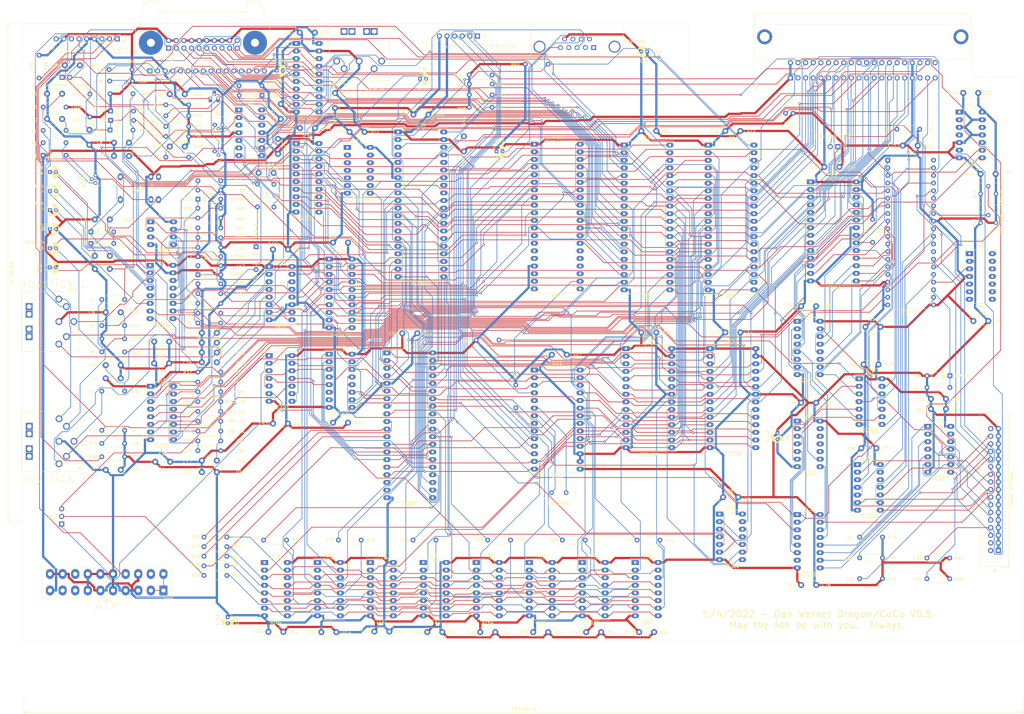
<source format=kicad_pcb>
(kicad_pcb (version 20171130) (host pcbnew "(5.1.5)-3")
  (layers (0 F.Cu signal) (31 B.Cu signal) (34 B.Paste user) (35 F.Paste user) (36 B.SilkS user) (37 F.SilkS user) (38 B.Mask user) (39 F.Mask user) (44 Edge.Cuts user))
  (net 0 "")
  (net 1 +5V)
  (net 2 /A15)
  (net 3 /A14)
  (net 4 /A13)
  (net 5 /EXTMEM)
  (net 6 /ROMSEL)
  (net 7 /D6)
  (net 8 /D4)
  (net 9 /D2)
  (net 10 /D0)
  (net 11 +12V)
  (net 12 /D7)
  (net 13 /D5)
  (net 14 /D3)
  (net 15 /D1)
  (net 16 /Z6)
  (net 17 /Z5)
  (net 18 /Z4)
  (net 19 /Z3)
  (net 20 /Z2)
  (net 21 /Z1)
  (net 22 /Z0)
  (net 23 /Z7)
  (net 24 /ROM1)
  (net 25 /ROM0)
  (net 26 /RAM/DD7)
  (net 27 /RAM/DD6)
  (net 28 /RAM/DD5)
  (net 29 /RAM/DD4)
  (net 30 /RAM/DD3)
  (net 31 /RAM/DD2)
  (net 32 /RAM/DD1)
  (net 33 /RAM/DD0)
  (net 34 /RAM/DO7)
  (net 35 /RAM/DO3)
  (net 36 /RAM/DO6)
  (net 37 /RAM/DO1)
  (net 38 /RAM/DO5)
  (net 39 /RAM/DO4)
  (net 40 /RAM/DO0)
  (net 41 /RAM/DO2)
  (net 42 /RAM)
  (net 43 /Video/oA)
  (net 44 /Video/oB)
  (net 45 /Video/CHB)
  (net 46 "Net-(LK1-Pad2)")
  (net 47 "Net-(IC35-Pad10)")
  (net 48 "Net-(IC35-Pad5)")
  (net 49 "Net-(IC35-Pad1)")
  (net 50 "Net-(IC35-Pad4)")
  (net 51 "Net-(IC36-Pad13)")
  (net 52 "Net-(IC36-Pad1)")
  (net 53 /PIAs/~A~G)
  (net 54 /PIAs/GM2)
  (net 55 /PIAs/GM1)
  (net 56 /PIAs/GM0)
  (net 57 /PIAs/CSS)
  (net 58 /Video/Y)
  (net 59 "Net-(C36-Pad2)")
  (net 60 "Net-(C37-Pad2)")
  (net 61 "Net-(IC4-Pad15)")
  (net 62 "Net-(IC4-Pad6)")
  (net 63 "Net-(IC4-Pad12)")
  (net 64 "Net-(IC4-Pad4)")
  (net 65 "Net-(IC4-Pad10)")
  (net 66 "Net-(IC4-Pad2)")
  (net 67 "Net-(IC11-Pad10)")
  (net 68 "Net-(IC11-Pad11)")
  (net 69 GND)
  (net 70 "Net-(IC11-Pad12)")
  (net 71 "Net-(IC11-Pad9)")
  (net 72 /P0)
  (net 73 /P1)
  (net 74 "Net-(R2-Pad2)")
  (net 75 "Net-(D12-Pad1)")
  (net 76 "Net-(IC2-Pad3)")
  (net 77 "Net-(IC2-Pad2)")
  (net 78 /PIAs/TAPE)
  (net 79 /PIAs/MOTOR)
  (net 80 "Net-(C23-Pad2)")
  (net 81 /PIAs/DAC)
  (net 82 "Net-(IC2-Pad5)")
  (net 83 /PIAs/STY)
  (net 84 /ESND)
  (net 85 "Net-(IC36-Pad8)")
  (net 86 "Net-(IC36-Pad4)")
  (net 87 /PIAs/STROBE)
  (net 88 "Net-(IC35-Pad13)")
  (net 89 /PIAs/REM2)
  (net 90 /PIAs/REM1)
  (net 91 /PIAs/MOT_FBD)
  (net 92 /PIAs/REM3)
  (net 93 /PIAs/J+5V)
  (net 94 /PIAs/JR_X)
  (net 95 /PIAs/JR_Y)
  (net 96 /PIAs/JL_X)
  (net 97 /PIAs/JL_Y)
  (net 98 /PIAs/JL_F1)
  (net 99 /PIAs/JR_F1)
  (net 100 /PIAs/JL_F2)
  (net 101 /PIAs/JR_F2)
  (net 102 /PIAs/TSND)
  (net 103 /PIAs/MUXB)
  (net 104 /PIAs/MUXA)
  (net 105 /PIAs/MUXZ)
  (net 106 /PIAs/SBS)
  (net 107 /PIAs/DAC4)
  (net 108 /PIAs/DAC0)
  (net 109 /PIAs/DAC2)
  (net 110 /PIAs/DAC3)
  (net 111 /PIAs/DAC1)
  (net 112 /PIAs/DAC5)
  (net 113 /PIAs/KR0)
  (net 114 /PIAs/KR2)
  (net 115 /PIAs/KC0)
  (net 116 /PIAs/KC7)
  (net 117 /PIAs/KC2)
  (net 118 /PIAs/KC5)
  (net 119 /PIAs/KC4)
  (net 120 /PIAs/KC3)
  (net 121 /PIAs/KC6)
  (net 122 /PIAs/KC1)
  (net 123 /PIAs/KR4)
  (net 124 /PIAs/KR5)
  (net 125 /PIAs/KR6)
  (net 126 /PIAs/JCMP)
  (net 127 /PIAs/PR1)
  (net 128 /PIAs/PR6)
  (net 129 /PIAs/PR3)
  (net 130 /PIAs/PR4)
  (net 131 /PIAs/PR5)
  (net 132 /PIAs/PR2)
  (net 133 /PIAs/PR7)
  (net 134 /PIAs/PR0)
  (net 135 /Serial/TXD)
  (net 136 /Serial/RXD)
  (net 137 /Serial/DTR)
  (net 138 /Serial/CTS)
  (net 139 /PIAs/CASOUT)
  (net 140 /PIAs/CASIN)
  (net 141 /S2)
  (net 142 /S0)
  (net 143 /S1)
  (net 144 /~IRQ)
  (net 145 /~FIRQ)
  (net 146 /~CAS)
  (net 147 /~RAS0)
  (net 148 /~WE)
  (net 149 /PIAs/~A2)
  (net 150 /PIAs/~ACK)
  (net 151 /PIAs/~BUSY)
  (net 152 /~HALT)
  (net 153 "Net-(IC36-Pad2)")
  (net 154 "Net-(IC39-Pad34)")
  (net 155 "Net-(IC39-Pad33)")
  (net 156 "Net-(IC39-Pad32)")
  (net 157 "Net-(IC39-Pad12)")
  (net 158 "Net-(IC39-Pad31)")
  (net 159 "Net-(IC39-Pad11)")
  (net 160 "Net-(IC39-Pad30)")
  (net 161 "Net-(IC39-Pad10)")
  (net 162 "Net-(IC39-Pad29)")
  (net 163 "Net-(IC39-Pad28)")
  (net 164 /PIAs/KR1)
  (net 165 /PIAs/KR3)
  (net 166 atx_on)
  (net 167 "Net-(J1-Pad1)")
  (net 168 "Net-(PL6-Pad2)")
  (net 169 RES_IN)
  (net 170 "Net-(C9-Pad2)")
  (net 171 "Net-(C9-Pad1)")
  (net 172 "Net-(C24-Pad2)")
  (net 173 "Net-(C24-Pad1)")
  (net 174 "Net-(C25-Pad2)")
  (net 175 "Net-(IC11-Pad7)")
  (net 176 "Net-(IC11-Pad6)")
  (net 177 VCLK1)
  (net 178 CHROMA)
  (net 179 "Net-(C44-Pad1)")
  (net 180 "Net-(D4-Pad2)")
  (net 181 "Net-(D4-Pad1)")
  (net 182 "Net-(D5-Pad2)")
  (net 183 SOUND)
  (net 184 VCLK)
  (net 185 HS)
  (net 186 FS)
  (net 187 DA0)
  (net 188 LUMA)
  (net 189 "Net-(Q1-Pad3)")
  (net 190 "Net-(C49-Pad2)")
  (net 191 "Net-(C49-Pad1)")
  (net 192 "Net-(C54-Pad1)")
  (net 193 "Net-(IC39-Pad6)")
  (net 194 "Net-(R43-Pad1)")
  (net 195 ~RESET)
  (net 196 E)
  (net 197 "Net-(C77-Pad1)")
  (net 198 "Net-(D8-Pad1)")
  (net 199 A0)
  (net 200 A1)
  (net 201 R~W~)
  (net 202 A2)
  (net 203 CART)
  (net 204 A8)
  (net 205 A9)
  (net 206 A11)
  (net 207 A10)
  (net 208 A3)
  (net 209 A4)
  (net 210 A5)
  (net 211 A6)
  (net 212 A7)
  (net 213 A12)
  (net 214 Q)
  (net 215 ~NMI)
  (net 216 ROM2)
  (net 217 P2)
  (net 218 "Net-(J5-Pad1)")
  (net 219 SSO)
  (net 220 DISKRAWRD)
  (net 221 DISKWPRT)
  (net 222 TR00)
  (net 223 WG)
  (net 224 WD)
  (net 225 STEP)
  (net 226 DIRC)
  (net 227 DISKMOTOR)
  (net 228 DS2)
  (net 229 DS1)
  (net 230 DS0)
  (net 231 DISKIP)
  (net 232 DS3)
  (net 233 "Net-(R10-Pad1)")
  (net 234 "Net-(RV1-Pad2)")
  (net 235 "Net-(RV2-Pad2)")
  (net 236 DINT2)
  (net 237 "Net-(U10-Pad2)")
  (net 238 DINT1)
  (net 239 "Net-(U3-Pad5)")
  (net 240 "Net-(U3-Pad11)")
  (net 241 "Net-(U3-Pad3)")
  (net 242 "Net-(U3-Pad9)")
  (net 243 "Net-(U3-Pad2)")
  (net 244 "Net-(U10-Pad4)")
  (net 245 "Net-(U4-Pad5)")
  (net 246 "Net-(U4-Pad3)")
  (net 247 "Net-(U4-Pad9)")
  (net 248 "Net-(U4-Pad1)")
  (net 249 D2)
  (net 250 D1)
  (net 251 D0)
  (net 252 D7)
  (net 253 D6)
  (net 254 D5)
  (net 255 D4)
  (net 256 D3)
  (net 257 "Net-(U6-Pad5)")
  (net 258 "Net-(U6-Pad3)")
  (net 259 "Net-(U6-Pad9)")
  (net 260 "Net-(U6-Pad1)")
  (net 261 "Net-(U7-Pad14)")
  (net 262 "Net-(U7-Pad13)")
  (net 263 "Net-(U10-Pad31)")
  (net 264 "Net-(U10-Pad25)")
  (net 265 "Net-(U10-Pad16)")
  (net 266 "Net-(U10-Pad30)")
  (net 267 "Net-(U10-Pad15)")
  (net 268 ENP)
  (net 269 DDEN)
  (net 270 "Net-(U10-Pad24)")
  (module Package_DIP:DIP-14_W7.62mm_Socket_LongPads (layer F.Cu) (at 315.77 46.69)
    (fp_text reference X3 (at 3.81 -2.33) (layer F.SilkS))
    (fp_text value 4Mhz (at 3.81 17.57) (layer F.SilkS))
    (pad 14 thru_hole oval (at 7.62 0) (size 2.4 1.6) (drill 0.8) (layers *.Cu *.Mask))
    (pad 7 thru_hole oval (at 0 15.24) (size 2.4 1.6) (drill 0.8) (layers *.Cu *.Mask))
    (pad 13 thru_hole oval (at 7.62 2.54) (size 2.4 1.6) (drill 0.8) (layers *.Cu *.Mask))
    (pad 6 thru_hole oval (at 0 12.7) (size 2.4 1.6) (drill 0.8) (layers *.Cu *.Mask))
    (pad 12 thru_hole oval (at 7.62 5.08) (size 2.4 1.6) (drill 0.8) (layers *.Cu *.Mask))
    (pad 5 thru_hole oval (at 0 10.16) (size 2.4 1.6) (drill 0.8) (layers *.Cu *.Mask))
    (pad 11 thru_hole oval (at 7.62 7.62) (size 2.4 1.6) (drill 0.8) (layers *.Cu *.Mask))
    (pad 4 thru_hole oval (at 0 7.62) (size 2.4 1.6) (drill 0.8) (layers *.Cu *.Mask) (net 1 +5V))
    (pad 10 thru_hole oval (at 7.62 10.16) (size 2.4 1.6) (drill 0.8) (layers *.Cu *.Mask))
    (pad 3 thru_hole oval (at 0 5.08) (size 2.4 1.6) (drill 0.8) (layers *.Cu *.Mask) (net 270 "Net-(U10-Pad24)"))
    (pad 9 thru_hole oval (at 7.62 12.7) (size 2.4 1.6) (drill 0.8) (layers *.Cu *.Mask))
    (pad 2 thru_hole oval (at 0 2.54) (size 2.4 1.6) (drill 0.8) (layers *.Cu *.Mask) (net 69 GND))
    (pad 8 thru_hole oval (at 7.62 15.24) (size 2.4 1.6) (drill 0.8) (layers *.Cu *.Mask))
    (pad 1 thru_hole rect (at 0 0) (size 2.4 1.6) (drill 0.8) (layers *.Cu *.Mask))
  )
  (module Package_DIP:DIP-14_W7.62mm_Socket_LongPads (layer F.Cu) (at 108.5 11.3)
    (fp_text reference X1 (at 3.81 -2.33) (layer F.SilkS))
    (fp_text value 14.31818Mhz (at 3.81 17.57) (layer F.SilkS))
    (pad 14 thru_hole oval (at 7.62 0) (size 2.4 1.6) (drill 0.8) (layers *.Cu *.Mask) (net 1 +5V))
    (pad 7 thru_hole oval (at 0 15.24) (size 2.4 1.6) (drill 0.8) (layers *.Cu *.Mask) (net 69 GND))
    (pad 13 thru_hole oval (at 7.62 2.54) (size 2.4 1.6) (drill 0.8) (layers *.Cu *.Mask))
    (pad 6 thru_hole oval (at 0 12.7) (size 2.4 1.6) (drill 0.8) (layers *.Cu *.Mask))
    (pad 12 thru_hole oval (at 7.62 5.08) (size 2.4 1.6) (drill 0.8) (layers *.Cu *.Mask))
    (pad 5 thru_hole oval (at 0 10.16) (size 2.4 1.6) (drill 0.8) (layers *.Cu *.Mask))
    (pad 11 thru_hole oval (at 7.62 7.62) (size 2.4 1.6) (drill 0.8) (layers *.Cu *.Mask))
    (pad 4 thru_hole oval (at 0 7.62) (size 2.4 1.6) (drill 0.8) (layers *.Cu *.Mask))
    (pad 10 thru_hole oval (at 7.62 10.16) (size 2.4 1.6) (drill 0.8) (layers *.Cu *.Mask))
    (pad 3 thru_hole oval (at 0 5.08) (size 2.4 1.6) (drill 0.8) (layers *.Cu *.Mask))
    (pad 9 thru_hole oval (at 7.62 12.7) (size 2.4 1.6) (drill 0.8) (layers *.Cu *.Mask))
    (pad 2 thru_hole oval (at 0 2.54) (size 2.4 1.6) (drill 0.8) (layers *.Cu *.Mask))
    (pad 8 thru_hole oval (at 7.62 15.24) (size 2.4 1.6) (drill 0.8) (layers *.Cu *.Mask) (net 193 "Net-(IC39-Pad6)"))
    (pad 1 thru_hole rect (at 0 0) (size 2.4 1.6) (drill 0.8) (layers *.Cu *.Mask))
  )
  (module Package_DIP:DIP-40_W15.24mm (layer F.Cu) (at 288.55 15.54)
    (fp_text reference U10 (at 7.62 -2.33) (layer F.SilkS))
    (fp_text value WD2797 (at 7.62 50.59) (layer F.SilkS))
    (pad 40 thru_hole oval (at 15.24 0) (size 1.6 1.6) (drill 0.8) (layers *.Cu *.Mask))
    (pad 20 thru_hole oval (at 0 48.26) (size 1.6 1.6) (drill 0.8) (layers *.Cu *.Mask) (net 69 GND))
    (pad 39 thru_hole oval (at 15.24 2.54) (size 1.6 1.6) (drill 0.8) (layers *.Cu *.Mask) (net 236 DINT2))
    (pad 19 thru_hole oval (at 0 45.72) (size 1.6 1.6) (drill 0.8) (layers *.Cu *.Mask) (net 195 ~RESET))
    (pad 38 thru_hole oval (at 15.24 5.08) (size 1.6 1.6) (drill 0.8) (layers *.Cu *.Mask) (net 203 CART))
    (pad 18 thru_hole oval (at 0 43.18) (size 1.6 1.6) (drill 0.8) (layers *.Cu *.Mask) (net 234 "Net-(RV1-Pad2)"))
    (pad 37 thru_hole oval (at 15.24 7.62) (size 1.6 1.6) (drill 0.8) (layers *.Cu *.Mask) (net 269 DDEN))
    (pad 17 thru_hole oval (at 0 40.64) (size 1.6 1.6) (drill 0.8) (layers *.Cu *.Mask) (net 69 GND))
    (pad 36 thru_hole oval (at 15.24 10.16) (size 1.6 1.6) (drill 0.8) (layers *.Cu *.Mask) (net 221 DISKWPRT))
    (pad 16 thru_hole oval (at 0 38.1) (size 1.6 1.6) (drill 0.8) (layers *.Cu *.Mask) (net 265 "Net-(U10-Pad16)"))
    (pad 35 thru_hole oval (at 15.24 12.7) (size 1.6 1.6) (drill 0.8) (layers *.Cu *.Mask) (net 231 DISKIP))
    (pad 15 thru_hole oval (at 0 35.56) (size 1.6 1.6) (drill 0.8) (layers *.Cu *.Mask) (net 267 "Net-(U10-Pad15)"))
    (pad 34 thru_hole oval (at 15.24 15.24) (size 1.6 1.6) (drill 0.8) (layers *.Cu *.Mask) (net 222 TR00))
    (pad 14 thru_hole oval (at 0 33.02) (size 1.6 1.6) (drill 0.8) (layers *.Cu *.Mask) (net 252 D7))
    (pad 33 thru_hole oval (at 15.24 17.78) (size 1.6 1.6) (drill 0.8) (layers *.Cu *.Mask) (net 235 "Net-(RV2-Pad2)"))
    (pad 13 thru_hole oval (at 0 30.48) (size 1.6 1.6) (drill 0.8) (layers *.Cu *.Mask) (net 253 D6))
    (pad 32 thru_hole oval (at 15.24 20.32) (size 1.6 1.6) (drill 0.8) (layers *.Cu *.Mask) (net 1 +5V))
    (pad 12 thru_hole oval (at 0 27.94) (size 1.6 1.6) (drill 0.8) (layers *.Cu *.Mask) (net 254 D5))
    (pad 31 thru_hole oval (at 15.24 22.86) (size 1.6 1.6) (drill 0.8) (layers *.Cu *.Mask) (net 263 "Net-(U10-Pad31)"))
    (pad 11 thru_hole oval (at 0 25.4) (size 1.6 1.6) (drill 0.8) (layers *.Cu *.Mask) (net 255 D4))
    (pad 30 thru_hole oval (at 15.24 25.4) (size 1.6 1.6) (drill 0.8) (layers *.Cu *.Mask) (net 266 "Net-(U10-Pad30)"))
    (pad 10 thru_hole oval (at 0 22.86) (size 1.6 1.6) (drill 0.8) (layers *.Cu *.Mask) (net 256 D3))
    (pad 29 thru_hole oval (at 15.24 27.94) (size 1.6 1.6) (drill 0.8) (layers *.Cu *.Mask))
    (pad 9 thru_hole oval (at 0 20.32) (size 1.6 1.6) (drill 0.8) (layers *.Cu *.Mask) (net 249 D2))
    (pad 28 thru_hole oval (at 15.24 30.48) (size 1.6 1.6) (drill 0.8) (layers *.Cu *.Mask))
    (pad 8 thru_hole oval (at 0 17.78) (size 1.6 1.6) (drill 0.8) (layers *.Cu *.Mask) (net 250 D1))
    (pad 27 thru_hole oval (at 15.24 33.02) (size 1.6 1.6) (drill 0.8) (layers *.Cu *.Mask) (net 220 DISKRAWRD))
    (pad 7 thru_hole oval (at 0 15.24) (size 1.6 1.6) (drill 0.8) (layers *.Cu *.Mask) (net 251 D0))
    (pad 26 thru_hole oval (at 15.24 35.56) (size 1.6 1.6) (drill 0.8) (layers *.Cu *.Mask) (net 197 "Net-(C77-Pad1)"))
    (pad 6 thru_hole oval (at 0 12.7) (size 1.6 1.6) (drill 0.8) (layers *.Cu *.Mask) (net 200 A1))
    (pad 25 thru_hole oval (at 15.24 38.1) (size 1.6 1.6) (drill 0.8) (layers *.Cu *.Mask) (net 264 "Net-(U10-Pad25)"))
    (pad 5 thru_hole oval (at 0 10.16) (size 1.6 1.6) (drill 0.8) (layers *.Cu *.Mask) (net 199 A0))
    (pad 24 thru_hole oval (at 15.24 40.64) (size 1.6 1.6) (drill 0.8) (layers *.Cu *.Mask) (net 270 "Net-(U10-Pad24)"))
    (pad 4 thru_hole oval (at 0 7.62) (size 1.6 1.6) (drill 0.8) (layers *.Cu *.Mask) (net 244 "Net-(U10-Pad4)"))
    (pad 23 thru_hole oval (at 15.24 43.18) (size 1.6 1.6) (drill 0.8) (layers *.Cu *.Mask) (net 198 "Net-(D8-Pad1)"))
    (pad 3 thru_hole oval (at 0 5.08) (size 1.6 1.6) (drill 0.8) (layers *.Cu *.Mask) (net 202 A2))
    (pad 22 thru_hole oval (at 15.24 45.72) (size 1.6 1.6) (drill 0.8) (layers *.Cu *.Mask) (net 233 "Net-(R10-Pad1)"))
    (pad 2 thru_hole oval (at 0 2.54) (size 1.6 1.6) (drill 0.8) (layers *.Cu *.Mask) (net 237 "Net-(U10-Pad2)"))
    (pad 21 thru_hole oval (at 15.24 48.26) (size 1.6 1.6) (drill 0.8) (layers *.Cu *.Mask) (net 1 +5V))
    (pad 1 thru_hole rect (at 0 0) (size 1.6 1.6) (drill 0.8) (layers *.Cu *.Mask) (net 268 ENP))
  )
  (module Package_DIP:DIP-16_W7.62mm_Socket_LongPads (layer F.Cu) (at 258.39 69.25)
    (fp_text reference U9 (at 3.81 -2.33) (layer F.SilkS))
    (fp_text value 74LS174 (at 3.81 20.11) (layer F.SilkS))
    (pad 16 thru_hole oval (at 7.62 0) (size 2.4 1.6) (drill 0.8) (layers *.Cu *.Mask) (net 1 +5V))
    (pad 8 thru_hole oval (at 0 17.78) (size 2.4 1.6) (drill 0.8) (layers *.Cu *.Mask) (net 69 GND))
    (pad 15 thru_hole oval (at 7.62 2.54) (size 2.4 1.6) (drill 0.8) (layers *.Cu *.Mask) (net 238 DINT1))
    (pad 7 thru_hole oval (at 0 15.24) (size 2.4 1.6) (drill 0.8) (layers *.Cu *.Mask) (net 259 "Net-(U6-Pad9)"))
    (pad 14 thru_hole oval (at 7.62 5.08) (size 2.4 1.6) (drill 0.8) (layers *.Cu *.Mask) (net 254 D5))
    (pad 6 thru_hole oval (at 0 12.7) (size 2.4 1.6) (drill 0.8) (layers *.Cu *.Mask) (net 249 D2))
    (pad 13 thru_hole oval (at 7.62 7.62) (size 2.4 1.6) (drill 0.8) (layers *.Cu *.Mask) (net 255 D4))
    (pad 5 thru_hole oval (at 0 10.16) (size 2.4 1.6) (drill 0.8) (layers *.Cu *.Mask) (net 262 "Net-(U7-Pad13)"))
    (pad 12 thru_hole oval (at 7.62 10.16) (size 2.4 1.6) (drill 0.8) (layers *.Cu *.Mask) (net 268 ENP))
    (pad 4 thru_hole oval (at 0 7.62) (size 2.4 1.6) (drill 0.8) (layers *.Cu *.Mask) (net 250 D1))
    (pad 11 thru_hole oval (at 7.62 12.7) (size 2.4 1.6) (drill 0.8) (layers *.Cu *.Mask) (net 256 D3))
    (pad 3 thru_hole oval (at 0 5.08) (size 2.4 1.6) (drill 0.8) (layers *.Cu *.Mask) (net 251 D0))
    (pad 10 thru_hole oval (at 7.62 15.24) (size 2.4 1.6) (drill 0.8) (layers *.Cu *.Mask) (net 269 DDEN))
    (pad 2 thru_hole oval (at 0 2.54) (size 2.4 1.6) (drill 0.8) (layers *.Cu *.Mask) (net 261 "Net-(U7-Pad14)"))
    (pad 9 thru_hole oval (at 7.62 17.78) (size 2.4 1.6) (drill 0.8) (layers *.Cu *.Mask) (net 241 "Net-(U3-Pad3)"))
    (pad 1 thru_hole rect (at 0 0) (size 2.4 1.6) (drill 0.8) (layers *.Cu *.Mask) (net 195 ~RESET))
  )
  (module Package_DIP:DIP-14_W7.62mm_Socket_LongPads (layer F.Cu) (at 278.44 117.01)
    (fp_text reference U8 (at 3.81 -2.33) (layer F.SilkS))
    (fp_text value 74LS06N (at 3.81 17.57) (layer F.SilkS))
    (pad 14 thru_hole oval (at 7.62 0) (size 2.4 1.6) (drill 0.8) (layers *.Cu *.Mask) (net 1 +5V))
    (pad 7 thru_hole oval (at 0 15.24) (size 2.4 1.6) (drill 0.8) (layers *.Cu *.Mask) (net 69 GND))
    (pad 13 thru_hole oval (at 7.62 2.54) (size 2.4 1.6) (drill 0.8) (layers *.Cu *.Mask))
    (pad 6 thru_hole oval (at 0 12.7) (size 2.4 1.6) (drill 0.8) (layers *.Cu *.Mask) (net 224 WD))
    (pad 12 thru_hole oval (at 7.62 5.08) (size 2.4 1.6) (drill 0.8) (layers *.Cu *.Mask))
    (pad 5 thru_hole oval (at 0 10.16) (size 2.4 1.6) (drill 0.8) (layers *.Cu *.Mask) (net 263 "Net-(U10-Pad31)"))
    (pad 11 thru_hole oval (at 7.62 7.62) (size 2.4 1.6) (drill 0.8) (layers *.Cu *.Mask) (net 264 "Net-(U10-Pad25)"))
    (pad 4 thru_hole oval (at 0 7.62) (size 2.4 1.6) (drill 0.8) (layers *.Cu *.Mask) (net 226 DIRC))
    (pad 10 thru_hole oval (at 7.62 10.16) (size 2.4 1.6) (drill 0.8) (layers *.Cu *.Mask) (net 219 SSO))
    (pad 3 thru_hole oval (at 0 5.08) (size 2.4 1.6) (drill 0.8) (layers *.Cu *.Mask) (net 265 "Net-(U10-Pad16)"))
    (pad 9 thru_hole oval (at 7.62 12.7) (size 2.4 1.6) (drill 0.8) (layers *.Cu *.Mask) (net 266 "Net-(U10-Pad30)"))
    (pad 2 thru_hole oval (at 0 2.54) (size 2.4 1.6) (drill 0.8) (layers *.Cu *.Mask) (net 225 STEP))
    (pad 8 thru_hole oval (at 7.62 15.24) (size 2.4 1.6) (drill 0.8) (layers *.Cu *.Mask) (net 223 WG))
    (pad 1 thru_hole rect (at 0 0) (size 2.4 1.6) (drill 0.8) (layers *.Cu *.Mask) (net 267 "Net-(U10-Pad15)"))
  )
  (module Package_DIP:DIP-16_W7.62mm_Socket_LongPads (layer F.Cu) (at 258.39 133.7)
    (fp_text reference U7 (at 3.81 -2.33) (layer F.SilkS))
    (fp_text value 74LS139 (at 3.81 20.11) (layer F.SilkS))
    (pad 16 thru_hole oval (at 7.62 0) (size 2.4 1.6) (drill 0.8) (layers *.Cu *.Mask) (net 1 +5V))
    (pad 8 thru_hole oval (at 0 17.78) (size 2.4 1.6) (drill 0.8) (layers *.Cu *.Mask) (net 69 GND))
    (pad 15 thru_hole oval (at 7.62 2.54) (size 2.4 1.6) (drill 0.8) (layers *.Cu *.Mask) (net 227 DISKMOTOR))
    (pad 7 thru_hole oval (at 0 15.24) (size 2.4 1.6) (drill 0.8) (layers *.Cu *.Mask))
    (pad 14 thru_hole oval (at 7.62 5.08) (size 2.4 1.6) (drill 0.8) (layers *.Cu *.Mask) (net 261 "Net-(U7-Pad14)"))
    (pad 6 thru_hole oval (at 0 12.7) (size 2.4 1.6) (drill 0.8) (layers *.Cu *.Mask) (net 257 "Net-(U6-Pad5)"))
    (pad 13 thru_hole oval (at 7.62 7.62) (size 2.4 1.6) (drill 0.8) (layers *.Cu *.Mask) (net 262 "Net-(U7-Pad13)"))
    (pad 5 thru_hole oval (at 0 10.16) (size 2.4 1.6) (drill 0.8) (layers *.Cu *.Mask) (net 258 "Net-(U6-Pad3)"))
    (pad 12 thru_hole oval (at 7.62 10.16) (size 2.4 1.6) (drill 0.8) (layers *.Cu *.Mask) (net 248 "Net-(U4-Pad1)"))
    (pad 4 thru_hole oval (at 0 7.62) (size 2.4 1.6) (drill 0.8) (layers *.Cu *.Mask) (net 260 "Net-(U6-Pad1)"))
    (pad 11 thru_hole oval (at 7.62 12.7) (size 2.4 1.6) (drill 0.8) (layers *.Cu *.Mask) (net 246 "Net-(U4-Pad3)"))
    (pad 3 thru_hole oval (at 0 5.08) (size 2.4 1.6) (drill 0.8) (layers *.Cu *.Mask) (net 208 A3))
    (pad 10 thru_hole oval (at 7.62 15.24) (size 2.4 1.6) (drill 0.8) (layers *.Cu *.Mask) (net 245 "Net-(U4-Pad5)"))
    (pad 2 thru_hole oval (at 0 2.54) (size 2.4 1.6) (drill 0.8) (layers *.Cu *.Mask) (net 201 R~W~))
    (pad 9 thru_hole oval (at 7.62 17.78) (size 2.4 1.6) (drill 0.8) (layers *.Cu *.Mask) (net 247 "Net-(U4-Pad9)"))
    (pad 1 thru_hole rect (at 0 0) (size 2.4 1.6) (drill 0.8) (layers *.Cu *.Mask) (net 217 P2))
  )
  (module Package_DIP:DIP-14_W7.62mm_Socket_LongPads (layer F.Cu) (at 258.39 102.51)
    (fp_text reference U6 (at 3.81 -2.33) (layer F.SilkS))
    (fp_text value 74LS04 (at 3.81 17.57) (layer F.SilkS))
    (pad 14 thru_hole oval (at 7.62 0) (size 2.4 1.6) (drill 0.8) (layers *.Cu *.Mask) (net 1 +5V))
    (pad 7 thru_hole oval (at 0 15.24) (size 2.4 1.6) (drill 0.8) (layers *.Cu *.Mask) (net 69 GND))
    (pad 13 thru_hole oval (at 7.62 2.54) (size 2.4 1.6) (drill 0.8) (layers *.Cu *.Mask))
    (pad 6 thru_hole oval (at 0 12.7) (size 2.4 1.6) (drill 0.8) (layers *.Cu *.Mask) (net 243 "Net-(U3-Pad2)"))
    (pad 12 thru_hole oval (at 7.62 5.08) (size 2.4 1.6) (drill 0.8) (layers *.Cu *.Mask))
    (pad 5 thru_hole oval (at 0 10.16) (size 2.4 1.6) (drill 0.8) (layers *.Cu *.Mask) (net 257 "Net-(U6-Pad5)"))
    (pad 11 thru_hole oval (at 7.62 7.62) (size 2.4 1.6) (drill 0.8) (layers *.Cu *.Mask))
    (pad 4 thru_hole oval (at 0 7.62) (size 2.4 1.6) (drill 0.8) (layers *.Cu *.Mask) (net 242 "Net-(U3-Pad9)"))
    (pad 10 thru_hole oval (at 7.62 10.16) (size 2.4 1.6) (drill 0.8) (layers *.Cu *.Mask))
    (pad 3 thru_hole oval (at 0 5.08) (size 2.4 1.6) (drill 0.8) (layers *.Cu *.Mask) (net 258 "Net-(U6-Pad3)"))
    (pad 9 thru_hole oval (at 7.62 12.7) (size 2.4 1.6) (drill 0.8) (layers *.Cu *.Mask) (net 259 "Net-(U6-Pad9)"))
    (pad 2 thru_hole oval (at 0 2.54) (size 2.4 1.6) (drill 0.8) (layers *.Cu *.Mask) (net 239 "Net-(U3-Pad5)"))
    (pad 8 thru_hole oval (at 7.62 15.24) (size 2.4 1.6) (drill 0.8) (layers *.Cu *.Mask) (net 227 DISKMOTOR))
    (pad 1 thru_hole rect (at 0 0) (size 2.4 1.6) (drill 0.8) (layers *.Cu *.Mask) (net 260 "Net-(U6-Pad1)"))
  )
  (module Package_DIP:DIP-28_W15.24mm_Socket_LongPads (layer F.Cu) (at 262.81 22.79)
    (fp_text reference U5 (at 7.62 -2.33) (layer F.SilkS))
    (fp_text value 27C64 (at 7.62 35.35) (layer F.SilkS))
    (pad 28 thru_hole oval (at 15.24 0) (size 2.4 1.6) (drill 0.8) (layers *.Cu *.Mask) (net 1 +5V))
    (pad 14 thru_hole oval (at 0 33.02) (size 2.4 1.6) (drill 0.8) (layers *.Cu *.Mask) (net 69 GND))
    (pad 27 thru_hole oval (at 15.24 2.54) (size 2.4 1.6) (drill 0.8) (layers *.Cu *.Mask) (net 1 +5V))
    (pad 13 thru_hole oval (at 0 30.48) (size 2.4 1.6) (drill 0.8) (layers *.Cu *.Mask) (net 249 D2))
    (pad 26 thru_hole oval (at 15.24 5.08) (size 2.4 1.6) (drill 0.8) (layers *.Cu *.Mask))
    (pad 12 thru_hole oval (at 0 27.94) (size 2.4 1.6) (drill 0.8) (layers *.Cu *.Mask) (net 250 D1))
    (pad 25 thru_hole oval (at 15.24 7.62) (size 2.4 1.6) (drill 0.8) (layers *.Cu *.Mask) (net 204 A8))
    (pad 11 thru_hole oval (at 0 25.4) (size 2.4 1.6) (drill 0.8) (layers *.Cu *.Mask) (net 251 D0))
    (pad 24 thru_hole oval (at 15.24 10.16) (size 2.4 1.6) (drill 0.8) (layers *.Cu *.Mask) (net 205 A9))
    (pad 10 thru_hole oval (at 0 22.86) (size 2.4 1.6) (drill 0.8) (layers *.Cu *.Mask) (net 199 A0))
    (pad 23 thru_hole oval (at 15.24 12.7) (size 2.4 1.6) (drill 0.8) (layers *.Cu *.Mask) (net 206 A11))
    (pad 9 thru_hole oval (at 0 20.32) (size 2.4 1.6) (drill 0.8) (layers *.Cu *.Mask) (net 200 A1))
    (pad 22 thru_hole oval (at 15.24 15.24) (size 2.4 1.6) (drill 0.8) (layers *.Cu *.Mask) (net 69 GND))
    (pad 8 thru_hole oval (at 0 17.78) (size 2.4 1.6) (drill 0.8) (layers *.Cu *.Mask) (net 202 A2))
    (pad 21 thru_hole oval (at 15.24 17.78) (size 2.4 1.6) (drill 0.8) (layers *.Cu *.Mask) (net 207 A10))
    (pad 7 thru_hole oval (at 0 15.24) (size 2.4 1.6) (drill 0.8) (layers *.Cu *.Mask) (net 208 A3))
    (pad 20 thru_hole oval (at 15.24 20.32) (size 2.4 1.6) (drill 0.8) (layers *.Cu *.Mask) (net 218 "Net-(J5-Pad1)"))
    (pad 6 thru_hole oval (at 0 12.7) (size 2.4 1.6) (drill 0.8) (layers *.Cu *.Mask) (net 209 A4))
    (pad 19 thru_hole oval (at 15.24 22.86) (size 2.4 1.6) (drill 0.8) (layers *.Cu *.Mask) (net 252 D7))
    (pad 5 thru_hole oval (at 0 10.16) (size 2.4 1.6) (drill 0.8) (layers *.Cu *.Mask) (net 210 A5))
    (pad 18 thru_hole oval (at 15.24 25.4) (size 2.4 1.6) (drill 0.8) (layers *.Cu *.Mask) (net 253 D6))
    (pad 4 thru_hole oval (at 0 7.62) (size 2.4 1.6) (drill 0.8) (layers *.Cu *.Mask) (net 211 A6))
    (pad 17 thru_hole oval (at 15.24 27.94) (size 2.4 1.6) (drill 0.8) (layers *.Cu *.Mask) (net 254 D5))
    (pad 3 thru_hole oval (at 0 5.08) (size 2.4 1.6) (drill 0.8) (layers *.Cu *.Mask) (net 212 A7))
    (pad 16 thru_hole oval (at 15.24 30.48) (size 2.4 1.6) (drill 0.8) (layers *.Cu *.Mask) (net 255 D4))
    (pad 2 thru_hole oval (at 0 2.54) (size 2.4 1.6) (drill 0.8) (layers *.Cu *.Mask) (net 213 A12))
    (pad 15 thru_hole oval (at 15.24 33.02) (size 2.4 1.6) (drill 0.8) (layers *.Cu *.Mask) (net 256 D3))
    (pad 1 thru_hole rect (at 0 0) (size 2.4 1.6) (drill 0.8) (layers *.Cu *.Mask) (net 1 +5V))
  )
  (module Package_DIP:DIP-14_W7.62mm_Socket_LongPads (layer F.Cu) (at 301.9 104.3)
    (fp_text reference U4 (at 3.81 -2.33) (layer F.SilkS))
    (fp_text value 74LS07 (at 3.81 17.57) (layer F.SilkS))
    (pad 14 thru_hole oval (at 7.62 0) (size 2.4 1.6) (drill 0.8) (layers *.Cu *.Mask) (net 1 +5V))
    (pad 7 thru_hole oval (at 0 15.24) (size 2.4 1.6) (drill 0.8) (layers *.Cu *.Mask) (net 69 GND))
    (pad 13 thru_hole oval (at 7.62 2.54) (size 2.4 1.6) (drill 0.8) (layers *.Cu *.Mask))
    (pad 6 thru_hole oval (at 0 12.7) (size 2.4 1.6) (drill 0.8) (layers *.Cu *.Mask) (net 228 DS2))
    (pad 12 thru_hole oval (at 7.62 5.08) (size 2.4 1.6) (drill 0.8) (layers *.Cu *.Mask))
    (pad 5 thru_hole oval (at 0 10.16) (size 2.4 1.6) (drill 0.8) (layers *.Cu *.Mask) (net 245 "Net-(U4-Pad5)"))
    (pad 11 thru_hole oval (at 7.62 7.62) (size 2.4 1.6) (drill 0.8) (layers *.Cu *.Mask) (net 240 "Net-(U3-Pad11)"))
    (pad 4 thru_hole oval (at 0 7.62) (size 2.4 1.6) (drill 0.8) (layers *.Cu *.Mask) (net 229 DS1))
    (pad 10 thru_hole oval (at 7.62 10.16) (size 2.4 1.6) (drill 0.8) (layers *.Cu *.Mask) (net 215 ~NMI))
    (pad 3 thru_hole oval (at 0 5.08) (size 2.4 1.6) (drill 0.8) (layers *.Cu *.Mask) (net 246 "Net-(U4-Pad3)"))
    (pad 9 thru_hole oval (at 7.62 12.7) (size 2.4 1.6) (drill 0.8) (layers *.Cu *.Mask) (net 247 "Net-(U4-Pad9)"))
    (pad 2 thru_hole oval (at 0 2.54) (size 2.4 1.6) (drill 0.8) (layers *.Cu *.Mask) (net 230 DS0))
    (pad 8 thru_hole oval (at 7.62 15.24) (size 2.4 1.6) (drill 0.8) (layers *.Cu *.Mask) (net 232 DS3))
    (pad 1 thru_hole rect (at 0 0) (size 2.4 1.6) (drill 0.8) (layers *.Cu *.Mask) (net 248 "Net-(U4-Pad1)"))
  )
  (module Package_DIP:DIP-14_W7.62mm_Socket_LongPads (layer F.Cu) (at 279 88.4)
    (fp_text reference U3 (at 3.81 -2.33) (layer F.SilkS))
    (fp_text value 74LS00 (at 3.81 17.57) (layer F.SilkS))
    (pad 14 thru_hole oval (at 7.62 0) (size 2.4 1.6) (drill 0.8) (layers *.Cu *.Mask) (net 1 +5V))
    (pad 7 thru_hole oval (at 0 15.24) (size 2.4 1.6) (drill 0.8) (layers *.Cu *.Mask) (net 69 GND))
    (pad 13 thru_hole oval (at 7.62 2.54) (size 2.4 1.6) (drill 0.8) (layers *.Cu *.Mask) (net 236 DINT2))
    (pad 6 thru_hole oval (at 0 12.7) (size 2.4 1.6) (drill 0.8) (layers *.Cu *.Mask) (net 237 "Net-(U10-Pad2)"))
    (pad 12 thru_hole oval (at 7.62 5.08) (size 2.4 1.6) (drill 0.8) (layers *.Cu *.Mask) (net 238 DINT1))
    (pad 5 thru_hole oval (at 0 10.16) (size 2.4 1.6) (drill 0.8) (layers *.Cu *.Mask) (net 239 "Net-(U3-Pad5)"))
    (pad 11 thru_hole oval (at 7.62 7.62) (size 2.4 1.6) (drill 0.8) (layers *.Cu *.Mask) (net 240 "Net-(U3-Pad11)"))
    (pad 4 thru_hole oval (at 0 7.62) (size 2.4 1.6) (drill 0.8) (layers *.Cu *.Mask) (net 214 Q))
    (pad 10 thru_hole oval (at 7.62 10.16) (size 2.4 1.6) (drill 0.8) (layers *.Cu *.Mask) (net 196 E))
    (pad 3 thru_hole oval (at 0 5.08) (size 2.4 1.6) (drill 0.8) (layers *.Cu *.Mask) (net 241 "Net-(U3-Pad3)"))
    (pad 9 thru_hole oval (at 7.62 12.7) (size 2.4 1.6) (drill 0.8) (layers *.Cu *.Mask) (net 242 "Net-(U3-Pad9)"))
    (pad 2 thru_hole oval (at 0 2.54) (size 2.4 1.6) (drill 0.8) (layers *.Cu *.Mask) (net 243 "Net-(U3-Pad2)"))
    (pad 8 thru_hole oval (at 7.62 15.24) (size 2.4 1.6) (drill 0.8) (layers *.Cu *.Mask) (net 244 "Net-(U10-Pad4)"))
    (pad 1 thru_hole rect (at 0 0) (size 2.4 1.6) (drill 0.8) (layers *.Cu *.Mask) (net 196 E))
  )
  (module Package_DIP:DIP-14_W7.62mm_Socket_LongPads (layer F.Cu) (at 72.34 -1.24)
    (fp_text reference U2 (at 3.81 -2.33) (layer F.SilkS))
    (fp_text value MC1372)
    (pad 14 thru_hole oval (at 7.62 0) (size 2.4 1.6) (drill 0.8) (layers *.Cu *.Mask) (net 181 "Net-(D4-Pad1)"))
    (pad 7 thru_hole oval (at 0 15.24) (size 2.4 1.6) (drill 0.8) (layers *.Cu *.Mask) (net 43 /Video/oA))
    (pad 13 thru_hole oval (at 7.62 2.54) (size 2.4 1.6) (drill 0.8) (layers *.Cu *.Mask) (net 180 "Net-(D4-Pad2)"))
    (pad 6 thru_hole oval (at 0 12.7) (size 2.4 1.6) (drill 0.8) (layers *.Cu *.Mask) (net 45 /Video/CHB))
    (pad 12 thru_hole oval (at 7.62 5.08) (size 2.4 1.6) (drill 0.8) (layers *.Cu *.Mask))
    (pad 5 thru_hole oval (at 0 10.16) (size 2.4 1.6) (drill 0.8) (layers *.Cu *.Mask) (net 44 /Video/oB))
    (pad 11 thru_hole oval (at 7.62 7.62) (size 2.4 1.6) (drill 0.8) (layers *.Cu *.Mask) (net 1 +5V))
    (pad 4 thru_hole oval (at 0 7.62) (size 2.4 1.6) (drill 0.8) (layers *.Cu *.Mask) (net 69 GND))
    (pad 10 thru_hole oval (at 7.62 10.16) (size 2.4 1.6) (drill 0.8) (layers *.Cu *.Mask) (net 194 "Net-(R43-Pad1)"))
    (pad 3 thru_hole oval (at 0 5.08) (size 2.4 1.6) (drill 0.8) (layers *.Cu *.Mask))
    (pad 9 thru_hole oval (at 7.62 12.7) (size 2.4 1.6) (drill 0.8) (layers *.Cu *.Mask) (net 58 /Video/Y))
    (pad 2 thru_hole oval (at 0 2.54) (size 2.4 1.6) (drill 0.8) (layers *.Cu *.Mask) (net 177 VCLK1))
    (pad 8 thru_hole oval (at 7.62 15.24) (size 2.4 1.6) (drill 0.8) (layers *.Cu *.Mask) (net 191 "Net-(C49-Pad1)"))
    (pad 1 thru_hole rect (at 0 0) (size 2.4 1.6) (drill 0.8) (layers *.Cu *.Mask))
  )
  (module Potentiometer_THT:Potentiometer_Vishay_T73YP_Vertical (layer F.Cu) (at 324.58 36.4 90)
    (fp_text reference RV2 (at -0.06 -7.09 90) (layer F.SilkS))
    (fp_text value 10K-Write (at -0.06 2.01 90) (layer F.SilkS))
    (pad 1 thru_hole circle (at 0 0 90) (size 1.44 1.44) (drill 0.8) (layers *.Cu *.Mask) (net 1 +5V))
    (pad 2 thru_hole circle (at 2.54 -2.54 90) (size 1.44 1.44) (drill 0.8) (layers *.Cu *.Mask) (net 235 "Net-(RV2-Pad2)"))
    (pad 3 thru_hole circle (at 0 -5.08 90) (size 1.44 1.44) (drill 0.8) (layers *.Cu *.Mask) (net 69 GND))
  )
  (module Potentiometer_THT:Potentiometer_Vishay_T73YP_Vertical (layer F.Cu) (at 324.58 26.74 90)
    (fp_text reference RV1 (at -0.06 -7.09 90) (layer F.SilkS))
    (fp_text value 10K-Read (at -0.06 2.01 90) (layer F.SilkS))
    (pad 1 thru_hole circle (at 0 0 90) (size 1.44 1.44) (drill 0.8) (layers *.Cu *.Mask) (net 1 +5V))
    (pad 2 thru_hole circle (at 2.54 -2.54 90) (size 1.44 1.44) (drill 0.8) (layers *.Cu *.Mask) (net 234 "Net-(RV1-Pad2)"))
    (pad 3 thru_hole circle (at 0 -5.08 90) (size 1.44 1.44) (drill 0.8) (layers *.Cu *.Mask) (net 69 GND))
  )
  (module Resistor_THT:R_Axial_DIN0207_L6.3mm_D2.5mm_P7.62mm_Horizontal (layer F.Cu) (at 309.2 155.1 180)
    (fp_text reference R48 (at -3 -0.2) (layer F.SilkS))
    (fp_text value 150 (at 11.2 0) (layer F.SilkS))
    (pad 2 thru_hole oval (at 7.62 0 180) (size 1.6 1.6) (drill 0.8) (layers *.Cu *.Mask) (net 220 DISKRAWRD))
    (pad 1 thru_hole circle (at 0 0 180) (size 1.6 1.6) (drill 0.8) (layers *.Cu *.Mask) (net 1 +5V))
  )
  (module Resistor_THT:R_Axial_DIN0207_L6.3mm_D2.5mm_P7.62mm_Horizontal (layer F.Cu) (at 301.58 148.175)
    (fp_text reference R47 (at 10.88 0.21) (layer F.SilkS))
    (fp_text value 150 (at -3.17 -0.07) (layer F.SilkS))
    (pad 2 thru_hole oval (at 7.62 0) (size 1.6 1.6) (drill 0.8) (layers *.Cu *.Mask) (net 1 +5V))
    (pad 1 thru_hole circle (at 0 0) (size 1.6 1.6) (drill 0.8) (layers *.Cu *.Mask) (net 231 DISKIP))
  )
  (module Resistor_THT:R_Axial_DIN0207_L6.3mm_D2.5mm_P7.62mm_Horizontal (layer F.Cu) (at 286.8 155.05 180)
    (fp_text reference R46 (at -3.19 -0.19) (layer F.SilkS))
    (fp_text value 150 (at 10.86 -0.08) (layer F.SilkS))
    (pad 2 thru_hole oval (at 7.62 0 180) (size 1.6 1.6) (drill 0.8) (layers *.Cu *.Mask) (net 221 DISKWPRT))
    (pad 1 thru_hole circle (at 0 0 180) (size 1.6 1.6) (drill 0.8) (layers *.Cu *.Mask) (net 1 +5V))
  )
  (module Resistor_THT:R_Axial_DIN0207_L6.3mm_D2.5mm_P7.62mm_Horizontal (layer F.Cu) (at 286.8 148.125 180)
    (fp_text reference R45 (at -2.98 -0.05) (layer F.SilkS))
    (fp_text value 150 (at 11.23 -0.2) (layer F.SilkS))
    (pad 2 thru_hole oval (at 7.62 0 180) (size 1.6 1.6) (drill 0.8) (layers *.Cu *.Mask) (net 222 TR00))
    (pad 1 thru_hole circle (at 0 0 180) (size 1.6 1.6) (drill 0.8) (layers *.Cu *.Mask) (net 1 +5V))
  )
  (module Resistor_THT:R_Axial_DIN0207_L6.3mm_D2.5mm_P7.62mm_Horizontal (layer F.Cu) (at 301.63 91.33)
    (fp_text reference R44 (at -3.2 0.32) (layer F.SilkS))
    (fp_text value 1K (at 10.43 0.32) (layer F.SilkS))
    (pad 2 thru_hole oval (at 7.62 0) (size 1.6 1.6) (drill 0.8) (layers *.Cu *.Mask) (net 198 "Net-(D8-Pad1)"))
    (pad 1 thru_hole circle (at 0 0) (size 1.6 1.6) (drill 0.8) (layers *.Cu *.Mask) (net 69 GND))
  )
  (module Resistor_THT:R_Axial_DIN0207_L6.3mm_D2.5mm_P7.62mm_Horizontal (layer F.Cu) (at 279.18 141.2)
    (fp_text reference R10 (at 10.88 0.09) (layer F.SilkS))
    (fp_text value 1K (at -3.28 0.3) (layer F.SilkS))
    (pad 2 thru_hole oval (at 7.62 0) (size 1.6 1.6) (drill 0.8) (layers *.Cu *.Mask) (net 1 +5V))
    (pad 1 thru_hole circle (at 0 0) (size 1.6 1.6) (drill 0.8) (layers *.Cu *.Mask) (net 233 "Net-(R10-Pad1)"))
  )
  (module Resistor_THT:R_Axial_DIN0207_L6.3mm_D2.5mm_P7.62mm_Horizontal (layer F.Cu) (at 283.5 35.3 270)
    (fp_text reference R9 (at 3.81 -2.37 90) (layer F.SilkS))
    (fp_text value 10K (at 3.81 2.37 90) (layer F.SilkS))
    (pad 2 thru_hole oval (at 7.62 0 270) (size 1.6 1.6) (drill 0.8) (layers *.Cu *.Mask) (net 218 "Net-(J5-Pad1)"))
    (pad 1 thru_hole circle (at 0 0 270) (size 1.6 1.6) (drill 0.8) (layers *.Cu *.Mask) (net 1 +5V))
  )
  (module Connector_IDC:IDC-Header_2x17_P2.54mm_Vertical (layer F.Cu) (at 325.39 145.67 180)
    (fp_text reference J6 (at 1.27 -6.604) (layer F.SilkS))
    (fp_text value "Floppy Interface" (at -4.28 20.27 270) (layer F.SilkS))
    (pad 34 thru_hole oval (at 2.54 40.64 180) (size 1.7272 1.7272) (drill 1.016) (layers *.Cu *.Mask))
    (pad 33 thru_hole oval (at 0 40.64 180) (size 1.7272 1.7272) (drill 1.016) (layers *.Cu *.Mask) (net 69 GND))
    (pad 32 thru_hole oval (at 2.54 38.1 180) (size 1.7272 1.7272) (drill 1.016) (layers *.Cu *.Mask) (net 219 SSO))
    (pad 31 thru_hole oval (at 0 38.1 180) (size 1.7272 1.7272) (drill 1.016) (layers *.Cu *.Mask) (net 69 GND))
    (pad 30 thru_hole oval (at 2.54 35.56 180) (size 1.7272 1.7272) (drill 1.016) (layers *.Cu *.Mask) (net 220 DISKRAWRD))
    (pad 29 thru_hole oval (at 0 35.56 180) (size 1.7272 1.7272) (drill 1.016) (layers *.Cu *.Mask) (net 69 GND))
    (pad 28 thru_hole oval (at 2.54 33.02 180) (size 1.7272 1.7272) (drill 1.016) (layers *.Cu *.Mask) (net 221 DISKWPRT))
    (pad 27 thru_hole oval (at 0 33.02 180) (size 1.7272 1.7272) (drill 1.016) (layers *.Cu *.Mask) (net 69 GND))
    (pad 26 thru_hole oval (at 2.54 30.48 180) (size 1.7272 1.7272) (drill 1.016) (layers *.Cu *.Mask) (net 222 TR00))
    (pad 25 thru_hole oval (at 0 30.48 180) (size 1.7272 1.7272) (drill 1.016) (layers *.Cu *.Mask) (net 69 GND))
    (pad 24 thru_hole oval (at 2.54 27.94 180) (size 1.7272 1.7272) (drill 1.016) (layers *.Cu *.Mask) (net 223 WG))
    (pad 23 thru_hole oval (at 0 27.94 180) (size 1.7272 1.7272) (drill 1.016) (layers *.Cu *.Mask) (net 69 GND))
    (pad 22 thru_hole oval (at 2.54 25.4 180) (size 1.7272 1.7272) (drill 1.016) (layers *.Cu *.Mask) (net 224 WD))
    (pad 21 thru_hole oval (at 0 25.4 180) (size 1.7272 1.7272) (drill 1.016) (layers *.Cu *.Mask) (net 69 GND))
    (pad 20 thru_hole oval (at 2.54 22.86 180) (size 1.7272 1.7272) (drill 1.016) (layers *.Cu *.Mask) (net 225 STEP))
    (pad 19 thru_hole oval (at 0 22.86 180) (size 1.7272 1.7272) (drill 1.016) (layers *.Cu *.Mask) (net 69 GND))
    (pad 18 thru_hole oval (at 2.54 20.32 180) (size 1.7272 1.7272) (drill 1.016) (layers *.Cu *.Mask) (net 226 DIRC))
    (pad 17 thru_hole oval (at 0 20.32 180) (size 1.7272 1.7272) (drill 1.016) (layers *.Cu *.Mask) (net 69 GND))
    (pad 16 thru_hole oval (at 2.54 17.78 180) (size 1.7272 1.7272) (drill 1.016) (layers *.Cu *.Mask) (net 227 DISKMOTOR))
    (pad 15 thru_hole oval (at 0 17.78 180) (size 1.7272 1.7272) (drill 1.016) (layers *.Cu *.Mask) (net 69 GND))
    (pad 14 thru_hole oval (at 2.54 15.24 180) (size 1.7272 1.7272) (drill 1.016) (layers *.Cu *.Mask) (net 228 DS2))
    (pad 13 thru_hole oval (at 0 15.24 180) (size 1.7272 1.7272) (drill 1.016) (layers *.Cu *.Mask) (net 69 GND))
    (pad 12 thru_hole oval (at 2.54 12.7 180) (size 1.7272 1.7272) (drill 1.016) (layers *.Cu *.Mask) (net 229 DS1))
    (pad 11 thru_hole oval (at 0 12.7 180) (size 1.7272 1.7272) (drill 1.016) (layers *.Cu *.Mask) (net 69 GND))
    (pad 10 thru_hole oval (at 2.54 10.16 180) (size 1.7272 1.7272) (drill 1.016) (layers *.Cu *.Mask) (net 230 DS0))
    (pad 9 thru_hole oval (at 0 10.16 180) (size 1.7272 1.7272) (drill 1.016) (layers *.Cu *.Mask) (net 69 GND))
    (pad 8 thru_hole oval (at 2.54 7.62 180) (size 1.7272 1.7272) (drill 1.016) (layers *.Cu *.Mask) (net 231 DISKIP))
    (pad 7 thru_hole oval (at 0 7.62 180) (size 1.7272 1.7272) (drill 1.016) (layers *.Cu *.Mask) (net 69 GND))
    (pad 6 thru_hole oval (at 2.54 5.08 180) (size 1.7272 1.7272) (drill 1.016) (layers *.Cu *.Mask) (net 232 DS3))
    (pad 5 thru_hole oval (at 0 5.08 180) (size 1.7272 1.7272) (drill 1.016) (layers *.Cu *.Mask) (net 69 GND))
    (pad 4 thru_hole oval (at 2.54 2.54 180) (size 1.7272 1.7272) (drill 1.016) (layers *.Cu *.Mask))
    (pad 3 thru_hole oval (at 0 2.54 180) (size 1.7272 1.7272) (drill 1.016) (layers *.Cu *.Mask) (net 69 GND))
    (pad 2 thru_hole oval (at 2.54 0 180) (size 1.7272 1.7272) (drill 1.016) (layers *.Cu *.Mask))
    (pad 1 thru_hole rect (at 0 0 180) (size 1.7272 1.7272) (drill 1.016) (layers *.Cu *.Mask) (net 69 GND))
  )
  (module Connector_PinHeader_2.54mm:PinHeader_1x02_P2.54mm_Vertical (layer F.Cu) (at 271.92 11.02 270)
    (fp_text reference J5 (at 0 -2.33 90) (layer F.SilkS))
    (fp_text value "DISK ROM ENABLE" (at -3.42 0.82 180) (layer F.SilkS))
    (pad 2 thru_hole oval (at 0 2.54 270) (size 1.7 1.7) (drill 1) (layers *.Cu *.Mask) (net 216 ROM2))
    (pad 1 thru_hole rect (at 0 0 270) (size 1.7 1.7) (drill 1) (layers *.Cu *.Mask) (net 218 "Net-(J5-Pad1)"))
  )
  (module Diode_THT:D_DO-35_SOD27_P7.62mm_Horizontal (layer F.Cu) (at 309.25 87.42 180)
    (fp_text reference D8 (at 10.48 -0.2) (layer F.SilkS))
    (fp_text value 1N914 (at -3.84 0) (layer F.SilkS))
    (pad 2 thru_hole oval (at 7.62 0 180) (size 1.6 1.6) (drill 0.8) (layers *.Cu *.Mask) (net 69 GND))
    (pad 1 thru_hole rect (at 0 0 180) (size 1.6 1.6) (drill 0.8) (layers *.Cu *.Mask) (net 198 "Net-(D8-Pad1)"))
  )
  (module Capacitor_THT:C_Disc_D7.5mm_W2.5mm_P5.00mm (layer F.Cu) (at 302.94 95.13)
    (fp_text reference C78 (at -3.8 0.43) (layer F.SilkS))
    (fp_text value 10nf (at 8.32 0.2) (layer F.SilkS))
    (pad 2 thru_hole circle (at 5 0) (size 2 2) (drill 1) (layers *.Cu *.Mask) (net 1 +5V))
    (pad 1 thru_hole circle (at 0 0) (size 2 2) (drill 1) (layers *.Cu *.Mask) (net 69 GND))
  )
  (module Capacitor_THT:C_Radial_D6.3mm_H7.0mm_P2.50mm (layer F.Cu) (at 254.5 -0.1)
    (fp_text reference C77 (at 1.25 -4.4) (layer F.SilkS))
    (fp_text value 8-70pf (at 1.25 4.4) (layer F.SilkS))
    (pad 2 thru_hole circle (at 2.5 0) (size 1.6 1.6) (drill 0.8) (layers *.Cu *.Mask) (net 69 GND))
    (pad 1 thru_hole circle (at 0 0) (size 1.6 1.6) (drill 0.8) (layers *.Cu *.Mask) (net 197 "Net-(C77-Pad1)"))
  )
  (module Capacitor_THT:C_Disc_D7.5mm_W2.5mm_P5.00mm (layer F.Cu) (at 264.69 157.2 180)
    (fp_text reference C76 (at -3.38 0) (layer F.SilkS))
    (fp_text value .01u (at 8.48 0.11) (layer F.SilkS))
    (pad 2 thru_hole circle (at 5 0 180) (size 2 2) (drill 1) (layers *.Cu *.Mask) (net 69 GND))
    (pad 1 thru_hole circle (at 0 0 180) (size 2 2) (drill 1) (layers *.Cu *.Mask) (net 1 +5V))
  )
  (module Capacitor_THT:C_Disc_D7.5mm_W2.5mm_P5.00mm (layer F.Cu) (at 285.47 83.65 180)
    (fp_text reference C75 (at -3.57 0.29) (layer F.SilkS))
    (fp_text value .01u (at 8.45 0.02) (layer F.SilkS))
    (pad 2 thru_hole circle (at 5 0 180) (size 2 2) (drill 1) (layers *.Cu *.Mask) (net 69 GND))
    (pad 1 thru_hole circle (at 0 0 180) (size 2 2) (drill 1) (layers *.Cu *.Mask) (net 1 +5V))
  )
  (module Capacitor_THT:C_Disc_D7.5mm_W2.5mm_P5.00mm (layer F.Cu) (at 324.5 20.1 180)
    (fp_text reference C74 (at 8.64 -0.16) (layer F.SilkS))
    (fp_text value .01u (at -3.8 0.5) (layer F.SilkS))
    (pad 2 thru_hole circle (at 5 0 180) (size 2 2) (drill 1) (layers *.Cu *.Mask) (net 69 GND))
    (pad 1 thru_hole circle (at 0 0 180) (size 2 2) (drill 1) (layers *.Cu *.Mask) (net 1 +5V))
  )
  (module Capacitor_THT:C_Disc_D7.5mm_W2.5mm_P5.00mm (layer F.Cu) (at 317.07 69.17)
    (fp_text reference C73 (at 2.5 -2.5) (layer F.SilkS))
    (fp_text value .01u (at 8.45 0) (layer F.SilkS))
    (pad 2 thru_hole circle (at 5 0) (size 2 2) (drill 1) (layers *.Cu *.Mask) (net 69 GND))
    (pad 1 thru_hole circle (at 0 0) (size 2 2) (drill 1) (layers *.Cu *.Mask) (net 1 +5V))
  )
  (module Capacitor_THT:C_Disc_D7.5mm_W2.5mm_P5.00mm (layer F.Cu) (at 108.705 103.05 180)
    (fp_text reference C72 (at 8.25 -0.74) (layer F.SilkS))
    (fp_text value .01u (at -3.28 0) (layer F.SilkS))
    (pad 2 thru_hole circle (at 5 0 180) (size 2 2) (drill 1) (layers *.Cu *.Mask) (net 69 GND))
    (pad 1 thru_hole circle (at 0 0 180) (size 2 2) (drill 1) (layers *.Cu *.Mask) (net 1 +5V))
  )
  (module Capacitor_THT:C_Disc_D7.5mm_W2.5mm_P5.00mm (layer F.Cu) (at 298.53 10.66 180)
    (fp_text reference C71 (at 8.42 0) (layer F.SilkS))
    (fp_text value .01u (at -3.5 0) (layer F.SilkS))
    (pad 2 thru_hole circle (at 5 0 180) (size 2 2) (drill 1) (layers *.Cu *.Mask) (net 69 GND))
    (pad 1 thru_hole circle (at 0 0 180) (size 2 2) (drill 1) (layers *.Cu *.Mask) (net 1 +5V))
  )
  (module Capacitor_THT:C_Disc_D7.5mm_W2.5mm_P5.00mm (layer F.Cu) (at 97.69 4.82 180)
    (fp_text reference C70 (at 8.22 0) (layer F.SilkS))
    (fp_text value .01u (at -3.71 0) (layer F.SilkS))
    (pad 2 thru_hole circle (at 5 0 180) (size 2 2) (drill 1) (layers *.Cu *.Mask) (net 69 GND))
    (pad 1 thru_hole circle (at 0 0 180) (size 2 2) (drill 1) (layers *.Cu *.Mask) (net 1 +5V))
  )
  (module Capacitor_THT:C_Disc_D7.5mm_W2.5mm_P5.00mm (layer F.Cu) (at 286.1 71.1 180)
    (fp_text reference C66 (at 2.5 -2.5) (layer F.SilkS))
    (fp_text value .01u (at 2.5 2.5) (layer F.SilkS))
    (pad 2 thru_hole circle (at 5 0 180) (size 2 2) (drill 1) (layers *.Cu *.Mask) (net 69 GND))
    (pad 1 thru_hole circle (at 0 0 180) (size 2 2) (drill 1) (layers *.Cu *.Mask) (net 1 +5V))
  )
  (module Capacitor_THT:C_Disc_D7.5mm_W2.5mm_P5.00mm (layer F.Cu) (at 267.42 17.8)
    (fp_text reference C65 (at -3.93 0.13) (layer F.SilkS))
    (fp_text value .01u (at 8.88 0.03) (layer F.SilkS))
    (pad 2 thru_hole circle (at 5 0) (size 2 2) (drill 1) (layers *.Cu *.Mask) (net 69 GND))
    (pad 1 thru_hole circle (at 0 0) (size 2 2) (drill 1) (layers *.Cu *.Mask) (net 1 +5V))
  )
  (module Capacitor_THT:C_Disc_D7.5mm_W2.5mm_P5.00mm (layer F.Cu) (at 264.69 64.23 180)
    (fp_text reference C55 (at -3.84 0) (layer F.SilkS))
    (fp_text value .01u (at 8.51 0.32) (layer F.SilkS))
    (pad 2 thru_hole circle (at 5 0 180) (size 2 2) (drill 1) (layers *.Cu *.Mask) (net 69 GND))
    (pad 1 thru_hole circle (at 0 0 180) (size 2 2) (drill 1) (layers *.Cu *.Mask) (net 1 +5V))
  )
  (module Connector_Dsub:DSUB-9_Male_Horizontal_P2.77x2.84mm_EdgePinOffset4.94mm_Housed_MountingHolesOffset7.48mm (layer F.Cu) (at 190.56 -22.01 180)
    (fp_text reference J4 (at 5.54 -3.7) (layer F.SilkS))
    (fp_text value DB9_Male (at -13.65 2.12) (layer F.SilkS))
    (pad 0 thru_hole circle (at 18.04 0.3 180) (size 4 4) (drill 3.2) (layers *.Cu *.Mask))
    (pad 0 thru_hole circle (at -6.96 0.3 180) (size 4 4) (drill 3.2) (layers *.Cu *.Mask))
    (pad 9 thru_hole circle (at 9.695 2.84 180) (size 1.6 1.6) (drill 1) (layers *.Cu *.Mask) (net 69 GND))
    (pad 8 thru_hole circle (at 6.925 2.84 180) (size 1.6 1.6) (drill 1) (layers *.Cu *.Mask))
    (pad 7 thru_hole circle (at 4.155 2.84 180) (size 1.6 1.6) (drill 1) (layers *.Cu *.Mask) (net 137 /Serial/DTR))
    (pad 6 thru_hole circle (at 1.385 2.84 180) (size 1.6 1.6) (drill 1) (layers *.Cu *.Mask) (net 138 /Serial/CTS))
    (pad 5 thru_hole circle (at 11.08 0 180) (size 1.6 1.6) (drill 1) (layers *.Cu *.Mask) (net 135 /Serial/TXD))
    (pad 4 thru_hole circle (at 8.31 0 180) (size 1.6 1.6) (drill 1) (layers *.Cu *.Mask))
    (pad 3 thru_hole circle (at 5.54 0 180) (size 1.6 1.6) (drill 1) (layers *.Cu *.Mask) (net 136 /Serial/RXD))
    (pad 2 thru_hole circle (at 2.77 0 180) (size 1.6 1.6) (drill 1) (layers *.Cu *.Mask))
    (pad 1 thru_hole rect (at 0 0 180) (size 1.6 1.6) (drill 1) (layers *.Cu *.Mask))
  )
  (module Resistor_THT:R_Axial_DIN0207_L6.3mm_D2.5mm_P7.62mm_Horizontal (layer F.Cu) (at 84.01 23.56 270)
    (fp_text reference R43 (at 3.81 -2.37 90) (layer F.SilkS))
    (fp_text value 750 (at 3.81 2.37 90) (layer F.SilkS))
    (pad 2 thru_hole oval (at 7.62 0 270) (size 1.6 1.6) (drill 0.8) (layers *.Cu *.Mask) (net 190 "Net-(C49-Pad2)"))
    (pad 1 thru_hole circle (at 0 0 270) (size 1.6 1.6) (drill 0.8) (layers *.Cu *.Mask) (net 194 "Net-(R43-Pad1)"))
  )
  (module Resistor_THT:R_Axial_DIN0207_L6.3mm_D2.5mm_P7.62mm_Horizontal (layer F.Cu) (at 22.68 1.13 90)
    (fp_text reference R42 (at 9.35 -0.02) (layer F.SilkS))
    (fp_text value 100K (at 3.81 2.37 90) (layer F.SilkS))
    (pad 2 thru_hole oval (at 7.62 0 90) (size 1.6 1.6) (drill 0.8) (layers *.Cu *.Mask) (net 169 RES_IN))
    (pad 1 thru_hole circle (at 0 0 90) (size 1.6 1.6) (drill 0.8) (layers *.Cu *.Mask) (net 1 +5V))
  )
  (module logo:TO-18-3_FIXED (layer F.Cu) (at 64.2947 3.73)
    (fp_text reference Q3 (at 1.27 -4.02) (layer F.SilkS))
    (fp_text value 2N2222)
    (pad 2 thru_hole oval (at 2.54 0) (size 1.2 1.2) (drill 0.7) (layers *.Cu *.Mask) (net 1 +5V))
    (pad 1 thru_hole oval (at 1.27 1.27) (size 1.2 1.2) (drill 0.7) (layers *.Cu *.Mask) (net 191 "Net-(C49-Pad1)"))
    (pad 3 thru_hole oval (at 0 0) (size 1.6 1.2) (drill 0.7) (layers *.Cu *.Mask) (net 178 CHROMA))
  )
  (module logo:TO-18-3_FIXED (layer F.Cu) (at 64.2947 12.57)
    (fp_text reference Q2 (at 1.27 -4.02) (layer F.SilkS))
    (fp_text value 2N2222)
    (pad 2 thru_hole oval (at 2.54 0) (size 1.2 1.2) (drill 0.7) (layers *.Cu *.Mask) (net 1 +5V))
    (pad 1 thru_hole oval (at 1.27 1.27) (size 1.2 1.2) (drill 0.7) (layers *.Cu *.Mask) (net 189 "Net-(Q1-Pad3)"))
    (pad 3 thru_hole oval (at 0 0) (size 1.6 1.2) (drill 0.7) (layers *.Cu *.Mask) (net 188 LUMA))
  )
  (module logo:TO-92_HandSolder_FIXED (layer F.Cu) (at 62.84 -5.11)
    (fp_text reference Q1 (at 1.27 -4.4) (layer F.SilkS))
    (fp_text value BC557)
    (pad 2 thru_hole rect (at 0 0) (size 1.1 1.8) (drill 0.75 (offset 0 0.4)) (layers *.Cu *.Mask) (net 60 "Net-(C37-Pad2)"))
    (pad 3 thru_hole roundrect (at 2.54 0) (size 1.1 1.8) (drill 0.75 (offset 0 0.4)) (layers *.Cu *.Mask) (net 189 "Net-(Q1-Pad3)"))
    (pad 1 thru_hole roundrect (at 1.27 -1.27) (size 1.1 1.8) (drill 0.75 (offset 0 -0.4)) (layers *.Cu *.Mask) (net 59 "Net-(C36-Pad2)"))
  )
  (module Diode_THT:D_DO-35_SOD27_P7.62mm_Horizontal (layer F.Cu) (at 29.61 -0.85)
    (fp_text reference D7 (at -2.41 0.04) (layer F.SilkS))
    (fp_text value 1N4148 (at 11.74 -0.29) (layer F.SilkS))
    (pad 2 thru_hole oval (at 7.62 0) (size 1.6 1.6) (drill 0.8) (layers *.Cu *.Mask) (net 169 RES_IN))
    (pad 1 thru_hole rect (at 0 0) (size 1.6 1.6) (drill 0.8) (layers *.Cu *.Mask) (net 1 +5V))
  )
  (module Diode_THT:D_DO-35_SOD27_P7.62mm_Horizontal (layer F.Cu) (at 29.61 2.23)
    (fp_text reference D6 (at -2.4 -0.12) (layer F.SilkS))
    (fp_text value 1N4148 (at 11.67 0.43) (layer F.SilkS))
    (pad 2 thru_hole oval (at 7.62 0) (size 1.6 1.6) (drill 0.8) (layers *.Cu *.Mask) (net 184 VCLK))
    (pad 1 thru_hole rect (at 0 0) (size 1.6 1.6) (drill 0.8) (layers *.Cu *.Mask) (net 169 RES_IN))
  )
  (module Capacitor_THT:CP_Radial_D4.0mm_P2.00mm (layer F.Cu) (at 9.3 51.27)
    (fp_text reference C54 (at -4.02 0.94) (layer F.SilkS))
    (fp_text value 1u (at -3.48 -0.61) (layer F.SilkS))
    (pad 2 thru_hole circle (at 2 0) (size 1.2 1.2) (drill 0.6) (layers *.Cu *.Mask) (net 1 +5V))
    (pad 1 thru_hole rect (at 0 0) (size 1.2 1.2) (drill 0.6) (layers *.Cu *.Mask) (net 192 "Net-(C54-Pad1)"))
  )
  (module Capacitor_THT:C_Disc_D7.5mm_W2.5mm_P5.00mm (layer F.Cu) (at 78.9 19.76)
    (fp_text reference C49 (at 2.5 -2.5) (layer F.SilkS))
    (fp_text value 0.1uf (at 6.22 -2.55) (layer F.SilkS))
    (pad 2 thru_hole circle (at 5 0) (size 2 2) (drill 1) (layers *.Cu *.Mask) (net 190 "Net-(C49-Pad2)"))
    (pad 1 thru_hole circle (at 0 0) (size 2 2) (drill 1) (layers *.Cu *.Mask) (net 191 "Net-(C49-Pad1)"))
  )
  (module Capacitor_THT:C_Disc_D7.5mm_W2.5mm_P5.00mm (layer F.Cu) (at 22.51 10.41 90)
    (fp_text reference C48 (at 7.16 0.08 180) (layer F.SilkS))
    (fp_text value 1u (at 2.54 2.21 90) (layer F.SilkS))
    (pad 2 thru_hole circle (at 5 0 90) (size 2 2) (drill 1) (layers *.Cu *.Mask) (net 169 RES_IN))
    (pad 1 thru_hole circle (at 0 0 90) (size 2 2) (drill 1) (layers *.Cu *.Mask) (net 69 GND))
  )
  (module Resistor_THT:R_Axial_DIN0207_L6.3mm_D2.5mm_P7.62mm_Horizontal (layer F.Cu) (at 78.52 23.48 270)
    (fp_text reference R41 (at 10.24 -0.04 90) (layer F.SilkS))
    (fp_text value 1K (at 4.1 2.29 90) (layer F.SilkS))
    (pad 2 thru_hole oval (at 7.62 0 270) (size 1.6 1.6) (drill 0.8) (layers *.Cu *.Mask) (net 183 SOUND))
    (pad 1 thru_hole circle (at 0 0 270) (size 1.6 1.6) (drill 0.8) (layers *.Cu *.Mask) (net 182 "Net-(D5-Pad2)"))
  )
  (module Resistor_THT:R_Axial_DIN0207_L6.3mm_D2.5mm_P7.62mm_Horizontal (layer F.Cu) (at 55.62 7.63 180)
    (fp_text reference R31 (at 10.36 0.026) (layer F.SilkS))
    (fp_text value 470 (at -2.7 -0.294) (layer F.SilkS))
    (pad 2 thru_hole oval (at 7.62 0 180) (size 1.6 1.6) (drill 0.8) (layers *.Cu *.Mask) (net 178 CHROMA))
    (pad 1 thru_hole circle (at 0 0 180) (size 1.6 1.6) (drill 0.8) (layers *.Cu *.Mask) (net 69 GND))
  )
  (module Resistor_THT:R_Axial_DIN0207_L6.3mm_D2.5mm_P7.62mm_Horizontal (layer F.Cu) (at 48 -2.93)
    (fp_text reference R30 (at -2.74 0.04) (layer F.SilkS))
    (fp_text value 420 (at 10.49 0.15) (layer F.SilkS))
    (pad 2 thru_hole oval (at 7.62 0) (size 1.6 1.6) (drill 0.8) (layers *.Cu *.Mask) (net 69 GND))
    (pad 1 thru_hole circle (at 0 0) (size 1.6 1.6) (drill 0.8) (layers *.Cu *.Mask) (net 188 LUMA))
  )
  (module Resistor_THT:R_Axial_DIN0207_L6.3mm_D2.5mm_P7.62mm_Horizontal (layer F.Cu) (at 48 0.72)
    (fp_text reference R13 (at -2.74 0.15) (layer F.SilkS))
    (fp_text value 820 (at 10.49 -0.08) (layer F.SilkS))
    (pad 2 thru_hole oval (at 7.62 0) (size 1.6 1.6) (drill 0.8) (layers *.Cu *.Mask) (net 69 GND))
    (pad 1 thru_hole circle (at 0 0) (size 1.6 1.6) (drill 0.8) (layers *.Cu *.Mask) (net 189 "Net-(Q1-Pad3)"))
  )
  (module Resistor_THT:R_Axial_DIN0207_L6.3mm_D2.5mm_P7.62mm_Horizontal (layer F.Cu) (at 36.72 -14.67 180)
    (fp_text reference R12 (at 10.33 -0.25) (layer F.SilkS))
    (fp_text value 390 (at 0.21 2.7) (layer F.SilkS))
    (pad 2 thru_hole oval (at 7.62 0 180) (size 1.6 1.6) (drill 0.8) (layers *.Cu *.Mask) (net 60 "Net-(C37-Pad2)"))
    (pad 1 thru_hole circle (at 0 0 180) (size 1.6 1.6) (drill 0.8) (layers *.Cu *.Mask) (net 1 +5V))
  )
  (module Resistor_THT:R_Axial_DIN0207_L6.3mm_D2.5mm_P7.62mm_Horizontal (layer F.Cu) (at 48 4.27)
    (fp_text reference R11 (at -2.74 -0.15) (layer F.SilkS))
    (fp_text value 10K (at 10.51381 -0.27) (layer F.SilkS))
    (pad 2 thru_hole oval (at 7.62 0) (size 1.6 1.6) (drill 0.8) (layers *.Cu *.Mask) (net 69 GND))
    (pad 1 thru_hole circle (at 0 0) (size 1.6 1.6) (drill 0.8) (layers *.Cu *.Mask) (net 59 "Net-(C36-Pad2)"))
  )
  (module Resistor_THT:R_Axial_DIN0207_L6.3mm_D2.5mm_P7.62mm_Horizontal (layer F.Cu) (at 36.88 -10.87 180)
    (fp_text reference R8 (at 10.966191 -0.29) (layer F.SilkS))
    (fp_text value 5.6k (at -3.436667 -0.11) (layer F.SilkS))
    (pad 2 thru_hole oval (at 7.62 0 180) (size 1.6 1.6) (drill 0.8) (layers *.Cu *.Mask) (net 59 "Net-(C36-Pad2)"))
    (pad 1 thru_hole circle (at 0 0 180) (size 1.6 1.6) (drill 0.8) (layers *.Cu *.Mask) (net 1 +5V))
  )
  (module Resistor_THT:R_Axial_DIN0207_L6.3mm_D2.5mm_P7.62mm_Horizontal (layer F.Cu) (at 80.01 -9.32 180)
    (fp_text reference R7 (at 10.1 0) (layer F.SilkS))
    (fp_text value 390 (at -2.79 -0.18) (layer F.SilkS))
    (pad 2 thru_hole oval (at 7.62 0 180) (size 1.6 1.6) (drill 0.8) (layers *.Cu *.Mask) (net 180 "Net-(D4-Pad2)"))
    (pad 1 thru_hole circle (at 0 0 180) (size 1.6 1.6) (drill 0.8) (layers *.Cu *.Mask) (net 1 +5V))
  )
  (module Resistor_THT:R_Axial_DIN0207_L6.3mm_D2.5mm_P7.62mm_Horizontal (layer F.Cu) (at 55.62 14.54 180)
    (fp_text reference R6 (at -2.38 -0.31) (layer F.SilkS))
    (fp_text value 470 (at 10.38381 0) (layer F.SilkS))
    (pad 2 thru_hole oval (at 7.62 0 180) (size 1.6 1.6) (drill 0.8) (layers *.Cu *.Mask) (net 177 VCLK1))
    (pad 1 thru_hole circle (at 0 0 180) (size 1.6 1.6) (drill 0.8) (layers *.Cu *.Mask) (net 184 VCLK))
  )
  (module Connector_PinHeader_2.54mm:PinHeader_1x02_P2.54mm_Vertical (layer F.Cu) (at 13.44 -12.08 90)
    (fp_text reference J3 (at 0 -2.33 90) (layer F.SilkS))
    (fp_text value "composite on luma" (at -2.5 1.34 180) (layer F.SilkS))
    (pad 2 thru_hole oval (at 0 2.54 90) (size 1.7 1.7) (drill 1) (layers *.Cu *.Mask) (net 188 LUMA))
    (pad 1 thru_hole rect (at 0 0 90) (size 1.7 1.7) (drill 1) (layers *.Cu *.Mask) (net 179 "Net-(C44-Pad1)"))
  )
  (module Diode_THT:D_DO-35_SOD27_P7.62mm_Horizontal (layer F.Cu) (at 78.1 44.4 270)
    (fp_text reference D5 (at 10.29 0.18 90) (layer F.SilkS))
    (fp_text value 1N4148 (at -4.63 0 90) (layer F.SilkS))
    (pad 2 thru_hole oval (at 7.62 0 270) (size 1.6 1.6) (drill 0.8) (layers *.Cu *.Mask) (net 182 "Net-(D5-Pad2)"))
    (pad 1 thru_hole rect (at 0 0 270) (size 1.6 1.6) (drill 0.8) (layers *.Cu *.Mask) (net 183 SOUND))
  )
  (module Diode_THT:D_DO-35_SOD27_P7.62mm_Horizontal (layer F.Cu) (at 80.06 -6.1 180)
    (fp_text reference D4 (at 10.16 0.06) (layer F.SilkS))
    (fp_text value 1N4002 (at -4.28 0) (layer F.SilkS))
    (pad 2 thru_hole oval (at 7.62 0 180) (size 1.6 1.6) (drill 0.8) (layers *.Cu *.Mask) (net 180 "Net-(D4-Pad2)"))
    (pad 1 thru_hole rect (at 0 0 180) (size 1.6 1.6) (drill 0.8) (layers *.Cu *.Mask) (net 181 "Net-(D4-Pad1)"))
  )
  (module Capacitor_THT:C_Disc_D7.5mm_W2.5mm_P5.00mm (layer F.Cu) (at 19.36 -16.12 180)
    (fp_text reference C44 (at 8.2 -0.22) (layer F.SilkS))
    (fp_text value 470pf (at -3.91 -0.07) (layer F.SilkS))
    (pad 2 thru_hole circle (at 5 0 180) (size 2 2) (drill 1) (layers *.Cu *.Mask) (net 178 CHROMA))
    (pad 1 thru_hole circle (at 0 0 180) (size 2 2) (drill 1) (layers *.Cu *.Mask) (net 179 "Net-(C44-Pad1)"))
  )
  (module Capacitor_THT:C_Disc_D7.5mm_W2.5mm_P5.00mm (layer F.Cu) (at 54.31 -6.48 180)
    (fp_text reference C37 (at 8.4 -0.02) (layer F.SilkS))
    (fp_text value 100pf (at -4.08 -0.11) (layer F.SilkS))
    (pad 2 thru_hole circle (at 5 0 180) (size 2 2) (drill 1) (layers *.Cu *.Mask) (net 60 "Net-(C37-Pad2)"))
    (pad 1 thru_hole circle (at 0 0 180) (size 2 2) (drill 1) (layers *.Cu *.Mask) (net 1 +5V))
  )
  (module Capacitor_THT:CP_Radial_D4.0mm_P2.00mm (layer F.Cu) (at 132.73 -11.6)
    (fp_text reference C36 (at 1 -3.25) (layer F.SilkS))
    (fp_text value 47uf (at 1 3.25) (layer F.SilkS))
    (pad 2 thru_hole circle (at 2 0) (size 1.2 1.2) (drill 0.6) (layers *.Cu *.Mask) (net 59 "Net-(C36-Pad2)"))
    (pad 1 thru_hole rect (at 0 0) (size 1.2 1.2) (drill 0.6) (layers *.Cu *.Mask) (net 58 /Video/Y))
  )
  (module Capacitor_THT:C_Disc_D7.5mm_W2.5mm_P5.00mm (layer F.Cu) (at 86.33 1.81 90)
    (fp_text reference C35 (at 2.5 -2.5 90) (layer F.SilkS))
    (fp_text value 25uf (at 2.5 2.5 90) (layer F.SilkS))
    (pad 2 thru_hole circle (at 5 0 90) (size 2 2) (drill 1) (layers *.Cu *.Mask) (net 69 GND))
    (pad 1 thru_hole circle (at 0 0 90) (size 2 2) (drill 1) (layers *.Cu *.Mask) (net 1 +5V))
  )
  (module Capacitor_THT:C_Disc_D7.5mm_W2.5mm_P5.00mm (layer F.Cu) (at 318.7 -6.9 180)
    (fp_text reference C33 (at -2.88 -0.09) (layer F.SilkS))
    (fp_text value 0.1uf (at 8.33 0) (layer F.SilkS))
    (pad 2 thru_hole circle (at 5 0 180) (size 2 2) (drill 1) (layers *.Cu *.Mask) (net 69 GND))
    (pad 1 thru_hole circle (at 0 0 180) (size 2 2) (drill 1) (layers *.Cu *.Mask) (net 1 +5V))
  )
  (module Capacitor_THT:C_Disc_D7.5mm_W2.5mm_P5.00mm (layer F.Cu) (at 44.46 116.11)
    (fp_text reference C32 (at 2.5 -2.5) (layer F.SilkS))
    (fp_text value .01u (at 2.5 2.5) (layer F.SilkS))
    (pad 2 thru_hole circle (at 5 0) (size 2 2) (drill 1) (layers *.Cu *.Mask) (net 69 GND))
    (pad 1 thru_hole circle (at 0 0) (size 2 2) (drill 1) (layers *.Cu *.Mask) (net 1 +5V))
  )
  (module Capacitor_THT:C_Disc_D7.5mm_W2.5mm_P5.00mm (layer F.Cu) (at 65 119.57 180)
    (fp_text reference C31 (at 9.81 0.04) (layer F.SilkS))
    (fp_text value .01u (at -7.63 0.18) (layer F.SilkS))
    (pad 2 thru_hole circle (at 5 0 180) (size 2 2) (drill 1) (layers *.Cu *.Mask) (net 69 GND))
    (pad 1 thru_hole circle (at 0 0 180) (size 2 2) (drill 1) (layers *.Cu *.Mask) (net 1 +5V))
  )
  (module Capacitor_THT:C_Disc_D7.5mm_W2.5mm_P5.00mm (layer F.Cu) (at 49.31 10.99)
    (fp_text reference C30 (at -4.05 -0.22) (layer F.SilkS))
    (fp_text value 56pf (at 9.441905 -0.11) (layer F.SilkS))
    (pad 2 thru_hole circle (at 5 0) (size 2 2) (drill 1) (layers *.Cu *.Mask) (net 69 GND))
    (pad 1 thru_hole circle (at 0 0) (size 2 2) (drill 1) (layers *.Cu *.Mask) (net 177 VCLK1))
  )
  (module Capacitor_THT:C_Disc_D7.5mm_W2.5mm_P5.00mm (layer F.Cu) (at 44.12 76.01)
    (fp_text reference C29 (at 2.5 -2.5) (layer F.SilkS))
    (fp_text value .01u (at 2.5 2.5) (layer F.SilkS))
    (pad 2 thru_hole circle (at 5 0) (size 2 2) (drill 1) (layers *.Cu *.Mask) (net 69 GND))
    (pad 1 thru_hole circle (at 0 0) (size 2 2) (drill 1) (layers *.Cu *.Mask) (net 1 +5V))
  )
  (module Capacitor_THT:C_Disc_D7.5mm_W2.5mm_P5.00mm (layer F.Cu) (at 83.7 45.3)
    (fp_text reference C22 (at 0 -2.4) (layer F.SilkS))
    (fp_text value .01u (at 8.22 -0.13) (layer F.SilkS))
    (pad 2 thru_hole circle (at 5 0) (size 2 2) (drill 1) (layers *.Cu *.Mask) (net 69 GND))
    (pad 1 thru_hole circle (at 0 0) (size 2 2) (drill 1) (layers *.Cu *.Mask) (net 1 +5V))
  )
  (module Capacitor_THT:C_Disc_D7.5mm_W2.5mm_P5.00mm (layer F.Cu) (at 85.39 13.43 90)
    (fp_text reference C21 (at 2.5 -2.5 90) (layer F.SilkS))
    (fp_text value .01u (at 2.5 2.5 90) (layer F.SilkS))
    (pad 2 thru_hole circle (at 5 0 90) (size 2 2) (drill 1) (layers *.Cu *.Mask) (net 69 GND))
    (pad 1 thru_hole circle (at 0 0 90) (size 2 2) (drill 1) (layers *.Cu *.Mask) (net 1 +5V))
  )
  (module Capacitor_THT:C_Disc_D7.5mm_W2.5mm_P5.00mm (layer F.Cu) (at 44.11 83.26)
    (fp_text reference C20 (at 2.5 -2.5) (layer F.SilkS))
    (fp_text value .01u (at 2.5 2.5) (layer F.SilkS))
    (pad 2 thru_hole circle (at 5 0) (size 2 2) (drill 1) (layers *.Cu *.Mask) (net 69 GND))
    (pad 1 thru_hole circle (at 0 0) (size 2 2) (drill 1) (layers *.Cu *.Mask) (net 1 +5V))
  )
  (module Connector_PinHeader_2.54mm:PinHeader_1x06_P2.54mm_Vertical (layer F.Cu) (at 151.83 -25.85 270)
    (fp_text reference J2 (at 0 -2.33 90) (layer F.SilkS))
    (fp_text value "TTL Serial Connector" (at 3.15 2.175 180) (layer F.SilkS) (effects (font (size 2 2))))
    (pad 6 thru_hole oval (at 0 12.7 270) (size 1.7 1.7) (drill 1) (layers *.Cu *.Mask) (net 1 +5V))
    (pad 5 thru_hole oval (at 0 10.16 270) (size 1.7 1.7) (drill 1) (layers *.Cu *.Mask) (net 69 GND))
    (pad 4 thru_hole oval (at 0 7.62 270) (size 1.7 1.7) (drill 1) (layers *.Cu *.Mask) (net 68 "Net-(IC11-Pad11)"))
    (pad 3 thru_hole oval (at 0 5.08 270) (size 1.7 1.7) (drill 1) (layers *.Cu *.Mask) (net 71 "Net-(IC11-Pad9)"))
    (pad 2 thru_hole oval (at 0 2.54 270) (size 1.7 1.7) (drill 1) (layers *.Cu *.Mask) (net 67 "Net-(IC11-Pad10)"))
    (pad 1 thru_hole rect (at 0 0 270) (size 1.7 1.7) (drill 1) (layers *.Cu *.Mask) (net 70 "Net-(IC11-Pad12)"))
  )
  (module Crystal:Crystal_HC49-U_Vertical (layer F.Cu) (at 176.5 126.4)
    (fp_text reference Y2 (at 2.44 -3.525) (layer F.SilkS))
    (fp_text value 1.8432Mhz (at 2.44 3.525) (layer F.SilkS))
    (pad 2 thru_hole circle (at 4.88 0) (size 1.5 1.5) (drill 0.8) (layers *.Cu *.Mask) (net 176 "Net-(IC11-Pad6)"))
    (pad 1 thru_hole circle (at 0 0) (size 1.5 1.5) (drill 0.8) (layers *.Cu *.Mask) (net 175 "Net-(IC11-Pad7)"))
  )
  (module Resistor_THT:R_Axial_DIN0207_L6.3mm_D2.5mm_P7.62mm_Horizontal (layer F.Cu) (at 5.75 -19.475 270)
    (fp_text reference R85 (at 3.81 -2.37 90) (layer F.SilkS))
    (fp_text value 470 (at 3.81 2.37 90) (layer F.SilkS))
    (pad 2 thru_hole oval (at 7.62 0 270) (size 1.6 1.6) (drill 0.8) (layers *.Cu *.Mask) (net 168 "Net-(PL6-Pad2)"))
    (pad 1 thru_hole circle (at 0 0 270) (size 1.6 1.6) (drill 0.8) (layers *.Cu *.Mask) (net 1 +5V))
  )
  (module Resistor_THT:R_Axial_DIN0207_L6.3mm_D2.5mm_P7.62mm_Horizontal (layer F.Cu) (at 60.7 154)
    (fp_text reference R83 (at 10.815 0.06) (layer F.SilkS))
    (fp_text value 22R (at -2.81 -0.14) (layer F.SilkS))
    (pad 2 thru_hole oval (at 7.62 0) (size 1.6 1.6) (drill 0.8) (layers *.Cu *.Mask) (net 23 /Z7))
    (pad 1 thru_hole circle (at 0 0) (size 1.6 1.6) (drill 0.8) (layers *.Cu *.Mask) (net 46 "Net-(LK1-Pad2)"))
  )
  (module Resistor_THT:R_Axial_DIN0207_L6.3mm_D2.5mm_P7.62mm_Horizontal (layer F.Cu) (at 60.7 147.6)
    (fp_text reference R82 (at 10.815 0.295) (layer F.SilkS))
    (fp_text value 22R (at -2.81 0.095) (layer F.SilkS))
    (pad 2 thru_hole oval (at 7.62 0) (size 1.6 1.6) (drill 0.8) (layers *.Cu *.Mask) (net 147 /~RAS0))
    (pad 1 thru_hole circle (at 0 0) (size 1.6 1.6) (drill 0.8) (layers *.Cu *.Mask) (net 157 "Net-(IC39-Pad12)"))
  )
  (module Resistor_THT:R_Axial_DIN0207_L6.3mm_D2.5mm_P7.62mm_Horizontal (layer F.Cu) (at 60.7 141.2)
    (fp_text reference R81 (at 10.815 0.155) (layer F.SilkS))
    (fp_text value 22R (at -2.81 -0.045) (layer F.SilkS))
    (pad 2 thru_hole oval (at 7.62 0) (size 1.6 1.6) (drill 0.8) (layers *.Cu *.Mask) (net 146 /~CAS))
    (pad 1 thru_hole circle (at 0 0) (size 1.6 1.6) (drill 0.8) (layers *.Cu *.Mask) (net 159 "Net-(IC39-Pad11)"))
  )
  (module Resistor_THT:R_Axial_DIN0207_L6.3mm_D2.5mm_P7.62mm_Horizontal (layer F.Cu) (at 60.7 144.4)
    (fp_text reference R80 (at 10.815 -0.085) (layer F.SilkS))
    (fp_text value 22R (at -2.81 -0.085) (layer F.SilkS))
    (pad 2 thru_hole oval (at 7.62 0) (size 1.6 1.6) (drill 0.8) (layers *.Cu *.Mask) (net 148 /~WE))
    (pad 1 thru_hole circle (at 0 0) (size 1.6 1.6) (drill 0.8) (layers *.Cu *.Mask) (net 161 "Net-(IC39-Pad10)"))
  )
  (module Resistor_THT:R_Axial_DIN0207_L6.3mm_D2.5mm_P7.62mm_Horizontal (layer F.Cu) (at 60.7 150.8)
    (fp_text reference R79 (at 10.815 -0.325) (layer F.SilkS))
    (fp_text value 22R (at -2.81 -0.425) (layer F.SilkS))
    (pad 2 thru_hole oval (at 7.62 0) (size 1.6 1.6) (drill 0.8) (layers *.Cu *.Mask) (net 22 /Z0))
    (pad 1 thru_hole circle (at 0 0) (size 1.6 1.6) (drill 0.8) (layers *.Cu *.Mask) (net 163 "Net-(IC39-Pad28)"))
  )
  (module Resistor_THT:R_Axial_DIN0207_L6.3mm_D2.5mm_P7.62mm_Horizontal (layer F.Cu) (at 155.24 142.2)
    (fp_text reference R78 (at 10.815 -0.19) (layer F.SilkS))
    (fp_text value 22R (at -2.81 -0.09) (layer F.SilkS))
    (pad 2 thru_hole oval (at 7.62 0) (size 1.6 1.6) (drill 0.8) (layers *.Cu *.Mask) (net 21 /Z1))
    (pad 1 thru_hole circle (at 0 0) (size 1.6 1.6) (drill 0.8) (layers *.Cu *.Mask) (net 162 "Net-(IC39-Pad29)"))
  )
  (module Resistor_THT:R_Axial_DIN0207_L6.3mm_D2.5mm_P7.62mm_Horizontal (layer F.Cu) (at 130.36 142.2)
    (fp_text reference R77 (at 10.815 -0.03) (layer F.SilkS))
    (fp_text value 22R (at -2.81 0.07) (layer F.SilkS))
    (pad 2 thru_hole oval (at 7.62 0) (size 1.6 1.6) (drill 0.8) (layers *.Cu *.Mask) (net 20 /Z2))
    (pad 1 thru_hole circle (at 0 0) (size 1.6 1.6) (drill 0.8) (layers *.Cu *.Mask) (net 160 "Net-(IC39-Pad30)"))
  )
  (module Resistor_THT:R_Axial_DIN0207_L6.3mm_D2.5mm_P7.62mm_Horizontal (layer F.Cu) (at 105.48 142.2)
    (fp_text reference R76 (at 10.815 0.005) (layer F.SilkS))
    (fp_text value 22R (at -2.81 -0.27) (layer F.SilkS))
    (pad 2 thru_hole oval (at 7.62 0) (size 1.6 1.6) (drill 0.8) (layers *.Cu *.Mask) (net 19 /Z3))
    (pad 1 thru_hole circle (at 0 0) (size 1.6 1.6) (drill 0.8) (layers *.Cu *.Mask) (net 158 "Net-(IC39-Pad31)"))
  )
  (module Resistor_THT:R_Axial_DIN0207_L6.3mm_D2.5mm_P7.62mm_Horizontal (layer F.Cu) (at 80.6 142.2)
    (fp_text reference R75 (at 10.815 -0.135) (layer F.SilkS))
    (fp_text value 22R (at -2.81 -0.51) (layer F.SilkS))
    (pad 2 thru_hole oval (at 7.62 0) (size 1.6 1.6) (drill 0.8) (layers *.Cu *.Mask) (net 18 /Z4))
    (pad 1 thru_hole circle (at 0 0) (size 1.6 1.6) (drill 0.8) (layers *.Cu *.Mask) (net 156 "Net-(IC39-Pad32)"))
  )
  (module Resistor_THT:R_Axial_DIN0207_L6.3mm_D2.5mm_P7.62mm_Horizontal (layer F.Cu) (at 205 142.2)
    (fp_text reference R74 (at 10.815 0.3) (layer F.SilkS))
    (fp_text value 22R (at -2.81 -0.175) (layer F.SilkS))
    (pad 2 thru_hole oval (at 7.62 0) (size 1.6 1.6) (drill 0.8) (layers *.Cu *.Mask) (net 17 /Z5))
    (pad 1 thru_hole circle (at 0 0) (size 1.6 1.6) (drill 0.8) (layers *.Cu *.Mask) (net 155 "Net-(IC39-Pad33)"))
  )
  (module Resistor_THT:R_Axial_DIN0207_L6.3mm_D2.5mm_P7.62mm_Horizontal (layer F.Cu) (at 180.12 142.2)
    (fp_text reference R73 (at 10.815 0.16) (layer F.SilkS))
    (fp_text value 22R (at -2.81 -0.015) (layer F.SilkS))
    (pad 2 thru_hole oval (at 7.62 0) (size 1.6 1.6) (drill 0.8) (layers *.Cu *.Mask) (net 16 /Z6))
    (pad 1 thru_hole circle (at 0 0) (size 1.6 1.6) (drill 0.8) (layers *.Cu *.Mask) (net 154 "Net-(IC39-Pad34)"))
  )
  (module Resistor_THT:R_Axial_DIN0207_L6.3mm_D2.5mm_P7.62mm_Horizontal (layer F.Cu) (at 299.2 5.2 180)
    (fp_text reference R71 (at -3.078 0.067) (layer F.SilkS))
    (fp_text value 4K7 (at 10.922 -0.033) (layer F.SilkS))
    (pad 2 thru_hole oval (at 7.62 0 180) (size 1.6 1.6) (drill 0.8) (layers *.Cu *.Mask) (net 5 /EXTMEM))
    (pad 1 thru_hole circle (at 0 0 180) (size 1.6 1.6) (drill 0.8) (layers *.Cu *.Mask) (net 1 +5V))
  )
  (module Resistor_THT:R_Axial_DIN0207_L6.3mm_D2.5mm_P7.62mm_Horizontal (layer F.Cu) (at 151.4 75.5)
    (fp_text reference R70 (at -3.078 0.307) (layer F.SilkS))
    (fp_text value 4K7 (at 10.922 0.107) (layer F.SilkS))
    (pad 2 thru_hole oval (at 7.62 0) (size 1.6 1.6) (drill 0.8) (layers *.Cu *.Mask) (net 88 "Net-(IC35-Pad13)"))
    (pad 1 thru_hole circle (at 0 0) (size 1.6 1.6) (drill 0.8) (layers *.Cu *.Mask) (net 1 +5V))
  )
  (module Resistor_THT:R_Axial_DIN0207_L6.3mm_D2.5mm_P7.62mm_Horizontal (layer F.Cu) (at 175.38 -16.4946 180)
    (fp_text reference R69 (at 10.998 -0.252) (layer F.SilkS))
    (fp_text value 4K7 (at -3.202 -0.152) (layer F.SilkS))
    (pad 2 thru_hole oval (at 7.62 0 180) (size 1.6 1.6) (drill 0.8) (layers *.Cu *.Mask) (net 1 +5V))
    (pad 1 thru_hole circle (at 0 0 180) (size 1.6 1.6) (drill 0.8) (layers *.Cu *.Mask) (net 145 /~FIRQ))
  )
  (module Resistor_THT:R_Axial_DIN0207_L6.3mm_D2.5mm_P7.62mm_Horizontal (layer F.Cu) (at 156.72 -2.1105 180)
    (fp_text reference R68 (at 10.223 -0.492) (layer F.SilkS))
    (fp_text value 4K7 (at -2.827 -0.117) (layer F.SilkS))
    (pad 2 thru_hole oval (at 7.62 0 180) (size 1.6 1.6) (drill 0.8) (layers *.Cu *.Mask) (net 1 +5V))
    (pad 1 thru_hole circle (at 0 0 180) (size 1.6 1.6) (drill 0.8) (layers *.Cu *.Mask) (net 144 /~IRQ))
  )
  (module Resistor_THT:R_Axial_DIN0207_L6.3mm_D2.5mm_P7.62mm_Horizontal (layer F.Cu) (at 156.72 -6.2669 180)
    (fp_text reference R67 (at 11.098 -0.357) (layer F.SilkS))
    (fp_text value 4K7 (at -3.002 -0.057) (layer F.SilkS))
    (pad 2 thru_hole oval (at 7.62 0 180) (size 1.6 1.6) (drill 0.8) (layers *.Cu *.Mask) (net 1 +5V))
    (pad 1 thru_hole circle (at 0 0 180) (size 1.6 1.6) (drill 0.8) (layers *.Cu *.Mask) (net 215 ~NMI))
  )
  (module Resistor_THT:R_Axial_DIN0207_L6.3mm_D2.5mm_P7.62mm_Horizontal (layer F.Cu) (at 156.72 -9.8428 180)
    (fp_text reference R66 (at 10.698 -0.197) (layer F.SilkS))
    (fp_text value 4K7 (at -2.727 -0.022) (layer F.SilkS))
    (pad 2 thru_hole oval (at 7.62 0 180) (size 1.6 1.6) (drill 0.8) (layers *.Cu *.Mask) (net 1 +5V))
    (pad 1 thru_hole circle (at 0 0 180) (size 1.6 1.6) (drill 0.8) (layers *.Cu *.Mask) (net 152 /~HALT))
  )
  (module Resistor_THT:R_Axial_DIN0207_L6.3mm_D2.5mm_P7.62mm_Horizontal (layer F.Cu) (at 149.1 -12.9187)
    (fp_text reference R65 (at -3.753 0.402) (layer F.SilkS))
    (fp_text value 4K7 (at 10.447 -0.098) (layer F.SilkS))
    (pad 2 thru_hole oval (at 7.62 0) (size 1.6 1.6) (drill 0.8) (layers *.Cu *.Mask) (net 203 CART))
    (pad 1 thru_hole circle (at 0 0) (size 1.6 1.6) (drill 0.8) (layers *.Cu *.Mask) (net 1 +5V))
  )
  (module Resistor_THT:R_Axial_DIN0207_L6.3mm_D2.5mm_P7.62mm_Horizontal (layer F.Cu) (at 164.6 90.5 270)
    (fp_text reference R64 (at -3.278 0.042 90) (layer F.SilkS))
    (fp_text value 1K (at 10.347 -0.133 90) (layer F.SilkS))
    (pad 2 thru_hole oval (at 7.62 0 270) (size 1.6 1.6) (drill 0.8) (layers *.Cu *.Mask) (net 6 /ROMSEL))
    (pad 1 thru_hole circle (at 0 0 270) (size 1.6 1.6) (drill 0.8) (layers *.Cu *.Mask) (net 1 +5V))
  )
  (module Resistor_THT:R_Axial_DIN0207_L6.3mm_D2.5mm_P7.62mm_Horizontal (layer F.Cu) (at 58.674 112.401)
    (fp_text reference R40 (at -3.449 0.143) (layer F.SilkS))
    (fp_text value 33K (at 14.230762 0.068) (layer F.SilkS))
    (pad 2 thru_hole oval (at 7.62 0) (size 1.6 1.6) (drill 0.8) (layers *.Cu *.Mask) (net 69 GND))
    (pad 1 thru_hole circle (at 0 0) (size 1.6 1.6) (drill 0.8) (layers *.Cu *.Mask) (net 139 /PIAs/CASOUT))
  )
  (module Resistor_THT:R_Axial_DIN0207_L6.3mm_D2.5mm_P7.62mm_Horizontal (layer F.Cu) (at 66.294 109.127 180)
    (fp_text reference R39 (at 11.069 0.192) (layer F.SilkS))
    (fp_text value 68K (at -6.610762 -0.108) (layer F.SilkS))
    (pad 2 thru_hole oval (at 7.62 0 180) (size 1.6 1.6) (drill 0.8) (layers *.Cu *.Mask) (net 139 /PIAs/CASOUT))
    (pad 1 thru_hole circle (at 0 0 180) (size 1.6 1.6) (drill 0.8) (layers *.Cu *.Mask) (net 81 /PIAs/DAC))
  )
  (module Resistor_THT:R_Axial_DIN0207_L6.3mm_D2.5mm_P7.62mm_Horizontal (layer F.Cu) (at 66.294 105.853 180)
    (fp_text reference R38 (at 11.069 -0.073) (layer F.SilkS))
    (fp_text value "10K 1%" (at -5.18219 -0.073) (layer F.SilkS))
    (pad 2 thru_hole oval (at 7.62 0 180) (size 1.6 1.6) (drill 0.8) (layers *.Cu *.Mask) (net 65 "Net-(IC4-Pad10)"))
    (pad 1 thru_hole circle (at 0 0 180) (size 1.6 1.6) (drill 0.8) (layers *.Cu *.Mask) (net 81 /PIAs/DAC))
  )
  (module Resistor_THT:R_Axial_DIN0207_L6.3mm_D2.5mm_P7.62mm_Horizontal (layer F.Cu) (at 66.294 102.578 180)
    (fp_text reference R37 (at 11.069 -0.363) (layer F.SilkS))
    (fp_text value "20K 1%" (at -5.18219 0.112) (layer F.SilkS))
    (pad 2 thru_hole oval (at 7.62 0 180) (size 1.6 1.6) (drill 0.8) (layers *.Cu *.Mask) (net 62 "Net-(IC4-Pad6)"))
    (pad 1 thru_hole circle (at 0 0 180) (size 1.6 1.6) (drill 0.8) (layers *.Cu *.Mask) (net 81 /PIAs/DAC))
  )
  (module Resistor_THT:R_Axial_DIN0207_L6.3mm_D2.5mm_P7.62mm_Horizontal (layer F.Cu) (at 66.294 99.3043 180)
    (fp_text reference R36 (at 11.069 -0.478) (layer F.SilkS))
    (fp_text value "40K2 1%" (at -4.706 -0.153) (layer F.SilkS))
    (pad 2 thru_hole oval (at 7.62 0 180) (size 1.6 1.6) (drill 0.8) (layers *.Cu *.Mask) (net 63 "Net-(IC4-Pad12)"))
    (pad 1 thru_hole circle (at 0 0 180) (size 1.6 1.6) (drill 0.8) (layers *.Cu *.Mask) (net 81 /PIAs/DAC))
  )
  (module Resistor_THT:R_Axial_DIN0207_L6.3mm_D2.5mm_P7.62mm_Horizontal (layer F.Cu) (at 66.294 96.0302 180)
    (fp_text reference R35 (at 11.069 -0.45) (layer F.SilkS))
    (fp_text value "80K6 1%" (at -4.706 -0.05) (layer F.SilkS))
    (pad 2 thru_hole oval (at 7.62 0 180) (size 1.6 1.6) (drill 0.8) (layers *.Cu *.Mask) (net 64 "Net-(IC4-Pad4)"))
    (pad 1 thru_hole circle (at 0 0 180) (size 1.6 1.6) (drill 0.8) (layers *.Cu *.Mask) (net 81 /PIAs/DAC))
  )
  (module Resistor_THT:R_Axial_DIN0207_L6.3mm_D2.5mm_P7.62mm_Horizontal (layer F.Cu) (at 66.294 92.756 180)
    (fp_text reference R34 (at 11.069 -0.233) (layer F.SilkS))
    (fp_text value 330K (at -6.134571 -0.158) (layer F.SilkS))
    (pad 2 thru_hole oval (at 7.62 0 180) (size 1.6 1.6) (drill 0.8) (layers *.Cu *.Mask) (net 61 "Net-(IC4-Pad15)"))
    (pad 1 thru_hole circle (at 0 0 180) (size 1.6 1.6) (drill 0.8) (layers *.Cu *.Mask) (net 81 /PIAs/DAC))
  )
  (module Resistor_THT:R_Axial_DIN0207_L6.3mm_D2.5mm_P7.62mm_Horizontal (layer F.Cu) (at 66.294 89.4819 180)
    (fp_text reference R33 (at 11.069 -0.123) (layer F.SilkS))
    (fp_text value 160K (at -6.134571 0.027) (layer F.SilkS))
    (pad 2 thru_hole oval (at 7.62 0 180) (size 1.6 1.6) (drill 0.8) (layers *.Cu *.Mask) (net 66 "Net-(IC4-Pad2)"))
    (pad 1 thru_hole circle (at 0 0 180) (size 1.6 1.6) (drill 0.8) (layers *.Cu *.Mask) (net 81 /PIAs/DAC))
  )
  (module Resistor_THT:R_Axial_DIN0207_L6.3mm_D2.5mm_P7.62mm_Horizontal (layer F.Cu) (at 58.674 86.2077)
    (fp_text reference R32 (at -3.449 0.088) (layer F.SilkS))
    (fp_text value 100K (at 13.754571 -0.162) (layer F.SilkS))
    (pad 2 thru_hole oval (at 7.62 0) (size 1.6 1.6) (drill 0.8) (layers *.Cu *.Mask) (net 81 /PIAs/DAC))
    (pad 1 thru_hole circle (at 0 0) (size 1.6 1.6) (drill 0.8) (layers *.Cu *.Mask) (net 1 +5V))
  )
  (module Resistor_THT:R_Axial_DIN0207_L6.3mm_D2.5mm_P7.62mm_Horizontal (layer F.Cu) (at 58.674 69.8371)
    (fp_text reference R29 (at -3.449 0.062) (layer F.SilkS))
    (fp_text value 10M (at 14.159333 -0.013) (layer F.SilkS))
    (pad 2 thru_hole oval (at 7.62 0) (size 1.6 1.6) (drill 0.8) (layers *.Cu *.Mask) (net 82 "Net-(IC2-Pad5)"))
    (pad 1 thru_hole circle (at 0 0) (size 1.6 1.6) (drill 0.8) (layers *.Cu *.Mask) (net 126 /PIAs/JCMP))
  )
  (module Resistor_THT:R_Axial_DIN0207_L6.3mm_D2.5mm_P7.62mm_Horizontal (layer F.Cu) (at 66.294 66.5629 180)
    (fp_text reference R28 (at 11.069 -0.177) (layer F.SilkS))
    (fp_text value 10K (at -6.610762 -0.252) (layer F.SilkS))
    (pad 2 thru_hole oval (at 7.62 0 180) (size 1.6 1.6) (drill 0.8) (layers *.Cu *.Mask) (net 82 "Net-(IC2-Pad5)"))
    (pad 1 thru_hole circle (at 0 0 180) (size 1.6 1.6) (drill 0.8) (layers *.Cu *.Mask) (net 105 /PIAs/MUXZ))
  )
  (module Resistor_THT:R_Axial_DIN0207_L6.3mm_D2.5mm_P7.62mm_Horizontal (layer F.Cu) (at 66.294 63.2888 180)
    (fp_text reference R27 (at 11.069 -0.067) (layer F.SilkS))
    (fp_text value 1K (at -7.086952 0.158) (layer F.SilkS))
    (pad 2 thru_hole oval (at 7.62 0 180) (size 1.6 1.6) (drill 0.8) (layers *.Cu *.Mask) (net 126 /PIAs/JCMP))
    (pad 1 thru_hole circle (at 0 0 180) (size 1.6 1.6) (drill 0.8) (layers *.Cu *.Mask) (net 1 +5V))
  )
  (module Resistor_THT:R_Axial_DIN0207_L6.3mm_D2.5mm_P7.62mm_Horizontal (layer F.Cu) (at 58.674 60.0146)
    (fp_text reference R26 (at -3.449 -0.043) (layer F.SilkS))
    (fp_text value 10K (at 14.230762 0.257) (layer F.SilkS))
    (pad 2 thru_hole oval (at 7.62 0) (size 1.6 1.6) (drill 0.8) (layers *.Cu *.Mask) (net 182 "Net-(D5-Pad2)"))
    (pad 1 thru_hole circle (at 0 0) (size 1.6 1.6) (drill 0.8) (layers *.Cu *.Mask) (net 106 /PIAs/SBS))
  )
  (module Resistor_THT:R_Axial_DIN0207_L6.3mm_D2.5mm_P7.62mm_Horizontal (layer F.Cu) (at 66.294 56.7405 180)
    (fp_text reference R25 (at 11.069 0.078) (layer F.SilkS))
    (fp_text value 4K7 (at -6.610762 0.153) (layer F.SilkS))
    (pad 2 thru_hole oval (at 7.62 0 180) (size 1.6 1.6) (drill 0.8) (layers *.Cu *.Mask) (net 69 GND))
    (pad 1 thru_hole circle (at 0 0 180) (size 1.6 1.6) (drill 0.8) (layers *.Cu *.Mask) (net 102 /PIAs/TSND))
  )
  (module Resistor_THT:R_Axial_DIN0207_L6.3mm_D2.5mm_P7.62mm_Horizontal (layer F.Cu) (at 66.294 50.6922 180)
    (fp_text reference R24 (at 11.069 0.323) (layer F.SilkS))
    (fp_text value 4K7 (at -6.610762 -0.227) (layer F.SilkS))
    (pad 2 thru_hole oval (at 7.62 0 180) (size 1.6 1.6) (drill 0.8) (layers *.Cu *.Mask) (net 102 /PIAs/TSND))
    (pad 1 thru_hole circle (at 0 0 180) (size 1.6 1.6) (drill 0.8) (layers *.Cu *.Mask) (net 1 +5V))
  )
  (module Resistor_THT:R_Axial_DIN0207_L6.3mm_D2.5mm_P7.62mm_Horizontal (layer F.Cu) (at 58.674 44.644)
    (fp_text reference R23 (at -3.449 -0.168) (layer F.SilkS))
    (fp_text value 15K (at 14.230762 0.382) (layer F.SilkS))
    (pad 2 thru_hole oval (at 7.62 0) (size 1.6 1.6) (drill 0.8) (layers *.Cu *.Mask) (net 69 GND))
    (pad 1 thru_hole circle (at 0 0) (size 1.6 1.6) (drill 0.8) (layers *.Cu *.Mask) (net 76 "Net-(IC2-Pad3)"))
  )
  (module Resistor_THT:R_Axial_DIN0207_L6.3mm_D2.5mm_P7.62mm_Horizontal (layer F.Cu) (at 58.674 41.3698)
    (fp_text reference R22 (at -3.449 -0.053) (layer F.SilkS))
    (fp_text value 1M5 (at 14.159333 0.122) (layer F.SilkS))
    (pad 2 thru_hole oval (at 7.62 0) (size 1.6 1.6) (drill 0.8) (layers *.Cu *.Mask) (net 78 /PIAs/TAPE))
    (pad 1 thru_hole circle (at 0 0) (size 1.6 1.6) (drill 0.8) (layers *.Cu *.Mask) (net 76 "Net-(IC2-Pad3)"))
  )
  (module Resistor_THT:R_Axial_DIN0207_L6.3mm_D2.5mm_P7.62mm_Horizontal (layer F.Cu) (at 66.294 38.0957 180)
    (fp_text reference R21 (at 11.069 -0.087) (layer F.SilkS))
    (fp_text value 56K (at -6.610762 -0.162) (layer F.SilkS))
    (pad 2 thru_hole oval (at 7.62 0 180) (size 1.6 1.6) (drill 0.8) (layers *.Cu *.Mask) (net 76 "Net-(IC2-Pad3)"))
    (pad 1 thru_hole circle (at 0 0 180) (size 1.6 1.6) (drill 0.8) (layers *.Cu *.Mask) (net 1 +5V))
  )
  (module Resistor_THT:R_Axial_DIN0207_L6.3mm_D2.5mm_P7.62mm_Horizontal (layer F.Cu) (at 66.294 34.8215 180)
    (fp_text reference R20 (at 11.069 -0.127) (layer F.SilkS))
    (fp_text value 56K (at -6.610762 -0.277) (layer F.SilkS))
    (pad 2 thru_hole oval (at 7.62 0 180) (size 1.6 1.6) (drill 0.8) (layers *.Cu *.Mask) (net 77 "Net-(IC2-Pad2)"))
    (pad 1 thru_hole circle (at 0 0 180) (size 1.6 1.6) (drill 0.8) (layers *.Cu *.Mask) (net 1 +5V))
  )
  (module Resistor_THT:R_Axial_DIN0207_L6.3mm_D2.5mm_P7.62mm_Horizontal (layer F.Cu) (at 58.674 31.5474)
    (fp_text reference R19 (at -3.449 0.067) (layer F.SilkS))
    (fp_text value 6K8 (at 14.230762 0.067) (layer F.SilkS))
    (pad 2 thru_hole oval (at 7.62 0) (size 1.6 1.6) (drill 0.8) (layers *.Cu *.Mask) (net 77 "Net-(IC2-Pad2)"))
    (pad 1 thru_hole circle (at 0 0) (size 1.6 1.6) (drill 0.8) (layers *.Cu *.Mask) (net 75 "Net-(D12-Pad1)"))
  )
  (module Resistor_THT:R_Axial_DIN0207_L6.3mm_D2.5mm_P7.62mm_Horizontal (layer F.Cu) (at 66.294 25.4991 180)
    (fp_text reference R18 (at 11.069 -0.147) (layer F.SilkS))
    (fp_text value 1K (at -7.086952 -0.147) (layer F.SilkS))
    (pad 2 thru_hole oval (at 7.62 0 180) (size 1.6 1.6) (drill 0.8) (layers *.Cu *.Mask) (net 78 /PIAs/TAPE))
    (pad 1 thru_hole circle (at 0 0 180) (size 1.6 1.6) (drill 0.8) (layers *.Cu *.Mask) (net 1 +5V))
  )
  (module Resistor_THT:R_Axial_DIN0207_L6.3mm_D2.5mm_P7.62mm_Horizontal (layer F.Cu) (at 29.414 -6.63)
    (fp_text reference R17 (at -3.024 -0.148) (layer F.SilkS))
    (fp_text value 100K (at 11.236 -0.023) (layer F.SilkS))
    (pad 2 thru_hole oval (at 7.62 0) (size 1.6 1.6) (drill 0.8) (layers *.Cu *.Mask) (net 195 ~RESET))
    (pad 1 thru_hole circle (at 0 0) (size 1.6 1.6) (drill 0.8) (layers *.Cu *.Mask) (net 1 +5V))
  )
  (module Resistor_THT:R_Axial_DIN0207_L6.3mm_D2.5mm_P7.62mm_Horizontal (layer F.Cu) (at 26.655 114.397)
    (fp_text reference R16 (at -2.88 0.175) (layer F.SilkS))
    (fp_text value 10K (at 11.446191 -0.05) (layer F.SilkS))
    (pad 2 thru_hole oval (at 7.62 0) (size 1.6 1.6) (drill 0.8) (layers *.Cu *.Mask) (net 1 +5V))
    (pad 1 thru_hole circle (at 0 0) (size 1.6 1.6) (drill 0.8) (layers *.Cu *.Mask) (net 150 /PIAs/~ACK))
  )
  (module Resistor_THT:R_Axial_DIN0207_L6.3mm_D2.5mm_P7.62mm_Horizontal (layer F.Cu) (at 26.655 109.994)
    (fp_text reference R15 (at -2.88 0.065) (layer F.SilkS))
    (fp_text value 10K (at 11.446191 0.065) (layer F.SilkS))
    (pad 2 thru_hole oval (at 7.62 0) (size 1.6 1.6) (drill 0.8) (layers *.Cu *.Mask) (net 1 +5V))
    (pad 1 thru_hole circle (at 0 0) (size 1.6 1.6) (drill 0.8) (layers *.Cu *.Mask) (net 151 /PIAs/~BUSY))
  )
  (module Resistor_THT:R_Axial_DIN0207_L6.3mm_D2.5mm_P7.62mm_Horizontal (layer F.Cu) (at 26.655 105.591)
    (fp_text reference R14 (at -2.88 0.055) (layer F.SilkS))
    (fp_text value 4K7 (at 11.446191 0.275) (layer F.SilkS))
    (pad 2 thru_hole oval (at 7.62 0) (size 1.6 1.6) (drill 0.8) (layers *.Cu *.Mask) (net 1 +5V))
    (pad 1 thru_hole circle (at 0 0) (size 1.6 1.6) (drill 0.8) (layers *.Cu *.Mask) (net 87 /PIAs/STROBE))
  )
  (module Resistor_THT:R_Axial_DIN0207_L6.3mm_D2.5mm_P7.62mm_Horizontal (layer F.Cu) (at 26.655 79.4716)
    (fp_text reference R5 (at -3.356191 0.057) (layer F.SilkS))
    (fp_text value 8K2 (at 11.446191 0.282) (layer F.SilkS))
    (pad 2 thru_hole oval (at 7.62 0) (size 1.6 1.6) (drill 0.8) (layers *.Cu *.Mask) (net 75 "Net-(D12-Pad1)"))
    (pad 1 thru_hole circle (at 0 0) (size 1.6 1.6) (drill 0.8) (layers *.Cu *.Mask) (net 80 "Net-(C23-Pad2)"))
  )
  (module Resistor_THT:R_Axial_DIN0207_L6.3mm_D2.5mm_P7.62mm_Horizontal (layer F.Cu) (at 34.275 75.0685 180)
    (fp_text reference R4 (at 10.976191 -0.147) (layer F.SilkS))
    (fp_text value 220R (at -3.35 0.078) (layer F.SilkS))
    (pad 2 thru_hole oval (at 7.62 0 180) (size 1.6 1.6) (drill 0.8) (layers *.Cu *.Mask) (net 69 GND))
    (pad 1 thru_hole circle (at 0 0 180) (size 1.6 1.6) (drill 0.8) (layers *.Cu *.Mask) (net 80 "Net-(C23-Pad2)"))
  )
  (module Resistor_THT:R_Axial_DIN0207_L6.3mm_D2.5mm_P7.62mm_Horizontal (layer F.Cu) (at 26.655 70.6653)
    (fp_text reference R3 (at -3.356191 0.062) (layer F.SilkS))
    (fp_text value 470R (at 10.97 0.237) (layer F.SilkS))
    (pad 2 thru_hole oval (at 7.62 0) (size 1.6 1.6) (drill 0.8) (layers *.Cu *.Mask) (net 80 "Net-(C23-Pad2)"))
    (pad 1 thru_hole circle (at 0 0) (size 1.6 1.6) (drill 0.8) (layers *.Cu *.Mask) (net 140 /PIAs/CASIN))
  )
  (module Resistor_THT:R_Axial_DIN0207_L6.3mm_D2.5mm_P7.62mm_Horizontal (layer F.Cu) (at 7.125 9.69)
    (fp_text reference R2 (at -2.914762 0.2724) (layer F.SilkS))
    (fp_text value 4K7 (at 11.616191 0.08) (layer F.SilkS))
    (pad 2 thru_hole oval (at 7.62 0) (size 1.6 1.6) (drill 0.8) (layers *.Cu *.Mask) (net 74 "Net-(R2-Pad2)"))
    (pad 1 thru_hole circle (at 0 0) (size 1.6 1.6) (drill 0.8) (layers *.Cu *.Mask) (net 79 /PIAs/MOTOR))
  )
  (module Resistor_THT:R_Axial_DIN0207_L6.3mm_D2.5mm_P7.62mm_Horizontal (layer F.Cu) (at 14.745 -2.175 180)
    (fp_text reference R1 (at 10.534762 0.056) (layer F.SilkS))
    (fp_text value 100R (at -3.52 -0.0056) (layer F.SilkS))
    (pad 2 thru_hole oval (at 7.62 0 180) (size 1.6 1.6) (drill 0.8) (layers *.Cu *.Mask) (net 93 /PIAs/J+5V))
    (pad 1 thru_hole circle (at 0 0 180) (size 1.6 1.6) (drill 0.8) (layers *.Cu *.Mask) (net 1 +5V))
  )
  (module Package_DIP:DIP-16_W7.62mm_Socket_LongPads (layer F.Cu) (at 102.405 80.2)
    (fp_text reference IC40 (at 3.81 -2.33) (layer F.SilkS))
    (fp_text value 74LS138 (at 3.81 20.11) (layer F.SilkS))
    (pad 16 thru_hole oval (at 7.62 0) (size 2.4 1.6) (drill 0.8) (layers *.Cu *.Mask) (net 1 +5V))
    (pad 8 thru_hole oval (at 0 17.78) (size 2.4 1.6) (drill 0.8) (layers *.Cu *.Mask) (net 69 GND))
    (pad 15 thru_hole oval (at 7.62 2.54) (size 2.4 1.6) (drill 0.8) (layers *.Cu *.Mask) (net 42 /RAM))
    (pad 7 thru_hole oval (at 0 15.24) (size 2.4 1.6) (drill 0.8) (layers *.Cu *.Mask))
    (pad 14 thru_hole oval (at 7.62 5.08) (size 2.4 1.6) (drill 0.8) (layers *.Cu *.Mask) (net 50 "Net-(IC35-Pad4)"))
    (pad 6 thru_hole oval (at 0 12.7) (size 2.4 1.6) (drill 0.8) (layers *.Cu *.Mask) (net 5 /EXTMEM))
    (pad 13 thru_hole oval (at 7.62 7.62) (size 2.4 1.6) (drill 0.8) (layers *.Cu *.Mask) (net 48 "Net-(IC35-Pad5)"))
    (pad 5 thru_hole oval (at 0 10.16) (size 2.4 1.6) (drill 0.8) (layers *.Cu *.Mask) (net 86 "Net-(IC36-Pad4)"))
    (pad 12 thru_hole oval (at 7.62 10.16) (size 2.4 1.6) (drill 0.8) (layers *.Cu *.Mask) (net 216 ROM2))
    (pad 4 thru_hole oval (at 0 7.62) (size 2.4 1.6) (drill 0.8) (layers *.Cu *.Mask) (net 51 "Net-(IC36-Pad13)"))
    (pad 11 thru_hole oval (at 7.62 12.7) (size 2.4 1.6) (drill 0.8) (layers *.Cu *.Mask) (net 72 /P0))
    (pad 3 thru_hole oval (at 0 5.08) (size 2.4 1.6) (drill 0.8) (layers *.Cu *.Mask) (net 141 /S2))
    (pad 10 thru_hole oval (at 7.62 15.24) (size 2.4 1.6) (drill 0.8) (layers *.Cu *.Mask) (net 73 /P1))
    (pad 2 thru_hole oval (at 0 2.54) (size 2.4 1.6) (drill 0.8) (layers *.Cu *.Mask) (net 143 /S1))
    (pad 9 thru_hole oval (at 7.62 17.78) (size 2.4 1.6) (drill 0.8) (layers *.Cu *.Mask) (net 217 P2))
    (pad 1 thru_hole rect (at 0 0) (size 2.4 1.6) (drill 0.8) (layers *.Cu *.Mask) (net 142 /S0))
  )
  (module Package_DIP:DIP-40_W15.24mm_Socket_LongPads (layer F.Cu) (at 121.66 79.8)
    (fp_text reference IC39 (at 7.62 -2.33) (layer F.SilkS))
    (fp_text value 6883 (at 7.62 50.59) (layer F.SilkS))
    (pad 40 thru_hole oval (at 15.24 0) (size 2.4 1.6) (drill 0.8) (layers *.Cu *.Mask) (net 1 +5V))
    (pad 20 thru_hole oval (at 0 48.26) (size 2.4 1.6) (drill 0.8) (layers *.Cu *.Mask) (net 69 GND))
    (pad 39 thru_hole oval (at 15.24 2.54) (size 2.4 1.6) (drill 0.8) (layers *.Cu *.Mask) (net 213 A12))
    (pad 19 thru_hole oval (at 0 45.72) (size 2.4 1.6) (drill 0.8) (layers *.Cu *.Mask) (net 208 A3))
    (pad 38 thru_hole oval (at 15.24 5.08) (size 2.4 1.6) (drill 0.8) (layers *.Cu *.Mask) (net 4 /A13))
    (pad 18 thru_hole oval (at 0 43.18) (size 2.4 1.6) (drill 0.8) (layers *.Cu *.Mask) (net 202 A2))
    (pad 37 thru_hole oval (at 15.24 7.62) (size 2.4 1.6) (drill 0.8) (layers *.Cu *.Mask) (net 3 /A14))
    (pad 17 thru_hole oval (at 0 40.64) (size 2.4 1.6) (drill 0.8) (layers *.Cu *.Mask) (net 200 A1))
    (pad 36 thru_hole oval (at 15.24 10.16) (size 2.4 1.6) (drill 0.8) (layers *.Cu *.Mask) (net 2 /A15))
    (pad 16 thru_hole oval (at 0 38.1) (size 2.4 1.6) (drill 0.8) (layers *.Cu *.Mask) (net 199 A0))
    (pad 35 thru_hole oval (at 15.24 12.7) (size 2.4 1.6) (drill 0.8) (layers *.Cu *.Mask) (net 153 "Net-(IC36-Pad2)"))
    (pad 15 thru_hole oval (at 0 35.56) (size 2.4 1.6) (drill 0.8) (layers *.Cu *.Mask) (net 201 R~W~))
    (pad 34 thru_hole oval (at 15.24 15.24) (size 2.4 1.6) (drill 0.8) (layers *.Cu *.Mask) (net 154 "Net-(IC39-Pad34)"))
    (pad 14 thru_hole oval (at 0 33.02) (size 2.4 1.6) (drill 0.8) (layers *.Cu *.Mask) (net 196 E))
    (pad 33 thru_hole oval (at 15.24 17.78) (size 2.4 1.6) (drill 0.8) (layers *.Cu *.Mask) (net 155 "Net-(IC39-Pad33)"))
    (pad 13 thru_hole oval (at 0 30.48) (size 2.4 1.6) (drill 0.8) (layers *.Cu *.Mask) (net 214 Q))
    (pad 32 thru_hole oval (at 15.24 20.32) (size 2.4 1.6) (drill 0.8) (layers *.Cu *.Mask) (net 156 "Net-(IC39-Pad32)"))
    (pad 12 thru_hole oval (at 0 27.94) (size 2.4 1.6) (drill 0.8) (layers *.Cu *.Mask) (net 157 "Net-(IC39-Pad12)"))
    (pad 31 thru_hole oval (at 15.24 22.86) (size 2.4 1.6) (drill 0.8) (layers *.Cu *.Mask) (net 158 "Net-(IC39-Pad31)"))
    (pad 11 thru_hole oval (at 0 25.4) (size 2.4 1.6) (drill 0.8) (layers *.Cu *.Mask) (net 159 "Net-(IC39-Pad11)"))
    (pad 30 thru_hole oval (at 15.24 25.4) (size 2.4 1.6) (drill 0.8) (layers *.Cu *.Mask) (net 160 "Net-(IC39-Pad30)"))
    (pad 10 thru_hole oval (at 0 22.86) (size 2.4 1.6) (drill 0.8) (layers *.Cu *.Mask) (net 161 "Net-(IC39-Pad10)"))
    (pad 29 thru_hole oval (at 15.24 27.94) (size 2.4 1.6) (drill 0.8) (layers *.Cu *.Mask) (net 162 "Net-(IC39-Pad29)"))
    (pad 9 thru_hole oval (at 0 20.32) (size 2.4 1.6) (drill 0.8) (layers *.Cu *.Mask) (net 185 HS))
    (pad 28 thru_hole oval (at 15.24 30.48) (size 2.4 1.6) (drill 0.8) (layers *.Cu *.Mask) (net 163 "Net-(IC39-Pad28)"))
    (pad 8 thru_hole oval (at 0 17.78) (size 2.4 1.6) (drill 0.8) (layers *.Cu *.Mask) (net 187 DA0))
    (pad 27 thru_hole oval (at 15.24 33.02) (size 2.4 1.6) (drill 0.8) (layers *.Cu *.Mask) (net 142 /S0))
    (pad 7 thru_hole oval (at 0 15.24) (size 2.4 1.6) (drill 0.8) (layers *.Cu *.Mask) (net 184 VCLK))
    (pad 26 thru_hole oval (at 15.24 35.56) (size 2.4 1.6) (drill 0.8) (layers *.Cu *.Mask) (net 143 /S1))
    (pad 6 thru_hole oval (at 0 12.7) (size 2.4 1.6) (drill 0.8) (layers *.Cu *.Mask) (net 193 "Net-(IC39-Pad6)"))
    (pad 25 thru_hole oval (at 15.24 38.1) (size 2.4 1.6) (drill 0.8) (layers *.Cu *.Mask) (net 141 /S2))
    (pad 5 thru_hole oval (at 0 10.16) (size 2.4 1.6) (drill 0.8) (layers *.Cu *.Mask) (net 69 GND))
    (pad 24 thru_hole oval (at 15.24 40.64) (size 2.4 1.6) (drill 0.8) (layers *.Cu *.Mask) (net 212 A7))
    (pad 4 thru_hole oval (at 0 7.62) (size 2.4 1.6) (drill 0.8) (layers *.Cu *.Mask) (net 204 A8))
    (pad 23 thru_hole oval (at 15.24 43.18) (size 2.4 1.6) (drill 0.8) (layers *.Cu *.Mask) (net 211 A6))
    (pad 3 thru_hole oval (at 0 5.08) (size 2.4 1.6) (drill 0.8) (layers *.Cu *.Mask) (net 205 A9))
    (pad 22 thru_hole oval (at 15.24 45.72) (size 2.4 1.6) (drill 0.8) (layers *.Cu *.Mask) (net 210 A5))
    (pad 2 thru_hole oval (at 0 2.54) (size 2.4 1.6) (drill 0.8) (layers *.Cu *.Mask) (net 207 A10))
    (pad 21 thru_hole oval (at 15.24 48.26) (size 2.4 1.6) (drill 0.8) (layers *.Cu *.Mask) (net 209 A4))
    (pad 1 thru_hole rect (at 0 0) (size 2.4 1.6) (drill 0.8) (layers *.Cu *.Mask) (net 206 A11))
  )
  (module Package_DIP:DIP-40_W15.24mm_Socket_LongPads (layer F.Cu) (at 125.36 6.12)
    (fp_text reference IC38 (at 7.62 -2.33) (layer F.SilkS))
    (fp_text value MC6809E (at 7.62 50.59) (layer F.SilkS))
    (pad 40 thru_hole oval (at 15.24 0) (size 2.4 1.6) (drill 0.8) (layers *.Cu *.Mask) (net 152 /~HALT))
    (pad 20 thru_hole oval (at 0 48.26) (size 2.4 1.6) (drill 0.8) (layers *.Cu *.Mask) (net 213 A12))
    (pad 39 thru_hole oval (at 15.24 2.54) (size 2.4 1.6) (drill 0.8) (layers *.Cu *.Mask) (net 69 GND))
    (pad 19 thru_hole oval (at 0 45.72) (size 2.4 1.6) (drill 0.8) (layers *.Cu *.Mask) (net 206 A11))
    (pad 38 thru_hole oval (at 15.24 5.08) (size 2.4 1.6) (drill 0.8) (layers *.Cu *.Mask))
    (pad 18 thru_hole oval (at 0 43.18) (size 2.4 1.6) (drill 0.8) (layers *.Cu *.Mask) (net 207 A10))
    (pad 37 thru_hole oval (at 15.24 7.62) (size 2.4 1.6) (drill 0.8) (layers *.Cu *.Mask) (net 195 ~RESET))
    (pad 17 thru_hole oval (at 0 40.64) (size 2.4 1.6) (drill 0.8) (layers *.Cu *.Mask) (net 205 A9))
    (pad 36 thru_hole oval (at 15.24 10.16) (size 2.4 1.6) (drill 0.8) (layers *.Cu *.Mask))
    (pad 16 thru_hole oval (at 0 38.1) (size 2.4 1.6) (drill 0.8) (layers *.Cu *.Mask) (net 204 A8))
    (pad 35 thru_hole oval (at 15.24 12.7) (size 2.4 1.6) (drill 0.8) (layers *.Cu *.Mask) (net 214 Q))
    (pad 15 thru_hole oval (at 0 35.56) (size 2.4 1.6) (drill 0.8) (layers *.Cu *.Mask) (net 212 A7))
    (pad 34 thru_hole oval (at 15.24 15.24) (size 2.4 1.6) (drill 0.8) (layers *.Cu *.Mask) (net 196 E))
    (pad 14 thru_hole oval (at 0 33.02) (size 2.4 1.6) (drill 0.8) (layers *.Cu *.Mask) (net 211 A6))
    (pad 33 thru_hole oval (at 15.24 17.78) (size 2.4 1.6) (drill 0.8) (layers *.Cu *.Mask))
    (pad 13 thru_hole oval (at 0 30.48) (size 2.4 1.6) (drill 0.8) (layers *.Cu *.Mask) (net 210 A5))
    (pad 32 thru_hole oval (at 15.24 20.32) (size 2.4 1.6) (drill 0.8) (layers *.Cu *.Mask) (net 201 R~W~))
    (pad 12 thru_hole oval (at 0 27.94) (size 2.4 1.6) (drill 0.8) (layers *.Cu *.Mask) (net 209 A4))
    (pad 31 thru_hole oval (at 15.24 22.86) (size 2.4 1.6) (drill 0.8) (layers *.Cu *.Mask) (net 10 /D0))
    (pad 11 thru_hole oval (at 0 25.4) (size 2.4 1.6) (drill 0.8) (layers *.Cu *.Mask) (net 208 A3))
    (pad 30 thru_hole oval (at 15.24 25.4) (size 2.4 1.6) (drill 0.8) (layers *.Cu *.Mask) (net 15 /D1))
    (pad 10 thru_hole oval (at 0 22.86) (size 2.4 1.6) (drill 0.8) (layers *.Cu *.Mask) (net 202 A2))
    (pad 29 thru_hole oval (at 15.24 27.94) (size 2.4 1.6) (drill 0.8) (layers *.Cu *.Mask) (net 9 /D2))
    (pad 9 thru_hole oval (at 0 20.32) (size 2.4 1.6) (drill 0.8) (layers *.Cu *.Mask) (net 200 A1))
    (pad 28 thru_hole oval (at 15.24 30.48) (size 2.4 1.6) (drill 0.8) (layers *.Cu *.Mask) (net 14 /D3))
    (pad 8 thru_hole oval (at 0 17.78) (size 2.4 1.6) (drill 0.8) (layers *.Cu *.Mask) (net 199 A0))
    (pad 27 thru_hole oval (at 15.24 33.02) (size 2.4 1.6) (drill 0.8) (layers *.Cu *.Mask) (net 8 /D4))
    (pad 7 thru_hole oval (at 0 15.24) (size 2.4 1.6) (drill 0.8) (layers *.Cu *.Mask) (net 1 +5V))
    (pad 26 thru_hole oval (at 15.24 35.56) (size 2.4 1.6) (drill 0.8) (layers *.Cu *.Mask) (net 13 /D5))
    (pad 6 thru_hole oval (at 0 12.7) (size 2.4 1.6) (drill 0.8) (layers *.Cu *.Mask))
    (pad 25 thru_hole oval (at 15.24 38.1) (size 2.4 1.6) (drill 0.8) (layers *.Cu *.Mask) (net 7 /D6))
    (pad 5 thru_hole oval (at 0 10.16) (size 2.4 1.6) (drill 0.8) (layers *.Cu *.Mask))
    (pad 24 thru_hole oval (at 15.24 40.64) (size 2.4 1.6) (drill 0.8) (layers *.Cu *.Mask) (net 12 /D7))
    (pad 4 thru_hole oval (at 0 7.62) (size 2.4 1.6) (drill 0.8) (layers *.Cu *.Mask) (net 145 /~FIRQ))
    (pad 23 thru_hole oval (at 15.24 43.18) (size 2.4 1.6) (drill 0.8) (layers *.Cu *.Mask) (net 2 /A15))
    (pad 3 thru_hole oval (at 0 5.08) (size 2.4 1.6) (drill 0.8) (layers *.Cu *.Mask) (net 144 /~IRQ))
    (pad 22 thru_hole oval (at 15.24 45.72) (size 2.4 1.6) (drill 0.8) (layers *.Cu *.Mask) (net 3 /A14))
    (pad 2 thru_hole oval (at 0 2.54) (size 2.4 1.6) (drill 0.8) (layers *.Cu *.Mask) (net 215 ~NMI))
    (pad 21 thru_hole oval (at 15.24 48.26) (size 2.4 1.6) (drill 0.8) (layers *.Cu *.Mask) (net 4 /A13))
    (pad 1 thru_hole rect (at 0 0) (size 2.4 1.6) (drill 0.8) (layers *.Cu *.Mask) (net 69 GND))
  )
  (module Package_DIP:DIP-28_W15.24mm_Socket_LongPads (layer F.Cu) (at 229.305 78.35)
    (fp_text reference IC37 (at 7.62 -2.33) (layer F.SilkS))
    (fp_text value 27C128 (at 7.62 35.35) (layer F.SilkS))
    (pad 28 thru_hole oval (at 15.24 0) (size 2.4 1.6) (drill 0.8) (layers *.Cu *.Mask) (net 1 +5V))
    (pad 14 thru_hole oval (at 0 33.02) (size 2.4 1.6) (drill 0.8) (layers *.Cu *.Mask) (net 69 GND))
    (pad 27 thru_hole oval (at 15.24 2.54) (size 2.4 1.6) (drill 0.8) (layers *.Cu *.Mask) (net 1 +5V))
    (pad 13 thru_hole oval (at 0 30.48) (size 2.4 1.6) (drill 0.8) (layers *.Cu *.Mask) (net 9 /D2))
    (pad 26 thru_hole oval (at 15.24 5.08) (size 2.4 1.6) (drill 0.8) (layers *.Cu *.Mask) (net 4 /A13))
    (pad 12 thru_hole oval (at 0 27.94) (size 2.4 1.6) (drill 0.8) (layers *.Cu *.Mask) (net 15 /D1))
    (pad 25 thru_hole oval (at 15.24 7.62) (size 2.4 1.6) (drill 0.8) (layers *.Cu *.Mask) (net 204 A8))
    (pad 11 thru_hole oval (at 0 25.4) (size 2.4 1.6) (drill 0.8) (layers *.Cu *.Mask) (net 10 /D0))
    (pad 24 thru_hole oval (at 15.24 10.16) (size 2.4 1.6) (drill 0.8) (layers *.Cu *.Mask) (net 205 A9))
    (pad 10 thru_hole oval (at 0 22.86) (size 2.4 1.6) (drill 0.8) (layers *.Cu *.Mask) (net 199 A0))
    (pad 23 thru_hole oval (at 15.24 12.7) (size 2.4 1.6) (drill 0.8) (layers *.Cu *.Mask) (net 206 A11))
    (pad 9 thru_hole oval (at 0 20.32) (size 2.4 1.6) (drill 0.8) (layers *.Cu *.Mask) (net 200 A1))
    (pad 22 thru_hole oval (at 15.24 15.24) (size 2.4 1.6) (drill 0.8) (layers *.Cu *.Mask) (net 69 GND))
    (pad 8 thru_hole oval (at 0 17.78) (size 2.4 1.6) (drill 0.8) (layers *.Cu *.Mask) (net 202 A2))
    (pad 21 thru_hole oval (at 15.24 17.78) (size 2.4 1.6) (drill 0.8) (layers *.Cu *.Mask) (net 207 A10))
    (pad 7 thru_hole oval (at 0 15.24) (size 2.4 1.6) (drill 0.8) (layers *.Cu *.Mask) (net 208 A3))
    (pad 20 thru_hole oval (at 15.24 20.32) (size 2.4 1.6) (drill 0.8) (layers *.Cu *.Mask) (net 24 /ROM1))
    (pad 6 thru_hole oval (at 0 12.7) (size 2.4 1.6) (drill 0.8) (layers *.Cu *.Mask) (net 209 A4))
    (pad 19 thru_hole oval (at 15.24 22.86) (size 2.4 1.6) (drill 0.8) (layers *.Cu *.Mask) (net 12 /D7))
    (pad 5 thru_hole oval (at 0 10.16) (size 2.4 1.6) (drill 0.8) (layers *.Cu *.Mask) (net 210 A5))
    (pad 18 thru_hole oval (at 15.24 25.4) (size 2.4 1.6) (drill 0.8) (layers *.Cu *.Mask) (net 7 /D6))
    (pad 4 thru_hole oval (at 0 7.62) (size 2.4 1.6) (drill 0.8) (layers *.Cu *.Mask) (net 211 A6))
    (pad 17 thru_hole oval (at 15.24 27.94) (size 2.4 1.6) (drill 0.8) (layers *.Cu *.Mask) (net 13 /D5))
    (pad 3 thru_hole oval (at 0 5.08) (size 2.4 1.6) (drill 0.8) (layers *.Cu *.Mask) (net 212 A7))
    (pad 16 thru_hole oval (at 15.24 30.48) (size 2.4 1.6) (drill 0.8) (layers *.Cu *.Mask) (net 8 /D4))
    (pad 2 thru_hole oval (at 0 2.54) (size 2.4 1.6) (drill 0.8) (layers *.Cu *.Mask) (net 213 A12))
    (pad 15 thru_hole oval (at 15.24 33.02) (size 2.4 1.6) (drill 0.8) (layers *.Cu *.Mask) (net 14 /D3))
    (pad 1 thru_hole rect (at 0 0) (size 2.4 1.6) (drill 0.8) (layers *.Cu *.Mask) (net 1 +5V))
  )
  (module Package_DIP:DIP-14_W7.62mm_Socket_LongPads (layer F.Cu) (at 82.4 80.68)
    (fp_text reference IC36 (at 3.81 -2.33) (layer F.SilkS))
    (fp_text value 74LS02 (at 3.81 17.57) (layer F.SilkS))
    (pad 14 thru_hole oval (at 7.62 0) (size 2.4 1.6) (drill 0.8) (layers *.Cu *.Mask) (net 1 +5V))
    (pad 7 thru_hole oval (at 0 15.24) (size 2.4 1.6) (drill 0.8) (layers *.Cu *.Mask) (net 69 GND))
    (pad 13 thru_hole oval (at 7.62 2.54) (size 2.4 1.6) (drill 0.8) (layers *.Cu *.Mask) (net 51 "Net-(IC36-Pad13)"))
    (pad 6 thru_hole oval (at 0 12.7) (size 2.4 1.6) (drill 0.8) (layers *.Cu *.Mask) (net 201 R~W~))
    (pad 12 thru_hole oval (at 7.62 5.08) (size 2.4 1.6) (drill 0.8) (layers *.Cu *.Mask) (net 141 /S2))
    (pad 5 thru_hole oval (at 0 10.16) (size 2.4 1.6) (drill 0.8) (layers *.Cu *.Mask) (net 141 /S2))
    (pad 11 thru_hole oval (at 7.62 7.62) (size 2.4 1.6) (drill 0.8) (layers *.Cu *.Mask) (net 196 E))
    (pad 4 thru_hole oval (at 0 7.62) (size 2.4 1.6) (drill 0.8) (layers *.Cu *.Mask) (net 86 "Net-(IC36-Pad4)"))
    (pad 10 thru_hole oval (at 7.62 10.16) (size 2.4 1.6) (drill 0.8) (layers *.Cu *.Mask) (net 87 /PIAs/STROBE))
    (pad 3 thru_hole oval (at 0 5.08) (size 2.4 1.6) (drill 0.8) (layers *.Cu *.Mask) (net 153 "Net-(IC36-Pad2)"))
    (pad 9 thru_hole oval (at 7.62 12.7) (size 2.4 1.6) (drill 0.8) (layers *.Cu *.Mask) (net 85 "Net-(IC36-Pad8)"))
    (pad 2 thru_hole oval (at 0 2.54) (size 2.4 1.6) (drill 0.8) (layers *.Cu *.Mask) (net 153 "Net-(IC36-Pad2)"))
    (pad 8 thru_hole oval (at 7.62 15.24) (size 2.4 1.6) (drill 0.8) (layers *.Cu *.Mask) (net 85 "Net-(IC36-Pad8)"))
    (pad 1 thru_hole rect (at 0 0) (size 2.4 1.6) (drill 0.8) (layers *.Cu *.Mask) (net 52 "Net-(IC36-Pad1)"))
  )
  (module Package_DIP:DIP-14_W7.62mm_Socket_LongPads (layer F.Cu) (at 232.5 133.5)
    (fp_text reference IC35 (at 3.81 -2.33) (layer F.SilkS))
    (fp_text value 74LS00 (at 3.81 17.57) (layer F.SilkS))
    (pad 14 thru_hole oval (at 7.62 0) (size 2.4 1.6) (drill 0.8) (layers *.Cu *.Mask) (net 1 +5V))
    (pad 7 thru_hole oval (at 0 15.24) (size 2.4 1.6) (drill 0.8) (layers *.Cu *.Mask) (net 69 GND))
    (pad 13 thru_hole oval (at 7.62 2.54) (size 2.4 1.6) (drill 0.8) (layers *.Cu *.Mask) (net 88 "Net-(IC35-Pad13)"))
    (pad 6 thru_hole oval (at 0 12.7) (size 2.4 1.6) (drill 0.8) (layers *.Cu *.Mask) (net 47 "Net-(IC35-Pad10)"))
    (pad 12 thru_hole oval (at 7.62 5.08) (size 2.4 1.6) (drill 0.8) (layers *.Cu *.Mask) (net 6 /ROMSEL))
    (pad 5 thru_hole oval (at 0 10.16) (size 2.4 1.6) (drill 0.8) (layers *.Cu *.Mask) (net 48 "Net-(IC35-Pad5)"))
    (pad 11 thru_hole oval (at 7.62 7.62) (size 2.4 1.6) (drill 0.8) (layers *.Cu *.Mask) (net 49 "Net-(IC35-Pad1)"))
    (pad 4 thru_hole oval (at 0 7.62) (size 2.4 1.6) (drill 0.8) (layers *.Cu *.Mask) (net 50 "Net-(IC35-Pad4)"))
    (pad 10 thru_hole oval (at 7.62 10.16) (size 2.4 1.6) (drill 0.8) (layers *.Cu *.Mask) (net 47 "Net-(IC35-Pad10)"))
    (pad 3 thru_hole oval (at 0 5.08) (size 2.4 1.6) (drill 0.8) (layers *.Cu *.Mask) (net 24 /ROM1))
    (pad 9 thru_hole oval (at 7.62 12.7) (size 2.4 1.6) (drill 0.8) (layers *.Cu *.Mask) (net 6 /ROMSEL))
    (pad 2 thru_hole oval (at 0 2.54) (size 2.4 1.6) (drill 0.8) (layers *.Cu *.Mask) (net 47 "Net-(IC35-Pad10)"))
    (pad 8 thru_hole oval (at 7.62 15.24) (size 2.4 1.6) (drill 0.8) (layers *.Cu *.Mask) (net 25 /ROM0))
    (pad 1 thru_hole rect (at 0 0) (size 2.4 1.6) (drill 0.8) (layers *.Cu *.Mask) (net 49 "Net-(IC35-Pad1)"))
  )
  (module Package_DIP:DIP-28_W15.24mm_Socket_LongPads (layer F.Cu) (at 201.3 78.35)
    (fp_text reference IC34 (at 7.62 -2.33) (layer F.SilkS))
    (fp_text value 27C128 (at 7.62 35.35) (layer F.SilkS))
    (pad 28 thru_hole oval (at 15.24 0) (size 2.4 1.6) (drill 0.8) (layers *.Cu *.Mask) (net 1 +5V))
    (pad 14 thru_hole oval (at 0 33.02) (size 2.4 1.6) (drill 0.8) (layers *.Cu *.Mask) (net 69 GND))
    (pad 27 thru_hole oval (at 15.24 2.54) (size 2.4 1.6) (drill 0.8) (layers *.Cu *.Mask) (net 1 +5V))
    (pad 13 thru_hole oval (at 0 30.48) (size 2.4 1.6) (drill 0.8) (layers *.Cu *.Mask) (net 9 /D2))
    (pad 26 thru_hole oval (at 15.24 5.08) (size 2.4 1.6) (drill 0.8) (layers *.Cu *.Mask) (net 4 /A13))
    (pad 12 thru_hole oval (at 0 27.94) (size 2.4 1.6) (drill 0.8) (layers *.Cu *.Mask) (net 15 /D1))
    (pad 25 thru_hole oval (at 15.24 7.62) (size 2.4 1.6) (drill 0.8) (layers *.Cu *.Mask) (net 204 A8))
    (pad 11 thru_hole oval (at 0 25.4) (size 2.4 1.6) (drill 0.8) (layers *.Cu *.Mask) (net 10 /D0))
    (pad 24 thru_hole oval (at 15.24 10.16) (size 2.4 1.6) (drill 0.8) (layers *.Cu *.Mask) (net 205 A9))
    (pad 10 thru_hole oval (at 0 22.86) (size 2.4 1.6) (drill 0.8) (layers *.Cu *.Mask) (net 199 A0))
    (pad 23 thru_hole oval (at 15.24 12.7) (size 2.4 1.6) (drill 0.8) (layers *.Cu *.Mask) (net 206 A11))
    (pad 9 thru_hole oval (at 0 20.32) (size 2.4 1.6) (drill 0.8) (layers *.Cu *.Mask) (net 200 A1))
    (pad 22 thru_hole oval (at 15.24 15.24) (size 2.4 1.6) (drill 0.8) (layers *.Cu *.Mask) (net 69 GND))
    (pad 8 thru_hole oval (at 0 17.78) (size 2.4 1.6) (drill 0.8) (layers *.Cu *.Mask) (net 202 A2))
    (pad 21 thru_hole oval (at 15.24 17.78) (size 2.4 1.6) (drill 0.8) (layers *.Cu *.Mask) (net 207 A10))
    (pad 7 thru_hole oval (at 0 15.24) (size 2.4 1.6) (drill 0.8) (layers *.Cu *.Mask) (net 208 A3))
    (pad 20 thru_hole oval (at 15.24 20.32) (size 2.4 1.6) (drill 0.8) (layers *.Cu *.Mask) (net 25 /ROM0))
    (pad 6 thru_hole oval (at 0 12.7) (size 2.4 1.6) (drill 0.8) (layers *.Cu *.Mask) (net 209 A4))
    (pad 19 thru_hole oval (at 15.24 22.86) (size 2.4 1.6) (drill 0.8) (layers *.Cu *.Mask) (net 12 /D7))
    (pad 5 thru_hole oval (at 0 10.16) (size 2.4 1.6) (drill 0.8) (layers *.Cu *.Mask) (net 210 A5))
    (pad 18 thru_hole oval (at 15.24 25.4) (size 2.4 1.6) (drill 0.8) (layers *.Cu *.Mask) (net 7 /D6))
    (pad 4 thru_hole oval (at 0 7.62) (size 2.4 1.6) (drill 0.8) (layers *.Cu *.Mask) (net 211 A6))
    (pad 17 thru_hole oval (at 15.24 27.94) (size 2.4 1.6) (drill 0.8) (layers *.Cu *.Mask) (net 13 /D5))
    (pad 3 thru_hole oval (at 0 5.08) (size 2.4 1.6) (drill 0.8) (layers *.Cu *.Mask) (net 212 A7))
    (pad 16 thru_hole oval (at 15.24 30.48) (size 2.4 1.6) (drill 0.8) (layers *.Cu *.Mask) (net 8 /D4))
    (pad 2 thru_hole oval (at 0 2.54) (size 2.4 1.6) (drill 0.8) (layers *.Cu *.Mask) (net 213 A12))
    (pad 15 thru_hole oval (at 15.24 33.02) (size 2.4 1.6) (drill 0.8) (layers *.Cu *.Mask) (net 14 /D3))
    (pad 1 thru_hole rect (at 0 0) (size 2.4 1.6) (drill 0.8) (layers *.Cu *.Mask) (net 1 +5V))
  )
  (module Package_DIP:DIP-16_W7.62mm_Socket_LongPads (layer F.Cu) (at 116.168 149.67)
    (fp_text reference IC33 (at 3.81 -2.33) (layer F.SilkS))
    (fp_text value 4164 (at 3.81 20.11) (layer F.SilkS))
    (pad 16 thru_hole oval (at 7.62 0) (size 2.4 1.6) (drill 0.8) (layers *.Cu *.Mask) (net 69 GND))
    (pad 8 thru_hole oval (at 0 17.78) (size 2.4 1.6) (drill 0.8) (layers *.Cu *.Mask) (net 1 +5V))
    (pad 15 thru_hole oval (at 7.62 2.54) (size 2.4 1.6) (drill 0.8) (layers *.Cu *.Mask) (net 146 /~CAS))
    (pad 7 thru_hole oval (at 0 15.24) (size 2.4 1.6) (drill 0.8) (layers *.Cu *.Mask) (net 20 /Z2))
    (pad 14 thru_hole oval (at 7.62 5.08) (size 2.4 1.6) (drill 0.8) (layers *.Cu *.Mask) (net 40 /RAM/DO0))
    (pad 6 thru_hole oval (at 0 12.7) (size 2.4 1.6) (drill 0.8) (layers *.Cu *.Mask) (net 21 /Z1))
    (pad 13 thru_hole oval (at 7.62 7.62) (size 2.4 1.6) (drill 0.8) (layers *.Cu *.Mask) (net 16 /Z6))
    (pad 5 thru_hole oval (at 0 10.16) (size 2.4 1.6) (drill 0.8) (layers *.Cu *.Mask) (net 22 /Z0))
    (pad 12 thru_hole oval (at 7.62 10.16) (size 2.4 1.6) (drill 0.8) (layers *.Cu *.Mask) (net 19 /Z3))
    (pad 4 thru_hole oval (at 0 7.62) (size 2.4 1.6) (drill 0.8) (layers *.Cu *.Mask) (net 147 /~RAS0))
    (pad 11 thru_hole oval (at 7.62 12.7) (size 2.4 1.6) (drill 0.8) (layers *.Cu *.Mask) (net 18 /Z4))
    (pad 3 thru_hole oval (at 0 5.08) (size 2.4 1.6) (drill 0.8) (layers *.Cu *.Mask) (net 148 /~WE))
    (pad 10 thru_hole oval (at 7.62 15.24) (size 2.4 1.6) (drill 0.8) (layers *.Cu *.Mask) (net 17 /Z5))
    (pad 2 thru_hole oval (at 0 2.54) (size 2.4 1.6) (drill 0.8) (layers *.Cu *.Mask) (net 10 /D0))
    (pad 9 thru_hole oval (at 7.62 17.78) (size 2.4 1.6) (drill 0.8) (layers *.Cu *.Mask) (net 23 /Z7))
    (pad 1 thru_hole rect (at 0 0) (size 2.4 1.6) (drill 0.8) (layers *.Cu *.Mask))
  )
  (module Package_DIP:DIP-16_W7.62mm_Socket_LongPads (layer F.Cu) (at 98.5207 149.67)
    (fp_text reference IC32 (at 3.81 -2.33) (layer F.SilkS))
    (fp_text value 4164 (at 3.81 20.11) (layer F.SilkS))
    (pad 16 thru_hole oval (at 7.62 0) (size 2.4 1.6) (drill 0.8) (layers *.Cu *.Mask) (net 69 GND))
    (pad 8 thru_hole oval (at 0 17.78) (size 2.4 1.6) (drill 0.8) (layers *.Cu *.Mask) (net 1 +5V))
    (pad 15 thru_hole oval (at 7.62 2.54) (size 2.4 1.6) (drill 0.8) (layers *.Cu *.Mask) (net 146 /~CAS))
    (pad 7 thru_hole oval (at 0 15.24) (size 2.4 1.6) (drill 0.8) (layers *.Cu *.Mask) (net 20 /Z2))
    (pad 14 thru_hole oval (at 7.62 5.08) (size 2.4 1.6) (drill 0.8) (layers *.Cu *.Mask) (net 39 /RAM/DO4))
    (pad 6 thru_hole oval (at 0 12.7) (size 2.4 1.6) (drill 0.8) (layers *.Cu *.Mask) (net 21 /Z1))
    (pad 13 thru_hole oval (at 7.62 7.62) (size 2.4 1.6) (drill 0.8) (layers *.Cu *.Mask) (net 16 /Z6))
    (pad 5 thru_hole oval (at 0 10.16) (size 2.4 1.6) (drill 0.8) (layers *.Cu *.Mask) (net 22 /Z0))
    (pad 12 thru_hole oval (at 7.62 10.16) (size 2.4 1.6) (drill 0.8) (layers *.Cu *.Mask) (net 19 /Z3))
    (pad 4 thru_hole oval (at 0 7.62) (size 2.4 1.6) (drill 0.8) (layers *.Cu *.Mask) (net 147 /~RAS0))
    (pad 11 thru_hole oval (at 7.62 12.7) (size 2.4 1.6) (drill 0.8) (layers *.Cu *.Mask) (net 18 /Z4))
    (pad 3 thru_hole oval (at 0 5.08) (size 2.4 1.6) (drill 0.8) (layers *.Cu *.Mask) (net 148 /~WE))
    (pad 10 thru_hole oval (at 7.62 15.24) (size 2.4 1.6) (drill 0.8) (layers *.Cu *.Mask) (net 17 /Z5))
    (pad 2 thru_hole oval (at 0 2.54) (size 2.4 1.6) (drill 0.8) (layers *.Cu *.Mask) (net 8 /D4))
    (pad 9 thru_hole oval (at 7.62 17.78) (size 2.4 1.6) (drill 0.8) (layers *.Cu *.Mask) (net 23 /Z7))
    (pad 1 thru_hole rect (at 0 0) (size 2.4 1.6) (drill 0.8) (layers *.Cu *.Mask))
  )
  (module Package_DIP:DIP-16_W7.62mm_Socket_LongPads (layer F.Cu) (at 186.758 149.67)
    (fp_text reference IC27 (at 3.81 -2.33) (layer F.SilkS))
    (fp_text value 4164 (at 3.81 20.11) (layer F.SilkS))
    (pad 16 thru_hole oval (at 7.62 0) (size 2.4 1.6) (drill 0.8) (layers *.Cu *.Mask) (net 69 GND))
    (pad 8 thru_hole oval (at 0 17.78) (size 2.4 1.6) (drill 0.8) (layers *.Cu *.Mask) (net 1 +5V))
    (pad 15 thru_hole oval (at 7.62 2.54) (size 2.4 1.6) (drill 0.8) (layers *.Cu *.Mask) (net 146 /~CAS))
    (pad 7 thru_hole oval (at 0 15.24) (size 2.4 1.6) (drill 0.8) (layers *.Cu *.Mask) (net 20 /Z2))
    (pad 14 thru_hole oval (at 7.62 5.08) (size 2.4 1.6) (drill 0.8) (layers *.Cu *.Mask) (net 37 /RAM/DO1))
    (pad 6 thru_hole oval (at 0 12.7) (size 2.4 1.6) (drill 0.8) (layers *.Cu *.Mask) (net 21 /Z1))
    (pad 13 thru_hole oval (at 7.62 7.62) (size 2.4 1.6) (drill 0.8) (layers *.Cu *.Mask) (net 16 /Z6))
    (pad 5 thru_hole oval (at 0 10.16) (size 2.4 1.6) (drill 0.8) (layers *.Cu *.Mask) (net 22 /Z0))
    (pad 12 thru_hole oval (at 7.62 10.16) (size 2.4 1.6) (drill 0.8) (layers *.Cu *.Mask) (net 19 /Z3))
    (pad 4 thru_hole oval (at 0 7.62) (size 2.4 1.6) (drill 0.8) (layers *.Cu *.Mask) (net 147 /~RAS0))
    (pad 11 thru_hole oval (at 7.62 12.7) (size 2.4 1.6) (drill 0.8) (layers *.Cu *.Mask) (net 18 /Z4))
    (pad 3 thru_hole oval (at 0 5.08) (size 2.4 1.6) (drill 0.8) (layers *.Cu *.Mask) (net 148 /~WE))
    (pad 10 thru_hole oval (at 7.62 15.24) (size 2.4 1.6) (drill 0.8) (layers *.Cu *.Mask) (net 17 /Z5))
    (pad 2 thru_hole oval (at 0 2.54) (size 2.4 1.6) (drill 0.8) (layers *.Cu *.Mask) (net 15 /D1))
    (pad 9 thru_hole oval (at 7.62 17.78) (size 2.4 1.6) (drill 0.8) (layers *.Cu *.Mask) (net 23 /Z7))
    (pad 1 thru_hole rect (at 0 0) (size 2.4 1.6) (drill 0.8) (layers *.Cu *.Mask))
  )
  (module Package_DIP:DIP-16_W7.62mm_Socket_LongPads (layer F.Cu) (at 80.8733 149.67)
    (fp_text reference IC26 (at 3.81 -2.33) (layer F.SilkS))
    (fp_text value 4164 (at 3.81 20.11) (layer F.SilkS))
    (pad 16 thru_hole oval (at 7.62 0) (size 2.4 1.6) (drill 0.8) (layers *.Cu *.Mask) (net 69 GND))
    (pad 8 thru_hole oval (at 0 17.78) (size 2.4 1.6) (drill 0.8) (layers *.Cu *.Mask) (net 1 +5V))
    (pad 15 thru_hole oval (at 7.62 2.54) (size 2.4 1.6) (drill 0.8) (layers *.Cu *.Mask) (net 146 /~CAS))
    (pad 7 thru_hole oval (at 0 15.24) (size 2.4 1.6) (drill 0.8) (layers *.Cu *.Mask) (net 20 /Z2))
    (pad 14 thru_hole oval (at 7.62 5.08) (size 2.4 1.6) (drill 0.8) (layers *.Cu *.Mask) (net 38 /RAM/DO5))
    (pad 6 thru_hole oval (at 0 12.7) (size 2.4 1.6) (drill 0.8) (layers *.Cu *.Mask) (net 21 /Z1))
    (pad 13 thru_hole oval (at 7.62 7.62) (size 2.4 1.6) (drill 0.8) (layers *.Cu *.Mask) (net 16 /Z6))
    (pad 5 thru_hole oval (at 0 10.16) (size 2.4 1.6) (drill 0.8) (layers *.Cu *.Mask) (net 22 /Z0))
    (pad 12 thru_hole oval (at 7.62 10.16) (size 2.4 1.6) (drill 0.8) (layers *.Cu *.Mask) (net 19 /Z3))
    (pad 4 thru_hole oval (at 0 7.62) (size 2.4 1.6) (drill 0.8) (layers *.Cu *.Mask) (net 147 /~RAS0))
    (pad 11 thru_hole oval (at 7.62 12.7) (size 2.4 1.6) (drill 0.8) (layers *.Cu *.Mask) (net 18 /Z4))
    (pad 3 thru_hole oval (at 0 5.08) (size 2.4 1.6) (drill 0.8) (layers *.Cu *.Mask) (net 148 /~WE))
    (pad 10 thru_hole oval (at 7.62 15.24) (size 2.4 1.6) (drill 0.8) (layers *.Cu *.Mask) (net 17 /Z5))
    (pad 2 thru_hole oval (at 0 2.54) (size 2.4 1.6) (drill 0.8) (layers *.Cu *.Mask) (net 13 /D5))
    (pad 9 thru_hole oval (at 7.62 17.78) (size 2.4 1.6) (drill 0.8) (layers *.Cu *.Mask) (net 23 /Z7))
    (pad 1 thru_hole rect (at 0 0) (size 2.4 1.6) (drill 0.8) (layers *.Cu *.Mask))
  )
  (module Package_DIP:DIP-20_W7.62mm_Socket_LongPads (layer F.Cu) (at 91.39 9.974)
    (fp_text reference IC25 (at 3.81 -2.33) (layer F.SilkS))
    (fp_text value 74LS244 (at 3.81 25.19) (layer F.SilkS))
    (pad 20 thru_hole oval (at 7.62 0) (size 2.4 1.6) (drill 0.8) (layers *.Cu *.Mask) (net 1 +5V))
    (pad 10 thru_hole oval (at 0 22.86) (size 2.4 1.6) (drill 0.8) (layers *.Cu *.Mask) (net 69 GND))
    (pad 19 thru_hole oval (at 7.62 2.54) (size 2.4 1.6) (drill 0.8) (layers *.Cu *.Mask) (net 42 /RAM))
    (pad 9 thru_hole oval (at 0 20.32) (size 2.4 1.6) (drill 0.8) (layers *.Cu *.Mask) (net 12 /D7))
    (pad 18 thru_hole oval (at 7.62 5.08) (size 2.4 1.6) (drill 0.8) (layers *.Cu *.Mask) (net 14 /D3))
    (pad 8 thru_hole oval (at 0 17.78) (size 2.4 1.6) (drill 0.8) (layers *.Cu *.Mask) (net 36 /RAM/DO6))
    (pad 17 thru_hole oval (at 7.62 7.62) (size 2.4 1.6) (drill 0.8) (layers *.Cu *.Mask) (net 39 /RAM/DO4))
    (pad 7 thru_hole oval (at 0 15.24) (size 2.4 1.6) (drill 0.8) (layers *.Cu *.Mask) (net 15 /D1))
    (pad 16 thru_hole oval (at 7.62 10.16) (size 2.4 1.6) (drill 0.8) (layers *.Cu *.Mask) (net 9 /D2))
    (pad 6 thru_hole oval (at 0 12.7) (size 2.4 1.6) (drill 0.8) (layers *.Cu *.Mask) (net 38 /RAM/DO5))
    (pad 15 thru_hole oval (at 7.62 12.7) (size 2.4 1.6) (drill 0.8) (layers *.Cu *.Mask) (net 40 /RAM/DO0))
    (pad 5 thru_hole oval (at 0 10.16) (size 2.4 1.6) (drill 0.8) (layers *.Cu *.Mask) (net 10 /D0))
    (pad 14 thru_hole oval (at 7.62 15.24) (size 2.4 1.6) (drill 0.8) (layers *.Cu *.Mask) (net 13 /D5))
    (pad 4 thru_hole oval (at 0 7.62) (size 2.4 1.6) (drill 0.8) (layers *.Cu *.Mask) (net 41 /RAM/DO2))
    (pad 13 thru_hole oval (at 7.62 17.78) (size 2.4 1.6) (drill 0.8) (layers *.Cu *.Mask) (net 37 /RAM/DO1))
    (pad 3 thru_hole oval (at 0 5.08) (size 2.4 1.6) (drill 0.8) (layers *.Cu *.Mask) (net 8 /D4))
    (pad 12 thru_hole oval (at 7.62 20.32) (size 2.4 1.6) (drill 0.8) (layers *.Cu *.Mask) (net 7 /D6))
    (pad 2 thru_hole oval (at 0 2.54) (size 2.4 1.6) (drill 0.8) (layers *.Cu *.Mask) (net 35 /RAM/DO3))
    (pad 11 thru_hole oval (at 7.62 22.86) (size 2.4 1.6) (drill 0.8) (layers *.Cu *.Mask) (net 34 /RAM/DO7))
    (pad 1 thru_hole rect (at 0 0) (size 2.4 1.6) (drill 0.8) (layers *.Cu *.Mask) (net 42 /RAM))
  )
  (module Package_DIP:DIP-16_W7.62mm_Socket_LongPads (layer F.Cu) (at 204.405 149.67)
    (fp_text reference IC22 (at 3.81 -2.33) (layer F.SilkS))
    (fp_text value 4164 (at 3.81 20.11) (layer F.SilkS))
    (pad 16 thru_hole oval (at 7.62 0) (size 2.4 1.6) (drill 0.8) (layers *.Cu *.Mask) (net 69 GND))
    (pad 8 thru_hole oval (at 0 17.78) (size 2.4 1.6) (drill 0.8) (layers *.Cu *.Mask) (net 1 +5V))
    (pad 15 thru_hole oval (at 7.62 2.54) (size 2.4 1.6) (drill 0.8) (layers *.Cu *.Mask) (net 146 /~CAS))
    (pad 7 thru_hole oval (at 0 15.24) (size 2.4 1.6) (drill 0.8) (layers *.Cu *.Mask) (net 20 /Z2))
    (pad 14 thru_hole oval (at 7.62 5.08) (size 2.4 1.6) (drill 0.8) (layers *.Cu *.Mask) (net 41 /RAM/DO2))
    (pad 6 thru_hole oval (at 0 12.7) (size 2.4 1.6) (drill 0.8) (layers *.Cu *.Mask) (net 21 /Z1))
    (pad 13 thru_hole oval (at 7.62 7.62) (size 2.4 1.6) (drill 0.8) (layers *.Cu *.Mask) (net 16 /Z6))
    (pad 5 thru_hole oval (at 0 10.16) (size 2.4 1.6) (drill 0.8) (layers *.Cu *.Mask) (net 22 /Z0))
    (pad 12 thru_hole oval (at 7.62 10.16) (size 2.4 1.6) (drill 0.8) (layers *.Cu *.Mask) (net 19 /Z3))
    (pad 4 thru_hole oval (at 0 7.62) (size 2.4 1.6) (drill 0.8) (layers *.Cu *.Mask) (net 147 /~RAS0))
    (pad 11 thru_hole oval (at 7.62 12.7) (size 2.4 1.6) (drill 0.8) (layers *.Cu *.Mask) (net 18 /Z4))
    (pad 3 thru_hole oval (at 0 5.08) (size 2.4 1.6) (drill 0.8) (layers *.Cu *.Mask) (net 148 /~WE))
    (pad 10 thru_hole oval (at 7.62 15.24) (size 2.4 1.6) (drill 0.8) (layers *.Cu *.Mask) (net 17 /Z5))
    (pad 2 thru_hole oval (at 0 2.54) (size 2.4 1.6) (drill 0.8) (layers *.Cu *.Mask) (net 9 /D2))
    (pad 9 thru_hole oval (at 7.62 17.78) (size 2.4 1.6) (drill 0.8) (layers *.Cu *.Mask) (net 23 /Z7))
    (pad 1 thru_hole rect (at 0 0) (size 2.4 1.6) (drill 0.8) (layers *.Cu *.Mask))
  )
  (module Package_DIP:DIP-16_W7.62mm_Socket_LongPads (layer F.Cu) (at 133.815 149.67)
    (fp_text reference IC21 (at 3.81 -2.33) (layer F.SilkS))
    (fp_text value 4164 (at 3.81 20.11) (layer F.SilkS))
    (pad 16 thru_hole oval (at 7.62 0) (size 2.4 1.6) (drill 0.8) (layers *.Cu *.Mask) (net 69 GND))
    (pad 8 thru_hole oval (at 0 17.78) (size 2.4 1.6) (drill 0.8) (layers *.Cu *.Mask) (net 1 +5V))
    (pad 15 thru_hole oval (at 7.62 2.54) (size 2.4 1.6) (drill 0.8) (layers *.Cu *.Mask) (net 146 /~CAS))
    (pad 7 thru_hole oval (at 0 15.24) (size 2.4 1.6) (drill 0.8) (layers *.Cu *.Mask) (net 20 /Z2))
    (pad 14 thru_hole oval (at 7.62 5.08) (size 2.4 1.6) (drill 0.8) (layers *.Cu *.Mask) (net 36 /RAM/DO6))
    (pad 6 thru_hole oval (at 0 12.7) (size 2.4 1.6) (drill 0.8) (layers *.Cu *.Mask) (net 21 /Z1))
    (pad 13 thru_hole oval (at 7.62 7.62) (size 2.4 1.6) (drill 0.8) (layers *.Cu *.Mask) (net 16 /Z6))
    (pad 5 thru_hole oval (at 0 10.16) (size 2.4 1.6) (drill 0.8) (layers *.Cu *.Mask) (net 22 /Z0))
    (pad 12 thru_hole oval (at 7.62 10.16) (size 2.4 1.6) (drill 0.8) (layers *.Cu *.Mask) (net 19 /Z3))
    (pad 4 thru_hole oval (at 0 7.62) (size 2.4 1.6) (drill 0.8) (layers *.Cu *.Mask) (net 147 /~RAS0))
    (pad 11 thru_hole oval (at 7.62 12.7) (size 2.4 1.6) (drill 0.8) (layers *.Cu *.Mask) (net 18 /Z4))
    (pad 3 thru_hole oval (at 0 5.08) (size 2.4 1.6) (drill 0.8) (layers *.Cu *.Mask) (net 148 /~WE))
    (pad 10 thru_hole oval (at 7.62 15.24) (size 2.4 1.6) (drill 0.8) (layers *.Cu *.Mask) (net 17 /Z5))
    (pad 2 thru_hole oval (at 0 2.54) (size 2.4 1.6) (drill 0.8) (layers *.Cu *.Mask) (net 7 /D6))
    (pad 9 thru_hole oval (at 7.62 17.78) (size 2.4 1.6) (drill 0.8) (layers *.Cu *.Mask) (net 23 /Z7))
    (pad 1 thru_hole rect (at 0 0) (size 2.4 1.6) (drill 0.8) (layers *.Cu *.Mask))
  )
  (module Package_DIP:DIP-20_W7.62mm_Socket_LongPads (layer F.Cu) (at 102.405 48.51)
    (fp_text reference IC20 (at 3.81 -2.33) (layer F.SilkS))
    (fp_text value 74LS273 (at 3.81 25.19) (layer F.SilkS))
    (pad 20 thru_hole oval (at 7.62 0) (size 2.4 1.6) (drill 0.8) (layers *.Cu *.Mask) (net 1 +5V))
    (pad 10 thru_hole oval (at 0 22.86) (size 2.4 1.6) (drill 0.8) (layers *.Cu *.Mask) (net 69 GND))
    (pad 19 thru_hole oval (at 7.62 2.54) (size 2.4 1.6) (drill 0.8) (layers *.Cu *.Mask) (net 27 /RAM/DD6))
    (pad 9 thru_hole oval (at 0 20.32) (size 2.4 1.6) (drill 0.8) (layers *.Cu *.Mask) (net 32 /RAM/DD1))
    (pad 18 thru_hole oval (at 7.62 5.08) (size 2.4 1.6) (drill 0.8) (layers *.Cu *.Mask) (net 36 /RAM/DO6))
    (pad 8 thru_hole oval (at 0 17.78) (size 2.4 1.6) (drill 0.8) (layers *.Cu *.Mask) (net 37 /RAM/DO1))
    (pad 17 thru_hole oval (at 7.62 7.62) (size 2.4 1.6) (drill 0.8) (layers *.Cu *.Mask) (net 38 /RAM/DO5))
    (pad 7 thru_hole oval (at 0 15.24) (size 2.4 1.6) (drill 0.8) (layers *.Cu *.Mask) (net 35 /RAM/DO3))
    (pad 16 thru_hole oval (at 7.62 10.16) (size 2.4 1.6) (drill 0.8) (layers *.Cu *.Mask) (net 28 /RAM/DD5))
    (pad 6 thru_hole oval (at 0 12.7) (size 2.4 1.6) (drill 0.8) (layers *.Cu *.Mask) (net 30 /RAM/DD3))
    (pad 15 thru_hole oval (at 7.62 12.7) (size 2.4 1.6) (drill 0.8) (layers *.Cu *.Mask) (net 26 /RAM/DD7))
    (pad 5 thru_hole oval (at 0 10.16) (size 2.4 1.6) (drill 0.8) (layers *.Cu *.Mask) (net 29 /RAM/DD4))
    (pad 14 thru_hole oval (at 7.62 15.24) (size 2.4 1.6) (drill 0.8) (layers *.Cu *.Mask) (net 34 /RAM/DO7))
    (pad 4 thru_hole oval (at 0 7.62) (size 2.4 1.6) (drill 0.8) (layers *.Cu *.Mask) (net 39 /RAM/DO4))
    (pad 13 thru_hole oval (at 7.62 17.78) (size 2.4 1.6) (drill 0.8) (layers *.Cu *.Mask) (net 40 /RAM/DO0))
    (pad 3 thru_hole oval (at 0 5.08) (size 2.4 1.6) (drill 0.8) (layers *.Cu *.Mask) (net 41 /RAM/DO2))
    (pad 12 thru_hole oval (at 7.62 20.32) (size 2.4 1.6) (drill 0.8) (layers *.Cu *.Mask) (net 33 /RAM/DD0))
    (pad 2 thru_hole oval (at 0 2.54) (size 2.4 1.6) (drill 0.8) (layers *.Cu *.Mask) (net 31 /RAM/DD2))
    (pad 11 thru_hole oval (at 7.62 22.86) (size 2.4 1.6) (drill 0.8) (layers *.Cu *.Mask) (net 147 /~RAS0))
    (pad 1 thru_hole rect (at 0 0) (size 2.4 1.6) (drill 0.8) (layers *.Cu *.Mask) (net 1 +5V))
  )
  (module Package_DIP:DIP-16_W7.62mm_Socket_LongPads (layer F.Cu) (at 151.463 149.67)
    (fp_text reference IC16 (at 3.81 -2.33) (layer F.SilkS))
    (fp_text value 4164 (at 3.81 20.11) (layer F.SilkS))
    (pad 16 thru_hole oval (at 7.62 0) (size 2.4 1.6) (drill 0.8) (layers *.Cu *.Mask) (net 69 GND))
    (pad 8 thru_hole oval (at 0 17.78) (size 2.4 1.6) (drill 0.8) (layers *.Cu *.Mask) (net 1 +5V))
    (pad 15 thru_hole oval (at 7.62 2.54) (size 2.4 1.6) (drill 0.8) (layers *.Cu *.Mask) (net 146 /~CAS))
    (pad 7 thru_hole oval (at 0 15.24) (size 2.4 1.6) (drill 0.8) (layers *.Cu *.Mask) (net 20 /Z2))
    (pad 14 thru_hole oval (at 7.62 5.08) (size 2.4 1.6) (drill 0.8) (layers *.Cu *.Mask) (net 35 /RAM/DO3))
    (pad 6 thru_hole oval (at 0 12.7) (size 2.4 1.6) (drill 0.8) (layers *.Cu *.Mask) (net 21 /Z1))
    (pad 13 thru_hole oval (at 7.62 7.62) (size 2.4 1.6) (drill 0.8) (layers *.Cu *.Mask) (net 16 /Z6))
    (pad 5 thru_hole oval (at 0 10.16) (size 2.4 1.6) (drill 0.8) (layers *.Cu *.Mask) (net 22 /Z0))
    (pad 12 thru_hole oval (at 7.62 10.16) (size 2.4 1.6) (drill 0.8) (layers *.Cu *.Mask) (net 19 /Z3))
    (pad 4 thru_hole oval (at 0 7.62) (size 2.4 1.6) (drill 0.8) (layers *.Cu *.Mask) (net 147 /~RAS0))
    (pad 11 thru_hole oval (at 7.62 12.7) (size 2.4 1.6) (drill 0.8) (layers *.Cu *.Mask) (net 18 /Z4))
    (pad 3 thru_hole oval (at 0 5.08) (size 2.4 1.6) (drill 0.8) (layers *.Cu *.Mask) (net 148 /~WE))
    (pad 10 thru_hole oval (at 7.62 15.24) (size 2.4 1.6) (drill 0.8) (layers *.Cu *.Mask) (net 17 /Z5))
    (pad 2 thru_hole oval (at 0 2.54) (size 2.4 1.6) (drill 0.8) (layers *.Cu *.Mask) (net 14 /D3))
    (pad 9 thru_hole oval (at 7.62 17.78) (size 2.4 1.6) (drill 0.8) (layers *.Cu *.Mask) (net 23 /Z7))
    (pad 1 thru_hole rect (at 0 0) (size 2.4 1.6) (drill 0.8) (layers *.Cu *.Mask))
  )
  (module Package_DIP:DIP-16_W7.62mm_Socket_LongPads (layer F.Cu) (at 169.11 149.67)
    (fp_text reference IC15 (at 3.81 -2.33) (layer F.SilkS))
    (fp_text value 4164 (at 3.81 20.11) (layer F.SilkS))
    (pad 16 thru_hole oval (at 7.62 0) (size 2.4 1.6) (drill 0.8) (layers *.Cu *.Mask) (net 69 GND))
    (pad 8 thru_hole oval (at 0 17.78) (size 2.4 1.6) (drill 0.8) (layers *.Cu *.Mask) (net 1 +5V))
    (pad 15 thru_hole oval (at 7.62 2.54) (size 2.4 1.6) (drill 0.8) (layers *.Cu *.Mask) (net 146 /~CAS))
    (pad 7 thru_hole oval (at 0 15.24) (size 2.4 1.6) (drill 0.8) (layers *.Cu *.Mask) (net 20 /Z2))
    (pad 14 thru_hole oval (at 7.62 5.08) (size 2.4 1.6) (drill 0.8) (layers *.Cu *.Mask) (net 34 /RAM/DO7))
    (pad 6 thru_hole oval (at 0 12.7) (size 2.4 1.6) (drill 0.8) (layers *.Cu *.Mask) (net 21 /Z1))
    (pad 13 thru_hole oval (at 7.62 7.62) (size 2.4 1.6) (drill 0.8) (layers *.Cu *.Mask) (net 16 /Z6))
    (pad 5 thru_hole oval (at 0 10.16) (size 2.4 1.6) (drill 0.8) (layers *.Cu *.Mask) (net 22 /Z0))
    (pad 12 thru_hole oval (at 7.62 10.16) (size 2.4 1.6) (drill 0.8) (layers *.Cu *.Mask) (net 19 /Z3))
    (pad 4 thru_hole oval (at 0 7.62) (size 2.4 1.6) (drill 0.8) (layers *.Cu *.Mask) (net 147 /~RAS0))
    (pad 11 thru_hole oval (at 7.62 12.7) (size 2.4 1.6) (drill 0.8) (layers *.Cu *.Mask) (net 18 /Z4))
    (pad 3 thru_hole oval (at 0 5.08) (size 2.4 1.6) (drill 0.8) (layers *.Cu *.Mask) (net 148 /~WE))
    (pad 10 thru_hole oval (at 7.62 15.24) (size 2.4 1.6) (drill 0.8) (layers *.Cu *.Mask) (net 17 /Z5))
    (pad 2 thru_hole oval (at 0 2.54) (size 2.4 1.6) (drill 0.8) (layers *.Cu *.Mask) (net 12 /D7))
    (pad 9 thru_hole oval (at 7.62 17.78) (size 2.4 1.6) (drill 0.8) (layers *.Cu *.Mask) (net 23 /Z7))
    (pad 1 thru_hole rect (at 0 0) (size 2.4 1.6) (drill 0.8) (layers *.Cu *.Mask))
  )
  (module Package_DIP:DIP-28_W15.24mm_Socket_LongPads (layer F.Cu) (at 170.8 85.5)
    (fp_text reference IC11 (at 7.62 -2.33) (layer F.SilkS))
    (fp_text value 6551 (at 7.62 35.35) (layer F.SilkS))
    (pad 28 thru_hole oval (at 15.24 0) (size 2.4 1.6) (drill 0.8) (layers *.Cu *.Mask) (net 201 R~W~))
    (pad 14 thru_hole oval (at 0 33.02) (size 2.4 1.6) (drill 0.8) (layers *.Cu *.Mask) (net 200 A1))
    (pad 27 thru_hole oval (at 15.24 2.54) (size 2.4 1.6) (drill 0.8) (layers *.Cu *.Mask) (net 196 E))
    (pad 13 thru_hole oval (at 0 30.48) (size 2.4 1.6) (drill 0.8) (layers *.Cu *.Mask) (net 199 A0))
    (pad 26 thru_hole oval (at 15.24 5.08) (size 2.4 1.6) (drill 0.8) (layers *.Cu *.Mask) (net 144 /~IRQ))
    (pad 12 thru_hole oval (at 0 27.94) (size 2.4 1.6) (drill 0.8) (layers *.Cu *.Mask) (net 70 "Net-(IC11-Pad12)"))
    (pad 25 thru_hole oval (at 15.24 7.62) (size 2.4 1.6) (drill 0.8) (layers *.Cu *.Mask) (net 12 /D7))
    (pad 11 thru_hole oval (at 0 25.4) (size 2.4 1.6) (drill 0.8) (layers *.Cu *.Mask) (net 68 "Net-(IC11-Pad11)"))
    (pad 24 thru_hole oval (at 15.24 10.16) (size 2.4 1.6) (drill 0.8) (layers *.Cu *.Mask) (net 7 /D6))
    (pad 10 thru_hole oval (at 0 22.86) (size 2.4 1.6) (drill 0.8) (layers *.Cu *.Mask) (net 67 "Net-(IC11-Pad10)"))
    (pad 23 thru_hole oval (at 15.24 12.7) (size 2.4 1.6) (drill 0.8) (layers *.Cu *.Mask) (net 13 /D5))
    (pad 9 thru_hole oval (at 0 20.32) (size 2.4 1.6) (drill 0.8) (layers *.Cu *.Mask) (net 71 "Net-(IC11-Pad9)"))
    (pad 22 thru_hole oval (at 15.24 15.24) (size 2.4 1.6) (drill 0.8) (layers *.Cu *.Mask) (net 8 /D4))
    (pad 8 thru_hole oval (at 0 17.78) (size 2.4 1.6) (drill 0.8) (layers *.Cu *.Mask))
    (pad 21 thru_hole oval (at 15.24 17.78) (size 2.4 1.6) (drill 0.8) (layers *.Cu *.Mask) (net 14 /D3))
    (pad 7 thru_hole oval (at 0 15.24) (size 2.4 1.6) (drill 0.8) (layers *.Cu *.Mask) (net 175 "Net-(IC11-Pad7)"))
    (pad 20 thru_hole oval (at 15.24 20.32) (size 2.4 1.6) (drill 0.8) (layers *.Cu *.Mask) (net 9 /D2))
    (pad 6 thru_hole oval (at 0 12.7) (size 2.4 1.6) (drill 0.8) (layers *.Cu *.Mask) (net 176 "Net-(IC11-Pad6)"))
    (pad 19 thru_hole oval (at 15.24 22.86) (size 2.4 1.6) (drill 0.8) (layers *.Cu *.Mask) (net 15 /D1))
    (pad 5 thru_hole oval (at 0 10.16) (size 2.4 1.6) (drill 0.8) (layers *.Cu *.Mask))
    (pad 18 thru_hole oval (at 15.24 25.4) (size 2.4 1.6) (drill 0.8) (layers *.Cu *.Mask) (net 10 /D0))
    (pad 4 thru_hole oval (at 0 7.62) (size 2.4 1.6) (drill 0.8) (layers *.Cu *.Mask) (net 195 ~RESET))
    (pad 17 thru_hole oval (at 15.24 27.94) (size 2.4 1.6) (drill 0.8) (layers *.Cu *.Mask) (net 69 GND))
    (pad 3 thru_hole oval (at 0 5.08) (size 2.4 1.6) (drill 0.8) (layers *.Cu *.Mask) (net 72 /P0))
    (pad 16 thru_hole oval (at 15.24 30.48) (size 2.4 1.6) (drill 0.8) (layers *.Cu *.Mask) (net 69 GND))
    (pad 2 thru_hole oval (at 0 2.54) (size 2.4 1.6) (drill 0.8) (layers *.Cu *.Mask) (net 202 A2))
    (pad 15 thru_hole oval (at 15.24 33.02) (size 2.4 1.6) (drill 0.8) (layers *.Cu *.Mask) (net 1 +5V))
    (pad 1 thru_hole rect (at 0 0) (size 2.4 1.6) (drill 0.8) (layers *.Cu *.Mask) (net 69 GND))
  )
  (module Package_DIP:DIP-40_W15.24mm_Socket_LongPads (layer F.Cu) (at 170.8 10.2)
    (fp_text reference IC10 (at 7.62 -2.33) (layer F.SilkS))
    (fp_text value 6847 (at 7.62 50.59) (layer F.SilkS))
    (pad 40 thru_hole oval (at 15.24 0) (size 2.4 1.6) (drill 0.8) (layers *.Cu *.Mask) (net 26 /RAM/DD7))
    (pad 20 thru_hole oval (at 0 48.26) (size 2.4 1.6) (drill 0.8) (layers *.Cu *.Mask))
    (pad 39 thru_hole oval (at 15.24 2.54) (size 2.4 1.6) (drill 0.8) (layers *.Cu *.Mask) (net 57 /PIAs/CSS))
    (pad 19 thru_hole oval (at 0 45.72) (size 2.4 1.6) (drill 0.8) (layers *.Cu *.Mask))
    (pad 38 thru_hole oval (at 15.24 5.08) (size 2.4 1.6) (drill 0.8) (layers *.Cu *.Mask) (net 185 HS))
    (pad 18 thru_hole oval (at 0 43.18) (size 2.4 1.6) (drill 0.8) (layers *.Cu *.Mask))
    (pad 37 thru_hole oval (at 15.24 7.62) (size 2.4 1.6) (drill 0.8) (layers *.Cu *.Mask) (net 186 FS))
    (pad 17 thru_hole oval (at 0 40.64) (size 2.4 1.6) (drill 0.8) (layers *.Cu *.Mask) (net 1 +5V))
    (pad 36 thru_hole oval (at 15.24 10.16) (size 2.4 1.6) (drill 0.8) (layers *.Cu *.Mask))
    (pad 16 thru_hole oval (at 0 38.1) (size 2.4 1.6) (drill 0.8) (layers *.Cu *.Mask))
    (pad 35 thru_hole oval (at 15.24 12.7) (size 2.4 1.6) (drill 0.8) (layers *.Cu *.Mask) (net 53 /PIAs/~A~G))
    (pad 15 thru_hole oval (at 0 35.56) (size 2.4 1.6) (drill 0.8) (layers *.Cu *.Mask))
    (pad 34 thru_hole oval (at 15.24 15.24) (size 2.4 1.6) (drill 0.8) (layers *.Cu *.Mask) (net 26 /RAM/DD7))
    (pad 14 thru_hole oval (at 0 33.02) (size 2.4 1.6) (drill 0.8) (layers *.Cu *.Mask))
    (pad 33 thru_hole oval (at 15.24 17.78) (size 2.4 1.6) (drill 0.8) (layers *.Cu *.Mask) (net 177 VCLK1))
    (pad 13 thru_hole oval (at 0 30.48) (size 2.4 1.6) (drill 0.8) (layers *.Cu *.Mask))
    (pad 32 thru_hole oval (at 15.24 20.32) (size 2.4 1.6) (drill 0.8) (layers *.Cu *.Mask) (net 27 /RAM/DD6))
    (pad 12 thru_hole oval (at 0 27.94) (size 2.4 1.6) (drill 0.8) (layers *.Cu *.Mask) (net 186 FS))
    (pad 31 thru_hole oval (at 15.24 22.86) (size 2.4 1.6) (drill 0.8) (layers *.Cu *.Mask) (net 56 /PIAs/GM0))
    (pad 11 thru_hole oval (at 0 25.4) (size 2.4 1.6) (drill 0.8) (layers *.Cu *.Mask) (net 43 /Video/oA))
    (pad 30 thru_hole oval (at 15.24 25.4) (size 2.4 1.6) (drill 0.8) (layers *.Cu *.Mask) (net 56 /PIAs/GM0))
    (pad 10 thru_hole oval (at 0 22.86) (size 2.4 1.6) (drill 0.8) (layers *.Cu *.Mask) (net 44 /Video/oB))
    (pad 29 thru_hole oval (at 15.24 27.94) (size 2.4 1.6) (drill 0.8) (layers *.Cu *.Mask) (net 55 /PIAs/GM1))
    (pad 9 thru_hole oval (at 0 20.32) (size 2.4 1.6) (drill 0.8) (layers *.Cu *.Mask) (net 45 /Video/CHB))
    (pad 28 thru_hole oval (at 15.24 30.48) (size 2.4 1.6) (drill 0.8) (layers *.Cu *.Mask) (net 58 /Video/Y))
    (pad 8 thru_hole oval (at 0 17.78) (size 2.4 1.6) (drill 0.8) (layers *.Cu *.Mask) (net 28 /RAM/DD5))
    (pad 27 thru_hole oval (at 15.24 33.02) (size 2.4 1.6) (drill 0.8) (layers *.Cu *.Mask) (net 54 /PIAs/GM2))
    (pad 7 thru_hole oval (at 0 15.24) (size 2.4 1.6) (drill 0.8) (layers *.Cu *.Mask) (net 29 /RAM/DD4))
    (pad 26 thru_hole oval (at 15.24 35.56) (size 2.4 1.6) (drill 0.8) (layers *.Cu *.Mask))
    (pad 6 thru_hole oval (at 0 12.7) (size 2.4 1.6) (drill 0.8) (layers *.Cu *.Mask) (net 30 /RAM/DD3))
    (pad 25 thru_hole oval (at 15.24 38.1) (size 2.4 1.6) (drill 0.8) (layers *.Cu *.Mask))
    (pad 5 thru_hole oval (at 0 10.16) (size 2.4 1.6) (drill 0.8) (layers *.Cu *.Mask) (net 31 /RAM/DD2))
    (pad 24 thru_hole oval (at 15.24 40.64) (size 2.4 1.6) (drill 0.8) (layers *.Cu *.Mask))
    (pad 4 thru_hole oval (at 0 7.62) (size 2.4 1.6) (drill 0.8) (layers *.Cu *.Mask) (net 32 /RAM/DD1))
    (pad 23 thru_hole oval (at 15.24 43.18) (size 2.4 1.6) (drill 0.8) (layers *.Cu *.Mask))
    (pad 3 thru_hole oval (at 0 5.08) (size 2.4 1.6) (drill 0.8) (layers *.Cu *.Mask) (net 33 /RAM/DD0))
    (pad 22 thru_hole oval (at 15.24 45.72) (size 2.4 1.6) (drill 0.8) (layers *.Cu *.Mask) (net 187 DA0))
    (pad 2 thru_hole oval (at 0 2.54) (size 2.4 1.6) (drill 0.8) (layers *.Cu *.Mask) (net 27 /RAM/DD6))
    (pad 21 thru_hole oval (at 15.24 48.26) (size 2.4 1.6) (drill 0.8) (layers *.Cu *.Mask))
    (pad 1 thru_hole rect (at 0 0) (size 2.4 1.6) (drill 0.8) (layers *.Cu *.Mask) (net 69 GND))
  )
  (module Package_DIP:DIP-40_W15.24mm_Socket_LongPads (layer F.Cu) (at 228.705 10.5)
    (fp_text reference IC8 (at 7.62 -2.33) (layer F.SilkS))
    (fp_text value 6821 (at 7.62 50.59) (layer F.SilkS))
    (pad 40 thru_hole oval (at 15.24 0) (size 2.4 1.6) (drill 0.8) (layers *.Cu *.Mask) (net 150 /PIAs/~ACK))
    (pad 20 thru_hole oval (at 0 48.26) (size 2.4 1.6) (drill 0.8) (layers *.Cu *.Mask) (net 1 +5V))
    (pad 39 thru_hole oval (at 15.24 2.54) (size 2.4 1.6) (drill 0.8) (layers *.Cu *.Mask) (net 79 /PIAs/MOTOR))
    (pad 19 thru_hole oval (at 0 45.72) (size 2.4 1.6) (drill 0.8) (layers *.Cu *.Mask) (net 83 /PIAs/STY))
    (pad 38 thru_hole oval (at 15.24 5.08) (size 2.4 1.6) (drill 0.8) (layers *.Cu *.Mask) (net 145 /~FIRQ))
    (pad 18 thru_hole oval (at 0 43.18) (size 2.4 1.6) (drill 0.8) (layers *.Cu *.Mask) (net 203 CART))
    (pad 37 thru_hole oval (at 15.24 7.62) (size 2.4 1.6) (drill 0.8) (layers *.Cu *.Mask) (net 145 /~FIRQ))
    (pad 17 thru_hole oval (at 0 40.64) (size 2.4 1.6) (drill 0.8) (layers *.Cu *.Mask) (net 53 /PIAs/~A~G))
    (pad 36 thru_hole oval (at 15.24 10.16) (size 2.4 1.6) (drill 0.8) (layers *.Cu *.Mask) (net 199 A0))
    (pad 16 thru_hole oval (at 0 38.1) (size 2.4 1.6) (drill 0.8) (layers *.Cu *.Mask) (net 54 /PIAs/GM2))
    (pad 35 thru_hole oval (at 15.24 12.7) (size 2.4 1.6) (drill 0.8) (layers *.Cu *.Mask) (net 200 A1))
    (pad 15 thru_hole oval (at 0 35.56) (size 2.4 1.6) (drill 0.8) (layers *.Cu *.Mask) (net 55 /PIAs/GM1))
    (pad 34 thru_hole oval (at 15.24 15.24) (size 2.4 1.6) (drill 0.8) (layers *.Cu *.Mask) (net 195 ~RESET))
    (pad 14 thru_hole oval (at 0 33.02) (size 2.4 1.6) (drill 0.8) (layers *.Cu *.Mask) (net 56 /PIAs/GM0))
    (pad 33 thru_hole oval (at 15.24 17.78) (size 2.4 1.6) (drill 0.8) (layers *.Cu *.Mask) (net 10 /D0))
    (pad 13 thru_hole oval (at 0 30.48) (size 2.4 1.6) (drill 0.8) (layers *.Cu *.Mask) (net 57 /PIAs/CSS))
    (pad 32 thru_hole oval (at 15.24 20.32) (size 2.4 1.6) (drill 0.8) (layers *.Cu *.Mask) (net 15 /D1))
    (pad 12 thru_hole oval (at 0 27.94) (size 2.4 1.6) (drill 0.8) (layers *.Cu *.Mask) (net 6 /ROMSEL))
    (pad 31 thru_hole oval (at 15.24 22.86) (size 2.4 1.6) (drill 0.8) (layers *.Cu *.Mask) (net 9 /D2))
    (pad 11 thru_hole oval (at 0 25.4) (size 2.4 1.6) (drill 0.8) (layers *.Cu *.Mask) (net 106 /PIAs/SBS))
    (pad 30 thru_hole oval (at 15.24 25.4) (size 2.4 1.6) (drill 0.8) (layers *.Cu *.Mask) (net 14 /D3))
    (pad 10 thru_hole oval (at 0 22.86) (size 2.4 1.6) (drill 0.8) (layers *.Cu *.Mask) (net 151 /PIAs/~BUSY))
    (pad 29 thru_hole oval (at 15.24 27.94) (size 2.4 1.6) (drill 0.8) (layers *.Cu *.Mask) (net 8 /D4))
    (pad 9 thru_hole oval (at 0 20.32) (size 2.4 1.6) (drill 0.8) (layers *.Cu *.Mask) (net 112 /PIAs/DAC5))
    (pad 28 thru_hole oval (at 15.24 30.48) (size 2.4 1.6) (drill 0.8) (layers *.Cu *.Mask) (net 13 /D5))
    (pad 8 thru_hole oval (at 0 17.78) (size 2.4 1.6) (drill 0.8) (layers *.Cu *.Mask) (net 107 /PIAs/DAC4))
    (pad 27 thru_hole oval (at 15.24 33.02) (size 2.4 1.6) (drill 0.8) (layers *.Cu *.Mask) (net 7 /D6))
    (pad 7 thru_hole oval (at 0 15.24) (size 2.4 1.6) (drill 0.8) (layers *.Cu *.Mask) (net 110 /PIAs/DAC3))
    (pad 26 thru_hole oval (at 15.24 35.56) (size 2.4 1.6) (drill 0.8) (layers *.Cu *.Mask) (net 12 /D7))
    (pad 6 thru_hole oval (at 0 12.7) (size 2.4 1.6) (drill 0.8) (layers *.Cu *.Mask) (net 109 /PIAs/DAC2))
    (pad 25 thru_hole oval (at 15.24 38.1) (size 2.4 1.6) (drill 0.8) (layers *.Cu *.Mask) (net 196 E))
    (pad 5 thru_hole oval (at 0 10.16) (size 2.4 1.6) (drill 0.8) (layers *.Cu *.Mask) (net 111 /PIAs/DAC1))
    (pad 24 thru_hole oval (at 15.24 40.64) (size 2.4 1.6) (drill 0.8) (layers *.Cu *.Mask) (net 149 /PIAs/~A2))
    (pad 4 thru_hole oval (at 0 7.62) (size 2.4 1.6) (drill 0.8) (layers *.Cu *.Mask) (net 108 /PIAs/DAC0))
    (pad 23 thru_hole oval (at 15.24 43.18) (size 2.4 1.6) (drill 0.8) (layers *.Cu *.Mask) (net 73 /P1))
    (pad 3 thru_hole oval (at 0 5.08) (size 2.4 1.6) (drill 0.8) (layers *.Cu *.Mask) (net 85 "Net-(IC36-Pad8)"))
    (pad 22 thru_hole oval (at 15.24 45.72) (size 2.4 1.6) (drill 0.8) (layers *.Cu *.Mask) (net 149 /PIAs/~A2))
    (pad 2 thru_hole oval (at 0 2.54) (size 2.4 1.6) (drill 0.8) (layers *.Cu *.Mask) (net 78 /PIAs/TAPE))
    (pad 21 thru_hole oval (at 15.24 48.26) (size 2.4 1.6) (drill 0.8) (layers *.Cu *.Mask) (net 201 R~W~))
    (pad 1 thru_hole rect (at 0 0) (size 2.4 1.6) (drill 0.8) (layers *.Cu *.Mask) (net 69 GND))
  )
  (module Package_DIP:DIP-14_W7.62mm_Socket_LongPads (layer F.Cu) (at 312.4 -0.5)
    (fp_text reference IC7 (at 3.81 -2.33) (layer F.SilkS))
    (fp_text value 4069 (at 3.81 17.57) (layer F.SilkS))
    (pad 14 thru_hole oval (at 7.62 0) (size 2.4 1.6) (drill 0.8) (layers *.Cu *.Mask) (net 1 +5V))
    (pad 7 thru_hole oval (at 0 15.24) (size 2.4 1.6) (drill 0.8) (layers *.Cu *.Mask) (net 69 GND))
    (pad 13 thru_hole oval (at 7.62 2.54) (size 2.4 1.6) (drill 0.8) (layers *.Cu *.Mask) (net 69 GND))
    (pad 6 thru_hole oval (at 0 12.7) (size 2.4 1.6) (drill 0.8) (layers *.Cu *.Mask))
    (pad 12 thru_hole oval (at 7.62 5.08) (size 2.4 1.6) (drill 0.8) (layers *.Cu *.Mask))
    (pad 5 thru_hole oval (at 0 10.16) (size 2.4 1.6) (drill 0.8) (layers *.Cu *.Mask) (net 69 GND))
    (pad 11 thru_hole oval (at 7.62 7.62) (size 2.4 1.6) (drill 0.8) (layers *.Cu *.Mask) (net 69 GND))
    (pad 4 thru_hole oval (at 0 7.62) (size 2.4 1.6) (drill 0.8) (layers *.Cu *.Mask))
    (pad 10 thru_hole oval (at 7.62 10.16) (size 2.4 1.6) (drill 0.8) (layers *.Cu *.Mask))
    (pad 3 thru_hole oval (at 0 5.08) (size 2.4 1.6) (drill 0.8) (layers *.Cu *.Mask) (net 69 GND))
    (pad 9 thru_hole oval (at 7.62 12.7) (size 2.4 1.6) (drill 0.8) (layers *.Cu *.Mask) (net 202 A2))
    (pad 2 thru_hole oval (at 0 2.54) (size 2.4 1.6) (drill 0.8) (layers *.Cu *.Mask))
    (pad 8 thru_hole oval (at 7.62 15.24) (size 2.4 1.6) (drill 0.8) (layers *.Cu *.Mask) (net 149 /PIAs/~A2))
    (pad 1 thru_hole rect (at 0 0) (size 2.4 1.6) (drill 0.8) (layers *.Cu *.Mask) (net 69 GND))
  )
  (module Package_DIP:DIP-16_W7.62mm_Socket_LongPads (layer F.Cu) (at 82.4 51)
    (fp_text reference IC6 (at 3.81 -2.33) (layer F.SilkS))
    (fp_text value 4529 (at 3.81 20.11) (layer F.SilkS))
    (pad 16 thru_hole oval (at 7.62 0) (size 2.4 1.6) (drill 0.8) (layers *.Cu *.Mask) (net 1 +5V))
    (pad 8 thru_hole oval (at 0 17.78) (size 2.4 1.6) (drill 0.8) (layers *.Cu *.Mask) (net 69 GND))
    (pad 15 thru_hole oval (at 7.62 2.54) (size 2.4 1.6) (drill 0.8) (layers *.Cu *.Mask) (net 83 /PIAs/STY))
    (pad 7 thru_hole oval (at 0 15.24) (size 2.4 1.6) (drill 0.8) (layers *.Cu *.Mask) (net 103 /PIAs/MUXB))
    (pad 14 thru_hole oval (at 7.62 5.08) (size 2.4 1.6) (drill 0.8) (layers *.Cu *.Mask) (net 81 /PIAs/DAC))
    (pad 6 thru_hole oval (at 0 12.7) (size 2.4 1.6) (drill 0.8) (layers *.Cu *.Mask) (net 104 /PIAs/MUXA))
    (pad 13 thru_hole oval (at 7.62 7.62) (size 2.4 1.6) (drill 0.8) (layers *.Cu *.Mask) (net 102 /PIAs/TSND))
    (pad 5 thru_hole oval (at 0 10.16) (size 2.4 1.6) (drill 0.8) (layers *.Cu *.Mask) (net 97 /PIAs/JL_Y))
    (pad 12 thru_hole oval (at 7.62 10.16) (size 2.4 1.6) (drill 0.8) (layers *.Cu *.Mask) (net 84 /ESND))
    (pad 4 thru_hole oval (at 0 7.62) (size 2.4 1.6) (drill 0.8) (layers *.Cu *.Mask) (net 96 /PIAs/JL_X))
    (pad 11 thru_hole oval (at 7.62 12.7) (size 2.4 1.6) (drill 0.8) (layers *.Cu *.Mask) (net 69 GND))
    (pad 3 thru_hole oval (at 0 5.08) (size 2.4 1.6) (drill 0.8) (layers *.Cu *.Mask) (net 95 /PIAs/JR_Y))
    (pad 10 thru_hole oval (at 7.62 15.24) (size 2.4 1.6) (drill 0.8) (layers *.Cu *.Mask) (net 182 "Net-(D5-Pad2)"))
    (pad 2 thru_hole oval (at 0 2.54) (size 2.4 1.6) (drill 0.8) (layers *.Cu *.Mask) (net 94 /PIAs/JR_X))
    (pad 9 thru_hole oval (at 7.62 17.78) (size 2.4 1.6) (drill 0.8) (layers *.Cu *.Mask) (net 105 /PIAs/MUXZ))
    (pad 1 thru_hole rect (at 0 0) (size 2.4 1.6) (drill 0.8) (layers *.Cu *.Mask) (net 1 +5V))
  )
  (module Package_DIP:DIP-40_W15.24mm_Socket_LongPads (layer F.Cu) (at 200.7 10.5)
    (fp_text reference IC5 (at 7.62 -2.33) (layer F.SilkS))
    (fp_text value 6821 (at 7.62 50.59) (layer F.SilkS))
    (pad 40 thru_hole oval (at 15.24 0) (size 2.4 1.6) (drill 0.8) (layers *.Cu *.Mask) (net 185 HS))
    (pad 20 thru_hole oval (at 0 48.26) (size 2.4 1.6) (drill 0.8) (layers *.Cu *.Mask) (net 1 +5V))
    (pad 39 thru_hole oval (at 15.24 2.54) (size 2.4 1.6) (drill 0.8) (layers *.Cu *.Mask) (net 104 /PIAs/MUXA))
    (pad 19 thru_hole oval (at 0 45.72) (size 2.4 1.6) (drill 0.8) (layers *.Cu *.Mask) (net 103 /PIAs/MUXB))
    (pad 38 thru_hole oval (at 15.24 5.08) (size 2.4 1.6) (drill 0.8) (layers *.Cu *.Mask) (net 144 /~IRQ))
    (pad 18 thru_hole oval (at 0 43.18) (size 2.4 1.6) (drill 0.8) (layers *.Cu *.Mask) (net 186 FS))
    (pad 37 thru_hole oval (at 15.24 7.62) (size 2.4 1.6) (drill 0.8) (layers *.Cu *.Mask) (net 144 /~IRQ))
    (pad 17 thru_hole oval (at 0 40.64) (size 2.4 1.6) (drill 0.8) (layers *.Cu *.Mask) (net 116 /PIAs/KC7))
    (pad 36 thru_hole oval (at 15.24 10.16) (size 2.4 1.6) (drill 0.8) (layers *.Cu *.Mask) (net 199 A0))
    (pad 16 thru_hole oval (at 0 38.1) (size 2.4 1.6) (drill 0.8) (layers *.Cu *.Mask) (net 121 /PIAs/KC6))
    (pad 35 thru_hole oval (at 15.24 12.7) (size 2.4 1.6) (drill 0.8) (layers *.Cu *.Mask) (net 200 A1))
    (pad 15 thru_hole oval (at 0 35.56) (size 2.4 1.6) (drill 0.8) (layers *.Cu *.Mask) (net 118 /PIAs/KC5))
    (pad 34 thru_hole oval (at 15.24 15.24) (size 2.4 1.6) (drill 0.8) (layers *.Cu *.Mask) (net 195 ~RESET))
    (pad 14 thru_hole oval (at 0 33.02) (size 2.4 1.6) (drill 0.8) (layers *.Cu *.Mask) (net 119 /PIAs/KC4))
    (pad 33 thru_hole oval (at 15.24 17.78) (size 2.4 1.6) (drill 0.8) (layers *.Cu *.Mask) (net 10 /D0))
    (pad 13 thru_hole oval (at 0 30.48) (size 2.4 1.6) (drill 0.8) (layers *.Cu *.Mask) (net 120 /PIAs/KC3))
    (pad 32 thru_hole oval (at 15.24 20.32) (size 2.4 1.6) (drill 0.8) (layers *.Cu *.Mask) (net 15 /D1))
    (pad 12 thru_hole oval (at 0 27.94) (size 2.4 1.6) (drill 0.8) (layers *.Cu *.Mask) (net 117 /PIAs/KC2))
    (pad 31 thru_hole oval (at 15.24 22.86) (size 2.4 1.6) (drill 0.8) (layers *.Cu *.Mask) (net 9 /D2))
    (pad 11 thru_hole oval (at 0 25.4) (size 2.4 1.6) (drill 0.8) (layers *.Cu *.Mask) (net 122 /PIAs/KC1))
    (pad 30 thru_hole oval (at 15.24 25.4) (size 2.4 1.6) (drill 0.8) (layers *.Cu *.Mask) (net 14 /D3))
    (pad 10 thru_hole oval (at 0 22.86) (size 2.4 1.6) (drill 0.8) (layers *.Cu *.Mask) (net 115 /PIAs/KC0))
    (pad 29 thru_hole oval (at 15.24 27.94) (size 2.4 1.6) (drill 0.8) (layers *.Cu *.Mask) (net 8 /D4))
    (pad 9 thru_hole oval (at 0 20.32) (size 2.4 1.6) (drill 0.8) (layers *.Cu *.Mask) (net 126 /PIAs/JCMP))
    (pad 28 thru_hole oval (at 15.24 30.48) (size 2.4 1.6) (drill 0.8) (layers *.Cu *.Mask) (net 13 /D5))
    (pad 8 thru_hole oval (at 0 17.78) (size 2.4 1.6) (drill 0.8) (layers *.Cu *.Mask) (net 125 /PIAs/KR6))
    (pad 27 thru_hole oval (at 15.24 33.02) (size 2.4 1.6) (drill 0.8) (layers *.Cu *.Mask) (net 7 /D6))
    (pad 7 thru_hole oval (at 0 15.24) (size 2.4 1.6) (drill 0.8) (layers *.Cu *.Mask) (net 124 /PIAs/KR5))
    (pad 26 thru_hole oval (at 15.24 35.56) (size 2.4 1.6) (drill 0.8) (layers *.Cu *.Mask) (net 12 /D7))
    (pad 6 thru_hole oval (at 0 12.7) (size 2.4 1.6) (drill 0.8) (layers *.Cu *.Mask) (net 123 /PIAs/KR4))
    (pad 25 thru_hole oval (at 15.24 38.1) (size 2.4 1.6) (drill 0.8) (layers *.Cu *.Mask) (net 196 E))
    (pad 5 thru_hole oval (at 0 10.16) (size 2.4 1.6) (drill 0.8) (layers *.Cu *.Mask) (net 165 /PIAs/KR3))
    (pad 24 thru_hole oval (at 15.24 40.64) (size 2.4 1.6) (drill 0.8) (layers *.Cu *.Mask) (net 149 /PIAs/~A2))
    (pad 4 thru_hole oval (at 0 7.62) (size 2.4 1.6) (drill 0.8) (layers *.Cu *.Mask) (net 114 /PIAs/KR2))
    (pad 23 thru_hole oval (at 15.24 43.18) (size 2.4 1.6) (drill 0.8) (layers *.Cu *.Mask) (net 72 /P0))
    (pad 3 thru_hole oval (at 0 5.08) (size 2.4 1.6) (drill 0.8) (layers *.Cu *.Mask) (net 164 /PIAs/KR1))
    (pad 22 thru_hole oval (at 15.24 45.72) (size 2.4 1.6) (drill 0.8) (layers *.Cu *.Mask) (net 149 /PIAs/~A2))
    (pad 2 thru_hole oval (at 0 2.54) (size 2.4 1.6) (drill 0.8) (layers *.Cu *.Mask) (net 113 /PIAs/KR0))
    (pad 21 thru_hole oval (at 15.24 48.26) (size 2.4 1.6) (drill 0.8) (layers *.Cu *.Mask) (net 201 R~W~))
    (pad 1 thru_hole rect (at 0 0) (size 2.4 1.6) (drill 0.8) (layers *.Cu *.Mask) (net 69 GND))
  )
  (module Package_DIP:DIP-16_W7.62mm_Socket_LongPads (layer F.Cu) (at 42.926 90.932)
    (fp_text reference IC4 (at 3.81 -2.33) (layer F.SilkS))
    (fp_text value 4050 (at 3.81 20.11) (layer F.SilkS))
    (pad 16 thru_hole oval (at 7.62 0) (size 2.4 1.6) (drill 0.8) (layers *.Cu *.Mask))
    (pad 8 thru_hole oval (at 0 17.78) (size 2.4 1.6) (drill 0.8) (layers *.Cu *.Mask) (net 69 GND))
    (pad 15 thru_hole oval (at 7.62 2.54) (size 2.4 1.6) (drill 0.8) (layers *.Cu *.Mask) (net 61 "Net-(IC4-Pad15)"))
    (pad 7 thru_hole oval (at 0 15.24) (size 2.4 1.6) (drill 0.8) (layers *.Cu *.Mask) (net 107 /PIAs/DAC4))
    (pad 14 thru_hole oval (at 7.62 5.08) (size 2.4 1.6) (drill 0.8) (layers *.Cu *.Mask) (net 108 /PIAs/DAC0))
    (pad 6 thru_hole oval (at 0 12.7) (size 2.4 1.6) (drill 0.8) (layers *.Cu *.Mask) (net 62 "Net-(IC4-Pad6)"))
    (pad 13 thru_hole oval (at 7.62 7.62) (size 2.4 1.6) (drill 0.8) (layers *.Cu *.Mask))
    (pad 5 thru_hole oval (at 0 10.16) (size 2.4 1.6) (drill 0.8) (layers *.Cu *.Mask) (net 109 /PIAs/DAC2))
    (pad 12 thru_hole oval (at 7.62 10.16) (size 2.4 1.6) (drill 0.8) (layers *.Cu *.Mask) (net 63 "Net-(IC4-Pad12)"))
    (pad 4 thru_hole oval (at 0 7.62) (size 2.4 1.6) (drill 0.8) (layers *.Cu *.Mask) (net 64 "Net-(IC4-Pad4)"))
    (pad 11 thru_hole oval (at 7.62 12.7) (size 2.4 1.6) (drill 0.8) (layers *.Cu *.Mask) (net 110 /PIAs/DAC3))
    (pad 3 thru_hole oval (at 0 5.08) (size 2.4 1.6) (drill 0.8) (layers *.Cu *.Mask) (net 111 /PIAs/DAC1))
    (pad 10 thru_hole oval (at 7.62 15.24) (size 2.4 1.6) (drill 0.8) (layers *.Cu *.Mask) (net 65 "Net-(IC4-Pad10)"))
    (pad 2 thru_hole oval (at 0 2.54) (size 2.4 1.6) (drill 0.8) (layers *.Cu *.Mask) (net 66 "Net-(IC4-Pad2)"))
    (pad 9 thru_hole oval (at 7.62 17.78) (size 2.4 1.6) (drill 0.8) (layers *.Cu *.Mask) (net 112 /PIAs/DAC5))
    (pad 1 thru_hole rect (at 0 0) (size 2.4 1.6) (drill 0.8) (layers *.Cu *.Mask) (net 1 +5V))
  )
  (module Package_DIP:DIP-8_W7.62mm_Socket_LongPads (layer F.Cu) (at 42.926 36.068)
    (fp_text reference IC2 (at 3.81 -2.33) (layer F.SilkS))
    (fp_text value LM393 (at 3.81 9.95) (layer F.SilkS))
    (pad 8 thru_hole oval (at 7.62 0) (size 2.4 1.6) (drill 0.8) (layers *.Cu *.Mask) (net 11 +12V))
    (pad 4 thru_hole oval (at 0 7.62) (size 2.4 1.6) (drill 0.8) (layers *.Cu *.Mask) (net 69 GND))
    (pad 7 thru_hole oval (at 7.62 2.54) (size 2.4 1.6) (drill 0.8) (layers *.Cu *.Mask) (net 126 /PIAs/JCMP))
    (pad 3 thru_hole oval (at 0 5.08) (size 2.4 1.6) (drill 0.8) (layers *.Cu *.Mask) (net 76 "Net-(IC2-Pad3)"))
    (pad 6 thru_hole oval (at 7.62 5.08) (size 2.4 1.6) (drill 0.8) (layers *.Cu *.Mask) (net 81 /PIAs/DAC))
    (pad 2 thru_hole oval (at 0 2.54) (size 2.4 1.6) (drill 0.8) (layers *.Cu *.Mask) (net 77 "Net-(IC2-Pad2)"))
    (pad 5 thru_hole oval (at 7.62 7.62) (size 2.4 1.6) (drill 0.8) (layers *.Cu *.Mask) (net 82 "Net-(IC2-Pad5)"))
    (pad 1 thru_hole rect (at 0 0) (size 2.4 1.6) (drill 0.8) (layers *.Cu *.Mask) (net 78 /PIAs/TAPE))
  )
  (module Package_DIP:DIP-20_W7.62mm_Socket_LongPads (layer F.Cu) (at 91.44 -23.41)
    (fp_text reference IC1 (at -3.41 0.21) (layer F.SilkS))
    (fp_text value 74LS244 (at 3.81 25.19) (layer F.SilkS))
    (pad 20 thru_hole oval (at 7.62 0) (size 2.4 1.6) (drill 0.8) (layers *.Cu *.Mask) (net 1 +5V))
    (pad 10 thru_hole oval (at 0 22.86) (size 2.4 1.6) (drill 0.8) (layers *.Cu *.Mask) (net 69 GND))
    (pad 19 thru_hole oval (at 7.62 2.54) (size 2.4 1.6) (drill 0.8) (layers *.Cu *.Mask) (net 69 GND))
    (pad 9 thru_hole oval (at 0 20.32) (size 2.4 1.6) (drill 0.8) (layers *.Cu *.Mask) (net 134 /PIAs/PR0))
    (pad 18 thru_hole oval (at 7.62 5.08) (size 2.4 1.6) (drill 0.8) (layers *.Cu *.Mask) (net 133 /PIAs/PR7))
    (pad 8 thru_hole oval (at 0 17.78) (size 2.4 1.6) (drill 0.8) (layers *.Cu *.Mask) (net 122 /PIAs/KC1))
    (pad 17 thru_hole oval (at 7.62 7.62) (size 2.4 1.6) (drill 0.8) (layers *.Cu *.Mask) (net 121 /PIAs/KC6))
    (pad 7 thru_hole oval (at 0 15.24) (size 2.4 1.6) (drill 0.8) (layers *.Cu *.Mask) (net 132 /PIAs/PR2))
    (pad 16 thru_hole oval (at 7.62 10.16) (size 2.4 1.6) (drill 0.8) (layers *.Cu *.Mask) (net 131 /PIAs/PR5))
    (pad 6 thru_hole oval (at 0 12.7) (size 2.4 1.6) (drill 0.8) (layers *.Cu *.Mask) (net 120 /PIAs/KC3))
    (pad 15 thru_hole oval (at 7.62 12.7) (size 2.4 1.6) (drill 0.8) (layers *.Cu *.Mask) (net 119 /PIAs/KC4))
    (pad 5 thru_hole oval (at 0 10.16) (size 2.4 1.6) (drill 0.8) (layers *.Cu *.Mask) (net 130 /PIAs/PR4))
    (pad 14 thru_hole oval (at 7.62 15.24) (size 2.4 1.6) (drill 0.8) (layers *.Cu *.Mask) (net 129 /PIAs/PR3))
    (pad 4 thru_hole oval (at 0 7.62) (size 2.4 1.6) (drill 0.8) (layers *.Cu *.Mask) (net 118 /PIAs/KC5))
    (pad 13 thru_hole oval (at 7.62 17.78) (size 2.4 1.6) (drill 0.8) (layers *.Cu *.Mask) (net 117 /PIAs/KC2))
    (pad 3 thru_hole oval (at 0 5.08) (size 2.4 1.6) (drill 0.8) (layers *.Cu *.Mask) (net 128 /PIAs/PR6))
    (pad 12 thru_hole oval (at 7.62 20.32) (size 2.4 1.6) (drill 0.8) (layers *.Cu *.Mask) (net 127 /PIAs/PR1))
    (pad 2 thru_hole oval (at 0 2.54) (size 2.4 1.6) (drill 0.8) (layers *.Cu *.Mask) (net 116 /PIAs/KC7))
    (pad 11 thru_hole oval (at 7.62 22.86) (size 2.4 1.6) (drill 0.8) (layers *.Cu *.Mask) (net 115 /PIAs/KC0))
    (pad 1 thru_hole rect (at 0 0) (size 2.4 1.6) (drill 0.8) (layers *.Cu *.Mask) (net 69 GND))
  )
  (module Diode_THT:D_DO-35_SOD27_P7.62mm_Horizontal (layer F.Cu) (at 7.125 13.895)
    (fp_text reference D1 (at -2.914762 0.078) (layer F.SilkS))
    (fp_text value 1N914 (at 10.64 -0.172) (layer F.SilkS))
    (pad 2 thru_hole oval (at 7.62 0) (size 1.6 1.6) (drill 0.8) (layers *.Cu *.Mask) (net 91 /PIAs/MOT_FBD))
    (pad 1 thru_hole rect (at 0 0) (size 1.6 1.6) (drill 0.8) (layers *.Cu *.Mask) (net 11 +12V))
  )
  (module Capacitor_THT:C_Disc_D7.5mm_W2.5mm_P5.00mm (layer F.Cu) (at 32.965 83.8748 180)
    (fp_text reference C69 (at 9.19 -0.034) (layer F.SilkS))
    (fp_text value .1u (at -4.945715 0.041) (layer F.SilkS))
    (pad 2 thru_hole circle (at 5 0 180) (size 2 2) (drill 1) (layers *.Cu *.Mask) (net 114 /PIAs/KR2))
    (pad 1 thru_hole circle (at 0 0 180) (size 2 2) (drill 1) (layers *.Cu *.Mask) (net 69 GND))
  )
  (module Capacitor_THT:C_Disc_D7.5mm_W2.5mm_P5.00mm (layer F.Cu) (at 35.724 14.145 180)
    (fp_text reference C68 (at 9.334 0.6) (layer F.SilkS))
    (fp_text value .1u (at -3.896 0.095) (layer F.SilkS))
    (pad 2 thru_hole circle (at 5 0 180) (size 2 2) (drill 1) (layers *.Cu *.Mask) (net 69 GND))
    (pad 1 thru_hole circle (at 0 0 180) (size 2 2) (drill 1) (layers *.Cu *.Mask) (net 165 /PIAs/KR3))
  )
  (module Capacitor_THT:C_Disc_D7.5mm_W2.5mm_P5.00mm (layer F.Cu) (at 147.3 12.6 90)
    (fp_text reference C67 (at -3.5 0.1 90) (layer F.SilkS))
    (fp_text value 47p (at 10.125 0.1 90) (layer F.SilkS))
    (pad 2 thru_hole circle (at 5 0 90) (size 2 2) (drill 1) (layers *.Cu *.Mask) (net 196 E))
    (pad 1 thru_hole circle (at 0 0 90) (size 2 2) (drill 1) (layers *.Cu *.Mask) (net 69 GND))
  )
  (module Capacitor_THT:C_Disc_D7.5mm_W2.5mm_P5.00mm (layer F.Cu) (at 307.94 98.5 180)
    (fp_text reference C62 (at 8.785 -0.426) (layer F.SilkS))
    (fp_text value .01u (at -3.215 0.149) (layer F.SilkS))
    (pad 2 thru_hole circle (at 5 0 180) (size 2 2) (drill 1) (layers *.Cu *.Mask) (net 69 GND))
    (pad 1 thru_hole circle (at 0 0 180) (size 2 2) (drill 1) (layers *.Cu *.Mask) (net 1 +5V))
  )
  (module Capacitor_THT:C_Disc_D7.5mm_W2.5mm_P5.00mm (layer F.Cu) (at 233.7 127.9)
    (fp_text reference C61 (at 2.9 -2.2) (layer F.SilkS))
    (fp_text value .1u (at 7.78 0.12) (layer F.SilkS))
    (pad 2 thru_hole circle (at 5 0) (size 2 2) (drill 1) (layers *.Cu *.Mask) (net 1 +5V))
    (pad 1 thru_hole circle (at 0 0) (size 2 2) (drill 1) (layers *.Cu *.Mask) (net 69 GND))
  )
  (module Capacitor_THT:C_Disc_D7.5mm_W2.5mm_P5.00mm (layer F.Cu) (at 103.705 43)
    (fp_text reference C60 (at -0.205 -2.3) (layer F.SilkS))
    (fp_text value .1u (at 7.412 -0.214) (layer F.SilkS))
    (pad 2 thru_hole circle (at 5 0) (size 2 2) (drill 1) (layers *.Cu *.Mask) (net 1 +5V))
    (pad 1 thru_hole circle (at 0 0) (size 2 2) (drill 1) (layers *.Cu *.Mask) (net 69 GND))
  )
  (module Capacitor_THT:C_Disc_D7.5mm_W2.5mm_P5.00mm (layer F.Cu) (at 239.43 72.959 180)
    (fp_text reference C59 (at 8.211 0.009) (layer F.SilkS))
    (fp_text value .1u (at -2.914 0.009) (layer F.SilkS))
    (pad 2 thru_hole circle (at 5 0 180) (size 2 2) (drill 1) (layers *.Cu *.Mask) (net 1 +5V))
    (pad 1 thru_hole circle (at 0 0 180) (size 2 2) (drill 1) (layers *.Cu *.Mask) (net 69 GND))
  )
  (module Capacitor_THT:C_Disc_D7.5mm_W2.5mm_P5.00mm (layer F.Cu) (at 88.7 103.35 180)
    (fp_text reference C57 (at 8.2 -0.186) (layer F.SilkS))
    (fp_text value .01u (at -3.225 -0.111) (layer F.SilkS))
    (pad 2 thru_hole circle (at 5 0 180) (size 2 2) (drill 1) (layers *.Cu *.Mask) (net 69 GND))
    (pad 1 thru_hole circle (at 0 0 180) (size 2 2) (drill 1) (layers *.Cu *.Mask) (net 1 +5V))
  )
  (module Capacitor_THT:C_Disc_D7.5mm_W2.5mm_P5.00mm (layer F.Cu) (at 284.74 111.55 180)
    (fp_text reference C56 (at 8.314 -0.111) (layer F.SilkS))
    (fp_text value .01u (at -3.486 0.364) (layer F.SilkS))
    (pad 2 thru_hole circle (at 5 0 180) (size 2 2) (drill 1) (layers *.Cu *.Mask) (net 69 GND))
    (pad 1 thru_hole circle (at 0 0 180) (size 2 2) (drill 1) (layers *.Cu *.Mask) (net 1 +5V))
  )
  (module Capacitor_THT:C_Disc_D7.5mm_W2.5mm_P5.00mm (layer F.Cu) (at 117.468 172.7)
    (fp_text reference C53 (at -2.986 -0.099) (layer F.SilkS))
    (fp_text value .01u (at 8.139 0.101) (layer F.SilkS))
    (pad 2 thru_hole circle (at 5 0) (size 2 2) (drill 1) (layers *.Cu *.Mask) (net 69 GND))
    (pad 1 thru_hole circle (at 0 0) (size 2 2) (drill 1) (layers *.Cu *.Mask) (net 1 +5V))
  )
  (module Capacitor_THT:C_Disc_D7.5mm_W2.5mm_P5.00mm (layer F.Cu) (at 99.8207 172.9)
    (fp_text reference C52 (at -3.211 -0.13) (layer F.SilkS))
    (fp_text value .01u (at 8.289 -0.03) (layer F.SilkS))
    (pad 2 thru_hole circle (at 5 0) (size 2 2) (drill 1) (layers *.Cu *.Mask) (net 69 GND))
    (pad 1 thru_hole circle (at 0 0) (size 2 2) (drill 1) (layers *.Cu *.Mask) (net 1 +5V))
  )
  (module Capacitor_THT:C_Disc_D7.5mm_W2.5mm_P5.00mm (layer F.Cu) (at 104.36 -1.86 90)
    (fp_text reference C51 (at -3.211 0.067 90) (layer F.SilkS))
    (fp_text value .01u (at 8.489 -0.333 90) (layer F.SilkS))
    (pad 2 thru_hole circle (at 5 0 90) (size 2 2) (drill 1) (layers *.Cu *.Mask) (net 69 GND))
    (pad 1 thru_hole circle (at 0 0 90) (size 2 2) (drill 1) (layers *.Cu *.Mask) (net 1 +5V))
  )
  (module Capacitor_THT:C_Disc_D7.5mm_W2.5mm_P5.00mm (layer F.Cu) (at 126.785 73.249)
    (fp_text reference C50 (at -3.036 0.077) (layer F.SilkS))
    (fp_text value .01u (at 8.289 0.077) (layer F.SilkS))
    (pad 2 thru_hole circle (at 5 0) (size 2 2) (drill 1) (layers *.Cu *.Mask) (net 69 GND))
    (pad 1 thru_hole circle (at 0 0) (size 2 2) (drill 1) (layers *.Cu *.Mask) (net 1 +5V))
  )
  (module Capacitor_THT:C_Disc_D7.5mm_W2.5mm_P5.00mm (layer F.Cu) (at 188.058 172.9)
    (fp_text reference C47 (at -3.321 0.101) (layer F.SilkS))
    (fp_text value .01u (at 8.254 0.176) (layer F.SilkS))
    (pad 2 thru_hole circle (at 5 0) (size 2 2) (drill 1) (layers *.Cu *.Mask) (net 69 GND))
    (pad 1 thru_hole circle (at 0 0) (size 2 2) (drill 1) (layers *.Cu *.Mask) (net 1 +5V))
  )
  (module Capacitor_THT:C_Disc_D7.5mm_W2.5mm_P5.00mm (layer F.Cu) (at 82.1733 172.79)
    (fp_text reference C46 (at -3.221 -0.13) (layer F.SilkS))
    (fp_text value .01u (at 8.179 0.17) (layer F.SilkS))
    (pad 2 thru_hole circle (at 5 0) (size 2 2) (drill 1) (layers *.Cu *.Mask) (net 69 GND))
    (pad 1 thru_hole circle (at 0 0) (size 2 2) (drill 1) (layers *.Cu *.Mask) (net 1 +5V))
  )
  (module Capacitor_THT:C_Disc_D7.5mm_W2.5mm_P5.00mm (layer F.Cu) (at 206.425 72.959)
    (fp_text reference C45 (at -3.146 0.277) (layer F.SilkS))
    (fp_text value .01u (at 8.379 -0.023) (layer F.SilkS))
    (pad 2 thru_hole circle (at 5 0) (size 2 2) (drill 1) (layers *.Cu *.Mask) (net 69 GND))
    (pad 1 thru_hole circle (at 0 0) (size 2 2) (drill 1) (layers *.Cu *.Mask) (net 1 +5V))
  )
  (module Capacitor_THT:C_Disc_D7.5mm_W2.5mm_P5.00mm (layer F.Cu) (at 205.705 172.9)
    (fp_text reference C43 (at -2.931 0.226) (layer F.SilkS))
    (fp_text value .01u (at 8.119 0.101) (layer F.SilkS))
    (pad 2 thru_hole circle (at 5 0) (size 2 2) (drill 1) (layers *.Cu *.Mask) (net 69 GND))
    (pad 1 thru_hole circle (at 0 0) (size 2 2) (drill 1) (layers *.Cu *.Mask) (net 1 +5V))
  )
  (module Capacitor_THT:C_Disc_D7.5mm_W2.5mm_P5.00mm (layer F.Cu) (at 135.115 172.89)
    (fp_text reference C42 (at -3.056 0.07) (layer F.SilkS))
    (fp_text value .01u (at 8.169 -0.03) (layer F.SilkS))
    (pad 2 thru_hole circle (at 5 0) (size 2 2) (drill 1) (layers *.Cu *.Mask) (net 69 GND))
    (pad 1 thru_hole circle (at 0 0) (size 2 2) (drill 1) (layers *.Cu *.Mask) (net 1 +5V))
  )
  (module Capacitor_THT:C_Disc_D7.5mm_W2.5mm_P5.00mm (layer F.Cu) (at 130.485 0.349)
    (fp_text reference C41 (at -2.856 -0.108) (layer F.SilkS))
    (fp_text value .01u (at 8.644 -0.058) (layer F.SilkS))
    (pad 2 thru_hole circle (at 5 0) (size 2 2) (drill 1) (layers *.Cu *.Mask) (net 69 GND))
    (pad 1 thru_hole circle (at 0 0) (size 2 2) (drill 1) (layers *.Cu *.Mask) (net 1 +5V))
  )
  (module Capacitor_THT:C_Disc_D7.5mm_W2.5mm_P5.00mm (layer F.Cu) (at 152.763 172.9)
    (fp_text reference C40 (at -3.216 0.326) (layer F.SilkS))
    (fp_text value .01u (at 8.275 0.2) (layer F.SilkS))
    (pad 2 thru_hole circle (at 5 0) (size 2 2) (drill 1) (layers *.Cu *.Mask) (net 69 GND))
    (pad 1 thru_hole circle (at 0 0) (size 2 2) (drill 1) (layers *.Cu *.Mask) (net 1 +5V))
  )
  (module Capacitor_THT:C_Disc_D7.5mm_W2.5mm_P5.00mm (layer F.Cu) (at 170.41 172.9)
    (fp_text reference C39 (at -3.041 -0.005) (layer F.SilkS))
    (fp_text value .01u (at 8.325 0.075) (layer F.SilkS))
    (pad 2 thru_hole circle (at 5 0) (size 2 2) (drill 1) (layers *.Cu *.Mask) (net 69 GND))
    (pad 1 thru_hole circle (at 0 0) (size 2 2) (drill 1) (layers *.Cu *.Mask) (net 1 +5V))
  )
  (module Capacitor_THT:C_Disc_D7.5mm_W2.5mm_P5.00mm (layer F.Cu) (at 97.63 -27.02 180)
    (fp_text reference C38 (at -3.216 0.211) (layer F.SilkS))
    (fp_text value .01u (at 8.459 -0.164) (layer F.SilkS))
    (pad 2 thru_hole circle (at 5 0 180) (size 2 2) (drill 1) (layers *.Cu *.Mask) (net 69 GND))
    (pad 1 thru_hole circle (at 0 0 180) (size 2 2) (drill 1) (layers *.Cu *.Mask) (net 1 +5V))
  )
  (module Capacitor_THT:C_Disc_D7.5mm_W2.5mm_P5.00mm (layer F.Cu) (at 109.2 6.1)
    (fp_text reference C34 (at -2.95 -0.225) (layer F.SilkS))
    (fp_text value .01u (at 8.225 0.025) (layer F.SilkS))
    (pad 2 thru_hole circle (at 5 0) (size 2 2) (drill 1) (layers *.Cu *.Mask) (net 69 GND))
    (pad 1 thru_hole circle (at 0 0) (size 2 2) (drill 1) (layers *.Cu *.Mask) (net 1 +5V))
  )
  (module Capacitor_THT:C_Disc_D7.5mm_W2.5mm_P5.00mm (layer F.Cu) (at 264.69 96.4 180)
    (fp_text reference C28 (at -3.582 -0.296) (layer F.SilkS))
    (fp_text value .1u (at 7.793 0.029) (layer F.SilkS))
    (pad 2 thru_hole circle (at 5 0 180) (size 2 2) (drill 1) (layers *.Cu *.Mask) (net 69 GND))
    (pad 1 thru_hole circle (at 0 0 180) (size 2 2) (drill 1) (layers *.Cu *.Mask) (net 1 +5V))
  )
  (module Capacitor_THT:C_Disc_D7.5mm_W2.5mm_P5.00mm (layer F.Cu) (at 176.6 80.4)
    (fp_text reference C27 (at 8.575 -0.25) (layer F.SilkS))
    (fp_text value .1u (at -2.55 -0.2) (layer F.SilkS))
    (pad 2 thru_hole circle (at 5 0) (size 2 2) (drill 1) (layers *.Cu *.Mask) (net 1 +5V))
    (pad 1 thru_hole circle (at 0 0) (size 2 2) (drill 1) (layers *.Cu *.Mask) (net 69 GND))
  )
  (module Capacitor_THT:C_Disc_D7.5mm_W2.5mm_P5.00mm (layer F.Cu) (at 234.43 5.785)
    (fp_text reference C18 (at -3.69 0.052) (layer F.SilkS))
    (fp_text value .01u (at 8.5 -0.075) (layer F.SilkS))
    (pad 2 thru_hole circle (at 5 0) (size 2 2) (drill 1) (layers *.Cu *.Mask) (net 1 +5V))
    (pad 1 thru_hole circle (at 0 0) (size 2 2) (drill 1) (layers *.Cu *.Mask) (net 69 GND))
  )
  (module Capacitor_THT:C_Disc_D7.5mm_W2.5mm_P5.00mm (layer F.Cu) (at 59.984 115.675)
    (fp_text reference C17 (at -4.759 0.503) (layer F.SilkS))
    (fp_text value 22p (at 12.968381 0.203) (layer F.SilkS))
    (pad 2 thru_hole circle (at 5 0) (size 2 2) (drill 1) (layers *.Cu *.Mask) (net 81 /PIAs/DAC))
    (pad 1 thru_hole circle (at 0 0) (size 2 2) (drill 1) (layers *.Cu *.Mask) (net 69 GND))
  )
  (module Capacitor_THT:C_Disc_D7.5mm_W2.5mm_P5.00mm (layer F.Cu) (at 59.984 82.9336)
    (fp_text reference C16 (at -4.759 0.115) (layer F.SilkS))
    (fp_text value .02u (at 12.730286 0.265) (layer F.SilkS))
    (pad 2 thru_hole circle (at 5 0) (size 2 2) (drill 1) (layers *.Cu *.Mask) (net 97 /PIAs/JL_Y))
    (pad 1 thru_hole circle (at 0 0) (size 2 2) (drill 1) (layers *.Cu *.Mask) (net 69 GND))
  )
  (module Capacitor_THT:C_Disc_D7.5mm_W2.5mm_P5.00mm (layer F.Cu) (at 59.984 79.6595)
    (fp_text reference C15 (at -4.759 0.155) (layer F.SilkS))
    (fp_text value .02u (at 12.730286 0.305) (layer F.SilkS))
    (pad 2 thru_hole circle (at 5 0) (size 2 2) (drill 1) (layers *.Cu *.Mask) (net 96 /PIAs/JL_X))
    (pad 1 thru_hole circle (at 0 0) (size 2 2) (drill 1) (layers *.Cu *.Mask) (net 69 GND))
  )
  (module Capacitor_THT:C_Disc_D7.5mm_W2.5mm_P5.00mm (layer F.Cu) (at 59.984 76.3853)
    (fp_text reference C14 (at -4.759 0.195) (layer F.SilkS))
    (fp_text value .02u (at 12.730286 -0.43) (layer F.SilkS))
    (pad 2 thru_hole circle (at 5 0) (size 2 2) (drill 1) (layers *.Cu *.Mask) (net 95 /PIAs/JR_Y))
    (pad 1 thru_hole circle (at 0 0) (size 2 2) (drill 1) (layers *.Cu *.Mask) (net 69 GND))
  )
  (module Capacitor_THT:C_Disc_D7.5mm_W2.5mm_P5.00mm (layer F.Cu) (at 59.984 73.1112)
    (fp_text reference C13 (at -4.759 0.235) (layer F.SilkS))
    (fp_text value .02u (at 12.730286 -0.165) (layer F.SilkS))
    (pad 2 thru_hole circle (at 5 0) (size 2 2) (drill 1) (layers *.Cu *.Mask) (net 94 /PIAs/JR_X))
    (pad 1 thru_hole circle (at 0 0) (size 2 2) (drill 1) (layers *.Cu *.Mask) (net 69 GND))
  )
  (module Capacitor_THT:C_Disc_D7.5mm_W2.5mm_P5.00mm (layer F.Cu) (at 206.425 5.785)
    (fp_text reference C12 (at -3.35 0) (layer F.SilkS))
    (fp_text value .01u (at 8.325 0.075) (layer F.SilkS))
    (pad 2 thru_hole circle (at 5 0) (size 2 2) (drill 1) (layers *.Cu *.Mask) (net 1 +5V))
    (pad 1 thru_hole circle (at 0 0) (size 2 2) (drill 1) (layers *.Cu *.Mask) (net 69 GND))
  )
  (module Capacitor_THT:C_Disc_D7.5mm_W2.5mm_P5.00mm (layer F.Cu) (at 27.965 88.2779)
    (fp_text reference C11 (at -4.19 0.069) (layer F.SilkS))
    (fp_text value .01u (at 9.945715 0.044) (layer F.SilkS))
    (pad 2 thru_hole circle (at 5 0) (size 2 2) (drill 1) (layers *.Cu *.Mask) (net 69 GND))
    (pad 1 thru_hole circle (at 0 0) (size 2 2) (drill 1) (layers *.Cu *.Mask) (net 1 +5V))
  )
  (module Capacitor_THT:C_Disc_D7.5mm_W2.5mm_P5.00mm (layer F.Cu) (at 30.724 9.69)
    (fp_text reference C8 (at -4.810191 -0.111) (layer F.SilkS))
    (fp_text value 1u (at 7.956 -0.04) (layer F.SilkS))
    (pad 2 thru_hole circle (at 5 0) (size 2 2) (drill 1) (layers *.Cu *.Mask) (net 195 ~RESET))
    (pad 1 thru_hole circle (at 0 0) (size 2 2) (drill 1) (layers *.Cu *.Mask) (net 69 GND))
  )
  (module Capacitor_THT:C_Disc_D7.5mm_W2.5mm_P5.00mm (layer F.Cu) (at 32.965 118.8 180)
    (fp_text reference C7 (at 9.666191 -0.082) (layer F.SilkS))
    (fp_text value .01u (at -4.945715 0.275) (layer F.SilkS))
    (pad 2 thru_hole circle (at 5 0 180) (size 2 2) (drill 1) (layers *.Cu *.Mask) (net 69 GND))
    (pad 1 thru_hole circle (at 0 0 180) (size 2 2) (drill 1) (layers *.Cu *.Mask) (net 1 +5V))
  )
  (module Capacitor_THT:C_Disc_D7.5mm_W2.5mm_P5.00mm (layer F.Cu) (at 27.965 66.2622)
    (fp_text reference C6 (at -4.666191 -0.023) (layer F.SilkS))
    (fp_text value .02u (at 9.945715 -0.023) (layer F.SilkS))
    (pad 2 thru_hole circle (at 5 0) (size 2 2) (drill 1) (layers *.Cu *.Mask) (net 80 "Net-(C23-Pad2)"))
    (pad 1 thru_hole circle (at 0 0) (size 2 2) (drill 1) (layers *.Cu *.Mask) (net 69 GND))
  )
  (module Capacitor_THT:C_Disc_D7.5mm_W2.5mm_P5.00mm (layer F.Cu) (at 24.335 51.8)
    (fp_text reference C5 (at -3.756 0.075) (layer F.SilkS))
    (fp_text value .1u (at 11.461858 -0.275) (layer F.SilkS))
    (pad 2 thru_hole circle (at 5 0) (size 2 2) (drill 1) (layers *.Cu *.Mask) (net 113 /PIAs/KR0))
    (pad 1 thru_hole circle (at 0 0) (size 2 2) (drill 1) (layers *.Cu *.Mask) (net 69 GND))
  )
  (module Capacitor_THT:C_Disc_D7.5mm_W2.5mm_P5.00mm (layer F.Cu) (at 24.335 47.425)
    (fp_text reference C4 (at -3.756 0.059) (layer F.SilkS))
    (fp_text value .1u (at 11.938048 0.4) (layer F.SilkS))
    (pad 2 thru_hole circle (at 5 0) (size 2 2) (drill 1) (layers *.Cu *.Mask) (net 90 /PIAs/REM1))
    (pad 1 thru_hole circle (at 0 0) (size 2 2) (drill 1) (layers *.Cu *.Mask) (net 89 /PIAs/REM2))
  )
  (module Capacitor_THT:C_Disc_D7.5mm_W2.5mm_P5.00mm (layer F.Cu) (at 24.335 35.3)
    (fp_text reference C3 (at -3.756 0) (layer F.SilkS))
    (fp_text value .002u (at 10.985667 0.3) (layer F.SilkS))
    (pad 2 thru_hole circle (at 5 0) (size 2 2) (drill 1) (layers *.Cu *.Mask) (net 139 /PIAs/CASOUT))
    (pad 1 thru_hole circle (at 0 0) (size 2 2) (drill 1) (layers *.Cu *.Mask) (net 69 GND))
  )
  (module Capacitor_THT:C_Disc_D7.5mm_W2.5mm_P5.00mm (layer F.Cu) (at 8.435 1.78)
    (fp_text reference C2 (at -4.224762 0.3362) (layer F.SilkS))
    (fp_text value .1u (at 10.115715 0.155) (layer F.SilkS))
    (pad 2 thru_hole circle (at 5 0) (size 2 2) (drill 1) (layers *.Cu *.Mask) (net 164 /PIAs/KR1))
    (pad 1 thru_hole circle (at 0 0) (size 2 2) (drill 1) (layers *.Cu *.Mask) (net 69 GND))
  )
  (module Capacitor_THT:C_Disc_D7.5mm_W2.5mm_P5.00mm (layer F.Cu) (at 8.435 -6.63)
    (fp_text reference C1 (at -4.224762 0.005) (layer F.SilkS))
    (fp_text value .01u (at 10.115715 -0.1) (layer F.SilkS))
    (pad 2 thru_hole circle (at 5 0) (size 2 2) (drill 1) (layers *.Cu *.Mask) (net 93 /PIAs/J+5V))
    (pad 1 thru_hole circle (at 0 0) (size 2 2) (drill 1) (layers *.Cu *.Mask) (net 69 GND))
  )
  (module Diode_THT:D_DO-35_SOD27_P7.62mm_Horizontal (layer F.Cu) (at 58.674 53.7164)
    (fp_text reference D14 (at -3.449 -0.063) (layer F.SilkS))
    (fp_text value 1N914 (at 13.254571 -0.238) (layer F.SilkS))
    (pad 2 thru_hole oval (at 7.62 0) (size 1.6 1.6) (drill 0.8) (layers *.Cu *.Mask) (net 69 GND))
    (pad 1 thru_hole rect (at 0 0) (size 1.6 1.6) (drill 0.8) (layers *.Cu *.Mask) (net 102 /PIAs/TSND))
  )
  (module Diode_THT:D_DO-35_SOD27_P7.62mm_Horizontal (layer F.Cu) (at 58.674 47.6681)
    (fp_text reference D13 (at -3.449 0.067) (layer F.SilkS))
    (fp_text value 1N914 (at 13.254571 -0.208) (layer F.SilkS))
    (pad 2 thru_hole oval (at 7.62 0) (size 1.6 1.6) (drill 0.8) (layers *.Cu *.Mask) (net 102 /PIAs/TSND))
    (pad 1 thru_hole rect (at 0 0) (size 1.6 1.6) (drill 0.8) (layers *.Cu *.Mask) (net 1 +5V))
  )
  (module Diode_THT:D_DO-35_SOD27_P7.62mm_Horizontal (layer F.Cu) (at 58.674 28.5233)
    (fp_text reference D12 (at -3.449 -0.018) (layer F.SilkS))
    (fp_text value 1N914 (at 13.254571 0.107) (layer F.SilkS))
    (pad 2 thru_hole oval (at 7.62 0) (size 1.6 1.6) (drill 0.8) (layers *.Cu *.Mask) (net 69 GND))
    (pad 1 thru_hole rect (at 0 0) (size 1.6 1.6) (drill 0.8) (layers *.Cu *.Mask) (net 75 "Net-(D12-Pad1)"))
  )
  (module Diode_THT:D_DO-35_SOD27_P7.62mm_Horizontal (layer F.Cu) (at 29.414 5.485)
    (fp_text reference D11 (at -3.024 -0.13) (layer F.SilkS))
    (fp_text value 1N4148 (at 11.666 0.175) (layer F.SilkS))
    (pad 2 thru_hole oval (at 7.62 0) (size 1.6 1.6) (drill 0.8) (layers *.Cu *.Mask) (net 195 ~RESET))
    (pad 1 thru_hole rect (at 0 0) (size 1.6 1.6) (drill 0.8) (layers *.Cu *.Mask) (net 169 RES_IN))
  )
  (module Diode_THT:D_DO-35_SOD27_P7.62mm_Horizontal (layer F.Cu) (at 23.025 43.3)
    (fp_text reference D3 (at -2.446 -0.035) (layer F.SilkS))
    (fp_text value "BZX 61" (at 11.629 0.09) (layer F.SilkS))
    (pad 2 thru_hole oval (at 7.62 0) (size 1.6 1.6) (drill 0.8) (layers *.Cu *.Mask) (net 92 /PIAs/REM3))
    (pad 1 thru_hole rect (at 0 0) (size 1.6 1.6) (drill 0.8) (layers *.Cu *.Mask) (net 89 /PIAs/REM2))
  )
  (module Diode_THT:D_DO-35_SOD27_P7.62mm_Horizontal (layer F.Cu) (at 23.025 39.425)
    (fp_text reference D2 (at -2.446 -0.237) (layer F.SilkS))
    (fp_text value "BZX 61" (at 11.629 -0.112) (layer F.SilkS))
    (pad 2 thru_hole oval (at 7.62 0) (size 1.6 1.6) (drill 0.8) (layers *.Cu *.Mask) (net 92 /PIAs/REM3))
    (pad 1 thru_hole rect (at 0 0) (size 1.6 1.6) (drill 0.8) (layers *.Cu *.Mask) (net 90 /PIAs/REM1))
  )
  (module Package_DIP:DIP-16_W7.62mm_Socket_LongPads (layer F.Cu) (at 42.7702 50.575)
    (fp_text reference U1 (at 3.81 -2.33) (layer F.SilkS))
    (fp_text value MAX232 (at 3.81 20.11) (layer F.SilkS))
    (pad 16 thru_hole oval (at 7.62 0) (size 2.4 1.6) (drill 0.8) (layers *.Cu *.Mask) (net 1 +5V))
    (pad 8 thru_hole oval (at 0 17.78) (size 2.4 1.6) (drill 0.8) (layers *.Cu *.Mask) (net 136 /Serial/RXD))
    (pad 15 thru_hole oval (at 7.62 2.54) (size 2.4 1.6) (drill 0.8) (layers *.Cu *.Mask) (net 69 GND))
    (pad 7 thru_hole oval (at 0 15.24) (size 2.4 1.6) (drill 0.8) (layers *.Cu *.Mask) (net 137 /Serial/DTR))
    (pad 14 thru_hole oval (at 7.62 5.08) (size 2.4 1.6) (drill 0.8) (layers *.Cu *.Mask) (net 135 /Serial/TXD))
    (pad 6 thru_hole oval (at 0 12.7) (size 2.4 1.6) (drill 0.8) (layers *.Cu *.Mask) (net 174 "Net-(C25-Pad2)"))
    (pad 13 thru_hole oval (at 7.62 7.62) (size 2.4 1.6) (drill 0.8) (layers *.Cu *.Mask) (net 138 /Serial/CTS))
    (pad 5 thru_hole oval (at 0 10.16) (size 2.4 1.6) (drill 0.8) (layers *.Cu *.Mask) (net 172 "Net-(C24-Pad2)"))
    (pad 12 thru_hole oval (at 7.62 10.16) (size 2.4 1.6) (drill 0.8) (layers *.Cu *.Mask) (net 71 "Net-(IC11-Pad9)"))
    (pad 4 thru_hole oval (at 0 7.62) (size 2.4 1.6) (drill 0.8) (layers *.Cu *.Mask) (net 173 "Net-(C24-Pad1)"))
    (pad 11 thru_hole oval (at 7.62 12.7) (size 2.4 1.6) (drill 0.8) (layers *.Cu *.Mask) (net 67 "Net-(IC11-Pad10)"))
    (pad 3 thru_hole oval (at 0 5.08) (size 2.4 1.6) (drill 0.8) (layers *.Cu *.Mask) (net 170 "Net-(C9-Pad2)"))
    (pad 10 thru_hole oval (at 7.62 15.24) (size 2.4 1.6) (drill 0.8) (layers *.Cu *.Mask) (net 68 "Net-(IC11-Pad11)"))
    (pad 2 thru_hole oval (at 0 2.54) (size 2.4 1.6) (drill 0.8) (layers *.Cu *.Mask) (net 192 "Net-(C54-Pad1)"))
    (pad 9 thru_hole oval (at 7.62 17.78) (size 2.4 1.6) (drill 0.8) (layers *.Cu *.Mask) (net 70 "Net-(IC11-Pad12)"))
    (pad 1 thru_hole rect (at 0 0) (size 2.4 1.6) (drill 0.8) (layers *.Cu *.Mask) (net 171 "Net-(C9-Pad1)"))
  )
  (module Inductor_THT:L_Axial_L5.3mm_D2.2mm_P7.62mm_Horizontal_Vishay_IM-1 (layer F.Cu) (at 34.275 92.5311 180)
    (fp_text reference L4 (at 11.071429 -0.168) (layer F.SilkS))
    (fp_text value 3.3u (at -3.635715 -0.118) (layer F.SilkS))
    (pad 2 thru_hole oval (at 7.62 0 180) (size 1.6 1.6) (drill 0.8) (layers *.Cu *.Mask) (net 101 /PIAs/JR_F2))
    (pad 1 thru_hole circle (at 0 0 180) (size 1.6 1.6) (drill 0.8) (layers *.Cu *.Mask) (net 114 /PIAs/KR2))
  )
  (module Inductor_THT:L_Axial_L5.3mm_D2.2mm_P7.62mm_Horizontal_Vishay_IM-1 (layer F.Cu) (at 66.294 22.375 180)
    (fp_text reference L3 (at 11.640429 -0.011) (layer F.SilkS))
    (fp_text value 3.3u (at -6.420286 -0.011) (layer F.SilkS))
    (pad 2 thru_hole oval (at 7.62 0 180) (size 1.6 1.6) (drill 0.8) (layers *.Cu *.Mask) (net 100 /PIAs/JL_F2))
    (pad 1 thru_hole circle (at 0 0 180) (size 1.6 1.6) (drill 0.8) (layers *.Cu *.Mask) (net 165 /PIAs/KR3))
  )
  (module Inductor_THT:L_Axial_L5.3mm_D2.2mm_P7.62mm_Horizontal_Vishay_IM-1 (layer F.Cu) (at 34.275 62.009 180)
    (fp_text reference L2 (at 11.071429 0.059) (layer F.SilkS))
    (fp_text value 3.3u (at -3.635715 -0.091) (layer F.SilkS))
    (pad 2 thru_hole oval (at 7.62 0 180) (size 1.6 1.6) (drill 0.8) (layers *.Cu *.Mask) (net 99 /PIAs/JR_F1))
    (pad 1 thru_hole circle (at 0 0 180) (size 1.6 1.6) (drill 0.8) (layers *.Cu *.Mask) (net 113 /PIAs/KR0))
  )
  (module Inductor_THT:L_Axial_L5.3mm_D2.2mm_P7.62mm_Horizontal_Vishay_IM-1 (layer F.Cu) (at 14.745 5.585 180)
    (fp_text reference L1 (at 10.63 -0.2418) (layer F.SilkS))
    (fp_text value 3.3u (at -3.805715 -0.449) (layer F.SilkS))
    (pad 2 thru_hole oval (at 7.62 0 180) (size 1.6 1.6) (drill 0.8) (layers *.Cu *.Mask) (net 98 /PIAs/JL_F1))
    (pad 1 thru_hole circle (at 0 0 180) (size 1.6 1.6) (drill 0.8) (layers *.Cu *.Mask) (net 164 /PIAs/KR1))
  )
  (module Capacitor_THT:CP_Radial_D4.0mm_P2.00mm (layer F.Cu) (at 9.375 32.178)
    (fp_text reference C25 (at -3.55 -2.3) (layer F.SilkS))
    (fp_text value 1u (at -3 -0.7) (layer F.SilkS))
    (pad 2 thru_hole circle (at 2 0) (size 1.2 1.2) (drill 0.6) (layers *.Cu *.Mask) (net 174 "Net-(C25-Pad2)"))
    (pad 1 thru_hole rect (at 0 0) (size 1.2 1.2) (drill 0.6) (layers *.Cu *.Mask) (net 69 GND))
  )
  (module Capacitor_THT:CP_Radial_D4.0mm_P2.00mm (layer F.Cu) (at 9.375 25.814)
    (fp_text reference C24 (at -3.475 -1.65) (layer F.SilkS))
    (fp_text value 1u (at -2.975 -0.175) (layer F.SilkS))
    (pad 2 thru_hole circle (at 2 0) (size 1.2 1.2) (drill 0.6) (layers *.Cu *.Mask) (net 172 "Net-(C24-Pad2)"))
    (pad 1 thru_hole rect (at 0 0) (size 1.2 1.2) (drill 0.6) (layers *.Cu *.Mask) (net 173 "Net-(C24-Pad1)"))
  )
  (module Capacitor_THT:CP_Radial_D4.0mm_P2.00mm (layer F.Cu) (at 9.375 38.542)
    (fp_text reference C10 (at -3.275 -0.1) (layer F.SilkS))
    (fp_text value 10u (at -3.425 -1.675) (layer F.SilkS))
    (pad 2 thru_hole circle (at 2 0) (size 1.2 1.2) (drill 0.6) (layers *.Cu *.Mask) (net 69 GND))
    (pad 1 thru_hole rect (at 0 0) (size 1.2 1.2) (drill 0.6) (layers *.Cu *.Mask) (net 1 +5V))
  )
  (module Capacitor_THT:CP_Radial_D4.0mm_P2.00mm (layer F.Cu) (at 9.375 19.45)
    (fp_text reference C9 (at -3.2 -1.325) (layer F.SilkS))
    (fp_text value 1u (at -3.15 0.35) (layer F.SilkS))
    (pad 2 thru_hole circle (at 2 0) (size 1.2 1.2) (drill 0.6) (layers *.Cu *.Mask) (net 170 "Net-(C9-Pad2)"))
    (pad 1 thru_hole rect (at 0 0) (size 1.2 1.2) (drill 0.6) (layers *.Cu *.Mask) (net 171 "Net-(C9-Pad1)"))
  )
  (module MountingHole:MountingHole_3.2mm_M3 (layer F.Cu) (at 327 -6)
    (fp_text reference H8 hide)
    (fp_text value MountingHole)
    (pad 1 np_thru_hole circle (at 0 0) (size 3.2 3.2) (drill 3.2) (layers *.Cu *.Mask))
  )
  (module MountingHole:MountingHole_3.2mm_M3 (layer F.Cu) (at 177.89 69.34)
    (fp_text reference H7 hide)
    (fp_text value MountingHole)
    (pad 1 np_thru_hole circle (at 0 0) (size 3.2 3.2) (drill 3.2) (layers *.Cu *.Mask))
  )
  (module MountingHole:MountingHole_3.2mm_M3 (layer F.Cu) (at 327 169)
    (fp_text reference H6 hide)
    (fp_text value MountingHole)
    (pad "" np_thru_hole circle (at 0 0) (size 3.2 3.2) (drill 3.2) (layers *.Cu *.Mask))
  )
  (module MountingHole:MountingHole_3.2mm_M3 (layer F.Cu) (at 4 -27)
    (fp_text reference H5 hide)
    (fp_text value MountingHole)
    (pad 1 np_thru_hole circle (at 0 0) (size 3.2 3.2) (drill 3.2) (layers *.Cu *.Mask))
  )
  (module MountingHole:MountingHole_3.2mm_M3 (layer F.Cu) (at 327 90)
    (fp_text reference H4 hide)
    (fp_text value MountingHole)
    (pad 1 np_thru_hole circle (at 0 0) (size 3.2 3.2) (drill 3.2) (layers *.Cu *.Mask))
  )
  (module MountingHole:MountingHole_3.2mm_M3 (layer F.Cu) (at 215 -27)
    (fp_text reference H3 hide)
    (fp_text value MountingHole)
    (pad 1 np_thru_hole circle (at 0 0) (size 3.2 3.2) (drill 3.2) (layers *.Cu *.Mask))
  )
  (module MountingHole:MountingHole_3.2mm_M3 (layer B.Cu) (at 4 169)
    (fp_text reference H2 hide)
    (fp_text value MountingHole)
    (pad 1 np_thru_hole circle (at 0 0) (size 3.2 3.2) (drill 3.2) (layers *.Cu *.Mask))
  )
  (module MountingHole:MountingHole_3.2mm_M3 (layer F.Cu) (at 4 90)
    (fp_text reference H1 hide)
    (fp_text value MountingHole)
    (pad 1 np_thru_hole circle (at 0 0) (size 3.2 3.2) (drill 3.2) (layers *.Cu *.Mask))
  )
  (module dragon64:Edge_2x20_P2.54mm_Horizontal (layer F.Cu) (at 256.1 -11.9 90)
    (fp_text reference PL9 (at -1.27 -11.176 90) (layer F.SilkS) (effects (justify right)))
    (fp_text value Cartridge)
    (pad MP thru_hole circle (at 13.716 56.8325 90) (size 5 5) (drill 3.25) (layers *.Cu *.Mask))
    (pad MP thru_hole circle (at 13.716 -8.5725 90) (size 5 5) (drill 3.25) (layers *.Cu *.Mask))
    (pad 40 thru_hole circle (at 5.08 48.26 90) (size 1.7 1.7) (drill 1) (layers *.Cu *.Mask) (net 5 /EXTMEM))
    (pad 38 thru_hole circle (at 5.08 45.72 90) (size 1.7 1.7) (drill 1) (layers *.Cu *.Mask) (net 3 /A14))
    (pad 36 thru_hole circle (at 5.08 43.18 90) (size 1.7 1.7) (drill 1) (layers *.Cu *.Mask) (net 217 P2))
    (pad 34 thru_hole circle (at 5.08 40.64 90) (size 1.7 1.7) (drill 1) (layers *.Cu *.Mask) (net 69 GND))
    (pad 32 thru_hole circle (at 5.08 38.1 90) (size 1.7 1.7) (drill 1) (layers *.Cu *.Mask) (net 216 ROM2))
    (pad 30 thru_hole circle (at 5.08 35.56 90) (size 1.7 1.7) (drill 1) (layers *.Cu *.Mask) (net 206 A11))
    (pad 28 thru_hole circle (at 5.08 33.02 90) (size 1.7 1.7) (drill 1) (layers *.Cu *.Mask) (net 205 A9))
    (pad 26 thru_hole circle (at 5.08 30.48 90) (size 1.7 1.7) (drill 1) (layers *.Cu *.Mask) (net 212 A7))
    (pad 24 thru_hole circle (at 5.08 27.94 90) (size 1.7 1.7) (drill 1) (layers *.Cu *.Mask) (net 210 A5))
    (pad 22 thru_hole circle (at 5.08 25.4 90) (size 1.7 1.7) (drill 1) (layers *.Cu *.Mask) (net 208 A3))
    (pad 20 thru_hole circle (at 5.08 22.86 90) (size 1.7 1.7) (drill 1) (layers *.Cu *.Mask) (net 200 A1))
    (pad 18 thru_hole circle (at 5.08 20.32 90) (size 1.7 1.7) (drill 1) (layers *.Cu *.Mask) (net 201 R~W~))
    (pad 16 thru_hole circle (at 5.08 17.78 90) (size 1.7 1.7) (drill 1) (layers *.Cu *.Mask) (net 7 /D6))
    (pad 14 thru_hole circle (at 5.08 15.24 90) (size 1.7 1.7) (drill 1) (layers *.Cu *.Mask) (net 8 /D4))
    (pad 12 thru_hole circle (at 5.08 12.7 90) (size 1.7 1.7) (drill 1) (layers *.Cu *.Mask) (net 9 /D2))
    (pad 10 thru_hole circle (at 5.08 10.16 90) (size 1.7 1.7) (drill 1) (layers *.Cu *.Mask) (net 10 /D0))
    (pad 8 thru_hole circle (at 5.08 7.62 90) (size 1.7 1.7) (drill 1) (layers *.Cu *.Mask) (net 203 CART))
    (pad 6 thru_hole circle (at 5.08 5.08 90) (size 1.7 1.7) (drill 1) (layers *.Cu *.Mask) (net 196 E))
    (pad 4 thru_hole circle (at 5.08 2.54 90) (size 1.7 1.7) (drill 1) (layers *.Cu *.Mask) (net 215 ~NMI))
    (pad 2 thru_hole circle (at 5.08 0 90) (size 1.7 1.7) (drill 1) (layers *.Cu *.Mask) (net 11 +12V))
    (pad 39 thru_hole circle (at 0 48.26 90) (size 1.7 1.7) (drill 1) (layers *.Cu *.Mask) (net 2 /A15))
    (pad 37 thru_hole circle (at 0 45.72 90) (size 1.7 1.7) (drill 1) (layers *.Cu *.Mask) (net 4 /A13))
    (pad 35 thru_hole circle (at 0 43.18 90) (size 1.7 1.7) (drill 1) (layers *.Cu *.Mask) (net 84 /ESND))
    (pad 33 thru_hole circle (at 0 40.64 90) (size 1.7 1.7) (drill 1) (layers *.Cu *.Mask) (net 69 GND))
    (pad 31 thru_hole circle (at 0 38.1 90) (size 1.7 1.7) (drill 1) (layers *.Cu *.Mask) (net 213 A12))
    (pad 29 thru_hole circle (at 0 35.56 90) (size 1.7 1.7) (drill 1) (layers *.Cu *.Mask) (net 207 A10))
    (pad 27 thru_hole circle (at 0 33.02 90) (size 1.7 1.7) (drill 1) (layers *.Cu *.Mask) (net 204 A8))
    (pad 25 thru_hole circle (at 0 30.48 90) (size 1.7 1.7) (drill 1) (layers *.Cu *.Mask) (net 211 A6))
    (pad 23 thru_hole circle (at 0 27.94 90) (size 1.7 1.7) (drill 1) (layers *.Cu *.Mask) (net 209 A4))
    (pad 21 thru_hole circle (at 0 25.4 90) (size 1.7 1.7) (drill 1) (layers *.Cu *.Mask) (net 202 A2))
    (pad 19 thru_hole circle (at 0 22.86 90) (size 1.7 1.7) (drill 1) (layers *.Cu *.Mask) (net 199 A0))
    (pad 17 thru_hole circle (at 0 20.32 90) (size 1.7 1.7) (drill 1) (layers *.Cu *.Mask) (net 12 /D7))
    (pad 15 thru_hole circle (at 0 17.78 90) (size 1.7 1.7) (drill 1) (layers *.Cu *.Mask) (net 13 /D5))
    (pad 13 thru_hole circle (at 0 15.24 90) (size 1.7 1.7) (drill 1) (layers *.Cu *.Mask) (net 14 /D3))
    (pad 11 thru_hole circle (at 0 12.7 90) (size 1.7 1.7) (drill 1) (layers *.Cu *.Mask) (net 15 /D1))
    (pad 9 thru_hole circle (at 0 10.16 90) (size 1.7 1.7) (drill 1) (layers *.Cu *.Mask) (net 1 +5V))
    (pad 7 thru_hole circle (at 0 7.62 90) (size 1.7 1.7) (drill 1) (layers *.Cu *.Mask) (net 214 Q))
    (pad 5 thru_hole circle (at 0 5.08 90) (size 1.7 1.7) (drill 1) (layers *.Cu *.Mask) (net 195 ~RESET))
    (pad 3 thru_hole circle (at 0 2.54 90) (size 1.7 1.7) (drill 1) (layers *.Cu *.Mask) (net 152 /~HALT))
    (pad 1 thru_hole roundrect (at 0 0 90) (size 1.7 1.7) (drill 1) (layers *.Cu *.Mask) (roundrect_rratio 0.147059) (net 11 +12V))
  )
  (module Connector_PinHeader_2.54mm:PinHeader_1x09_P2.54mm_Vertical (layer F.Cu) (at 31.775 -24.925 270)
    (fp_text reference PL6 (at 0 -2.33 90) (layer F.SilkS))
    (fp_text value Power/Video (at 3.575 9.275 180) (layer F.SilkS) (effects (font (size 3 3))))
    (pad 9 thru_hole oval (at 0 20.32 270) (size 1.7 1.7) (drill 1) (layers *.Cu *.Mask) (net 178 CHROMA))
    (pad 8 thru_hole oval (at 0 17.78 270) (size 1.7 1.7) (drill 1) (layers *.Cu *.Mask) (net 1 +5V))
    (pad 7 thru_hole oval (at 0 15.24 270) (size 1.7 1.7) (drill 1) (layers *.Cu *.Mask) (net 183 SOUND))
    (pad 6 thru_hole oval (at 0 12.7 270) (size 1.7 1.7) (drill 1) (layers *.Cu *.Mask) (net 188 LUMA))
    (pad 5 thru_hole oval (at 0 10.16 270) (size 1.7 1.7) (drill 1) (layers *.Cu *.Mask) (net 69 GND))
    (pad 4 thru_hole oval (at 0 7.62 270) (size 1.7 1.7) (drill 1) (layers *.Cu *.Mask) (net 69 GND))
    (pad 3 thru_hole oval (at 0 5.08 270) (size 1.7 1.7) (drill 1) (layers *.Cu *.Mask) (net 169 RES_IN))
    (pad 2 thru_hole oval (at 0 2.54 270) (size 1.7 1.7) (drill 1) (layers *.Cu *.Mask) (net 168 "Net-(PL6-Pad2)"))
    (pad 1 thru_hole rect (at 0 0 270) (size 1.7 1.7) (drill 1) (layers *.Cu *.Mask) (net 166 atx_on))
  )
  (module Connector_Molex:Molex_Mini-Fit_Jr_5566-20A_2x10_P4.20mm_Vertical (layer F.Cu) (at 47.2 159 180)
    (fp_text reference J1 (at 18.9 -3.45) (layer F.SilkS))
    (fp_text value ATX (at 19.045 -5.14) (layer F.SilkS) (effects (font (size 3 3))))
    (pad 20 thru_hole oval (at 37.8 5.5 180) (size 2.7 3.3) (drill 1.4) (layers *.Cu *.Mask) (net 1 +5V))
    (pad 19 thru_hole oval (at 33.6 5.5 180) (size 2.7 3.3) (drill 1.4) (layers *.Cu *.Mask) (net 1 +5V))
    (pad 18 thru_hole oval (at 29.4 5.5 180) (size 2.7 3.3) (drill 1.4) (layers *.Cu *.Mask))
    (pad 17 thru_hole oval (at 25.2 5.5 180) (size 2.7 3.3) (drill 1.4) (layers *.Cu *.Mask) (net 69 GND))
    (pad 16 thru_hole oval (at 21 5.5 180) (size 2.7 3.3) (drill 1.4) (layers *.Cu *.Mask) (net 69 GND))
    (pad 15 thru_hole oval (at 16.8 5.5 180) (size 2.7 3.3) (drill 1.4) (layers *.Cu *.Mask) (net 69 GND))
    (pad 14 thru_hole oval (at 12.6 5.5 180) (size 2.7 3.3) (drill 1.4) (layers *.Cu *.Mask) (net 166 atx_on))
    (pad 13 thru_hole oval (at 8.4 5.5 180) (size 2.7 3.3) (drill 1.4) (layers *.Cu *.Mask) (net 69 GND))
    (pad 12 thru_hole oval (at 4.2 5.5 180) (size 2.7 3.3) (drill 1.4) (layers *.Cu *.Mask))
    (pad 11 thru_hole oval (at 0 5.5 180) (size 2.7 3.3) (drill 1.4) (layers *.Cu *.Mask) (net 167 "Net-(J1-Pad1)"))
    (pad 10 thru_hole oval (at 37.8 0 180) (size 2.7 3.3) (drill 1.4) (layers *.Cu *.Mask) (net 11 +12V))
    (pad 9 thru_hole oval (at 33.6 0 180) (size 2.7 3.3) (drill 1.4) (layers *.Cu *.Mask))
    (pad 8 thru_hole oval (at 29.4 0 180) (size 2.7 3.3) (drill 1.4) (layers *.Cu *.Mask))
    (pad 7 thru_hole oval (at 25.2 0 180) (size 2.7 3.3) (drill 1.4) (layers *.Cu *.Mask) (net 69 GND))
    (pad 6 thru_hole oval (at 21 0 180) (size 2.7 3.3) (drill 1.4) (layers *.Cu *.Mask) (net 1 +5V))
    (pad 5 thru_hole oval (at 16.8 0 180) (size 2.7 3.3) (drill 1.4) (layers *.Cu *.Mask) (net 69 GND))
    (pad 4 thru_hole oval (at 12.6 0 180) (size 2.7 3.3) (drill 1.4) (layers *.Cu *.Mask) (net 1 +5V))
    (pad 3 thru_hole oval (at 8.4 0 180) (size 2.7 3.3) (drill 1.4) (layers *.Cu *.Mask) (net 69 GND))
    (pad 2 thru_hole oval (at 4.2 0 180) (size 2.7 3.3) (drill 1.4) (layers *.Cu *.Mask) (net 167 "Net-(J1-Pad1)"))
    (pad 1 thru_hole roundrect (at 0 0 180) (size 2.7 3.3) (drill 1.4) (layers *.Cu *.Mask) (roundrect_rratio 0.09259299999999999) (net 167 "Net-(J1-Pad1)"))
  )
  (module Capacitor_THT:CP_Radial_D4.0mm_P2.00mm (layer F.Cu) (at 251.8 106.6 270)
    (fp_text reference C64 (at 1 -3.25 90) (layer F.SilkS))
    (fp_text value 4.7uf (at 1 3.25 90) (layer F.SilkS))
    (pad 2 thru_hole circle (at 2 0 270) (size 1.2 1.2) (drill 0.6) (layers *.Cu *.Mask) (net 69 GND))
    (pad 1 thru_hole rect (at 0 0 270) (size 1.2 1.2) (drill 0.6) (layers *.Cu *.Mask) (net 1 +5V))
  )
  (module Capacitor_THT:CP_Radial_D4.0mm_P2.00mm (layer F.Cu) (at 158.2 12.6)
    (fp_text reference C63 (at 1 -3.25) (layer F.SilkS))
    (fp_text value 100uf (at 1 3.25) (layer F.SilkS))
    (pad 2 thru_hole circle (at 2 0) (size 1.2 1.2) (drill 0.6) (layers *.Cu *.Mask) (net 69 GND))
    (pad 1 thru_hole rect (at 0 0) (size 1.2 1.2) (drill 0.6) (layers *.Cu *.Mask) (net 1 +5V))
  )
  (module Capacitor_THT:CP_Radial_D4.0mm_P2.00mm (layer F.Cu) (at 68.6 167.9 270)
    (fp_text reference C58 (at 1 -3.25 90) (layer F.SilkS))
    (fp_text value 4.7uf (at 1 3.25 90) (layer F.SilkS))
    (pad 2 thru_hole circle (at 2 0 270) (size 1.2 1.2) (drill 0.6) (layers *.Cu *.Mask) (net 69 GND))
    (pad 1 thru_hole rect (at 0 0 270) (size 1.2 1.2) (drill 0.6) (layers *.Cu *.Mask) (net 1 +5V))
  )
  (module Capacitor_THT:CP_Radial_D4.0mm_P2.00mm (layer F.Cu) (at 84.97 -14.34)
    (fp_text reference C26 (at 1 -3.25) (layer F.SilkS))
    (fp_text value 100uf (at 1 3.25) (layer F.SilkS))
    (pad 2 thru_hole circle (at 2 0) (size 1.2 1.2) (drill 0.6) (layers *.Cu *.Mask) (net 69 GND))
    (pad 1 thru_hole rect (at 0 0) (size 1.2 1.2) (drill 0.6) (layers *.Cu *.Mask) (net 1 +5V))
  )
  (module Capacitor_THT:CP_Radial_D4.0mm_P2.00mm (layer F.Cu) (at 9.375 44.906)
    (fp_text reference C23 (at -3.535 0) (layer F.SilkS))
    (fp_text value "10uf 16v" (at -5.195 -2.03) (layer F.SilkS))
    (pad 2 thru_hole circle (at 2 0) (size 1.2 1.2) (drill 0.6) (layers *.Cu *.Mask) (net 80 "Net-(C23-Pad2)"))
    (pad 1 thru_hole rect (at 0 0) (size 1.2 1.2) (drill 0.6) (layers *.Cu *.Mask) (net 102 /PIAs/TSND))
  )
  (module Capacitor_THT:CP_Radial_D4.0mm_P2.00mm (layer F.Cu) (at 208.41 -20.72 180)
    (fp_text reference C19 (at 1 -3.25) (layer F.SilkS))
    (fp_text value 10uf (at -3.29 -0.11) (layer F.SilkS))
    (pad 2 thru_hole circle (at 2 0 180) (size 1.2 1.2) (drill 0.6) (layers *.Cu *.Mask) (net 69 GND))
    (pad 1 thru_hole rect (at 0 0 180) (size 1.2 1.2) (drill 0.6) (layers *.Cu *.Mask) (net 1 +5V))
  )
  (module dragon64:IDC-Header_2x10-1MP_P2.54mm_Latch_Horizontal (layer F.Cu) (at 48.925 -21.825 90)
    (fp_text reference PL2 (at -3.765 1.895 180) (layer F.SilkS) (effects (justify right)))
    (fp_text value Printer (at -3.994 12.185 180) (layer F.SilkS))
    (pad 1 thru_hole roundrect (at 0 0 90) (size 1.7 1.7) (drill 1) (layers *.Cu *.Mask) (roundrect_rratio 0.147059) (net 87 /PIAs/STROBE))
    (pad 3 thru_hole circle (at 0 2.54 90) (size 1.7 1.7) (drill 1) (layers *.Cu *.Mask) (net 134 /PIAs/PR0))
    (pad 5 thru_hole circle (at 0 5.08 90) (size 1.7 1.7) (drill 1) (layers *.Cu *.Mask) (net 127 /PIAs/PR1))
    (pad 7 thru_hole circle (at 0 7.62 90) (size 1.7 1.7) (drill 1) (layers *.Cu *.Mask) (net 132 /PIAs/PR2))
    (pad 9 thru_hole circle (at 0 10.16 90) (size 1.7 1.7) (drill 1) (layers *.Cu *.Mask) (net 129 /PIAs/PR3))
    (pad 11 thru_hole circle (at 0 12.7 90) (size 1.7 1.7) (drill 1) (layers *.Cu *.Mask) (net 130 /PIAs/PR4))
    (pad 13 thru_hole circle (at 0 15.24 90) (size 1.7 1.7) (drill 1) (layers *.Cu *.Mask) (net 131 /PIAs/PR5))
    (pad 15 thru_hole circle (at 0 17.78 90) (size 1.7 1.7) (drill 1) (layers *.Cu *.Mask) (net 128 /PIAs/PR6))
    (pad 17 thru_hole circle (at 0 20.32 90) (size 1.7 1.7) (drill 1) (layers *.Cu *.Mask) (net 133 /PIAs/PR7))
    (pad 19 thru_hole circle (at 0 22.86 90) (size 1.7 1.7) (drill 1) (layers *.Cu *.Mask) (net 150 /PIAs/~ACK))
    (pad 2 thru_hole circle (at 2.54 0 90) (size 1.7 1.7) (drill 1) (layers *.Cu *.Mask) (net 1 +5V))
    (pad 4 thru_hole circle (at 2.54 2.54 90) (size 1.7 1.7) (drill 1) (layers *.Cu *.Mask) (net 1 +5V))
    (pad 6 thru_hole circle (at 2.54 5.08 90) (size 1.7 1.7) (drill 1) (layers *.Cu *.Mask) (net 69 GND))
    (pad 8 thru_hole circle (at 2.54 7.62 90) (size 1.7 1.7) (drill 1) (layers *.Cu *.Mask) (net 69 GND))
    (pad 10 thru_hole circle (at 2.54 10.16 90) (size 1.7 1.7) (drill 1) (layers *.Cu *.Mask) (net 69 GND))
    (pad 12 thru_hole circle (at 2.54 12.7 90) (size 1.7 1.7) (drill 1) (layers *.Cu *.Mask) (net 69 GND))
    (pad 14 thru_hole circle (at 2.54 15.24 90) (size 1.7 1.7) (drill 1) (layers *.Cu *.Mask) (net 69 GND))
    (pad 16 thru_hole circle (at 2.54 17.78 90) (size 1.7 1.7) (drill 1) (layers *.Cu *.Mask) (net 69 GND))
    (pad 18 thru_hole circle (at 2.54 20.32 90) (size 1.7 1.7) (drill 1) (layers *.Cu *.Mask) (net 69 GND))
    (pad 20 thru_hole circle (at 2.54 22.86 90) (size 1.7 1.7) (drill 1) (layers *.Cu *.Mask) (net 151 /PIAs/~BUSY))
    (pad MP thru_hole circle (at 1.8 -5.905 90) (size 8 8) (drill 2.69) (layers *.Cu *.Mask))
    (pad MP thru_hole circle (at 1.8 28.765 90) (size 8 8) (drill 2.69) (layers *.Cu *.Mask))
  )
  (module Relay_THT:Relay_SPDT_HJR-4102 (layer F.Cu) (at 32.85 28.675 90)
    (fp_text reference RLA1 (at 4.536 6.22 180) (layer F.SilkS))
    (fp_text value SPDT (at 2.794 6.096 180) (layer F.SilkS))
    (pad 6 thru_hole oval (at 0 12.7 90) (size 2.3 1.6) (drill 1) (layers *.Cu *.Mask) (net 89 /PIAs/REM2))
    (pad 7 thru_hole oval (at 7.62 12.7 90) (size 2.3 1.6) (drill 1) (layers *.Cu *.Mask))
    (pad 5 thru_hole oval (at 0 10.16 90) (size 2.3 1.6) (drill 1) (layers *.Cu *.Mask) (net 91 /PIAs/MOT_FBD))
    (pad 1 thru_hole oval (at 0 0 90) (size 2.3 1.6) (drill 1) (layers *.Cu *.Mask))
    (pad 8 thru_hole oval (at 7.62 10.16 90) (size 2.3 1.6) (drill 1) (layers *.Cu *.Mask) (net 11 +12V))
    (pad 12 thru_hole oval (at 7.62 0 90) (size 2.3 1.6) (drill 1) (layers *.Cu *.Mask) (net 90 /PIAs/REM1))
  )
  (module dragon64:DIN-5_DELTRON_671-0501_45deg_Horizontal (layer F.Cu) (at 104.91 -17.49 270)
    (fp_text reference PL4 (at 7.366 -1.524) (layer F.SilkS))
    (fp_text value Cassette (at 9.89 -6.74 180) (layer F.SilkS) (effects (font (size 3 3))))
    (pad "" thru_hole rect (at -9.9 -10 270) (size 2.286 2.286) (drill 1.5) (layers *.Cu *.Mask))
    (pad "" thru_hole rect (at -9.9 -5.1 270) (size 2.286 2.286) (drill 1.5) (layers *.Cu *.Mask))
    (pad 4 thru_hole circle (at 2.5 -2.5 270) (size 2.286 2.286) (drill 1.5) (layers *.Cu *.Mask) (net 140 /PIAs/CASIN))
    (pad 1 thru_hole circle (at 0 0 270) (size 2.286 2.286) (drill 1.5) (layers *.Cu *.Mask) (net 89 /PIAs/REM2))
    (pad 3 thru_hole circle (at 0 -15 270) (size 2.286 2.286) (drill 1.5) (layers *.Cu *.Mask) (net 90 /PIAs/REM1))
    (pad "" thru_hole rect (at -9.9 -2.5 270) (size 2.286 2.286) (drill 1.5) (layers *.Cu *.Mask))
    (pad 2 thru_hole circle (at 0 -7.5 270) (size 2.286 2.286) (drill 1.5) (layers *.Cu *.Mask) (net 69 GND))
    (pad "" thru_hole rect (at -9.9 -12.5 270) (size 2.286 2.286) (drill 1.5) (layers *.Cu *.Mask))
    (pad 5 thru_hole circle (at 2.5 -12.5) (size 2.286 2.286) (drill 1.5) (layers *.Cu *.Mask) (net 139 /PIAs/CASOUT))
  )
  (module dragon64:DIN-6_DELTRON_671-0601_Horizontal (layer F.Cu) (at 12.39 116.77)
    (fp_text reference PL3 (at 7.366 0.762 90) (layer F.SilkS))
    (fp_text value "Joystick R" (at -1.146 4.692) (layer F.SilkS) (effects (font (size 3 3))))
    (pad "" thru_hole rect (at -9.9 -10) (size 2.286 2.286) (drill 1.5) (layers *.Cu *.Mask))
    (pad "" thru_hole rect (at -9.9 -5) (size 2.286 2.286) (drill 1.5) (layers *.Cu *.Mask))
    (pad 2 thru_hole circle (at 2.5 -2.5) (size 2.286 2.286) (drill 1.5) (layers *.Cu *.Mask) (net 95 /PIAs/JR_Y))
    (pad 1 thru_hole circle (at 0 0) (size 2.286 2.286) (drill 1.5) (layers *.Cu *.Mask) (net 94 /PIAs/JR_X))
    (pad 5 thru_hole circle (at 0 -15) (size 2.286 2.286) (drill 1.5) (layers *.Cu *.Mask) (net 93 /PIAs/J+5V))
    (pad 6 thru_hole circle (at 5 -7.5) (size 2.286 2.286) (drill 1.5) (layers *.Cu *.Mask) (net 101 /PIAs/JR_F2))
    (pad "" thru_hole rect (at -9.9 -2.5) (size 2.286 2.286) (drill 1.5) (layers *.Cu *.Mask))
    (pad 3 thru_hole circle (at 0 -7.5) (size 2.286 2.286) (drill 1.5) (layers *.Cu *.Mask) (net 69 GND))
    (pad "" thru_hole rect (at -9.9 -12.5) (size 2.286 2.286) (drill 1.5) (layers *.Cu *.Mask))
    (pad 4 thru_hole circle (at 2.5 -12.5 90) (size 2.286 2.286) (drill 1.5) (layers *.Cu *.Mask) (net 99 /PIAs/JR_F1))
  )
  (module dragon64:DIN-6_DELTRON_671-0601_Horizontal (layer F.Cu) (at 12.35 76.85)
    (fp_text reference PL5 (at 6.604 -18.288 180) (layer F.SilkS) (effects (justify right)))
    (fp_text value "Joystick L" (at -1.496 -20.301) (layer F.SilkS) (effects (font (size 3 3))))
    (pad "" thru_hole rect (at -9.9 -10) (size 2.286 2.286) (drill 1.5) (layers *.Cu *.Mask))
    (pad "" thru_hole rect (at -9.9 -5) (size 2.286 2.286) (drill 1.5) (layers *.Cu *.Mask))
    (pad 2 thru_hole circle (at 2.5 -2.5) (size 2.286 2.286) (drill 1.5) (layers *.Cu *.Mask) (net 97 /PIAs/JL_Y))
    (pad 1 thru_hole circle (at 0 0) (size 2.286 2.286) (drill 1.5) (layers *.Cu *.Mask) (net 96 /PIAs/JL_X))
    (pad 5 thru_hole circle (at 0 -15) (size 2.286 2.286) (drill 1.5) (layers *.Cu *.Mask) (net 93 /PIAs/J+5V))
    (pad 6 thru_hole circle (at 5 -7.5) (size 2.286 2.286) (drill 1.5) (layers *.Cu *.Mask) (net 100 /PIAs/JL_F2))
    (pad "" thru_hole rect (at -9.9 -2.5) (size 2.286 2.286) (drill 1.5) (layers *.Cu *.Mask))
    (pad 3 thru_hole circle (at 0 -7.5) (size 2.286 2.286) (drill 1.5) (layers *.Cu *.Mask) (net 69 GND))
    (pad "" thru_hole rect (at -9.9 -12.5) (size 2.286 2.286) (drill 1.5) (layers *.Cu *.Mask))
    (pad 4 thru_hole circle (at 2.5 -12.5 90) (size 2.286 2.286) (drill 1.5) (layers *.Cu *.Mask) (net 98 /PIAs/JL_F1))
  )
  (module Package_TO_SOT_THT:TO-92 (layer F.Cu) (at 24.55 23.125 90)
    (fp_text reference TR1 (at -0.103 -5.168 270) (layer F.SilkS) (effects (justify left)))
    (fp_text value BC182L (at 1.122 -3.778 90) (layer F.SilkS))
    (pad 1 thru_hole circle (at 0 0 90) (size 1.3 1.3) (drill 0.75) (layers *.Cu *.Mask) (net 74 "Net-(R2-Pad2)"))
    (pad 3 thru_hole circle (at 2.54 0 90) (size 1.3 1.3) (drill 0.75) (layers *.Cu *.Mask) (net 69 GND))
    (pad 2 thru_hole circle (at 1.27 -1.27 90) (size 1.3 1.3) (drill 0.75) (layers *.Cu *.Mask) (net 91 /PIAs/MOT_FBD))
  )
  (module Connector_PinHeader_2.54mm:PinHeader_1x03_P2.54mm_Vertical (layer F.Cu) (at 13.28 136.86 180)
    (fp_text reference LK1 (at 1.778 2.54) (layer F.SilkS) (effects (justify right)))
    (fp_text value ~)
    (pad 3 thru_hole oval (at 0 5.08 180) (size 1.7 1.7) (drill 1) (layers *.Cu *.Mask) (net 52 "Net-(IC36-Pad1)"))
    (pad 2 thru_hole oval (at 0 2.54 180) (size 1.7 1.7) (drill 1) (layers *.Cu *.Mask) (net 46 "Net-(LK1-Pad2)"))
    (pad 1 thru_hole rect (at 0 0 180) (size 1.7 1.7) (drill 1) (layers *.Cu *.Mask) (net 153 "Net-(IC36-Pad2)"))
  )
  (module Connector_PinHeader_2.54mm:PinHeader_1x16_P2.54mm_Vertical (layer F.Cu) (at 42.71 -14.22 90)
    (fp_text reference PL1 (at 2.47 2.21 180) (layer F.SilkS) (effects (justify right)))
    (fp_text value Keyboard (at -2.84 10.39 180) (layer F.SilkS) (effects (justify right)))
    (pad 1 thru_hole rect (at 0 0 90) (size 1.7 1.7) (drill 1) (layers *.Cu *.Mask) (net 113 /PIAs/KR0))
    (pad 2 thru_hole oval (at 0 2.54 90) (size 1.7 1.7) (drill 1) (layers *.Cu *.Mask) (net 164 /PIAs/KR1))
    (pad 3 thru_hole oval (at 0 5.08 90) (size 1.7 1.7) (drill 1) (layers *.Cu *.Mask) (net 69 GND))
    (pad 4 thru_hole oval (at 0 7.62 90) (size 1.7 1.7) (drill 1) (layers *.Cu *.Mask) (net 114 /PIAs/KR2))
    (pad 5 thru_hole oval (at 0 10.16 90) (size 1.7 1.7) (drill 1) (layers *.Cu *.Mask) (net 165 /PIAs/KR3))
    (pad 6 thru_hole oval (at 0 12.7 90) (size 1.7 1.7) (drill 1) (layers *.Cu *.Mask) (net 123 /PIAs/KR4))
    (pad 7 thru_hole oval (at 0 15.24 90) (size 1.7 1.7) (drill 1) (layers *.Cu *.Mask) (net 124 /PIAs/KR5))
    (pad 8 thru_hole oval (at 0 17.78 90) (size 1.7 1.7) (drill 1) (layers *.Cu *.Mask) (net 125 /PIAs/KR6))
    (pad 9 thru_hole oval (at 0 20.32 90) (size 1.7 1.7) (drill 1) (layers *.Cu *.Mask) (net 115 /PIAs/KC0))
    (pad 10 thru_hole oval (at 0 22.86 90) (size 1.7 1.7) (drill 1) (layers *.Cu *.Mask) (net 122 /PIAs/KC1))
    (pad 11 thru_hole oval (at 0 25.4 90) (size 1.7 1.7) (drill 1) (layers *.Cu *.Mask) (net 117 /PIAs/KC2))
    (pad 12 thru_hole oval (at 0 27.94 90) (size 1.7 1.7) (drill 1) (layers *.Cu *.Mask) (net 120 /PIAs/KC3))
    (pad 13 thru_hole oval (at 0 30.48 90) (size 1.7 1.7) (drill 1) (layers *.Cu *.Mask) (net 119 /PIAs/KC4))
    (pad 14 thru_hole oval (at 0 33.02 90) (size 1.7 1.7) (drill 1) (layers *.Cu *.Mask) (net 118 /PIAs/KC5))
    (pad 15 thru_hole oval (at 0 35.56 90) (size 1.7 1.7) (drill 1) (layers *.Cu *.Mask) (net 121 /PIAs/KC6))
    (pad 16 thru_hole oval (at 0 38.1 90) (size 1.7 1.7) (drill 1) (layers *.Cu *.Mask) (net 116 /PIAs/KC7))
  )
  (gr_arc (start 316.429975 -29.581371) (end 316.71 -29.64) (angle -76.17128522) (layer Edge.Cuts) (width 0.05))
  (dimension 333.2 (width 0.12) (layer F.SilkS) (gr_text "333.200 mm" (at 167.29 200.9) (layer F.SilkS) (effects (font (size 1 1) (thickness 0.15)))) (feature1 (pts (xy 333.89 194.23) (xy 333.89 200.216421))) (feature2 (pts (xy 0.69 194.23) (xy 0.69 200.216421))) (crossbar (pts (xy 0.69 199.63) (xy 333.89 199.63))) (arrow1a (pts (xy 333.89 199.63) (xy 332.763496 200.216421))) (arrow1b (pts (xy 333.89 199.63) (xy 332.763496 199.043579))) (arrow2a (pts (xy 0.69 199.63) (xy 1.816504 200.216421))) (arrow2b (pts (xy 0.69 199.63) (xy 1.816504 199.043579))))
  (dimension 165.890008 (width 0.12) (layer F.SilkS) (gr_text "205.890 mm" (at -5.865 53.046775 270) (layer F.SilkS) (effects (font (size 1 1) (thickness 0.15)))) (feature1 (pts (xy 0.05 135.99) (xy -5.156421 135.991569))) (feature2 (pts (xy 0 -29.9) (xy -5.206421 -29.898431))) (crossbar (pts (xy -4.62 -29.898608) (xy -4.57 135.991392))) (arrow1a (pts (xy -4.57 135.991392) (xy -5.15676 134.865065))) (arrow1b (pts (xy -4.57 135.991392) (xy -3.983919 134.864712))) (arrow2a (pts (xy -4.62 -29.898608) (xy -5.206081 -28.771928))) (arrow2b (pts (xy -4.62 -29.898608) (xy -4.03324 -28.772281))))
  (gr_line (start 222.474 -11.922) (end 243.496 -11.922) (layer Edge.Cuts) (width 0.05))
  (gr_arc (start 243.496 -12.176) (end 243.496 -11.922) (angle -90) (layer Edge.Cuts) (width 0.05))
  (gr_arc (start 222.474 -12.176) (end 222.22 -12.176) (angle -90) (layer Edge.Cuts) (width 0.05))
  (gr_arc (start 244.004 -29.614) (end 244.004 -29.868) (angle -90) (layer Edge.Cuts) (width 0.05))
  (gr_line (start 243.75 -29.614) (end 243.75 -12.176) (layer Edge.Cuts) (width 0.05))
  (gr_line (start 244.004 -29.868) (end 316.44 -29.868) (layer Edge.Cuts) (width 0.05))
  (gr_line (start 222.22 -29.64) (end 222.22 -12.176) (layer Edge.Cuts) (width 0.05))
  (gr_arc (start 221.97 -29.646) (end 222.22 -29.64) (angle -91.37483478) (layer Edge.Cuts) (width 0.05))
  (gr_arc (start 332.858 -11.879993) (end 333.154 -11.877993) (angle -90.38712775) (layer Edge.Cuts) (width 0.05))
  (gr_arc (start 316.948 -12.43) (end 316.694 -12.43) (angle -90) (layer Edge.Cuts) (width 0.05))
  (gr_line (start 316.948 -12.176) (end 332.858 -12.176) (layer Edge.Cuts) (width 0.05))
  (gr_line (start 316.71 -29.64) (end 316.694 -12.43) (layer Edge.Cuts) (width 0.05))
  (gr_line (start 0.25 176) (end 332.95 176) (layer Edge.Cuts) (width 0.05))
  (gr_line (start 333.154 -11.877993) (end 333.15 175.8) (layer Edge.Cuts) (width 0.05))
  (gr_line (start 0 -29.646) (end 0 -0.346) (layer Edge.Cuts) (width 0.05))
  (gr_line (start 0 0.254) (end 0 -0.346) (layer Edge.Cuts) (width 0.05))
  (gr_arc (start 0.254 -29.646) (end 0.254 -29.9) (angle -90) (layer Edge.Cuts) (width 0.05))
  (gr_arc (start 0.25 175.746) (end -0.004 175.746) (angle -90) (layer Edge.Cuts) (width 0.05))
  (gr_arc (start 332.95 175.8) (end 332.95 176) (angle -90) (layer Edge.Cuts) (width 0.05))
  (gr_text "5/4/2022 - Dan Werner Dragon/CoCo V0.5\nMay the 4th be with you.  Always." (at 265.05 168.69) (layer F.SilkS) (effects (font (size 2.25 2.25) (thickness 0.25))))
  (gr_line (start -0.004 175.746) (end 0 0.254) (layer Edge.Cuts) (width 0.05))
  (gr_line (start 0.254 -29.9) (end 221.97 -29.896072) (layer Edge.Cuts) (width 0.05))
  (segment (start 100.5189 48.51) (end 99.1783 48.51) (width 0.762) (layer F.Cu) (net 1))
  (segment (start 99.1783 48.51) (end 96.6883 51) (width 0.762) (layer F.Cu) (net 1))
  (segment (start 96.6883 51) (end 91.9061 51) (width 0.762) (layer F.Cu) (net 1))
  (segment (start 201.387 168.5819) (end 202.5189 167.45) (width 0.762) (layer F.Cu) (net 1))
  (segment (start 190.1836 168.9895) (end 200.9794 168.9895) (width 0.762) (layer F.Cu) (net 1))
  (segment (start 200.9794 168.9895) (end 201.387 168.5819) (width 0.762) (layer F.Cu) (net 1))
  (segment (start 205.705 172.9) (end 201.387 168.5819) (width 0.762) (layer F.Cu) (net 1))
  (segment (start 190.1836 168.9895) (end 188.6441 167.45) (width 0.762) (layer F.Cu) (net 1))
  (segment (start 188.058 172.9) (end 190.1836 170.7744) (width 0.762) (layer F.Cu) (net 1))
  (segment (start 190.1836 170.7744) (end 190.1836 168.9895) (width 0.762) (layer F.Cu) (net 1))
  (segment (start 204.405 167.45) (end 202.5189 167.45) (width 0.762) (layer F.Cu) (net 1))
  (segment (start 84.97 -15.6261) (end 85.1183 -15.7744) (width 0.762) (layer B.Cu) (net 1))
  (segment (start 85.1183 -15.7744) (end 85.1183 -21.9561) (width 0.762) (layer B.Cu) (net 1))
  (segment (start 85.1183 -21.9561) (end 91.9206 -28.7584) (width 0.762) (layer B.Cu) (net 1))
  (segment (start 91.9206 -28.7584) (end 94.9794 -28.7584) (width 0.762) (layer B.Cu) (net 1))
  (segment (start 94.9794 -28.7584) (end 97.1739 -26.5639) (width 0.762) (layer B.Cu) (net 1))
  (segment (start 286.1 71.1) (end 284.25 69.25) (width 0.762) (layer F.Cu) (net 1))
  (segment (start 284.25 69.25) (end 266.01 69.25) (width 0.762) (layer F.Cu) (net 1))
  (segment (start 302.3039 63.8) (end 295.0039 71.1) (width 0.762) (layer F.Cu) (net 1))
  (segment (start 295.0039 71.1) (end 286.1 71.1) (width 0.762) (layer F.Cu) (net 1))
  (segment (start 149.1 -9.8428) (end 149.1 -12.9187) (width 0.762) (layer B.Cu) (net 1))
  (segment (start 149.1 -6.2669) (end 149.1 -9.8428) (width 0.762) (layer B.Cu) (net 1))
  (segment (start 149.1 -2.1105) (end 149.1 -6.2669) (width 0.762) (layer B.Cu) (net 1))
  (segment (start 48.5041 50.575) (end 48.5041 50.4812) (width 0.762) (layer F.Cu) (net 1))
  (segment (start 48.5041 50.4812) (end 47.0428 49.0199) (width 0.762) (layer F.Cu) (net 1))
  (segment (start 47.0428 49.0199) (end 31.0901 49.0199) (width 0.762) (layer F.Cu) (net 1))
  (segment (start 31.0901 49.0199) (end 30.6637 49.4463) (width 0.762) (layer F.Cu) (net 1))
  (segment (start 30.6637 49.4463) (end 11.7075 49.4463) (width 0.762) (layer F.Cu) (net 1))
  (segment (start 42.926 90.932) (end 44.8121 90.932) (width 0.762) (layer F.Cu) (net 1))
  (segment (start 58.674 86.2077) (end 49.5364 86.2077) (width 0.762) (layer F.Cu) (net 1))
  (segment (start 49.5364 86.2077) (end 44.8121 90.932) (width 0.762) (layer F.Cu) (net 1))
  (segment (start 36.88 -10.87) (end 32.64 -6.63) (width 0.762) (layer F.Cu) (net 1))
  (segment (start 32.64 -6.63) (end 29.414 -6.63) (width 0.762) (layer F.Cu) (net 1))
  (segment (start 54.31 -6.48) (end 54.31 -7.2511) (width 0.762) (layer F.Cu) (net 1))
  (segment (start 54.31 -7.2511) (end 51.2683 -10.2928) (width 0.762) (layer F.Cu) (net 1))
  (segment (start 51.2683 -10.2928) (end 37.4572 -10.2928) (width 0.762) (layer F.Cu) (net 1))
  (segment (start 37.4572 -10.2928) (end 36.88 -10.87) (width 0.762) (layer F.Cu) (net 1))
  (segment (start 216.54 80.89) (end 216.54 78.35) (width 0.762) (layer B.Cu) (net 1))
  (segment (start 306.1991 149.6898) (end 307.7139 148.175) (width 0.762) (layer F.Cu) (net 1))
  (segment (start 286.8 149.6898) (end 306.1991 149.6898) (width 0.762) (layer F.Cu) (net 1))
  (segment (start 306.1991 149.6898) (end 306.1991 152.0991) (width 0.762) (layer F.Cu) (net 1))
  (segment (start 306.1991 152.0991) (end 309.2 155.1) (width 0.762) (layer F.Cu) (net 1))
  (segment (start 286.8 149.6898) (end 286.8 148.125) (width 0.762) (layer F.Cu) (net 1))
  (segment (start 286.8 155.05) (end 286.8 149.6898) (width 0.762) (layer F.Cu) (net 1))
  (segment (start 309.2 148.175) (end 307.7139 148.175) (width 0.762) (layer F.Cu) (net 1))
  (segment (start 264.69 157.2) (end 284.65 157.2) (width 0.762) (layer F.Cu) (net 1))
  (segment (start 284.65 157.2) (end 286.8 155.05) (width 0.762) (layer F.Cu) (net 1))
  (segment (start 208.41 -20.72) (end 208.41 -19.4339) (width 0.762) (layer B.Cu) (net 1))
  (segment (start 211.425 5.785) (end 211.425 -16.4189) (width 0.762) (layer B.Cu) (net 1))
  (segment (start 211.425 -16.4189) (end 208.41 -19.4339) (width 0.762) (layer B.Cu) (net 1))
  (segment (start 111.9111 48.51) (end 113.5491 50.148) (width 0.762) (layer B.Cu) (net 1))
  (segment (start 113.5491 50.148) (end 113.5491 78.562) (width 0.762) (layer B.Cu) (net 1))
  (segment (start 113.5491 78.562) (end 111.9111 80.2) (width 0.762) (layer B.Cu) (net 1))
  (segment (start 66.8347 3.73) (end 66.8941 3.7894) (width 0.762) (layer B.Cu) (net 1))
  (segment (start 66.8941 3.7894) (end 66.8941 11.2245) (width 0.762) (layer B.Cu) (net 1))
  (segment (start 66.8941 11.2245) (end 66.8347 11.2839) (width 0.762) (layer B.Cu) (net 1))
  (segment (start 104.36 -1.86) (end 128.5501 -1.86) (width 0.762) (layer F.Cu) (net 1))
  (segment (start 128.5501 -1.86) (end 130.485 0.0749) (width 0.762) (layer F.Cu) (net 1))
  (segment (start 266.01 102.51) (end 264.1239 102.51) (width 0.762) (layer B.Cu) (net 1))
  (segment (start 264.69 96.4) (end 264.1239 96.9661) (width 0.762) (layer B.Cu) (net 1))
  (segment (start 264.1239 96.9661) (end 264.1239 102.51) (width 0.762) (layer B.Cu) (net 1))
  (segment (start 111.9111 80.2) (end 114.5502 80.2) (width 0.762) (layer F.Cu) (net 1))
  (segment (start 114.5502 80.2) (end 116.4829 78.2673) (width 0.762) (layer F.Cu) (net 1))
  (segment (start 116.4829 78.2673) (end 126.785 78.2673) (width 0.762) (layer F.Cu) (net 1))
  (segment (start 66.8347 -6.3686) (end 67.3117 -6.3686) (width 0.762) (layer B.Cu) (net 1))
  (segment (start 67.3117 -6.3686) (end 71.7635 -10.8204) (width 0.762) (layer B.Cu) (net 1))
  (segment (start 71.7635 -10.8204) (end 78.5096 -10.8204) (width 0.762) (layer B.Cu) (net 1))
  (segment (start 78.5096 -10.8204) (end 79.337 -9.9931) (width 0.762) (layer B.Cu) (net 1))
  (segment (start 54.31 -6.48) (end 56.2074 -8.3774) (width 0.762) (layer B.Cu) (net 1))
  (segment (start 56.2074 -8.3774) (end 64.8259 -8.3774) (width 0.762) (layer B.Cu) (net 1))
  (segment (start 64.8259 -8.3774) (end 66.8347 -6.3686) (width 0.762) (layer B.Cu) (net 1))
  (segment (start 90.02 80.68) (end 91.9061 80.68) (width 0.762) (layer F.Cu) (net 1))
  (segment (start 167.76 -16.4946) (end 167.76 1.7539) (width 0.762) (layer B.Cu) (net 1))
  (segment (start 167.76 1.7539) (end 158.2 11.3139) (width 0.762) (layer B.Cu) (net 1))
  (segment (start 34.275 114.397) (end 34.275 109.994) (width 0.762) (layer B.Cu) (net 1))
  (segment (start 32.965 118.8) (end 34.275 117.49) (width 0.762) (layer B.Cu) (net 1))
  (segment (start 34.275 117.49) (end 34.275 114.397) (width 0.762) (layer B.Cu) (net 1))
  (segment (start 298.53 10.66) (end 298.53 5.87) (width 0.762) (layer B.Cu) (net 1))
  (segment (start 298.53 5.87) (end 299.2 5.2) (width 0.762) (layer B.Cu) (net 1))
  (segment (start 298.53 14.0538) (end 298.53 10.66) (width 0.762) (layer B.Cu) (net 1))
  (segment (start 266.01 69.25) (end 264.1239 69.25) (width 0.762) (layer B.Cu) (net 1))
  (segment (start 264.1239 69.25) (end 264.1239 64.7961) (width 0.762) (layer B.Cu) (net 1))
  (segment (start 264.1239 64.7961) (end 264.69 64.23) (width 0.762) (layer B.Cu) (net 1))
  (segment (start 108.1389 48.51) (end 104.2911 48.51) (width 0.762) (layer F.Cu) (net 1))
  (segment (start 110.025 80.2) (end 111.9111 80.2) (width 0.762) (layer B.Cu) (net 1))
  (segment (start 110.025 48.51) (end 111.9111 48.51) (width 0.762) (layer B.Cu) (net 1))
  (segment (start 108.705 43) (end 108.705 47.19) (width 0.762) (layer B.Cu) (net 1))
  (segment (start 108.705 47.19) (end 110.025 48.51) (width 0.762) (layer B.Cu) (net 1))
  (segment (start 279.9361 22.79) (end 280.2668 22.4593) (width 0.762) (layer B.Cu) (net 1))
  (segment (start 280.2668 22.4593) (end 280.2668 21.2145) (width 0.762) (layer B.Cu) (net 1))
  (segment (start 280.2668 21.2145) (end 287.4275 14.0538) (width 0.762) (layer B.Cu) (net 1))
  (segment (start 287.4275 14.0538) (end 298.53 14.0538) (width 0.762) (layer B.Cu) (net 1))
  (segment (start 231.1911 78.35) (end 242.6589 78.35) (width 0.762) (layer F.Cu) (net 1))
  (segment (start 136.9 79.8) (end 147.1 79.8) (width 0.762) (layer F.Cu) (net 1))
  (segment (start 147.1 79.8) (end 151.4 75.5) (width 0.762) (layer F.Cu) (net 1))
  (segment (start 126.785 78.2673) (end 128.3177 79.8) (width 0.762) (layer F.Cu) (net 1))
  (segment (start 128.3177 79.8) (end 136.9 79.8) (width 0.762) (layer F.Cu) (net 1))
  (segment (start 298.53 14.0538) (end 299.443 14.9668) (width 0.762) (layer B.Cu) (net 1))
  (segment (start 299.443 14.9668) (end 299.443 31.513) (width 0.762) (layer B.Cu) (net 1))
  (segment (start 299.443 31.513) (end 303.79 35.86) (width 0.762) (layer B.Cu) (net 1))
  (segment (start 230.5911 58.76) (end 230.5911 69.1201) (width 0.762) (layer B.Cu) (net 1))
  (segment (start 230.5911 69.1201) (end 234.43 72.959) (width 0.762) (layer B.Cu) (net 1))
  (segment (start 90.02 80.68) (end 88.1339 80.68) (width 0.762) (layer B.Cu) (net 1))
  (segment (start 88.1339 80.68) (end 88.1339 102.7839) (width 0.762) (layer B.Cu) (net 1))
  (segment (start 88.1339 102.7839) (end 88.7 103.35) (width 0.762) (layer B.Cu) (net 1))
  (segment (start 102.405 48.51) (end 104.2911 48.51) (width 0.762) (layer F.Cu) (net 1))
  (segment (start 110.025 48.51) (end 108.1389 48.51) (width 0.762) (layer F.Cu) (net 1))
  (segment (start 305.2761 35.86) (end 311.8141 42.398) (width 0.762) (layer B.Cu) (net 1))
  (segment (start 311.8141 42.398) (end 311.8141 52.2402) (width 0.762) (layer B.Cu) (net 1))
  (segment (start 311.8141 52.2402) (end 313.8839 54.31) (width 0.762) (layer B.Cu) (net 1))
  (segment (start 278.05 22.79) (end 279.9361 22.79) (width 0.762) (layer B.Cu) (net 1))
  (segment (start 279.9361 22.79) (end 279.9361 25.33) (width 0.762) (layer B.Cu) (net 1))
  (segment (start 304.2771 35.86) (end 303.79 35.86) (width 0.762) (layer B.Cu) (net 1))
  (segment (start 304.2771 35.86) (end 305.2761 35.86) (width 0.762) (layer B.Cu) (net 1))
  (segment (start 284.74 111.55) (end 279.954 106.764) (width 0.762) (layer F.Cu) (net 1))
  (segment (start 279.954 106.764) (end 272.1501 106.764) (width 0.762) (layer F.Cu) (net 1))
  (segment (start 272.1501 106.764) (end 267.8961 102.51) (width 0.762) (layer F.Cu) (net 1))
  (segment (start 286.06 117.01) (end 284.1739 117.01) (width 0.762) (layer B.Cu) (net 1))
  (segment (start 284.74 111.55) (end 284.1739 112.1161) (width 0.762) (layer B.Cu) (net 1))
  (segment (start 284.1739 112.1161) (end 284.1739 117.01) (width 0.762) (layer B.Cu) (net 1))
  (segment (start 283.5 35.3) (end 283.5 28.8939) (width 0.762) (layer B.Cu) (net 1))
  (segment (start 283.5 28.8939) (end 279.9361 25.33) (width 0.762) (layer B.Cu) (net 1))
  (segment (start 278.05 25.33) (end 279.9361 25.33) (width 0.762) (layer B.Cu) (net 1))
  (segment (start 200.7 58.76) (end 202.5861 58.76) (width 0.762) (layer B.Cu) (net 1))
  (segment (start 206.425 72.959) (end 202.5861 69.1201) (width 0.762) (layer B.Cu) (net 1))
  (segment (start 202.5861 69.1201) (end 202.5861 58.76) (width 0.762) (layer B.Cu) (net 1))
  (segment (start 152.763 169.693) (end 152.763 172.9) (width 0.762) (layer F.Cu) (net 1))
  (segment (start 150.52 167.45) (end 152.763 169.693) (width 0.762) (layer F.Cu) (net 1))
  (segment (start 167.2239 167.45) (end 164.9809 169.693) (width 0.762) (layer F.Cu) (net 1))
  (segment (start 164.9809 169.693) (end 152.763 169.693) (width 0.762) (layer F.Cu) (net 1))
  (segment (start 169.11 167.45) (end 167.2239 167.45) (width 0.762) (layer F.Cu) (net 1))
  (segment (start 150.52 167.45) (end 149.5769 167.45) (width 0.762) (layer F.Cu) (net 1))
  (segment (start 151.463 167.45) (end 150.52 167.45) (width 0.762) (layer F.Cu) (net 1))
  (segment (start 104.36 1.26) (end 104.36 -1.86) (width 0.762) (layer B.Cu) (net 1))
  (segment (start 109.2 6.1) (end 104.36 1.26) (width 0.762) (layer B.Cu) (net 1))
  (segment (start 97.69 4.82) (end 101.25 1.26) (width 0.762) (layer B.Cu) (net 1))
  (segment (start 101.25 1.26) (end 104.36 1.26) (width 0.762) (layer B.Cu) (net 1))
  (segment (start 114.2339 11.3) (end 114.2339 11.1339) (width 0.762) (layer B.Cu) (net 1))
  (segment (start 114.2339 11.1339) (end 109.2 6.1) (width 0.762) (layer B.Cu) (net 1))
  (segment (start 97.1239 9.974) (end 97.1239 5.3861) (width 0.762) (layer B.Cu) (net 1))
  (segment (start 97.1239 5.3861) (end 97.69 4.82) (width 0.762) (layer B.Cu) (net 1))
  (segment (start 82.1733 169.693) (end 82.1733 172.79) (width 0.762) (layer B.Cu) (net 1))
  (segment (start 79.9303 167.45) (end 82.1733 169.693) (width 0.762) (layer B.Cu) (net 1))
  (segment (start 82.1733 169.693) (end 94.3916 169.693) (width 0.762) (layer B.Cu) (net 1))
  (segment (start 94.3916 169.693) (end 96.6346 167.45) (width 0.762) (layer B.Cu) (net 1))
  (segment (start 98.5207 167.45) (end 96.6346 167.45) (width 0.762) (layer B.Cu) (net 1))
  (segment (start 100.4068 168.9565) (end 100.4068 167.45) (width 0.762) (layer B.Cu) (net 1))
  (segment (start 99.8207 172.9) (end 99.8207 169.5426) (width 0.762) (layer B.Cu) (net 1))
  (segment (start 99.8207 169.5426) (end 100.4068 168.9565) (width 0.762) (layer B.Cu) (net 1))
  (segment (start 100.4068 168.9565) (end 112.7754 168.9565) (width 0.762) (layer B.Cu) (net 1))
  (segment (start 112.7754 168.9565) (end 114.2819 167.45) (width 0.762) (layer B.Cu) (net 1))
  (segment (start 98.5207 167.45) (end 100.4068 167.45) (width 0.762) (layer B.Cu) (net 1))
  (segment (start 79.9303 167.45) (end 78.9872 167.45) (width 0.762) (layer B.Cu) (net 1))
  (segment (start 80.8733 167.45) (end 79.9303 167.45) (width 0.762) (layer B.Cu) (net 1))
  (segment (start 68.6 167.2569) (end 78.7941 167.2569) (width 0.762) (layer B.Cu) (net 1))
  (segment (start 78.7941 167.2569) (end 78.9872 167.45) (width 0.762) (layer B.Cu) (net 1))
  (segment (start 68.6 167.2569) (end 68.6 166.6139) (width 0.762) (layer B.Cu) (net 1))
  (segment (start 68.6 167.9) (end 68.6 167.2569) (width 0.762) (layer B.Cu) (net 1))
  (segment (start 81.457 51) (end 74.6336 57.8234) (width 0.762) (layer B.Cu) (net 1))
  (segment (start 74.6336 57.8234) (end 71.7594 57.8234) (width 0.762) (layer B.Cu) (net 1))
  (segment (start 71.7594 57.8234) (end 66.294 63.2888) (width 0.762) (layer B.Cu) (net 1))
  (segment (start 66.294 25.4991) (end 67.8026 27.0077) (width 0.762) (layer B.Cu) (net 1))
  (segment (start 67.8026 27.0077) (end 67.8026 33.3129) (width 0.762) (layer B.Cu) (net 1))
  (segment (start 67.8026 33.3129) (end 66.294 34.8215) (width 0.762) (layer B.Cu) (net 1))
  (segment (start 66.8347 12.57) (end 67.8249 13.5602) (width 0.762) (layer B.Cu) (net 1))
  (segment (start 67.8249 13.5602) (end 67.8249 23.9682) (width 0.762) (layer B.Cu) (net 1))
  (segment (start 67.8249 23.9682) (end 66.294 25.4991) (width 0.762) (layer B.Cu) (net 1))
  (segment (start 266.01 133.7) (end 264.1239 133.7) (width 0.762) (layer B.Cu) (net 1))
  (segment (start 264.1239 133.7) (end 264.1239 156.6339) (width 0.762) (layer B.Cu) (net 1))
  (segment (start 264.1239 156.6339) (end 264.69 157.2) (width 0.762) (layer B.Cu) (net 1))
  (segment (start 244.545 78.35) (end 244.545 80.89) (width 0.762) (layer B.Cu) (net 1))
  (segment (start 170.9961 169.0086) (end 170.9961 172.3139) (width 0.762) (layer B.Cu) (net 1))
  (segment (start 170.9961 172.3139) (end 170.41 172.9) (width 0.762) (layer B.Cu) (net 1))
  (segment (start 170.9961 167.45) (end 170.9961 169.0086) (width 0.762) (layer B.Cu) (net 1))
  (segment (start 170.9961 169.0086) (end 183.3133 169.0086) (width 0.762) (layer B.Cu) (net 1))
  (segment (start 183.3133 169.0086) (end 184.8719 167.45) (width 0.762) (layer B.Cu) (net 1))
  (segment (start 186.758 167.45) (end 184.8719 167.45) (width 0.762) (layer B.Cu) (net 1))
  (segment (start 169.11 167.45) (end 170.9961 167.45) (width 0.762) (layer B.Cu) (net 1))
  (segment (start 137.5872 169.3361) (end 135.7011 167.45) (width 0.762) (layer F.Cu) (net 1))
  (segment (start 149.5769 167.45) (end 147.6908 169.3361) (width 0.762) (layer F.Cu) (net 1))
  (segment (start 147.6908 169.3361) (end 137.5872 169.3361) (width 0.762) (layer F.Cu) (net 1))
  (segment (start 137.5872 169.3361) (end 137.5872 170.4178) (width 0.762) (layer F.Cu) (net 1))
  (segment (start 137.5872 170.4178) (end 135.115 172.89) (width 0.762) (layer F.Cu) (net 1))
  (segment (start 133.815 167.45) (end 135.7011 167.45) (width 0.762) (layer F.Cu) (net 1))
  (segment (start 118.0541 169.3361) (end 118.0541 172.1139) (width 0.762) (layer F.Cu) (net 1))
  (segment (start 118.0541 172.1139) (end 117.468 172.7) (width 0.762) (layer F.Cu) (net 1))
  (segment (start 116.168 167.45) (end 118.0541 169.3361) (width 0.762) (layer F.Cu) (net 1))
  (segment (start 118.0541 169.3361) (end 130.0428 169.3361) (width 0.762) (layer F.Cu) (net 1))
  (segment (start 130.0428 169.3361) (end 131.9289 167.45) (width 0.762) (layer F.Cu) (net 1))
  (segment (start 133.815 167.45) (end 131.9289 167.45) (width 0.762) (layer F.Cu) (net 1))
  (segment (start 65 161.3922) (end 65 163.0139) (width 0.762) (layer B.Cu) (net 1))
  (segment (start 65 163.0139) (end 68.6 166.6139) (width 0.762) (layer B.Cu) (net 1))
  (segment (start 65 119.57) (end 65 161.3922) (width 0.762) (layer B.Cu) (net 1))
  (segment (start 65 161.3922) (end 37.9562 161.3922) (width 0.762) (layer B.Cu) (net 1))
  (segment (start 37.9562 161.3922) (end 36.6361 160.0721) (width 0.762) (layer B.Cu) (net 1))
  (segment (start 36.6361 160.0721) (end 36.6361 159) (width 0.762) (layer B.Cu) (net 1))
  (segment (start 34.6 159) (end 36.6361 159) (width 0.762) (layer B.Cu) (net 1))
  (segment (start 22.68 1.13) (end 19.375 -2.175) (width 0.762) (layer F.Cu) (net 1))
  (segment (start 19.375 -2.175) (end 14.745 -2.175) (width 0.762) (layer F.Cu) (net 1))
  (segment (start 28.1239 -0.85) (end 26.1439 1.13) (width 0.762) (layer F.Cu) (net 1))
  (segment (start 26.1439 1.13) (end 22.68 1.13) (width 0.762) (layer F.Cu) (net 1))
  (segment (start 315.77 54.31) (end 313.8839 54.31) (width 0.762) (layer B.Cu) (net 1))
  (segment (start 308.4881 60.588) (end 313.8839 55.1922) (width 0.762) (layer F.Cu) (net 1))
  (segment (start 313.8839 55.1922) (end 313.8839 54.31) (width 0.762) (layer F.Cu) (net 1))
  (segment (start 305.0093 63.8) (end 305.2761 63.8) (width 0.762) (layer F.Cu) (net 1))
  (segment (start 305.2761 63.8) (end 308.4881 60.588) (width 0.762) (layer F.Cu) (net 1))
  (segment (start 317.07 69.17) (end 308.4881 60.588) (width 0.762) (layer F.Cu) (net 1))
  (segment (start 315.77 54.31) (end 313.8839 54.31) (width 0.762) (layer F.Cu) (net 1))
  (segment (start 303.79 63.8) (end 305.0093 63.8) (width 0.762) (layer F.Cu) (net 1))
  (segment (start 303.79 63.8) (end 302.3039 63.8) (width 0.762) (layer F.Cu) (net 1))
  (segment (start 286.62 88.4) (end 284.7339 88.4) (width 0.762) (layer F.Cu) (net 1))
  (segment (start 264.69 96.4) (end 274.1762 86.9138) (width 0.762) (layer F.Cu) (net 1))
  (segment (start 274.1762 86.9138) (end 280.8309 86.9138) (width 0.762) (layer F.Cu) (net 1))
  (segment (start 280.8309 86.9138) (end 282.5169 88.5998) (width 0.762) (layer F.Cu) (net 1))
  (segment (start 282.5169 88.5998) (end 284.5341 88.5998) (width 0.762) (layer F.Cu) (net 1))
  (segment (start 284.5341 88.5998) (end 284.7339 88.4) (width 0.762) (layer F.Cu) (net 1))
  (segment (start 262.1294 96.4164) (end 262.1294 96.4165) (width 0.762) (layer F.Cu) (net 1))
  (segment (start 262.1294 96.4165) (end 262.9885 96.4165) (width 0.762) (layer F.Cu) (net 1))
  (segment (start 262.9885 96.4165) (end 263.005 96.4) (width 0.762) (layer F.Cu) (net 1))
  (segment (start 263.005 96.4) (end 264.69 96.4) (width 0.762) (layer F.Cu) (net 1))
  (segment (start 246.4311 80.89) (end 257.4395 91.8984) (width 0.762) (layer F.Cu) (net 1))
  (segment (start 257.4395 91.8984) (end 257.6113 91.8984) (width 0.762) (layer F.Cu) (net 1))
  (segment (start 257.6113 91.8984) (end 262.1294 96.4164) (width 0.762) (layer F.Cu) (net 1))
  (segment (start 262.1294 96.4164) (end 258.0316 100.5142) (width 0.762) (layer F.Cu) (net 1))
  (segment (start 258.0316 100.5142) (end 256.5997 100.5142) (width 0.762) (layer F.Cu) (net 1))
  (segment (start 256.5997 100.5142) (end 251.8 105.3139) (width 0.762) (layer F.Cu) (net 1))
  (segment (start 251.8 106.6) (end 251.8 105.3139) (width 0.762) (layer F.Cu) (net 1))
  (segment (start 250.4619 127.9) (end 250.4619 107.9381) (width 0.762) (layer F.Cu) (net 1))
  (segment (start 250.4619 107.9381) (end 251.8 106.6) (width 0.762) (layer F.Cu) (net 1))
  (segment (start 244.545 80.89) (end 246.4311 80.89) (width 0.762) (layer F.Cu) (net 1))
  (segment (start 250.4619 127.9) (end 238.7 127.9) (width 0.762) (layer F.Cu) (net 1))
  (segment (start 264.1239 133.7) (end 258.3239 127.9) (width 0.762) (layer F.Cu) (net 1))
  (segment (start 258.3239 127.9) (end 250.4619 127.9) (width 0.762) (layer F.Cu) (net 1))
  (segment (start 244.545 78.35) (end 242.6589 78.35) (width 0.762) (layer F.Cu) (net 1))
  (segment (start 267.42 17.8) (end 267.42 -10.74) (width 0.762) (layer B.Cu) (net 1))
  (segment (start 267.42 -10.74) (end 266.26 -11.9) (width 0.762) (layer B.Cu) (net 1))
  (segment (start 187.9261 118.52) (end 229.32 118.52) (width 0.762) (layer F.Cu) (net 1))
  (segment (start 229.32 118.52) (end 238.7 127.9) (width 0.762) (layer F.Cu) (net 1))
  (segment (start 186.04 118.52) (end 187.9261 118.52) (width 0.762) (layer F.Cu) (net 1))
  (segment (start 116.168 167.45) (end 114.2819 167.45) (width 0.762) (layer B.Cu) (net 1))
  (segment (start 102.405 48.51) (end 100.5189 48.51) (width 0.762) (layer F.Cu) (net 1))
  (segment (start 81.8461 6.38) (end 86.33 1.8961) (width 0.762) (layer B.Cu) (net 1))
  (segment (start 86.33 1.8961) (end 86.33 1.81) (width 0.762) (layer B.Cu) (net 1))
  (segment (start 82.4 51) (end 84.2861 51) (width 0.762) (layer F.Cu) (net 1))
  (segment (start 84.2861 51) (end 90.02 51) (width 0.762) (layer F.Cu) (net 1))
  (segment (start 80.01 -9.32) (end 82.2529 -7.0771) (width 0.762) (layer B.Cu) (net 1))
  (segment (start 82.2529 -7.0771) (end 82.2529 -2.2671) (width 0.762) (layer B.Cu) (net 1))
  (segment (start 82.2529 -2.2671) (end 86.33 1.81) (width 0.762) (layer B.Cu) (net 1))
  (segment (start 79.337 -9.9931) (end 80.01 -9.32) (width 0.762) (layer B.Cu) (net 1))
  (segment (start 79.337 -9.9931) (end 83.6839 -14.34) (width 0.762) (layer B.Cu) (net 1))
  (segment (start 84.97 -14.34) (end 83.6839 -14.34) (width 0.762) (layer B.Cu) (net 1))
  (segment (start 83.7 45.3) (end 83.7 48.757) (width 0.762) (layer B.Cu) (net 1))
  (segment (start 83.7 48.757) (end 81.457 51) (width 0.762) (layer B.Cu) (net 1))
  (segment (start 65 119.3556) (end 72.6944 119.3556) (width 0.762) (layer F.Cu) (net 1))
  (segment (start 72.6944 119.3556) (end 88.7 103.35) (width 0.762) (layer F.Cu) (net 1))
  (segment (start 44.46 116.11) (end 46.2279 117.8779) (width 0.762) (layer F.Cu) (net 1))
  (segment (start 46.2279 117.8779) (end 63.5223 117.8779) (width 0.762) (layer F.Cu) (net 1))
  (segment (start 63.5223 117.8779) (end 65 119.3556) (width 0.762) (layer F.Cu) (net 1))
  (segment (start 65 119.57) (end 65 119.3556) (width 0.762) (layer F.Cu) (net 1))
  (segment (start 66.294 63.2888) (end 62.4844 67.0984) (width 0.762) (layer B.Cu) (net 1))
  (segment (start 62.4844 67.0984) (end 62.4844 82.9168) (width 0.762) (layer B.Cu) (net 1))
  (segment (start 62.4844 82.9168) (end 59.1935 86.2077) (width 0.762) (layer B.Cu) (net 1))
  (segment (start 59.1935 86.2077) (end 58.674 86.2077) (width 0.762) (layer B.Cu) (net 1))
  (segment (start 29.414 -6.63) (end 29.61 -6.434) (width 0.762) (layer B.Cu) (net 1))
  (segment (start 29.61 -6.434) (end 29.61 -0.85) (width 0.762) (layer B.Cu) (net 1))
  (segment (start 303.79 35.86) (end 305.2761 35.86) (width 0.762) (layer F.Cu) (net 1))
  (segment (start 305.2761 35.86) (end 306.1504 34.9857) (width 0.762) (layer F.Cu) (net 1))
  (segment (start 306.1504 34.9857) (end 320.6257 34.9857) (width 0.762) (layer F.Cu) (net 1))
  (segment (start 320.6257 34.9857) (end 322.04 36.4) (width 0.762) (layer F.Cu) (net 1))
  (segment (start 322.04 36.4) (end 324.58 36.4) (width 0.762) (layer F.Cu) (net 1))
  (segment (start 324.5 20.1) (end 324.5 3.0369) (width 0.762) (layer B.Cu) (net 1))
  (segment (start 324.5 3.0369) (end 320.9631 -0.5) (width 0.762) (layer B.Cu) (net 1))
  (segment (start 324.58 26.74) (end 324.58 20.18) (width 0.762) (layer B.Cu) (net 1))
  (segment (start 324.58 20.18) (end 324.5 20.1) (width 0.762) (layer B.Cu) (net 1))
  (segment (start 320.9631 -0.5) (end 318.7 -2.7631) (width 0.762) (layer B.Cu) (net 1))
  (segment (start 318.7 -2.7631) (end 318.7 -6.9) (width 0.762) (layer B.Cu) (net 1))
  (segment (start 320.02 -0.5) (end 320.9631 -0.5) (width 0.762) (layer B.Cu) (net 1))
  (segment (start 286.62 88.4) (end 288.5061 88.4) (width 0.762) (layer F.Cu) (net 1))
  (segment (start 288.5061 88.4) (end 292.9572 92.8511) (width 0.762) (layer F.Cu) (net 1))
  (segment (start 292.9572 92.8511) (end 305.6611 92.8511) (width 0.762) (layer F.Cu) (net 1))
  (segment (start 305.6611 92.8511) (end 307.94 95.13) (width 0.762) (layer F.Cu) (net 1))
  (segment (start 211.425 5.785) (end 213.1208 7.4808) (width 0.762) (layer F.Cu) (net 1))
  (segment (start 213.1208 7.4808) (end 237.7342 7.4808) (width 0.762) (layer F.Cu) (net 1))
  (segment (start 237.7342 7.4808) (end 239.43 5.785) (width 0.762) (layer F.Cu) (net 1))
  (segment (start 267.42 17.8) (end 255.405 5.785) (width 0.762) (layer F.Cu) (net 1))
  (segment (start 255.405 5.785) (end 239.43 5.785) (width 0.762) (layer F.Cu) (net 1))
  (segment (start 228.705 58.76) (end 230.5911 58.76) (width 0.762) (layer B.Cu) (net 1))
  (segment (start 229.305 78.35) (end 231.1911 78.35) (width 0.762) (layer B.Cu) (net 1))
  (segment (start 231.1911 78.35) (end 231.1911 76.1979) (width 0.762) (layer B.Cu) (net 1))
  (segment (start 231.1911 76.1979) (end 234.43 72.959) (width 0.762) (layer B.Cu) (net 1))
  (segment (start 151.4 75.5) (end 168.9139 57.9861) (width 0.762) (layer B.Cu) (net 1))
  (segment (start 168.9139 57.9861) (end 168.9139 50.84) (width 0.762) (layer B.Cu) (net 1))
  (segment (start 151.4 75.5) (end 151.4 75.807) (width 0.762) (layer B.Cu) (net 1))
  (segment (start 151.4 75.807) (end 164.293 88.7) (width 0.762) (layer B.Cu) (net 1))
  (segment (start 164.293 88.7) (end 164.6 88.7) (width 0.762) (layer B.Cu) (net 1))
  (segment (start 170.8 50.84) (end 168.9139 50.84) (width 0.762) (layer B.Cu) (net 1))
  (segment (start 126.785 73.249) (end 126.785 78.2673) (width 0.762) (layer F.Cu) (net 1))
  (segment (start 110.025 80.2) (end 111.9111 80.2) (width 0.762) (layer F.Cu) (net 1))
  (segment (start 110.025 80.2) (end 108.1389 80.2) (width 0.762) (layer F.Cu) (net 1))
  (segment (start 108.1389 80.2) (end 106.6527 78.7138) (width 0.762) (layer F.Cu) (net 1))
  (segment (start 106.6527 78.7138) (end 93.8723 78.7138) (width 0.762) (layer F.Cu) (net 1))
  (segment (start 93.8723 78.7138) (end 91.9061 80.68) (width 0.762) (layer F.Cu) (net 1))
  (segment (start 88.7 103.35) (end 90.0999 104.7499) (width 0.762) (layer F.Cu) (net 1))
  (segment (start 90.0999 104.7499) (end 107.0051 104.7499) (width 0.762) (layer F.Cu) (net 1))
  (segment (start 107.0051 104.7499) (end 108.705 103.05) (width 0.762) (layer F.Cu) (net 1))
  (segment (start 82.4 51) (end 81.457 51) (width 0.762) (layer B.Cu) (net 1))
  (segment (start 66.8347 -6.3686) (end 66.8347 3.73) (width 0.762) (layer B.Cu) (net 1))
  (segment (start 149.1 -2.1105) (end 147.6139 -2.1105) (width 0.762) (layer F.Cu) (net 1))
  (segment (start 130.485 0.0749) (end 132.6704 -2.1105) (width 0.762) (layer F.Cu) (net 1))
  (segment (start 132.6704 -2.1105) (end 147.6139 -2.1105) (width 0.762) (layer F.Cu) (net 1))
  (segment (start 66.294 34.8215) (end 66.294 38.0957) (width 0.762) (layer B.Cu) (net 1))
  (segment (start 58.674 47.6681) (end 60.1601 47.6681) (width 0.762) (layer F.Cu) (net 1))
  (segment (start 60.1601 47.6681) (end 63.1842 50.6922) (width 0.762) (layer F.Cu) (net 1))
  (segment (start 63.1842 50.6922) (end 66.294 50.6922) (width 0.762) (layer F.Cu) (net 1))
  (segment (start 52.2763 50.575) (end 55.1832 47.6681) (width 0.762) (layer F.Cu) (net 1))
  (segment (start 55.1832 47.6681) (end 58.674 47.6681) (width 0.762) (layer F.Cu) (net 1))
  (segment (start 44.12 76.01) (end 44.11 76.02) (width 0.762) (layer B.Cu) (net 1))
  (segment (start 44.11 76.02) (end 44.11 83.26) (width 0.762) (layer B.Cu) (net 1))
  (segment (start 44.11 83.26) (end 44.8121 83.9621) (width 0.762) (layer B.Cu) (net 1))
  (segment (start 44.8121 83.9621) (end 44.8121 90.932) (width 0.762) (layer B.Cu) (net 1))
  (segment (start 42.926 90.932) (end 30.6191 90.932) (width 0.762) (layer F.Cu) (net 1))
  (segment (start 30.6191 90.932) (end 27.965 88.2779) (width 0.762) (layer F.Cu) (net 1))
  (segment (start 13.6 153.5) (end 15.6361 153.5) (width 0.762) (layer F.Cu) (net 1))
  (segment (start 26.2 159) (end 24.1639 159) (width 0.762) (layer F.Cu) (net 1))
  (segment (start 24.1639 159) (end 24.1639 157.982) (width 0.762) (layer F.Cu) (net 1))
  (segment (start 24.1639 157.982) (end 22.4319 156.25) (width 0.762) (layer F.Cu) (net 1))
  (segment (start 22.4319 156.25) (end 17.314 156.25) (width 0.762) (layer F.Cu) (net 1))
  (segment (start 17.314 156.25) (end 15.6361 154.5721) (width 0.762) (layer F.Cu) (net 1))
  (segment (start 15.6361 154.5721) (end 15.6361 153.5) (width 0.762) (layer F.Cu) (net 1))
  (segment (start 11.7075 49.4463) (end 8.0889 45.8277) (width 0.762) (layer F.Cu) (net 1))
  (segment (start 8.0889 45.8277) (end 8.0889 41.1142) (width 0.762) (layer F.Cu) (net 1))
  (segment (start 8.0889 41.1142) (end 9.375 39.8281) (width 0.762) (layer F.Cu) (net 1))
  (segment (start 11.7075 49.4463) (end 11.7075 50.8625) (width 0.762) (layer F.Cu) (net 1))
  (segment (start 11.7075 50.8625) (end 11.3 51.27) (width 0.762) (layer F.Cu) (net 1))
  (segment (start 9.375 38.542) (end 9.375 39.8281) (width 0.762) (layer F.Cu) (net 1))
  (segment (start 181.6 80.4) (end 197.3639 80.4) (width 0.762) (layer F.Cu) (net 1))
  (segment (start 197.3639 80.4) (end 199.4139 78.35) (width 0.762) (layer F.Cu) (net 1))
  (segment (start 85.39 13.43) (end 85.39 12.9553) (width 0.762) (layer F.Cu) (net 1))
  (segment (start 85.39 12.9553) (end 89.8574 8.4879) (width 0.762) (layer F.Cu) (net 1))
  (segment (start 89.8574 8.4879) (end 95.6378 8.4879) (width 0.762) (layer F.Cu) (net 1))
  (segment (start 95.6378 8.4879) (end 97.1239 9.974) (width 0.762) (layer F.Cu) (net 1))
  (segment (start 84.97 -14.34) (end 84.97 -15.6261) (width 0.762) (layer B.Cu) (net 1))
  (segment (start 164.6 88.7) (end 174.605 78.695) (width 0.762) (layer B.Cu) (net 1))
  (segment (start 174.605 78.695) (end 179.895 78.695) (width 0.762) (layer B.Cu) (net 1))
  (segment (start 179.895 78.695) (end 181.6 80.4) (width 0.762) (layer B.Cu) (net 1))
  (segment (start 214.6539 80.89) (end 211.0378 77.2739) (width 0.762) (layer F.Cu) (net 1))
  (segment (start 211.0378 77.2739) (end 206.425 77.2739) (width 0.762) (layer F.Cu) (net 1))
  (segment (start 167.76 -16.4946) (end 152.6759 -16.4946) (width 0.762) (layer F.Cu) (net 1))
  (segment (start 152.6759 -16.4946) (end 149.1 -12.9187) (width 0.762) (layer F.Cu) (net 1))
  (segment (start 158.2 12.6) (end 158.2 11.3139) (width 0.762) (layer B.Cu) (net 1))
  (segment (start 229.305 78.35) (end 231.1911 78.35) (width 0.762) (layer F.Cu) (net 1))
  (segment (start 266.01 102.51) (end 267.8961 102.51) (width 0.762) (layer F.Cu) (net 1))
  (segment (start 99.01 9.974) (end 97.1239 9.974) (width 0.762) (layer F.Cu) (net 1))
  (segment (start 238.2339 133.5) (end 238.2339 128.3661) (width 0.762) (layer B.Cu) (net 1))
  (segment (start 238.2339 128.3661) (end 238.7 127.9) (width 0.762) (layer B.Cu) (net 1))
  (segment (start 266.01 133.7) (end 264.1239 133.7) (width 0.762) (layer F.Cu) (net 1))
  (segment (start 262.81 22.79) (end 264.6961 22.79) (width 0.762) (layer B.Cu) (net 1))
  (segment (start 186.758 167.45) (end 188.6441 167.45) (width 0.762) (layer F.Cu) (net 1))
  (segment (start 81.4871 51) (end 82.4 51) (width 0.762) (layer F.Cu) (net 1))
  (segment (start 81.4871 51) (end 80.5139 51) (width 0.762) (layer F.Cu) (net 1))
  (segment (start 201.3 78.35) (end 199.4139 78.35) (width 0.762) (layer F.Cu) (net 1))
  (segment (start 66.294 50.6922) (end 66.4973 50.4889) (width 0.762) (layer F.Cu) (net 1))
  (segment (start 66.4973 50.4889) (end 80.0028 50.4889) (width 0.762) (layer F.Cu) (net 1))
  (segment (start 80.0028 50.4889) (end 80.5139 51) (width 0.762) (layer F.Cu) (net 1))
  (segment (start 262.81 22.79) (end 278.05 22.79) (width 0.762) (layer F.Cu) (net 1))
  (segment (start 164.6 90.5) (end 164.6 88.7) (width 0.762) (layer B.Cu) (net 1))
  (segment (start 216.54 78.35) (end 229.305 78.35) (width 0.762) (layer F.Cu) (net 1))
  (segment (start 203.1861 78.35) (end 204.2622 77.2739) (width 0.762) (layer F.Cu) (net 1))
  (segment (start 204.2622 77.2739) (end 206.425 77.2739) (width 0.762) (layer F.Cu) (net 1))
  (segment (start 206.425 72.959) (end 206.425 77.2739) (width 0.762) (layer F.Cu) (net 1))
  (segment (start 216.54 80.89) (end 214.6539 80.89) (width 0.762) (layer F.Cu) (net 1))
  (segment (start 324.58 26.74) (end 324.58 36.4) (width 0.762) (layer B.Cu) (net 1))
  (segment (start 286.8 141.2) (end 286.8 148.125) (width 0.762) (layer B.Cu) (net 1))
  (segment (start 58.674 47.6681) (end 58.674 46.182) (width 0.762) (layer B.Cu) (net 1))
  (segment (start 66.294 25.4991) (end 62.484 29.3091) (width 0.762) (layer B.Cu) (net 1))
  (segment (start 62.484 29.3091) (end 62.484 42.9409) (width 0.762) (layer B.Cu) (net 1))
  (segment (start 62.484 42.9409) (end 59.2429 46.182) (width 0.762) (layer B.Cu) (net 1))
  (segment (start 59.2429 46.182) (end 58.674 46.182) (width 0.762) (layer B.Cu) (net 1))
  (segment (start 36.88 -10.87) (end 36.72 -11.03) (width 0.762) (layer B.Cu) (net 1))
  (segment (start 36.72 -11.03) (end 36.72 -14.67) (width 0.762) (layer B.Cu) (net 1))
  (segment (start 36.72 -26.4702) (end 36.72 -14.67) (width 0.762) (layer F.Cu) (net 1))
  (segment (start 48.925 -24.365) (end 44.9548 -28.3352) (width 0.762) (layer F.Cu) (net 1))
  (segment (start 44.9548 -28.3352) (end 38.585 -28.3352) (width 0.762) (layer F.Cu) (net 1))
  (segment (start 38.585 -28.3352) (end 36.72 -26.4702) (width 0.762) (layer F.Cu) (net 1))
  (segment (start 36.72 -26.4702) (end 15.5402 -26.4702) (width 0.762) (layer F.Cu) (net 1))
  (segment (start 15.5402 -26.4702) (end 13.995 -24.925) (width 0.762) (layer F.Cu) (net 1))
  (segment (start 130.485 0.349) (end 130.485 0.0749) (width 0.762) (layer F.Cu) (net 1))
  (segment (start 50.3902 50.575) (end 52.2763 50.575) (width 0.762) (layer F.Cu) (net 1))
  (segment (start 29.61 -0.85) (end 28.1239 -0.85) (width 0.762) (layer F.Cu) (net 1))
  (segment (start 34.275 105.591) (end 34.275 109.994) (width 0.762) (layer B.Cu) (net 1))
  (segment (start 307.94 98.5) (end 307.6339 98.8061) (width 0.762) (layer B.Cu) (net 1))
  (segment (start 307.6339 98.8061) (end 307.6339 104.3) (width 0.762) (layer B.Cu) (net 1))
  (segment (start 307.94 98.5) (end 307.94 95.13) (width 0.762) (layer B.Cu) (net 1))
  (segment (start 309.52 104.3) (end 307.6339 104.3) (width 0.762) (layer B.Cu) (net 1))
  (segment (start 285.47 83.65) (end 284.7339 84.3861) (width 0.762) (layer B.Cu) (net 1))
  (segment (start 284.7339 84.3861) (end 284.7339 88.4) (width 0.762) (layer B.Cu) (net 1))
  (segment (start 285.47 83.65) (end 285.47 71.73) (width 0.762) (layer B.Cu) (net 1))
  (segment (start 285.47 71.73) (end 286.1 71.1) (width 0.762) (layer B.Cu) (net 1))
  (segment (start 286.62 88.4) (end 284.7339 88.4) (width 0.762) (layer B.Cu) (net 1))
  (segment (start 267.42 17.8) (end 264.6961 20.5239) (width 0.762) (layer B.Cu) (net 1))
  (segment (start 264.6961 20.5239) (end 264.6961 22.79) (width 0.762) (layer B.Cu) (net 1))
  (segment (start 44.46 116.11) (end 37.4741 116.11) (width 0.762) (layer F.Cu) (net 1))
  (segment (start 37.4741 116.11) (end 35.7611 114.397) (width 0.762) (layer F.Cu) (net 1))
  (segment (start 34.275 114.397) (end 35.7611 114.397) (width 0.762) (layer F.Cu) (net 1))
  (segment (start 42.926 90.932) (end 44.8121 90.932) (width 0.762) (layer B.Cu) (net 1))
  (segment (start 79.96 6.38) (end 81.8461 6.38) (width 0.762) (layer B.Cu) (net 1))
  (segment (start 85.39 13.43) (end 81.8461 9.8861) (width 0.762) (layer B.Cu) (net 1))
  (segment (start 81.8461 9.8861) (end 81.8461 6.38) (width 0.762) (layer B.Cu) (net 1))
  (segment (start 240.12 133.5) (end 238.2339 133.5) (width 0.762) (layer B.Cu) (net 1))
  (segment (start 90.02 51) (end 91.9061 51) (width 0.762) (layer F.Cu) (net 1))
  (segment (start 201.3 78.35) (end 203.1861 78.35) (width 0.762) (layer F.Cu) (net 1))
  (segment (start 97.1739 -26.5639) (end 97.63 -27.02) (width 0.762) (layer B.Cu) (net 1))
  (segment (start 97.1739 -23.41) (end 97.1739 -26.5639) (width 0.762) (layer B.Cu) (net 1))
  (segment (start 116.12 11.3) (end 114.2339 11.3) (width 0.762) (layer B.Cu) (net 1))
  (segment (start 66.8347 12.57) (end 66.8347 11.2839) (width 0.762) (layer B.Cu) (net 1))
  (segment (start 50.3902 50.575) (end 48.5041 50.575) (width 0.762) (layer F.Cu) (net 1))
  (segment (start 139.13 -25.85) (end 139.13 -8.296) (width 0.762) (layer B.Cu) (net 1))
  (segment (start 139.13 -8.296) (end 130.485 0.349) (width 0.762) (layer B.Cu) (net 1))
  (segment (start 116.12 11.3) (end 118.0061 11.3) (width 0.762) (layer B.Cu) (net 1))
  (segment (start 125.36 21.36) (end 123.4739 21.36) (width 0.762) (layer B.Cu) (net 1))
  (segment (start 123.4739 21.36) (end 123.4739 16.7678) (width 0.762) (layer B.Cu) (net 1))
  (segment (start 123.4739 16.7678) (end 118.0061 11.3) (width 0.762) (layer B.Cu) (net 1))
  (segment (start 99.01 9.974) (end 97.1239 9.974) (width 0.762) (layer B.Cu) (net 1))
  (segment (start 99.06 -23.41) (end 97.1739 -23.41) (width 0.762) (layer B.Cu) (net 1))
  (segment (start 13.995 -24.925) (end 8.545 -19.475) (width 0.762) (layer B.Cu) (net 1))
  (segment (start 8.545 -19.475) (end 5.75 -19.475) (width 0.762) (layer B.Cu) (net 1))
  (segment (start 13.6 153.5) (end 9.4 153.5) (width 0.762) (layer F.Cu) (net 1))
  (segment (start 26.2 159) (end 28.2361 159) (width 0.762) (layer B.Cu) (net 1))
  (segment (start 34.6 159) (end 32.5639 159) (width 0.762) (layer B.Cu) (net 1))
  (segment (start 32.5639 159) (end 32.5639 157.982) (width 0.762) (layer B.Cu) (net 1))
  (segment (start 32.5639 157.982) (end 31.2376 156.6557) (width 0.762) (layer B.Cu) (net 1))
  (segment (start 31.2376 156.6557) (end 29.5083 156.6557) (width 0.762) (layer B.Cu) (net 1))
  (segment (start 29.5083 156.6557) (end 28.2361 157.9279) (width 0.762) (layer B.Cu) (net 1))
  (segment (start 28.2361 157.9279) (end 28.2361 159) (width 0.762) (layer B.Cu) (net 1))
  (segment (start 51.465 -24.365) (end 48.925 -24.365) (width 0.762) (layer F.Cu) (net 1))
  (segment (start 154.2631 7.7906) (end 154.2235 7.7906) (width 0.2032) (layer B.Cu) (net 2))
  (segment (start 154.2235 7.7906) (end 142.5511 19.463) (width 0.2032) (layer B.Cu) (net 2))
  (segment (start 142.5511 19.463) (end 142.5511 34.0783) (width 0.2032) (layer B.Cu) (net 2))
  (segment (start 142.5511 34.0783) (end 141.4433 35.1861) (width 0.2032) (layer B.Cu) (net 2))
  (segment (start 141.4433 35.1861) (end 140.0168 35.1861) (width 0.2032) (layer B.Cu) (net 2))
  (segment (start 140.0168 35.1861) (end 138.6551 36.5478) (width 0.2032) (layer B.Cu) (net 2))
  (segment (start 138.6551 36.5478) (end 138.6551 49.0127) (width 0.2032) (layer B.Cu) (net 2))
  (segment (start 138.6551 49.0127) (end 138.9424 49.3) (width 0.2032) (layer B.Cu) (net 2))
  (segment (start 139.0949 49.3) (end 138.9424 49.3) (width 0.2032) (layer B.Cu) (net 2))
  (segment (start 138.9424 49.3) (end 138.9424 82.3921) (width 0.2032) (layer B.Cu) (net 2))
  (segment (start 138.9424 82.3921) (end 137.7245 83.61) (width 0.2032) (layer B.Cu) (net 2))
  (segment (start 137.7245 83.61) (end 136.1794 83.61) (width 0.2032) (layer B.Cu) (net 2))
  (segment (start 136.1794 83.61) (end 135.3949 84.3945) (width 0.2032) (layer B.Cu) (net 2))
  (segment (start 135.3949 84.3945) (end 135.3949 89.96) (width 0.2032) (layer B.Cu) (net 2))
  (segment (start 136.9 89.96) (end 135.3949 89.96) (width 0.2032) (layer B.Cu) (net 2))
  (segment (start 304.36 -11.9) (end 293.1229 -0.6629) (width 0.2032) (layer F.Cu) (net 2))
  (segment (start 293.1229 -0.6629) (end 266.3379 -0.6629) (width 0.2032) (layer F.Cu) (net 2))
  (segment (start 266.3379 -0.6629) (end 265.2637 -1.7371) (width 0.2032) (layer F.Cu) (net 2))
  (segment (start 265.2637 -1.7371) (end 254.5742 -1.7371) (width 0.2032) (layer F.Cu) (net 2))
  (segment (start 254.5742 -1.7371) (end 250.3514 2.4857) (width 0.2032) (layer F.Cu) (net 2))
  (segment (start 250.3514 2.4857) (end 236.5425 2.4857) (width 0.2032) (layer F.Cu) (net 2))
  (segment (start 236.5425 2.4857) (end 234.6503 4.3779) (width 0.2032) (layer F.Cu) (net 2))
  (segment (start 234.6503 4.3779) (end 209.1671 4.3779) (width 0.2032) (layer F.Cu) (net 2))
  (segment (start 209.1671 4.3779) (end 209.0778 4.4672) (width 0.2032) (layer F.Cu) (net 2))
  (segment (start 209.0778 4.4672) (end 207.1004 4.4672) (width 0.2032) (layer F.Cu) (net 2))
  (segment (start 207.1004 4.4672) (end 207.0111 4.3779) (width 0.2032) (layer F.Cu) (net 2))
  (segment (start 207.0111 4.3779) (end 205.8427 4.3779) (width 0.2032) (layer F.Cu) (net 2))
  (segment (start 205.8427 4.3779) (end 202.43 7.7906) (width 0.2032) (layer F.Cu) (net 2))
  (segment (start 202.43 7.7906) (end 154.2631 7.7906) (width 0.2032) (layer F.Cu) (net 2))
  (segment (start 140.6 49.3) (end 139.0949 49.3) (width 0.2032) (layer B.Cu) (net 2))
  (via (at 154.2631 7.7906) (size 0.8) (layers F.Cu B.Cu) (net 2))
  (segment (start 157.5705 4.2896) (end 157.5705 5.5254) (width 0.2032) (layer B.Cu) (net 3))
  (segment (start 157.5705 5.5254) (end 144.4065 18.6894) (width 0.2032) (layer B.Cu) (net 3))
  (segment (start 144.4065 18.6894) (end 143.8999 18.6894) (width 0.2032) (layer B.Cu) (net 3))
  (segment (start 143.8999 18.6894) (end 143.2812 19.3081) (width 0.2032) (layer B.Cu) (net 3))
  (segment (start 143.2812 19.3081) (end 143.2812 41.0111) (width 0.2032) (layer B.Cu) (net 3))
  (segment (start 143.2812 41.0111) (end 141.3423 42.95) (width 0.2032) (layer B.Cu) (net 3))
  (segment (start 141.3423 42.95) (end 139.9004 42.95) (width 0.2032) (layer B.Cu) (net 3))
  (segment (start 139.9004 42.95) (end 139.0871 43.7633) (width 0.2032) (layer B.Cu) (net 3))
  (segment (start 139.0871 43.7633) (end 139.0871 44.7395) (width 0.2032) (layer B.Cu) (net 3))
  (segment (start 139.0871 44.7395) (end 139.8376 45.49) (width 0.2032) (layer B.Cu) (net 3))
  (segment (start 139.8376 45.49) (end 141.3258 45.49) (width 0.2032) (layer B.Cu) (net 3))
  (segment (start 141.3258 45.49) (end 142.1051 46.2693) (width 0.2032) (layer B.Cu) (net 3))
  (segment (start 142.1051 46.2693) (end 142.1051 51.84) (width 0.2032) (layer B.Cu) (net 3))
  (segment (start 157.5705 4.2896) (end 157.6515 4.3706) (width 0.2032) (layer F.Cu) (net 3))
  (segment (start 157.6515 4.3706) (end 189.2654 4.3706) (width 0.2032) (layer F.Cu) (net 3))
  (segment (start 189.2654 4.3706) (end 191.7297 1.9063) (width 0.2032) (layer F.Cu) (net 3))
  (segment (start 191.7297 1.9063) (end 235.2691 1.9063) (width 0.2032) (layer F.Cu) (net 3))
  (segment (start 235.2691 1.9063) (end 236.3164 0.859) (width 0.2032) (layer F.Cu) (net 3))
  (segment (start 236.3164 0.859) (end 245.4954 0.859) (width 0.2032) (layer F.Cu) (net 3))
  (segment (start 245.4954 0.859) (end 252.9874 -6.633) (width 0.2032) (layer F.Cu) (net 3))
  (segment (start 252.9874 -6.633) (end 267.7988 -6.633) (width 0.2032) (layer F.Cu) (net 3))
  (segment (start 267.7988 -6.633) (end 272.61 -11.4442) (width 0.2032) (layer F.Cu) (net 3))
  (segment (start 272.61 -11.4442) (end 272.61 -12.2845) (width 0.2032) (layer F.Cu) (net 3))
  (segment (start 272.61 -12.2845) (end 274.3149 -13.9894) (width 0.2032) (layer F.Cu) (net 3))
  (segment (start 274.3149 -13.9894) (end 298.8294 -13.9894) (width 0.2032) (layer F.Cu) (net 3))
  (segment (start 298.8294 -13.9894) (end 301.82 -16.98) (width 0.2032) (layer F.Cu) (net 3))
  (segment (start 142.1051 51.84) (end 142.1051 54.8931) (width 0.2032) (layer B.Cu) (net 3))
  (segment (start 142.1051 54.8931) (end 140.8907 56.1075) (width 0.2032) (layer B.Cu) (net 3))
  (segment (start 140.8907 56.1075) (end 140.8907 84.9344) (width 0.2032) (layer B.Cu) (net 3))
  (segment (start 140.8907 84.9344) (end 138.4051 87.42) (width 0.2032) (layer B.Cu) (net 3))
  (segment (start 136.9 87.42) (end 138.4051 87.42) (width 0.2032) (layer B.Cu) (net 3))
  (segment (start 142.0034 51.84) (end 142.1051 51.84) (width 0.2032) (layer B.Cu) (net 3))
  (segment (start 140.6 51.84) (end 142.0034 51.84) (width 0.2032) (layer B.Cu) (net 3))
  (via (at 157.5705 4.2896) (size 0.8) (layers F.Cu B.Cu) (net 3))
  (segment (start 136.9 84.88) (end 138.4051 84.88) (width 0.2032) (layer F.Cu) (net 4))
  (segment (start 216.54 83.43) (end 204.2199 83.43) (width 0.2032) (layer F.Cu) (net 4))
  (segment (start 204.2199 83.43) (end 202.9672 84.6827) (width 0.2032) (layer F.Cu) (net 4))
  (segment (start 202.9672 84.6827) (end 192.1849 84.6827) (width 0.2032) (layer F.Cu) (net 4))
  (segment (start 192.1849 84.6827) (end 191.9698 84.8978) (width 0.2032) (layer F.Cu) (net 4))
  (segment (start 191.9698 84.8978) (end 188.8781 84.8978) (width 0.2032) (layer F.Cu) (net 4))
  (segment (start 188.8781 84.8978) (end 188.0703 84.09) (width 0.2032) (layer F.Cu) (net 4))
  (segment (start 188.0703 84.09) (end 174.4125 84.09) (width 0.2032) (layer F.Cu) (net 4))
  (segment (start 174.4125 84.09) (end 174.1832 83.8607) (width 0.2032) (layer F.Cu) (net 4))
  (segment (start 174.1832 83.8607) (end 139.4244 83.8607) (width 0.2032) (layer F.Cu) (net 4))
  (segment (start 139.4244 83.8607) (end 138.4051 84.88) (width 0.2032) (layer F.Cu) (net 4))
  (segment (start 217.2926 83.43) (end 216.54 83.43) (width 0.2032) (layer F.Cu) (net 4))
  (segment (start 136.9 84.88) (end 138.4051 84.88) (width 0.2032) (layer B.Cu) (net 4))
  (segment (start 138.4051 84.88) (end 139.7727 83.5124) (width 0.2032) (layer B.Cu) (net 4))
  (segment (start 139.7727 83.5124) (end 139.7727 55.2073) (width 0.2032) (layer B.Cu) (net 4))
  (segment (start 139.7727 55.2073) (end 140.6 54.38) (width 0.2032) (layer B.Cu) (net 4))
  (segment (start 244.545 83.43) (end 246.0501 83.43) (width 0.2032) (layer B.Cu) (net 4))
  (segment (start 246.5081 73.751) (end 246.5081 82.972) (width 0.2032) (layer B.Cu) (net 4))
  (segment (start 246.5081 82.972) (end 246.0501 83.43) (width 0.2032) (layer B.Cu) (net 4))
  (segment (start 300.5842 30.566) (end 300.5842 45.8668) (width 0.2032) (layer F.Cu) (net 4))
  (segment (start 300.5842 45.8668) (end 288.9292 57.5218) (width 0.2032) (layer F.Cu) (net 4))
  (segment (start 288.9292 57.5218) (end 288.0069 57.5218) (width 0.2032) (layer F.Cu) (net 4))
  (segment (start 288.0069 57.5218) (end 279.8808 65.6479) (width 0.2032) (layer F.Cu) (net 4))
  (segment (start 279.8808 65.6479) (end 259.5177 65.6479) (width 0.2032) (layer F.Cu) (net 4))
  (segment (start 259.5177 65.6479) (end 251.4146 73.751) (width 0.2032) (layer F.Cu) (net 4))
  (segment (start 251.4146 73.751) (end 246.5081 73.751) (width 0.2032) (layer F.Cu) (net 4))
  (segment (start 301.82 -11.9) (end 301.82 6.733) (width 0.2032) (layer B.Cu) (net 4))
  (segment (start 301.82 6.733) (end 300.2308 8.3222) (width 0.2032) (layer B.Cu) (net 4))
  (segment (start 300.2308 8.3222) (end 300.2308 30.2126) (width 0.2032) (layer B.Cu) (net 4))
  (segment (start 300.2308 30.2126) (end 300.5842 30.566) (width 0.2032) (layer B.Cu) (net 4))
  (segment (start 217.2926 83.43) (end 218.0451 83.43) (width 0.2032) (layer F.Cu) (net 4))
  (segment (start 243.0399 83.43) (end 241.9289 84.541) (width 0.2032) (layer F.Cu) (net 4))
  (segment (start 241.9289 84.541) (end 219.1561 84.541) (width 0.2032) (layer F.Cu) (net 4))
  (segment (start 219.1561 84.541) (end 218.0451 83.43) (width 0.2032) (layer F.Cu) (net 4))
  (segment (start 244.545 83.43) (end 243.0399 83.43) (width 0.2032) (layer F.Cu) (net 4))
  (via (at 246.5081 73.751) (size 0.8) (layers F.Cu B.Cu) (net 4))
  (via (at 300.5842 30.566) (size 0.8) (layers F.Cu B.Cu) (net 4))
  (segment (start 274.3576 7.6447) (end 274.3576 12.5187) (width 0.2032) (layer B.Cu) (net 5))
  (segment (start 274.3576 12.5187) (end 269.793 17.0833) (width 0.2032) (layer B.Cu) (net 5))
  (segment (start 269.793 17.0833) (end 269.793 20.8985) (width 0.2032) (layer B.Cu) (net 5))
  (segment (start 269.793 20.8985) (end 264.9896 25.7019) (width 0.2032) (layer B.Cu) (net 5))
  (segment (start 264.9896 25.7019) (end 264.9896 27.6551) (width 0.2032) (layer B.Cu) (net 5))
  (segment (start 264.9896 27.6551) (end 263.5047 29.14) (width 0.2032) (layer B.Cu) (net 5))
  (segment (start 263.5047 29.14) (end 262.0845 29.14) (width 0.2032) (layer B.Cu) (net 5))
  (segment (start 262.0845 29.14) (end 245.9482 45.2763) (width 0.2032) (layer B.Cu) (net 5))
  (segment (start 245.9482 45.2763) (end 245.9482 51.1428) (width 0.2032) (layer B.Cu) (net 5))
  (segment (start 245.9482 51.1428) (end 244.681 52.41) (width 0.2032) (layer B.Cu) (net 5))
  (segment (start 244.681 52.41) (end 241.5497 52.41) (width 0.2032) (layer B.Cu) (net 5))
  (segment (start 241.5497 52.41) (end 233.3321 60.6276) (width 0.2032) (layer B.Cu) (net 5))
  (segment (start 233.3321 60.6276) (end 232.5078 60.6276) (width 0.2032) (layer B.Cu) (net 5))
  (segment (start 232.5078 60.6276) (end 230.0261 63.1093) (width 0.2032) (layer F.Cu) (net 5))
  (segment (start 230.0261 63.1093) (end 126.4673 63.1093) (width 0.2032) (layer F.Cu) (net 5))
  (segment (start 126.4673 63.1093) (end 125.4321 64.1445) (width 0.2032) (layer F.Cu) (net 5))
  (segment (start 125.4321 64.1445) (end 119.0908 64.1445) (width 0.2032) (layer F.Cu) (net 5))
  (segment (start 111.7686 83.7596) (end 116.241 79.2872) (width 0.2032) (layer B.Cu) (net 5))
  (segment (start 116.241 79.2872) (end 116.241 66.9943) (width 0.2032) (layer B.Cu) (net 5))
  (segment (start 116.241 66.9943) (end 119.0908 64.1445) (width 0.2032) (layer B.Cu) (net 5))
  (segment (start 291.58 5.2) (end 290.4749 5.2) (width 0.2032) (layer F.Cu) (net 5))
  (segment (start 102.405 92.9) (end 103.9101 92.9) (width 0.2032) (layer F.Cu) (net 5))
  (segment (start 111.7686 83.7596) (end 111.5182 84.01) (width 0.2032) (layer F.Cu) (net 5))
  (segment (start 111.5182 84.01) (end 109.3197 84.01) (width 0.2032) (layer F.Cu) (net 5))
  (segment (start 109.3197 84.01) (end 103.9101 89.4196) (width 0.2032) (layer F.Cu) (net 5))
  (segment (start 103.9101 89.4196) (end 103.9101 92.9) (width 0.2032) (layer F.Cu) (net 5))
  (segment (start 290.4749 5.2) (end 288.0302 7.6447) (width 0.2032) (layer F.Cu) (net 5))
  (segment (start 288.0302 7.6447) (end 274.3576 7.6447) (width 0.2032) (layer F.Cu) (net 5))
  (segment (start 291.58 4.0949) (end 295.3552 0.3197) (width 0.2032) (layer B.Cu) (net 5))
  (segment (start 295.3552 0.3197) (end 295.3552 -17.3779) (width 0.2032) (layer B.Cu) (net 5))
  (segment (start 295.3552 -17.3779) (end 296.2227 -18.2454) (width 0.2032) (layer B.Cu) (net 5))
  (segment (start 296.2227 -18.2454) (end 303.0946 -18.2454) (width 0.2032) (layer B.Cu) (net 5))
  (segment (start 303.0946 -18.2454) (end 304.36 -16.98) (width 0.2032) (layer B.Cu) (net 5))
  (segment (start 291.58 5.2) (end 291.58 4.0949) (width 0.2032) (layer B.Cu) (net 5))
  (via (at 111.7686 83.7596) (size 0.8) (layers F.Cu B.Cu) (net 5))
  (via (at 119.0908 64.1445) (size 0.8) (layers F.Cu B.Cu) (net 5))
  (via (at 232.5078 60.6276) (size 0.8) (layers F.Cu B.Cu) (net 5))
  (via (at 274.3576 7.6447) (size 0.8) (layers F.Cu B.Cu) (net 5))
  (segment (start 224.0238 117.25) (end 224.8067 116.4671) (width 0.2032) (layer B.Cu) (net 6))
  (segment (start 224.8067 116.4671) (end 224.8067 62.6602) (width 0.2032) (layer B.Cu) (net 6))
  (segment (start 224.8067 62.6602) (end 224.9604 62.5065) (width 0.2032) (layer B.Cu) (net 6))
  (segment (start 224.9604 62.5065) (end 224.9604 48.9225) (width 0.2032) (layer B.Cu) (net 6))
  (segment (start 224.9604 48.9225) (end 226.0299 47.853) (width 0.2032) (layer B.Cu) (net 6))
  (segment (start 226.0299 47.853) (end 226.0299 39.61) (width 0.2032) (layer B.Cu) (net 6))
  (segment (start 226.0299 39.61) (end 227.1999 38.44) (width 0.2032) (layer B.Cu) (net 6))
  (segment (start 238.6149 146.2) (end 234.8357 149.9792) (width 0.2032) (layer B.Cu) (net 6))
  (segment (start 234.8357 149.9792) (end 230.6749 149.9792) (width 0.2032) (layer B.Cu) (net 6))
  (segment (start 230.6749 149.9792) (end 224.0238 143.3281) (width 0.2032) (layer B.Cu) (net 6))
  (segment (start 224.0238 143.3281) (end 224.0238 117.25) (width 0.2032) (layer B.Cu) (net 6))
  (segment (start 176.5887 116.1791) (end 177.6596 117.25) (width 0.2032) (layer F.Cu) (net 6))
  (segment (start 177.6596 117.25) (end 224.0238 117.25) (width 0.2032) (layer F.Cu) (net 6))
  (segment (start 164.6 99.2251) (end 169.9249 104.55) (width 0.2032) (layer B.Cu) (net 6))
  (segment (start 169.9249 104.55) (end 171.5633 104.55) (width 0.2032) (layer B.Cu) (net 6))
  (segment (start 171.5633 104.55) (end 176.5887 109.5754) (width 0.2032) (layer B.Cu) (net 6))
  (segment (start 176.5887 109.5754) (end 176.5887 116.1791) (width 0.2032) (layer B.Cu) (net 6))
  (segment (start 164.6 98.12) (end 164.6 99.2251) (width 0.2032) (layer B.Cu) (net 6))
  (segment (start 240.12 146.2) (end 238.6149 146.2) (width 0.2032) (layer B.Cu) (net 6))
  (segment (start 228.705 38.44) (end 227.1999 38.44) (width 0.2032) (layer B.Cu) (net 6))
  (segment (start 240.12 138.58) (end 241.6251 138.58) (width 0.2032) (layer F.Cu) (net 6))
  (segment (start 240.12 146.2) (end 241.6251 146.2) (width 0.2032) (layer F.Cu) (net 6))
  (segment (start 241.6251 146.2) (end 241.6251 138.58) (width 0.2032) (layer F.Cu) (net 6))
  (via (at 176.5887 116.1791) (size 0.8) (layers F.Cu B.Cu) (net 6))
  (via (at 224.0238 117.25) (size 0.8) (layers F.Cu B.Cu) (net 6))
  (segment (start 142.2262 94.2164) (end 141.9919 94.4507) (width 0.2032) (layer B.Cu) (net 7))
  (segment (start 141.9919 94.4507) (end 141.9919 138.7036) (width 0.2032) (layer B.Cu) (net 7))
  (segment (start 141.9919 138.7036) (end 142.8617 139.5734) (width 0.2032) (layer B.Cu) (net 7))
  (segment (start 142.8617 139.5734) (end 142.8617 140.5381) (width 0.2032) (layer B.Cu) (net 7))
  (segment (start 142.8617 140.5381) (end 142.4282 140.9716) (width 0.2032) (layer B.Cu) (net 7))
  (segment (start 142.4282 140.9716) (end 137.6435 140.9716) (width 0.2032) (layer B.Cu) (net 7))
  (segment (start 137.6435 140.9716) (end 135.3201 143.295) (width 0.2032) (layer B.Cu) (net 7))
  (segment (start 135.3201 143.295) (end 135.3201 152.21) (width 0.2032) (layer B.Cu) (net 7))
  (segment (start 142.1051 44.22) (end 142.5505 44.6654) (width 0.2032) (layer B.Cu) (net 7))
  (segment (start 142.5505 44.6654) (end 142.5505 55.1949) (width 0.2032) (layer B.Cu) (net 7))
  (segment (start 142.5505 55.1949) (end 141.5649 56.1805) (width 0.2032) (layer B.Cu) (net 7))
  (segment (start 141.5649 56.1805) (end 141.5649 62.9595) (width 0.2032) (layer B.Cu) (net 7))
  (segment (start 141.5649 62.9595) (end 142.2636 63.6582) (width 0.2032) (layer B.Cu) (net 7))
  (segment (start 142.2636 63.6582) (end 142.2636 94.179) (width 0.2032) (layer B.Cu) (net 7))
  (segment (start 142.2636 94.179) (end 142.2262 94.2164) (width 0.2032) (layer B.Cu) (net 7))
  (segment (start 262.0142 -7.3999) (end 262.0142 9.8064) (width 0.2032) (layer B.Cu) (net 7))
  (segment (start 262.0142 9.8064) (end 244.8106 27.01) (width 0.2032) (layer B.Cu) (net 7))
  (segment (start 244.8106 27.01) (end 243.2521 27.01) (width 0.2032) (layer B.Cu) (net 7))
  (segment (start 243.2521 27.01) (end 241.9994 28.2627) (width 0.2032) (layer B.Cu) (net 7))
  (segment (start 241.9994 28.2627) (end 241.9994 43.0795) (width 0.2032) (layer B.Cu) (net 7))
  (segment (start 241.9994 43.0795) (end 242.4399 43.52) (width 0.2032) (layer B.Cu) (net 7))
  (segment (start 273.88 -16.98) (end 270.8535 -13.9535) (width 0.2032) (layer F.Cu) (net 7))
  (segment (start 270.8535 -13.9535) (end 269.1604 -13.9535) (width 0.2032) (layer F.Cu) (net 7))
  (segment (start 269.1604 -13.9535) (end 267.6019 -12.395) (width 0.2032) (layer F.Cu) (net 7))
  (segment (start 267.6019 -12.395) (end 267.6019 -11.4068) (width 0.2032) (layer F.Cu) (net 7))
  (segment (start 267.6019 -11.4068) (end 265.2912 -9.0961) (width 0.2032) (layer F.Cu) (net 7))
  (segment (start 265.2912 -9.0961) (end 263.7104 -9.0961) (width 0.2032) (layer F.Cu) (net 7))
  (segment (start 263.7104 -9.0961) (end 262.0142 -7.3999) (width 0.2032) (layer F.Cu) (net 7))
  (segment (start 243.945 43.52) (end 242.4399 43.52) (width 0.2032) (layer B.Cu) (net 7))
  (segment (start 139.0949 44.22) (end 137.6601 42.7852) (width 0.2032) (layer F.Cu) (net 7))
  (segment (start 137.6601 42.7852) (end 115.1844 42.7852) (width 0.2032) (layer F.Cu) (net 7))
  (segment (start 115.1844 42.7852) (end 102.6932 30.294) (width 0.2032) (layer F.Cu) (net 7))
  (segment (start 102.6932 30.294) (end 100.5151 30.294) (width 0.2032) (layer F.Cu) (net 7))
  (segment (start 215.94 43.52) (end 217.4451 43.52) (width 0.2032) (layer F.Cu) (net 7))
  (segment (start 243.945 43.52) (end 242.4399 43.52) (width 0.2032) (layer F.Cu) (net 7))
  (segment (start 242.4399 43.52) (end 241.2742 42.3543) (width 0.2032) (layer F.Cu) (net 7))
  (segment (start 241.2742 42.3543) (end 218.6108 42.3543) (width 0.2032) (layer F.Cu) (net 7))
  (segment (start 218.6108 42.3543) (end 217.4451 43.52) (width 0.2032) (layer F.Cu) (net 7))
  (segment (start 216.54 103.75) (end 218.0451 103.75) (width 0.2032) (layer B.Cu) (net 7))
  (segment (start 215.94 43.52) (end 217.4451 43.52) (width 0.2032) (layer B.Cu) (net 7))
  (segment (start 217.4451 43.52) (end 219.0944 45.1693) (width 0.2032) (layer B.Cu) (net 7))
  (segment (start 219.0944 45.1693) (end 219.0944 102.7007) (width 0.2032) (layer B.Cu) (net 7))
  (segment (start 219.0944 102.7007) (end 218.0451 103.75) (width 0.2032) (layer B.Cu) (net 7))
  (segment (start 140.6 44.22) (end 142.1051 44.22) (width 0.2032) (layer B.Cu) (net 7))
  (segment (start 184.5349 95.66) (end 183.2273 94.3524) (width 0.2032) (layer F.Cu) (net 7))
  (segment (start 183.2273 94.3524) (end 142.3622 94.3524) (width 0.2032) (layer F.Cu) (net 7))
  (segment (start 142.3622 94.3524) (end 142.2262 94.2164) (width 0.2032) (layer F.Cu) (net 7))
  (segment (start 187.5451 95.66) (end 192.5131 95.66) (width 0.2032) (layer F.Cu) (net 7))
  (segment (start 192.5131 95.66) (end 199.3331 102.48) (width 0.2032) (layer F.Cu) (net 7))
  (segment (start 199.3331 102.48) (end 203.4998 102.48) (width 0.2032) (layer F.Cu) (net 7))
  (segment (start 203.4998 102.48) (end 204.7698 103.75) (width 0.2032) (layer F.Cu) (net 7))
  (segment (start 204.7698 103.75) (end 216.54 103.75) (width 0.2032) (layer F.Cu) (net 7))
  (segment (start 186.04 95.66) (end 187.5451 95.66) (width 0.2032) (layer F.Cu) (net 7))
  (segment (start 217.2926 103.75) (end 216.54 103.75) (width 0.2032) (layer F.Cu) (net 7))
  (segment (start 217.2926 103.75) (end 218.0451 103.75) (width 0.2032) (layer F.Cu) (net 7))
  (segment (start 186.04 95.66) (end 184.5349 95.66) (width 0.2032) (layer F.Cu) (net 7))
  (segment (start 133.815 152.21) (end 135.3201 152.21) (width 0.2032) (layer B.Cu) (net 7))
  (segment (start 244.545 103.75) (end 243.0399 103.75) (width 0.2032) (layer F.Cu) (net 7))
  (segment (start 218.0451 103.75) (end 219.16 102.6351) (width 0.2032) (layer F.Cu) (net 7))
  (segment (start 219.16 102.6351) (end 241.925 102.6351) (width 0.2032) (layer F.Cu) (net 7))
  (segment (start 241.925 102.6351) (end 243.0399 103.75) (width 0.2032) (layer F.Cu) (net 7))
  (segment (start 139.8475 44.22) (end 140.6 44.22) (width 0.2032) (layer F.Cu) (net 7))
  (segment (start 139.8475 44.22) (end 139.0949 44.22) (width 0.2032) (layer F.Cu) (net 7))
  (segment (start 99.01 30.294) (end 100.5151 30.294) (width 0.2032) (layer F.Cu) (net 7))
  (via (at 262.0142 -7.3999) (size 0.8) (layers F.Cu B.Cu) (net 7))
  (via (at 142.2262 94.2164) (size 0.8) (layers F.Cu B.Cu) (net 7))
  (segment (start 130.7685 110.8362) (end 132.4742 109.1305) (width 0.2032) (layer F.Cu) (net 8))
  (segment (start 132.4742 109.1305) (end 149.7634 109.1305) (width 0.2032) (layer F.Cu) (net 8))
  (segment (start 149.7634 109.1305) (end 154.2 104.6939) (width 0.2032) (layer F.Cu) (net 8))
  (segment (start 154.2 104.6939) (end 173.1062 104.6939) (width 0.2032) (layer F.Cu) (net 8))
  (segment (start 173.1062 104.6939) (end 177.0601 100.74) (width 0.2032) (layer F.Cu) (net 8))
  (segment (start 177.0601 100.74) (end 186.04 100.74) (width 0.2032) (layer F.Cu) (net 8))
  (segment (start 243.945 38.44) (end 242.4399 38.44) (width 0.2032) (layer B.Cu) (net 8))
  (segment (start 271.34 -16.98) (end 268.3477 -13.9877) (width 0.2032) (layer B.Cu) (net 8))
  (segment (start 268.3477 -13.9877) (end 266.5104 -13.9877) (width 0.2032) (layer B.Cu) (net 8))
  (segment (start 266.5104 -13.9877) (end 264.8992 -12.3765) (width 0.2032) (layer B.Cu) (net 8))
  (segment (start 264.8992 -12.3765) (end 264.8992 -11.3416) (width 0.2032) (layer B.Cu) (net 8))
  (segment (start 264.8992 -11.3416) (end 263.755 -10.1974) (width 0.2032) (layer B.Cu) (net 8))
  (segment (start 263.755 -10.1974) (end 263.755 10.6614) (width 0.2032) (layer B.Cu) (net 8))
  (segment (start 263.755 10.6614) (end 244.8664 29.55) (width 0.2032) (layer B.Cu) (net 8))
  (segment (start 244.8664 29.55) (end 243.1981 29.55) (width 0.2032) (layer B.Cu) (net 8))
  (segment (start 243.1981 29.55) (end 242.4399 30.3082) (width 0.2032) (layer B.Cu) (net 8))
  (segment (start 242.4399 30.3082) (end 242.4399 38.44) (width 0.2032) (layer B.Cu) (net 8))
  (segment (start 100.0258 152.21) (end 103.6822 155.8664) (width 0.2032) (layer B.Cu) (net 8))
  (segment (start 103.6822 155.8664) (end 107.0365 155.8664) (width 0.2032) (layer B.Cu) (net 8))
  (segment (start 107.0365 155.8664) (end 108.5228 154.3801) (width 0.2032) (layer B.Cu) (net 8))
  (segment (start 108.5228 154.3801) (end 108.5228 139.0747) (width 0.2032) (layer B.Cu) (net 8))
  (segment (start 108.5228 139.0747) (end 120.8794 126.7181) (width 0.2032) (layer B.Cu) (net 8))
  (segment (start 120.8794 126.7181) (end 122.5656 126.7181) (width 0.2032) (layer B.Cu) (net 8))
  (segment (start 122.5656 126.7181) (end 130.7685 118.5152) (width 0.2032) (layer B.Cu) (net 8))
  (segment (start 130.7685 118.5152) (end 130.7685 110.8362) (width 0.2032) (layer B.Cu) (net 8))
  (segment (start 104.6342 26.4958) (end 104.6342 27.8575) (width 0.2032) (layer F.Cu) (net 8))
  (segment (start 104.6342 27.8575) (end 112.1067 35.33) (width 0.2032) (layer F.Cu) (net 8))
  (segment (start 112.1067 35.33) (end 135.2849 35.33) (width 0.2032) (layer F.Cu) (net 8))
  (segment (start 135.2849 35.33) (end 139.0949 39.14) (width 0.2032) (layer F.Cu) (net 8))
  (segment (start 97.1574 15.372) (end 98.2742 16.4888) (width 0.2032) (layer B.Cu) (net 8))
  (segment (start 98.2742 16.4888) (end 99.9581 16.4888) (width 0.2032) (layer B.Cu) (net 8))
  (segment (start 99.9581 16.4888) (end 100.8247 17.3554) (width 0.2032) (layer B.Cu) (net 8))
  (segment (start 100.8247 17.3554) (end 100.8247 19.5701) (width 0.2032) (layer B.Cu) (net 8))
  (segment (start 100.8247 19.5701) (end 104.6342 23.3796) (width 0.2032) (layer B.Cu) (net 8))
  (segment (start 104.6342 23.3796) (end 104.6342 26.4958) (width 0.2032) (layer B.Cu) (net 8))
  (segment (start 186.04 100.74) (end 187.5451 100.74) (width 0.2032) (layer F.Cu) (net 8))
  (segment (start 216.54 108.83) (end 204.7698 108.83) (width 0.2032) (layer F.Cu) (net 8))
  (segment (start 204.7698 108.83) (end 203.6437 107.7039) (width 0.2032) (layer F.Cu) (net 8))
  (segment (start 203.6437 107.7039) (end 200.7511 107.7039) (width 0.2032) (layer F.Cu) (net 8))
  (segment (start 200.7511 107.7039) (end 193.7872 100.74) (width 0.2032) (layer F.Cu) (net 8))
  (segment (start 193.7872 100.74) (end 187.5451 100.74) (width 0.2032) (layer F.Cu) (net 8))
  (segment (start 244.545 108.83) (end 243.0399 108.83) (width 0.2032) (layer F.Cu) (net 8))
  (segment (start 216.54 108.83) (end 218.0451 108.83) (width 0.2032) (layer F.Cu) (net 8))
  (segment (start 218.0451 108.83) (end 219.192 107.6831) (width 0.2032) (layer F.Cu) (net 8))
  (segment (start 219.192 107.6831) (end 241.893 107.6831) (width 0.2032) (layer F.Cu) (net 8))
  (segment (start 241.893 107.6831) (end 243.0399 108.83) (width 0.2032) (layer F.Cu) (net 8))
  (segment (start 243.945 38.44) (end 242.4399 38.44) (width 0.2032) (layer F.Cu) (net 8))
  (segment (start 142.1051 39.14) (end 144.2103 37.0348) (width 0.2032) (layer F.Cu) (net 8))
  (segment (start 144.2103 37.0348) (end 194.7116 37.0348) (width 0.2032) (layer F.Cu) (net 8))
  (segment (start 194.7116 37.0348) (end 194.9846 37.3078) (width 0.2032) (layer F.Cu) (net 8))
  (segment (start 194.9846 37.3078) (end 213.3027 37.3078) (width 0.2032) (layer F.Cu) (net 8))
  (segment (start 213.3027 37.3078) (end 214.4349 38.44) (width 0.2032) (layer F.Cu) (net 8))
  (segment (start 217.4451 38.44) (end 218.5502 37.3349) (width 0.2032) (layer F.Cu) (net 8))
  (segment (start 218.5502 37.3349) (end 241.3348 37.3349) (width 0.2032) (layer F.Cu) (net 8))
  (segment (start 241.3348 37.3349) (end 242.4399 38.44) (width 0.2032) (layer F.Cu) (net 8))
  (segment (start 215.94 38.44) (end 217.4451 38.44) (width 0.2032) (layer F.Cu) (net 8))
  (segment (start 140.6 39.14) (end 139.0949 39.14) (width 0.2032) (layer F.Cu) (net 8))
  (segment (start 91.39 15.054) (end 92.8951 15.054) (width 0.2032) (layer F.Cu) (net 8))
  (segment (start 97.1574 15.372) (end 93.2131 15.372) (width 0.2032) (layer F.Cu) (net 8))
  (segment (start 93.2131 15.372) (end 92.8951 15.054) (width 0.2032) (layer F.Cu) (net 8))
  (segment (start 141.3526 39.14) (end 140.6 39.14) (width 0.2032) (layer F.Cu) (net 8))
  (segment (start 218.0451 108.83) (end 219.9078 106.9673) (width 0.2032) (layer B.Cu) (net 8))
  (segment (start 219.9078 106.9673) (end 219.9078 40.9027) (width 0.2032) (layer B.Cu) (net 8))
  (segment (start 219.9078 40.9027) (end 217.4451 38.44) (width 0.2032) (layer B.Cu) (net 8))
  (segment (start 216.54 108.83) (end 218.0451 108.83) (width 0.2032) (layer B.Cu) (net 8))
  (segment (start 215.94 38.44) (end 217.4451 38.44) (width 0.2032) (layer B.Cu) (net 8))
  (segment (start 141.3526 39.14) (end 142.1051 39.14) (width 0.2032) (layer F.Cu) (net 8))
  (segment (start 98.5207 152.21) (end 100.0258 152.21) (width 0.2032) (layer B.Cu) (net 8))
  (segment (start 215.94 38.44) (end 214.4349 38.44) (width 0.2032) (layer F.Cu) (net 8))
  (via (at 97.1574 15.372) (size 0.8) (layers F.Cu B.Cu) (net 8))
  (via (at 104.6342 26.4958) (size 0.8) (layers F.Cu B.Cu) (net 8))
  (via (at 130.7685 110.8362) (size 0.8) (layers F.Cu B.Cu) (net 8))
  (segment (start 205.9101 152.21) (end 206.1052 152.0149) (width 0.2032) (layer B.Cu) (net 9))
  (segment (start 206.1052 152.0149) (end 206.1052 135.9025) (width 0.2032) (layer B.Cu) (net 9))
  (segment (start 206.1052 135.9025) (end 199.6922 129.4895) (width 0.2032) (layer B.Cu) (net 9))
  (segment (start 199.6922 129.4895) (end 199.6922 108.9327) (width 0.2032) (layer B.Cu) (net 9))
  (segment (start 199.6922 108.9327) (end 199.7949 108.83) (width 0.2032) (layer B.Cu) (net 9))
  (segment (start 199.7949 108.83) (end 199.7949 108.3197) (width 0.2032) (layer F.Cu) (net 9))
  (segment (start 199.7949 108.3197) (end 197.2952 105.82) (width 0.2032) (layer F.Cu) (net 9))
  (segment (start 197.2952 105.82) (end 186.04 105.82) (width 0.2032) (layer F.Cu) (net 9))
  (segment (start 204.405 152.21) (end 205.9101 152.21) (width 0.2032) (layer B.Cu) (net 9))
  (segment (start 201.3 108.83) (end 199.7949 108.83) (width 0.2032) (layer B.Cu) (net 9))
  (segment (start 243.945 33.36) (end 245.4501 33.36) (width 0.2032) (layer B.Cu) (net 9))
  (segment (start 268.8 -16.98) (end 264.9906 -13.1706) (width 0.2032) (layer F.Cu) (net 9))
  (segment (start 264.9906 -13.1706) (end 264.9906 -10.2058) (width 0.2032) (layer F.Cu) (net 9))
  (segment (start 245.4501 33.36) (end 265.1695 13.6406) (width 0.2032) (layer B.Cu) (net 9))
  (segment (start 265.1695 13.6406) (end 265.1695 -10.0269) (width 0.2032) (layer B.Cu) (net 9))
  (segment (start 265.1695 -10.0269) (end 264.9906 -10.2058) (width 0.2032) (layer B.Cu) (net 9))
  (segment (start 139.0949 34.06) (end 139.0949 34.0329) (width 0.2032) (layer F.Cu) (net 9))
  (segment (start 139.0949 34.0329) (end 132.9313 27.8693) (width 0.2032) (layer F.Cu) (net 9))
  (segment (start 132.9313 27.8693) (end 107.2694 27.8693) (width 0.2032) (layer F.Cu) (net 9))
  (segment (start 107.2694 27.8693) (end 103.9274 24.5273) (width 0.2032) (layer F.Cu) (net 9))
  (segment (start 243.945 33.36) (end 242.4399 33.36) (width 0.2032) (layer F.Cu) (net 9))
  (segment (start 215.94 33.36) (end 217.4451 33.36) (width 0.2032) (layer F.Cu) (net 9))
  (segment (start 217.4451 33.36) (end 218.6108 32.1943) (width 0.2032) (layer F.Cu) (net 9))
  (segment (start 218.6108 32.1943) (end 241.2742 32.1943) (width 0.2032) (layer F.Cu) (net 9))
  (segment (start 241.2742 32.1943) (end 242.4399 33.36) (width 0.2032) (layer F.Cu) (net 9))
  (segment (start 215.1875 33.36) (end 215.94 33.36) (width 0.2032) (layer F.Cu) (net 9))
  (segment (start 201.3 108.83) (end 199.7949 108.83) (width 0.2032) (layer F.Cu) (net 9))
  (segment (start 201.4449 108.83) (end 201.3 108.83) (width 0.2032) (layer F.Cu) (net 9))
  (segment (start 100.5151 20.134) (end 100.5151 21.115) (width 0.2032) (layer B.Cu) (net 9))
  (segment (start 100.5151 21.115) (end 103.9274 24.5273) (width 0.2032) (layer B.Cu) (net 9))
  (segment (start 99.01 20.134) (end 100.5151 20.134) (width 0.2032) (layer B.Cu) (net 9))
  (segment (start 140.6 34.06) (end 139.0949 34.06) (width 0.2032) (layer F.Cu) (net 9))
  (segment (start 141.0324 34.06) (end 140.6 34.06) (width 0.2032) (layer F.Cu) (net 9))
  (segment (start 215.1875 33.36) (end 214.4349 33.36) (width 0.2032) (layer F.Cu) (net 9))
  (segment (start 222.4244 108.83) (end 220.8052 107.2108) (width 0.2032) (layer B.Cu) (net 9))
  (segment (start 220.8052 107.2108) (end 220.8052 36.7201) (width 0.2032) (layer B.Cu) (net 9))
  (segment (start 220.8052 36.7201) (end 217.4451 33.36) (width 0.2032) (layer B.Cu) (net 9))
  (segment (start 201.4449 108.83) (end 202.8051 108.83) (width 0.2032) (layer F.Cu) (net 9))
  (segment (start 214.4349 33.36) (end 213.0056 31.9307) (width 0.2032) (layer F.Cu) (net 9))
  (segment (start 213.0056 31.9307) (end 144.2344 31.9307) (width 0.2032) (layer F.Cu) (net 9))
  (segment (start 144.2344 31.9307) (end 142.1051 34.06) (width 0.2032) (layer F.Cu) (net 9))
  (segment (start 141.0324 34.06) (end 142.1051 34.06) (width 0.2032) (layer F.Cu) (net 9))
  (segment (start 215.94 33.36) (end 217.4451 33.36) (width 0.2032) (layer B.Cu) (net 9))
  (segment (start 222.4244 108.83) (end 219.4599 108.83) (width 0.2032) (layer F.Cu) (net 9))
  (segment (start 219.4599 108.83) (end 218.3339 109.956) (width 0.2032) (layer F.Cu) (net 9))
  (segment (start 218.3339 109.956) (end 203.9311 109.956) (width 0.2032) (layer F.Cu) (net 9))
  (segment (start 203.9311 109.956) (end 202.8051 108.83) (width 0.2032) (layer F.Cu) (net 9))
  (segment (start 229.305 108.83) (end 222.4244 108.83) (width 0.2032) (layer F.Cu) (net 9))
  (via (at 264.9906 -10.2058) (size 0.8) (layers F.Cu B.Cu) (net 9))
  (via (at 103.9274 24.5273) (size 0.8) (layers F.Cu B.Cu) (net 9))
  (via (at 222.4244 108.83) (size 0.8) (layers F.Cu B.Cu) (net 9))
  (segment (start 117.6731 152.21) (end 119.0063 150.8768) (width 0.2032) (layer F.Cu) (net 10))
  (segment (start 119.0063 150.8768) (end 125.8338 150.8768) (width 0.2032) (layer F.Cu) (net 10))
  (segment (start 125.8338 150.8768) (end 138.0812 138.6294) (width 0.2032) (layer F.Cu) (net 10))
  (segment (start 138.0812 138.6294) (end 153.3657 138.6294) (width 0.2032) (layer F.Cu) (net 10))
  (segment (start 153.3657 138.6294) (end 174.4316 117.5635) (width 0.2032) (layer F.Cu) (net 10))
  (segment (start 174.4316 117.5635) (end 174.4316 117.2757) (width 0.2032) (layer F.Cu) (net 10))
  (segment (start 174.4316 117.2757) (end 180.8073 110.9) (width 0.2032) (layer F.Cu) (net 10))
  (segment (start 180.8073 110.9) (end 184.5349 110.9) (width 0.2032) (layer F.Cu) (net 10))
  (segment (start 202.8051 103.75) (end 210.0181 96.537) (width 0.2032) (layer B.Cu) (net 10))
  (segment (start 210.0181 96.537) (end 210.0181 72.2811) (width 0.2032) (layer B.Cu) (net 10))
  (segment (start 210.0181 72.2811) (end 210.7922 71.507) (width 0.2032) (layer B.Cu) (net 10))
  (segment (start 210.7922 71.507) (end 211.2518 71.507) (width 0.2032) (layer B.Cu) (net 10))
  (segment (start 211.2518 71.507) (end 213.2373 69.5215) (width 0.2032) (layer B.Cu) (net 10))
  (segment (start 213.2373 69.5215) (end 213.2373 66.0998) (width 0.2032) (layer B.Cu) (net 10))
  (segment (start 213.2373 66.0998) (end 218.2734 61.0637) (width 0.2032) (layer B.Cu) (net 10))
  (segment (start 218.2734 61.0637) (end 218.2734 48.853) (width 0.2032) (layer B.Cu) (net 10))
  (segment (start 218.2734 48.853) (end 216.5856 47.1652) (width 0.2032) (layer B.Cu) (net 10))
  (segment (start 216.5856 47.1652) (end 215.0809 47.1652) (width 0.2032) (layer B.Cu) (net 10))
  (segment (start 215.0809 47.1652) (end 214.4349 46.5192) (width 0.2032) (layer B.Cu) (net 10))
  (segment (start 214.4349 46.5192) (end 214.4349 28.28) (width 0.2032) (layer B.Cu) (net 10))
  (segment (start 201.3 103.75) (end 202.8051 103.75) (width 0.2032) (layer B.Cu) (net 10))
  (segment (start 215.94 28.28) (end 214.4349 28.28) (width 0.2032) (layer B.Cu) (net 10))
  (segment (start 201.3 103.75) (end 199.7949 103.75) (width 0.2032) (layer B.Cu) (net 10))
  (segment (start 187.5451 110.9) (end 189.1113 109.3338) (width 0.2032) (layer F.Cu) (net 10))
  (segment (start 189.1113 109.3338) (end 194.2936 109.3338) (width 0.2032) (layer F.Cu) (net 10))
  (segment (start 199.7949 103.75) (end 199.7949 103.8325) (width 0.2032) (layer B.Cu) (net 10))
  (segment (start 199.7949 103.8325) (end 194.2936 109.3338) (width 0.2032) (layer B.Cu) (net 10))
  (segment (start 186.04 110.9) (end 187.5451 110.9) (width 0.2032) (layer F.Cu) (net 10))
  (segment (start 243.945 28.28) (end 245.4501 28.28) (width 0.2032) (layer B.Cu) (net 10))
  (segment (start 266.26 -16.98) (end 262.5648 -13.2848) (width 0.2032) (layer B.Cu) (net 10))
  (segment (start 262.5648 -13.2848) (end 262.5648 -9.744) (width 0.2032) (layer B.Cu) (net 10))
  (segment (start 262.5648 -9.744) (end 262.7356 -9.5732) (width 0.2032) (layer B.Cu) (net 10))
  (segment (start 262.7356 -9.5732) (end 262.7356 9.6603) (width 0.2032) (layer B.Cu) (net 10))
  (segment (start 262.7356 9.6603) (end 245.4501 26.9458) (width 0.2032) (layer B.Cu) (net 10))
  (segment (start 245.4501 26.9458) (end 245.4501 28.28) (width 0.2032) (layer B.Cu) (net 10))
  (segment (start 105.5167 27.7167) (end 107.8997 30.0997) (width 0.2032) (layer F.Cu) (net 10))
  (segment (start 107.8997 30.0997) (end 134.1544 30.0997) (width 0.2032) (layer F.Cu) (net 10))
  (segment (start 139.0949 28.98) (end 137.9752 30.0997) (width 0.2032) (layer B.Cu) (net 10))
  (segment (start 137.9752 30.0997) (end 134.1544 30.0997) (width 0.2032) (layer B.Cu) (net 10))
  (segment (start 97.1867 20.2863) (end 98.4522 21.5518) (width 0.2032) (layer B.Cu) (net 10))
  (segment (start 98.4522 21.5518) (end 99.9288 21.5518) (width 0.2032) (layer B.Cu) (net 10))
  (segment (start 99.9288 21.5518) (end 103.2222 24.8452) (width 0.2032) (layer B.Cu) (net 10))
  (segment (start 103.2222 24.8452) (end 103.2222 26.1019) (width 0.2032) (layer B.Cu) (net 10))
  (segment (start 103.2222 26.1019) (end 104.837 27.7167) (width 0.2032) (layer B.Cu) (net 10))
  (segment (start 104.837 27.7167) (end 105.5167 27.7167) (width 0.2032) (layer B.Cu) (net 10))
  (segment (start 186.04 110.9) (end 184.5349 110.9) (width 0.2032) (layer F.Cu) (net 10))
  (segment (start 116.168 152.21) (end 117.6731 152.21) (width 0.2032) (layer F.Cu) (net 10))
  (segment (start 140.6 28.98) (end 139.0949 28.98) (width 0.2032) (layer B.Cu) (net 10))
  (segment (start 91.39 20.134) (end 92.8951 20.134) (width 0.2032) (layer F.Cu) (net 10))
  (segment (start 97.1867 20.2863) (end 93.0474 20.2863) (width 0.2032) (layer F.Cu) (net 10))
  (segment (start 93.0474 20.2863) (end 92.8951 20.134) (width 0.2032) (layer F.Cu) (net 10))
  (segment (start 142.1051 28.98) (end 144.2398 26.8453) (width 0.2032) (layer F.Cu) (net 10))
  (segment (start 144.2398 26.8453) (end 179.7122 26.8453) (width 0.2032) (layer F.Cu) (net 10))
  (segment (start 179.7122 26.8453) (end 179.9211 27.0542) (width 0.2032) (layer F.Cu) (net 10))
  (segment (start 179.9211 27.0542) (end 181.2018 27.0542) (width 0.2032) (layer F.Cu) (net 10))
  (segment (start 181.2018 27.0542) (end 181.4107 26.8453) (width 0.2032) (layer F.Cu) (net 10))
  (segment (start 181.4107 26.8453) (end 213.0002 26.8453) (width 0.2032) (layer F.Cu) (net 10))
  (segment (start 213.0002 26.8453) (end 214.4349 28.28) (width 0.2032) (layer F.Cu) (net 10))
  (segment (start 217.4451 28.28) (end 218.5502 27.1749) (width 0.2032) (layer F.Cu) (net 10))
  (segment (start 218.5502 27.1749) (end 241.3348 27.1749) (width 0.2032) (layer F.Cu) (net 10))
  (segment (start 241.3348 27.1749) (end 242.4399 28.28) (width 0.2032) (layer F.Cu) (net 10))
  (segment (start 215.94 28.28) (end 217.4451 28.28) (width 0.2032) (layer F.Cu) (net 10))
  (segment (start 243.945 28.28) (end 242.4399 28.28) (width 0.2032) (layer F.Cu) (net 10))
  (segment (start 140.6 28.98) (end 142.1051 28.98) (width 0.2032) (layer F.Cu) (net 10))
  (segment (start 215.94 28.28) (end 214.4349 28.28) (width 0.2032) (layer F.Cu) (net 10))
  (segment (start 229.305 103.75) (end 220.1724 103.75) (width 0.2032) (layer F.Cu) (net 10))
  (segment (start 220.1724 103.75) (end 219.0523 104.8701) (width 0.2032) (layer F.Cu) (net 10))
  (segment (start 219.0523 104.8701) (end 204.5005 104.8701) (width 0.2032) (layer F.Cu) (net 10))
  (segment (start 204.5005 104.8701) (end 203.3804 103.75) (width 0.2032) (layer F.Cu) (net 10))
  (segment (start 203.3804 103.75) (end 202.8051 103.75) (width 0.2032) (layer F.Cu) (net 10))
  (segment (start 201.3 103.75) (end 202.8051 103.75) (width 0.2032) (layer F.Cu) (net 10))
  (via (at 194.2936 109.3338) (size 0.8) (layers F.Cu B.Cu) (net 10))
  (via (at 97.1867 20.2863) (size 0.8) (layers F.Cu B.Cu) (net 10))
  (via (at 105.5167 27.7167) (size 0.8) (layers F.Cu B.Cu) (net 10))
  (via (at 134.1544 30.0997) (size 0.8) (layers F.Cu B.Cu) (net 10))
  (segment (start 44.0241 20.0409) (end 46.4223 17.6427) (width 0.762) (layer F.Cu) (net 11))
  (segment (start 46.4223 17.6427) (end 52.8257 17.6427) (width 0.762) (layer F.Cu) (net 11))
  (segment (start 52.8257 17.6427) (end 53.0223 17.4461) (width 0.762) (layer F.Cu) (net 11))
  (segment (start 53.0223 17.4461) (end 60.6829 17.4461) (width 0.762) (layer F.Cu) (net 11))
  (segment (start 60.6829 17.4461) (end 60.8963 17.2327) (width 0.762) (layer F.Cu) (net 11))
  (segment (start 60.8963 17.2327) (end 61.264 17.2327) (width 0.762) (layer F.Cu) (net 11))
  (segment (start 61.264 17.2327) (end 61.6707 16.826) (width 0.762) (layer F.Cu) (net 11))
  (segment (start 61.6707 16.826) (end 63.9288 16.826) (width 0.762) (layer F.Cu) (net 11))
  (segment (start 63.9288 16.826) (end 64.8189 15.9359) (width 0.762) (layer F.Cu) (net 11))
  (segment (start 64.8189 15.9359) (end 64.9953 15.9359) (width 0.762) (layer F.Cu) (net 11))
  (segment (start 64.9953 15.9359) (end 65.4267 15.5045) (width 0.762) (layer F.Cu) (net 11))
  (segment (start 65.4267 15.5045) (end 80.971 15.5045) (width 0.762) (layer F.Cu) (net 11))
  (segment (start 80.971 15.5045) (end 83.0186 13.4569) (width 0.762) (layer F.Cu) (net 11))
  (segment (start 83.0186 13.4569) (end 83.0186 13.3441) (width 0.762) (layer F.Cu) (net 11))
  (segment (start 83.0186 13.3441) (end 88.942 7.4207) (width 0.762) (layer F.Cu) (net 11))
  (segment (start 88.942 7.4207) (end 95.6479 7.4207) (width 0.762) (layer F.Cu) (net 11))
  (segment (start 95.6479 7.4207) (end 95.9705 7.0981) (width 0.762) (layer F.Cu) (net 11))
  (segment (start 95.9705 7.0981) (end 99.384 7.0981) (width 0.762) (layer F.Cu) (net 11))
  (segment (start 99.384 7.0981) (end 100.3657 6.1164) (width 0.762) (layer F.Cu) (net 11))
  (segment (start 100.3657 6.1164) (end 100.7101 6.1164) (width 0.762) (layer F.Cu) (net 11))
  (segment (start 100.7101 6.1164) (end 101.3784 5.4481) (width 0.762) (layer F.Cu) (net 11))
  (segment (start 101.3784 5.4481) (end 102.5287 5.4481) (width 0.762) (layer F.Cu) (net 11))
  (segment (start 102.5287 5.4481) (end 104.1293 3.8475) (width 0.762) (layer F.Cu) (net 11))
  (segment (start 104.1293 3.8475) (end 112.699 3.8475) (width 0.762) (layer F.Cu) (net 11))
  (segment (start 112.699 3.8475) (end 113.0726 3.4739) (width 0.762) (layer F.Cu) (net 11))
  (segment (start 113.0726 3.4739) (end 127.3323 3.4739) (width 0.762) (layer F.Cu) (net 11))
  (segment (start 127.3323 3.4739) (end 127.4501 3.5917) (width 0.762) (layer F.Cu) (net 11))
  (segment (start 127.4501 3.5917) (end 127.7259 3.5917) (width 0.762) (layer F.Cu) (net 11))
  (segment (start 127.7259 3.5917) (end 127.9802 3.846) (width 0.762) (layer F.Cu) (net 11))
  (segment (start 127.9802 3.846) (end 127.9995 3.846) (width 0.762) (layer F.Cu) (net 11))
  (segment (start 127.9995 3.846) (end 128.3936 4.2401) (width 0.762) (layer F.Cu) (net 11))
  (segment (start 128.3936 4.2401) (end 137.605 4.2401) (width 0.762) (layer F.Cu) (net 11))
  (segment (start 137.605 4.2401) (end 137.8921 3.953) (width 0.762) (layer F.Cu) (net 11))
  (segment (start 137.8921 3.953) (end 138.1797 3.953) (width 0.762) (layer F.Cu) (net 11))
  (segment (start 138.1797 3.953) (end 138.9293 3.2034) (width 0.762) (layer F.Cu) (net 11))
  (segment (start 138.9293 3.2034) (end 168.8817 3.2034) (width 0.762) (layer F.Cu) (net 11))
  (segment (start 168.8817 3.2034) (end 169.1898 3.5115) (width 0.762) (layer F.Cu) (net 11))
  (segment (start 169.1898 3.5115) (end 170.7315 3.5115) (width 0.762) (layer F.Cu) (net 11))
  (segment (start 170.7315 3.5115) (end 170.8766 3.3664) (width 0.762) (layer F.Cu) (net 11))
  (segment (start 170.8766 3.3664) (end 173.7391 3.3664) (width 0.762) (layer F.Cu) (net 11))
  (segment (start 173.7391 3.3664) (end 174.6733 2.4322) (width 0.762) (layer F.Cu) (net 11))
  (segment (start 174.6733 2.4322) (end 179.2595 2.4322) (width 0.762) (layer F.Cu) (net 11))
  (segment (start 179.2595 2.4322) (end 179.3095 2.3822) (width 0.762) (layer F.Cu) (net 11))
  (segment (start 179.3095 2.3822) (end 185.3981 2.3822) (width 0.762) (layer F.Cu) (net 11))
  (segment (start 185.3981 2.3822) (end 185.5861 2.1942) (width 0.762) (layer F.Cu) (net 11))
  (segment (start 185.5861 2.1942) (end 189.2813 2.1942) (width 0.762) (layer F.Cu) (net 11))
  (segment (start 189.2813 2.1942) (end 190.3877 1.0878) (width 0.762) (layer F.Cu) (net 11))
  (segment (start 190.3877 1.0878) (end 234.3112 1.0878) (width 0.762) (layer F.Cu) (net 11))
  (segment (start 234.3112 1.0878) (end 234.3698 1.0292) (width 0.762) (layer F.Cu) (net 11))
  (segment (start 234.3698 1.0292) (end 234.3808 1.0292) (width 0.762) (layer F.Cu) (net 11))
  (segment (start 234.3808 1.0292) (end 234.5253 0.8847) (width 0.762) (layer F.Cu) (net 11))
  (segment (start 234.5253 0.8847) (end 234.7287 0.8847) (width 0.762) (layer F.Cu) (net 11))
  (segment (start 234.7287 0.8847) (end 235.5422 0.0712) (width 0.762) (layer F.Cu) (net 11))
  (segment (start 235.5422 0.0712) (end 239.5733 0.0712) (width 0.762) (layer F.Cu) (net 11))
  (segment (start 239.5733 0.0712) (end 239.7767 -0.1322) (width 0.762) (layer F.Cu) (net 11))
  (segment (start 239.7767 -0.1322) (end 244.3322 -0.1322) (width 0.762) (layer F.Cu) (net 11))
  (segment (start 244.3322 -0.1322) (end 256.1 -11.9) (width 0.762) (layer F.Cu) (net 11))
  (segment (start 7.125 15.3811) (end 7.125 147.728) (width 0.762) (layer B.Cu) (net 11))
  (segment (start 7.125 147.728) (end 11.4361 152.0391) (width 0.762) (layer B.Cu) (net 11))
  (segment (start 11.4361 152.0391) (end 11.4361 159) (width 0.762) (layer B.Cu) (net 11))
  (segment (start 7.125 13.895) (end 7.125 15.3811) (width 0.762) (layer B.Cu) (net 11))
  (segment (start 44.0241 20.0409) (end 36.392 12.4089) (width 0.762) (layer F.Cu) (net 11))
  (segment (start 36.392 12.4089) (end 10.0972 12.4089) (width 0.762) (layer F.Cu) (net 11))
  (segment (start 10.0972 12.4089) (end 8.6111 13.895) (width 0.762) (layer F.Cu) (net 11))
  (segment (start 44.0241 20.0409) (end 43.01 21.055) (width 0.762) (layer F.Cu) (net 11))
  (segment (start 7.125 13.895) (end 8.6111 13.895) (width 0.762) (layer F.Cu) (net 11))
  (segment (start 256.1 -11.9) (end 256.1 -16.98) (width 0.762) (layer B.Cu) (net 11))
  (segment (start 9.4 159) (end 11.4361 159) (width 0.762) (layer B.Cu) (net 11))
  (segment (start 43.01 21.055) (end 41.5239 21.055) (width 0.762) (layer B.Cu) (net 11))
  (segment (start 41.5239 21.055) (end 41.5239 29.6489) (width 0.762) (layer B.Cu) (net 11))
  (segment (start 41.5239 29.6489) (end 47.943 36.068) (width 0.762) (layer B.Cu) (net 11))
  (segment (start 47.943 36.068) (end 50.546 36.068) (width 0.762) (layer B.Cu) (net 11))
  (segment (start 251.2976 44.8774) (end 262.0989 34.0761) (width 0.2032) (layer B.Cu) (net 12))
  (segment (start 262.0989 34.0761) (end 263.7048 34.0761) (width 0.2032) (layer B.Cu) (net 12))
  (segment (start 263.7048 34.0761) (end 266.9807 30.8002) (width 0.2032) (layer B.Cu) (net 12))
  (segment (start 266.9807 30.8002) (end 266.9807 25.524) (width 0.2032) (layer B.Cu) (net 12))
  (segment (start 266.9807 25.524) (end 276.3122 16.1925) (width 0.2032) (layer B.Cu) (net 12))
  (segment (start 276.3122 16.1925) (end 276.3122 -11.7922) (width 0.2032) (layer B.Cu) (net 12))
  (segment (start 276.3122 -11.7922) (end 276.42 -11.9) (width 0.2032) (layer B.Cu) (net 12))
  (segment (start 186.04 93.12) (end 188.1145 95.1945) (width 0.2032) (layer B.Cu) (net 12))
  (segment (start 188.1145 95.1945) (end 188.1145 102.4531) (width 0.2032) (layer B.Cu) (net 12))
  (segment (start 188.1145 102.4531) (end 190.1669 104.5055) (width 0.2032) (layer B.Cu) (net 12))
  (segment (start 190.1669 104.5055) (end 190.1669 138.2101) (width 0.2032) (layer B.Cu) (net 12))
  (segment (start 190.1669 138.2101) (end 186.6333 141.7437) (width 0.2032) (layer B.Cu) (net 12))
  (segment (start 186.6333 141.7437) (end 186.6333 145.4519) (width 0.2032) (layer B.Cu) (net 12))
  (segment (start 186.6333 145.4519) (end 188.3002 147.1188) (width 0.2032) (layer B.Cu) (net 12))
  (segment (start 188.3002 147.1188) (end 188.3002 152.6375) (width 0.2032) (layer B.Cu) (net 12))
  (segment (start 188.3002 152.6375) (end 187.6158 153.3219) (width 0.2032) (layer B.Cu) (net 12))
  (segment (start 187.6158 153.3219) (end 171.727 153.3219) (width 0.2032) (layer B.Cu) (net 12))
  (segment (start 171.727 153.3219) (end 170.6151 152.21) (width 0.2032) (layer B.Cu) (net 12))
  (segment (start 140.6 46.76) (end 142.1051 46.76) (width 0.2032) (layer F.Cu) (net 12))
  (segment (start 215.94 46.06) (end 206.6821 46.06) (width 0.2032) (layer F.Cu) (net 12))
  (segment (start 206.6821 46.06) (end 202.7124 42.0903) (width 0.2032) (layer F.Cu) (net 12))
  (segment (start 202.7124 42.0903) (end 146.7748 42.0903) (width 0.2032) (layer F.Cu) (net 12))
  (segment (start 146.7748 42.0903) (end 142.1051 46.76) (width 0.2032) (layer F.Cu) (net 12))
  (segment (start 216.6926 46.06) (end 215.94 46.06) (width 0.2032) (layer F.Cu) (net 12))
  (segment (start 216.54 101.21) (end 218.0451 101.21) (width 0.2032) (layer B.Cu) (net 12))
  (segment (start 215.94 46.06) (end 217.4451 46.06) (width 0.2032) (layer B.Cu) (net 12))
  (segment (start 217.4451 46.06) (end 218.6876 47.3025) (width 0.2032) (layer B.Cu) (net 12))
  (segment (start 218.6876 47.3025) (end 218.6876 100.5675) (width 0.2032) (layer B.Cu) (net 12))
  (segment (start 218.6876 100.5675) (end 218.0451 101.21) (width 0.2032) (layer B.Cu) (net 12))
  (segment (start 139.0949 46.76) (end 127.4561 46.76) (width 0.2032) (layer F.Cu) (net 12))
  (segment (start 127.4561 46.76) (end 126.033 45.3369) (width 0.2032) (layer F.Cu) (net 12))
  (segment (start 126.033 45.3369) (end 115.7228 45.3369) (width 0.2032) (layer F.Cu) (net 12))
  (segment (start 115.7228 45.3369) (end 107.7309 37.345) (width 0.2032) (layer F.Cu) (net 12))
  (segment (start 107.7309 37.345) (end 99.9461 37.345) (width 0.2032) (layer F.Cu) (net 12))
  (segment (start 99.9461 37.345) (end 92.8951 30.294) (width 0.2032) (layer F.Cu) (net 12))
  (segment (start 243.945 46.06) (end 245.4501 46.06) (width 0.2032) (layer F.Cu) (net 12))
  (segment (start 251.2976 44.8774) (end 246.6327 44.8774) (width 0.2032) (layer F.Cu) (net 12))
  (segment (start 246.6327 44.8774) (end 245.4501 46.06) (width 0.2032) (layer F.Cu) (net 12))
  (segment (start 169.11 152.21) (end 170.6151 152.21) (width 0.2032) (layer B.Cu) (net 12))
  (segment (start 186.04 93.12) (end 191.2969 93.12) (width 0.2032) (layer F.Cu) (net 12))
  (segment (start 191.2969 93.12) (end 198.1169 99.94) (width 0.2032) (layer F.Cu) (net 12))
  (segment (start 198.1169 99.94) (end 203.4998 99.94) (width 0.2032) (layer F.Cu) (net 12))
  (segment (start 203.4998 99.94) (end 204.7698 101.21) (width 0.2032) (layer F.Cu) (net 12))
  (segment (start 204.7698 101.21) (end 216.54 101.21) (width 0.2032) (layer F.Cu) (net 12))
  (segment (start 140.6 46.76) (end 139.0949 46.76) (width 0.2032) (layer F.Cu) (net 12))
  (segment (start 91.39 30.294) (end 92.8951 30.294) (width 0.2032) (layer F.Cu) (net 12))
  (segment (start 216.6926 46.06) (end 217.4451 46.06) (width 0.2032) (layer F.Cu) (net 12))
  (segment (start 243.0399 101.21) (end 241.8742 100.0443) (width 0.2032) (layer F.Cu) (net 12))
  (segment (start 241.8742 100.0443) (end 227.5508 100.0443) (width 0.2032) (layer F.Cu) (net 12))
  (segment (start 227.5508 100.0443) (end 226.3851 101.21) (width 0.2032) (layer F.Cu) (net 12))
  (segment (start 226.3851 101.21) (end 216.54 101.21) (width 0.2032) (layer F.Cu) (net 12))
  (segment (start 243.945 46.06) (end 242.4399 46.06) (width 0.2032) (layer F.Cu) (net 12))
  (segment (start 217.4451 46.06) (end 218.6108 44.8943) (width 0.2032) (layer F.Cu) (net 12))
  (segment (start 218.6108 44.8943) (end 241.2742 44.8943) (width 0.2032) (layer F.Cu) (net 12))
  (segment (start 241.2742 44.8943) (end 242.4399 46.06) (width 0.2032) (layer F.Cu) (net 12))
  (segment (start 244.545 101.21) (end 243.0399 101.21) (width 0.2032) (layer F.Cu) (net 12))
  (via (at 251.2976 44.8774) (size 0.8) (layers F.Cu B.Cu) (net 12))
  (segment (start 242.4399 40.98) (end 241.19 39.7301) (width 0.2032) (layer F.Cu) (net 13))
  (segment (start 241.19 39.7301) (end 218.695 39.7301) (width 0.2032) (layer F.Cu) (net 13))
  (segment (start 218.695 39.7301) (end 217.4451 40.98) (width 0.2032) (layer F.Cu) (net 13))
  (segment (start 273.88 -11.9) (end 273.1044 -11.1244) (width 0.2032) (layer B.Cu) (net 13))
  (segment (start 273.1044 -11.1244) (end 273.1044 13.1968) (width 0.2032) (layer B.Cu) (net 13))
  (segment (start 273.1044 13.1968) (end 269.3196 16.9816) (width 0.2032) (layer B.Cu) (net 13))
  (segment (start 269.3196 16.9816) (end 269.3196 20.7966) (width 0.2032) (layer B.Cu) (net 13))
  (segment (start 269.3196 20.7966) (end 263.5271 26.5891) (width 0.2032) (layer B.Cu) (net 13))
  (segment (start 263.5271 26.5891) (end 260.618 26.5891) (width 0.2032) (layer B.Cu) (net 13))
  (segment (start 260.618 26.5891) (end 246.2271 40.98) (width 0.2032) (layer B.Cu) (net 13))
  (segment (start 246.2271 40.98) (end 245.4501 40.98) (width 0.2032) (layer B.Cu) (net 13))
  (segment (start 82.3784 152.21) (end 96.68 137.9084) (width 0.2032) (layer F.Cu) (net 13))
  (segment (start 96.68 137.9084) (end 96.68 137.9083) (width 0.2032) (layer F.Cu) (net 13))
  (segment (start 96.68 137.9083) (end 153.5115 137.9083) (width 0.2032) (layer F.Cu) (net 13))
  (segment (start 153.5115 137.9083) (end 173.8216 117.5982) (width 0.2032) (layer F.Cu) (net 13))
  (segment (start 173.8216 117.5982) (end 173.8216 117.3023) (width 0.2032) (layer F.Cu) (net 13))
  (segment (start 173.8216 117.3023) (end 181.4896 109.6343) (width 0.2032) (layer F.Cu) (net 13))
  (segment (start 181.4896 109.6343) (end 187.6823 109.6343) (width 0.2032) (layer F.Cu) (net 13))
  (segment (start 187.6823 109.6343) (end 188.871 108.4456) (width 0.2032) (layer F.Cu) (net 13))
  (segment (start 187.5451 98.2) (end 187.5451 102.4588) (width 0.2032) (layer B.Cu) (net 13))
  (segment (start 187.5451 102.4588) (end 188.871 103.7847) (width 0.2032) (layer B.Cu) (net 13))
  (segment (start 188.871 103.7847) (end 188.871 108.4456) (width 0.2032) (layer B.Cu) (net 13))
  (segment (start 139.0949 41.68) (end 134.4009 36.986) (width 0.2032) (layer F.Cu) (net 13))
  (segment (start 134.4009 36.986) (end 133.5088 36.986) (width 0.2032) (layer F.Cu) (net 13))
  (segment (start 133.5088 36.986) (end 132.7627 37.7321) (width 0.2032) (layer F.Cu) (net 13))
  (segment (start 132.7627 37.7321) (end 113.0332 37.7321) (width 0.2032) (layer F.Cu) (net 13))
  (segment (start 113.0332 37.7321) (end 100.5151 25.214) (width 0.2032) (layer F.Cu) (net 13))
  (segment (start 186.04 98.2) (end 187.5451 98.2) (width 0.2032) (layer B.Cu) (net 13))
  (segment (start 80.8733 152.21) (end 82.3784 152.21) (width 0.2032) (layer F.Cu) (net 13))
  (segment (start 218.0451 106.29) (end 219.5011 104.834) (width 0.2032) (layer B.Cu) (net 13))
  (segment (start 219.5011 104.834) (end 219.5011 43.036) (width 0.2032) (layer B.Cu) (net 13))
  (segment (start 219.5011 43.036) (end 217.4451 40.98) (width 0.2032) (layer B.Cu) (net 13))
  (segment (start 216.54 106.29) (end 218.0451 106.29) (width 0.2032) (layer B.Cu) (net 13))
  (segment (start 215.94 40.98) (end 217.4451 40.98) (width 0.2032) (layer B.Cu) (net 13))
  (segment (start 244.545 106.29) (end 243.0399 106.29) (width 0.2032) (layer F.Cu) (net 13))
  (segment (start 216.54 106.29) (end 218.0451 106.29) (width 0.2032) (layer F.Cu) (net 13))
  (segment (start 218.0451 106.29) (end 218.5032 105.8319) (width 0.2032) (layer F.Cu) (net 13))
  (segment (start 218.5032 105.8319) (end 223.0294 105.8319) (width 0.2032) (layer F.Cu) (net 13))
  (segment (start 223.0294 105.8319) (end 223.722 105.1393) (width 0.2032) (layer F.Cu) (net 13))
  (segment (start 223.722 105.1393) (end 241.8892 105.1393) (width 0.2032) (layer F.Cu) (net 13))
  (segment (start 241.8892 105.1393) (end 243.0399 106.29) (width 0.2032) (layer F.Cu) (net 13))
  (segment (start 187.5451 98.2) (end 191.9571 98.2) (width 0.2032) (layer F.Cu) (net 13))
  (segment (start 191.9571 98.2) (end 198.8305 105.0734) (width 0.2032) (layer F.Cu) (net 13))
  (segment (start 198.8305 105.0734) (end 203.841 105.0734) (width 0.2032) (layer F.Cu) (net 13))
  (segment (start 203.841 105.0734) (end 205.0576 106.29) (width 0.2032) (layer F.Cu) (net 13))
  (segment (start 205.0576 106.29) (end 216.54 106.29) (width 0.2032) (layer F.Cu) (net 13))
  (segment (start 215.94 40.98) (end 217.4451 40.98) (width 0.2032) (layer F.Cu) (net 13))
  (segment (start 243.945 40.98) (end 242.4399 40.98) (width 0.2032) (layer F.Cu) (net 13))
  (segment (start 140.6 41.68) (end 142.1051 41.68) (width 0.2032) (layer F.Cu) (net 13))
  (segment (start 215.94 40.98) (end 214.4349 40.98) (width 0.2032) (layer F.Cu) (net 13))
  (segment (start 214.4349 40.98) (end 213.0297 39.5748) (width 0.2032) (layer F.Cu) (net 13))
  (segment (start 213.0297 39.5748) (end 144.2103 39.5748) (width 0.2032) (layer F.Cu) (net 13))
  (segment (start 144.2103 39.5748) (end 142.1051 41.68) (width 0.2032) (layer F.Cu) (net 13))
  (segment (start 186.04 98.2) (end 187.5451 98.2) (width 0.2032) (layer F.Cu) (net 13))
  (segment (start 140.6 41.68) (end 139.0949 41.68) (width 0.2032) (layer F.Cu) (net 13))
  (segment (start 99.01 25.214) (end 100.5151 25.214) (width 0.2032) (layer F.Cu) (net 13))
  (segment (start 243.945 40.98) (end 245.4501 40.98) (width 0.2032) (layer B.Cu) (net 13))
  (via (at 188.871 108.4456) (size 0.8) (layers F.Cu B.Cu) (net 13))
  (segment (start 216.54 111.37) (end 203.914 111.37) (width 0.2032) (layer F.Cu) (net 14))
  (segment (start 203.914 111.37) (end 202.5928 110.0488) (width 0.2032) (layer F.Cu) (net 14))
  (segment (start 202.5928 110.0488) (end 189.4538 110.0488) (width 0.2032) (layer F.Cu) (net 14))
  (segment (start 187.5451 103.28) (end 188.1195 103.8544) (width 0.2032) (layer B.Cu) (net 14))
  (segment (start 188.1195 103.8544) (end 188.1195 108.7145) (width 0.2032) (layer B.Cu) (net 14))
  (segment (start 188.1195 108.7145) (end 189.4538 110.0488) (width 0.2032) (layer B.Cu) (net 14))
  (segment (start 140.6 36.6) (end 139.0949 36.6) (width 0.2032) (layer F.Cu) (net 14))
  (segment (start 99.01 15.054) (end 100.5151 15.054) (width 0.2032) (layer B.Cu) (net 14))
  (segment (start 139.0949 36.6) (end 135.2849 32.79) (width 0.2032) (layer F.Cu) (net 14))
  (segment (start 135.2849 32.79) (end 112.6283 32.79) (width 0.2032) (layer F.Cu) (net 14))
  (segment (start 112.6283 32.79) (end 111.6459 31.8076) (width 0.2032) (layer F.Cu) (net 14))
  (segment (start 140.7868 36.6) (end 140.6 36.6) (width 0.2032) (layer F.Cu) (net 14))
  (segment (start 111.6459 31.8076) (end 111.6459 27.5108) (width 0.2032) (layer B.Cu) (net 14))
  (segment (start 111.6459 27.5108) (end 109.3333 25.1982) (width 0.2032) (layer B.Cu) (net 14))
  (segment (start 109.3333 25.1982) (end 107.6694 25.1982) (width 0.2032) (layer B.Cu) (net 14))
  (segment (start 107.6694 25.1982) (end 102.1926 19.7214) (width 0.2032) (layer B.Cu) (net 14))
  (segment (start 102.1926 19.7214) (end 102.1926 16.7315) (width 0.2032) (layer B.Cu) (net 14))
  (segment (start 102.1926 16.7315) (end 100.5151 15.054) (width 0.2032) (layer B.Cu) (net 14))
  (segment (start 174.6953 113.7772) (end 172.5466 115.9259) (width 0.2032) (layer B.Cu) (net 14))
  (segment (start 172.5466 115.9259) (end 172.5466 126.9623) (width 0.2032) (layer B.Cu) (net 14))
  (segment (start 172.5466 126.9623) (end 152.9681 146.5408) (width 0.2032) (layer B.Cu) (net 14))
  (segment (start 152.9681 146.5408) (end 152.9681 152.21) (width 0.2032) (layer B.Cu) (net 14))
  (segment (start 184.5349 103.28) (end 184.5349 103.9376) (width 0.2032) (layer F.Cu) (net 14))
  (segment (start 184.5349 103.9376) (end 174.6953 113.7772) (width 0.2032) (layer F.Cu) (net 14))
  (segment (start 245.4501 35.9) (end 257.3533 23.9968) (width 0.2032) (layer B.Cu) (net 14))
  (segment (start 257.3533 23.9968) (end 264.6693 23.9968) (width 0.2032) (layer B.Cu) (net 14))
  (segment (start 264.6693 23.9968) (end 268.9129 19.7532) (width 0.2032) (layer B.Cu) (net 14))
  (segment (start 268.9129 19.7532) (end 268.9129 16.8132) (width 0.2032) (layer B.Cu) (net 14))
  (segment (start 268.9129 16.8132) (end 270.641 15.0851) (width 0.2032) (layer B.Cu) (net 14))
  (segment (start 270.641 15.0851) (end 270.641 -11.201) (width 0.2032) (layer B.Cu) (net 14))
  (segment (start 270.641 -11.201) (end 271.34 -11.9) (width 0.2032) (layer B.Cu) (net 14))
  (segment (start 186.04 103.28) (end 184.5349 103.28) (width 0.2032) (layer F.Cu) (net 14))
  (segment (start 151.463 152.21) (end 152.9681 152.21) (width 0.2032) (layer B.Cu) (net 14))
  (segment (start 218.0451 111.37) (end 220.3145 109.1006) (width 0.2032) (layer B.Cu) (net 14))
  (segment (start 220.3145 109.1006) (end 220.3145 38.7694) (width 0.2032) (layer B.Cu) (net 14))
  (segment (start 220.3145 38.7694) (end 217.4451 35.9) (width 0.2032) (layer B.Cu) (net 14))
  (segment (start 216.54 111.37) (end 218.0451 111.37) (width 0.2032) (layer B.Cu) (net 14))
  (segment (start 215.94 35.9) (end 217.4451 35.9) (width 0.2032) (layer B.Cu) (net 14))
  (segment (start 140.7868 36.6) (end 140.9735 36.6) (width 0.2032) (layer F.Cu) (net 14))
  (segment (start 140.9737 36.6) (end 142.1051 36.6) (width 0.2032) (layer F.Cu) (net 14))
  (segment (start 140.9737 36.6) (end 140.9735 36.6) (width 0.2032) (layer F.Cu) (net 14))
  (segment (start 215.94 35.9) (end 217.4451 35.9) (width 0.2032) (layer F.Cu) (net 14))
  (segment (start 243.945 35.9) (end 242.4399 35.9) (width 0.2032) (layer F.Cu) (net 14))
  (segment (start 242.4399 35.9) (end 241.2891 34.7492) (width 0.2032) (layer F.Cu) (net 14))
  (segment (start 241.2891 34.7492) (end 218.5959 34.7492) (width 0.2032) (layer F.Cu) (net 14))
  (segment (start 218.5959 34.7492) (end 217.4451 35.9) (width 0.2032) (layer F.Cu) (net 14))
  (segment (start 142.1051 36.6) (end 144.2102 34.4949) (width 0.2032) (layer F.Cu) (net 14))
  (segment (start 144.2102 34.4949) (end 213.0298 34.4949) (width 0.2032) (layer F.Cu) (net 14))
  (segment (start 213.0298 34.4949) (end 214.4349 35.9) (width 0.2032) (layer F.Cu) (net 14))
  (segment (start 186.04 103.28) (end 187.5451 103.28) (width 0.2032) (layer B.Cu) (net 14))
  (segment (start 243.945 35.9) (end 245.4501 35.9) (width 0.2032) (layer B.Cu) (net 14))
  (segment (start 217.2926 111.37) (end 216.54 111.37) (width 0.2032) (layer F.Cu) (net 14))
  (segment (start 217.2926 111.37) (end 218.0451 111.37) (width 0.2032) (layer F.Cu) (net 14))
  (segment (start 218.0451 111.37) (end 219.3029 110.1122) (width 0.2032) (layer F.Cu) (net 14))
  (segment (start 219.3029 110.1122) (end 241.7821 110.1122) (width 0.2032) (layer F.Cu) (net 14))
  (segment (start 241.7821 110.1122) (end 243.0399 111.37) (width 0.2032) (layer F.Cu) (net 14))
  (segment (start 244.545 111.37) (end 243.0399 111.37) (width 0.2032) (layer F.Cu) (net 14))
  (segment (start 215.94 35.9) (end 214.4349 35.9) (width 0.2032) (layer F.Cu) (net 14))
  (via (at 111.6459 31.8076) (size 0.8) (layers F.Cu B.Cu) (net 14))
  (via (at 174.6953 113.7772) (size 0.8) (layers F.Cu B.Cu) (net 14))
  (via (at 189.4538 110.0488) (size 0.8) (layers F.Cu B.Cu) (net 14))
  (segment (start 198.2166 107.7386) (end 188.1665 107.7386) (width 0.2032) (layer F.Cu) (net 15))
  (segment (start 188.1665 107.7386) (end 187.5451 108.36) (width 0.2032) (layer F.Cu) (net 15))
  (segment (start 199.7949 106.29) (end 198.3463 107.7386) (width 0.2032) (layer B.Cu) (net 15))
  (segment (start 198.3463 107.7386) (end 198.2166 107.7386) (width 0.2032) (layer B.Cu) (net 15))
  (segment (start 201.3 106.29) (end 199.7949 106.29) (width 0.2032) (layer B.Cu) (net 15))
  (segment (start 186.04 108.36) (end 187.5451 108.36) (width 0.2032) (layer F.Cu) (net 15))
  (segment (start 134.1129 37.7169) (end 131.5749 40.2549) (width 0.2032) (layer F.Cu) (net 15))
  (segment (start 131.5749 40.2549) (end 114.4308 40.2549) (width 0.2032) (layer F.Cu) (net 15))
  (segment (start 114.4308 40.2549) (end 100.6599 26.484) (width 0.2032) (layer F.Cu) (net 15))
  (segment (start 100.6599 26.484) (end 94.1651 26.484) (width 0.2032) (layer F.Cu) (net 15))
  (segment (start 94.1651 26.484) (end 92.8951 25.214) (width 0.2032) (layer F.Cu) (net 15))
  (segment (start 139.0949 31.52) (end 139.0949 32.7349) (width 0.2032) (layer B.Cu) (net 15))
  (segment (start 139.0949 32.7349) (end 134.1129 37.7169) (width 0.2032) (layer B.Cu) (net 15))
  (segment (start 140.6 31.52) (end 139.0949 31.52) (width 0.2032) (layer B.Cu) (net 15))
  (segment (start 91.39 25.214) (end 92.8951 25.214) (width 0.2032) (layer F.Cu) (net 15))
  (segment (start 264.4601 -7.6927) (end 264.4601 11.81) (width 0.2032) (layer B.Cu) (net 15))
  (segment (start 264.4601 11.81) (end 245.4501 30.82) (width 0.2032) (layer B.Cu) (net 15))
  (segment (start 264.4601 -7.6927) (end 264.5927 -7.6927) (width 0.2032) (layer F.Cu) (net 15))
  (segment (start 264.5927 -7.6927) (end 268.8 -11.9) (width 0.2032) (layer F.Cu) (net 15))
  (segment (start 243.945 30.82) (end 245.4501 30.82) (width 0.2032) (layer B.Cu) (net 15))
  (segment (start 223.6334 106.4018) (end 221.2119 103.9803) (width 0.2032) (layer B.Cu) (net 15))
  (segment (start 221.2119 103.9803) (end 221.2119 34.5868) (width 0.2032) (layer B.Cu) (net 15))
  (segment (start 221.2119 34.5868) (end 217.4451 30.82) (width 0.2032) (layer B.Cu) (net 15))
  (segment (start 201.3 106.29) (end 202.8051 106.29) (width 0.2032) (layer F.Cu) (net 15))
  (segment (start 202.8051 106.29) (end 203.9494 107.4343) (width 0.2032) (layer F.Cu) (net 15))
  (segment (start 203.9494 107.4343) (end 217.6387 107.4343) (width 0.2032) (layer F.Cu) (net 15))
  (segment (start 217.6387 107.4343) (end 218.6712 106.4018) (width 0.2032) (layer F.Cu) (net 15))
  (segment (start 218.6712 106.4018) (end 223.6334 106.4018) (width 0.2032) (layer F.Cu) (net 15))
  (segment (start 215.94 30.82) (end 217.4451 30.82) (width 0.2032) (layer B.Cu) (net 15))
  (segment (start 229.305 106.29) (end 227.7999 106.29) (width 0.2032) (layer F.Cu) (net 15))
  (segment (start 223.6334 106.4018) (end 227.6881 106.4018) (width 0.2032) (layer F.Cu) (net 15))
  (segment (start 227.6881 106.4018) (end 227.7999 106.29) (width 0.2032) (layer F.Cu) (net 15))
  (segment (start 187.5451 108.36) (end 187.6744 108.4893) (width 0.2032) (layer B.Cu) (net 15))
  (segment (start 187.6744 108.4893) (end 187.6744 139.7855) (width 0.2032) (layer B.Cu) (net 15))
  (segment (start 187.6744 139.7855) (end 185.2529 142.207) (width 0.2032) (layer B.Cu) (net 15))
  (segment (start 185.2529 142.207) (end 185.2529 152.21) (width 0.2032) (layer B.Cu) (net 15))
  (segment (start 142.1051 31.52) (end 144.2383 29.3868) (width 0.2032) (layer F.Cu) (net 15))
  (segment (start 144.2383 29.3868) (end 206.8862 29.3868) (width 0.2032) (layer F.Cu) (net 15))
  (segment (start 206.8862 29.3868) (end 208.3194 30.82) (width 0.2032) (layer F.Cu) (net 15))
  (segment (start 208.3194 30.82) (end 214.4349 30.82) (width 0.2032) (layer F.Cu) (net 15))
  (segment (start 140.6 31.52) (end 142.1051 31.52) (width 0.2032) (layer F.Cu) (net 15))
  (segment (start 215.94 30.82) (end 214.4349 30.82) (width 0.2032) (layer F.Cu) (net 15))
  (segment (start 216.6926 30.82) (end 215.94 30.82) (width 0.2032) (layer F.Cu) (net 15))
  (segment (start 186.758 152.21) (end 185.2529 152.21) (width 0.2032) (layer B.Cu) (net 15))
  (segment (start 186.04 108.36) (end 187.5451 108.36) (width 0.2032) (layer B.Cu) (net 15))
  (segment (start 217.4451 30.82) (end 218.6108 29.6543) (width 0.2032) (layer F.Cu) (net 15))
  (segment (start 218.6108 29.6543) (end 241.2742 29.6543) (width 0.2032) (layer F.Cu) (net 15))
  (segment (start 241.2742 29.6543) (end 242.4399 30.82) (width 0.2032) (layer F.Cu) (net 15))
  (segment (start 216.6926 30.82) (end 217.4451 30.82) (width 0.2032) (layer F.Cu) (net 15))
  (segment (start 243.945 30.82) (end 242.4399 30.82) (width 0.2032) (layer F.Cu) (net 15))
  (via (at 198.2166 107.7386) (size 0.8) (layers F.Cu B.Cu) (net 15))
  (via (at 134.1129 37.7169) (size 0.8) (layers F.Cu B.Cu) (net 15))
  (via (at 264.4601 -7.6927) (size 0.8) (layers F.Cu B.Cu) (net 15))
  (via (at 223.6334 106.4018) (size 0.8) (layers F.Cu B.Cu) (net 15))
  (segment (start 189.5422 153.9593) (end 192.8729 157.29) (width 0.2032) (layer B.Cu) (net 16))
  (segment (start 187.74 143.3051) (end 189.5422 145.1073) (width 0.2032) (layer B.Cu) (net 16))
  (segment (start 189.5422 145.1073) (end 189.5422 153.9593) (width 0.2032) (layer B.Cu) (net 16))
  (segment (start 178.2351 157.29) (end 179.6331 155.892) (width 0.2032) (layer B.Cu) (net 16))
  (segment (start 179.6331 155.892) (end 187.6095 155.892) (width 0.2032) (layer B.Cu) (net 16))
  (segment (start 187.6095 155.892) (end 189.5422 153.9593) (width 0.2032) (layer B.Cu) (net 16))
  (segment (start 176.73 157.29) (end 178.2351 157.29) (width 0.2032) (layer B.Cu) (net 16))
  (segment (start 194.378 157.29) (end 192.8729 157.29) (width 0.2032) (layer B.Cu) (net 16))
  (segment (start 187.74 142.2) (end 187.74 143.3051) (width 0.2032) (layer B.Cu) (net 16))
  (segment (start 176.73 157.29) (end 172.5798 157.29) (width 0.2032) (layer F.Cu) (net 16))
  (segment (start 172.5798 157.29) (end 171.4553 156.1655) (width 0.2032) (layer F.Cu) (net 16))
  (segment (start 171.4553 156.1655) (end 168.1541 156.1655) (width 0.2032) (layer F.Cu) (net 16))
  (segment (start 168.1541 156.1655) (end 167.0296 157.29) (width 0.2032) (layer F.Cu) (net 16))
  (segment (start 167.0296 157.29) (end 159.083 157.29) (width 0.2032) (layer F.Cu) (net 16))
  (segment (start 141.435 157.29) (end 142.9401 157.29) (width 0.2032) (layer B.Cu) (net 16))
  (segment (start 159.083 157.29) (end 157.5779 157.29) (width 0.2032) (layer B.Cu) (net 16))
  (segment (start 157.5779 157.29) (end 156.4667 156.1788) (width 0.2032) (layer B.Cu) (net 16))
  (segment (start 156.4667 156.1788) (end 144.0513 156.1788) (width 0.2032) (layer B.Cu) (net 16))
  (segment (start 144.0513 156.1788) (end 142.9401 157.29) (width 0.2032) (layer B.Cu) (net 16))
  (segment (start 212.025 157.29) (end 210.5199 157.29) (width 0.2032) (layer F.Cu) (net 16))
  (segment (start 194.378 157.29) (end 195.8831 157.29) (width 0.2032) (layer F.Cu) (net 16))
  (segment (start 195.8831 157.29) (end 197.0488 156.1243) (width 0.2032) (layer F.Cu) (net 16))
  (segment (start 197.0488 156.1243) (end 209.3542 156.1243) (width 0.2032) (layer F.Cu) (net 16))
  (segment (start 209.3542 156.1243) (end 210.5199 157.29) (width 0.2032) (layer F.Cu) (net 16))
  (segment (start 106.1407 157.29) (end 107.6458 157.29) (width 0.2032) (layer F.Cu) (net 16))
  (segment (start 123.788 157.29) (end 119.6378 157.29) (width 0.2032) (layer F.Cu) (net 16))
  (segment (start 119.6378 157.29) (end 118.5266 156.1788) (width 0.2032) (layer F.Cu) (net 16))
  (segment (start 118.5266 156.1788) (end 108.757 156.1788) (width 0.2032) (layer F.Cu) (net 16))
  (segment (start 108.757 156.1788) (end 107.6458 157.29) (width 0.2032) (layer F.Cu) (net 16))
  (segment (start 124.5406 157.29) (end 123.788 157.29) (width 0.2032) (layer F.Cu) (net 16))
  (segment (start 88.4933 157.29) (end 89.9984 157.29) (width 0.2032) (layer F.Cu) (net 16))
  (segment (start 106.1407 157.29) (end 104.6356 157.29) (width 0.2032) (layer F.Cu) (net 16))
  (segment (start 104.6356 157.29) (end 103.5244 156.1788) (width 0.2032) (layer F.Cu) (net 16))
  (segment (start 103.5244 156.1788) (end 91.1096 156.1788) (width 0.2032) (layer F.Cu) (net 16))
  (segment (start 91.1096 156.1788) (end 89.9984 157.29) (width 0.2032) (layer F.Cu) (net 16))
  (segment (start 124.5406 157.29) (end 125.2931 157.29) (width 0.2032) (layer F.Cu) (net 16))
  (segment (start 141.435 157.29) (end 137.2848 157.29) (width 0.2032) (layer F.Cu) (net 16))
  (segment (start 137.2848 157.29) (end 136.1736 156.1788) (width 0.2032) (layer F.Cu) (net 16))
  (segment (start 136.1736 156.1788) (end 126.4043 156.1788) (width 0.2032) (layer F.Cu) (net 16))
  (segment (start 126.4043 156.1788) (end 125.2931 157.29) (width 0.2032) (layer F.Cu) (net 16))
  (segment (start 159.083 164.91) (end 160.5881 164.91) (width 0.2032) (layer F.Cu) (net 17))
  (segment (start 176.73 164.91) (end 175.2249 164.91) (width 0.2032) (layer F.Cu) (net 17))
  (segment (start 175.2249 164.91) (end 174.1017 166.0332) (width 0.2032) (layer F.Cu) (net 17))
  (segment (start 174.1017 166.0332) (end 161.7113 166.0332) (width 0.2032) (layer F.Cu) (net 17))
  (segment (start 161.7113 166.0332) (end 160.5881 164.91) (width 0.2032) (layer F.Cu) (net 17))
  (segment (start 176.73 164.91) (end 178.2351 164.91) (width 0.2032) (layer B.Cu) (net 17))
  (segment (start 194.378 164.91) (end 192.8729 164.91) (width 0.2032) (layer B.Cu) (net 17))
  (segment (start 192.8729 164.91) (end 191.7497 166.0332) (width 0.2032) (layer B.Cu) (net 17))
  (segment (start 191.7497 166.0332) (end 179.3583 166.0332) (width 0.2032) (layer B.Cu) (net 17))
  (segment (start 179.3583 166.0332) (end 178.2351 164.91) (width 0.2032) (layer B.Cu) (net 17))
  (segment (start 213.5301 164.91) (end 214.0699 164.3702) (width 0.2032) (layer B.Cu) (net 17))
  (segment (start 214.0699 164.3702) (end 214.0699 144.755) (width 0.2032) (layer B.Cu) (net 17))
  (segment (start 214.0699 144.755) (end 212.62 143.3051) (width 0.2032) (layer B.Cu) (net 17))
  (segment (start 106.1407 164.91) (end 101.9905 164.91) (width 0.2032) (layer F.Cu) (net 17))
  (segment (start 101.9905 164.91) (end 100.8394 163.7589) (width 0.2032) (layer F.Cu) (net 17))
  (segment (start 100.8394 163.7589) (end 95.9142 163.7589) (width 0.2032) (layer F.Cu) (net 17))
  (segment (start 95.9142 163.7589) (end 94.7631 164.91) (width 0.2032) (layer F.Cu) (net 17))
  (segment (start 94.7631 164.91) (end 88.4933 164.91) (width 0.2032) (layer F.Cu) (net 17))
  (segment (start 106.8933 164.91) (end 106.1407 164.91) (width 0.2032) (layer F.Cu) (net 17))
  (segment (start 106.8933 164.91) (end 107.6458 164.91) (width 0.2032) (layer F.Cu) (net 17))
  (segment (start 123.788 164.91) (end 125.2931 164.91) (width 0.2032) (layer F.Cu) (net 17))
  (segment (start 125.2931 164.91) (end 125.7535 164.4496) (width 0.2032) (layer F.Cu) (net 17))
  (segment (start 125.7535 164.4496) (end 131.3555 164.4496) (width 0.2032) (layer F.Cu) (net 17))
  (segment (start 131.3555 164.4496) (end 132.0394 163.7657) (width 0.2032) (layer F.Cu) (net 17))
  (segment (start 132.0394 163.7657) (end 134.7511 163.7657) (width 0.2032) (layer F.Cu) (net 17))
  (segment (start 134.7511 163.7657) (end 135.8954 164.91) (width 0.2032) (layer F.Cu) (net 17))
  (segment (start 135.8954 164.91) (end 141.435 164.91) (width 0.2032) (layer F.Cu) (net 17))
  (segment (start 107.6458 164.91) (end 108.7659 163.7899) (width 0.2032) (layer F.Cu) (net 17))
  (segment (start 108.7659 163.7899) (end 117.1283 163.7899) (width 0.2032) (layer F.Cu) (net 17))
  (segment (start 117.1283 163.7899) (end 118.2484 164.91) (width 0.2032) (layer F.Cu) (net 17))
  (segment (start 118.2484 164.91) (end 123.788 164.91) (width 0.2032) (layer F.Cu) (net 17))
  (segment (start 141.435 164.91) (end 142.9401 164.91) (width 0.2032) (layer F.Cu) (net 17))
  (segment (start 159.083 164.91) (end 157.5779 164.91) (width 0.2032) (layer F.Cu) (net 17))
  (segment (start 157.5779 164.91) (end 156.4122 163.7443) (width 0.2032) (layer F.Cu) (net 17))
  (segment (start 156.4122 163.7443) (end 144.1058 163.7443) (width 0.2032) (layer F.Cu) (net 17))
  (segment (start 144.1058 163.7443) (end 142.9401 164.91) (width 0.2032) (layer F.Cu) (net 17))
  (segment (start 194.378 164.91) (end 195.8831 164.91) (width 0.2032) (layer F.Cu) (net 17))
  (segment (start 212.025 164.91) (end 210.5199 164.91) (width 0.2032) (layer F.Cu) (net 17))
  (segment (start 210.5199 164.91) (end 209.3542 163.7443) (width 0.2032) (layer F.Cu) (net 17))
  (segment (start 209.3542 163.7443) (end 197.0488 163.7443) (width 0.2032) (layer F.Cu) (net 17))
  (segment (start 197.0488 163.7443) (end 195.8831 164.91) (width 0.2032) (layer F.Cu) (net 17))
  (segment (start 212.025 164.91) (end 213.5301 164.91) (width 0.2032) (layer B.Cu) (net 17))
  (segment (start 212.62 142.2) (end 212.62 143.3051) (width 0.2032) (layer B.Cu) (net 17))
  (segment (start 194.378 162.37) (end 192.8729 162.37) (width 0.2032) (layer F.Cu) (net 18))
  (segment (start 176.73 162.37) (end 178.2351 162.37) (width 0.2032) (layer F.Cu) (net 18))
  (segment (start 178.2351 162.37) (end 183.8381 162.37) (width 0.2032) (layer F.Cu) (net 18))
  (segment (start 183.8381 162.37) (end 184.9805 161.2276) (width 0.2032) (layer F.Cu) (net 18))
  (segment (start 184.9805 161.2276) (end 191.7305 161.2276) (width 0.2032) (layer F.Cu) (net 18))
  (segment (start 191.7305 161.2276) (end 192.8729 162.37) (width 0.2032) (layer F.Cu) (net 18))
  (segment (start 175.9775 162.37) (end 176.73 162.37) (width 0.2032) (layer F.Cu) (net 18))
  (segment (start 106.1407 162.37) (end 104.6356 162.37) (width 0.2032) (layer B.Cu) (net 18))
  (segment (start 90.5131 161.8553) (end 89.9984 162.37) (width 0.2032) (layer B.Cu) (net 18))
  (segment (start 88.22 143.3051) (end 90.5131 145.5982) (width 0.2032) (layer B.Cu) (net 18))
  (segment (start 90.5131 145.5982) (end 90.5131 161.8553) (width 0.2032) (layer B.Cu) (net 18))
  (segment (start 104.6356 162.37) (end 103.5244 163.4812) (width 0.2032) (layer B.Cu) (net 18))
  (segment (start 103.5244 163.4812) (end 92.139 163.4812) (width 0.2032) (layer B.Cu) (net 18))
  (segment (start 92.139 163.4812) (end 90.5131 161.8553) (width 0.2032) (layer B.Cu) (net 18))
  (segment (start 88.4933 162.37) (end 89.9984 162.37) (width 0.2032) (layer B.Cu) (net 18))
  (segment (start 88.22 142.2) (end 88.22 143.3051) (width 0.2032) (layer B.Cu) (net 18))
  (segment (start 142.9401 162.37) (end 144.0513 161.2588) (width 0.2032) (layer F.Cu) (net 18))
  (segment (start 144.0513 161.2588) (end 156.4667 161.2588) (width 0.2032) (layer F.Cu) (net 18))
  (segment (start 156.4667 161.2588) (end 157.5779 162.37) (width 0.2032) (layer F.Cu) (net 18))
  (segment (start 106.1407 162.37) (end 107.6458 162.37) (width 0.2032) (layer F.Cu) (net 18))
  (segment (start 123.788 162.37) (end 119.6378 162.37) (width 0.2032) (layer F.Cu) (net 18))
  (segment (start 119.6378 162.37) (end 118.5227 161.2549) (width 0.2032) (layer F.Cu) (net 18))
  (segment (start 118.5227 161.2549) (end 113.5255 161.2549) (width 0.2032) (layer F.Cu) (net 18))
  (segment (start 113.5255 161.2549) (end 112.8683 161.9121) (width 0.2032) (layer F.Cu) (net 18))
  (segment (start 112.8683 161.9121) (end 108.1037 161.9121) (width 0.2032) (layer F.Cu) (net 18))
  (segment (start 108.1037 161.9121) (end 107.6458 162.37) (width 0.2032) (layer F.Cu) (net 18))
  (segment (start 124.5406 162.37) (end 123.788 162.37) (width 0.2032) (layer F.Cu) (net 18))
  (segment (start 124.5406 162.37) (end 125.2931 162.37) (width 0.2032) (layer F.Cu) (net 18))
  (segment (start 125.2931 162.37) (end 126.4134 161.2497) (width 0.2032) (layer F.Cu) (net 18))
  (segment (start 126.4134 161.2497) (end 134.7751 161.2497) (width 0.2032) (layer F.Cu) (net 18))
  (segment (start 134.7751 161.2497) (end 135.8954 162.37) (width 0.2032) (layer F.Cu) (net 18))
  (segment (start 135.8954 162.37) (end 141.435 162.37) (width 0.2032) (layer F.Cu) (net 18))
  (segment (start 212.025 162.37) (end 210.5199 162.37) (width 0.2032) (layer F.Cu) (net 18))
  (segment (start 194.378 162.37) (end 195.8831 162.37) (width 0.2032) (layer F.Cu) (net 18))
  (segment (start 195.8831 162.37) (end 197.0341 161.219) (width 0.2032) (layer F.Cu) (net 18))
  (segment (start 197.0341 161.219) (end 209.3689 161.219) (width 0.2032) (layer F.Cu) (net 18))
  (segment (start 209.3689 161.219) (end 210.5199 162.37) (width 0.2032) (layer F.Cu) (net 18))
  (segment (start 175.9775 162.37) (end 175.2249 162.37) (width 0.2032) (layer F.Cu) (net 18))
  (segment (start 141.435 162.37) (end 142.9401 162.37) (width 0.2032) (layer F.Cu) (net 18))
  (segment (start 159.083 162.37) (end 157.5779 162.37) (width 0.2032) (layer F.Cu) (net 18))
  (segment (start 159.8356 162.37) (end 159.083 162.37) (width 0.2032) (layer F.Cu) (net 18))
  (segment (start 159.8356 162.37) (end 160.5881 162.37) (width 0.2032) (layer F.Cu) (net 18))
  (segment (start 160.5881 162.37) (end 161.6993 161.2588) (width 0.2032) (layer F.Cu) (net 18))
  (segment (start 161.6993 161.2588) (end 174.1137 161.2588) (width 0.2032) (layer F.Cu) (net 18))
  (segment (start 174.1137 161.2588) (end 175.2249 162.37) (width 0.2032) (layer F.Cu) (net 18))
  (segment (start 212.025 159.83) (end 210.5199 159.83) (width 0.2032) (layer F.Cu) (net 19))
  (segment (start 194.378 159.83) (end 195.8831 159.83) (width 0.2032) (layer F.Cu) (net 19))
  (segment (start 195.8831 159.83) (end 197.0488 158.6643) (width 0.2032) (layer F.Cu) (net 19))
  (segment (start 197.0488 158.6643) (end 209.3542 158.6643) (width 0.2032) (layer F.Cu) (net 19))
  (segment (start 209.3542 158.6643) (end 210.5199 159.83) (width 0.2032) (layer F.Cu) (net 19))
  (segment (start 106.1407 159.83) (end 107.6458 159.83) (width 0.2032) (layer B.Cu) (net 19))
  (segment (start 113.1 142.2) (end 113.1 154.3758) (width 0.2032) (layer B.Cu) (net 19))
  (segment (start 113.1 154.3758) (end 107.6458 159.83) (width 0.2032) (layer B.Cu) (net 19))
  (segment (start 141.435 159.83) (end 142.9401 159.83) (width 0.2032) (layer B.Cu) (net 19))
  (segment (start 142.9401 159.83) (end 144.0998 160.9897) (width 0.2032) (layer B.Cu) (net 19))
  (segment (start 144.0998 160.9897) (end 152.714 160.9897) (width 0.2032) (layer B.Cu) (net 19))
  (segment (start 152.714 160.9897) (end 153.8737 159.83) (width 0.2032) (layer B.Cu) (net 19))
  (segment (start 153.8737 159.83) (end 159.083 159.83) (width 0.2032) (layer B.Cu) (net 19))
  (segment (start 123.788 159.83) (end 130.8951 159.83) (width 0.2032) (layer F.Cu) (net 19))
  (segment (start 130.8951 159.83) (end 132.0152 158.7099) (width 0.2032) (layer F.Cu) (net 19))
  (segment (start 132.0152 158.7099) (end 134.7753 158.7099) (width 0.2032) (layer F.Cu) (net 19))
  (segment (start 134.7753 158.7099) (end 135.8954 159.83) (width 0.2032) (layer F.Cu) (net 19))
  (segment (start 135.8954 159.83) (end 141.435 159.83) (width 0.2032) (layer F.Cu) (net 19))
  (segment (start 107.6458 159.83) (end 108.7659 158.7099) (width 0.2032) (layer F.Cu) (net 19))
  (segment (start 108.7659 158.7099) (end 117.1283 158.7099) (width 0.2032) (layer F.Cu) (net 19))
  (segment (start 117.1283 158.7099) (end 118.2484 159.83) (width 0.2032) (layer F.Cu) (net 19))
  (segment (start 118.2484 159.83) (end 123.788 159.83) (width 0.2032) (layer F.Cu) (net 19))
  (segment (start 194.378 159.83) (end 192.8729 159.83) (width 0.2032) (layer B.Cu) (net 19))
  (segment (start 176.73 159.83) (end 178.2351 159.83) (width 0.2032) (layer B.Cu) (net 19))
  (segment (start 178.2351 159.83) (end 179.3463 158.7188) (width 0.2032) (layer B.Cu) (net 19))
  (segment (start 179.3463 158.7188) (end 191.7617 158.7188) (width 0.2032) (layer B.Cu) (net 19))
  (segment (start 191.7617 158.7188) (end 192.8729 159.83) (width 0.2032) (layer B.Cu) (net 19))
  (segment (start 88.4933 159.83) (end 96.4403 159.83) (width 0.2032) (layer F.Cu) (net 19))
  (segment (start 96.4403 159.83) (end 97.5604 158.7099) (width 0.2032) (layer F.Cu) (net 19))
  (segment (start 97.5604 158.7099) (end 103.5155 158.7099) (width 0.2032) (layer F.Cu) (net 19))
  (segment (start 103.5155 158.7099) (end 104.6356 159.83) (width 0.2032) (layer F.Cu) (net 19))
  (segment (start 106.1407 159.83) (end 107.6458 159.83) (width 0.2032) (layer F.Cu) (net 19))
  (segment (start 105.3882 159.83) (end 106.1407 159.83) (width 0.2032) (layer F.Cu) (net 19))
  (segment (start 105.3882 159.83) (end 104.6356 159.83) (width 0.2032) (layer F.Cu) (net 19))
  (segment (start 176.73 159.83) (end 175.2249 159.83) (width 0.2032) (layer F.Cu) (net 19))
  (segment (start 159.083 159.83) (end 160.5881 159.83) (width 0.2032) (layer F.Cu) (net 19))
  (segment (start 160.5881 159.83) (end 161.0485 159.3696) (width 0.2032) (layer F.Cu) (net 19))
  (segment (start 161.0485 159.3696) (end 166.6505 159.3696) (width 0.2032) (layer F.Cu) (net 19))
  (segment (start 166.6505 159.3696) (end 167.3349 158.6852) (width 0.2032) (layer F.Cu) (net 19))
  (segment (start 167.3349 158.6852) (end 170.49 158.6852) (width 0.2032) (layer F.Cu) (net 19))
  (segment (start 170.49 158.6852) (end 171.1769 159.3721) (width 0.2032) (layer F.Cu) (net 19))
  (segment (start 171.1769 159.3721) (end 174.767 159.3721) (width 0.2032) (layer F.Cu) (net 19))
  (segment (start 174.767 159.3721) (end 175.2249 159.83) (width 0.2032) (layer F.Cu) (net 19))
  (segment (start 169.11 164.91) (end 167.6049 164.91) (width 0.2032) (layer B.Cu) (net 20))
  (segment (start 151.463 164.91) (end 152.9681 164.91) (width 0.2032) (layer B.Cu) (net 20))
  (segment (start 152.9681 164.91) (end 154.0793 163.7988) (width 0.2032) (layer B.Cu) (net 20))
  (segment (start 154.0793 163.7988) (end 166.4937 163.7988) (width 0.2032) (layer B.Cu) (net 20))
  (segment (start 166.4937 163.7988) (end 167.6049 164.91) (width 0.2032) (layer B.Cu) (net 20))
  (segment (start 186.758 164.91) (end 185.2529 164.91) (width 0.2032) (layer B.Cu) (net 20))
  (segment (start 169.11 164.91) (end 170.6151 164.91) (width 0.2032) (layer B.Cu) (net 20))
  (segment (start 170.6151 164.91) (end 171.7808 163.7443) (width 0.2032) (layer B.Cu) (net 20))
  (segment (start 171.7808 163.7443) (end 184.0872 163.7443) (width 0.2032) (layer B.Cu) (net 20))
  (segment (start 184.0872 163.7443) (end 185.2529 164.91) (width 0.2032) (layer B.Cu) (net 20))
  (segment (start 151.463 164.91) (end 149.9579 164.91) (width 0.2032) (layer F.Cu) (net 20))
  (segment (start 135.3201 164.91) (end 136.4311 166.021) (width 0.2032) (layer F.Cu) (net 20))
  (segment (start 136.4311 166.021) (end 148.8469 166.021) (width 0.2032) (layer F.Cu) (net 20))
  (segment (start 148.8469 166.021) (end 149.9579 164.91) (width 0.2032) (layer F.Cu) (net 20))
  (segment (start 116.168 164.91) (end 114.6629 164.91) (width 0.2032) (layer B.Cu) (net 20))
  (segment (start 114.6629 164.91) (end 113.5169 163.764) (width 0.2032) (layer B.Cu) (net 20))
  (segment (start 113.5169 163.764) (end 104.7595 163.764) (width 0.2032) (layer B.Cu) (net 20))
  (segment (start 104.7595 163.764) (end 103.6135 164.91) (width 0.2032) (layer B.Cu) (net 20))
  (segment (start 103.6135 164.91) (end 98.5207 164.91) (width 0.2032) (layer B.Cu) (net 20))
  (segment (start 204.405 164.91) (end 202.8999 164.91) (width 0.2032) (layer B.Cu) (net 20))
  (segment (start 186.758 164.91) (end 188.2631 164.91) (width 0.2032) (layer B.Cu) (net 20))
  (segment (start 188.2631 164.91) (end 189.3743 163.7988) (width 0.2032) (layer B.Cu) (net 20))
  (segment (start 189.3743 163.7988) (end 201.7887 163.7988) (width 0.2032) (layer B.Cu) (net 20))
  (segment (start 201.7887 163.7988) (end 202.8999 164.91) (width 0.2032) (layer B.Cu) (net 20))
  (segment (start 98.5207 164.91) (end 97.0156 164.91) (width 0.2032) (layer F.Cu) (net 20))
  (segment (start 82.3784 164.91) (end 83.5412 166.0728) (width 0.2032) (layer F.Cu) (net 20))
  (segment (start 83.5412 166.0728) (end 95.8528 166.0728) (width 0.2032) (layer F.Cu) (net 20))
  (segment (start 95.8528 166.0728) (end 97.0156 164.91) (width 0.2032) (layer F.Cu) (net 20))
  (segment (start 80.8733 164.91) (end 82.3784 164.91) (width 0.2032) (layer F.Cu) (net 20))
  (segment (start 116.168 164.91) (end 117.6731 164.91) (width 0.2032) (layer F.Cu) (net 20))
  (segment (start 133.815 164.91) (end 126.7079 164.91) (width 0.2032) (layer F.Cu) (net 20))
  (segment (start 126.7079 164.91) (end 125.5415 166.0764) (width 0.2032) (layer F.Cu) (net 20))
  (segment (start 125.5415 166.0764) (end 118.8395 166.0764) (width 0.2032) (layer F.Cu) (net 20))
  (segment (start 118.8395 166.0764) (end 117.6731 164.91) (width 0.2032) (layer F.Cu) (net 20))
  (segment (start 134.5676 164.91) (end 133.815 164.91) (width 0.2032) (layer F.Cu) (net 20))
  (segment (start 134.5676 164.91) (end 135.3201 164.91) (width 0.2032) (layer F.Cu) (net 20))
  (segment (start 133.815 164.91) (end 135.3201 164.91) (width 0.2032) (layer B.Cu) (net 20))
  (segment (start 137.98 142.2) (end 137.98 162.2501) (width 0.2032) (layer B.Cu) (net 20))
  (segment (start 137.98 162.2501) (end 135.3201 164.91) (width 0.2032) (layer B.Cu) (net 20))
  (segment (start 186.758 162.37) (end 185.2529 162.37) (width 0.2032) (layer F.Cu) (net 21))
  (segment (start 169.11 162.37) (end 170.6151 162.37) (width 0.2032) (layer F.Cu) (net 21))
  (segment (start 170.6151 162.37) (end 171.7808 163.5357) (width 0.2032) (layer F.Cu) (net 21))
  (segment (start 171.7808 163.5357) (end 184.0872 163.5357) (width 0.2032) (layer F.Cu) (net 21))
  (segment (start 184.0872 163.5357) (end 185.2529 162.37) (width 0.2032) (layer F.Cu) (net 21))
  (segment (start 186.758 162.37) (end 188.2631 162.37) (width 0.2032) (layer F.Cu) (net 21))
  (segment (start 188.2631 162.37) (end 189.3743 163.4812) (width 0.2032) (layer F.Cu) (net 21))
  (segment (start 189.3743 163.4812) (end 195.4663 163.4812) (width 0.2032) (layer F.Cu) (net 21))
  (segment (start 195.4663 163.4812) (end 196.5775 162.37) (width 0.2032) (layer F.Cu) (net 21))
  (segment (start 196.5775 162.37) (end 204.405 162.37) (width 0.2032) (layer F.Cu) (net 21))
  (segment (start 97.0156 162.37) (end 96.4405 162.37) (width 0.2032) (layer F.Cu) (net 21))
  (segment (start 96.4405 162.37) (end 95.3057 163.5048) (width 0.2032) (layer F.Cu) (net 21))
  (segment (start 95.3057 163.5048) (end 83.5132 163.5048) (width 0.2032) (layer F.Cu) (net 21))
  (segment (start 83.5132 163.5048) (end 82.3784 162.37) (width 0.2032) (layer F.Cu) (net 21))
  (segment (start 116.168 162.37) (end 108.659 162.37) (width 0.2032) (layer F.Cu) (net 21))
  (segment (start 108.659 162.37) (end 107.5175 163.5115) (width 0.2032) (layer F.Cu) (net 21))
  (segment (start 107.5175 163.5115) (end 101.1673 163.5115) (width 0.2032) (layer F.Cu) (net 21))
  (segment (start 101.1673 163.5115) (end 100.0258 162.37) (width 0.2032) (layer F.Cu) (net 21))
  (segment (start 98.5207 162.37) (end 97.0156 162.37) (width 0.2032) (layer F.Cu) (net 21))
  (segment (start 98.5207 162.37) (end 100.0258 162.37) (width 0.2032) (layer F.Cu) (net 21))
  (segment (start 133.815 162.37) (end 135.3201 162.37) (width 0.2032) (layer F.Cu) (net 21))
  (segment (start 151.463 162.37) (end 144.3549 162.37) (width 0.2032) (layer F.Cu) (net 21))
  (segment (start 144.3549 162.37) (end 143.1892 163.5357) (width 0.2032) (layer F.Cu) (net 21))
  (segment (start 143.1892 163.5357) (end 136.4858 163.5357) (width 0.2032) (layer F.Cu) (net 21))
  (segment (start 136.4858 163.5357) (end 135.3201 162.37) (width 0.2032) (layer F.Cu) (net 21))
  (segment (start 80.8733 162.37) (end 82.3784 162.37) (width 0.2032) (layer F.Cu) (net 21))
  (segment (start 116.168 162.37) (end 117.6731 162.37) (width 0.2032) (layer F.Cu) (net 21))
  (segment (start 133.815 162.37) (end 132.3099 162.37) (width 0.2032) (layer F.Cu) (net 21))
  (segment (start 132.3099 162.37) (end 131.1988 163.4811) (width 0.2032) (layer F.Cu) (net 21))
  (segment (start 131.1988 163.4811) (end 118.7842 163.4811) (width 0.2032) (layer F.Cu) (net 21))
  (segment (start 118.7842 163.4811) (end 117.6731 162.37) (width 0.2032) (layer F.Cu) (net 21))
  (segment (start 163.0891 157.8541) (end 167.6049 162.37) (width 0.2032) (layer B.Cu) (net 21))
  (segment (start 162.86 142.2) (end 162.86 157.6251) (width 0.2032) (layer B.Cu) (net 21))
  (segment (start 162.86 157.6251) (end 163.0891 157.8541) (width 0.2032) (layer B.Cu) (net 21))
  (segment (start 152.9681 162.37) (end 154.1958 161.1423) (width 0.2032) (layer B.Cu) (net 21))
  (segment (start 154.1958 161.1423) (end 159.8009 161.1423) (width 0.2032) (layer B.Cu) (net 21))
  (segment (start 159.8009 161.1423) (end 163.0891 157.8541) (width 0.2032) (layer B.Cu) (net 21))
  (segment (start 151.463 162.37) (end 152.9681 162.37) (width 0.2032) (layer B.Cu) (net 21))
  (segment (start 169.11 162.37) (end 167.6049 162.37) (width 0.2032) (layer B.Cu) (net 21))
  (segment (start 204.405 159.83) (end 202.8999 159.83) (width 0.2032) (layer B.Cu) (net 22))
  (segment (start 186.758 159.83) (end 188.2631 159.83) (width 0.2032) (layer B.Cu) (net 22))
  (segment (start 188.2631 159.83) (end 189.3742 160.9411) (width 0.2032) (layer B.Cu) (net 22))
  (segment (start 189.3742 160.9411) (end 201.7888 160.9411) (width 0.2032) (layer B.Cu) (net 22))
  (segment (start 201.7888 160.9411) (end 202.8999 159.83) (width 0.2032) (layer B.Cu) (net 22))
  (segment (start 151.463 159.83) (end 152.9681 159.83) (width 0.2032) (layer F.Cu) (net 22))
  (segment (start 152.9681 159.83) (end 153.4285 160.2904) (width 0.2032) (layer F.Cu) (net 22))
  (segment (start 153.4285 160.2904) (end 156.0736 160.2904) (width 0.2032) (layer F.Cu) (net 22))
  (segment (start 156.0736 160.2904) (end 156.7332 160.95) (width 0.2032) (layer F.Cu) (net 22))
  (segment (start 156.7332 160.95) (end 160.0434 160.95) (width 0.2032) (layer F.Cu) (net 22))
  (segment (start 160.0434 160.95) (end 161.1634 159.83) (width 0.2032) (layer F.Cu) (net 22))
  (segment (start 161.1634 159.83) (end 169.11 159.83) (width 0.2032) (layer F.Cu) (net 22))
  (segment (start 150.7105 159.83) (end 151.463 159.83) (width 0.2032) (layer F.Cu) (net 22))
  (segment (start 150.7105 159.83) (end 149.9579 159.83) (width 0.2032) (layer F.Cu) (net 22))
  (segment (start 116.168 159.83) (end 114.6629 159.83) (width 0.2032) (layer B.Cu) (net 22))
  (segment (start 98.5207 159.83) (end 100.0258 159.83) (width 0.2032) (layer B.Cu) (net 22))
  (segment (start 100.0258 159.83) (end 101.1915 160.9957) (width 0.2032) (layer B.Cu) (net 22))
  (segment (start 101.1915 160.9957) (end 113.4972 160.9957) (width 0.2032) (layer B.Cu) (net 22))
  (segment (start 113.4972 160.9957) (end 114.6629 159.83) (width 0.2032) (layer B.Cu) (net 22))
  (segment (start 98.5207 159.83) (end 97.0156 159.83) (width 0.2032) (layer F.Cu) (net 22))
  (segment (start 80.8733 159.83) (end 82.3784 159.83) (width 0.2032) (layer F.Cu) (net 22))
  (segment (start 82.3784 159.83) (end 83.4971 160.9487) (width 0.2032) (layer F.Cu) (net 22))
  (segment (start 83.4971 160.9487) (end 89.8473 160.9487) (width 0.2032) (layer F.Cu) (net 22))
  (segment (start 89.8473 160.9487) (end 90.5081 160.2879) (width 0.2032) (layer F.Cu) (net 22))
  (segment (start 90.5081 160.2879) (end 96.5577 160.2879) (width 0.2032) (layer F.Cu) (net 22))
  (segment (start 96.5577 160.2879) (end 97.0156 159.83) (width 0.2032) (layer F.Cu) (net 22))
  (segment (start 80.8733 159.83) (end 79.3682 159.83) (width 0.2032) (layer B.Cu) (net 22))
  (segment (start 68.32 150.8) (end 70.3382 150.8) (width 0.2032) (layer B.Cu) (net 22))
  (segment (start 70.3382 150.8) (end 79.3682 159.83) (width 0.2032) (layer B.Cu) (net 22))
  (segment (start 132.3099 159.83) (end 131.852 160.2879) (width 0.2032) (layer F.Cu) (net 22))
  (segment (start 131.852 160.2879) (end 125.8482 160.2879) (width 0.2032) (layer F.Cu) (net 22))
  (segment (start 125.8482 160.2879) (end 125.1647 160.9714) (width 0.2032) (layer F.Cu) (net 22))
  (segment (start 125.1647 160.9714) (end 118.8145 160.9714) (width 0.2032) (layer F.Cu) (net 22))
  (segment (start 118.8145 160.9714) (end 117.6731 159.83) (width 0.2032) (layer F.Cu) (net 22))
  (segment (start 133.815 159.83) (end 132.3099 159.83) (width 0.2032) (layer F.Cu) (net 22))
  (segment (start 116.168 159.83) (end 117.6731 159.83) (width 0.2032) (layer F.Cu) (net 22))
  (segment (start 133.815 159.83) (end 135.3201 159.83) (width 0.2032) (layer F.Cu) (net 22))
  (segment (start 149.9579 159.83) (end 149.5511 160.2368) (width 0.2032) (layer F.Cu) (net 22))
  (segment (start 149.5511 160.2368) (end 144.498 160.2368) (width 0.2032) (layer F.Cu) (net 22))
  (segment (start 144.498 160.2368) (end 143.794 160.9408) (width 0.2032) (layer F.Cu) (net 22))
  (segment (start 143.794 160.9408) (end 136.4309 160.9408) (width 0.2032) (layer F.Cu) (net 22))
  (segment (start 136.4309 160.9408) (end 135.3201 159.83) (width 0.2032) (layer F.Cu) (net 22))
  (segment (start 186.758 159.83) (end 185.2529 159.83) (width 0.2032) (layer F.Cu) (net 22))
  (segment (start 169.11 159.83) (end 173.2602 159.83) (width 0.2032) (layer F.Cu) (net 22))
  (segment (start 173.2602 159.83) (end 174.4259 160.9957) (width 0.2032) (layer F.Cu) (net 22))
  (segment (start 174.4259 160.9957) (end 184.0872 160.9957) (width 0.2032) (layer F.Cu) (net 22))
  (segment (start 184.0872 160.9957) (end 185.2529 159.83) (width 0.2032) (layer F.Cu) (net 22))
  (segment (start 159.083 167.45) (end 157.5779 167.45) (width 0.2032) (layer F.Cu) (net 23))
  (segment (start 141.435 167.45) (end 142.9401 167.45) (width 0.2032) (layer F.Cu) (net 23))
  (segment (start 142.9401 167.45) (end 143.7279 166.6622) (width 0.2032) (layer F.Cu) (net 23))
  (segment (start 143.7279 166.6622) (end 149.259 166.6622) (width 0.2032) (layer F.Cu) (net 23))
  (segment (start 149.259 166.6622) (end 149.6831 166.2381) (width 0.2032) (layer F.Cu) (net 23))
  (segment (start 149.6831 166.2381) (end 156.366 166.2381) (width 0.2032) (layer F.Cu) (net 23))
  (segment (start 156.366 166.2381) (end 157.5779 167.45) (width 0.2032) (layer F.Cu) (net 23))
  (segment (start 125.2931 167.45) (end 126.5509 166.1922) (width 0.2032) (layer F.Cu) (net 23))
  (segment (start 126.5509 166.1922) (end 136.027 166.1922) (width 0.2032) (layer F.Cu) (net 23))
  (segment (start 136.027 166.1922) (end 137.2848 167.45) (width 0.2032) (layer F.Cu) (net 23))
  (segment (start 137.2848 167.45) (end 141.435 167.45) (width 0.2032) (layer F.Cu) (net 23))
  (segment (start 159.083 167.45) (end 160.5881 167.45) (width 0.2032) (layer B.Cu) (net 23))
  (segment (start 88.4933 167.45) (end 86.9882 167.45) (width 0.2032) (layer B.Cu) (net 23))
  (segment (start 68.32 154) (end 69.4251 154) (width 0.2032) (layer B.Cu) (net 23))
  (segment (start 69.4251 154) (end 79.0651 163.64) (width 0.2032) (layer B.Cu) (net 23))
  (segment (start 79.0651 163.64) (end 83.1782 163.64) (width 0.2032) (layer B.Cu) (net 23))
  (segment (start 83.1782 163.64) (end 86.9882 167.45) (width 0.2032) (layer B.Cu) (net 23))
  (segment (start 176.73 167.45) (end 175.2249 167.45) (width 0.2032) (layer B.Cu) (net 23))
  (segment (start 160.5881 167.45) (end 161.8042 166.2339) (width 0.2032) (layer B.Cu) (net 23))
  (segment (start 161.8042 166.2339) (end 174.0088 166.2339) (width 0.2032) (layer B.Cu) (net 23))
  (segment (start 174.0088 166.2339) (end 175.2249 167.45) (width 0.2032) (layer B.Cu) (net 23))
  (segment (start 106.1407 167.45) (end 104.6356 167.45) (width 0.2032) (layer B.Cu) (net 23))
  (segment (start 88.4933 167.45) (end 89.9984 167.45) (width 0.2032) (layer B.Cu) (net 23))
  (segment (start 89.9984 167.45) (end 91.2145 166.2339) (width 0.2032) (layer B.Cu) (net 23))
  (segment (start 91.2145 166.2339) (end 103.4195 166.2339) (width 0.2032) (layer B.Cu) (net 23))
  (segment (start 103.4195 166.2339) (end 104.6356 167.45) (width 0.2032) (layer B.Cu) (net 23))
  (segment (start 194.378 167.45) (end 192.8729 167.45) (width 0.2032) (layer F.Cu) (net 23))
  (segment (start 212.025 167.45) (end 210.5199 167.45) (width 0.2032) (layer F.Cu) (net 23))
  (segment (start 194.378 167.45) (end 195.8831 167.45) (width 0.2032) (layer F.Cu) (net 23))
  (segment (start 195.8831 167.45) (end 197.1409 166.1922) (width 0.2032) (layer F.Cu) (net 23))
  (segment (start 197.1409 166.1922) (end 209.2621 166.1922) (width 0.2032) (layer F.Cu) (net 23))
  (segment (start 209.2621 166.1922) (end 210.5199 167.45) (width 0.2032) (layer F.Cu) (net 23))
  (segment (start 178.2351 167.45) (end 179.4839 166.2012) (width 0.2032) (layer F.Cu) (net 23))
  (segment (start 179.4839 166.2012) (end 191.6241 166.2012) (width 0.2032) (layer F.Cu) (net 23))
  (segment (start 191.6241 166.2012) (end 192.8729 167.45) (width 0.2032) (layer F.Cu) (net 23))
  (segment (start 176.73 167.45) (end 178.2351 167.45) (width 0.2032) (layer F.Cu) (net 23))
  (segment (start 107.6458 167.45) (end 108.8939 166.2019) (width 0.2032) (layer F.Cu) (net 23))
  (segment (start 108.8939 166.2019) (end 117.4935 166.2019) (width 0.2032) (layer F.Cu) (net 23))
  (segment (start 117.4935 166.2019) (end 118.7416 167.45) (width 0.2032) (layer F.Cu) (net 23))
  (segment (start 118.7416 167.45) (end 123.788 167.45) (width 0.2032) (layer F.Cu) (net 23))
  (segment (start 106.1407 167.45) (end 107.6458 167.45) (width 0.2032) (layer F.Cu) (net 23))
  (segment (start 123.788 167.45) (end 125.2931 167.45) (width 0.2032) (layer F.Cu) (net 23))
  (segment (start 232.5 138.58) (end 234.0051 138.58) (width 0.2032) (layer B.Cu) (net 24))
  (segment (start 244.545 98.67) (end 243.0399 98.67) (width 0.2032) (layer B.Cu) (net 24))
  (segment (start 243.0399 98.67) (end 243.0399 140.2041) (width 0.2032) (layer B.Cu) (net 24))
  (segment (start 243.0399 140.2041) (end 240.9677 142.2763) (width 0.2032) (layer B.Cu) (net 24))
  (segment (start 240.9677 142.2763) (end 237.7014 142.2763) (width 0.2032) (layer B.Cu) (net 24))
  (segment (start 237.7014 142.2763) (end 234.0051 138.58) (width 0.2032) (layer B.Cu) (net 24))
  (segment (start 240.12 148.74) (end 238.6149 148.74) (width 0.2032) (layer B.Cu) (net 25))
  (segment (start 216.54 98.67) (end 215.0349 98.67) (width 0.2032) (layer B.Cu) (net 25))
  (segment (start 215.0349 98.67) (end 215.0349 134.9292) (width 0.2032) (layer B.Cu) (net 25))
  (segment (start 215.0349 134.9292) (end 230.5194 150.4137) (width 0.2032) (layer B.Cu) (net 25))
  (segment (start 230.5194 150.4137) (end 236.9412 150.4137) (width 0.2032) (layer B.Cu) (net 25))
  (segment (start 236.9412 150.4137) (end 238.6149 148.74) (width 0.2032) (layer B.Cu) (net 25))
  (segment (start 111.5301 61.21) (end 114.3937 61.21) (width 0.2032) (layer F.Cu) (net 26))
  (segment (start 114.3937 61.21) (end 115.7482 59.8555) (width 0.2032) (layer F.Cu) (net 26))
  (segment (start 115.7482 59.8555) (end 152.9505 59.8555) (width 0.2032) (layer F.Cu) (net 26))
  (segment (start 152.9505 59.8555) (end 152.9561 59.8611) (width 0.2032) (layer F.Cu) (net 26))
  (segment (start 180.469 26.3096) (end 180.469 27.9327) (width 0.2032) (layer B.Cu) (net 26))
  (segment (start 180.469 27.9327) (end 171.4466 36.9551) (width 0.2032) (layer B.Cu) (net 26))
  (segment (start 171.4466 36.9551) (end 170.0125 36.9551) (width 0.2032) (layer B.Cu) (net 26))
  (segment (start 170.0125 36.9551) (end 168.8767 38.0909) (width 0.2032) (layer B.Cu) (net 26))
  (segment (start 168.8767 38.0909) (end 168.8767 43.9405) (width 0.2032) (layer B.Cu) (net 26))
  (segment (start 168.8767 43.9405) (end 152.9561 59.8611) (width 0.2032) (layer B.Cu) (net 26))
  (segment (start 110.025 61.21) (end 111.5301 61.21) (width 0.2032) (layer F.Cu) (net 26))
  (segment (start 186.04 25.44) (end 184.5349 25.44) (width 0.2032) (layer F.Cu) (net 26))
  (segment (start 180.469 26.3096) (end 183.6653 26.3096) (width 0.2032) (layer F.Cu) (net 26))
  (segment (start 183.6653 26.3096) (end 184.5349 25.44) (width 0.2032) (layer F.Cu) (net 26))
  (segment (start 186.04 10.2) (end 184.5349 10.2) (width 0.2032) (layer B.Cu) (net 26))
  (segment (start 186.04 25.44) (end 184.5349 25.44) (width 0.2032) (layer B.Cu) (net 26))
  (segment (start 184.5349 25.44) (end 184.5349 10.2) (width 0.2032) (layer B.Cu) (net 26))
  (via (at 180.469 26.3096) (size 0.8) (layers F.Cu B.Cu) (net 26))
  (via (at 152.9561 59.8611) (size 0.8) (layers F.Cu B.Cu) (net 26))
  (segment (start 172.3051 23.3666) (end 172.3051 12.74) (width 0.2032) (layer B.Cu) (net 27))
  (segment (start 153.8712 43.7482) (end 153.8712 40.2663) (width 0.2032) (layer B.Cu) (net 27))
  (segment (start 153.8712 40.2663) (end 169.9675 24.17) (width 0.2032) (layer B.Cu) (net 27))
  (segment (start 169.9675 24.17) (end 171.5017 24.17) (width 0.2032) (layer B.Cu) (net 27))
  (segment (start 171.5017 24.17) (end 172.3051 23.3666) (width 0.2032) (layer B.Cu) (net 27))
  (segment (start 172.3051 23.3666) (end 178.568 23.3666) (width 0.2032) (layer B.Cu) (net 27))
  (segment (start 178.568 23.3666) (end 184.5349 29.3335) (width 0.2032) (layer B.Cu) (net 27))
  (segment (start 184.5349 29.3335) (end 184.5349 30.52) (width 0.2032) (layer B.Cu) (net 27))
  (segment (start 186.04 30.52) (end 184.5349 30.52) (width 0.2032) (layer B.Cu) (net 27))
  (segment (start 170.8 12.74) (end 172.3051 12.74) (width 0.2032) (layer B.Cu) (net 27))
  (segment (start 110.025 51.05) (end 111.5301 51.05) (width 0.2032) (layer F.Cu) (net 27))
  (segment (start 111.5301 51.05) (end 111.89 50.6901) (width 0.2032) (layer F.Cu) (net 27))
  (segment (start 111.89 50.6901) (end 146.9293 50.6901) (width 0.2032) (layer F.Cu) (net 27))
  (segment (start 146.9293 50.6901) (end 153.8712 43.7482) (width 0.2032) (layer F.Cu) (net 27))
  (via (at 153.8712 43.7482) (size 0.8) (layers F.Cu B.Cu) (net 27))
  (segment (start 153.8458 56.0145) (end 166.5859 43.2744) (width 0.2032) (layer B.Cu) (net 28))
  (segment (start 166.5859 43.2744) (end 166.5859 30.689) (width 0.2032) (layer B.Cu) (net 28))
  (segment (start 166.5859 30.689) (end 169.2949 27.98) (width 0.2032) (layer B.Cu) (net 28))
  (segment (start 111.5301 58.67) (end 151.1903 58.67) (width 0.2032) (layer F.Cu) (net 28))
  (segment (start 151.1903 58.67) (end 153.8458 56.0145) (width 0.2032) (layer F.Cu) (net 28))
  (segment (start 170.8 27.98) (end 169.2949 27.98) (width 0.2032) (layer B.Cu) (net 28))
  (segment (start 110.025 58.67) (end 111.5301 58.67) (width 0.2032) (layer F.Cu) (net 28))
  (via (at 153.8458 56.0145) (size 0.8) (layers F.Cu B.Cu) (net 28))
  (segment (start 170.8 25.44) (end 169.2949 25.44) (width 0.2032) (layer B.Cu) (net 29))
  (segment (start 152.2164 55.5128) (end 158.3084 49.4208) (width 0.2032) (layer B.Cu) (net 29))
  (segment (start 158.3084 49.4208) (end 158.3084 36.4265) (width 0.2032) (layer B.Cu) (net 29))
  (segment (start 158.3084 36.4265) (end 169.2949 25.44) (width 0.2032) (layer B.Cu) (net 29))
  (segment (start 102.405 58.67) (end 106.1066 58.67) (width 0.2032) (layer F.Cu) (net 29))
  (segment (start 106.1066 58.67) (end 107.2147 57.5619) (width 0.2032) (layer F.Cu) (net 29))
  (segment (start 107.2147 57.5619) (end 113.2294 57.5619) (width 0.2032) (layer F.Cu) (net 29))
  (segment (start 113.2294 57.5619) (end 113.843 58.1755) (width 0.2032) (layer F.Cu) (net 29))
  (segment (start 113.843 58.1755) (end 149.5537 58.1755) (width 0.2032) (layer F.Cu) (net 29))
  (segment (start 149.5537 58.1755) (end 152.2164 55.5128) (width 0.2032) (layer F.Cu) (net 29))
  (via (at 152.2164 55.5128) (size 0.8) (layers F.Cu B.Cu) (net 29))
  (segment (start 169.2949 22.9) (end 152.9694 39.2255) (width 0.2032) (layer B.Cu) (net 30))
  (segment (start 152.9694 39.2255) (end 152.9694 53.7627) (width 0.2032) (layer B.Cu) (net 30))
  (segment (start 152.9694 53.7627) (end 151.5113 55.2208) (width 0.2032) (layer B.Cu) (net 30))
  (segment (start 151.5113 55.2208) (end 151.5113 60.4977) (width 0.2032) (layer B.Cu) (net 30))
  (segment (start 151.5113 60.4977) (end 151.5742 60.5606) (width 0.2032) (layer B.Cu) (net 30))
  (segment (start 170.8 22.9) (end 169.2949 22.9) (width 0.2032) (layer B.Cu) (net 30))
  (segment (start 102.405 61.21) (end 103.9101 61.21) (width 0.2032) (layer F.Cu) (net 30))
  (segment (start 103.9101 61.21) (end 105.0176 62.3175) (width 0.2032) (layer F.Cu) (net 30))
  (segment (start 105.0176 62.3175) (end 119.318 62.3175) (width 0.2032) (layer F.Cu) (net 30))
  (segment (start 119.318 62.3175) (end 121.0749 60.5606) (width 0.2032) (layer F.Cu) (net 30))
  (segment (start 121.0749 60.5606) (end 151.5742 60.5606) (width 0.2032) (layer F.Cu) (net 30))
  (via (at 151.5742 60.5606) (size 0.8) (layers F.Cu B.Cu) (net 30))
  (segment (start 102.405 51.05) (end 106.9011 51.05) (width 0.2032) (layer F.Cu) (net 31))
  (segment (start 106.9011 51.05) (end 108.0581 49.893) (width 0.2032) (layer F.Cu) (net 31))
  (segment (start 108.0581 49.893) (end 120.8186 49.893) (width 0.2032) (layer F.Cu) (net 31))
  (segment (start 120.8186 49.893) (end 122.6816 48.03) (width 0.2032) (layer F.Cu) (net 31))
  (segment (start 122.6816 48.03) (end 146.5127 48.03) (width 0.2032) (layer F.Cu) (net 31))
  (segment (start 146.5127 48.03) (end 151.5532 42.9895) (width 0.2032) (layer F.Cu) (net 31))
  (segment (start 169.2949 20.36) (end 151.5532 38.1017) (width 0.2032) (layer B.Cu) (net 31))
  (segment (start 151.5532 38.1017) (end 151.5532 42.9895) (width 0.2032) (layer B.Cu) (net 31))
  (segment (start 170.8 20.36) (end 169.2949 20.36) (width 0.2032) (layer B.Cu) (net 31))
  (via (at 151.5532 42.9895) (size 0.8) (layers F.Cu B.Cu) (net 31))
  (segment (start 151.6921 66.1612) (end 150.3857 66.1612) (width 0.2032) (layer F.Cu) (net 32))
  (segment (start 150.3857 66.1612) (end 149.774 65.5495) (width 0.2032) (layer F.Cu) (net 32))
  (segment (start 149.774 65.5495) (end 130.4216 65.5495) (width 0.2032) (layer F.Cu) (net 32))
  (segment (start 130.4216 65.5495) (end 129.418 66.5531) (width 0.2032) (layer F.Cu) (net 32))
  (segment (start 129.418 66.5531) (end 123.7189 66.5531) (width 0.2032) (layer F.Cu) (net 32))
  (segment (start 123.7189 66.5531) (end 120.3053 69.9667) (width 0.2032) (layer F.Cu) (net 32))
  (segment (start 120.3053 69.9667) (end 105.0468 69.9667) (width 0.2032) (layer F.Cu) (net 32))
  (segment (start 105.0468 69.9667) (end 103.9101 68.83) (width 0.2032) (layer F.Cu) (net 32))
  (segment (start 151.6921 66.1612) (end 151.6921 65.4732) (width 0.2032) (layer B.Cu) (net 32))
  (segment (start 151.6921 65.4732) (end 150.8408 64.6219) (width 0.2032) (layer B.Cu) (net 32))
  (segment (start 150.8408 64.6219) (end 150.8408 36.2741) (width 0.2032) (layer B.Cu) (net 32))
  (segment (start 150.8408 36.2741) (end 169.2949 17.82) (width 0.2032) (layer B.Cu) (net 32))
  (segment (start 102.405 68.83) (end 103.9101 68.83) (width 0.2032) (layer F.Cu) (net 32))
  (segment (start 170.8 17.82) (end 169.2949 17.82) (width 0.2032) (layer B.Cu) (net 32))
  (via (at 151.6921 66.1612) (size 0.8) (layers F.Cu B.Cu) (net 32))
  (segment (start 150.6778 65.456) (end 150.4175 65.1957) (width 0.2032) (layer B.Cu) (net 33))
  (segment (start 150.4175 65.1957) (end 150.4175 34.1574) (width 0.2032) (layer B.Cu) (net 33))
  (segment (start 150.4175 34.1574) (end 169.2949 15.28) (width 0.2032) (layer B.Cu) (net 33))
  (segment (start 150.6778 65.456) (end 150.3646 65.1428) (width 0.2032) (layer F.Cu) (net 33))
  (segment (start 150.3646 65.1428) (end 130.2531 65.1428) (width 0.2032) (layer F.Cu) (net 33))
  (segment (start 130.2531 65.1428) (end 129.2495 66.1464) (width 0.2032) (layer F.Cu) (net 33))
  (segment (start 129.2495 66.1464) (end 123.5504 66.1464) (width 0.2032) (layer F.Cu) (net 33))
  (segment (start 123.5504 66.1464) (end 120.8668 68.83) (width 0.2032) (layer F.Cu) (net 33))
  (segment (start 120.8668 68.83) (end 111.5301 68.83) (width 0.2032) (layer F.Cu) (net 33))
  (segment (start 110.025 68.83) (end 111.5301 68.83) (width 0.2032) (layer F.Cu) (net 33))
  (segment (start 170.8 15.28) (end 169.2949 15.28) (width 0.2032) (layer B.Cu) (net 33))
  (via (at 150.6778 65.456) (size 0.8) (layers F.Cu B.Cu) (net 33))
  (segment (start 110.025 63.75) (end 111.5301 63.75) (width 0.2032) (layer F.Cu) (net 34))
  (segment (start 147.6787 61.8797) (end 147.6787 84.7002) (width 0.2032) (layer B.Cu) (net 34))
  (segment (start 147.6787 84.7002) (end 170.0685 107.09) (width 0.2032) (layer B.Cu) (net 34))
  (segment (start 170.0685 107.09) (end 171.4943 107.09) (width 0.2032) (layer B.Cu) (net 34))
  (segment (start 171.4943 107.09) (end 175.4017 110.9974) (width 0.2032) (layer B.Cu) (net 34))
  (segment (start 175.4017 110.9974) (end 175.4017 115.9692) (width 0.2032) (layer B.Cu) (net 34))
  (segment (start 175.4017 115.9692) (end 174.138 117.2329) (width 0.2032) (layer B.Cu) (net 34))
  (segment (start 174.138 117.2329) (end 174.138 136.772) (width 0.2032) (layer B.Cu) (net 34))
  (segment (start 174.138 136.772) (end 167.555 143.355) (width 0.2032) (layer B.Cu) (net 34))
  (segment (start 167.555 143.355) (end 167.555 152.7042) (width 0.2032) (layer B.Cu) (net 34))
  (segment (start 167.555 152.7042) (end 168.3308 153.48) (width 0.2032) (layer B.Cu) (net 34))
  (segment (start 168.3308 153.48) (end 170.3665 153.48) (width 0.2032) (layer B.Cu) (net 34))
  (segment (start 170.3665 153.48) (end 171.6365 154.75) (width 0.2032) (layer B.Cu) (net 34))
  (segment (start 171.6365 154.75) (end 176.73 154.75) (width 0.2032) (layer B.Cu) (net 34))
  (segment (start 111.5301 63.75) (end 112.3289 62.9512) (width 0.2032) (layer F.Cu) (net 34))
  (segment (start 112.3289 62.9512) (end 120.2432 62.9512) (width 0.2032) (layer F.Cu) (net 34))
  (segment (start 120.2432 62.9512) (end 121.3147 61.8797) (width 0.2032) (layer F.Cu) (net 34))
  (segment (start 121.3147 61.8797) (end 147.6787 61.8797) (width 0.2032) (layer F.Cu) (net 34))
  (segment (start 108.5199 63.75) (end 104.9321 60.1622) (width 0.2032) (layer B.Cu) (net 34))
  (segment (start 104.9321 60.1622) (end 104.9321 48.1954) (width 0.2032) (layer B.Cu) (net 34))
  (segment (start 104.9321 48.1954) (end 100.5151 43.7784) (width 0.2032) (layer B.Cu) (net 34))
  (segment (start 100.5151 43.7784) (end 100.5151 32.834) (width 0.2032) (layer B.Cu) (net 34))
  (segment (start 99.01 32.834) (end 100.5151 32.834) (width 0.2032) (layer B.Cu) (net 34))
  (segment (start 110.025 63.75) (end 108.5199 63.75) (width 0.2032) (layer B.Cu) (net 34))
  (via (at 147.6787 61.8797) (size 0.8) (layers F.Cu B.Cu) (net 34))
  (segment (start 100.8999 63.75) (end 100.8999 58.877) (width 0.2032) (layer B.Cu) (net 35))
  (segment (start 100.8999 58.877) (end 99.9867 57.9638) (width 0.2032) (layer B.Cu) (net 35))
  (segment (start 99.9867 57.9638) (end 99.5238 57.9638) (width 0.2032) (layer B.Cu) (net 35))
  (segment (start 99.5238 57.9638) (end 98.0065 56.4465) (width 0.2032) (layer B.Cu) (net 35))
  (segment (start 98.0065 56.4465) (end 98.0065 53.3653) (width 0.2032) (layer B.Cu) (net 35))
  (segment (start 98.0065 53.3653) (end 98.2688 53.103) (width 0.2032) (layer B.Cu) (net 35))
  (segment (start 98.2688 53.103) (end 98.2688 52.5189) (width 0.2032) (layer B.Cu) (net 35))
  (segment (start 98.2688 52.5189) (end 94.2766 48.5267) (width 0.2032) (layer B.Cu) (net 35))
  (segment (start 94.2766 48.5267) (end 94.2766 13.8955) (width 0.2032) (layer B.Cu) (net 35))
  (segment (start 94.2766 13.8955) (end 92.8951 12.514) (width 0.2032) (layer B.Cu) (net 35))
  (segment (start 110.3632 113.5752) (end 109.8844 113.5752) (width 0.2032) (layer B.Cu) (net 35))
  (segment (start 109.8844 113.5752) (end 96.6043 100.2951) (width 0.2032) (layer B.Cu) (net 35))
  (segment (start 96.6043 100.2951) (end 96.6043 97.8363) (width 0.2032) (layer B.Cu) (net 35))
  (segment (start 96.6043 97.8363) (end 96.3074 97.5394) (width 0.2032) (layer B.Cu) (net 35))
  (segment (start 96.3074 97.5394) (end 96.3074 66.4385) (width 0.2032) (layer B.Cu) (net 35))
  (segment (start 159.083 154.75) (end 157.5779 154.75) (width 0.2032) (layer B.Cu) (net 35))
  (segment (start 143.2024 137.1358) (end 149.0303 142.9637) (width 0.2032) (layer B.Cu) (net 35))
  (segment (start 149.0303 142.9637) (end 149.0303 151.7543) (width 0.2032) (layer B.Cu) (net 35))
  (segment (start 149.0303 151.7543) (end 150.5912 153.3152) (width 0.2032) (layer B.Cu) (net 35))
  (segment (start 150.5912 153.3152) (end 156.1431 153.3152) (width 0.2032) (layer B.Cu) (net 35))
  (segment (start 156.1431 153.3152) (end 157.5779 154.75) (width 0.2032) (layer B.Cu) (net 35))
  (segment (start 110.3632 113.5752) (end 118.3332 121.5452) (width 0.2032) (layer F.Cu) (net 35))
  (segment (start 118.3332 121.5452) (end 127.6118 121.5452) (width 0.2032) (layer F.Cu) (net 35))
  (segment (start 127.6118 121.5452) (end 143.2024 137.1358) (width 0.2032) (layer F.Cu) (net 35))
  (segment (start 102.405 63.75) (end 98.9959 63.75) (width 0.2032) (layer F.Cu) (net 35))
  (segment (start 98.9959 63.75) (end 96.3074 66.4385) (width 0.2032) (layer F.Cu) (net 35))
  (segment (start 91.39 12.514) (end 92.8951 12.514) (width 0.2032) (layer B.Cu) (net 35))
  (segment (start 102.405 63.75) (end 100.8999 63.75) (width 0.2032) (layer B.Cu) (net 35))
  (via (at 143.2024 137.1358) (size 0.8) (layers F.Cu B.Cu) (net 35))
  (via (at 110.3632 113.5752) (size 0.8) (layers F.Cu B.Cu) (net 35))
  (via (at 96.3074 66.4385) (size 0.8) (layers F.Cu B.Cu) (net 35))
  (segment (start 142.296 56.4465) (end 142.9334 57.0839) (width 0.2032) (layer B.Cu) (net 36))
  (segment (start 142.9334 57.0839) (end 142.9334 101.542) (width 0.2032) (layer B.Cu) (net 36))
  (segment (start 142.9334 101.542) (end 142.3986 102.0768) (width 0.2032) (layer B.Cu) (net 36))
  (segment (start 142.3986 102.0768) (end 142.3986 137.8409) (width 0.2032) (layer B.Cu) (net 36))
  (segment (start 142.3986 137.8409) (end 143.2748 138.7171) (width 0.2032) (layer B.Cu) (net 36))
  (segment (start 143.2748 138.7171) (end 143.2748 154.4153) (width 0.2032) (layer B.Cu) (net 36))
  (segment (start 143.2748 154.4153) (end 142.9401 154.75) (width 0.2032) (layer B.Cu) (net 36))
  (segment (start 142.296 56.4465) (end 120.1661 56.4465) (width 0.2032) (layer F.Cu) (net 36))
  (segment (start 120.1661 56.4465) (end 117.3096 53.59) (width 0.2032) (layer F.Cu) (net 36))
  (segment (start 117.3096 53.59) (end 111.5301 53.59) (width 0.2032) (layer F.Cu) (net 36))
  (segment (start 141.435 154.75) (end 142.9401 154.75) (width 0.2032) (layer B.Cu) (net 36))
  (segment (start 110.025 53.59) (end 111.5301 53.59) (width 0.2032) (layer F.Cu) (net 36))
  (segment (start 102.0134 28.9733) (end 96.1617 28.9733) (width 0.2032) (layer F.Cu) (net 36))
  (segment (start 96.1617 28.9733) (end 94.9424 27.754) (width 0.2032) (layer F.Cu) (net 36))
  (segment (start 94.9424 27.754) (end 91.39 27.754) (width 0.2032) (layer F.Cu) (net 36))
  (segment (start 108.5199 53.59) (end 108.5199 49.8443) (width 0.2032) (layer B.Cu) (net 36))
  (segment (start 108.5199 49.8443) (end 102.0134 43.3378) (width 0.2032) (layer B.Cu) (net 36))
  (segment (start 102.0134 43.3378) (end 102.0134 28.9733) (width 0.2032) (layer B.Cu) (net 36))
  (segment (start 110.025 53.59) (end 108.5199 53.59) (width 0.2032) (layer B.Cu) (net 36))
  (via (at 142.296 56.4465) (size 0.8) (layers F.Cu B.Cu) (net 36))
  (via (at 102.0134 28.9733) (size 0.8) (layers F.Cu B.Cu) (net 36))
  (segment (start 192.8729 154.75) (end 190.6698 152.5469) (width 0.2032) (layer B.Cu) (net 37))
  (segment (start 190.6698 152.5469) (end 190.6698 104.2701) (width 0.2032) (layer B.Cu) (net 37))
  (segment (start 190.6698 104.2701) (end 188.5705 102.1708) (width 0.2032) (layer B.Cu) (net 37))
  (segment (start 188.5705 102.1708) (end 188.5705 93.5941) (width 0.2032) (layer B.Cu) (net 37))
  (segment (start 188.5705 93.5941) (end 186.8264 91.85) (width 0.2032) (layer B.Cu) (net 37))
  (segment (start 186.8264 91.85) (end 185.0803 91.85) (width 0.2032) (layer B.Cu) (net 37))
  (segment (start 185.0803 91.85) (end 183.0545 89.8242) (width 0.2032) (layer B.Cu) (net 37))
  (segment (start 183.0545 89.8242) (end 183.0545 67.3961) (width 0.2032) (layer B.Cu) (net 37))
  (segment (start 183.0545 67.3961) (end 181.9143 66.2559) (width 0.2032) (layer B.Cu) (net 37))
  (segment (start 194.378 154.75) (end 192.8729 154.75) (width 0.2032) (layer B.Cu) (net 37))
  (segment (start 102.405 66.29) (end 103.9101 66.29) (width 0.2032) (layer F.Cu) (net 37))
  (segment (start 103.9101 66.29) (end 105.0838 67.4637) (width 0.2032) (layer F.Cu) (net 37))
  (segment (start 105.0838 67.4637) (end 121.3702 67.4637) (width 0.2032) (layer F.Cu) (net 37))
  (segment (start 121.3702 67.4637) (end 123.0942 65.7397) (width 0.2032) (layer F.Cu) (net 37))
  (segment (start 123.0942 65.7397) (end 128.643 65.7397) (width 0.2032) (layer F.Cu) (net 37))
  (segment (start 128.643 65.7397) (end 129.6466 64.7361) (width 0.2032) (layer F.Cu) (net 37))
  (segment (start 129.6466 64.7361) (end 180.3945 64.7361) (width 0.2032) (layer F.Cu) (net 37))
  (segment (start 180.3945 64.7361) (end 181.9143 66.2559) (width 0.2032) (layer F.Cu) (net 37))
  (segment (start 99.01 27.754) (end 97.5049 27.754) (width 0.2032) (layer B.Cu) (net 37))
  (segment (start 102.405 66.29) (end 103.9101 66.29) (width 0.2032) (layer B.Cu) (net 37))
  (segment (start 103.9101 66.29) (end 103.9101 55.6566) (width 0.2032) (layer B.Cu) (net 37))
  (segment (start 103.9101 55.6566) (end 103.1135 54.86) (width 0.2032) (layer B.Cu) (net 37))
  (segment (start 103.1135 54.86) (end 101.705 54.86) (width 0.2032) (layer B.Cu) (net 37))
  (segment (start 101.705 54.86) (end 100.7663 53.9213) (width 0.2032) (layer B.Cu) (net 37))
  (segment (start 100.7663 53.9213) (end 100.7663 45.9114) (width 0.2032) (layer B.Cu) (net 37))
  (segment (start 100.7663 45.9114) (end 97.5049 42.65) (width 0.2032) (layer B.Cu) (net 37))
  (segment (start 97.5049 42.65) (end 97.5049 27.754) (width 0.2032) (layer B.Cu) (net 37))
  (via (at 181.9143 66.2559) (size 0.8) (layers F.Cu B.Cu) (net 37))
  (segment (start 88.4933 154.75) (end 89.9984 154.75) (width 0.2032) (layer B.Cu) (net 38))
  (segment (start 94.3258 65.4429) (end 93.3593 66.4094) (width 0.2032) (layer B.Cu) (net 38))
  (segment (start 93.3593 66.4094) (end 93.3593 134.9043) (width 0.2032) (layer B.Cu) (net 38))
  (segment (start 93.3593 134.9043) (end 87.088 141.1756) (width 0.2032) (layer B.Cu) (net 38))
  (segment (start 87.088 141.1756) (end 87.088 144.2497) (width 0.2032) (layer B.Cu) (net 38))
  (segment (start 87.088 144.2497) (end 90.1063 147.268) (width 0.2032) (layer B.Cu) (net 38))
  (segment (start 90.1063 147.268) (end 90.1063 154.6421) (width 0.2032) (layer B.Cu) (net 38))
  (segment (start 90.1063 154.6421) (end 89.9984 154.75) (width 0.2032) (layer B.Cu) (net 38))
  (segment (start 99.6946 58.6689) (end 99.6946 60.0741) (width 0.2032) (layer F.Cu) (net 38))
  (segment (start 99.6946 60.0741) (end 94.3258 65.4429) (width 0.2032) (layer F.Cu) (net 38))
  (segment (start 92.8951 22.674) (end 93.1647 22.9436) (width 0.2032) (layer B.Cu) (net 38))
  (segment (start 93.1647 22.9436) (end 93.1647 52.2157) (width 0.2032) (layer B.Cu) (net 38))
  (segment (start 93.1647 52.2157) (end 99.6179 58.6689) (width 0.2032) (layer B.Cu) (net 38))
  (segment (start 99.6179 58.6689) (end 99.6946 58.6689) (width 0.2032) (layer B.Cu) (net 38))
  (segment (start 91.39 22.674) (end 92.8951 22.674) (width 0.2032) (layer B.Cu) (net 38))
  (segment (start 110.025 56.13) (end 106.523 56.13) (width 0.2032) (layer F.Cu) (net 38))
  (segment (start 106.523 56.13) (end 105.4178 57.2352) (width 0.2032) (layer F.Cu) (net 38))
  (segment (start 105.4178 57.2352) (end 101.1283 57.2352) (width 0.2032) (layer F.Cu) (net 38))
  (segment (start 101.1283 57.2352) (end 99.6946 58.6689) (width 0.2032) (layer F.Cu) (net 38))
  (via (at 94.3258 65.4429) (size 0.8) (layers F.Cu B.Cu) (net 38))
  (via (at 99.6946 58.6689) (size 0.8) (layers F.Cu B.Cu) (net 38))
  (segment (start 100.8999 56.13) (end 99.0822 54.3123) (width 0.2032) (layer B.Cu) (net 39))
  (segment (start 99.0822 54.3123) (end 99.0822 44.9563) (width 0.2032) (layer B.Cu) (net 39))
  (segment (start 99.0822 44.9563) (end 96.5003 42.3744) (width 0.2032) (layer B.Cu) (net 39))
  (segment (start 96.5003 42.3744) (end 96.5003 41.116) (width 0.2032) (layer B.Cu) (net 39))
  (segment (start 96.5003 41.116) (end 96.4618 41.0775) (width 0.2032) (layer B.Cu) (net 39))
  (segment (start 96.4618 41.0775) (end 96.4618 18.6371) (width 0.2032) (layer B.Cu) (net 39))
  (segment (start 96.4618 18.6371) (end 97.5049 17.594) (width 0.2032) (layer B.Cu) (net 39))
  (segment (start 104.6356 154.75) (end 104.6356 153.2449) (width 0.2032) (layer B.Cu) (net 39))
  (segment (start 104.6356 153.2449) (end 95.0309 143.6402) (width 0.2032) (layer B.Cu) (net 39))
  (segment (start 95.0309 143.6402) (end 95.0309 64.7683) (width 0.2032) (layer B.Cu) (net 39))
  (segment (start 95.0309 64.7683) (end 94.4073 64.1447) (width 0.2032) (layer B.Cu) (net 39))
  (segment (start 106.1407 154.75) (end 104.6356 154.75) (width 0.2032) (layer B.Cu) (net 39))
  (segment (start 102.405 56.13) (end 100.8999 56.13) (width 0.2032) (layer F.Cu) (net 39))
  (segment (start 100.8999 56.13) (end 94.4073 62.6226) (width 0.2032) (layer F.Cu) (net 39))
  (segment (start 94.4073 62.6226) (end 94.4073 64.1447) (width 0.2032) (layer F.Cu) (net 39))
  (segment (start 99.01 17.594) (end 97.5049 17.594) (width 0.2032) (layer B.Cu) (net 39))
  (segment (start 102.405 56.13) (end 100.8999 56.13) (width 0.2032) (layer B.Cu) (net 39))
  (via (at 94.4073 64.1447) (size 0.8) (layers F.Cu B.Cu) (net 39))
  (segment (start 128.3449 65.0345) (end 128.0464 65.333) (width 0.2032) (layer F.Cu) (net 40))
  (segment (start 128.0464 65.333) (end 122.6383 65.333) (width 0.2032) (layer F.Cu) (net 40))
  (segment (start 122.6383 65.333) (end 121.3846 66.5867) (width 0.2032) (layer F.Cu) (net 40))
  (segment (start 121.3846 66.5867) (end 111.8268 66.5867) (width 0.2032) (layer F.Cu) (net 40))
  (segment (start 111.8268 66.5867) (end 111.5301 66.29) (width 0.2032) (layer F.Cu) (net 40))
  (segment (start 125.2931 154.75) (end 127.9667 152.0764) (width 0.2032) (layer B.Cu) (net 40))
  (segment (start 127.9667 152.0764) (end 127.9667 123.3932) (width 0.2032) (layer B.Cu) (net 40))
  (segment (start 127.9667 123.3932) (end 131.5821 119.7778) (width 0.2032) (layer B.Cu) (net 40))
  (segment (start 131.5821 119.7778) (end 131.5821 84.1644) (width 0.2032) (layer B.Cu) (net 40))
  (segment (start 131.5821 84.1644) (end 132.0006 83.7459) (width 0.2032) (layer B.Cu) (net 40))
  (segment (start 132.0006 83.7459) (end 132.0006 75.638) (width 0.2032) (layer B.Cu) (net 40))
  (segment (start 132.0006 75.638) (end 133.6022 74.0364) (width 0.2032) (layer B.Cu) (net 40))
  (segment (start 133.6022 74.0364) (end 133.6022 70.7143) (width 0.2032) (layer B.Cu) (net 40))
  (segment (start 133.6022 70.7143) (end 128.3449 65.457) (width 0.2032) (layer B.Cu) (net 40))
  (segment (start 128.3449 65.457) (end 128.3449 65.0345) (width 0.2032) (layer B.Cu) (net 40))
  (segment (start 110.025 66.29) (end 111.5417 64.7733) (width 0.2032) (layer B.Cu) (net 40))
  (segment (start 111.5417 64.7733) (end 111.5417 63.272) (width 0.2032) (layer B.Cu) (net 40))
  (segment (start 111.5417 63.272) (end 110.7497 62.48) (width 0.2032) (layer B.Cu) (net 40))
  (segment (start 110.7497 62.48) (end 109.3124 62.48) (width 0.2032) (layer B.Cu) (net 40))
  (segment (start 109.3124 62.48) (end 105.5004 58.668) (width 0.2032) (layer B.Cu) (net 40))
  (segment (start 105.5004 58.668) (end 105.5004 48.1884) (width 0.2032) (layer B.Cu) (net 40))
  (segment (start 105.5004 48.1884) (end 101.2646 43.9526) (width 0.2032) (layer B.Cu) (net 40))
  (segment (start 101.2646 43.9526) (end 101.2646 24.9286) (width 0.2032) (layer B.Cu) (net 40))
  (segment (start 101.2646 24.9286) (end 99.01 22.674) (width 0.2032) (layer B.Cu) (net 40))
  (segment (start 123.788 154.75) (end 125.2931 154.75) (width 0.2032) (layer B.Cu) (net 40))
  (segment (start 110.025 66.29) (end 111.5301 66.29) (width 0.2032) (layer F.Cu) (net 40))
  (via (at 128.3449 65.0345) (size 0.8) (layers F.Cu B.Cu) (net 40))
  (segment (start 91.39 17.594) (end 92.8951 17.594) (width 0.2032) (layer B.Cu) (net 41))
  (segment (start 102.405 53.59) (end 100.8999 53.59) (width 0.2032) (layer F.Cu) (net 41))
  (segment (start 97.5637 52.8109) (end 93.6666 48.9138) (width 0.2032) (layer B.Cu) (net 41))
  (segment (start 93.6666 48.9138) (end 93.6666 18.3655) (width 0.2032) (layer B.Cu) (net 41))
  (segment (start 93.6666 18.3655) (end 92.8951 17.594) (width 0.2032) (layer B.Cu) (net 41))
  (segment (start 100.8999 53.59) (end 100.1208 52.8109) (width 0.2032) (layer F.Cu) (net 41))
  (segment (start 100.1208 52.8109) (end 97.5637 52.8109) (width 0.2032) (layer F.Cu) (net 41))
  (segment (start 215.1052 65.2433) (end 214.1913 64.3294) (width 0.2032) (layer F.Cu) (net 41))
  (segment (start 214.1913 64.3294) (end 127.8078 64.3294) (width 0.2032) (layer F.Cu) (net 41))
  (segment (start 127.8078 64.3294) (end 127.2109 64.9263) (width 0.2032) (layer F.Cu) (net 41))
  (segment (start 127.2109 64.9263) (end 113.3643 64.9263) (width 0.2032) (layer F.Cu) (net 41))
  (segment (start 113.3643 64.9263) (end 112.463 65.8276) (width 0.2032) (layer F.Cu) (net 41))
  (segment (start 213.5301 154.75) (end 213.6631 154.617) (width 0.2032) (layer B.Cu) (net 41))
  (segment (start 213.6631 154.617) (end 213.6631 145.3768) (width 0.2032) (layer B.Cu) (net 41))
  (segment (start 213.6631 145.3768) (end 211.5132 143.2269) (width 0.2032) (layer B.Cu) (net 41))
  (segment (start 211.5132 143.2269) (end 211.5132 99.1906) (width 0.2032) (layer B.Cu) (net 41))
  (segment (start 211.5132 99.1906) (end 215.772 94.9318) (width 0.2032) (layer B.Cu) (net 41))
  (segment (start 215.772 94.9318) (end 217.339 94.9318) (width 0.2032) (layer B.Cu) (net 41))
  (segment (start 217.339 94.9318) (end 218.1668 94.104) (width 0.2032) (layer B.Cu) (net 41))
  (segment (start 218.1668 94.104) (end 218.1668 68.3049) (width 0.2032) (layer B.Cu) (net 41))
  (segment (start 218.1668 68.3049) (end 215.1052 65.2433) (width 0.2032) (layer B.Cu) (net 41))
  (segment (start 102.405 53.59) (end 103.9101 53.59) (width 0.2032) (layer B.Cu) (net 41))
  (segment (start 212.025 154.75) (end 213.5301 154.75) (width 0.2032) (layer B.Cu) (net 41))
  (segment (start 103.9101 53.59) (end 104.3169 53.9968) (width 0.2032) (layer B.Cu) (net 41))
  (segment (start 104.3169 53.9968) (end 104.3169 62.5448) (width 0.2032) (layer B.Cu) (net 41))
  (segment (start 104.3169 62.5448) (end 109.1681 67.396) (width 0.2032) (layer B.Cu) (net 41))
  (segment (start 109.1681 67.396) (end 110.8946 67.396) (width 0.2032) (layer B.Cu) (net 41))
  (segment (start 110.8946 67.396) (end 112.463 65.8276) (width 0.2032) (layer B.Cu) (net 41))
  (via (at 97.5637 52.8109) (size 0.8) (layers F.Cu B.Cu) (net 41))
  (via (at 215.1052 65.2433) (size 0.8) (layers F.Cu B.Cu) (net 41))
  (via (at 112.463 65.8276) (size 0.8) (layers F.Cu B.Cu) (net 41))
  (segment (start 97.5049 12.514) (end 94.9649 9.974) (width 0.2032) (layer F.Cu) (net 42))
  (segment (start 94.9649 9.974) (end 92.8951 9.974) (width 0.2032) (layer F.Cu) (net 42))
  (segment (start 100.5151 12.514) (end 101.0936 12.514) (width 0.2032) (layer B.Cu) (net 42))
  (segment (start 101.0936 12.514) (end 102.5994 14.0198) (width 0.2032) (layer B.Cu) (net 42))
  (segment (start 102.5994 14.0198) (end 102.5994 17.5244) (width 0.2032) (layer B.Cu) (net 42))
  (segment (start 102.5994 17.5244) (end 107.805 22.73) (width 0.2032) (layer B.Cu) (net 42))
  (segment (start 107.805 22.73) (end 109.2566 22.73) (width 0.2032) (layer B.Cu) (net 42))
  (segment (start 109.2566 22.73) (end 112.3765 25.8499) (width 0.2032) (layer B.Cu) (net 42))
  (segment (start 112.3765 25.8499) (end 112.3765 47.3434) (width 0.2032) (layer B.Cu) (net 42))
  (segment (start 112.3765 47.3434) (end 114.3368 49.3037) (width 0.2032) (layer B.Cu) (net 42))
  (segment (start 114.3368 49.3037) (end 114.3368 79.9333) (width 0.2032) (layer B.Cu) (net 42))
  (segment (start 114.3368 79.9333) (end 111.5301 82.74) (width 0.2032) (layer B.Cu) (net 42))
  (segment (start 91.39 9.974) (end 92.8951 9.974) (width 0.2032) (layer F.Cu) (net 42))
  (segment (start 110.025 82.74) (end 111.5301 82.74) (width 0.2032) (layer B.Cu) (net 42))
  (segment (start 99.01 12.514) (end 100.5151 12.514) (width 0.2032) (layer B.Cu) (net 42))
  (segment (start 99.01 12.514) (end 97.5049 12.514) (width 0.2032) (layer F.Cu) (net 42))
  (segment (start 121.7403 46.4035) (end 121.5723 46.2355) (width 0.2032) (layer B.Cu) (net 43))
  (segment (start 121.5723 46.2355) (end 121.5723 33.2273) (width 0.2032) (layer B.Cu) (net 43))
  (segment (start 121.5723 33.2273) (end 124.3976 30.402) (width 0.2032) (layer B.Cu) (net 43))
  (segment (start 124.3976 30.402) (end 127.4303 30.402) (width 0.2032) (layer B.Cu) (net 43))
  (segment (start 127.4303 30.402) (end 131.3495 34.3212) (width 0.2032) (layer B.Cu) (net 43))
  (segment (start 131.3495 34.3212) (end 135.3932 34.3212) (width 0.2032) (layer F.Cu) (net 43))
  (segment (start 135.3932 34.3212) (end 138.7886 37.7166) (width 0.2032) (layer F.Cu) (net 43))
  (segment (start 138.7886 37.7166) (end 141.6868 37.7166) (width 0.2032) (layer F.Cu) (net 43))
  (segment (start 141.6868 37.7166) (end 143.8034 35.6) (width 0.2032) (layer F.Cu) (net 43))
  (segment (start 143.8034 35.6) (end 170.8 35.6) (width 0.2032) (layer F.Cu) (net 43))
  (segment (start 72.34 14) (end 73.8451 14) (width 0.2032) (layer B.Cu) (net 43))
  (segment (start 83.9551 27.5499) (end 97.5377 41.1325) (width 0.2032) (layer F.Cu) (net 43))
  (segment (start 97.5377 41.1325) (end 109.7048 41.1325) (width 0.2032) (layer F.Cu) (net 43))
  (segment (start 109.7048 41.1325) (end 114.9758 46.4035) (width 0.2032) (layer F.Cu) (net 43))
  (segment (start 114.9758 46.4035) (end 121.7403 46.4035) (width 0.2032) (layer F.Cu) (net 43))
  (segment (start 83.9551 27.5499) (end 83.9551 27.3522) (width 0.2032) (layer B.Cu) (net 43))
  (segment (start 83.9551 27.3522) (end 73.8451 17.2422) (width 0.2032) (layer B.Cu) (net 43))
  (segment (start 73.8451 17.2422) (end 73.8451 14) (width 0.2032) (layer B.Cu) (net 43))
  (via (at 83.9551 27.5499) (size 0.8) (layers F.Cu B.Cu) (net 43))
  (via (at 121.7403 46.4035) (size 0.8) (layers F.Cu B.Cu) (net 43))
  (via (at 131.3495 34.3212) (size 0.8) (layers F.Cu B.Cu) (net 43))
  (segment (start 167.8339 40.5087) (end 146.826 40.5087) (width 0.2032) (layer F.Cu) (net 44))
  (segment (start 146.826 40.5087) (end 141.9452 45.3895) (width 0.2032) (layer F.Cu) (net 44))
  (segment (start 141.9452 45.3895) (end 127.0827 45.3895) (width 0.2032) (layer F.Cu) (net 44))
  (segment (start 122.2895 43.793) (end 123.886 45.3895) (width 0.2032) (layer B.Cu) (net 44))
  (segment (start 123.886 45.3895) (end 127.0827 45.3895) (width 0.2032) (layer B.Cu) (net 44))
  (segment (start 85.0736 27.4163) (end 84.3982 26.7409) (width 0.2032) (layer B.Cu) (net 44))
  (segment (start 84.3982 26.7409) (end 83.9192 26.7409) (width 0.2032) (layer B.Cu) (net 44))
  (segment (start 83.9192 26.7409) (end 74.3921 17.2138) (width 0.2032) (layer B.Cu) (net 44))
  (segment (start 74.3921 17.2138) (end 74.3921 10.9721) (width 0.2032) (layer B.Cu) (net 44))
  (segment (start 74.3921 10.9721) (end 72.34 8.92) (width 0.2032) (layer B.Cu) (net 44))
  (segment (start 122.2895 43.793) (end 115.0417 43.793) (width 0.2032) (layer F.Cu) (net 44))
  (segment (start 115.0417 43.793) (end 102.8127 31.564) (width 0.2032) (layer F.Cu) (net 44))
  (segment (start 102.8127 31.564) (end 95.9477 31.564) (width 0.2032) (layer F.Cu) (net 44))
  (segment (start 95.9477 31.564) (end 93.4077 29.024) (width 0.2032) (layer F.Cu) (net 44))
  (segment (start 93.4077 29.024) (end 86.6813 29.024) (width 0.2032) (layer F.Cu) (net 44))
  (segment (start 86.6813 29.024) (end 85.0736 27.4163) (width 0.2032) (layer F.Cu) (net 44))
  (segment (start 170.8 33.06) (end 169.2949 33.06) (width 0.2032) (layer B.Cu) (net 44))
  (segment (start 169.2949 33.06) (end 167.8339 34.521) (width 0.2032) (layer B.Cu) (net 44))
  (segment (start 167.8339 34.521) (end 167.8339 40.5087) (width 0.2032) (layer B.Cu) (net 44))
  (via (at 85.0736 27.4163) (size 0.8) (layers F.Cu B.Cu) (net 44))
  (via (at 122.2895 43.793) (size 0.8) (layers F.Cu B.Cu) (net 44))
  (via (at 127.0827 45.3895) (size 0.8) (layers F.Cu B.Cu) (net 44))
  (via (at 167.8339 40.5087) (size 0.8) (layers F.Cu B.Cu) (net 44))
  (segment (start 170.8 30.52) (end 143.8034 30.52) (width 0.2032) (layer F.Cu) (net 45))
  (segment (start 143.8034 30.52) (end 141.6832 32.6402) (width 0.2032) (layer F.Cu) (net 45))
  (segment (start 141.6832 32.6402) (end 139.7365 32.6402) (width 0.2032) (layer F.Cu) (net 45))
  (segment (start 139.7365 32.6402) (end 132.2945 25.1982) (width 0.2032) (layer F.Cu) (net 45))
  (segment (start 132.2945 25.1982) (end 105.5955 25.1982) (width 0.2032) (layer F.Cu) (net 45))
  (segment (start 105.5955 25.1982) (end 104.1663 23.769) (width 0.2032) (layer F.Cu) (net 45))
  (segment (start 104.1663 23.769) (end 103.5822 23.769) (width 0.2032) (layer F.Cu) (net 45))
  (segment (start 103.5822 23.769) (end 103.4852 23.866) (width 0.2032) (layer F.Cu) (net 45))
  (segment (start 103.4852 23.866) (end 86.4463 23.866) (width 0.2032) (layer F.Cu) (net 45))
  (segment (start 86.4463 23.866) (end 84.9551 22.3748) (width 0.2032) (layer F.Cu) (net 45))
  (segment (start 84.9551 22.3748) (end 77.8955 22.3748) (width 0.2032) (layer F.Cu) (net 45))
  (segment (start 77.8955 22.3748) (end 77.116 23.1543) (width 0.2032) (layer F.Cu) (net 45))
  (segment (start 70.8349 11.46) (end 70.8349 16.8732) (width 0.2032) (layer B.Cu) (net 45))
  (segment (start 70.8349 16.8732) (end 77.116 23.1543) (width 0.2032) (layer B.Cu) (net 45))
  (segment (start 72.34 11.46) (end 70.8349 11.46) (width 0.2032) (layer B.Cu) (net 45))
  (via (at 77.116 23.1543) (size 0.8) (layers F.Cu B.Cu) (net 45))
  (segment (start 13.28 134.32) (end 41.02 134.32) (width 0.2032) (layer F.Cu) (net 46))
  (segment (start 41.02 134.32) (end 60.7 154) (width 0.2032) (layer F.Cu) (net 46))
  (segment (start 237.58 142.6251) (end 238.6149 143.66) (width 0.2032) (layer F.Cu) (net 47))
  (segment (start 234.0051 136.04) (end 234.0051 139.0502) (width 0.2032) (layer F.Cu) (net 47))
  (segment (start 234.0051 139.0502) (end 237.58 142.6251) (width 0.2032) (layer F.Cu) (net 47))
  (segment (start 237.58 142.6251) (end 234.0051 146.2) (width 0.2032) (layer F.Cu) (net 47))
  (segment (start 232.5 146.2) (end 234.0051 146.2) (width 0.2032) (layer F.Cu) (net 47))
  (segment (start 240.12 143.66) (end 238.6149 143.66) (width 0.2032) (layer F.Cu) (net 47))
  (segment (start 232.5 136.04) (end 234.0051 136.04) (width 0.2032) (layer F.Cu) (net 47))
  (segment (start 145.088 102.7752) (end 145.088 102.6333) (width 0.2032) (layer F.Cu) (net 48))
  (segment (start 145.088 102.6333) (end 143.7621 101.3074) (width 0.2032) (layer F.Cu) (net 48))
  (segment (start 143.7621 101.3074) (end 111.3787 101.3074) (width 0.2032) (layer F.Cu) (net 48))
  (segment (start 111.3787 101.3074) (end 108.5199 98.4486) (width 0.2032) (layer F.Cu) (net 48))
  (segment (start 108.5199 98.4486) (end 108.5199 87.82) (width 0.2032) (layer F.Cu) (net 48))
  (segment (start 110.025 87.82) (end 108.5199 87.82) (width 0.2032) (layer F.Cu) (net 48))
  (segment (start 232.5 143.66) (end 234.0051 143.66) (width 0.2032) (layer F.Cu) (net 48))
  (segment (start 171.4954 123.1496) (end 188.1958 139.85) (width 0.2032) (layer F.Cu) (net 48))
  (segment (start 188.1958 139.85) (end 233.2045 139.85) (width 0.2032) (layer F.Cu) (net 48))
  (segment (start 233.2045 139.85) (end 234.0051 140.6506) (width 0.2032) (layer F.Cu) (net 48))
  (segment (start 234.0051 140.6506) (end 234.0051 143.66) (width 0.2032) (layer F.Cu) (net 48))
  (segment (start 145.088 102.7752) (end 165.4624 123.1496) (width 0.2032) (layer B.Cu) (net 48))
  (segment (start 165.4624 123.1496) (end 171.4954 123.1496) (width 0.2032) (layer B.Cu) (net 48))
  (via (at 171.4954 123.1496) (size 0.8) (layers F.Cu B.Cu) (net 48))
  (via (at 145.088 102.7752) (size 0.8) (layers F.Cu B.Cu) (net 48))
  (segment (start 240.12 141.12) (end 238.6149 141.12) (width 0.2032) (layer B.Cu) (net 49))
  (segment (start 232.5 133.5) (end 234.0051 133.5) (width 0.2032) (layer B.Cu) (net 49))
  (segment (start 234.0051 133.5) (end 234.0051 136.5102) (width 0.2032) (layer B.Cu) (net 49))
  (segment (start 234.0051 136.5102) (end 238.6149 141.12) (width 0.2032) (layer B.Cu) (net 49))
  (segment (start 135.233 93.3547) (end 125.3197 93.3547) (width 0.2032) (layer F.Cu) (net 50))
  (segment (start 125.3197 93.3547) (end 123.2668 91.3018) (width 0.2032) (layer F.Cu) (net 50))
  (segment (start 123.2668 91.3018) (end 120.8694 91.3018) (width 0.2032) (layer F.Cu) (net 50))
  (segment (start 120.8694 91.3018) (end 114.8476 85.28) (width 0.2032) (layer F.Cu) (net 50))
  (segment (start 114.8476 85.28) (end 111.5301 85.28) (width 0.2032) (layer F.Cu) (net 50))
  (segment (start 135.233 93.3547) (end 135.233 97.9145) (width 0.2032) (layer B.Cu) (net 50))
  (segment (start 135.233 97.9145) (end 136.1685 98.85) (width 0.2032) (layer B.Cu) (net 50))
  (segment (start 136.1685 98.85) (end 137.5946 98.85) (width 0.2032) (layer B.Cu) (net 50))
  (segment (start 137.5946 98.85) (end 141.1785 102.4339) (width 0.2032) (layer B.Cu) (net 50))
  (segment (start 141.1785 102.4339) (end 141.1785 139.3089) (width 0.2032) (layer B.Cu) (net 50))
  (segment (start 141.1785 139.3089) (end 142.1361 140.2665) (width 0.2032) (layer B.Cu) (net 50))
  (segment (start 230.9949 141.12) (end 230.1414 140.2665) (width 0.2032) (layer F.Cu) (net 50))
  (segment (start 230.1414 140.2665) (end 142.1361 140.2665) (width 0.2032) (layer F.Cu) (net 50))
  (segment (start 110.025 85.28) (end 111.5301 85.28) (width 0.2032) (layer F.Cu) (net 50))
  (segment (start 232.5 141.12) (end 230.9949 141.12) (width 0.2032) (layer F.Cu) (net 50))
  (via (at 142.1361 140.2665) (size 0.8) (layers F.Cu B.Cu) (net 50))
  (via (at 135.233 93.3547) (size 0.8) (layers F.Cu B.Cu) (net 50))
  (segment (start 90.02 83.22) (end 91.5251 83.22) (width 0.2032) (layer F.Cu) (net 51))
  (segment (start 102.405 87.82) (end 103.9101 87.82) (width 0.2032) (layer F.Cu) (net 51))
  (segment (start 103.9101 87.82) (end 103.9101 84.7899) (width 0.2032) (layer F.Cu) (net 51))
  (segment (start 103.9101 84.7899) (end 103.1302 84.01) (width 0.2032) (layer F.Cu) (net 51))
  (segment (start 103.1302 84.01) (end 92.3151 84.01) (width 0.2032) (layer F.Cu) (net 51))
  (segment (start 92.3151 84.01) (end 91.5251 83.22) (width 0.2032) (layer F.Cu) (net 51))
  (segment (start 13.28 131.78) (end 13.28 130.6249) (width 0.2032) (layer F.Cu) (net 52))
  (segment (start 82.4 80.68) (end 80.8949 80.68) (width 0.2032) (layer B.Cu) (net 52))
  (segment (start 71.0114 96.5106) (end 71.0114 90.5635) (width 0.2032) (layer B.Cu) (net 52))
  (segment (start 71.0114 90.5635) (end 80.8949 80.68) (width 0.2032) (layer B.Cu) (net 52))
  (segment (start 13.28 130.6249) (end 30.7712 113.1337) (width 0.2032) (layer F.Cu) (net 52))
  (segment (start 30.7712 113.1337) (end 52.9563 113.1337) (width 0.2032) (layer F.Cu) (net 52))
  (segment (start 52.9563 113.1337) (end 59.6474 106.4426) (width 0.2032) (layer F.Cu) (net 52))
  (segment (start 59.6474 106.4426) (end 60.8664 106.4426) (width 0.2032) (layer F.Cu) (net 52))
  (segment (start 60.8664 106.4426) (end 66.2834 101.0256) (width 0.2032) (layer F.Cu) (net 52))
  (segment (start 66.2834 101.0256) (end 66.715 101.0256) (width 0.2032) (layer F.Cu) (net 52))
  (segment (start 66.715 101.0256) (end 71.0114 96.7292) (width 0.2032) (layer F.Cu) (net 52))
  (segment (start 71.0114 96.7292) (end 71.0114 96.5106) (width 0.2032) (layer F.Cu) (net 52))
  (via (at 71.0114 96.5106) (size 0.8) (layers F.Cu B.Cu) (net 52))
  (segment (start 228.705 51.14) (end 230.2101 51.14) (width 0.2032) (layer B.Cu) (net 53))
  (segment (start 186.04 22.9) (end 187.5451 22.9) (width 0.2032) (layer F.Cu) (net 53))
  (segment (start 212 18.8278) (end 208.871 21.9568) (width 0.2032) (layer F.Cu) (net 53))
  (segment (start 208.871 21.9568) (end 188.4883 21.9568) (width 0.2032) (layer F.Cu) (net 53))
  (segment (start 188.4883 21.9568) (end 187.5451 22.9) (width 0.2032) (layer F.Cu) (net 53))
  (segment (start 230.2101 51.14) (end 231.8878 49.4623) (width 0.2032) (layer B.Cu) (net 53))
  (segment (start 231.8878 49.4623) (end 231.8878 19.1819) (width 0.2032) (layer B.Cu) (net 53))
  (segment (start 231.8878 19.1819) (end 229.6954 16.9895) (width 0.2032) (layer B.Cu) (net 53))
  (segment (start 229.6954 16.9895) (end 213.8383 16.9895) (width 0.2032) (layer B.Cu) (net 53))
  (segment (start 213.8383 16.9895) (end 212 18.8278) (width 0.2032) (layer B.Cu) (net 53))
  (via (at 212 18.8278) (size 0.8) (layers F.Cu B.Cu) (net 53))
  (segment (start 186.04 43.22) (end 187.5451 43.22) (width 0.2032) (layer F.Cu) (net 54))
  (segment (start 228.705 48.6) (end 227.1999 48.6) (width 0.2032) (layer F.Cu) (net 54))
  (segment (start 227.1999 48.6) (end 226.0887 49.7112) (width 0.2032) (layer F.Cu) (net 54))
  (segment (start 226.0887 49.7112) (end 194.0363 49.7112) (width 0.2032) (layer F.Cu) (net 54))
  (segment (start 194.0363 49.7112) (end 187.5451 43.22) (width 0.2032) (layer F.Cu) (net 54))
  (segment (start 228.705 46.06) (end 218.8599 46.06) (width 0.2032) (layer F.Cu) (net 55))
  (segment (start 218.8599 46.06) (end 217.7232 47.1967) (width 0.2032) (layer F.Cu) (net 55))
  (segment (start 217.7232 47.1967) (end 204.2586 47.1967) (width 0.2032) (layer F.Cu) (net 55))
  (segment (start 204.2586 47.1967) (end 201.8686 44.8067) (width 0.2032) (layer F.Cu) (net 55))
  (segment (start 201.8686 44.8067) (end 199.412 44.8067) (width 0.2032) (layer F.Cu) (net 55))
  (segment (start 199.412 44.8067) (end 192.7687 38.1634) (width 0.2032) (layer B.Cu) (net 55))
  (segment (start 186.04 38.14) (end 187.5451 38.14) (width 0.2032) (layer F.Cu) (net 55))
  (segment (start 192.7687 38.1634) (end 187.5685 38.1634) (width 0.2032) (layer F.Cu) (net 55))
  (segment (start 187.5685 38.1634) (end 187.5451 38.14) (width 0.2032) (layer F.Cu) (net 55))
  (via (at 192.7687 38.1634) (size 0.8) (layers F.Cu B.Cu) (net 55))
  (via (at 199.412 44.8067) (size 0.8) (layers F.Cu B.Cu) (net 55))
  (segment (start 186.04 35.6) (end 187.5451 35.6) (width 0.2032) (layer F.Cu) (net 56))
  (segment (start 198.8113 36.6027) (end 188.5478 36.6027) (width 0.2032) (layer F.Cu) (net 56))
  (segment (start 188.5478 36.6027) (end 187.5451 35.6) (width 0.2032) (layer F.Cu) (net 56))
  (segment (start 202.7781 40.5087) (end 202.7781 38.4518) (width 0.2032) (layer B.Cu) (net 56))
  (segment (start 202.7781 38.4518) (end 201.6611 37.3348) (width 0.2032) (layer B.Cu) (net 56))
  (segment (start 201.6611 37.3348) (end 199.5434 37.3348) (width 0.2032) (layer B.Cu) (net 56))
  (segment (start 199.5434 37.3348) (end 198.8113 36.6027) (width 0.2032) (layer B.Cu) (net 56))
  (segment (start 228.705 43.52) (end 218.8599 43.52) (width 0.2032) (layer F.Cu) (net 56))
  (segment (start 218.8599 43.52) (end 217.7487 44.6312) (width 0.2032) (layer F.Cu) (net 56))
  (segment (start 217.7487 44.6312) (end 206.9006 44.6312) (width 0.2032) (layer F.Cu) (net 56))
  (segment (start 206.9006 44.6312) (end 202.7781 40.5087) (width 0.2032) (layer F.Cu) (net 56))
  (segment (start 186.04 33.06) (end 187.5451 33.06) (width 0.2032) (layer B.Cu) (net 56))
  (segment (start 186.04 35.6) (end 187.5451 35.6) (width 0.2032) (layer B.Cu) (net 56))
  (segment (start 187.5451 35.6) (end 187.5451 33.06) (width 0.2032) (layer B.Cu) (net 56))
  (via (at 198.8113 36.6027) (size 0.8) (layers F.Cu B.Cu) (net 56))
  (via (at 202.7781 40.5087) (size 0.8) (layers F.Cu B.Cu) (net 56))
  (segment (start 186.04 12.74) (end 187.5451 12.74) (width 0.2032) (layer F.Cu) (net 57))
  (segment (start 198.1671 12.7205) (end 187.5646 12.7205) (width 0.2032) (layer F.Cu) (net 57))
  (segment (start 187.5646 12.7205) (end 187.5451 12.74) (width 0.2032) (layer F.Cu) (net 57))
  (segment (start 222.5609 40.4352) (end 222.5609 32.9281) (width 0.2032) (layer B.Cu) (net 57))
  (segment (start 222.5609 32.9281) (end 216.6428 27.01) (width 0.2032) (layer B.Cu) (net 57))
  (segment (start 216.6428 27.01) (end 215.2091 27.01) (width 0.2032) (layer B.Cu) (net 57))
  (segment (start 215.2091 27.01) (end 202.4745 14.2754) (width 0.2032) (layer B.Cu) (net 57))
  (segment (start 202.4745 14.2754) (end 199.722 14.2754) (width 0.2032) (layer B.Cu) (net 57))
  (segment (start 199.722 14.2754) (end 198.1671 12.7205) (width 0.2032) (layer B.Cu) (net 57))
  (segment (start 228.705 40.98) (end 223.1057 40.98) (width 0.2032) (layer F.Cu) (net 57))
  (segment (start 223.1057 40.98) (end 222.5609 40.4352) (width 0.2032) (layer F.Cu) (net 57))
  (via (at 198.1671 12.7205) (size 0.8) (layers F.Cu B.Cu) (net 57))
  (via (at 222.5609 40.4352) (size 0.8) (layers F.Cu B.Cu) (net 57))
  (segment (start 125.4267 1.601) (end 127.4437 1.601) (width 0.2032) (layer F.Cu) (net 58))
  (segment (start 127.4437 1.601) (end 128.8884 3.0457) (width 0.2032) (layer F.Cu) (net 58))
  (segment (start 128.8884 3.0457) (end 137.1102 3.0457) (width 0.2032) (layer F.Cu) (net 58))
  (segment (start 137.1102 3.0457) (end 138.2085 1.9474) (width 0.2032) (layer F.Cu) (net 58))
  (segment (start 138.2085 1.9474) (end 169.9606 1.9474) (width 0.2032) (layer F.Cu) (net 58))
  (segment (start 187.5451 40.68) (end 187.9739 40.2512) (width 0.2032) (layer B.Cu) (net 58))
  (segment (start 187.9739 40.2512) (end 187.9739 30.4521) (width 0.2032) (layer B.Cu) (net 58))
  (segment (start 187.9739 30.4521) (end 186.7718 29.25) (width 0.2032) (layer B.Cu) (net 58))
  (segment (start 186.7718 29.25) (end 185.2296 29.25) (width 0.2032) (layer B.Cu) (net 58))
  (segment (start 185.2296 29.25) (end 172.7923 16.8127) (width 0.2032) (layer B.Cu) (net 58))
  (segment (start 172.7923 16.8127) (end 172.7923 4.7791) (width 0.2032) (layer B.Cu) (net 58))
  (segment (start 172.7923 4.7791) (end 169.9606 1.9474) (width 0.2032) (layer B.Cu) (net 58))
  (segment (start 132.73 -10.6949) (end 125.4267 -3.3916) (width 0.2032) (layer B.Cu) (net 58))
  (segment (start 125.4267 -3.3916) (end 125.4267 1.601) (width 0.2032) (layer B.Cu) (net 58))
  (segment (start 79.96 11.46) (end 79.96 11.2198) (width 0.2032) (layer F.Cu) (net 58))
  (segment (start 79.96 11.2198) (end 85.6613 5.5185) (width 0.2032) (layer F.Cu) (net 58))
  (segment (start 85.6613 5.5185) (end 89.5218 5.5185) (width 0.2032) (layer F.Cu) (net 58))
  (segment (start 89.5218 5.5185) (end 91.6433 3.397) (width 0.2032) (layer F.Cu) (net 58))
  (segment (start 91.6433 3.397) (end 101.4342 3.397) (width 0.2032) (layer F.Cu) (net 58))
  (segment (start 101.4342 3.397) (end 102.1781 2.6531) (width 0.2032) (layer F.Cu) (net 58))
  (segment (start 102.1781 2.6531) (end 112.2041 2.6531) (width 0.2032) (layer F.Cu) (net 58))
  (segment (start 112.2041 2.6531) (end 112.6108 2.2464) (width 0.2032) (layer F.Cu) (net 58))
  (segment (start 112.6108 2.2464) (end 124.7813 2.2464) (width 0.2032) (layer F.Cu) (net 58))
  (segment (start 124.7813 2.2464) (end 125.4267 1.601) (width 0.2032) (layer F.Cu) (net 58))
  (segment (start 186.04 40.68) (end 187.5451 40.68) (width 0.2032) (layer B.Cu) (net 58))
  (segment (start 132.73 -11.6) (end 132.73 -10.6949) (width 0.2032) (layer B.Cu) (net 58))
  (via (at 169.9606 1.9474) (size 0.8) (layers F.Cu B.Cu) (net 58))
  (via (at 125.4267 1.601) (size 0.8) (layers F.Cu B.Cu) (net 58))
  (segment (start 29.26 -10.87) (end 30.3651 -10.87) (width 0.2032) (layer B.Cu) (net 59))
  (segment (start 48 4.27) (end 42.0467 -1.6833) (width 0.2032) (layer B.Cu) (net 59))
  (segment (start 42.0467 -1.6833) (end 42.0467 -3.9422) (width 0.2032) (layer B.Cu) (net 59))
  (segment (start 42.0467 -3.9422) (end 34.8695 -11.1194) (width 0.2032) (layer B.Cu) (net 59))
  (segment (start 34.8695 -11.1194) (end 30.6145 -11.1194) (width 0.2032) (layer B.Cu) (net 59))
  (segment (start 30.6145 -11.1194) (end 30.3651 -10.87) (width 0.2032) (layer B.Cu) (net 59))
  (segment (start 66.7813 -4.3469) (end 71.0102 -0.118) (width 0.2032) (layer F.Cu) (net 59))
  (segment (start 71.0102 -0.118) (end 73.0261 -0.118) (width 0.2032) (layer F.Cu) (net 59))
  (segment (start 73.0261 -0.118) (end 75.7141 2.57) (width 0.2032) (layer F.Cu) (net 59))
  (segment (start 75.7141 2.57) (end 81.7702 2.57) (width 0.2032) (layer F.Cu) (net 59))
  (segment (start 81.7702 2.57) (end 83.2993 4.0991) (width 0.2032) (layer F.Cu) (net 59))
  (segment (start 83.2993 4.0991) (end 89.0176 4.0991) (width 0.2032) (layer F.Cu) (net 59))
  (segment (start 89.0176 4.0991) (end 90.629 2.4877) (width 0.2032) (layer F.Cu) (net 59))
  (segment (start 90.629 2.4877) (end 101.1932 2.4877) (width 0.2032) (layer F.Cu) (net 59))
  (segment (start 101.1932 2.4877) (end 102.4381 1.2428) (width 0.2032) (layer F.Cu) (net 59))
  (segment (start 102.4381 1.2428) (end 112.7889 1.2428) (width 0.2032) (layer F.Cu) (net 59))
  (segment (start 112.7889 1.2428) (end 113.0545 1.5084) (width 0.2032) (layer F.Cu) (net 59))
  (segment (start 134.73 -11.6) (end 133.8068 -12.5232) (width 0.2032) (layer B.Cu) (net 59))
  (segment (start 133.8068 -12.5232) (end 127.0861 -12.5232) (width 0.2032) (layer B.Cu) (net 59))
  (segment (start 127.0861 -12.5232) (end 113.0545 1.5084) (width 0.2032) (layer B.Cu) (net 59))
  (segment (start 66.7813 -4.3469) (end 66.7813 -5.0815) (width 0.2032) (layer F.Cu) (net 59))
  (segment (start 66.7813 -5.0815) (end 65.4828 -6.38) (width 0.2032) (layer F.Cu) (net 59))
  (segment (start 65.4828 -6.38) (end 64.11 -6.38) (width 0.2032) (layer F.Cu) (net 59))
  (segment (start 66.7813 -4.3469) (end 63.1333 -0.6989) (width 0.2032) (layer F.Cu) (net 59))
  (segment (start 63.1333 -0.6989) (end 52.9689 -0.6989) (width 0.2032) (layer F.Cu) (net 59))
  (segment (start 52.9689 -0.6989) (end 48 4.27) (width 0.2032) (layer F.Cu) (net 59))
  (via (at 113.0545 1.5084) (size 0.8) (layers F.Cu B.Cu) (net 59))
  (segment (start 49.31 -6.48) (end 49.31 -7.7345) (width 0.2032) (layer B.Cu) (net 60))
  (segment (start 49.31 -7.7345) (end 44.3298 -12.7147) (width 0.2032) (layer B.Cu) (net 60))
  (segment (start 44.3298 -12.7147) (end 40.6819 -12.7147) (width 0.2032) (layer B.Cu) (net 60))
  (segment (start 40.6819 -12.7147) (end 37.5061 -15.8905) (width 0.2032) (layer B.Cu) (net 60))
  (segment (start 37.5061 -15.8905) (end 31.4256 -15.8905) (width 0.2032) (layer B.Cu) (net 60))
  (segment (start 31.4256 -15.8905) (end 30.2051 -14.67) (width 0.2032) (layer B.Cu) (net 60))
  (segment (start 29.1 -14.67) (end 30.2051 -14.67) (width 0.2032) (layer B.Cu) (net 60))
  (segment (start 49.31 -6.48) (end 50.7378 -5.0522) (width 0.2032) (layer F.Cu) (net 60))
  (segment (start 50.7378 -5.0522) (end 61.9271 -5.0522) (width 0.2032) (layer F.Cu) (net 60))
  (segment (start 61.9271 -5.0522) (end 61.9849 -5.11) (width 0.2032) (layer F.Cu) (net 60))
  (segment (start 62.84 -5.11) (end 61.9849 -5.11) (width 0.2032) (layer F.Cu) (net 60))
  (segment (start 50.546 93.472) (end 52.0511 93.472) (width 0.2032) (layer F.Cu) (net 61))
  (segment (start 58.674 92.756) (end 52.7671 92.756) (width 0.2032) (layer F.Cu) (net 61))
  (segment (start 52.7671 92.756) (end 52.0511 93.472) (width 0.2032) (layer F.Cu) (net 61))
  (segment (start 42.926 103.632) (end 44.4311 103.632) (width 0.2032) (layer F.Cu) (net 62))
  (segment (start 58.674 102.578) (end 57.5689 102.578) (width 0.2032) (layer F.Cu) (net 62))
  (segment (start 57.5689 102.578) (end 57.515 102.5241) (width 0.2032) (layer F.Cu) (net 62))
  (segment (start 57.515 102.5241) (end 45.539 102.5241) (width 0.2032) (layer F.Cu) (net 62))
  (segment (start 45.539 102.5241) (end 44.4311 103.632) (width 0.2032) (layer F.Cu) (net 62))
  (segment (start 57.5689 99.3043) (end 55.7812 101.092) (width 0.2032) (layer F.Cu) (net 63))
  (segment (start 55.7812 101.092) (end 52.0511 101.092) (width 0.2032) (layer F.Cu) (net 63))
  (segment (start 58.674 99.3043) (end 57.5689 99.3043) (width 0.2032) (layer F.Cu) (net 63))
  (segment (start 50.546 101.092) (end 52.0511 101.092) (width 0.2032) (layer F.Cu) (net 63))
  (segment (start 58.674 96.0302) (end 57.5689 96.0302) (width 0.2032) (layer F.Cu) (net 64))
  (segment (start 42.926 98.552) (end 44.4311 98.552) (width 0.2032) (layer F.Cu) (net 64))
  (segment (start 44.4311 98.552) (end 45.7011 97.282) (width 0.2032) (layer F.Cu) (net 64))
  (segment (start 45.7011 97.282) (end 56.3171 97.282) (width 0.2032) (layer F.Cu) (net 64))
  (segment (start 56.3171 97.282) (end 57.5689 96.0302) (width 0.2032) (layer F.Cu) (net 64))
  (segment (start 58.674 105.853) (end 57.5689 105.853) (width 0.2032) (layer F.Cu) (net 65))
  (segment (start 57.5689 105.853) (end 52.3701 105.853) (width 0.2032) (layer F.Cu) (net 65))
  (segment (start 52.3701 105.853) (end 52.0511 106.172) (width 0.2032) (layer F.Cu) (net 65))
  (segment (start 50.546 106.172) (end 52.0511 106.172) (width 0.2032) (layer F.Cu) (net 65))
  (segment (start 57.5689 89.4819) (end 57.4672 89.3802) (width 0.2032) (layer F.Cu) (net 66))
  (segment (start 57.4672 89.3802) (end 48.5229 89.3802) (width 0.2032) (layer F.Cu) (net 66))
  (segment (start 48.5229 89.3802) (end 44.4311 93.472) (width 0.2032) (layer F.Cu) (net 66))
  (segment (start 42.926 93.472) (end 44.4311 93.472) (width 0.2032) (layer F.Cu) (net 66))
  (segment (start 58.674 89.4819) (end 57.5689 89.4819) (width 0.2032) (layer F.Cu) (net 66))
  (segment (start 146.985 56.7) (end 146.4967 57.1883) (width 0.2032) (layer F.Cu) (net 67))
  (segment (start 146.4967 57.1883) (end 114.808 57.1883) (width 0.2032) (layer F.Cu) (net 67))
  (segment (start 114.808 57.1883) (end 112.6191 54.9994) (width 0.2032) (layer F.Cu) (net 67))
  (segment (start 112.6191 54.9994) (end 97.0431 54.9994) (width 0.2032) (layer F.Cu) (net 67))
  (segment (start 97.0431 54.9994) (end 92.2779 59.7646) (width 0.2032) (layer F.Cu) (net 67))
  (segment (start 92.2779 59.7646) (end 67.7244 59.7646) (width 0.2032) (layer F.Cu) (net 67))
  (segment (start 67.7244 59.7646) (end 66.8467 58.8869) (width 0.2032) (layer F.Cu) (net 67))
  (segment (start 66.8467 58.8869) (end 57.8242 58.8869) (width 0.2032) (layer F.Cu) (net 67))
  (segment (start 57.8242 58.8869) (end 53.4361 63.275) (width 0.2032) (layer F.Cu) (net 67))
  (segment (start 53.4361 63.275) (end 50.3902 63.275) (width 0.2032) (layer F.Cu) (net 67))
  (segment (start 149.29 -24.6949) (end 159.1237 -14.8612) (width 0.2032) (layer B.Cu) (net 67))
  (segment (start 159.1237 -14.8612) (end 159.1237 7.2194) (width 0.2032) (layer B.Cu) (net 67))
  (segment (start 159.1237 7.2194) (end 147.0568 19.2863) (width 0.2032) (layer B.Cu) (net 67))
  (segment (start 147.0568 19.2863) (end 147.0568 56.6282) (width 0.2032) (layer B.Cu) (net 67))
  (segment (start 147.0568 56.6282) (end 146.985 56.7) (width 0.2032) (layer B.Cu) (net 67))
  (segment (start 146.985 56.7) (end 146.929 56.756) (width 0.2032) (layer B.Cu) (net 67))
  (segment (start 146.929 56.756) (end 146.929 62.2563) (width 0.2032) (layer B.Cu) (net 67))
  (segment (start 146.929 62.2563) (end 146.985 62.3123) (width 0.2032) (layer B.Cu) (net 67))
  (segment (start 146.985 62.3123) (end 146.985 86.0501) (width 0.2032) (layer B.Cu) (net 67))
  (segment (start 146.985 86.0501) (end 169.2949 108.36) (width 0.2032) (layer B.Cu) (net 67))
  (segment (start 149.29 -25.85) (end 149.29 -24.6949) (width 0.2032) (layer B.Cu) (net 67))
  (segment (start 170.8 108.36) (end 169.2949 108.36) (width 0.2032) (layer B.Cu) (net 67))
  (via (at 146.985 56.7) (size 0.8) (layers F.Cu B.Cu) (net 67))
  (segment (start 145.3651 -25.85) (end 145.3651 -25.5611) (width 0.2032) (layer B.Cu) (net 68))
  (segment (start 145.3651 -25.5611) (end 146.2313 -24.6949) (width 0.2032) (layer B.Cu) (net 68))
  (segment (start 146.2313 -24.6949) (end 146.5644 -24.6949) (width 0.2032) (layer B.Cu) (net 68))
  (segment (start 146.5644 -24.6949) (end 158.7083 -12.551) (width 0.2032) (layer B.Cu) (net 68))
  (segment (start 158.7083 -12.551) (end 158.7083 7.0596) (width 0.2032) (layer B.Cu) (net 68))
  (segment (start 158.7083 7.0596) (end 146.6501 19.1178) (width 0.2032) (layer B.Cu) (net 68))
  (segment (start 146.6501 19.1178) (end 146.6501 19.8136) (width 0.2032) (layer B.Cu) (net 68))
  (segment (start 146.6501 19.8136) (end 146.2595 20.2042) (width 0.2032) (layer B.Cu) (net 68))
  (segment (start 146.2595 20.2042) (end 146.2595 72.4808) (width 0.2032) (layer B.Cu) (net 68))
  (segment (start 146.2595 72.4808) (end 145.6189 71.8402) (width 0.2032) (layer F.Cu) (net 68))
  (segment (start 145.6189 71.8402) (end 125.9207 71.8402) (width 0.2032) (layer F.Cu) (net 68))
  (segment (start 125.9207 71.8402) (end 120.337 77.4239) (width 0.2032) (layer F.Cu) (net 68))
  (segment (start 120.337 77.4239) (end 116.2123 77.4239) (width 0.2032) (layer F.Cu) (net 68))
  (segment (start 116.2123 77.4239) (end 115.4001 78.2361) (width 0.2032) (layer F.Cu) (net 68))
  (segment (start 115.4001 78.2361) (end 112.0562 78.2361) (width 0.2032) (layer F.Cu) (net 68))
  (segment (start 105.9153 71.7633) (end 105.9153 72.0952) (width 0.2032) (layer B.Cu) (net 68))
  (segment (start 105.9153 72.0952) (end 112.0562 78.2361) (width 0.2032) (layer B.Cu) (net 68))
  (segment (start 169.2949 110.9) (end 146.2595 87.8646) (width 0.2032) (layer B.Cu) (net 68))
  (segment (start 146.2595 87.8646) (end 146.2595 72.4808) (width 0.2032) (layer B.Cu) (net 68))
  (segment (start 51.8953 65.815) (end 52.278 65.4323) (width 0.2032) (layer F.Cu) (net 68))
  (segment (start 52.278 65.4323) (end 63.6005 65.4323) (width 0.2032) (layer F.Cu) (net 68))
  (segment (start 63.6005 65.4323) (end 68.3315 70.1633) (width 0.2032) (layer F.Cu) (net 68))
  (segment (start 68.3315 70.1633) (end 103.3049 70.1633) (width 0.2032) (layer F.Cu) (net 68))
  (segment (start 103.3049 70.1633) (end 104.9048 71.7632) (width 0.2032) (layer F.Cu) (net 68))
  (segment (start 104.9048 71.7632) (end 104.9048 71.7633) (width 0.2032) (layer F.Cu) (net 68))
  (segment (start 104.9048 71.7633) (end 105.9153 71.7633) (width 0.2032) (layer F.Cu) (net 68))
  (segment (start 50.3902 65.815) (end 51.8953 65.815) (width 0.2032) (layer F.Cu) (net 68))
  (segment (start 170.8 110.9) (end 169.2949 110.9) (width 0.2032) (layer B.Cu) (net 68))
  (segment (start 144.21 -25.85) (end 145.3651 -25.85) (width 0.2032) (layer B.Cu) (net 68))
  (via (at 105.9153 71.7633) (size 0.8) (layers F.Cu B.Cu) (net 68))
  (via (at 112.0562 78.2361) (size 0.8) (layers F.Cu B.Cu) (net 68))
  (via (at 146.2595 72.4808) (size 0.8) (layers F.Cu B.Cu) (net 68))
  (segment (start 13.557 36.36) (end 11.375 38.542) (width 0.762) (layer F.Cu) (net 69))
  (segment (start 24.335 35.3) (end 14.617 35.3) (width 0.762) (layer F.Cu) (net 69))
  (segment (start 14.617 35.3) (end 13.557 36.36) (width 0.762) (layer F.Cu) (net 69))
  (segment (start 13.557 36.36) (end 9.375 32.178) (width 0.762) (layer F.Cu) (net 69))
  (segment (start 50.3902 53.115) (end 52.2763 53.115) (width 0.762) (layer F.Cu) (net 69))
  (segment (start 66.294 53.7164) (end 64.8079 53.7164) (width 0.762) (layer F.Cu) (net 69))
  (segment (start 64.8079 53.7164) (end 63.3217 52.2302) (width 0.762) (layer F.Cu) (net 69))
  (segment (start 63.3217 52.2302) (end 53.1611 52.2302) (width 0.762) (layer F.Cu) (net 69))
  (segment (start 53.1611 52.2302) (end 52.2763 53.115) (width 0.762) (layer F.Cu) (net 69))
  (segment (start 91.44 4.82) (end 92.69 4.82) (width 0.762) (layer B.Cu) (net 69))
  (segment (start 89.08 8.43) (end 90.885 6.625) (width 0.762) (layer B.Cu) (net 69))
  (segment (start 90.885 6.625) (end 90.885 4.82) (width 0.762) (layer B.Cu) (net 69))
  (segment (start 90.885 4.82) (end 91.44 4.82) (width 0.762) (layer B.Cu) (net 69))
  (segment (start 91.44 4.82) (end 91.44 -0.55) (width 0.762) (layer B.Cu) (net 69))
  (segment (start 112.41 -17.49) (end 112.41 -14.91) (width 0.762) (layer B.Cu) (net 69))
  (segment (start 112.41 -14.91) (end 104.36 -6.86) (width 0.762) (layer B.Cu) (net 69))
  (segment (start 88.7 45.3) (end 91 43) (width 0.762) (layer F.Cu) (net 69))
  (segment (start 91 43) (end 103.705 43) (width 0.762) (layer F.Cu) (net 69))
  (segment (start 44.8121 43.688) (end 44.8121 49.8652) (width 0.762) (layer B.Cu) (net 69))
  (segment (start 44.8121 49.8652) (end 48.0619 53.115) (width 0.762) (layer B.Cu) (net 69))
  (segment (start 48.0619 53.115) (end 48.5041 53.115) (width 0.762) (layer B.Cu) (net 69))
  (segment (start 91.9073 63.0586) (end 91.9073 48.2875) (width 0.762) (layer B.Cu) (net 69))
  (segment (start 91.9073 48.2875) (end 88.9198 45.3) (width 0.762) (layer B.Cu) (net 69))
  (segment (start 88.9198 45.3) (end 88.7 45.3) (width 0.762) (layer B.Cu) (net 69))
  (segment (start 91.9061 63.7) (end 91.9073 63.6988) (width 0.762) (layer B.Cu) (net 69))
  (segment (start 91.9073 63.6988) (end 91.9073 63.0586) (width 0.762) (layer B.Cu) (net 69))
  (segment (start 100.5189 71.37) (end 100.5189 68.7203) (width 0.762) (layer B.Cu) (net 69))
  (segment (start 100.5189 68.7203) (end 94.8572 63.0586) (width 0.762) (layer B.Cu) (net 69))
  (segment (start 94.8572 63.0586) (end 91.9073 63.0586) (width 0.762) (layer B.Cu) (net 69))
  (segment (start 87.1733 172.79) (end 84.2833 169.9) (width 0.762) (layer F.Cu) (net 69))
  (segment (start 84.2833 169.9) (end 68.6 169.9) (width 0.762) (layer F.Cu) (net 69))
  (segment (start 104.8207 172.9) (end 103.0912 171.1705) (width 0.762) (layer F.Cu) (net 69))
  (segment (start 103.0912 171.1705) (end 88.7928 171.1705) (width 0.762) (layer F.Cu) (net 69))
  (segment (start 88.7928 171.1705) (end 87.1733 172.79) (width 0.762) (layer F.Cu) (net 69))
  (segment (start 281.1 71.1) (end 281.1 83.02) (width 0.762) (layer B.Cu) (net 69))
  (segment (start 281.1 83.02) (end 280.47 83.65) (width 0.762) (layer B.Cu) (net 69))
  (segment (start 287.0639 63.8) (end 287.0639 65.1361) (width 0.762) (layer B.Cu) (net 69))
  (segment (start 287.0639 65.1361) (end 281.1 71.1) (width 0.762) (layer B.Cu) (net 69))
  (segment (start 280.47 83.65) (end 280.8861 84.0661) (width 0.762) (layer B.Cu) (net 69))
  (segment (start 280.8861 84.0661) (end 280.8861 103.64) (width 0.762) (layer B.Cu) (net 69))
  (segment (start 228.705 10.5) (end 226.8189 10.5) (width 0.762) (layer F.Cu) (net 69))
  (segment (start 206.425 5.785) (end 209.6539 9.0139) (width 0.762) (layer F.Cu) (net 69))
  (segment (start 209.6539 9.0139) (end 225.3328 9.0139) (width 0.762) (layer F.Cu) (net 69))
  (segment (start 225.3328 9.0139) (end 226.8189 10.5) (width 0.762) (layer F.Cu) (net 69))
  (segment (start 244.545 93.59) (end 256.88 93.59) (width 0.762) (layer F.Cu) (net 69))
  (segment (start 256.88 93.59) (end 259.69 96.4) (width 0.762) (layer F.Cu) (net 69))
  (segment (start 108.5 26.54) (end 106.6139 26.54) (width 0.762) (layer B.Cu) (net 69))
  (segment (start 103.705 43) (end 106.6139 40.0911) (width 0.762) (layer B.Cu) (net 69))
  (segment (start 106.6139 40.0911) (end 106.6139 26.54) (width 0.762) (layer B.Cu) (net 69))
  (segment (start 325.39 105.03) (end 325.39 107.57) (width 0.762) (layer B.Cu) (net 69))
  (segment (start 140.115 172.89) (end 141.8146 174.5896) (width 0.762) (layer F.Cu) (net 69))
  (segment (start 141.8146 174.5896) (end 156.0734 174.5896) (width 0.762) (layer F.Cu) (net 69))
  (segment (start 156.0734 174.5896) (end 157.763 172.9) (width 0.762) (layer F.Cu) (net 69))
  (segment (start 234.43 5.785) (end 236.8883 3.3267) (width 0.762) (layer F.Cu) (net 69))
  (segment (start 236.8883 3.3267) (end 253.5733 3.3267) (width 0.762) (layer F.Cu) (net 69))
  (segment (start 253.5733 3.3267) (end 257 -0.1) (width 0.762) (layer F.Cu) (net 69))
  (segment (start 159.083 149.67) (end 157.1969 149.67) (width 0.762) (layer F.Cu) (net 69))
  (segment (start 157.1969 149.67) (end 155.7108 148.1839) (width 0.762) (layer F.Cu) (net 69))
  (segment (start 155.7108 148.1839) (end 144.8072 148.1839) (width 0.762) (layer F.Cu) (net 69))
  (segment (start 144.8072 148.1839) (end 143.3211 149.67) (width 0.762) (layer F.Cu) (net 69))
  (segment (start 160.0261 149.67) (end 159.083 149.67) (width 0.762) (layer F.Cu) (net 69))
  (segment (start 141.435 149.67) (end 143.3211 149.67) (width 0.762) (layer F.Cu) (net 69))
  (segment (start 140.6 8.66) (end 142.4861 8.66) (width 0.762) (layer F.Cu) (net 69))
  (segment (start 142.4861 8.66) (end 146.4261 12.6) (width 0.762) (layer F.Cu) (net 69))
  (segment (start 146.4261 12.6) (end 147.3 12.6) (width 0.762) (layer F.Cu) (net 69))
  (segment (start 127.2461 6.12) (end 129.7861 8.66) (width 0.762) (layer F.Cu) (net 69))
  (segment (start 129.7861 8.66) (end 140.6 8.66) (width 0.762) (layer F.Cu) (net 69))
  (segment (start 139.5489 171.1594) (end 139.5489 172.3239) (width 0.762) (layer B.Cu) (net 69))
  (segment (start 139.5489 172.3239) (end 140.115 172.89) (width 0.762) (layer B.Cu) (net 69))
  (segment (start 139.5489 149.67) (end 139.5489 171.1594) (width 0.762) (layer B.Cu) (net 69))
  (segment (start 139.5489 171.1594) (end 124.0086 171.1594) (width 0.762) (layer B.Cu) (net 69))
  (segment (start 124.0086 171.1594) (end 122.468 172.7) (width 0.762) (layer B.Cu) (net 69))
  (segment (start 122.468 172.7) (end 120.7777 171.0097) (width 0.762) (layer B.Cu) (net 69))
  (segment (start 141.435 149.67) (end 139.5489 149.67) (width 0.762) (layer B.Cu) (net 69))
  (segment (start 312.4 14.74) (end 314.2861 14.74) (width 0.762) (layer B.Cu) (net 69))
  (segment (start 314.2861 14.74) (end 314.2861 14.8861) (width 0.762) (layer B.Cu) (net 69))
  (segment (start 314.2861 14.8861) (end 319.5 20.1) (width 0.762) (layer B.Cu) (net 69))
  (segment (start 200.7 10.5) (end 198.8139 10.5) (width 0.762) (layer F.Cu) (net 69))
  (segment (start 170.8 10.2) (end 172.6861 10.2) (width 0.762) (layer F.Cu) (net 69))
  (segment (start 172.6861 10.2) (end 174.1723 8.7138) (width 0.762) (layer F.Cu) (net 69))
  (segment (start 174.1723 8.7138) (end 197.0277 8.7138) (width 0.762) (layer F.Cu) (net 69))
  (segment (start 197.0277 8.7138) (end 198.8139 10.5) (width 0.762) (layer F.Cu) (net 69))
  (segment (start 160.2 11.3069) (end 161.3069 10.2) (width 0.762) (layer F.Cu) (net 69))
  (segment (start 161.3069 10.2) (end 170.8 10.2) (width 0.762) (layer F.Cu) (net 69))
  (segment (start 85.9146 97.7916) (end 83.7 100.0062) (width 0.762) (layer F.Cu) (net 69))
  (segment (start 83.7 100.0062) (end 83.7 103.35) (width 0.762) (layer F.Cu) (net 69))
  (segment (start 84.2861 95.92) (end 85.9146 97.5485) (width 0.762) (layer F.Cu) (net 69))
  (segment (start 85.9146 97.5485) (end 85.9146 97.7916) (width 0.762) (layer F.Cu) (net 69))
  (segment (start 100.5189 97.98) (end 100.3305 97.7916) (width 0.762) (layer F.Cu) (net 69))
  (segment (start 100.3305 97.7916) (end 85.9146 97.7916) (width 0.762) (layer F.Cu) (net 69))
  (segment (start 30.4 120.5258) (end 29.6908 120.5258) (width 0.762) (layer B.Cu) (net 69))
  (segment (start 29.6908 120.5258) (end 27.965 118.8) (width 0.762) (layer B.Cu) (net 69))
  (segment (start 41.0399 113.1225) (end 33.6366 120.5258) (width 0.762) (layer B.Cu) (net 69))
  (segment (start 33.6366 120.5258) (end 30.4 120.5258) (width 0.762) (layer B.Cu) (net 69))
  (segment (start 30.4 120.5258) (end 30.4 153.5) (width 0.762) (layer B.Cu) (net 69))
  (segment (start 41.0399 108.712) (end 41.0399 113.1225) (width 0.762) (layer B.Cu) (net 69))
  (segment (start 41.0399 113.1225) (end 46.4725 113.1225) (width 0.762) (layer B.Cu) (net 69))
  (segment (start 46.4725 113.1225) (end 49.46 116.11) (width 0.762) (layer B.Cu) (net 69))
  (segment (start 147.3 12.6) (end 148.5931 11.3069) (width 0.762) (layer F.Cu) (net 69))
  (segment (start 148.5931 11.3069) (end 160.2 11.3069) (width 0.762) (layer F.Cu) (net 69))
  (segment (start 104.36 -6.86) (end 110.826 -0.394) (width 0.762) (layer B.Cu) (net 69))
  (segment (start 110.826 -0.394) (end 110.826 2.726) (width 0.762) (layer B.Cu) (net 69))
  (segment (start 110.826 2.726) (end 114.2 6.1) (width 0.762) (layer B.Cu) (net 69))
  (segment (start 259.69 64.23) (end 251.2551 72.6649) (width 0.762) (layer F.Cu) (net 69))
  (segment (start 251.2551 72.6649) (end 239.7241 72.6649) (width 0.762) (layer F.Cu) (net 69))
  (segment (start 239.7241 72.6649) (end 239.43 72.959) (width 0.762) (layer F.Cu) (net 69))
  (segment (start 49.11 83.26) (end 49.12 83.25) (width 0.762) (layer B.Cu) (net 69))
  (segment (start 49.12 83.25) (end 49.12 76.01) (width 0.762) (layer B.Cu) (net 69))
  (segment (start 47.79 -12.6839) (end 51.111 -9.3629) (width 0.762) (layer B.Cu) (net 69))
  (segment (start 51.111 -9.3629) (end 51.111 -5.9529) (width 0.762) (layer B.Cu) (net 69))
  (segment (start 51.111 -5.9529) (end 54.1339 -2.93) (width 0.762) (layer B.Cu) (net 69))
  (segment (start 296.74 -11.9) (end 296.74 7.45) (width 0.762) (layer B.Cu) (net 69))
  (segment (start 296.74 7.45) (end 293.53 10.66) (width 0.762) (layer B.Cu) (net 69))
  (segment (start 176.6 80.4) (end 172.6861 84.3139) (width 0.762) (layer B.Cu) (net 69))
  (segment (start 172.6861 84.3139) (end 172.6861 85.5) (width 0.762) (layer B.Cu) (net 69))
  (segment (start 186.04 113.44) (end 184.1539 113.44) (width 0.762) (layer B.Cu) (net 69))
  (segment (start 184.1539 113.44) (end 184.1539 96.9678) (width 0.762) (layer B.Cu) (net 69))
  (segment (start 184.1539 96.9678) (end 172.6861 85.5) (width 0.762) (layer B.Cu) (net 69))
  (segment (start 186.04 113.44) (end 186.04 115.98) (width 0.762) (layer B.Cu) (net 69))
  (segment (start 170.8 85.5) (end 172.6861 85.5) (width 0.762) (layer B.Cu) (net 69))
  (segment (start 125.36 6.12) (end 129.714 6.12) (width 0.762) (layer B.Cu) (net 69))
  (segment (start 129.714 6.12) (end 135.485 0.349) (width 0.762) (layer B.Cu) (net 69))
  (segment (start 131.785 73.249) (end 130.1032 74.9308) (width 0.762) (layer B.Cu) (net 69))
  (segment (start 130.1032 74.9308) (end 130.1032 83.4029) (width 0.762) (layer B.Cu) (net 69))
  (segment (start 130.1032 83.4029) (end 123.5461 89.96) (width 0.762) (layer B.Cu) (net 69))
  (segment (start 302.94 98.5) (end 304.8656 100.4256) (width 0.762) (layer F.Cu) (net 69))
  (segment (start 304.8656 100.4256) (end 320.7856 100.4256) (width 0.762) (layer F.Cu) (net 69))
  (segment (start 320.7856 100.4256) (end 325.39 105.03) (width 0.762) (layer F.Cu) (net 69))
  (segment (start 278.44 132.25) (end 276.5539 132.25) (width 0.762) (layer B.Cu) (net 69))
  (segment (start 279.74 111.55) (end 276.5539 114.7361) (width 0.762) (layer B.Cu) (net 69))
  (segment (start 276.5539 114.7361) (end 276.5539 132.25) (width 0.762) (layer B.Cu) (net 69))
  (segment (start 280.8861 103.64) (end 280.8861 110.4039) (width 0.762) (layer B.Cu) (net 69))
  (segment (start 280.8861 110.4039) (end 279.74 111.55) (width 0.762) (layer B.Cu) (net 69))
  (segment (start 91.44 -23.41) (end 89.5539 -23.41) (width 0.762) (layer B.Cu) (net 69))
  (segment (start 86.97 -14.34) (end 86.97 -20.8261) (width 0.762) (layer B.Cu) (net 69))
  (segment (start 86.97 -20.8261) (end 89.5539 -23.41) (width 0.762) (layer B.Cu) (net 69))
  (segment (start 86.33 -3.19) (end 86.97 -3.83) (width 0.762) (layer B.Cu) (net 69))
  (segment (start 86.97 -3.83) (end 86.97 -14.34) (width 0.762) (layer B.Cu) (net 69))
  (segment (start 8.435 -6.63) (end 8.435 -9.7645) (width 0.762) (layer B.Cu) (net 69))
  (segment (start 8.435 -9.7645) (end 13.033 -14.3625) (width 0.762) (layer B.Cu) (net 69))
  (segment (start 13.033 -14.3625) (end 15.0036 -14.3625) (width 0.762) (layer B.Cu) (net 69))
  (segment (start 15.0036 -14.3625) (end 17.4201 -16.779) (width 0.762) (layer B.Cu) (net 69))
  (segment (start 17.4201 -16.779) (end 17.4201 -19.194) (width 0.762) (layer B.Cu) (net 69))
  (segment (start 17.4201 -19.194) (end 21.615 -23.3889) (width 0.762) (layer B.Cu) (net 69))
  (segment (start 21.615 -24.925) (end 21.615 -23.3889) (width 0.762) (layer B.Cu) (net 69))
  (segment (start 308.6673 12.8934) (end 297.5277 12.8934) (width 0.762) (layer F.Cu) (net 69))
  (segment (start 297.5277 12.8934) (end 295.2943 10.66) (width 0.762) (layer F.Cu) (net 69))
  (segment (start 295.2943 10.66) (end 293.53 10.66) (width 0.762) (layer F.Cu) (net 69))
  (segment (start 259.69 96.4) (end 256.5038 99.5862) (width 0.762) (layer B.Cu) (net 69))
  (segment (start 256.5038 99.5862) (end 256.5038 104.1457) (width 0.762) (layer B.Cu) (net 69))
  (segment (start 256.5038 104.1457) (end 252.0495 108.6) (width 0.762) (layer B.Cu) (net 69))
  (segment (start 252.0495 108.6) (end 251.8 108.6) (width 0.762) (layer B.Cu) (net 69))
  (segment (start 260.2761 87.03) (end 260.2761 95.8139) (width 0.762) (layer B.Cu) (net 69))
  (segment (start 260.2761 95.8139) (end 259.69 96.4) (width 0.762) (layer B.Cu) (net 69))
  (segment (start 258.39 151.48) (end 258.39 155.9) (width 0.762) (layer F.Cu) (net 69))
  (segment (start 258.39 155.9) (end 259.69 157.2) (width 0.762) (layer F.Cu) (net 69))
  (segment (start 234.3861 148.74) (end 237.1261 151.48) (width 0.762) (layer F.Cu) (net 69))
  (segment (start 237.1261 151.48) (end 258.39 151.48) (width 0.762) (layer F.Cu) (net 69))
  (segment (start 206.41 -20.72) (end 200.7265 -26.4035) (width 0.762) (layer F.Cu) (net 69))
  (segment (start 200.7265 -26.4035) (end 182.4185 -26.4035) (width 0.762) (layer F.Cu) (net 69))
  (segment (start 182.4185 -26.4035) (end 180.865 -24.85) (width 0.762) (layer F.Cu) (net 69))
  (segment (start 201.3 111.37) (end 199.4139 111.37) (width 0.762) (layer F.Cu) (net 69))
  (segment (start 199.4139 111.37) (end 197.3439 113.44) (width 0.762) (layer F.Cu) (net 69))
  (segment (start 197.3439 113.44) (end 186.04 113.44) (width 0.762) (layer F.Cu) (net 69))
  (segment (start 227.4189 111.37) (end 225.9296 112.8593) (width 0.762) (layer F.Cu) (net 69))
  (segment (start 225.9296 112.8593) (end 202.7893 112.8593) (width 0.762) (layer F.Cu) (net 69))
  (segment (start 202.7893 112.8593) (end 201.3 111.37) (width 0.762) (layer F.Cu) (net 69))
  (segment (start 88.7 45.3) (end 86.3138 42.9138) (width 0.762) (layer F.Cu) (net 69))
  (segment (start 86.3138 42.9138) (end 69.5103 42.9138) (width 0.762) (layer F.Cu) (net 69))
  (segment (start 69.5103 42.9138) (end 67.7801 44.644) (width 0.762) (layer F.Cu) (net 69))
  (segment (start 66.294 112.401) (end 67.7801 112.401) (width 0.762) (layer F.Cu) (net 69))
  (segment (start 83.7 103.35) (end 76.8311 103.35) (width 0.762) (layer F.Cu) (net 69))
  (segment (start 76.8311 103.35) (end 67.7801 112.401) (width 0.762) (layer F.Cu) (net 69))
  (segment (start 59.984 116.11) (end 59.984 119.554) (width 0.762) (layer B.Cu) (net 69))
  (segment (start 59.984 119.554) (end 60 119.57) (width 0.762) (layer B.Cu) (net 69))
  (segment (start 59.984 115.675) (end 59.984 116.11) (width 0.762) (layer B.Cu) (net 69))
  (segment (start 59.984 116.11) (end 49.46 116.11) (width 0.762) (layer B.Cu) (net 69))
  (segment (start 55.62 4.27) (end 55.62 7.63) (width 0.762) (layer B.Cu) (net 69))
  (segment (start 38.8 153.5) (end 38.8 155.8361) (width 0.762) (layer F.Cu) (net 69))
  (segment (start 36.4332 157.5972) (end 38.1943 155.8361) (width 0.762) (layer F.Cu) (net 69))
  (segment (start 38.1943 155.8361) (end 38.8 155.8361) (width 0.762) (layer F.Cu) (net 69))
  (segment (start 36.4332 157.5972) (end 36.7639 157.9279) (width 0.762) (layer F.Cu) (net 69))
  (segment (start 36.7639 157.9279) (end 36.7639 159) (width 0.762) (layer F.Cu) (net 69))
  (segment (start 30.4 156.6639) (end 35.4999 156.6639) (width 0.762) (layer F.Cu) (net 69))
  (segment (start 35.4999 156.6639) (end 36.4332 157.5972) (width 0.762) (layer F.Cu) (net 69))
  (segment (start 38.8 159) (end 36.7639 159) (width 0.762) (layer F.Cu) (net 69))
  (segment (start 30.4 153.5) (end 30.4 156.6639) (width 0.762) (layer F.Cu) (net 69))
  (segment (start 30.4 159) (end 30.4 156.6639) (width 0.762) (layer F.Cu) (net 69))
  (segment (start 30.4 153.5) (end 28.2361 153.5) (width 0.762) (layer F.Cu) (net 69))
  (segment (start 92.63 -27.02) (end 91.3323 -28.3177) (width 0.762) (layer F.Cu) (net 69))
  (segment (start 91.3323 -28.3177) (end 73.1977 -28.3177) (width 0.762) (layer F.Cu) (net 69))
  (segment (start 73.1977 -28.3177) (end 69.245 -24.365) (width 0.762) (layer F.Cu) (net 69))
  (segment (start 42.926 108.712) (end 41.0399 108.712) (width 0.762) (layer B.Cu) (net 69))
  (segment (start 12.39 109.27) (end 14.3384 109.27) (width 0.762) (layer B.Cu) (net 69))
  (segment (start 14.3384 109.27) (end 23.8684 118.8) (width 0.762) (layer B.Cu) (net 69))
  (segment (start 23.8684 118.8) (end 27.965 118.8) (width 0.762) (layer B.Cu) (net 69))
  (segment (start 322.07 69.17) (end 303.82 87.42) (width 0.762) (layer F.Cu) (net 69))
  (segment (start 303.82 87.42) (end 301.63 87.42) (width 0.762) (layer F.Cu) (net 69))
  (segment (start 312.4 9.66) (end 310.5139 9.66) (width 0.762) (layer F.Cu) (net 69))
  (segment (start 310.5139 14.74) (end 308.6673 12.8934) (width 0.762) (layer F.Cu) (net 69))
  (segment (start 310.5139 9.66) (end 310.5139 11.0468) (width 0.762) (layer F.Cu) (net 69))
  (segment (start 310.5139 11.0468) (end 308.6673 12.8934) (width 0.762) (layer F.Cu) (net 69))
  (segment (start 312.4 9.66) (end 314.2861 9.66) (width 0.762) (layer B.Cu) (net 69))
  (segment (start 316.413 7.12) (end 314.2861 9.2469) (width 0.762) (layer B.Cu) (net 69))
  (segment (start 314.2861 9.2469) (end 314.2861 9.66) (width 0.762) (layer B.Cu) (net 69))
  (segment (start 314.2861 4.58) (end 316.413 6.7069) (width 0.762) (layer B.Cu) (net 69))
  (segment (start 316.413 6.7069) (end 316.413 7.12) (width 0.762) (layer B.Cu) (net 69))
  (segment (start 316.413 7.12) (end 318.1339 7.12) (width 0.762) (layer B.Cu) (net 69))
  (segment (start 319.5 26.74) (end 319.5 20.1) (width 0.762) (layer B.Cu) (net 69))
  (segment (start 300.1439 87.42) (end 299.1515 86.4276) (width 0.762) (layer F.Cu) (net 69))
  (segment (start 299.1515 86.4276) (end 283.2476 86.4276) (width 0.762) (layer F.Cu) (net 69))
  (segment (start 283.2476 86.4276) (end 280.47 83.65) (width 0.762) (layer F.Cu) (net 69))
  (segment (start 193.058 172.9) (end 194.7464 174.5884) (width 0.762) (layer F.Cu) (net 69))
  (segment (start 194.7464 174.5884) (end 209.0166 174.5884) (width 0.762) (layer F.Cu) (net 69))
  (segment (start 209.0166 174.5884) (end 210.705 172.9) (width 0.762) (layer F.Cu) (net 69))
  (segment (start 175.41 172.9) (end 177.0962 174.5862) (width 0.762) (layer F.Cu) (net 69))
  (segment (start 177.0962 174.5862) (end 191.3718 174.5862) (width 0.762) (layer F.Cu) (net 69))
  (segment (start 191.3718 174.5862) (end 193.058 172.9) (width 0.762) (layer F.Cu) (net 69))
  (segment (start 206.41 5.785) (end 206.41 -20.72) (width 0.762) (layer B.Cu) (net 69))
  (segment (start 202.5861 10.5) (end 202.5861 9.6089) (width 0.762) (layer B.Cu) (net 69))
  (segment (start 202.5861 9.6089) (end 206.41 5.785) (width 0.762) (layer B.Cu) (net 69))
  (segment (start 206.41 5.785) (end 206.425 5.785) (width 0.762) (layer B.Cu) (net 69))
  (segment (start 200.7 10.5) (end 202.5861 10.5) (width 0.762) (layer B.Cu) (net 69))
  (segment (start 121.66 128.06) (end 123.5461 128.06) (width 0.762) (layer B.Cu) (net 69))
  (segment (start 123.5461 128.06) (end 123.5461 128.6756) (width 0.762) (layer B.Cu) (net 69))
  (segment (start 123.5461 128.6756) (end 121.9019 130.3198) (width 0.762) (layer B.Cu) (net 69))
  (segment (start 121.9019 130.3198) (end 121.9019 149.67) (width 0.762) (layer B.Cu) (net 69))
  (segment (start 120.7777 171.0097) (end 114.8372 171.0097) (width 0.762) (layer B.Cu) (net 69))
  (segment (start 114.8372 171.0097) (end 112.9469 172.9) (width 0.762) (layer B.Cu) (net 69))
  (segment (start 112.9469 172.9) (end 104.8207 172.9) (width 0.762) (layer B.Cu) (net 69))
  (segment (start 120.7777 171.0097) (end 120.7777 150.7942) (width 0.762) (layer B.Cu) (net 69))
  (segment (start 120.7777 150.7942) (end 121.9019 149.67) (width 0.762) (layer B.Cu) (net 69))
  (segment (start 123.788 149.67) (end 121.9019 149.67) (width 0.762) (layer B.Cu) (net 69))
  (segment (start 66.705 -24.365) (end 64.165 -24.365) (width 0.762) (layer F.Cu) (net 69))
  (segment (start 69.245 -24.365) (end 66.705 -24.365) (width 0.762) (layer F.Cu) (net 69))
  (segment (start 313.7 -0.5) (end 314.2861 -0.5) (width 0.762) (layer B.Cu) (net 69))
  (segment (start 312.4 -0.5) (end 313.7 -0.5) (width 0.762) (layer B.Cu) (net 69))
  (segment (start 313.7 -6.9) (end 313.7 -0.5) (width 0.762) (layer B.Cu) (net 69))
  (segment (start 316.5593 2.04) (end 314.2861 -0.2332) (width 0.762) (layer B.Cu) (net 69))
  (segment (start 314.2861 -0.2332) (end 314.2861 -0.5) (width 0.762) (layer B.Cu) (net 69))
  (segment (start 316.5593 2.04) (end 320.02 2.04) (width 0.762) (layer B.Cu) (net 69))
  (segment (start 314.2861 4.58) (end 316.5593 2.3068) (width 0.762) (layer B.Cu) (net 69))
  (segment (start 316.5593 2.3068) (end 316.5593 2.04) (width 0.762) (layer B.Cu) (net 69))
  (segment (start 301.63 91.33) (end 301.63 87.42) (width 0.762) (layer B.Cu) (net 69))
  (segment (start 302.94 95.13) (end 301.63 93.82) (width 0.762) (layer B.Cu) (net 69))
  (segment (start 301.63 93.82) (end 301.63 91.33) (width 0.762) (layer B.Cu) (net 69))
  (segment (start 273.4749 10.66) (end 273.4749 16.7451) (width 0.762) (layer F.Cu) (net 69))
  (segment (start 273.4749 16.7451) (end 272.42 17.8) (width 0.762) (layer F.Cu) (net 69))
  (segment (start 257 -0.1) (end 263.5098 -0.1) (width 0.762) (layer F.Cu) (net 69))
  (segment (start 263.5098 -0.1) (end 273.4749 9.8651) (width 0.762) (layer F.Cu) (net 69))
  (segment (start 273.4749 9.8651) (end 273.4749 10.66) (width 0.762) (layer F.Cu) (net 69))
  (segment (start 273.4749 10.66) (end 293.53 10.66) (width 0.762) (layer F.Cu) (net 69))
  (segment (start 229.305 111.37) (end 227.4189 111.37) (width 0.762) (layer F.Cu) (net 69))
  (segment (start 157.763 172.9) (end 159.4492 174.5862) (width 0.762) (layer F.Cu) (net 69))
  (segment (start 159.4492 174.5862) (end 173.7238 174.5862) (width 0.762) (layer F.Cu) (net 69))
  (segment (start 173.7238 174.5862) (end 175.41 172.9) (width 0.762) (layer F.Cu) (net 69))
  (segment (start 106.0358 99.7247) (end 110.8491 99.7247) (width 0.762) (layer B.Cu) (net 69))
  (segment (start 110.8491 99.7247) (end 119.7739 90.7999) (width 0.762) (layer B.Cu) (net 69))
  (segment (start 119.7739 90.7999) (end 119.7739 89.96) (width 0.762) (layer B.Cu) (net 69))
  (segment (start 141.67 -25.85) (end 141.67 -5.836) (width 0.762) (layer B.Cu) (net 69))
  (segment (start 141.67 -5.836) (end 135.485 0.349) (width 0.762) (layer B.Cu) (net 69))
  (segment (start 125.36 6.12) (end 123.4739 6.12) (width 0.762) (layer F.Cu) (net 69))
  (segment (start 114.2 6.1) (end 123.4539 6.1) (width 0.762) (layer F.Cu) (net 69))
  (segment (start 123.4539 6.1) (end 123.4739 6.12) (width 0.762) (layer F.Cu) (net 69))
  (segment (start 104.2911 97.98) (end 106.0358 99.7247) (width 0.762) (layer B.Cu) (net 69))
  (segment (start 103.705 103.05) (end 106.0358 100.7192) (width 0.762) (layer B.Cu) (net 69))
  (segment (start 106.0358 100.7192) (end 106.0358 99.7247) (width 0.762) (layer B.Cu) (net 69))
  (segment (start 104.2911 71.37) (end 104.2911 97.98) (width 0.762) (layer B.Cu) (net 69))
  (segment (start 102.405 97.98) (end 104.2911 97.98) (width 0.762) (layer B.Cu) (net 69))
  (segment (start 91.44 -0.55) (end 88.97 -0.55) (width 0.762) (layer F.Cu) (net 69))
  (segment (start 88.97 -0.55) (end 86.33 -3.19) (width 0.762) (layer F.Cu) (net 69))
  (segment (start 89.5039 32.834) (end 88.7 33.6379) (width 0.762) (layer B.Cu) (net 69))
  (segment (start 88.7 33.6379) (end 88.7 45.3) (width 0.762) (layer B.Cu) (net 69))
  (segment (start 49.11 83.26) (end 49.4364 82.9336) (width 0.762) (layer F.Cu) (net 69))
  (segment (start 49.4364 82.9336) (end 59.984 82.9336) (width 0.762) (layer F.Cu) (net 69))
  (segment (start 32.965 83.8748) (end 34.0823 84.9921) (width 0.762) (layer F.Cu) (net 69))
  (segment (start 34.0823 84.9921) (end 47.3779 84.9921) (width 0.762) (layer F.Cu) (net 69))
  (segment (start 47.3779 84.9921) (end 49.11 83.26) (width 0.762) (layer F.Cu) (net 69))
  (segment (start 66.294 112.401) (end 63.258 112.401) (width 0.762) (layer F.Cu) (net 69))
  (segment (start 63.258 112.401) (end 59.984 115.675) (width 0.762) (layer F.Cu) (net 69))
  (segment (start 27.965 66.2622) (end 28.1435 66.4407) (width 0.762) (layer B.Cu) (net 69))
  (segment (start 28.1435 66.4407) (end 28.1435 72.0939) (width 0.762) (layer B.Cu) (net 69))
  (segment (start 28.1435 72.0939) (end 26.655 73.5824) (width 0.762) (layer B.Cu) (net 69))
  (segment (start 26.655 75.0685) (end 26.655 73.5824) (width 0.762) (layer B.Cu) (net 69))
  (segment (start 24.335 51.8) (end 28.1721 55.6371) (width 0.762) (layer B.Cu) (net 69))
  (segment (start 28.1721 55.6371) (end 28.1721 66.0551) (width 0.762) (layer B.Cu) (net 69))
  (segment (start 28.1721 66.0551) (end 27.965 66.2622) (width 0.762) (layer B.Cu) (net 69))
  (segment (start 26.2 153.5) (end 28.2361 153.5) (width 0.762) (layer F.Cu) (net 69))
  (segment (start 22.51 10.41) (end 19.7086 7.6086) (width 0.762) (layer B.Cu) (net 69))
  (segment (start 19.7086 7.6086) (end 14.2636 7.6086) (width 0.762) (layer B.Cu) (net 69))
  (segment (start 14.2636 7.6086) (end 8.435 1.78) (width 0.762) (layer B.Cu) (net 69))
  (segment (start 24.55 20.585) (end 24.55 12.45) (width 0.762) (layer B.Cu) (net 69))
  (segment (start 24.55 12.45) (end 22.51 10.41) (width 0.762) (layer B.Cu) (net 69))
  (segment (start 8.435 -6.63) (end 8.6117 -6.4533) (width 0.762) (layer B.Cu) (net 69))
  (segment (start 8.6117 -6.4533) (end 8.6117 1.6033) (width 0.762) (layer B.Cu) (net 69))
  (segment (start 8.6117 1.6033) (end 8.435 1.78) (width 0.762) (layer B.Cu) (net 69))
  (segment (start 66.294 43.1579) (end 65.9091 43.1579) (width 0.762) (layer B.Cu) (net 69))
  (segment (start 65.9091 43.1579) (end 64.8078 42.0566) (width 0.762) (layer B.Cu) (net 69))
  (segment (start 64.8078 42.0566) (end 64.8078 30.9267) (width 0.762) (layer B.Cu) (net 69))
  (segment (start 64.8078 30.9267) (end 65.7251 30.0094) (width 0.762) (layer B.Cu) (net 69))
  (segment (start 65.7251 30.0094) (end 66.294 30.0094) (width 0.762) (layer B.Cu) (net 69))
  (segment (start 84.2861 68.78) (end 88.1339 64.9322) (width 0.762) (layer B.Cu) (net 69))
  (segment (start 88.1339 64.9322) (end 88.1339 63.7) (width 0.762) (layer B.Cu) (net 69))
  (segment (start 70.4539 6.38) (end 69.2039 7.63) (width 0.762) (layer F.Cu) (net 69))
  (segment (start 69.2039 7.63) (end 55.62 7.63) (width 0.762) (layer F.Cu) (net 69))
  (segment (start 259.69 64.23) (end 260.9239 62.9961) (width 0.762) (layer B.Cu) (net 69))
  (segment (start 260.9239 62.9961) (end 260.9239 55.81) (width 0.762) (layer B.Cu) (net 69))
  (segment (start 85.39 8.43) (end 89.08 8.43) (width 0.762) (layer B.Cu) (net 69))
  (segment (start 89.5039 32.834) (end 89.5039 8.8539) (width 0.762) (layer B.Cu) (net 69))
  (segment (start 89.5039 8.8539) (end 89.08 8.43) (width 0.762) (layer B.Cu) (net 69))
  (segment (start 102.405 97.98) (end 100.5189 97.98) (width 0.762) (layer F.Cu) (net 69))
  (segment (start 233.7 127.9) (end 233.7 113.8789) (width 0.762) (layer B.Cu) (net 69))
  (segment (start 233.7 113.8789) (end 231.1911 111.37) (width 0.762) (layer B.Cu) (net 69))
  (segment (start 211.425 72.959) (end 211.425 90.3611) (width 0.762) (layer B.Cu) (net 69))
  (segment (start 211.425 90.3611) (end 214.6539 93.59) (width 0.762) (layer B.Cu) (net 69))
  (segment (start 90.02 63.7) (end 91.9061 63.7) (width 0.762) (layer B.Cu) (net 69))
  (segment (start 317.6561 49.23) (end 317.6561 64.7561) (width 0.762) (layer B.Cu) (net 69))
  (segment (start 317.6561 64.7561) (end 322.07 69.17) (width 0.762) (layer B.Cu) (net 69))
  (segment (start 242.6589 93.59) (end 231.1911 105.0578) (width 0.762) (layer B.Cu) (net 69))
  (segment (start 231.1911 105.0578) (end 231.1911 111.37) (width 0.762) (layer B.Cu) (net 69))
  (segment (start 239.43 72.959) (end 239.43 90.3611) (width 0.762) (layer B.Cu) (net 69))
  (segment (start 239.43 90.3611) (end 242.6589 93.59) (width 0.762) (layer B.Cu) (net 69))
  (segment (start 55.62 -2.93) (end 54.1339 -2.93) (width 0.762) (layer B.Cu) (net 69))
  (segment (start 55.62 0.72) (end 55.62 -2.93) (width 0.762) (layer B.Cu) (net 69))
  (segment (start 47.79 -14.22) (end 47.79 -12.6839) (width 0.762) (layer B.Cu) (net 69))
  (segment (start 102.405 71.37) (end 104.2911 71.37) (width 0.762) (layer B.Cu) (net 69))
  (segment (start 232.5 148.74) (end 230.6139 148.74) (width 0.762) (layer B.Cu) (net 69))
  (segment (start 230.6139 148.74) (end 230.6139 130.9861) (width 0.762) (layer B.Cu) (net 69))
  (segment (start 230.6139 130.9861) (end 233.7 127.9) (width 0.762) (layer B.Cu) (net 69))
  (segment (start 319.5 36.4) (end 317.6561 38.2439) (width 0.762) (layer B.Cu) (net 69))
  (segment (start 317.6561 38.2439) (end 317.6561 49.23) (width 0.762) (layer B.Cu) (net 69))
  (segment (start 319.5 26.74) (end 319.5 36.4) (width 0.762) (layer B.Cu) (net 69))
  (segment (start 320.02 7.12) (end 318.1339 7.12) (width 0.762) (layer B.Cu) (net 69))
  (segment (start 312.4 4.58) (end 314.2861 4.58) (width 0.762) (layer B.Cu) (net 69))
  (segment (start 302.94 98.5) (end 303.7963 99.3563) (width 0.762) (layer B.Cu) (net 69))
  (segment (start 303.7963 99.3563) (end 303.7963 117.6437) (width 0.762) (layer B.Cu) (net 69))
  (segment (start 303.7963 117.6437) (end 301.9 119.54) (width 0.762) (layer B.Cu) (net 69))
  (segment (start 302.94 98.5) (end 302.94 95.13) (width 0.762) (layer B.Cu) (net 69))
  (segment (start 288.55 56.18) (end 287.0639 57.6661) (width 0.762) (layer B.Cu) (net 69))
  (segment (start 287.0639 57.6661) (end 287.0639 63.8) (width 0.762) (layer B.Cu) (net 69))
  (segment (start 232.5 148.74) (end 234.3861 148.74) (width 0.762) (layer F.Cu) (net 69))
  (segment (start 82.4 95.92) (end 84.2861 95.92) (width 0.762) (layer F.Cu) (net 69))
  (segment (start 123.788 149.67) (end 121.9019 149.67) (width 0.762) (layer F.Cu) (net 69))
  (segment (start 106.1407 149.67) (end 108.0268 149.67) (width 0.762) (layer F.Cu) (net 69))
  (segment (start 108.0268 149.67) (end 109.5227 148.1741) (width 0.762) (layer F.Cu) (net 69))
  (segment (start 109.5227 148.1741) (end 120.406 148.1741) (width 0.762) (layer F.Cu) (net 69))
  (segment (start 120.406 148.1741) (end 121.9019 149.67) (width 0.762) (layer F.Cu) (net 69))
  (segment (start 105.1977 149.67) (end 106.1407 149.67) (width 0.762) (layer F.Cu) (net 69))
  (segment (start 105.1977 149.67) (end 104.2546 149.67) (width 0.762) (layer F.Cu) (net 69))
  (segment (start 212.025 149.67) (end 210.1389 149.67) (width 0.762) (layer F.Cu) (net 69))
  (segment (start 194.378 149.67) (end 196.2641 149.67) (width 0.762) (layer F.Cu) (net 69))
  (segment (start 196.2641 149.67) (end 197.7502 148.1839) (width 0.762) (layer F.Cu) (net 69))
  (segment (start 197.7502 148.1839) (end 208.6528 148.1839) (width 0.762) (layer F.Cu) (net 69))
  (segment (start 208.6528 148.1839) (end 210.1389 149.67) (width 0.762) (layer F.Cu) (net 69))
  (segment (start 193.435 149.67) (end 194.378 149.67) (width 0.762) (layer F.Cu) (net 69))
  (segment (start 193.435 149.67) (end 192.4919 149.67) (width 0.762) (layer F.Cu) (net 69))
  (segment (start 88.4933 149.67) (end 90.3794 149.67) (width 0.762) (layer F.Cu) (net 69))
  (segment (start 90.3794 149.67) (end 91.9418 148.1076) (width 0.762) (layer F.Cu) (net 69))
  (segment (start 91.9418 148.1076) (end 102.6922 148.1076) (width 0.762) (layer F.Cu) (net 69))
  (segment (start 102.6922 148.1076) (end 104.2546 149.67) (width 0.762) (layer F.Cu) (net 69))
  (segment (start 212.025 149.67) (end 213.9111 149.67) (width 0.762) (layer F.Cu) (net 69))
  (segment (start 213.9111 149.67) (end 214.8411 148.74) (width 0.762) (layer F.Cu) (net 69))
  (segment (start 214.8411 148.74) (end 232.5 148.74) (width 0.762) (layer F.Cu) (net 69))
  (segment (start 176.73 149.67) (end 178.6161 149.67) (width 0.762) (layer F.Cu) (net 69))
  (segment (start 178.6161 149.67) (end 180.1022 148.1839) (width 0.762) (layer F.Cu) (net 69))
  (segment (start 180.1022 148.1839) (end 191.0058 148.1839) (width 0.762) (layer F.Cu) (net 69))
  (segment (start 191.0058 148.1839) (end 192.4919 149.67) (width 0.762) (layer F.Cu) (net 69))
  (segment (start 175.787 149.67) (end 176.73 149.67) (width 0.762) (layer F.Cu) (net 69))
  (segment (start 175.787 149.67) (end 174.8439 149.67) (width 0.762) (layer F.Cu) (net 69))
  (segment (start 160.0261 149.67) (end 160.9691 149.67) (width 0.762) (layer F.Cu) (net 69))
  (segment (start 174.8439 149.67) (end 173.3033 148.1294) (width 0.762) (layer F.Cu) (net 69))
  (segment (start 173.3033 148.1294) (end 162.5097 148.1294) (width 0.762) (layer F.Cu) (net 69))
  (segment (start 162.5097 148.1294) (end 160.9691 149.67) (width 0.762) (layer F.Cu) (net 69))
  (segment (start 66.294 44.644) (end 67.7801 44.644) (width 0.762) (layer F.Cu) (net 69))
  (segment (start 82.4 68.78) (end 84.2861 68.78) (width 0.762) (layer B.Cu) (net 69))
  (segment (start 90.02 63.7) (end 88.1339 63.7) (width 0.762) (layer B.Cu) (net 69))
  (segment (start 32.965 83.8748) (end 32.965 82.8646) (width 0.762) (layer B.Cu) (net 69))
  (segment (start 32.965 82.8646) (end 26.655 76.5546) (width 0.762) (layer B.Cu) (net 69))
  (segment (start 47.79 -14.22) (end 43.3552 -18.6548) (width 0.762) (layer B.Cu) (net 69))
  (segment (start 43.3552 -18.6548) (end 30.4252 -18.6548) (width 0.762) (layer B.Cu) (net 69))
  (segment (start 30.4252 -18.6548) (end 24.155 -24.925) (width 0.762) (layer B.Cu) (net 69))
  (segment (start 288.55 56.18) (end 287.0639 56.18) (width 0.762) (layer F.Cu) (net 69))
  (segment (start 262.81 55.81) (end 264.6961 55.81) (width 0.762) (layer F.Cu) (net 69))
  (segment (start 264.6961 55.81) (end 266.1822 57.2961) (width 0.762) (layer F.Cu) (net 69))
  (segment (start 266.1822 57.2961) (end 285.9478 57.2961) (width 0.762) (layer F.Cu) (net 69))
  (segment (start 285.9478 57.2961) (end 287.0639 56.18) (width 0.762) (layer F.Cu) (net 69))
  (segment (start 262.81 55.81) (end 264.6961 55.81) (width 0.762) (layer B.Cu) (net 69))
  (segment (start 278.05 38.03) (end 276.1639 38.03) (width 0.762) (layer B.Cu) (net 69))
  (segment (start 276.1639 38.03) (end 276.1639 44.3422) (width 0.762) (layer B.Cu) (net 69))
  (segment (start 276.1639 44.3422) (end 264.6961 55.81) (width 0.762) (layer B.Cu) (net 69))
  (segment (start 214.6539 93.59) (end 203.1861 105.0578) (width 0.762) (layer B.Cu) (net 69))
  (segment (start 203.1861 105.0578) (end 203.1861 111.37) (width 0.762) (layer B.Cu) (net 69))
  (segment (start 201.3 111.37) (end 203.1861 111.37) (width 0.762) (layer B.Cu) (net 69))
  (segment (start 301.63 87.42) (end 300.1439 87.42) (width 0.762) (layer F.Cu) (net 69))
  (segment (start 72.34 6.38) (end 70.4539 6.38) (width 0.762) (layer F.Cu) (net 69))
  (segment (start 55.62 0.72) (end 55.62 4.27) (width 0.762) (layer F.Cu) (net 69))
  (segment (start 60.1632 59.3309) (end 59.0589 58.2266) (width 0.762) (layer B.Cu) (net 69))
  (segment (start 59.0589 58.2266) (end 58.674 58.2266) (width 0.762) (layer B.Cu) (net 69))
  (segment (start 59.984 73.1112) (end 60.1632 72.932) (width 0.762) (layer B.Cu) (net 69))
  (segment (start 60.1632 72.932) (end 60.1632 59.3309) (width 0.762) (layer B.Cu) (net 69))
  (segment (start 60.1632 59.3309) (end 61.1165 58.3776) (width 0.762) (layer B.Cu) (net 69))
  (segment (start 61.1165 58.3776) (end 66.7741 58.3776) (width 0.762) (layer B.Cu) (net 69))
  (segment (start 66.7741 58.3776) (end 67.8319 57.3198) (width 0.762) (layer B.Cu) (net 69))
  (segment (start 67.8319 57.3198) (end 67.8319 56.1246) (width 0.762) (layer B.Cu) (net 69))
  (segment (start 67.8319 56.1246) (end 66.9098 55.2025) (width 0.762) (layer B.Cu) (net 69))
  (segment (start 66.9098 55.2025) (end 66.294 55.2025) (width 0.762) (layer B.Cu) (net 69))
  (segment (start 66.294 53.7164) (end 66.294 55.2025) (width 0.762) (layer B.Cu) (net 69))
  (segment (start 325.39 110.11) (end 325.39 107.57) (width 0.762) (layer B.Cu) (net 69))
  (segment (start 325.39 112.65) (end 325.39 110.11) (width 0.762) (layer B.Cu) (net 69))
  (segment (start 325.39 115.19) (end 325.39 112.65) (width 0.762) (layer B.Cu) (net 69))
  (segment (start 325.39 117.73) (end 325.39 115.19) (width 0.762) (layer B.Cu) (net 69))
  (segment (start 325.39 120.27) (end 325.39 117.73) (width 0.762) (layer B.Cu) (net 69))
  (segment (start 325.39 122.81) (end 325.39 120.27) (width 0.762) (layer B.Cu) (net 69))
  (segment (start 325.39 125.35) (end 325.39 122.81) (width 0.762) (layer B.Cu) (net 69))
  (segment (start 325.39 127.89) (end 325.39 125.35) (width 0.762) (layer B.Cu) (net 69))
  (segment (start 325.39 130.43) (end 325.39 127.89) (width 0.762) (layer B.Cu) (net 69))
  (segment (start 325.39 132.97) (end 325.39 130.43) (width 0.762) (layer B.Cu) (net 69))
  (segment (start 325.39 135.51) (end 325.39 132.97) (width 0.762) (layer B.Cu) (net 69))
  (segment (start 325.39 138.05) (end 325.39 135.51) (width 0.762) (layer B.Cu) (net 69))
  (segment (start 325.39 140.59) (end 325.39 138.05) (width 0.762) (layer B.Cu) (net 69))
  (segment (start 325.39 143.13) (end 325.39 140.59) (width 0.762) (layer B.Cu) (net 69))
  (segment (start 325.39 145.67) (end 325.39 143.13) (width 0.762) (layer B.Cu) (net 69))
  (segment (start 66.294 44.644) (end 66.294 46.1301) (width 0.762) (layer B.Cu) (net 69))
  (segment (start 66.294 53.7164) (end 66.294 52.2303) (width 0.762) (layer B.Cu) (net 69))
  (segment (start 66.294 52.2303) (end 66.8629 52.2303) (width 0.762) (layer B.Cu) (net 69))
  (segment (start 66.8629 52.2303) (end 67.8319 51.2613) (width 0.762) (layer B.Cu) (net 69))
  (segment (start 67.8319 51.2613) (end 67.8319 47.0522) (width 0.762) (layer B.Cu) (net 69))
  (segment (start 67.8319 47.0522) (end 66.9098 46.1301) (width 0.762) (layer B.Cu) (net 69))
  (segment (start 66.9098 46.1301) (end 66.294 46.1301) (width 0.762) (layer B.Cu) (net 69))
  (segment (start 66.294 44.644) (end 66.294 43.1579) (width 0.762) (layer B.Cu) (net 69))
  (segment (start 66.294 28.5233) (end 66.294 30.0094) (width 0.762) (layer B.Cu) (net 69))
  (segment (start 288.55 63.8) (end 287.0639 63.8) (width 0.762) (layer B.Cu) (net 69))
  (segment (start 315.77 49.23) (end 317.6561 49.23) (width 0.762) (layer B.Cu) (net 69))
  (segment (start 312.4 14.74) (end 310.5139 14.74) (width 0.762) (layer F.Cu) (net 69))
  (segment (start 262.81 55.81) (end 260.9239 55.81) (width 0.762) (layer B.Cu) (net 69))
  (segment (start 11.375 38.542) (end 24.335 51.502) (width 0.762) (layer B.Cu) (net 69))
  (segment (start 24.335 51.502) (end 24.335 51.8) (width 0.762) (layer B.Cu) (net 69))
  (segment (start 54.31 10.99) (end 55.62 9.68) (width 0.762) (layer B.Cu) (net 69))
  (segment (start 55.62 9.68) (end 55.62 7.63) (width 0.762) (layer B.Cu) (net 69))
  (segment (start 59.984 73.1112) (end 59.984 76.3853) (width 0.762) (layer B.Cu) (net 69))
  (segment (start 58.674 56.7405) (end 58.674 58.2266) (width 0.762) (layer B.Cu) (net 69))
  (segment (start 26.655 75.0685) (end 26.655 76.5546) (width 0.762) (layer B.Cu) (net 69))
  (segment (start 32.965 88.2779) (end 32.965 83.8748) (width 0.762) (layer B.Cu) (net 69))
  (segment (start 30.724 9.69) (end 23.23 9.69) (width 0.762) (layer F.Cu) (net 69))
  (segment (start 23.23 9.69) (end 22.51 10.41) (width 0.762) (layer F.Cu) (net 69))
  (segment (start 229.305 111.37) (end 231.1911 111.37) (width 0.762) (layer B.Cu) (net 69))
  (segment (start 244.545 93.59) (end 242.6589 93.59) (width 0.762) (layer B.Cu) (net 69))
  (segment (start 279 103.64) (end 280.8861 103.64) (width 0.762) (layer B.Cu) (net 69))
  (segment (start 121.66 89.96) (end 123.5461 89.96) (width 0.762) (layer B.Cu) (net 69))
  (segment (start 216.54 93.59) (end 214.6539 93.59) (width 0.762) (layer B.Cu) (net 69))
  (segment (start 258.39 87.03) (end 260.2761 87.03) (width 0.762) (layer B.Cu) (net 69))
  (segment (start 59.984 79.6595) (end 59.984 82.9336) (width 0.762) (layer B.Cu) (net 69))
  (segment (start 59.984 76.3853) (end 59.984 79.6595) (width 0.762) (layer B.Cu) (net 69))
  (segment (start 30.724 9.69) (end 30.724 14.145) (width 0.762) (layer B.Cu) (net 69))
  (segment (start 24.335 35.3) (end 25.9443 33.6907) (width 0.762) (layer B.Cu) (net 69))
  (segment (start 25.9443 33.6907) (end 25.9443 21.9793) (width 0.762) (layer B.Cu) (net 69))
  (segment (start 25.9443 21.9793) (end 24.55 20.585) (width 0.762) (layer B.Cu) (net 69))
  (segment (start 258.39 117.75) (end 256.5039 117.75) (width 0.762) (layer B.Cu) (net 69))
  (segment (start 251.8 108.6) (end 251.8 113.0461) (width 0.762) (layer B.Cu) (net 69))
  (segment (start 251.8 113.0461) (end 256.5039 117.75) (width 0.762) (layer B.Cu) (net 69))
  (segment (start 160.2 11.3069) (end 160.2 12.6) (width 0.762) (layer F.Cu) (net 69))
  (segment (start 121.66 89.96) (end 119.7739 89.96) (width 0.762) (layer B.Cu) (net 69))
  (segment (start 125.36 6.12) (end 127.2461 6.12) (width 0.762) (layer F.Cu) (net 69))
  (segment (start 228.705 10.5) (end 230.5911 10.5) (width 0.762) (layer B.Cu) (net 69))
  (segment (start 230.5911 10.5) (end 230.5911 9.6239) (width 0.762) (layer B.Cu) (net 69))
  (segment (start 230.5911 9.6239) (end 234.43 5.785) (width 0.762) (layer B.Cu) (net 69))
  (segment (start 91.39 32.834) (end 89.5039 32.834) (width 0.762) (layer B.Cu) (net 69))
  (segment (start 102.405 71.37) (end 100.5189 71.37) (width 0.762) (layer B.Cu) (net 69))
  (segment (start 99.06 -20.87) (end 95.8661 -20.87) (width 0.762) (layer B.Cu) (net 69))
  (segment (start 95.8661 -20.87) (end 93.3261 -23.41) (width 0.762) (layer B.Cu) (net 69))
  (segment (start 91.44 -23.41) (end 93.3261 -23.41) (width 0.762) (layer B.Cu) (net 69))
  (segment (start 93.3261 -23.41) (end 93.3261 -26.3239) (width 0.762) (layer B.Cu) (net 69))
  (segment (start 93.3261 -26.3239) (end 92.63 -27.02) (width 0.762) (layer B.Cu) (net 69))
  (segment (start 50.3902 53.115) (end 48.5041 53.115) (width 0.762) (layer B.Cu) (net 69))
  (segment (start 42.926 43.688) (end 44.8121 43.688) (width 0.762) (layer B.Cu) (net 69))
  (segment (start 296.74 -16.98) (end 296.74 -11.9) (width 0.762) (layer B.Cu) (net 69))
  (segment (start 24.155 -24.925) (end 21.615 -24.925) (width 0.762) (layer F.Cu) (net 69))
  (segment (start 26.2 153.5) (end 22 153.5) (width 0.762) (layer F.Cu) (net 69))
  (segment (start 22 159) (end 22 153.5) (width 0.762) (layer B.Cu) (net 69))
  (segment (start 56.545 -24.365) (end 54.005 -24.365) (width 0.762) (layer F.Cu) (net 69))
  (segment (start 59.085 -24.365) (end 56.545 -24.365) (width 0.762) (layer F.Cu) (net 69))
  (segment (start 61.625 -24.365) (end 59.085 -24.365) (width 0.762) (layer F.Cu) (net 69))
  (segment (start 64.165 -24.365) (end 61.625 -24.365) (width 0.762) (layer F.Cu) (net 69))
  (segment (start 112.41 -17.49) (end 109.03 -20.87) (width 0.762) (layer F.Cu) (net 69))
  (segment (start 109.03 -20.87) (end 99.06 -20.87) (width 0.762) (layer F.Cu) (net 69))
  (segment (start 12.35 69.35) (end 15.4378 66.2622) (width 0.762) (layer F.Cu) (net 69))
  (segment (start 15.4378 66.2622) (end 27.965 66.2622) (width 0.762) (layer F.Cu) (net 69))
  (segment (start 151.83 -25.85) (end 150.2127 -27.4673) (width 0.2032) (layer B.Cu) (net 70))
  (segment (start 150.2127 -27.4673) (end 144.1529 -27.4673) (width 0.2032) (layer B.Cu) (net 70))
  (segment (start 144.1529 -27.4673) (end 143.0118 -26.3262) (width 0.2032) (layer B.Cu) (net 70))
  (segment (start 143.0118 -26.3262) (end 143.0118 -25.0057) (width 0.2032) (layer B.Cu) (net 70))
  (segment (start 143.0118 -25.0057) (end 156.8136 -11.2039) (width 0.2032) (layer B.Cu) (net 70))
  (segment (start 156.8136 -11.2039) (end 156.9623 -11.2039) (width 0.2032) (layer B.Cu) (net 70))
  (segment (start 156.9623 -11.2039) (end 158.2839 -9.8823) (width 0.2032) (layer B.Cu) (net 70))
  (segment (start 158.2839 -9.8823) (end 158.2839 6.9088) (width 0.2032) (layer B.Cu) (net 70))
  (segment (start 158.2839 6.9088) (end 146.2434 18.9493) (width 0.2032) (layer B.Cu) (net 70))
  (segment (start 146.2434 18.9493) (end 146.2434 19.6451) (width 0.2032) (layer B.Cu) (net 70))
  (segment (start 146.2434 19.6451) (end 145.5451 20.3434) (width 0.2032) (layer B.Cu) (net 70))
  (segment (start 145.5451 20.3434) (end 145.5451 67.068) (width 0.2032) (layer B.Cu) (net 70))
  (segment (start 51.8953 68.355) (end 55.0295 71.4892) (width 0.2032) (layer F.Cu) (net 70))
  (segment (start 55.0295 71.4892) (end 64.9456 71.4892) (width 0.2032) (layer F.Cu) (net 70))
  (segment (start 64.9456 71.4892) (end 65.2624 71.806) (width 0.2032) (layer F.Cu) (net 70))
  (segment (start 65.2624 71.806) (end 69.565 71.806) (width 0.2032) (layer F.Cu) (net 70))
  (segment (start 69.565 71.806) (end 71.6236 73.8646) (width 0.2032) (layer F.Cu) (net 70))
  (segment (start 71.6236 73.8646) (end 113.8164 73.8646) (width 0.2032) (layer F.Cu) (net 70))
  (segment (start 113.8164 73.8646) (end 114.9209 72.7601) (width 0.2032) (layer F.Cu) (net 70))
  (segment (start 114.9209 72.7601) (end 119.2375 72.7601) (width 0.2032) (layer F.Cu) (net 70))
  (segment (start 119.2375 72.7601) (end 124.2244 67.7732) (width 0.2032) (layer F.Cu) (net 70))
  (segment (start 124.2244 67.7732) (end 133.3036 67.7732) (width 0.2032) (layer F.Cu) (net 70))
  (segment (start 133.3036 67.7732) (end 134.3072 66.7696) (width 0.2032) (layer F.Cu) (net 70))
  (segment (start 134.3072 66.7696) (end 145.2467 66.7696) (width 0.2032) (layer F.Cu) (net 70))
  (segment (start 145.2467 66.7696) (end 145.5451 67.068) (width 0.2032) (layer F.Cu) (net 70))
  (segment (start 169.2949 113.44) (end 145.5451 89.6902) (width 0.2032) (layer B.Cu) (net 70))
  (segment (start 145.5451 89.6902) (end 145.5451 67.068) (width 0.2032) (layer B.Cu) (net 70))
  (segment (start 50.3902 68.355) (end 51.8953 68.355) (width 0.2032) (layer F.Cu) (net 70))
  (segment (start 170.8 113.44) (end 169.2949 113.44) (width 0.2032) (layer B.Cu) (net 70))
  (via (at 145.5451 67.068) (size 0.8) (layers F.Cu B.Cu) (net 70))
  (segment (start 106.2305 50.1082) (end 106.0281 49.9058) (width 0.2032) (layer F.Cu) (net 71))
  (segment (start 106.0281 49.9058) (end 98.8965 49.9058) (width 0.2032) (layer F.Cu) (net 71))
  (segment (start 98.8965 49.9058) (end 96.5955 52.2068) (width 0.2032) (layer F.Cu) (net 71))
  (segment (start 96.5955 52.2068) (end 81.7273 52.2068) (width 0.2032) (layer F.Cu) (net 71))
  (segment (start 81.7273 52.2068) (end 78.6338 55.3003) (width 0.2032) (layer F.Cu) (net 71))
  (segment (start 78.6338 55.3003) (end 57.33 55.3003) (width 0.2032) (layer F.Cu) (net 71))
  (segment (start 57.33 55.3003) (end 51.8953 60.735) (width 0.2032) (layer F.Cu) (net 71))
  (segment (start 147.8599 57.3961) (end 147.6602 57.5958) (width 0.2032) (layer F.Cu) (net 71))
  (segment (start 147.6602 57.5958) (end 114.1261 57.5958) (width 0.2032) (layer F.Cu) (net 71))
  (segment (start 114.1261 57.5958) (end 112.698 56.1677) (width 0.2032) (layer F.Cu) (net 71))
  (segment (start 112.698 56.1677) (end 112.1227 56.1677) (width 0.2032) (layer F.Cu) (net 71))
  (segment (start 148.384 57.3961) (end 148.384 83.6557) (width 0.2032) (layer B.Cu) (net 71))
  (segment (start 148.384 83.6557) (end 170.5483 105.82) (width 0.2032) (layer B.Cu) (net 71))
  (segment (start 170.5483 105.82) (end 170.8 105.82) (width 0.2032) (layer B.Cu) (net 71))
  (segment (start 147.9051 -25.85) (end 147.9051 -26.1388) (width 0.2032) (layer B.Cu) (net 71))
  (segment (start 147.9051 -26.1388) (end 148.7767 -27.0104) (width 0.2032) (layer B.Cu) (net 71))
  (segment (start 148.7767 -27.0104) (end 149.8053 -27.0104) (width 0.2032) (layer B.Cu) (net 71))
  (segment (start 149.8053 -27.0104) (end 150.6748 -26.1409) (width 0.2032) (layer B.Cu) (net 71))
  (segment (start 150.6748 -26.1409) (end 150.6748 -24.6948) (width 0.2032) (layer B.Cu) (net 71))
  (segment (start 150.6748 -24.6948) (end 159.5305 -15.8391) (width 0.2032) (layer B.Cu) (net 71))
  (segment (start 159.5305 -15.8391) (end 159.5305 7.5109) (width 0.2032) (layer B.Cu) (net 71))
  (segment (start 159.5305 7.5109) (end 148.384 18.6574) (width 0.2032) (layer B.Cu) (net 71))
  (segment (start 148.384 18.6574) (end 148.384 57.3961) (width 0.2032) (layer B.Cu) (net 71))
  (segment (start 148.384 57.3961) (end 147.8599 57.3961) (width 0.2032) (layer B.Cu) (net 71))
  (segment (start 50.3902 60.735) (end 51.8953 60.735) (width 0.2032) (layer F.Cu) (net 71))
  (segment (start 112.1227 56.1677) (end 110.9798 55.0248) (width 0.2032) (layer B.Cu) (net 71))
  (segment (start 110.9798 55.0248) (end 109.3086 55.0248) (width 0.2032) (layer B.Cu) (net 71))
  (segment (start 109.3086 55.0248) (end 106.2305 51.9467) (width 0.2032) (layer B.Cu) (net 71))
  (segment (start 106.2305 51.9467) (end 106.2305 50.1082) (width 0.2032) (layer B.Cu) (net 71))
  (segment (start 146.75 -25.85) (end 147.9051 -25.85) (width 0.2032) (layer B.Cu) (net 71))
  (via (at 106.2305 50.1082) (size 0.8) (layers F.Cu B.Cu) (net 71))
  (via (at 112.1227 56.1677) (size 0.8) (layers F.Cu B.Cu) (net 71))
  (via (at 147.8599 57.3961) (size 0.8) (layers F.Cu B.Cu) (net 71))
  (segment (start 215.94 53.68) (end 214.4349 53.68) (width 0.2032) (layer B.Cu) (net 72))
  (segment (start 170.8 90.58) (end 172.3051 90.58) (width 0.2032) (layer F.Cu) (net 72))
  (segment (start 184.1665 89.3169) (end 173.5682 89.3169) (width 0.2032) (layer F.Cu) (net 72))
  (segment (start 173.5682 89.3169) (end 172.3051 90.58) (width 0.2032) (layer F.Cu) (net 72))
  (segment (start 214.4349 53.68) (end 208.6198 59.4951) (width 0.2032) (layer B.Cu) (net 72))
  (segment (start 208.6198 59.4951) (end 208.6198 73.437) (width 0.2032) (layer B.Cu) (net 72))
  (segment (start 208.6198 73.437) (end 207.2843 74.7725) (width 0.2032) (layer B.Cu) (net 72))
  (segment (start 207.2843 74.7725) (end 194.7242 74.7725) (width 0.2032) (layer B.Cu) (net 72))
  (segment (start 194.7242 74.7725) (end 184.1665 85.3302) (width 0.2032) (layer B.Cu) (net 72))
  (segment (start 184.1665 85.3302) (end 184.1665 89.3169) (width 0.2032) (layer B.Cu) (net 72))
  (segment (start 111.5301 92.9) (end 111.6805 92.7496) (width 0.2032) (layer F.Cu) (net 72))
  (segment (start 111.6805 92.7496) (end 113.1861 92.7496) (width 0.2032) (layer F.Cu) (net 72))
  (segment (start 113.1861 92.7496) (end 114.3412 93.9047) (width 0.2032) (layer F.Cu) (net 72))
  (segment (start 114.3412 93.9047) (end 134.7859 93.9047) (width 0.2032) (layer F.Cu) (net 72))
  (segment (start 134.7859 93.9047) (end 134.941 94.0598) (width 0.2032) (layer F.Cu) (net 72))
  (segment (start 134.941 94.0598) (end 135.5251 94.0598) (width 0.2032) (layer F.Cu) (net 72))
  (segment (start 135.5251 94.0598) (end 135.6802 93.9047) (width 0.2032) (layer F.Cu) (net 72))
  (segment (start 135.6802 93.9047) (end 139.2204 93.9047) (width 0.2032) (layer F.Cu) (net 72))
  (segment (start 139.2204 93.9047) (end 141.3897 91.7354) (width 0.2032) (layer F.Cu) (net 72))
  (segment (start 141.3897 91.7354) (end 168.1395 91.7354) (width 0.2032) (layer F.Cu) (net 72))
  (segment (start 168.1395 91.7354) (end 169.2949 90.58) (width 0.2032) (layer F.Cu) (net 72))
  (segment (start 110.025 92.9) (end 111.5301 92.9) (width 0.2032) (layer F.Cu) (net 72))
  (segment (start 170.8 90.58) (end 169.2949 90.58) (width 0.2032) (layer F.Cu) (net 72))
  (via (at 184.1665 89.3169) (size 0.8) (layers F.Cu B.Cu) (net 72))
  (segment (start 243.945 53.68) (end 245.4501 53.68) (width 0.2032) (layer F.Cu) (net 73))
  (segment (start 116.9462 75.4987) (end 116.9462 90.4507) (width 0.2032) (layer B.Cu) (net 73))
  (segment (start 116.9462 90.4507) (end 111.9569 95.44) (width 0.2032) (layer B.Cu) (net 73))
  (segment (start 111.9569 95.44) (end 110.025 95.44) (width 0.2032) (layer B.Cu) (net 73))
  (segment (start 245.4501 53.68) (end 248.6641 56.894) (width 0.2032) (layer F.Cu) (net 73))
  (segment (start 248.6641 56.894) (end 248.6641 62.8984) (width 0.2032) (layer F.Cu) (net 73))
  (segment (start 248.6641 62.8984) (end 242.9308 68.6317) (width 0.2032) (layer F.Cu) (net 73))
  (segment (start 242.9308 68.6317) (end 224.8368 68.6317) (width 0.2032) (layer F.Cu) (net 73))
  (segment (start 224.8368 68.6317) (end 224.6562 68.4511) (width 0.2032) (layer F.Cu) (net 73))
  (segment (start 224.6562 68.4511) (end 199.8034 68.4511) (width 0.2032) (layer F.Cu) (net 73))
  (segment (start 199.8034 68.4511) (end 196.122 72.1325) (width 0.2032) (layer F.Cu) (net 73))
  (segment (start 196.122 72.1325) (end 169.1419 72.1325) (width 0.2032) (layer F.Cu) (net 73))
  (segment (start 169.1419 72.1325) (end 167.2228 70.2134) (width 0.2032) (layer F.Cu) (net 73))
  (segment (start 167.2228 70.2134) (end 125.2354 70.2134) (width 0.2032) (layer F.Cu) (net 73))
  (segment (start 125.2354 70.2134) (end 119.9501 75.4987) (width 0.2032) (layer F.Cu) (net 73))
  (segment (start 119.9501 75.4987) (end 116.9462 75.4987) (width 0.2032) (layer F.Cu) (net 73))
  (via (at 116.9462 75.4987) (size 0.8) (layers F.Cu B.Cu) (net 73))
  (segment (start 14.745 9.69) (end 14.745 10.7951) (width 0.2032) (layer B.Cu) (net 74))
  (segment (start 24.55 23.125) (end 22.4101 23.125) (width 0.2032) (layer B.Cu) (net 74))
  (segment (start 22.4101 23.125) (end 13.6265 14.3414) (width 0.2032) (layer B.Cu) (net 74))
  (segment (start 13.6265 14.3414) (end 13.6265 11.9136) (width 0.2032) (layer B.Cu) (net 74))
  (segment (start 13.6265 11.9136) (end 14.745 10.7951) (width 0.2032) (layer B.Cu) (net 74))
  (segment (start 54.1166 78.5231) (end 54.1166 36.1048) (width 0.2032) (layer B.Cu) (net 75))
  (segment (start 54.1166 36.1048) (end 58.674 31.5474) (width 0.2032) (layer B.Cu) (net 75))
  (segment (start 54.1166 78.5231) (end 36.3286 78.5231) (width 0.2032) (layer F.Cu) (net 75))
  (segment (start 36.3286 78.5231) (end 35.3801 79.4716) (width 0.2032) (layer F.Cu) (net 75))
  (segment (start 34.275 79.4716) (end 35.3801 79.4716) (width 0.2032) (layer F.Cu) (net 75))
  (segment (start 58.674 28.5233) (end 58.674 31.5474) (width 0.2032) (layer B.Cu) (net 75))
  (via (at 54.1166 78.5231) (size 0.8) (layers F.Cu B.Cu) (net 75))
  (segment (start 42.926 41.148) (end 44.4311 41.148) (width 0.2032) (layer F.Cu) (net 76))
  (segment (start 44.4311 41.148) (end 48.0816 44.7985) (width 0.2032) (layer F.Cu) (net 76))
  (segment (start 48.0816 44.7985) (end 58.5195 44.7985) (width 0.2032) (layer F.Cu) (net 76))
  (segment (start 58.5195 44.7985) (end 58.674 44.644) (width 0.2032) (layer F.Cu) (net 76))
  (segment (start 58.674 41.3698) (end 58.674 44.644) (width 0.2032) (layer B.Cu) (net 76))
  (segment (start 58.674 38.0957) (end 58.674 41.3698) (width 0.2032) (layer B.Cu) (net 76))
  (segment (start 42.926 38.608) (end 41.4209 38.608) (width 0.2032) (layer F.Cu) (net 77))
  (segment (start 41.4209 38.608) (end 41.4209 35.1174) (width 0.2032) (layer F.Cu) (net 77))
  (segment (start 41.4209 35.1174) (end 41.7168 34.8215) (width 0.2032) (layer F.Cu) (net 77))
  (segment (start 41.7168 34.8215) (end 58.674 34.8215) (width 0.2032) (layer F.Cu) (net 77))
  (segment (start 58.674 34.8215) (end 59.7791 34.8215) (width 0.2032) (layer F.Cu) (net 77))
  (segment (start 66.294 31.5474) (end 63.0532 31.5474) (width 0.2032) (layer F.Cu) (net 77))
  (segment (start 63.0532 31.5474) (end 59.7791 34.8215) (width 0.2032) (layer F.Cu) (net 77))
  (segment (start 67.5373 41.04) (end 67.2075 41.3698) (width 0.2032) (layer F.Cu) (net 78))
  (segment (start 67.2075 41.3698) (end 66.294 41.3698) (width 0.2032) (layer F.Cu) (net 78))
  (segment (start 59.7791 25.4991) (end 64.2985 30.0185) (width 0.2032) (layer F.Cu) (net 78))
  (segment (start 64.2985 30.0185) (end 66.3682 30.0185) (width 0.2032) (layer F.Cu) (net 78))
  (segment (start 66.3682 30.0185) (end 67.5373 31.1876) (width 0.2032) (layer F.Cu) (net 78))
  (segment (start 67.5373 31.1876) (end 67.5373 41.04) (width 0.2032) (layer F.Cu) (net 78))
  (segment (start 114.3469 48.1919) (end 114.3557 48.1831) (width 0.2032) (layer F.Cu) (net 78))
  (segment (start 114.3557 48.1831) (end 114.3557 46.632) (width 0.2032) (layer F.Cu) (net 78))
  (segment (start 114.3557 46.632) (end 109.263 41.5393) (width 0.2032) (layer F.Cu) (net 78))
  (segment (start 109.263 41.5393) (end 95.7732 41.5393) (width 0.2032) (layer F.Cu) (net 78))
  (segment (start 95.7732 41.5393) (end 95.2739 41.04) (width 0.2032) (layer F.Cu) (net 78))
  (segment (start 95.2739 41.04) (end 67.5373 41.04) (width 0.2032) (layer F.Cu) (net 78))
  (segment (start 226.551 54.5509) (end 226.3167 54.7852) (width 0.2032) (layer F.Cu) (net 78))
  (segment (start 226.3167 54.7852) (end 145.0675 54.7852) (width 0.2032) (layer F.Cu) (net 78))
  (segment (start 145.0675 54.7852) (end 144.3675 55.4852) (width 0.2032) (layer F.Cu) (net 78))
  (segment (start 144.3675 55.4852) (end 121.5697 55.4852) (width 0.2032) (layer F.Cu) (net 78))
  (segment (start 121.5697 55.4852) (end 119.0908 53.0063) (width 0.2032) (layer F.Cu) (net 78))
  (segment (start 114.3469 48.1919) (end 119.0908 52.9358) (width 0.2032) (layer B.Cu) (net 78))
  (segment (start 119.0908 52.9358) (end 119.0908 53.0063) (width 0.2032) (layer B.Cu) (net 78))
  (segment (start 230.2101 13.04) (end 232.3227 15.1526) (width 0.2032) (layer B.Cu) (net 78))
  (segment (start 232.3227 15.1526) (end 232.3227 49.6027) (width 0.2032) (layer B.Cu) (net 78))
  (segment (start 232.3227 49.6027) (end 229.3506 52.5748) (width 0.2032) (layer B.Cu) (net 78))
  (segment (start 229.3506 52.5748) (end 227.8364 52.5748) (width 0.2032) (layer B.Cu) (net 78))
  (segment (start 227.8364 52.5748) (end 226.551 53.8602) (width 0.2032) (layer B.Cu) (net 78))
  (segment (start 226.551 53.8602) (end 226.551 54.5509) (width 0.2032) (layer B.Cu) (net 78))
  (segment (start 228.705 13.04) (end 230.2101 13.04) (width 0.2032) (layer B.Cu) (net 78))
  (segment (start 66.294 41.3698) (end 65.1889 41.3698) (width 0.2032) (layer F.Cu) (net 78))
  (segment (start 42.926 36.068) (end 44.4311 36.068) (width 0.2032) (layer F.Cu) (net 78))
  (segment (start 44.4311 36.068) (end 48.0959 39.7328) (width 0.2032) (layer F.Cu) (net 78))
  (segment (start 48.0959 39.7328) (end 63.5519 39.7328) (width 0.2032) (layer F.Cu) (net 78))
  (segment (start 63.5519 39.7328) (end 65.1889 41.3698) (width 0.2032) (layer F.Cu) (net 78))
  (segment (start 58.674 25.4991) (end 59.7791 25.4991) (width 0.2032) (layer F.Cu) (net 78))
  (via (at 226.551 54.5509) (size 0.8) (layers F.Cu B.Cu) (net 78))
  (via (at 119.0908 53.0063) (size 0.8) (layers F.Cu B.Cu) (net 78))
  (via (at 114.3469 48.1919) (size 0.8) (layers F.Cu B.Cu) (net 78))
  (segment (start 7.125 9.69) (end 5.9106 10.9044) (width 0.2032) (layer F.Cu) (net 79))
  (segment (start 5.9106 10.9044) (end 5.9106 14.8921) (width 0.2032) (layer F.Cu) (net 79))
  (segment (start 5.9106 14.8921) (end 6.1601 15.1416) (width 0.2032) (layer F.Cu) (net 79))
  (segment (start 6.1601 15.1416) (end 8.0873 15.1416) (width 0.2032) (layer F.Cu) (net 79))
  (segment (start 8.0873 15.1416) (end 8.1389 15.09) (width 0.2032) (layer F.Cu) (net 79))
  (segment (start 8.1389 15.09) (end 28.8447 15.09) (width 0.2032) (layer F.Cu) (net 79))
  (segment (start 28.8447 15.09) (end 37.2728 23.5181) (width 0.2032) (layer F.Cu) (net 79))
  (segment (start 37.2728 23.5181) (end 54.5555 23.5181) (width 0.2032) (layer F.Cu) (net 79))
  (segment (start 54.5555 23.5181) (end 57.3614 20.7122) (width 0.2032) (layer F.Cu) (net 79))
  (segment (start 57.3614 20.7122) (end 75.6596 20.7122) (width 0.2032) (layer F.Cu) (net 79))
  (segment (start 75.6596 20.7122) (end 77.918 18.4538) (width 0.2032) (layer F.Cu) (net 79))
  (segment (start 77.918 18.4538) (end 89.8838 18.4538) (width 0.2032) (layer F.Cu) (net 79))
  (segment (start 89.8838 18.4538) (end 90.4379 19.0079) (width 0.2032) (layer F.Cu) (net 79))
  (segment (start 90.4379 19.0079) (end 101.5824 19.0079) (width 0.2032) (layer F.Cu) (net 79))
  (segment (start 101.5824 19.0079) (end 102.6741 20.0996) (width 0.2032) (layer F.Cu) (net 79))
  (segment (start 102.6741 20.0996) (end 155.2946 20.0996) (width 0.2032) (layer F.Cu) (net 79))
  (segment (start 155.2946 20.0996) (end 156.1674 19.2268) (width 0.2032) (layer F.Cu) (net 79))
  (segment (start 156.1674 19.2268) (end 204.3843 19.2268) (width 0.2032) (layer F.Cu) (net 79))
  (segment (start 204.3843 19.2268) (end 209.3011 14.31) (width 0.2032) (layer F.Cu) (net 79))
  (segment (start 209.3011 14.31) (end 241.1699 14.31) (width 0.2032) (layer F.Cu) (net 79))
  (segment (start 241.1699 14.31) (end 242.4399 13.04) (width 0.2032) (layer F.Cu) (net 79))
  (segment (start 243.945 13.04) (end 242.4399 13.04) (width 0.2032) (layer F.Cu) (net 79))
  (segment (start 26.655 79.4716) (end 31.0581 75.0685) (width 0.2032) (layer F.Cu) (net 80))
  (segment (start 31.0581 75.0685) (end 34.275 75.0685) (width 0.2032) (layer F.Cu) (net 80))
  (segment (start 11.375 44.906) (end 19.0421 52.5731) (width 0.2032) (layer B.Cu) (net 80))
  (segment (start 19.0421 52.5731) (end 19.0421 71.8587) (width 0.2032) (layer B.Cu) (net 80))
  (segment (start 19.0421 71.8587) (end 26.655 79.4716) (width 0.2032) (layer B.Cu) (net 80))
  (segment (start 34.275 70.6653) (end 34.275 75.0685) (width 0.2032) (layer B.Cu) (net 80))
  (segment (start 32.965 66.2622) (end 34.275 67.5722) (width 0.2032) (layer B.Cu) (net 80))
  (segment (start 34.275 67.5722) (end 34.275 70.6653) (width 0.2032) (layer B.Cu) (net 80))
  (segment (start 58.7625 84.6353) (end 53.3813 79.2541) (width 0.2032) (layer B.Cu) (net 81))
  (segment (start 53.3813 79.2541) (end 53.3813 67.3971) (width 0.2032) (layer B.Cu) (net 81))
  (segment (start 53.3813 67.3971) (end 53.6975 67.0809) (width 0.2032) (layer B.Cu) (net 81))
  (segment (start 53.6975 67.0809) (end 53.6975 42.7944) (width 0.2032) (layer B.Cu) (net 81))
  (segment (start 53.6975 42.7944) (end 52.0511 41.148) (width 0.2032) (layer B.Cu) (net 81))
  (segment (start 66.294 102.578) (end 66.294 105.853) (width 0.2032) (layer B.Cu) (net 81))
  (segment (start 66.294 86.2077) (end 66.294 85.1026) (width 0.2032) (layer B.Cu) (net 81))
  (segment (start 66.294 85.1026) (end 80.7671 70.6295) (width 0.2032) (layer B.Cu) (net 81))
  (segment (start 80.7671 70.6295) (end 80.7671 65.9101) (width 0.2032) (layer B.Cu) (net 81))
  (segment (start 80.7671 65.9101) (end 81.7072 64.97) (width 0.2032) (layer B.Cu) (net 81))
  (segment (start 81.7072 64.97) (end 83.1031 64.97) (width 0.2032) (layer B.Cu) (net 81))
  (segment (start 83.1031 64.97) (end 88.5149 59.5582) (width 0.2032) (layer B.Cu) (net 81))
  (segment (start 88.5149 59.5582) (end 88.5149 56.08) (width 0.2032) (layer B.Cu) (net 81))
  (segment (start 66.294 89.4819) (end 66.294 86.2077) (width 0.2032) (layer B.Cu) (net 81))
  (segment (start 90.02 56.08) (end 88.5149 56.08) (width 0.2032) (layer B.Cu) (net 81))
  (segment (start 66.294 99.3043) (end 66.294 96.0302) (width 0.2032) (layer B.Cu) (net 81))
  (segment (start 65.1889 86.2077) (end 63.6165 84.6353) (width 0.2032) (layer F.Cu) (net 81))
  (segment (start 63.6165 84.6353) (end 58.7625 84.6353) (width 0.2032) (layer F.Cu) (net 81))
  (segment (start 66.294 86.2077) (end 65.1889 86.2077) (width 0.2032) (layer F.Cu) (net 81))
  (segment (start 50.546 41.148) (end 52.0511 41.148) (width 0.2032) (layer B.Cu) (net 81))
  (segment (start 66.294 105.853) (end 66.294 109.127) (width 0.2032) (layer B.Cu) (net 81))
  (segment (start 66.294 99.3043) (end 66.294 102.578) (width 0.2032) (layer B.Cu) (net 81))
  (segment (start 66.294 92.756) (end 66.294 96.0302) (width 0.2032) (layer B.Cu) (net 81))
  (segment (start 66.294 89.4819) (end 66.294 92.756) (width 0.2032) (layer B.Cu) (net 81))
  (segment (start 64.984 115.675) (end 64.984 110.437) (width 0.2032) (layer B.Cu) (net 81))
  (segment (start 64.984 110.437) (end 66.294 109.127) (width 0.2032) (layer B.Cu) (net 81))
  (via (at 58.7625 84.6353) (size 0.8) (layers F.Cu B.Cu) (net 81))
  (segment (start 52.0511 43.688) (end 52.0511 45.6502) (width 0.2032) (layer B.Cu) (net 82))
  (segment (start 52.0511 45.6502) (end 51.5875 46.1138) (width 0.2032) (layer B.Cu) (net 82))
  (segment (start 51.5875 46.1138) (end 51.5875 46.6978) (width 0.2032) (layer B.Cu) (net 82))
  (segment (start 51.5875 46.6978) (end 52.0006 47.1109) (width 0.2032) (layer B.Cu) (net 82))
  (segment (start 52.0006 47.1109) (end 52.0662 47.1109) (width 0.2032) (layer B.Cu) (net 82))
  (segment (start 52.0662 47.1109) (end 52.8839 47.9286) (width 0.2032) (layer B.Cu) (net 82))
  (segment (start 52.8839 47.9286) (end 52.8839 65.9283) (width 0.2032) (layer B.Cu) (net 82))
  (segment (start 52.8839 65.9283) (end 52.5584 66.2538) (width 0.2032) (layer B.Cu) (net 82))
  (segment (start 50.546 43.688) (end 52.0511 43.688) (width 0.2032) (layer B.Cu) (net 82))
  (segment (start 58.674 66.5629) (end 57.5689 66.5629) (width 0.2032) (layer F.Cu) (net 82))
  (segment (start 52.5584 66.2538) (end 57.2598 66.2538) (width 0.2032) (layer F.Cu) (net 82))
  (segment (start 57.2598 66.2538) (end 57.5689 66.5629) (width 0.2032) (layer F.Cu) (net 82))
  (segment (start 66.294 69.8371) (end 63.0533 69.8371) (width 0.2032) (layer F.Cu) (net 82))
  (segment (start 63.0533 69.8371) (end 59.7791 66.5629) (width 0.2032) (layer F.Cu) (net 82))
  (segment (start 58.674 66.5629) (end 59.7791 66.5629) (width 0.2032) (layer F.Cu) (net 82))
  (via (at 52.5584 66.2538) (size 0.8) (layers F.Cu B.Cu) (net 82))
  (segment (start 227.1999 56.22) (end 227.1999 54.9387) (width 0.2032) (layer F.Cu) (net 83))
  (segment (start 227.1999 54.9387) (end 227.2758 54.8628) (width 0.2032) (layer F.Cu) (net 83))
  (segment (start 227.2758 54.8628) (end 227.2758 54.2786) (width 0.2032) (layer F.Cu) (net 83))
  (segment (start 227.2758 54.2786) (end 225.272 52.2748) (width 0.2032) (layer F.Cu) (net 83))
  (segment (start 225.272 52.2748) (end 145.4289 52.2748) (width 0.2032) (layer F.Cu) (net 83))
  (segment (start 145.4289 52.2748) (end 144.7503 52.9534) (width 0.2032) (layer F.Cu) (net 83))
  (segment (start 144.7503 52.9534) (end 120.0426 52.9534) (width 0.2032) (layer F.Cu) (net 83))
  (segment (start 120.0426 52.9534) (end 119.2959 52.2067) (width 0.2032) (layer F.Cu) (net 83))
  (segment (start 119.2959 52.2067) (end 97.9567 52.2067) (width 0.2032) (layer F.Cu) (net 83))
  (segment (start 97.9567 52.2067) (end 97.8558 52.1058) (width 0.2032) (layer F.Cu) (net 83))
  (segment (start 97.8558 52.1058) (end 97.2717 52.1058) (width 0.2032) (layer F.Cu) (net 83))
  (segment (start 97.2717 52.1058) (end 95.8375 53.54) (width 0.2032) (layer F.Cu) (net 83))
  (segment (start 95.8375 53.54) (end 91.5251 53.54) (width 0.2032) (layer F.Cu) (net 83))
  (segment (start 90.02 53.54) (end 91.5251 53.54) (width 0.2032) (layer F.Cu) (net 83))
  (segment (start 228.705 56.22) (end 227.1999 56.22) (width 0.2032) (layer F.Cu) (net 83))
  (segment (start 98.7116 56.1545) (end 98.6755 56.1184) (width 0.2032) (layer B.Cu) (net 84))
  (segment (start 98.6755 56.1184) (end 98.6755 45.2719) (width 0.2032) (layer B.Cu) (net 84))
  (segment (start 98.6755 45.2719) (end 96.0936 42.69) (width 0.2032) (layer B.Cu) (net 84))
  (segment (start 96.0936 42.69) (end 96.0936 41.2845) (width 0.2032) (layer B.Cu) (net 84))
  (segment (start 96.0936 41.2845) (end 96.0377 41.2286) (width 0.2032) (layer B.Cu) (net 84))
  (segment (start 96.0377 41.2286) (end 96.0377 15.4564) (width 0.2032) (layer B.Cu) (net 84))
  (segment (start 96.0377 15.4564) (end 97.7101 13.784) (width 0.2032) (layer B.Cu) (net 84))
  (segment (start 97.7101 13.784) (end 100.2558 13.784) (width 0.2032) (layer B.Cu) (net 84))
  (segment (start 100.2558 13.784) (end 100.8111 13.2287) (width 0.2032) (layer B.Cu) (net 84))
  (segment (start 100.8111 13.2287) (end 105.666 8.3738) (width 0.2032) (layer F.Cu) (net 84))
  (segment (start 105.666 8.3738) (end 109.2867 8.3738) (width 0.2032) (layer F.Cu) (net 84))
  (segment (start 109.2867 8.3738) (end 113.3989 4.2616) (width 0.2032) (layer F.Cu) (net 84))
  (segment (start 113.3989 4.2616) (end 127.006 4.2616) (width 0.2032) (layer F.Cu) (net 84))
  (segment (start 127.006 4.2616) (end 127.3781 4.6337) (width 0.2032) (layer F.Cu) (net 84))
  (segment (start 127.3781 4.6337) (end 127.6732 4.6337) (width 0.2032) (layer F.Cu) (net 84))
  (segment (start 127.6732 4.6337) (end 128.0833 5.0438) (width 0.2032) (layer F.Cu) (net 84))
  (segment (start 128.0833 5.0438) (end 138.2029 5.0438) (width 0.2032) (layer F.Cu) (net 84))
  (segment (start 138.2029 5.0438) (end 138.6515 4.5952) (width 0.2032) (layer F.Cu) (net 84))
  (segment (start 138.6515 4.5952) (end 156.6755 4.5952) (width 0.2032) (layer F.Cu) (net 84))
  (segment (start 156.6755 4.5952) (end 157.075 4.9947) (width 0.2032) (layer F.Cu) (net 84))
  (segment (start 157.075 4.9947) (end 189.2166 4.9947) (width 0.2032) (layer F.Cu) (net 84))
  (segment (start 189.2166 4.9947) (end 191.5797 2.6316) (width 0.2032) (layer F.Cu) (net 84))
  (segment (start 191.5797 2.6316) (end 235.2462 2.6316) (width 0.2032) (layer F.Cu) (net 84))
  (segment (start 235.2462 2.6316) (end 236.2055 1.6723) (width 0.2032) (layer F.Cu) (net 84))
  (segment (start 236.2055 1.6723) (end 246.9885 1.6723) (width 0.2032) (layer F.Cu) (net 84))
  (segment (start 246.9885 1.6723) (end 254.6782 -6.0174) (width 0.2032) (layer F.Cu) (net 84))
  (segment (start 254.6782 -6.0174) (end 269.6312 -6.0174) (width 0.2032) (layer F.Cu) (net 84))
  (segment (start 269.6312 -6.0174) (end 275.2648 -11.651) (width 0.2032) (layer F.Cu) (net 84))
  (segment (start 275.2648 -11.651) (end 275.2648 -12.4144) (width 0.2032) (layer F.Cu) (net 84))
  (segment (start 275.2648 -12.4144) (end 276.0574 -13.207) (width 0.2032) (layer F.Cu) (net 84))
  (segment (start 276.0574 -13.207) (end 297.973 -13.207) (width 0.2032) (layer F.Cu) (net 84))
  (segment (start 297.973 -13.207) (end 299.28 -11.9) (width 0.2032) (layer F.Cu) (net 84))
  (segment (start 98.7116 56.1545) (end 93.7061 61.16) (width 0.2032) (layer F.Cu) (net 84))
  (segment (start 93.7061 61.16) (end 90.02 61.16) (width 0.2032) (layer F.Cu) (net 84))
  (via (at 98.7116 56.1545) (size 0.8) (layers F.Cu B.Cu) (net 84))
  (via (at 100.8111 13.2287) (size 0.8) (layers F.Cu B.Cu) (net 84))
  (segment (start 210.8115 24.6907) (end 203.9751 31.5271) (width 0.2032) (layer B.Cu) (net 85))
  (segment (start 203.9751 31.5271) (end 203.9751 54.9807) (width 0.2032) (layer B.Cu) (net 85))
  (segment (start 203.9751 54.9807) (end 201.5377 57.4181) (width 0.2032) (layer B.Cu) (net 85))
  (segment (start 201.5377 57.4181) (end 189.755 57.4181) (width 0.2032) (layer B.Cu) (net 85))
  (segment (start 189.755 57.4181) (end 180.9896 66.1835) (width 0.2032) (layer B.Cu) (net 85))
  (segment (start 180.9896 66.1835) (end 180.9896 66.519) (width 0.2032) (layer B.Cu) (net 85))
  (segment (start 180.9896 66.519) (end 180.2499 67.2587) (width 0.2032) (layer B.Cu) (net 85))
  (segment (start 180.2499 67.2587) (end 172.8947 67.2587) (width 0.2032) (layer B.Cu) (net 85))
  (segment (start 172.8947 67.2587) (end 167.5075 72.6459) (width 0.2032) (layer B.Cu) (net 85))
  (segment (start 92.0483 78.9051) (end 93.467 77.4864) (width 0.2032) (layer F.Cu) (net 85))
  (segment (start 93.467 77.4864) (end 115.5746 77.4864) (width 0.2032) (layer F.Cu) (net 85))
  (segment (start 115.5746 77.4864) (end 116.0438 77.0172) (width 0.2032) (layer F.Cu) (net 85))
  (segment (start 116.0438 77.0172) (end 120.1647 77.0172) (width 0.2032) (layer F.Cu) (net 85))
  (segment (start 120.1647 77.0172) (end 125.7484 71.4335) (width 0.2032) (layer F.Cu) (net 85))
  (segment (start 125.7484 71.4335) (end 166.2951 71.4335) (width 0.2032) (layer F.Cu) (net 85))
  (segment (start 166.2951 71.4335) (end 167.5075 72.6459) (width 0.2032) (layer F.Cu) (net 85))
  (segment (start 228.705 15.58) (end 221.0097 15.58) (width 0.2032) (layer F.Cu) (net 85))
  (segment (start 221.0097 15.58) (end 217.0382 19.5515) (width 0.2032) (layer F.Cu) (net 85))
  (segment (start 217.0382 19.5515) (end 215.0342 19.5515) (width 0.2032) (layer F.Cu) (net 85))
  (segment (start 215.0342 19.5515) (end 210.8115 23.7742) (width 0.2032) (layer F.Cu) (net 85))
  (segment (start 210.8115 23.7742) (end 210.8115 24.6907) (width 0.2032) (layer F.Cu) (net 85))
  (segment (start 92.0483 78.9051) (end 92.0483 92.8568) (width 0.2032) (layer B.Cu) (net 85))
  (segment (start 92.0483 92.8568) (end 91.5251 93.38) (width 0.2032) (layer B.Cu) (net 85))
  (segment (start 90.02 95.92) (end 91.5251 95.92) (width 0.2032) (layer B.Cu) (net 85))
  (segment (start 91.5251 95.92) (end 91.5251 93.38) (width 0.2032) (layer B.Cu) (net 85))
  (segment (start 90.02 93.38) (end 91.5251 93.38) (width 0.2032) (layer B.Cu) (net 85))
  (via (at 92.0483 78.9051) (size 0.8) (layers F.Cu B.Cu) (net 85))
  (via (at 167.5075 72.6459) (size 0.8) (layers F.Cu B.Cu) (net 85))
  (via (at 210.8115 24.6907) (size 0.8) (layers F.Cu B.Cu) (net 85))
  (segment (start 83.9051 88.3) (end 85.1751 89.57) (width 0.2032) (layer F.Cu) (net 86))
  (segment (start 85.1751 89.57) (end 96.5139 89.57) (width 0.2032) (layer F.Cu) (net 86))
  (segment (start 96.5139 89.57) (end 97.3039 90.36) (width 0.2032) (layer F.Cu) (net 86))
  (segment (start 97.3039 90.36) (end 100.8999 90.36) (width 0.2032) (layer F.Cu) (net 86))
  (segment (start 82.4 88.3) (end 83.9051 88.3) (width 0.2032) (layer F.Cu) (net 86))
  (segment (start 102.405 90.36) (end 100.8999 90.36) (width 0.2032) (layer F.Cu) (net 86))
  (segment (start 88.5149 90.84) (end 84.6772 94.6777) (width 0.2032) (layer F.Cu) (net 87))
  (segment (start 84.6772 94.6777) (end 71.8472 94.6777) (width 0.2032) (layer F.Cu) (net 87))
  (segment (start 71.8472 94.6777) (end 70.3063 96.2186) (width 0.2032) (layer F.Cu) (net 87))
  (segment (start 70.3063 96.2186) (end 70.3063 96.859) (width 0.2032) (layer F.Cu) (net 87))
  (segment (start 70.3063 96.859) (end 66.6903 100.475) (width 0.2032) (layer F.Cu) (net 87))
  (segment (start 66.6903 100.475) (end 66.2589 100.475) (width 0.2032) (layer F.Cu) (net 87))
  (segment (start 66.2589 100.475) (end 61.9967 104.7372) (width 0.2032) (layer F.Cu) (net 87))
  (segment (start 61.9967 104.7372) (end 35.9686 104.7372) (width 0.2032) (layer F.Cu) (net 87))
  (segment (start 35.9686 104.7372) (end 35.572 104.3406) (width 0.2032) (layer F.Cu) (net 87))
  (segment (start 35.572 104.3406) (end 27.9054 104.3406) (width 0.2032) (layer F.Cu) (net 87))
  (segment (start 27.9054 104.3406) (end 26.655 105.591) (width 0.2032) (layer F.Cu) (net 87))
  (segment (start 15.5794 -17.1861) (end 15.2965 -17.469) (width 0.2032) (layer F.Cu) (net 87))
  (segment (start 15.2965 -17.469) (end 13.8371 -17.469) (width 0.2032) (layer F.Cu) (net 87))
  (segment (start 13.8371 -17.469) (end 13.0172 -16.6491) (width 0.2032) (layer F.Cu) (net 87))
  (segment (start 13.0172 -16.6491) (end 13.0172 -15.7631) (width 0.2032) (layer F.Cu) (net 87))
  (segment (start 13.0172 -15.7631) (end 5.484 -8.2299) (width 0.2032) (layer F.Cu) (net 87))
  (segment (start 5.484 -8.2299) (end 5.484 15.0408) (width 0.2032) (layer F.Cu) (net 87))
  (segment (start 5.484 15.0408) (end 6.927 16.4838) (width 0.2032) (layer F.Cu) (net 87))
  (segment (start 6.927 16.4838) (end 6.927 83.3622) (width 0.2032) (layer F.Cu) (net 87))
  (segment (start 6.927 83.3622) (end 27.9054 104.3406) (width 0.2032) (layer F.Cu) (net 87))
  (segment (start 48.925 -21.825) (end 47.598 -23.152) (width 0.2032) (layer B.Cu) (net 87))
  (segment (start 47.598 -23.152) (end 47.598 -25.2191) (width 0.2032) (layer B.Cu) (net 87))
  (segment (start 47.598 -25.2191) (end 44.8799 -27.9372) (width 0.2032) (layer B.Cu) (net 87))
  (segment (start 44.8799 -27.9372) (end 22.8101 -27.9372) (width 0.2032) (layer B.Cu) (net 87))
  (segment (start 22.8101 -27.9372) (end 20.3049 -25.432) (width 0.2032) (layer B.Cu) (net 87))
  (segment (start 20.3049 -25.432) (end 20.3049 -24.4516) (width 0.2032) (layer B.Cu) (net 87))
  (segment (start 20.3049 -24.4516) (end 16.6323 -20.779) (width 0.2032) (layer B.Cu) (net 87))
  (segment (start 16.6323 -20.779) (end 16.6323 -18.239) (width 0.2032) (layer B.Cu) (net 87))
  (segment (start 16.6323 -18.239) (end 15.5794 -17.1861) (width 0.2032) (layer B.Cu) (net 87))
  (segment (start 90.02 90.84) (end 88.5149 90.84) (width 0.2032) (layer F.Cu) (net 87))
  (via (at 15.5794 -17.1861) (size 0.8) (layers F.Cu B.Cu) (net 87))
  (segment (start 240.5454 77.1403) (end 240.5454 89.0486) (width 0.2032) (layer B.Cu) (net 88))
  (segment (start 240.5454 89.0486) (end 243.7107 92.2139) (width 0.2032) (layer B.Cu) (net 88))
  (segment (start 243.7107 92.2139) (end 245.2971 92.2139) (width 0.2032) (layer B.Cu) (net 88))
  (segment (start 245.2971 92.2139) (end 246.216 93.1328) (width 0.2032) (layer B.Cu) (net 88))
  (segment (start 246.216 93.1328) (end 246.216 94.133) (width 0.2032) (layer B.Cu) (net 88))
  (segment (start 246.216 94.133) (end 245.4172 94.9318) (width 0.2032) (layer B.Cu) (net 88))
  (segment (start 245.4172 94.9318) (end 243.777 94.9318) (width 0.2032) (layer B.Cu) (net 88))
  (segment (start 243.777 94.9318) (end 241.9173 96.7915) (width 0.2032) (layer B.Cu) (net 88))
  (segment (start 241.9173 96.7915) (end 241.9173 135.7478) (width 0.2032) (layer B.Cu) (net 88))
  (segment (start 241.9173 135.7478) (end 241.6251 136.04) (width 0.2032) (layer B.Cu) (net 88))
  (segment (start 159.02 75.5) (end 199.8143 75.5) (width 0.2032) (layer F.Cu) (net 88))
  (segment (start 199.8143 75.5) (end 204.5825 70.7318) (width 0.2032) (layer F.Cu) (net 88))
  (segment (start 204.5825 70.7318) (end 209.8539 70.7318) (width 0.2032) (layer F.Cu) (net 88))
  (segment (start 209.8539 70.7318) (end 210.6607 71.5386) (width 0.2032) (layer F.Cu) (net 88))
  (segment (start 210.6607 71.5386) (end 212.6543 71.5386) (width 0.2032) (layer F.Cu) (net 88))
  (segment (start 212.6543 71.5386) (end 218.256 77.1403) (width 0.2032) (layer F.Cu) (net 88))
  (segment (start 218.256 77.1403) (end 240.5454 77.1403) (width 0.2032) (layer F.Cu) (net 88))
  (segment (start 240.12 136.04) (end 241.6251 136.04) (width 0.2032) (layer B.Cu) (net 88))
  (via (at 240.5454 77.1403) (size 0.8) (layers F.Cu B.Cu) (net 88))
  (segment (start 93.5133 11.1199) (end 90.7921 11.1199) (width 0.2032) (layer F.Cu) (net 89))
  (segment (start 90.7921 11.1199) (end 85.6197 16.2923) (width 0.2032) (layer F.Cu) (net 89))
  (segment (start 85.6197 16.2923) (end 68.505 16.2923) (width 0.2032) (layer F.Cu) (net 89))
  (segment (start 68.505 16.2923) (end 65.7593 19.038) (width 0.2032) (layer F.Cu) (net 89))
  (segment (start 65.7593 19.038) (end 56.2921 19.038) (width 0.2032) (layer F.Cu) (net 89))
  (segment (start 56.2921 19.038) (end 46.6551 28.675) (width 0.2032) (layer B.Cu) (net 89))
  (segment (start 45.55 28.675) (end 46.6551 28.675) (width 0.2032) (layer B.Cu) (net 89))
  (segment (start 104.91 -17.49) (end 102.0764 -14.6564) (width 0.2032) (layer B.Cu) (net 89))
  (segment (start 102.0764 -14.6564) (end 102.0764 -4.0777) (width 0.2032) (layer B.Cu) (net 89))
  (segment (start 102.0764 -4.0777) (end 99.8187 -1.82) (width 0.2032) (layer B.Cu) (net 89))
  (segment (start 99.8187 -1.82) (end 98.333 -1.82) (width 0.2032) (layer B.Cu) (net 89))
  (segment (start 98.333 -1.82) (end 94.3031 2.2099) (width 0.2032) (layer B.Cu) (net 89))
  (segment (start 94.3031 2.2099) (end 94.3031 10.3301) (width 0.2032) (layer B.Cu) (net 89))
  (segment (start 94.3031 10.3301) (end 93.5133 11.1199) (width 0.2032) (layer B.Cu) (net 89))
  (segment (start 24.1301 43.3) (end 25.0403 43.3) (width 0.2032) (layer B.Cu) (net 89))
  (segment (start 25.0403 43.3) (end 29.3089 39.0314) (width 0.2032) (layer B.Cu) (net 89))
  (segment (start 29.3089 39.0314) (end 29.3089 38.1084) (width 0.2032) (layer B.Cu) (net 89))
  (segment (start 44.4449 28.675) (end 44.4449 29.2275) (width 0.2032) (layer F.Cu) (net 89))
  (segment (start 44.4449 29.2275) (end 35.564 38.1084) (width 0.2032) (layer F.Cu) (net 89))
  (segment (start 35.564 38.1084) (end 29.3089 38.1084) (width 0.2032) (layer F.Cu) (net 89))
  (segment (start 23.025 43.3) (end 24.1301 43.3) (width 0.2032) (layer B.Cu) (net 89))
  (segment (start 45.55 28.675) (end 44.4449 28.675) (width 0.2032) (layer F.Cu) (net 89))
  (segment (start 23.025 43.3) (end 23.025 44.4051) (width 0.2032) (layer F.Cu) (net 89))
  (segment (start 23.025 44.4051) (end 24.335 45.7151) (width 0.2032) (layer F.Cu) (net 89))
  (segment (start 24.335 45.7151) (end 24.335 47.425) (width 0.2032) (layer F.Cu) (net 89))
  (via (at 56.2921 19.038) (size 0.8) (layers F.Cu B.Cu) (net 89))
  (via (at 93.5133 11.1199) (size 0.8) (layers F.Cu B.Cu) (net 89))
  (via (at 29.3089 38.1084) (size 0.8) (layers F.Cu B.Cu) (net 89))
  (segment (start 119.91 -17.49) (end 117.8884 -19.5116) (width 0.2032) (layer B.Cu) (net 90))
  (segment (start 117.8884 -19.5116) (end 104.2976 -19.5116) (width 0.2032) (layer B.Cu) (net 90))
  (segment (start 104.2976 -19.5116) (end 100.6549 -15.8689) (width 0.2032) (layer B.Cu) (net 90))
  (segment (start 100.6549 -15.8689) (end 100.6549 -7.7957) (width 0.2032) (layer B.Cu) (net 90))
  (segment (start 100.6549 -7.7957) (end 99.7592 -6.9) (width 0.2032) (layer B.Cu) (net 90))
  (segment (start 99.7592 -6.9) (end 96.0389 -6.9) (width 0.2032) (layer B.Cu) (net 90))
  (segment (start 96.0389 -6.9) (end 93.4989 -4.36) (width 0.2032) (layer B.Cu) (net 90))
  (segment (start 93.4989 -4.36) (end 90.7412 -4.36) (width 0.2032) (layer B.Cu) (net 90))
  (segment (start 90.7412 -4.36) (end 88.3026 -1.9214) (width 0.2032) (layer B.Cu) (net 90))
  (segment (start 88.3026 -1.9214) (end 88.3026 2.2216) (width 0.2032) (layer B.Cu) (net 90))
  (segment (start 88.3026 2.2216) (end 83.53 6.9942) (width 0.2032) (layer B.Cu) (net 90))
  (segment (start 83.53 6.9942) (end 83.53 9.154) (width 0.2032) (layer B.Cu) (net 90))
  (segment (start 83.53 9.154) (end 86.7968 12.4208) (width 0.2032) (layer B.Cu) (net 90))
  (segment (start 86.7968 12.4208) (end 86.7968 14.6598) (width 0.2032) (layer B.Cu) (net 90))
  (segment (start 86.7968 14.6598) (end 82.3837 19.0729) (width 0.2032) (layer B.Cu) (net 90))
  (segment (start 82.3837 19.0729) (end 82.3837 20.9354) (width 0.2032) (layer B.Cu) (net 90))
  (segment (start 82.3837 20.9354) (end 82.2001 21.119) (width 0.2032) (layer F.Cu) (net 90))
  (segment (start 82.2001 21.119) (end 57.5688 21.119) (width 0.2032) (layer F.Cu) (net 90))
  (segment (start 57.5688 21.119) (end 54.7629 23.9249) (width 0.2032) (layer F.Cu) (net 90))
  (segment (start 54.7629 23.9249) (end 36.825 23.9249) (width 0.2032) (layer F.Cu) (net 90))
  (segment (start 36.825 23.9249) (end 33.9551 21.055) (width 0.2032) (layer F.Cu) (net 90))
  (segment (start 32.85 21.055) (end 33.9551 21.055) (width 0.2032) (layer F.Cu) (net 90))
  (segment (start 23.025 39.425) (end 23.025 38.3199) (width 0.2032) (layer B.Cu) (net 90))
  (segment (start 32.85 21.055) (end 31.7449 21.055) (width 0.2032) (layer B.Cu) (net 90))
  (segment (start 31.7449 21.055) (end 31.7449 29.9108) (width 0.2032) (layer B.Cu) (net 90))
  (segment (start 31.7449 29.9108) (end 23.3358 38.3199) (width 0.2032) (layer B.Cu) (net 90))
  (segment (start 23.3358 38.3199) (end 23.025 38.3199) (width 0.2032) (layer B.Cu) (net 90))
  (segment (start 23.025 39.425) (end 23.025 40.5301) (width 0.2032) (layer B.Cu) (net 90))
  (segment (start 24.8444 42.4987) (end 29.335 46.9893) (width 0.2032) (layer F.Cu) (net 90))
  (segment (start 29.335 46.9893) (end 29.335 47.425) (width 0.2032) (layer F.Cu) (net 90))
  (segment (start 23.025 40.5301) (end 24.8444 42.3495) (width 0.2032) (layer B.Cu) (net 90))
  (segment (start 24.8444 42.3495) (end 24.8444 42.4987) (width 0.2032) (layer B.Cu) (net 90))
  (via (at 82.3837 20.9354) (size 0.8) (layers F.Cu B.Cu) (net 90))
  (via (at 24.8444 42.4987) (size 0.8) (layers F.Cu B.Cu) (net 90))
  (segment (start 23.28 21.855) (end 30.2514 21.855) (width 0.2032) (layer F.Cu) (net 91))
  (segment (start 30.2514 21.855) (end 37.0714 28.675) (width 0.2032) (layer F.Cu) (net 91))
  (segment (start 37.0714 28.675) (end 41.9049 28.675) (width 0.2032) (layer F.Cu) (net 91))
  (segment (start 43.01 28.675) (end 41.9049 28.675) (width 0.2032) (layer F.Cu) (net 91))
  (segment (start 14.745 13.895) (end 15.8501 13.895) (width 0.2032) (layer B.Cu) (net 91))
  (segment (start 23.28 21.855) (end 15.8501 14.4251) (width 0.2032) (layer B.Cu) (net 91))
  (segment (start 15.8501 14.4251) (end 15.8501 13.895) (width 0.2032) (layer B.Cu) (net 91))
  (segment (start 30.645 39.425) (end 30.645 43.3) (width 0.2032) (layer B.Cu) (net 92))
  (segment (start 12.35 61.85) (end 8.3683 57.8683) (width 0.2032) (layer B.Cu) (net 93))
  (segment (start 8.3683 57.8683) (end 8.3683 18.2937) (width 0.2032) (layer B.Cu) (net 93))
  (segment (start 8.3683 18.2937) (end 9.5427 17.1193) (width 0.2032) (layer B.Cu) (net 93))
  (segment (start 9.5427 17.1193) (end 9.5427 5.1188) (width 0.2032) (layer B.Cu) (net 93))
  (segment (start 9.5427 5.1188) (end 7.025 2.6011) (width 0.2032) (layer B.Cu) (net 93))
  (segment (start 7.025 2.6011) (end 7.025 -0.9699) (width 0.2032) (layer B.Cu) (net 93))
  (segment (start 7.025 -0.9699) (end 7.125 -1.0699) (width 0.2032) (layer B.Cu) (net 93))
  (segment (start 12.39 101.77) (end 16.2986 97.8614) (width 0.2032) (layer B.Cu) (net 93))
  (segment (start 16.2986 97.8614) (end 16.2986 71.1068) (width 0.2032) (layer B.Cu) (net 93))
  (segment (start 16.2986 71.1068) (end 15.8978 70.706) (width 0.2032) (layer B.Cu) (net 93))
  (segment (start 15.8978 70.706) (end 15.8978 66.1487) (width 0.2032) (layer B.Cu) (net 93))
  (segment (start 15.8978 66.1487) (end 16.3017 65.7448) (width 0.2032) (layer B.Cu) (net 93))
  (segment (start 16.3017 65.7448) (end 16.3017 63.7267) (width 0.2032) (layer B.Cu) (net 93))
  (segment (start 16.3017 63.7267) (end 14.425 61.85) (width 0.2032) (layer B.Cu) (net 93))
  (segment (start 14.425 61.85) (end 12.35 61.85) (width 0.2032) (layer B.Cu) (net 93))
  (segment (start 7.125 -2.175) (end 7.125 -1.0699) (width 0.2032) (layer B.Cu) (net 93))
  (segment (start 13.435 -6.63) (end 8.98 -2.175) (width 0.2032) (layer F.Cu) (net 93))
  (segment (start 8.98 -2.175) (end 7.125 -2.175) (width 0.2032) (layer F.Cu) (net 93))
  (segment (start 64.984 73.1112) (end 63.5773 74.5179) (width 0.2032) (layer F.Cu) (net 94))
  (segment (start 63.5773 74.5179) (end 51.3768 74.5179) (width 0.2032) (layer F.Cu) (net 94))
  (segment (start 51.3768 74.5179) (end 50.5921 73.7332) (width 0.2032) (layer F.Cu) (net 94))
  (segment (start 12.39 116.77) (end 10.8316 115.2116) (width 0.2032) (layer B.Cu) (net 94))
  (segment (start 10.8316 115.2116) (end 10.8316 108.603) (width 0.2032) (layer B.Cu) (net 94))
  (segment (start 10.8316 108.603) (end 13.376 106.0586) (width 0.2032) (layer B.Cu) (net 94))
  (segment (start 13.376 106.0586) (end 15.1748 106.0586) (width 0.2032) (layer B.Cu) (net 94))
  (segment (start 15.1748 106.0586) (end 24.5188 96.7146) (width 0.2032) (layer B.Cu) (net 94))
  (segment (start 24.5188 96.7146) (end 24.5188 93.0433) (width 0.2032) (layer B.Cu) (net 94))
  (segment (start 24.5188 93.0433) (end 26.1362 91.4259) (width 0.2032) (layer B.Cu) (net 94))
  (segment (start 26.1362 91.4259) (end 29.8712 91.4259) (width 0.2032) (layer B.Cu) (net 94))
  (segment (start 29.8712 91.4259) (end 32.1236 93.6783) (width 0.2032) (layer B.Cu) (net 94))
  (segment (start 32.1236 93.6783) (end 34.6918 93.6783) (width 0.2032) (layer B.Cu) (net 94))
  (segment (start 34.6918 93.6783) (end 42.4183 85.9518) (width 0.2032) (layer B.Cu) (net 94))
  (segment (start 42.4183 85.9518) (end 42.4183 75.7134) (width 0.2032) (layer B.Cu) (net 94))
  (segment (start 42.4183 75.7134) (end 44.3985 73.7332) (width 0.2032) (layer B.Cu) (net 94))
  (segment (start 44.3985 73.7332) (end 50.5921 73.7332) (width 0.2032) (layer B.Cu) (net 94))
  (segment (start 82.4 53.54) (end 80.8949 53.54) (width 0.2032) (layer B.Cu) (net 94))
  (segment (start 64.984 73.1112) (end 80.8949 57.2003) (width 0.2032) (layer B.Cu) (net 94))
  (segment (start 80.8949 57.2003) (end 80.8949 53.54) (width 0.2032) (layer B.Cu) (net 94))
  (via (at 50.5921 73.7332) (size 0.8) (layers F.Cu B.Cu) (net 94))
  (segment (start 14.89 114.27) (end 21.7179 107.4421) (width 0.2032) (layer F.Cu) (net 95))
  (segment (start 21.7179 107.4421) (end 51.8968 107.4421) (width 0.2032) (layer F.Cu) (net 95))
  (segment (start 64.984 76.3853) (end 63.3316 78.0377) (width 0.2032) (layer B.Cu) (net 95))
  (segment (start 63.3316 78.0377) (end 63.3316 89.7395) (width 0.2032) (layer B.Cu) (net 95))
  (segment (start 63.3316 89.7395) (end 52.8393 100.2318) (width 0.2032) (layer B.Cu) (net 95))
  (segment (start 52.8393 100.2318) (end 52.8393 106.4996) (width 0.2032) (layer B.Cu) (net 95))
  (segment (start 52.8393 106.4996) (end 51.8968 107.4421) (width 0.2032) (layer B.Cu) (net 95))
  (segment (start 82.4 56.08) (end 82.4 56.4229) (width 0.2032) (layer B.Cu) (net 95))
  (segment (start 82.4 56.4229) (end 75.456 63.3669) (width 0.2032) (layer B.Cu) (net 95))
  (segment (start 75.456 63.3669) (end 75.456 65.9133) (width 0.2032) (layer B.Cu) (net 95))
  (segment (start 75.456 65.9133) (end 64.984 76.3853) (width 0.2032) (layer B.Cu) (net 95))
  (via (at 51.8968 107.4421) (size 0.8) (layers F.Cu B.Cu) (net 95))
  (segment (start 12.35 76.85) (end 16.6088 81.1088) (width 0.2032) (layer F.Cu) (net 96))
  (segment (start 16.6088 81.1088) (end 63.5347 81.1088) (width 0.2032) (layer F.Cu) (net 96))
  (segment (start 63.5347 81.1088) (end 64.984 79.6595) (width 0.2032) (layer F.Cu) (net 96))
  (segment (start 80.8949 58.62) (end 77.6943 61.8206) (width 0.2032) (layer B.Cu) (net 96))
  (segment (start 77.6943 61.8206) (end 77.6943 66.9492) (width 0.2032) (layer B.Cu) (net 96))
  (segment (start 77.6943 66.9492) (end 64.984 79.6595) (width 0.2032) (layer B.Cu) (net 96))
  (segment (start 82.4 58.62) (end 80.8949 58.62) (width 0.2032) (layer B.Cu) (net 96))
  (segment (start 14.85 74.35) (end 15.3578 73.8422) (width 0.2032) (layer F.Cu) (net 97))
  (segment (start 15.3578 73.8422) (end 49.1103 73.8422) (width 0.2032) (layer F.Cu) (net 97))
  (segment (start 49.1103 73.8422) (end 53.0602 77.7921) (width 0.2032) (layer F.Cu) (net 97))
  (segment (start 53.0602 77.7921) (end 65.0277 77.7921) (width 0.2032) (layer F.Cu) (net 97))
  (segment (start 65.0277 77.7921) (end 66.3161 79.0805) (width 0.2032) (layer F.Cu) (net 97))
  (segment (start 66.3161 79.0805) (end 66.3161 81.6015) (width 0.2032) (layer F.Cu) (net 97))
  (segment (start 66.3161 81.6015) (end 64.984 82.9336) (width 0.2032) (layer F.Cu) (net 97))
  (segment (start 80.8949 61.16) (end 79.3747 62.6802) (width 0.2032) (layer B.Cu) (net 97))
  (segment (start 79.3747 62.6802) (end 79.3747 68.5429) (width 0.2032) (layer B.Cu) (net 97))
  (segment (start 79.3747 68.5429) (end 64.984 82.9336) (width 0.2032) (layer B.Cu) (net 97))
  (segment (start 82.4 61.16) (end 80.8949 61.16) (width 0.2032) (layer B.Cu) (net 97))
  (segment (start 14.85 64.35) (end 12.801 64.35) (width 0.2032) (layer B.Cu) (net 98))
  (segment (start 12.801 64.35) (end 7.9615 59.5105) (width 0.2032) (layer B.Cu) (net 98))
  (segment (start 7.9615 59.5105) (end 7.9615 17.2617) (width 0.2032) (layer B.Cu) (net 98))
  (segment (start 7.9615 17.2617) (end 9.136 16.0872) (width 0.2032) (layer B.Cu) (net 98))
  (segment (start 9.136 16.0872) (end 9.136 8.7011) (width 0.2032) (layer B.Cu) (net 98))
  (segment (start 9.136 8.7011) (end 7.125 6.6901) (width 0.2032) (layer B.Cu) (net 98))
  (segment (start 7.125 5.585) (end 7.125 6.6901) (width 0.2032) (layer B.Cu) (net 98))
  (segment (start 26.655 63.1141) (end 25.4452 64.3239) (width 0.2032) (layer B.Cu) (net 99))
  (segment (start 25.4452 64.3239) (end 25.4452 76.626) (width 0.2032) (layer B.Cu) (net 99))
  (segment (start 25.4452 76.626) (end 27.7602 78.941) (width 0.2032) (layer B.Cu) (net 99))
  (segment (start 27.7602 78.941) (end 27.7602 81.8182) (width 0.2032) (layer B.Cu) (net 99))
  (segment (start 27.7602 81.8182) (end 19.4343 90.1441) (width 0.2032) (layer B.Cu) (net 99))
  (segment (start 19.4343 90.1441) (end 19.4343 99.7257) (width 0.2032) (layer B.Cu) (net 99))
  (segment (start 19.4343 99.7257) (end 14.89 104.27) (width 0.2032) (layer B.Cu) (net 99))
  (segment (start 26.655 62.009) (end 26.655 63.1141) (width 0.2032) (layer B.Cu) (net 99))
  (segment (start 58.674 22.375) (end 58.674 23.4801) (width 0.2032) (layer B.Cu) (net 100))
  (segment (start 46.6235 50.1366) (end 46.6235 43.0946) (width 0.2032) (layer B.Cu) (net 100))
  (segment (start 46.6235 43.0946) (end 49.8401 39.878) (width 0.2032) (layer B.Cu) (net 100))
  (segment (start 49.8401 39.878) (end 51.3225 39.878) (width 0.2032) (layer B.Cu) (net 100))
  (segment (start 51.3225 39.878) (end 53.1154 38.0851) (width 0.2032) (layer B.Cu) (net 100))
  (segment (start 53.1154 38.0851) (end 53.1154 29.0387) (width 0.2032) (layer B.Cu) (net 100))
  (segment (start 53.1154 29.0387) (end 58.674 23.4801) (width 0.2032) (layer B.Cu) (net 100))
  (segment (start 17.35 69.35) (end 26.8736 69.35) (width 0.2032) (layer F.Cu) (net 100))
  (segment (start 26.8736 69.35) (end 32.6468 63.5768) (width 0.2032) (layer F.Cu) (net 100))
  (segment (start 32.6468 63.5768) (end 34.2942 63.5768) (width 0.2032) (layer F.Cu) (net 100))
  (segment (start 34.2942 63.5768) (end 36.9672 60.9038) (width 0.2032) (layer F.Cu) (net 100))
  (segment (start 36.9672 60.9038) (end 36.9672 59.4565) (width 0.2032) (layer F.Cu) (net 100))
  (segment (start 36.9672 59.4565) (end 42.0387 54.385) (width 0.2032) (layer F.Cu) (net 100))
  (segment (start 42.0387 54.385) (end 43.4886 54.385) (width 0.2032) (layer F.Cu) (net 100))
  (segment (start 43.4886 54.385) (end 46.6235 51.2501) (width 0.2032) (layer F.Cu) (net 100))
  (segment (start 46.6235 51.2501) (end 46.6235 50.1366) (width 0.2032) (layer F.Cu) (net 100))
  (via (at 46.6235 50.1366) (size 0.8) (layers F.Cu B.Cu) (net 100))
  (segment (start 17.39 109.27) (end 26.655 100.005) (width 0.2032) (layer B.Cu) (net 101))
  (segment (start 26.655 100.005) (end 26.655 92.5311) (width 0.2032) (layer B.Cu) (net 101))
  (segment (start 59.2266 53.7164) (end 58.674 53.1638) (width 0.2032) (layer B.Cu) (net 102))
  (segment (start 58.674 53.1638) (end 58.674 50.6922) (width 0.2032) (layer B.Cu) (net 102))
  (segment (start 59.2266 53.7164) (end 59.7791 53.7164) (width 0.2032) (layer B.Cu) (net 102))
  (segment (start 58.674 53.7164) (end 59.2266 53.7164) (width 0.2032) (layer B.Cu) (net 102))
  (segment (start 65.0475 53.7164) (end 65.0475 55.494) (width 0.2032) (layer B.Cu) (net 102))
  (segment (start 65.0475 55.494) (end 66.294 56.7405) (width 0.2032) (layer B.Cu) (net 102))
  (segment (start 66.294 48.7732) (end 65.0475 50.0197) (width 0.2032) (layer B.Cu) (net 102))
  (segment (start 65.0475 50.0197) (end 65.0475 53.7164) (width 0.2032) (layer B.Cu) (net 102))
  (segment (start 65.0475 53.7164) (end 59.7791 53.7164) (width 0.2032) (layer B.Cu) (net 102))
  (segment (start 10.2801 44.906) (end 10.2801 44.6797) (width 0.2032) (layer F.Cu) (net 102))
  (segment (start 10.2801 44.6797) (end 13.1662 41.7936) (width 0.2032) (layer F.Cu) (net 102))
  (segment (start 13.1662 41.7936) (end 32.4831 41.7936) (width 0.2032) (layer F.Cu) (net 102))
  (segment (start 32.4831 41.7936) (end 37.8004 47.1109) (width 0.2032) (layer F.Cu) (net 102))
  (segment (start 37.8004 47.1109) (end 52.5846 47.1109) (width 0.2032) (layer F.Cu) (net 102))
  (segment (start 52.5846 47.1109) (end 53.6882 46.0073) (width 0.2032) (layer F.Cu) (net 102))
  (segment (start 53.6882 46.0073) (end 63.5281 46.0073) (width 0.2032) (layer F.Cu) (net 102))
  (segment (start 63.5281 46.0073) (end 65.1889 47.6681) (width 0.2032) (layer F.Cu) (net 102))
  (segment (start 90.02 58.62) (end 88.5149 58.62) (width 0.2032) (layer F.Cu) (net 102))
  (segment (start 66.294 56.7405) (end 66.9035 57.35) (width 0.2032) (layer F.Cu) (net 102))
  (segment (start 66.9035 57.35) (end 87.2449 57.35) (width 0.2032) (layer F.Cu) (net 102))
  (segment (start 87.2449 57.35) (end 88.5149 58.62) (width 0.2032) (layer F.Cu) (net 102))
  (segment (start 66.294 47.6681) (end 66.294 48.7732) (width 0.2032) (layer B.Cu) (net 102))
  (segment (start 66.294 47.6681) (end 65.1889 47.6681) (width 0.2032) (layer F.Cu) (net 102))
  (segment (start 9.375 44.906) (end 10.2801 44.906) (width 0.2032) (layer F.Cu) (net 102))
  (segment (start 86.8433 64.6376) (end 87.3405 65.1348) (width 0.2032) (layer F.Cu) (net 103))
  (segment (start 87.3405 65.1348) (end 93.0206 65.1348) (width 0.2032) (layer F.Cu) (net 103))
  (segment (start 93.0206 65.1348) (end 94.0338 66.148) (width 0.2032) (layer F.Cu) (net 103))
  (segment (start 94.0338 66.148) (end 94.6179 66.148) (width 0.2032) (layer F.Cu) (net 103))
  (segment (start 94.6179 66.148) (end 100.8259 59.94) (width 0.2032) (layer F.Cu) (net 103))
  (segment (start 100.8259 59.94) (end 114.3119 59.94) (width 0.2032) (layer F.Cu) (net 103))
  (segment (start 114.3119 59.94) (end 114.8573 59.3946) (width 0.2032) (layer F.Cu) (net 103))
  (segment (start 114.8573 59.3946) (end 152.1043 59.3946) (width 0.2032) (layer F.Cu) (net 103))
  (segment (start 152.1043 59.3946) (end 154.3089 57.19) (width 0.2032) (layer F.Cu) (net 103))
  (segment (start 154.3089 57.19) (end 198.2249 57.19) (width 0.2032) (layer F.Cu) (net 103))
  (segment (start 198.2249 57.19) (end 199.1949 56.22) (width 0.2032) (layer F.Cu) (net 103))
  (segment (start 82.4 66.24) (end 85.2409 66.24) (width 0.2032) (layer B.Cu) (net 103))
  (segment (start 85.2409 66.24) (end 86.8433 64.6376) (width 0.2032) (layer B.Cu) (net 103))
  (segment (start 200.7 56.22) (end 199.1949 56.22) (width 0.2032) (layer F.Cu) (net 103))
  (via (at 86.8433 64.6376) (size 0.8) (layers F.Cu B.Cu) (net 103))
  (segment (start 95.5657 44.8663) (end 95.6869 44.7451) (width 0.2032) (layer B.Cu) (net 104))
  (segment (start 95.6869 44.7451) (end 95.6869 41.453) (width 0.2032) (layer B.Cu) (net 104))
  (segment (start 95.6869 41.453) (end 95.6263 41.3924) (width 0.2032) (layer B.Cu) (net 104))
  (segment (start 95.6263 41.3924) (end 95.6263 13.9057) (width 0.2032) (layer B.Cu) (net 104))
  (segment (start 95.6263 13.9057) (end 98.2162 11.3158) (width 0.2032) (layer B.Cu) (net 104))
  (segment (start 98.2162 11.3158) (end 104.1165 11.3158) (width 0.2032) (layer B.Cu) (net 104))
  (segment (start 104.1165 11.3158) (end 106.3534 9.0789) (width 0.2032) (layer B.Cu) (net 104))
  (segment (start 106.3534 9.0789) (end 109.1568 9.0789) (width 0.2032) (layer F.Cu) (net 104))
  (segment (start 109.1568 9.0789) (end 113.5674 4.6683) (width 0.2032) (layer F.Cu) (net 104))
  (segment (start 113.5674 4.6683) (end 126.8375 4.6683) (width 0.2032) (layer F.Cu) (net 104))
  (segment (start 126.8375 4.6683) (end 127.2151 5.0459) (width 0.2032) (layer F.Cu) (net 104))
  (segment (start 127.2151 5.0459) (end 127.5102 5.0459) (width 0.2032) (layer F.Cu) (net 104))
  (segment (start 127.5102 5.0459) (end 127.9159 5.4516) (width 0.2032) (layer F.Cu) (net 104))
  (segment (start 127.9159 5.4516) (end 138.3703 5.4516) (width 0.2032) (layer F.Cu) (net 104))
  (segment (start 138.3703 5.4516) (end 138.8164 5.0055) (width 0.2032) (layer F.Cu) (net 104))
  (segment (start 138.8164 5.0055) (end 156.5106 5.0055) (width 0.2032) (layer F.Cu) (net 104))
  (segment (start 156.5106 5.0055) (end 156.9065 5.4014) (width 0.2032) (layer F.Cu) (net 104))
  (segment (start 156.9065 5.4014) (end 190.9515 5.4014) (width 0.2032) (layer F.Cu) (net 104))
  (segment (start 190.9515 5.4014) (end 193.0162 3.3367) (width 0.2032) (layer F.Cu) (net 104))
  (segment (start 193.0162 3.3367) (end 207.5422 3.3367) (width 0.2032) (layer F.Cu) (net 104))
  (segment (start 95.5657 44.8663) (end 92.4287 44.8663) (width 0.2032) (layer F.Cu) (net 104))
  (segment (start 92.4287 44.8663) (end 89.682 47.613) (width 0.2032) (layer F.Cu) (net 104))
  (segment (start 82.4 63.7) (end 84.4655 61.6345) (width 0.2032) (layer B.Cu) (net 104))
  (segment (start 84.4655 61.6345) (end 84.4655 52.8295) (width 0.2032) (layer B.Cu) (net 104))
  (segment (start 84.4655 52.8295) (end 89.682 47.613) (width 0.2032) (layer B.Cu) (net 104))
  (segment (start 215.94 13.04) (end 214.4349 13.04) (width 0.2032) (layer B.Cu) (net 104))
  (segment (start 214.4349 13.04) (end 214.4349 11.5349) (width 0.2032) (layer B.Cu) (net 104))
  (segment (start 214.4349 11.5349) (end 207.5422 4.6422) (width 0.2032) (layer B.Cu) (net 104))
  (segment (start 207.5422 4.6422) (end 207.5422 3.3367) (width 0.2032) (layer B.Cu) (net 104))
  (via (at 89.682 47.613) (size 0.8) (layers F.Cu B.Cu) (net 104))
  (via (at 95.5657 44.8663) (size 0.8) (layers F.Cu B.Cu) (net 104))
  (via (at 106.3534 9.0789) (size 0.8) (layers F.Cu B.Cu) (net 104))
  (via (at 207.5422 3.3367) (size 0.8) (layers F.Cu B.Cu) (net 104))
  (segment (start 88.5149 68.78) (end 87.1449 67.41) (width 0.2032) (layer F.Cu) (net 105))
  (segment (start 87.1449 67.41) (end 67.1411 67.41) (width 0.2032) (layer F.Cu) (net 105))
  (segment (start 67.1411 67.41) (end 66.294 66.5629) (width 0.2032) (layer F.Cu) (net 105))
  (segment (start 90.02 68.78) (end 88.5149 68.78) (width 0.2032) (layer F.Cu) (net 105))
  (segment (start 224.241 56.0409) (end 222.8637 57.4182) (width 0.2032) (layer F.Cu) (net 106))
  (segment (start 222.8637 57.4182) (end 199.2718 57.4182) (width 0.2032) (layer F.Cu) (net 106))
  (segment (start 199.2718 57.4182) (end 194.0916 62.5984) (width 0.2032) (layer F.Cu) (net 106))
  (segment (start 194.0916 62.5984) (end 123.0906 62.5984) (width 0.2032) (layer F.Cu) (net 106))
  (segment (start 123.0906 62.5984) (end 122.331 63.358) (width 0.2032) (layer F.Cu) (net 106))
  (segment (start 122.331 63.358) (end 113.9354 63.358) (width 0.2032) (layer F.Cu) (net 106))
  (segment (start 113.9354 63.358) (end 112.2734 65.02) (width 0.2032) (layer F.Cu) (net 106))
  (segment (start 112.2734 65.02) (end 99.7869 65.02) (width 0.2032) (layer F.Cu) (net 106))
  (segment (start 99.7869 65.02) (end 97.45 67.3569) (width 0.2032) (layer F.Cu) (net 106))
  (segment (start 97.45 67.3569) (end 87.9902 67.3569) (width 0.2032) (layer F.Cu) (net 106))
  (segment (start 87.9902 67.3569) (end 85.6033 64.97) (width 0.2032) (layer F.Cu) (net 106))
  (segment (start 85.6033 64.97) (end 63.6294 64.97) (width 0.2032) (layer F.Cu) (net 106))
  (segment (start 63.6294 64.97) (end 58.674 60.0146) (width 0.2032) (layer F.Cu) (net 106))
  (segment (start 228.705 35.9) (end 225.4554 39.1496) (width 0.2032) (layer B.Cu) (net 106))
  (segment (start 225.4554 39.1496) (end 225.4554 47.5648) (width 0.2032) (layer B.Cu) (net 106))
  (segment (start 225.4554 47.5648) (end 224.241 48.7792) (width 0.2032) (layer B.Cu) (net 106))
  (segment (start 224.241 48.7792) (end 224.241 56.0409) (width 0.2032) (layer B.Cu) (net 106))
  (via (at 224.241 56.0409) (size 0.8) (layers F.Cu B.Cu) (net 106))
  (segment (start 48.3235 93.7016) (end 49.967 92.0581) (width 0.2032) (layer F.Cu) (net 107))
  (segment (start 49.967 92.0581) (end 57.8089 92.0581) (width 0.2032) (layer F.Cu) (net 107))
  (segment (start 57.8089 92.0581) (end 58.8529 91.0141) (width 0.2032) (layer F.Cu) (net 107))
  (segment (start 58.8529 91.0141) (end 59.5964 91.0141) (width 0.2032) (layer F.Cu) (net 107))
  (segment (start 59.5964 91.0141) (end 62.8158 87.7947) (width 0.2032) (layer F.Cu) (net 107))
  (segment (start 62.8158 87.7947) (end 66.8723 87.7947) (width 0.2032) (layer F.Cu) (net 107))
  (segment (start 66.8723 87.7947) (end 78.8994 75.7676) (width 0.2032) (layer F.Cu) (net 107))
  (segment (start 78.8994 75.7676) (end 92.2152 75.7676) (width 0.2032) (layer F.Cu) (net 107))
  (segment (start 92.2152 75.7676) (end 92.5299 75.4529) (width 0.2032) (layer F.Cu) (net 107))
  (segment (start 92.5299 75.4529) (end 113.9537 75.4529) (width 0.2032) (layer F.Cu) (net 107))
  (segment (start 113.9537 75.4529) (end 115.4264 73.9802) (width 0.2032) (layer F.Cu) (net 107))
  (segment (start 115.4264 73.9802) (end 119.743 73.9802) (width 0.2032) (layer F.Cu) (net 107))
  (segment (start 119.743 73.9802) (end 124.7299 68.9933) (width 0.2032) (layer F.Cu) (net 107))
  (segment (start 124.7299 68.9933) (end 175.5424 68.9933) (width 0.2032) (layer F.Cu) (net 107))
  (segment (start 175.5424 68.9933) (end 177.1008 67.4349) (width 0.2032) (layer F.Cu) (net 107))
  (segment (start 177.1008 67.4349) (end 178.6792 67.4349) (width 0.2032) (layer F.Cu) (net 107))
  (segment (start 178.6792 67.4349) (end 179.0715 67.8272) (width 0.2032) (layer F.Cu) (net 107))
  (segment (start 179.0715 67.8272) (end 195.9679 67.8272) (width 0.2032) (layer F.Cu) (net 107))
  (segment (start 195.9679 67.8272) (end 196.8626 66.9325) (width 0.2032) (layer F.Cu) (net 107))
  (segment (start 196.8626 66.9325) (end 204.0331 66.9325) (width 0.2032) (layer F.Cu) (net 107))
  (segment (start 210.8066 29.4649) (end 206.3636 33.9079) (width 0.2032) (layer B.Cu) (net 107))
  (segment (start 206.3636 33.9079) (end 206.3636 64.602) (width 0.2032) (layer B.Cu) (net 107))
  (segment (start 206.3636 64.602) (end 204.0331 66.9325) (width 0.2032) (layer B.Cu) (net 107))
  (segment (start 44.4311 106.172) (end 48.3235 102.2796) (width 0.2032) (layer B.Cu) (net 107))
  (segment (start 48.3235 102.2796) (end 48.3235 93.7016) (width 0.2032) (layer B.Cu) (net 107))
  (segment (start 228.705 28.28) (end 218.8599 28.28) (width 0.2032) (layer F.Cu) (net 107))
  (segment (start 218.8599 28.28) (end 217.675 29.4649) (width 0.2032) (layer F.Cu) (net 107))
  (segment (start 217.675 29.4649) (end 210.8066 29.4649) (width 0.2032) (layer F.Cu) (net 107))
  (segment (start 42.926 106.172) (end 44.4311 106.172) (width 0.2032) (layer B.Cu) (net 107))
  (via (at 48.3235 93.7016) (size 0.8) (layers F.Cu B.Cu) (net 107))
  (via (at 204.0331 66.9325) (size 0.8) (layers F.Cu B.Cu) (net 107))
  (via (at 210.8066 29.4649) (size 0.8) (layers F.Cu B.Cu) (net 107))
  (segment (start 226.2387 67.8759) (end 226.2387 56.1617) (width 0.2032) (layer B.Cu) (net 108))
  (segment (start 226.2387 56.1617) (end 225.8458 55.7688) (width 0.2032) (layer B.Cu) (net 108))
  (segment (start 225.8458 55.7688) (end 225.8458 49.488) (width 0.2032) (layer B.Cu) (net 108))
  (segment (start 225.8458 49.488) (end 228.1687 47.1651) (width 0.2032) (layer B.Cu) (net 108))
  (segment (start 228.1687 47.1651) (end 229.5628 47.1651) (width 0.2032) (layer B.Cu) (net 108))
  (segment (start 229.5628 47.1651) (end 231.481 45.2469) (width 0.2032) (layer B.Cu) (net 108))
  (segment (start 231.481 45.2469) (end 231.481 19.3909) (width 0.2032) (layer B.Cu) (net 108))
  (segment (start 231.481 19.3909) (end 230.2101 18.12) (width 0.2032) (layer B.Cu) (net 108))
  (segment (start 52.0511 96.012) (end 53.2036 94.8595) (width 0.2032) (layer F.Cu) (net 108))
  (segment (start 53.2036 94.8595) (end 60.8323 94.8595) (width 0.2032) (layer F.Cu) (net 108))
  (segment (start 60.8323 94.8595) (end 64.6788 91.013) (width 0.2032) (layer F.Cu) (net 108))
  (segment (start 64.6788 91.013) (end 67.8746 91.013) (width 0.2032) (layer F.Cu) (net 108))
  (segment (start 67.8746 91.013) (end 82.3065 76.5811) (width 0.2032) (layer F.Cu) (net 108))
  (segment (start 82.3065 76.5811) (end 92.552 76.5811) (width 0.2032) (layer F.Cu) (net 108))
  (segment (start 92.552 76.5811) (end 92.8668 76.2663) (width 0.2032) (layer F.Cu) (net 108))
  (segment (start 92.8668 76.2663) (end 114.2908 76.2663) (width 0.2032) (layer F.Cu) (net 108))
  (segment (start 114.2908 76.2663) (end 115.7635 74.7936) (width 0.2032) (layer F.Cu) (net 108))
  (segment (start 115.7635 74.7936) (end 120.08 74.7936) (width 0.2032) (layer F.Cu) (net 108))
  (segment (start 120.08 74.7936) (end 125.0669 69.8067) (width 0.2032) (layer F.Cu) (net 108))
  (segment (start 125.0669 69.8067) (end 167.6069 69.8067) (width 0.2032) (layer F.Cu) (net 108))
  (segment (start 167.6069 69.8067) (end 169.4881 71.6879) (width 0.2032) (layer F.Cu) (net 108))
  (segment (start 169.4881 71.6879) (end 195.1763 71.6879) (width 0.2032) (layer F.Cu) (net 108))
  (segment (start 195.1763 71.6879) (end 198.8198 68.0444) (width 0.2032) (layer F.Cu) (net 108))
  (segment (start 198.8198 68.0444) (end 226.0702 68.0444) (width 0.2032) (layer F.Cu) (net 108))
  (segment (start 226.0702 68.0444) (end 226.2387 67.8759) (width 0.2032) (layer F.Cu) (net 108))
  (segment (start 50.546 96.012) (end 52.0511 96.012) (width 0.2032) (layer F.Cu) (net 108))
  (segment (start 228.705 18.12) (end 230.2101 18.12) (width 0.2032) (layer B.Cu) (net 108))
  (via (at 226.2387 67.8759) (size 0.8) (layers F.Cu B.Cu) (net 108))
  (segment (start 44.4311 101.092) (end 45.8659 99.6572) (width 0.2032) (layer F.Cu) (net 109))
  (segment (start 45.8659 99.6572) (end 53.3248 99.6572) (width 0.2032) (layer F.Cu) (net 109))
  (segment (start 53.3248 99.6572) (end 55.1282 97.8538) (width 0.2032) (layer F.Cu) (net 109))
  (segment (start 55.1282 97.8538) (end 59.8897 97.8538) (width 0.2032) (layer F.Cu) (net 109))
  (segment (start 59.8897 97.8538) (end 63.5881 94.1554) (width 0.2032) (layer F.Cu) (net 109))
  (segment (start 63.5881 94.1554) (end 66.5178 94.1554) (width 0.2032) (layer F.Cu) (net 109))
  (segment (start 66.5178 94.1554) (end 68.058 92.6152) (width 0.2032) (layer F.Cu) (net 109))
  (segment (start 68.058 92.6152) (end 68.058 92.4817) (width 0.2032) (layer F.Cu) (net 109))
  (segment (start 68.058 92.4817) (end 83.1453 77.3944) (width 0.2032) (layer F.Cu) (net 109))
  (segment (start 83.1453 77.3944) (end 92.3139 77.3944) (width 0.2032) (layer F.Cu) (net 109))
  (segment (start 92.3139 77.3944) (end 93.0353 76.673) (width 0.2032) (layer F.Cu) (net 109))
  (segment (start 93.0353 76.673) (end 114.7467 76.673) (width 0.2032) (layer F.Cu) (net 109))
  (segment (start 114.7467 76.673) (end 115.2159 76.2038) (width 0.2032) (layer F.Cu) (net 109))
  (segment (start 115.2159 76.2038) (end 119.8276 76.2038) (width 0.2032) (layer F.Cu) (net 109))
  (segment (start 119.8276 76.2038) (end 125.4113 70.6201) (width 0.2032) (layer F.Cu) (net 109))
  (segment (start 125.4113 70.6201) (end 167.0543 70.6201) (width 0.2032) (layer F.Cu) (net 109))
  (segment (start 167.0543 70.6201) (end 168.9734 72.5392) (width 0.2032) (layer F.Cu) (net 109))
  (segment (start 168.9734 72.5392) (end 200.4741 72.5392) (width 0.2032) (layer F.Cu) (net 109))
  (segment (start 200.4741 72.5392) (end 204.1447 68.8686) (width 0.2032) (layer F.Cu) (net 109))
  (segment (start 204.1447 68.8686) (end 223.6943 68.8686) (width 0.2032) (layer F.Cu) (net 109))
  (segment (start 223.6943 68.8686) (end 224.0604 69.2347) (width 0.2032) (layer F.Cu) (net 109))
  (segment (start 230.2101 23.2) (end 230.6674 23.6573) (width 0.2032) (layer B.Cu) (net 109))
  (segment (start 230.6674 23.6573) (end 230.6674 33.4078) (width 0.2032) (layer B.Cu) (net 109))
  (segment (start 230.6674 33.4078) (end 229.4452 34.63) (width 0.2032) (layer B.Cu) (net 109))
  (segment (start 229.4452 34.63) (end 227.9393 34.63) (width 0.2032) (layer B.Cu) (net 109))
  (segment (start 227.9393 34.63) (end 224.5931 37.9762) (width 0.2032) (layer B.Cu) (net 109))
  (segment (start 224.5931 37.9762) (end 224.5931 47.8518) (width 0.2032) (layer B.Cu) (net 109))
  (segment (start 224.5931 47.8518) (end 223.5215 48.9234) (width 0.2032) (layer B.Cu) (net 109))
  (segment (start 223.5215 48.9234) (end 223.5215 66.5012) (width 0.2032) (layer B.Cu) (net 109))
  (segment (start 223.5215 66.5012) (end 224.0676 67.0473) (width 0.2032) (layer B.Cu) (net 109))
  (segment (start 224.0676 67.0473) (end 224.0676 69.2275) (width 0.2032) (layer B.Cu) (net 109))
  (segment (start 224.0676 69.2275) (end 224.0604 69.2347) (width 0.2032) (layer B.Cu) (net 109))
  (segment (start 228.705 23.2) (end 230.2101 23.2) (width 0.2032) (layer B.Cu) (net 109))
  (segment (start 42.926 101.092) (end 44.4311 101.092) (width 0.2032) (layer F.Cu) (net 109))
  (via (at 224.0604 69.2347) (size 0.8) (layers F.Cu B.Cu) (net 109))
  (segment (start 52.0511 103.632) (end 52.1158 103.6967) (width 0.2032) (layer F.Cu) (net 110))
  (segment (start 52.1158 103.6967) (end 59.1199 103.6967) (width 0.2032) (layer F.Cu) (net 110))
  (segment (start 59.1199 103.6967) (end 59.7792 103.0374) (width 0.2032) (layer F.Cu) (net 110))
  (segment (start 59.7792 103.0374) (end 59.7792 100.9659) (width 0.2032) (layer F.Cu) (net 110))
  (segment (start 59.7792 100.9659) (end 66.0391 94.706) (width 0.2032) (layer F.Cu) (net 110))
  (segment (start 66.0391 94.706) (end 66.6142 94.706) (width 0.2032) (layer F.Cu) (net 110))
  (segment (start 66.6142 94.706) (end 79.5141 81.8061) (width 0.2032) (layer F.Cu) (net 110))
  (segment (start 79.5141 81.8061) (end 84.7293 81.8061) (width 0.2032) (layer F.Cu) (net 110))
  (segment (start 84.7293 81.8061) (end 88.5309 78.0045) (width 0.2032) (layer F.Cu) (net 110))
  (segment (start 88.5309 78.0045) (end 92.3484 78.0045) (width 0.2032) (layer F.Cu) (net 110))
  (segment (start 92.3484 78.0045) (end 93.2732 77.0797) (width 0.2032) (layer F.Cu) (net 110))
  (segment (start 93.2732 77.0797) (end 115.4061 77.0797) (width 0.2032) (layer F.Cu) (net 110))
  (segment (start 115.4061 77.0797) (end 115.8753 76.6105) (width 0.2032) (layer F.Cu) (net 110))
  (segment (start 115.8753 76.6105) (end 119.9962 76.6105) (width 0.2032) (layer F.Cu) (net 110))
  (segment (start 119.9962 76.6105) (end 125.5799 71.0268) (width 0.2032) (layer F.Cu) (net 110))
  (segment (start 125.5799 71.0268) (end 166.8858 71.0268) (width 0.2032) (layer F.Cu) (net 110))
  (segment (start 166.8858 71.0268) (end 168.8049 72.9459) (width 0.2032) (layer F.Cu) (net 110))
  (segment (start 168.8049 72.9459) (end 200.6427 72.9459) (width 0.2032) (layer F.Cu) (net 110))
  (segment (start 200.6427 72.9459) (end 204.2467 69.3419) (width 0.2032) (layer F.Cu) (net 110))
  (segment (start 204.2467 69.3419) (end 222.8078 69.3419) (width 0.2032) (layer F.Cu) (net 110))
  (segment (start 222.8078 69.3419) (end 223.0397 69.5738) (width 0.2032) (layer F.Cu) (net 110))
  (segment (start 227.1999 25.74) (end 223.7796 29.1603) (width 0.2032) (layer B.Cu) (net 110))
  (segment (start 223.7796 29.1603) (end 223.7796 46.652) (width 0.2032) (layer B.Cu) (net 110))
  (segment (start 223.7796 46.652) (end 222.6572 47.7744) (width 0.2032) (layer B.Cu) (net 110))
  (segment (start 222.6572 47.7744) (end 222.6572 69.1913) (width 0.2032) (layer B.Cu) (net 110))
  (segment (start 222.6572 69.1913) (end 223.0397 69.5738) (width 0.2032) (layer B.Cu) (net 110))
  (segment (start 228.705 25.74) (end 227.1999 25.74) (width 0.2032) (layer B.Cu) (net 110))
  (segment (start 50.546 103.632) (end 52.0511 103.632) (width 0.2032) (layer F.Cu) (net 110))
  (via (at 223.0397 69.5738) (size 0.8) (layers F.Cu B.Cu) (net 110))
  (segment (start 225.5118 64.7697) (end 225.4122 64.6701) (width 0.2032) (layer B.Cu) (net 111))
  (segment (start 225.4122 64.6701) (end 225.4122 49.0459) (width 0.2032) (layer B.Cu) (net 111))
  (segment (start 225.4122 49.0459) (end 226.4367 48.0214) (width 0.2032) (layer B.Cu) (net 111))
  (segment (start 226.4367 48.0214) (end 226.4367 41.2564) (width 0.2032) (layer B.Cu) (net 111))
  (segment (start 226.4367 41.2564) (end 227.9831 39.71) (width 0.2032) (layer B.Cu) (net 111))
  (segment (start 227.9831 39.71) (end 229.4036 39.71) (width 0.2032) (layer B.Cu) (net 111))
  (segment (start 229.4036 39.71) (end 231.0742 38.0394) (width 0.2032) (layer B.Cu) (net 111))
  (segment (start 231.0742 38.0394) (end 231.0742 21.5241) (width 0.2032) (layer B.Cu) (net 111))
  (segment (start 231.0742 21.5241) (end 230.2101 20.66) (width 0.2032) (layer B.Cu) (net 111))
  (segment (start 44.4311 96.012) (end 44.4311 95.084) (width 0.2032) (layer F.Cu) (net 111))
  (segment (start 44.4311 95.084) (end 49.691 89.8241) (width 0.2032) (layer F.Cu) (net 111))
  (segment (start 49.691 89.8241) (end 52.2422 89.8241) (width 0.2032) (layer F.Cu) (net 111))
  (segment (start 52.2422 89.8241) (end 53.0255 90.6074) (width 0.2032) (layer F.Cu) (net 111))
  (segment (start 53.0255 90.6074) (end 59.1579 90.6074) (width 0.2032) (layer F.Cu) (net 111))
  (segment (start 59.1579 90.6074) (end 62.4282 87.3371) (width 0.2032) (layer F.Cu) (net 111))
  (segment (start 62.4282 87.3371) (end 66.7547 87.3371) (width 0.2032) (layer F.Cu) (net 111))
  (segment (start 66.7547 87.3371) (end 78.7309 75.3609) (width 0.2032) (layer F.Cu) (net 111))
  (segment (start 78.7309 75.3609) (end 92.0467 75.3609) (width 0.2032) (layer F.Cu) (net 111))
  (segment (start 92.0467 75.3609) (end 92.3614 75.0462) (width 0.2032) (layer F.Cu) (net 111))
  (segment (start 92.3614 75.0462) (end 113.7852 75.0462) (width 0.2032) (layer F.Cu) (net 111))
  (segment (start 113.7852 75.0462) (end 115.2579 73.5735) (width 0.2032) (layer F.Cu) (net 111))
  (segment (start 115.2579 73.5735) (end 119.5745 73.5735) (width 0.2032) (layer F.Cu) (net 111))
  (segment (start 119.5745 73.5735) (end 124.5614 68.5866) (width 0.2032) (layer F.Cu) (net 111))
  (segment (start 124.5614 68.5866) (end 133.6406 68.5866) (width 0.2032) (layer F.Cu) (net 111))
  (segment (start 133.6406 68.5866) (end 134.6442 67.583) (width 0.2032) (layer F.Cu) (net 111))
  (segment (start 134.6442 67.583) (end 135.2283 67.583) (width 0.2032) (layer F.Cu) (net 111))
  (segment (start 135.2283 67.583) (end 135.8252 68.1799) (width 0.2032) (layer F.Cu) (net 111))
  (segment (start 135.8252 68.1799) (end 172.5811 68.1799) (width 0.2032) (layer F.Cu) (net 111))
  (segment (start 172.5811 68.1799) (end 174.1395 66.6215) (width 0.2032) (layer F.Cu) (net 111))
  (segment (start 174.1395 66.6215) (end 179.0162 66.6215) (width 0.2032) (layer F.Cu) (net 111))
  (segment (start 179.0162 66.6215) (end 179.3813 66.9866) (width 0.2032) (layer F.Cu) (net 111))
  (segment (start 179.3813 66.9866) (end 183.7265 66.9866) (width 0.2032) (layer F.Cu) (net 111))
  (segment (start 183.7265 66.9866) (end 184.8924 65.8207) (width 0.2032) (layer F.Cu) (net 111))
  (segment (start 184.8924 65.8207) (end 204.4937 65.8207) (width 0.2032) (layer F.Cu) (net 111))
  (segment (start 204.4937 65.8207) (end 204.6525 65.9795) (width 0.2032) (layer F.Cu) (net 111))
  (segment (start 204.6525 65.9795) (end 224.302 65.9795) (width 0.2032) (layer F.Cu) (net 111))
  (segment (start 224.302 65.9795) (end 225.5118 64.7697) (width 0.2032) (layer F.Cu) (net 111))
  (segment (start 228.705 20.66) (end 230.2101 20.66) (width 0.2032) (layer B.Cu) (net 111))
  (segment (start 42.926 96.012) (end 44.4311 96.012) (width 0.2032) (layer F.Cu) (net 111))
  (via (at 225.5118 64.7697) (size 0.8) (layers F.Cu B.Cu) (net 111))
  (segment (start 64.022 90.5926) (end 67.1446 90.5926) (width 0.2032) (layer F.Cu) (net 112))
  (segment (start 67.1446 90.5926) (end 81.5629 76.1743) (width 0.2032) (layer F.Cu) (net 112))
  (segment (start 81.5629 76.1743) (end 92.3837 76.1743) (width 0.2032) (layer F.Cu) (net 112))
  (segment (start 92.3837 76.1743) (end 92.6984 75.8596) (width 0.2032) (layer F.Cu) (net 112))
  (segment (start 92.6984 75.8596) (end 114.1222 75.8596) (width 0.2032) (layer F.Cu) (net 112))
  (segment (start 114.1222 75.8596) (end 115.5949 74.3869) (width 0.2032) (layer F.Cu) (net 112))
  (segment (start 115.5949 74.3869) (end 119.9115 74.3869) (width 0.2032) (layer F.Cu) (net 112))
  (segment (start 119.9115 74.3869) (end 124.8984 69.4) (width 0.2032) (layer F.Cu) (net 112))
  (segment (start 124.8984 69.4) (end 167.8384 69.4) (width 0.2032) (layer F.Cu) (net 112))
  (segment (start 167.8384 69.4) (end 169.7196 71.2812) (width 0.2032) (layer F.Cu) (net 112))
  (segment (start 169.7196 71.2812) (end 195.0078 71.2812) (width 0.2032) (layer F.Cu) (net 112))
  (segment (start 195.0078 71.2812) (end 198.6513 67.6377) (width 0.2032) (layer F.Cu) (net 112))
  (segment (start 198.6513 67.6377) (end 223.0639 67.6377) (width 0.2032) (layer F.Cu) (net 112))
  (segment (start 223.0639 67.6377) (end 223.3624 67.3392) (width 0.2032) (layer F.Cu) (net 112))
  (segment (start 227.1999 30.82) (end 224.1863 33.8336) (width 0.2032) (layer B.Cu) (net 112))
  (segment (start 224.1863 33.8336) (end 224.1863 46.8205) (width 0.2032) (layer B.Cu) (net 112))
  (segment (start 224.1863 46.8205) (end 223.1148 47.892) (width 0.2032) (layer B.Cu) (net 112))
  (segment (start 223.1148 47.892) (end 223.1148 67.0916) (width 0.2032) (layer B.Cu) (net 112))
  (segment (start 223.1148 67.0916) (end 223.3624 67.3392) (width 0.2032) (layer B.Cu) (net 112))
  (segment (start 52.0511 108.712) (end 53.5443 107.2188) (width 0.2032) (layer B.Cu) (net 112))
  (segment (start 53.5443 107.2188) (end 53.5443 106.0495) (width 0.2032) (layer B.Cu) (net 112))
  (segment (start 53.5443 106.0495) (end 64.022 95.5718) (width 0.2032) (layer B.Cu) (net 112))
  (segment (start 64.022 95.5718) (end 64.022 90.5926) (width 0.2032) (layer B.Cu) (net 112))
  (segment (start 228.705 30.82) (end 227.1999 30.82) (width 0.2032) (layer B.Cu) (net 112))
  (segment (start 50.546 108.712) (end 52.0511 108.712) (width 0.2032) (layer B.Cu) (net 112))
  (via (at 64.022 90.5926) (size 0.8) (layers F.Cu B.Cu) (net 112))
  (via (at 223.3624 67.3392) (size 0.8) (layers F.Cu B.Cu) (net 112))
  (segment (start 37.147 22.7105) (end 27.9538 13.5173) (width 0.2032) (layer B.Cu) (net 113))
  (segment (start 27.9538 13.5173) (end 27.9538 -15.1248) (width 0.2032) (layer B.Cu) (net 113))
  (segment (start 27.9538 -15.1248) (end 29.1263 -16.2973) (width 0.2032) (layer B.Cu) (net 113))
  (segment (start 29.1263 -16.2973) (end 39.4776 -16.2973) (width 0.2032) (layer B.Cu) (net 113))
  (segment (start 39.4776 -16.2973) (end 41.5549 -14.22) (width 0.2032) (layer B.Cu) (net 113))
  (segment (start 37.147 51.109) (end 37.147 22.7105) (width 0.2032) (layer B.Cu) (net 113))
  (segment (start 37.147 22.7105) (end 37.4806 22.7105) (width 0.2032) (layer B.Cu) (net 113))
  (segment (start 199.1949 13.04) (end 198.3688 13.8661) (width 0.2032) (layer F.Cu) (net 113))
  (segment (start 198.3688 13.8661) (end 166.8669 13.8661) (width 0.2032) (layer F.Cu) (net 113))
  (segment (start 166.8669 13.8661) (end 162.4613 18.2717) (width 0.2032) (layer F.Cu) (net 113))
  (segment (start 162.4613 18.2717) (end 146.2623 18.2717) (width 0.2032) (layer F.Cu) (net 113))
  (segment (start 146.2623 18.2717) (end 145.6406 17.65) (width 0.2032) (layer F.Cu) (net 113))
  (segment (start 145.6406 17.65) (end 102.9002 17.65) (width 0.2032) (layer F.Cu) (net 113))
  (segment (start 102.9002 17.65) (end 101.7307 16.4805) (width 0.2032) (layer F.Cu) (net 113))
  (segment (start 101.7307 16.4805) (end 90.5405 16.4805) (width 0.2032) (layer F.Cu) (net 113))
  (segment (start 90.5405 16.4805) (end 89.5883 17.4327) (width 0.2032) (layer F.Cu) (net 113))
  (segment (start 89.5883 17.4327) (end 78.3638 17.4327) (width 0.2032) (layer F.Cu) (net 113))
  (segment (start 78.3638 17.4327) (end 75.635 20.1615) (width 0.2032) (layer F.Cu) (net 113))
  (segment (start 75.635 20.1615) (end 57.3369 20.1615) (width 0.2032) (layer F.Cu) (net 113))
  (segment (start 57.3369 20.1615) (end 54.3871 23.1113) (width 0.2032) (layer F.Cu) (net 113))
  (segment (start 54.3871 23.1113) (end 37.8814 23.1113) (width 0.2032) (layer F.Cu) (net 113))
  (segment (start 37.8814 23.1113) (end 37.4806 22.7105) (width 0.2032) (layer F.Cu) (net 113))
  (segment (start 200.7 13.04) (end 199.1949 13.04) (width 0.2032) (layer F.Cu) (net 113))
  (segment (start 42.71 -14.22) (end 41.5549 -14.22) (width 0.2032) (layer B.Cu) (net 113))
  (segment (start 34.275 51.8) (end 34.9659 51.1091) (width 0.2032) (layer F.Cu) (net 113))
  (segment (start 34.9659 51.1091) (end 37.147 51.1091) (width 0.2032) (layer F.Cu) (net 113))
  (segment (start 37.147 51.1091) (end 37.147 51.109) (width 0.2032) (layer F.Cu) (net 113))
  (segment (start 34.275 51.8) (end 29.335 51.8) (width 0.2032) (layer F.Cu) (net 113))
  (segment (start 34.275 62.009) (end 34.275 51.8) (width 0.2032) (layer F.Cu) (net 113))
  (via (at 37.4806 22.7105) (size 0.8) (layers F.Cu B.Cu) (net 113))
  (via (at 37.147 51.109) (size 0.8) (layers F.Cu B.Cu) (net 113))
  (segment (start 187.4891 0.8751) (end 195.9088 9.2948) (width 0.2032) (layer B.Cu) (net 114))
  (segment (start 195.9088 9.2948) (end 195.9088 14.834) (width 0.2032) (layer B.Cu) (net 114))
  (segment (start 195.9088 14.834) (end 195.9089 14.834) (width 0.2032) (layer B.Cu) (net 114))
  (segment (start 195.9089 14.834) (end 199.1949 18.12) (width 0.2032) (layer B.Cu) (net 114))
  (segment (start 50.33 -14.22) (end 51.534 -15.424) (width 0.2032) (layer F.Cu) (net 114))
  (segment (start 51.534 -15.424) (end 53.3002 -15.424) (width 0.2032) (layer F.Cu) (net 114))
  (segment (start 53.3002 -15.424) (end 54.14 -14.5842) (width 0.2032) (layer F.Cu) (net 114))
  (segment (start 54.14 -14.5842) (end 54.14 -13.8245) (width 0.2032) (layer F.Cu) (net 114))
  (segment (start 54.14 -13.8245) (end 59.5375 -8.427) (width 0.2032) (layer F.Cu) (net 114))
  (segment (start 59.5375 -8.427) (end 65.2925 -8.427) (width 0.2032) (layer F.Cu) (net 114))
  (segment (start 65.2925 -8.427) (end 70.9581 -2.7614) (width 0.2032) (layer F.Cu) (net 114))
  (segment (start 70.9581 -2.7614) (end 75.2899 -2.7614) (width 0.2032) (layer F.Cu) (net 114))
  (segment (start 75.2899 -2.7614) (end 78.2099 0.1586) (width 0.2032) (layer F.Cu) (net 114))
  (segment (start 78.2099 0.1586) (end 81.9285 0.1586) (width 0.2032) (layer F.Cu) (net 114))
  (segment (start 81.9285 0.1586) (end 85.4066 3.6367) (width 0.2032) (layer F.Cu) (net 114))
  (segment (start 85.4066 3.6367) (end 88.3296 3.6367) (width 0.2032) (layer F.Cu) (net 114))
  (segment (start 88.3296 3.6367) (end 89.8855 2.0808) (width 0.2032) (layer F.Cu) (net 114))
  (segment (start 89.8855 2.0808) (end 101.0249 2.0808) (width 0.2032) (layer F.Cu) (net 114))
  (segment (start 101.0249 2.0808) (end 102.3043 0.8014) (width 0.2032) (layer F.Cu) (net 114))
  (segment (start 102.3043 0.8014) (end 127.2192 0.8014) (width 0.2032) (layer F.Cu) (net 114))
  (segment (start 127.2192 0.8014) (end 129.0568 2.639) (width 0.2032) (layer F.Cu) (net 114))
  (segment (start 129.0568 2.639) (end 136.9416 2.639) (width 0.2032) (layer F.Cu) (net 114))
  (segment (start 136.9416 2.639) (end 138.3858 1.1948) (width 0.2032) (layer F.Cu) (net 114))
  (segment (start 138.3858 1.1948) (end 172.5174 1.1948) (width 0.2032) (layer F.Cu) (net 114))
  (segment (start 172.5174 1.1948) (end 172.6125 1.2899) (width 0.2032) (layer F.Cu) (net 114))
  (segment (start 172.6125 1.2899) (end 187.0743 1.2899) (width 0.2032) (layer F.Cu) (net 114))
  (segment (start 187.0743 1.2899) (end 187.4891 0.8751) (width 0.2032) (layer F.Cu) (net 114))
  (segment (start 34.6148 -10.3663) (end 33.582 -9.3335) (width 0.2032) (layer B.Cu) (net 114))
  (segment (start 33.582 -9.3335) (end 33.582 16.0306) (width 0.2032) (layer B.Cu) (net 114))
  (segment (start 33.582 16.0306) (end 38.2092 20.6578) (width 0.2032) (layer B.Cu) (net 114))
  (segment (start 38.2092 20.6578) (end 38.2092 50.5441) (width 0.2032) (layer B.Cu) (net 114))
  (segment (start 38.2092 50.5441) (end 42.0501 54.385) (width 0.2032) (layer B.Cu) (net 114))
  (segment (start 42.0501 54.385) (end 43.5316 54.385) (width 0.2032) (layer B.Cu) (net 114))
  (segment (start 43.5316 54.385) (end 44.6855 55.5389) (width 0.2032) (layer B.Cu) (net 114))
  (segment (start 44.6855 55.5389) (end 44.6855 70.6241) (width 0.2032) (layer B.Cu) (net 114))
  (segment (start 44.6855 70.6241) (end 35.6623 79.6473) (width 0.2032) (layer B.Cu) (net 114))
  (segment (start 35.6623 79.6473) (end 35.6623 88.322) (width 0.2032) (layer B.Cu) (net 114))
  (segment (start 35.6623 88.322) (end 34.275 89.7093) (width 0.2032) (layer B.Cu) (net 114))
  (segment (start 50.33 -14.22) (end 49.1749 -14.22) (width 0.2032) (layer F.Cu) (net 114))
  (segment (start 49.1749 -14.22) (end 49.1749 -13.7868) (width 0.2032) (layer F.Cu) (net 114))
  (segment (start 49.1749 -13.7868) (end 48.3126 -12.9245) (width 0.2032) (layer F.Cu) (net 114))
  (segment (start 48.3126 -12.9245) (end 37.173 -12.9245) (width 0.2032) (layer F.Cu) (net 114))
  (segment (start 37.173 -12.9245) (end 34.6148 -10.3663) (width 0.2032) (layer F.Cu) (net 114))
  (segment (start 34.275 89.7093) (end 32.3157 89.7093) (width 0.2032) (layer B.Cu) (net 114))
  (segment (start 32.3157 89.7093) (end 27.965 85.3586) (width 0.2032) (layer B.Cu) (net 114))
  (segment (start 27.965 85.3586) (end 27.965 83.8748) (width 0.2032) (layer B.Cu) (net 114))
  (segment (start 34.275 92.5311) (end 34.275 89.7093) (width 0.2032) (layer B.Cu) (net 114))
  (segment (start 200.7 18.12) (end 199.1949 18.12) (width 0.2032) (layer B.Cu) (net 114))
  (via (at 34.6148 -10.3663) (size 0.8) (layers F.Cu B.Cu) (net 114))
  (via (at 187.4891 0.8751) (size 0.8) (layers F.Cu B.Cu) (net 114))
  (segment (start 98.6276 -0.55) (end 101.8571 -3.7795) (width 0.2032) (layer F.Cu) (net 115))
  (segment (start 101.8571 -3.7795) (end 149.713 -3.7795) (width 0.2032) (layer F.Cu) (net 115))
  (segment (start 149.713 -3.7795) (end 152.925 -0.5675) (width 0.2032) (layer F.Cu) (net 115))
  (segment (start 152.925 -0.5675) (end 181.104 -0.5675) (width 0.2032) (layer F.Cu) (net 115))
  (segment (start 181.104 -0.5675) (end 181.4216 -0.8851) (width 0.2032) (layer F.Cu) (net 115))
  (segment (start 199.1949 33.36) (end 192.3159 26.481) (width 0.2032) (layer B.Cu) (net 115))
  (segment (start 192.3159 26.481) (end 192.3159 10.4402) (width 0.2032) (layer B.Cu) (net 115))
  (segment (start 192.3159 10.4402) (end 181.4216 -0.4541) (width 0.2032) (layer B.Cu) (net 115))
  (segment (start 181.4216 -0.4541) (end 181.4216 -0.8851) (width 0.2032) (layer B.Cu) (net 115))
  (segment (start 200.7 33.36) (end 199.1949 33.36) (width 0.2032) (layer B.Cu) (net 115))
  (segment (start 98.6276 -0.55) (end 97.5549 -0.55) (width 0.2032) (layer F.Cu) (net 115))
  (segment (start 99.06 -0.55) (end 98.6276 -0.55) (width 0.2032) (layer F.Cu) (net 115))
  (segment (start 63.03 -14.22) (end 69.9846 -7.2654) (width 0.2032) (layer F.Cu) (net 115))
  (segment (start 69.9846 -7.2654) (end 84.3351 -7.2654) (width 0.2032) (layer F.Cu) (net 115))
  (segment (start 84.3351 -7.2654) (end 89.8388 -1.7617) (width 0.2032) (layer F.Cu) (net 115))
  (segment (start 89.8388 -1.7617) (end 96.3432 -1.7617) (width 0.2032) (layer F.Cu) (net 115))
  (segment (start 96.3432 -1.7617) (end 97.5549 -0.55) (width 0.2032) (layer F.Cu) (net 115))
  (via (at 181.4216 -0.8851) (size 0.8) (layers F.Cu B.Cu) (net 115))
  (segment (start 80.81 -14.22) (end 80.81 -15.3751) (width 0.2032) (layer B.Cu) (net 116))
  (segment (start 91.44 -20.87) (end 89.9349 -20.87) (width 0.2032) (layer F.Cu) (net 116))
  (segment (start 84.0322 -19.6875) (end 88.7524 -19.6875) (width 0.2032) (layer F.Cu) (net 116))
  (segment (start 88.7524 -19.6875) (end 89.9349 -20.87) (width 0.2032) (layer F.Cu) (net 116))
  (segment (start 80.81 -15.3751) (end 84.0322 -18.5973) (width 0.2032) (layer B.Cu) (net 116))
  (segment (start 84.0322 -18.5973) (end 84.0322 -19.6875) (width 0.2032) (layer B.Cu) (net 116))
  (segment (start 169.943 -7.0344) (end 179.2593 2.2819) (width 0.2032) (layer B.Cu) (net 116))
  (segment (start 179.2593 2.2819) (end 180.0964 2.2819) (width 0.2032) (layer B.Cu) (net 116))
  (segment (start 180.0964 2.2819) (end 188.7875 10.973) (width 0.2032) (layer B.Cu) (net 116))
  (segment (start 188.7875 10.973) (end 188.7875 40.7326) (width 0.2032) (layer B.Cu) (net 116))
  (segment (start 188.7875 40.7326) (end 199.1949 51.14) (width 0.2032) (layer B.Cu) (net 116))
  (segment (start 200.7 51.14) (end 199.1949 51.14) (width 0.2032) (layer B.Cu) (net 116))
  (segment (start 91.44 -20.87) (end 92.9451 -20.87) (width 0.2032) (layer F.Cu) (net 116))
  (segment (start 92.9451 -20.87) (end 92.9451 -19.9293) (width 0.2032) (layer F.Cu) (net 116))
  (segment (start 92.9451 -19.9293) (end 98.3544 -14.52) (width 0.2032) (layer F.Cu) (net 116))
  (segment (start 98.3544 -14.52) (end 101.9712 -14.52) (width 0.2032) (layer F.Cu) (net 116))
  (segment (start 101.9712 -14.52) (end 103.5046 -12.9866) (width 0.2032) (layer F.Cu) (net 116))
  (segment (start 103.5046 -12.9866) (end 144.2496 -12.9866) (width 0.2032) (layer F.Cu) (net 116))
  (segment (start 144.2496 -12.9866) (end 148.6001 -8.6361) (width 0.2032) (layer F.Cu) (net 116))
  (segment (start 148.6001 -8.6361) (end 168.3413 -8.6361) (width 0.2032) (layer F.Cu) (net 116))
  (segment (start 168.3413 -8.6361) (end 169.943 -7.0344) (width 0.2032) (layer F.Cu) (net 116))
  (via (at 84.0322 -19.6875) (size 0.8) (layers F.Cu B.Cu) (net 116))
  (via (at 169.943 -7.0344) (size 0.8) (layers F.Cu B.Cu) (net 116))
  (segment (start 178.7646 -2.8296) (end 178.7646 -1.9261) (width 0.2032) (layer B.Cu) (net 117))
  (segment (start 178.7646 -1.9261) (end 191.4188 10.7281) (width 0.2032) (layer B.Cu) (net 117))
  (segment (start 191.4188 10.7281) (end 191.4188 30.6639) (width 0.2032) (layer B.Cu) (net 117))
  (segment (start 191.4188 30.6639) (end 199.1949 38.44) (width 0.2032) (layer B.Cu) (net 117))
  (segment (start 100.5651 -5.63) (end 101.5417 -4.6534) (width 0.2032) (layer F.Cu) (net 117))
  (segment (start 101.5417 -4.6534) (end 151.6301 -4.6534) (width 0.2032) (layer F.Cu) (net 117))
  (segment (start 151.6301 -4.6534) (end 152.8928 -3.3907) (width 0.2032) (layer F.Cu) (net 117))
  (segment (start 152.8928 -3.3907) (end 174.2327 -3.3907) (width 0.2032) (layer F.Cu) (net 117))
  (segment (start 174.2327 -3.3907) (end 174.7938 -2.8296) (width 0.2032) (layer F.Cu) (net 117))
  (segment (start 174.7938 -2.8296) (end 178.7646 -2.8296) (width 0.2032) (layer F.Cu) (net 117))
  (segment (start 99.06 -5.63) (end 97.5549 -5.63) (width 0.2032) (layer F.Cu) (net 117))
  (segment (start 68.11 -14.22) (end 70.9593 -11.3707) (width 0.2032) (layer F.Cu) (net 117))
  (segment (start 70.9593 -11.3707) (end 84.9126 -11.3707) (width 0.2032) (layer F.Cu) (net 117))
  (segment (start 84.9126 -11.3707) (end 89.2185 -7.0648) (width 0.2032) (layer F.Cu) (net 117))
  (segment (start 89.2185 -7.0648) (end 96.1201 -7.0648) (width 0.2032) (layer F.Cu) (net 117))
  (segment (start 96.1201 -7.0648) (end 97.5549 -5.63) (width 0.2032) (layer F.Cu) (net 117))
  (segment (start 200.7 38.44) (end 199.1949 38.44) (width 0.2032) (layer B.Cu) (net 117))
  (segment (start 99.06 -5.63) (end 100.5651 -5.63) (width 0.2032) (layer F.Cu) (net 117))
  (via (at 178.7646 -2.8296) (size 0.8) (layers F.Cu B.Cu) (net 117))
  (segment (start 174.3321 -5.1434) (end 174.3321 -4.4236) (width 0.2032) (layer B.Cu) (net 118))
  (segment (start 174.3321 -4.4236) (end 175.5603 -3.1954) (width 0.2032) (layer B.Cu) (net 118))
  (segment (start 175.5603 -3.1954) (end 175.7697 -3.1954) (width 0.2032) (layer B.Cu) (net 118))
  (segment (start 175.7697 -3.1954) (end 189.792 10.8269) (width 0.2032) (layer B.Cu) (net 118))
  (segment (start 189.792 10.8269) (end 189.792 36.6571) (width 0.2032) (layer B.Cu) (net 118))
  (segment (start 189.792 36.6571) (end 199.1949 46.06) (width 0.2032) (layer B.Cu) (net 118))
  (segment (start 174.3321 -5.1434) (end 155.6702 -5.1434) (width 0.2032) (layer F.Cu) (net 118))
  (segment (start 155.6702 -5.1434) (end 152.5843 -8.2293) (width 0.2032) (layer F.Cu) (net 118))
  (segment (start 152.5843 -8.2293) (end 115.5547 -8.2293) (width 0.2032) (layer F.Cu) (net 118))
  (segment (start 115.5547 -8.2293) (end 111.6397 -12.1443) (width 0.2032) (layer F.Cu) (net 118))
  (segment (start 111.6397 -12.1443) (end 97.2458 -12.1443) (width 0.2032) (layer F.Cu) (net 118))
  (segment (start 97.2458 -12.1443) (end 93.6001 -15.79) (width 0.2032) (layer F.Cu) (net 118))
  (segment (start 93.6001 -15.79) (end 91.44 -15.79) (width 0.2032) (layer F.Cu) (net 118))
  (segment (start 200.7 46.06) (end 199.1949 46.06) (width 0.2032) (layer B.Cu) (net 118))
  (segment (start 90.6875 -15.79) (end 91.44 -15.79) (width 0.2032) (layer F.Cu) (net 118))
  (segment (start 89.9349 -15.79) (end 89.8783 -15.7334) (width 0.2032) (layer F.Cu) (net 118))
  (segment (start 89.8783 -15.7334) (end 87.578 -15.7334) (width 0.2032) (layer F.Cu) (net 118))
  (segment (start 87.578 -15.7334) (end 87.4713 -15.8401) (width 0.2032) (layer F.Cu) (net 118))
  (segment (start 87.4713 -15.8401) (end 78.2163 -15.8401) (width 0.2032) (layer F.Cu) (net 118))
  (segment (start 78.2163 -15.8401) (end 76.8851 -14.5089) (width 0.2032) (layer F.Cu) (net 118))
  (segment (start 76.8851 -14.5089) (end 76.8851 -14.22) (width 0.2032) (layer F.Cu) (net 118))
  (segment (start 90.6875 -15.79) (end 89.9349 -15.79) (width 0.2032) (layer F.Cu) (net 118))
  (segment (start 75.73 -14.22) (end 76.8851 -14.22) (width 0.2032) (layer F.Cu) (net 118))
  (via (at 174.3321 -5.1434) (size 0.8) (layers F.Cu B.Cu) (net 118))
  (segment (start 175.3745 -4.4382) (end 175.3745 -4.1657) (width 0.2032) (layer B.Cu) (net 119))
  (segment (start 175.3745 -4.1657) (end 190.1988 10.6586) (width 0.2032) (layer B.Cu) (net 119))
  (segment (start 190.1988 10.6586) (end 190.1988 34.5239) (width 0.2032) (layer B.Cu) (net 119))
  (segment (start 190.1988 34.5239) (end 199.1949 43.52) (width 0.2032) (layer B.Cu) (net 119))
  (segment (start 99.06 -10.71) (end 103.0748 -10.71) (width 0.2032) (layer F.Cu) (net 119))
  (segment (start 103.0748 -10.71) (end 106.0827 -7.7021) (width 0.2032) (layer F.Cu) (net 119))
  (segment (start 106.0827 -7.7021) (end 150.8824 -7.7021) (width 0.2032) (layer F.Cu) (net 119))
  (segment (start 150.8824 -7.7021) (end 154.1463 -4.4382) (width 0.2032) (layer F.Cu) (net 119))
  (segment (start 154.1463 -4.4382) (end 175.3745 -4.4382) (width 0.2032) (layer F.Cu) (net 119))
  (segment (start 200.7 43.52) (end 199.1949 43.52) (width 0.2032) (layer B.Cu) (net 119))
  (segment (start 98.6276 -10.71) (end 99.06 -10.71) (width 0.2032) (layer F.Cu) (net 119))
  (segment (start 74.3451 -14.22) (end 74.3451 -13.9312) (width 0.2032) (layer F.Cu) (net 119))
  (segment (start 74.3451 -13.9312) (end 75.2576 -13.0187) (width 0.2032) (layer F.Cu) (net 119))
  (segment (start 75.2576 -13.0187) (end 88.5571 -13.0187) (width 0.2032) (layer F.Cu) (net 119))
  (segment (start 88.5571 -13.0187) (end 89.8964 -14.358) (width 0.2032) (layer F.Cu) (net 119))
  (segment (start 89.8964 -14.358) (end 93.9069 -14.358) (width 0.2032) (layer F.Cu) (net 119))
  (segment (start 93.9069 -14.358) (end 97.5549 -10.71) (width 0.2032) (layer F.Cu) (net 119))
  (segment (start 98.6276 -10.71) (end 97.5549 -10.71) (width 0.2032) (layer F.Cu) (net 119))
  (segment (start 73.19 -14.22) (end 74.3451 -14.22) (width 0.2032) (layer F.Cu) (net 119))
  (via (at 175.3745 -4.4382) (size 0.8) (layers F.Cu B.Cu) (net 119))
  (segment (start 176.8657 -3.6831) (end 176.8657 -3.2498) (width 0.2032) (layer B.Cu) (net 120))
  (segment (start 176.8657 -3.2498) (end 191.0121 10.8966) (width 0.2032) (layer B.Cu) (net 120))
  (segment (start 191.0121 10.8966) (end 191.0121 32.7972) (width 0.2032) (layer B.Cu) (net 120))
  (segment (start 191.0121 32.7972) (end 199.1949 40.98) (width 0.2032) (layer B.Cu) (net 120))
  (segment (start 92.9451 -10.71) (end 94.2262 -9.4289) (width 0.2032) (layer F.Cu) (net 120))
  (segment (start 94.2262 -9.4289) (end 103.7806 -9.4289) (width 0.2032) (layer F.Cu) (net 120))
  (segment (start 103.7806 -9.4289) (end 108.1493 -5.0602) (width 0.2032) (layer F.Cu) (net 120))
  (segment (start 108.1493 -5.0602) (end 152.949 -5.0602) (width 0.2032) (layer F.Cu) (net 120))
  (segment (start 152.949 -5.0602) (end 154.0015 -4.0077) (width 0.2032) (layer F.Cu) (net 120))
  (segment (start 154.0015 -4.0077) (end 174.748 -4.0077) (width 0.2032) (layer F.Cu) (net 120))
  (segment (start 174.748 -4.0077) (end 175.0726 -3.6831) (width 0.2032) (layer F.Cu) (net 120))
  (segment (start 175.0726 -3.6831) (end 176.8657 -3.6831) (width 0.2032) (layer F.Cu) (net 120))
  (segment (start 91.44 -10.71) (end 89.9349 -10.71) (width 0.2032) (layer F.Cu) (net 120))
  (segment (start 70.65 -14.22) (end 71.8051 -14.22) (width 0.2032) (layer F.Cu) (net 120))
  (segment (start 71.8051 -14.22) (end 71.8051 -13.9312) (width 0.2032) (layer F.Cu) (net 120))
  (segment (start 71.8051 -13.9312) (end 73.5521 -12.1842) (width 0.2032) (layer F.Cu) (net 120))
  (segment (start 73.5521 -12.1842) (end 88.4607 -12.1842) (width 0.2032) (layer F.Cu) (net 120))
  (segment (start 88.4607 -12.1842) (end 89.9349 -10.71) (width 0.2032) (layer F.Cu) (net 120))
  (segment (start 200.7 40.98) (end 199.1949 40.98) (width 0.2032) (layer B.Cu) (net 120))
  (segment (start 91.44 -10.71) (end 92.9451 -10.71) (width 0.2032) (layer F.Cu) (net 120))
  (via (at 176.8657 -3.6831) (size 0.8) (layers F.Cu B.Cu) (net 120))
  (segment (start 169.9851 -14.7969) (end 169.9851 -8.1954) (width 0.2032) (layer B.Cu) (net 121))
  (segment (start 169.9851 -8.1954) (end 175.3918 -2.7887) (width 0.2032) (layer B.Cu) (net 121))
  (segment (start 175.3918 -2.7887) (end 175.6011 -2.7887) (width 0.2032) (layer B.Cu) (net 121))
  (segment (start 175.6011 -2.7887) (end 189.1943 10.8045) (width 0.2032) (layer B.Cu) (net 121))
  (segment (start 189.1943 10.8045) (end 189.1943 38.5994) (width 0.2032) (layer B.Cu) (net 121))
  (segment (start 189.1943 38.5994) (end 199.1949 48.6) (width 0.2032) (layer B.Cu) (net 121))
  (segment (start 200.7 48.6) (end 199.1949 48.6) (width 0.2032) (layer B.Cu) (net 121))
  (segment (start 99.06 -15.79) (end 102.7916 -15.79) (width 0.2032) (layer F.Cu) (net 121))
  (segment (start 102.7916 -15.79) (end 105.0406 -13.541) (width 0.2032) (layer F.Cu) (net 121))
  (segment (start 105.0406 -13.541) (end 144.8291 -13.541) (width 0.2032) (layer F.Cu) (net 121))
  (segment (start 144.8291 -13.541) (end 149 -17.7119) (width 0.2032) (layer F.Cu) (net 121))
  (segment (start 149 -17.7119) (end 168.2777 -17.7119) (width 0.2032) (layer F.Cu) (net 121))
  (segment (start 168.2777 -17.7119) (end 169.9851 -16.0045) (width 0.2032) (layer F.Cu) (net 121))
  (segment (start 169.9851 -16.0045) (end 169.9851 -14.7969) (width 0.2032) (layer F.Cu) (net 121))
  (segment (start 99.06 -15.79) (end 97.5549 -15.79) (width 0.2032) (layer B.Cu) (net 121))
  (segment (start 78.27 -14.22) (end 79.4251 -14.22) (width 0.2032) (layer F.Cu) (net 121))
  (segment (start 89.0235 -14.973) (end 89.3631 -14.6334) (width 0.2032) (layer B.Cu) (net 121))
  (segment (start 89.3631 -14.6334) (end 96.3983 -14.6334) (width 0.2032) (layer B.Cu) (net 121))
  (segment (start 96.3983 -14.6334) (end 97.5549 -15.79) (width 0.2032) (layer B.Cu) (net 121))
  (segment (start 79.4251 -14.22) (end 79.4251 -14.5088) (width 0.2032) (layer F.Cu) (net 121))
  (segment (start 79.4251 -14.5088) (end 80.3253 -15.409) (width 0.2032) (layer F.Cu) (net 121))
  (segment (start 80.3253 -15.409) (end 87.3249 -15.409) (width 0.2032) (layer F.Cu) (net 121))
  (segment (start 87.3249 -15.409) (end 87.7609 -14.973) (width 0.2032) (layer F.Cu) (net 121))
  (segment (start 87.7609 -14.973) (end 89.0235 -14.973) (width 0.2032) (layer F.Cu) (net 121))
  (via (at 169.9851 -14.7969) (size 0.8) (layers F.Cu B.Cu) (net 121))
  (via (at 89.0235 -14.973) (size 0.8) (layers F.Cu B.Cu) (net 121))
  (segment (start 180.4031 -1.2863) (end 180.4031 -0.8972) (width 0.2032) (layer B.Cu) (net 122))
  (segment (start 180.4031 -0.8972) (end 191.8255 10.5252) (width 0.2032) (layer B.Cu) (net 122))
  (segment (start 191.8255 10.5252) (end 191.8255 28.5306) (width 0.2032) (layer B.Cu) (net 122))
  (segment (start 191.8255 28.5306) (end 199.1949 35.9) (width 0.2032) (layer B.Cu) (net 122))
  (segment (start 180.4031 -1.2863) (end 180.0911 -0.9743) (width 0.2032) (layer F.Cu) (net 122))
  (segment (start 180.0911 -0.9743) (end 154.1707 -0.9743) (width 0.2032) (layer F.Cu) (net 122))
  (segment (start 154.1707 -0.9743) (end 150.8984 -4.2466) (width 0.2032) (layer F.Cu) (net 122))
  (segment (start 150.8984 -4.2466) (end 94.3285 -4.2466) (width 0.2032) (layer F.Cu) (net 122))
  (segment (start 94.3285 -4.2466) (end 92.9451 -5.63) (width 0.2032) (layer F.Cu) (net 122))
  (segment (start 200.7 35.9) (end 199.1949 35.9) (width 0.2032) (layer B.Cu) (net 122))
  (segment (start 91.44 -5.63) (end 92.9451 -5.63) (width 0.2032) (layer F.Cu) (net 122))
  (segment (start 88.0603 -5.6937) (end 85.6407 -8.1133) (width 0.2032) (layer F.Cu) (net 122))
  (segment (start 85.6407 -8.1133) (end 71.6767 -8.1133) (width 0.2032) (layer F.Cu) (net 122))
  (segment (start 71.6767 -8.1133) (end 65.57 -14.22) (width 0.2032) (layer F.Cu) (net 122))
  (segment (start 89.9349 -5.63) (end 88.124 -5.63) (width 0.2032) (layer B.Cu) (net 122))
  (segment (start 88.124 -5.63) (end 88.0603 -5.6937) (width 0.2032) (layer B.Cu) (net 122))
  (segment (start 91.44 -5.63) (end 89.9349 -5.63) (width 0.2032) (layer B.Cu) (net 122))
  (via (at 180.4031 -1.2863) (size 0.8) (layers F.Cu B.Cu) (net 122))
  (via (at 88.0603 -5.6937) (size 0.8) (layers F.Cu B.Cu) (net 122))
  (segment (start 56.5651 -14.22) (end 56.5651 -13.9507) (width 0.2032) (layer F.Cu) (net 123))
  (segment (start 56.5651 -13.9507) (end 60.9317 -9.5841) (width 0.2032) (layer F.Cu) (net 123))
  (segment (start 60.9317 -9.5841) (end 66.1654 -9.5841) (width 0.2032) (layer F.Cu) (net 123))
  (segment (start 66.1654 -9.5841) (end 71.5682 -4.1813) (width 0.2032) (layer F.Cu) (net 123))
  (segment (start 71.5682 -4.1813) (end 82.6734 -4.1813) (width 0.2032) (layer F.Cu) (net 123))
  (segment (start 82.6734 -4.1813) (end 87.9766 1.1219) (width 0.2032) (layer F.Cu) (net 123))
  (segment (start 87.9766 1.1219) (end 100.5459 1.1219) (width 0.2032) (layer F.Cu) (net 123))
  (segment (start 100.5459 1.1219) (end 101.6952 -0.0274) (width 0.2032) (layer F.Cu) (net 123))
  (segment (start 101.6952 -0.0274) (end 127.6686 -0.0274) (width 0.2032) (layer F.Cu) (net 123))
  (segment (start 127.6686 -0.0274) (end 129.496 1.8) (width 0.2032) (layer F.Cu) (net 123))
  (segment (start 129.496 1.8) (end 136.3427 1.8) (width 0.2032) (layer F.Cu) (net 123))
  (segment (start 136.3427 1.8) (end 137.7877 0.355) (width 0.2032) (layer F.Cu) (net 123))
  (segment (start 137.7877 0.355) (end 182.6282 0.355) (width 0.2032) (layer F.Cu) (net 123))
  (segment (start 182.6282 0.355) (end 183.436 -0.4528) (width 0.2032) (layer F.Cu) (net 123))
  (segment (start 199.1949 23.2) (end 195.024 19.0291) (width 0.2032) (layer B.Cu) (net 123))
  (segment (start 195.024 19.0291) (end 195.024 9.4148) (width 0.2032) (layer B.Cu) (net 123))
  (segment (start 195.024 9.4148) (end 185.8676 0.2584) (width 0.2032) (layer B.Cu) (net 123))
  (segment (start 185.8676 0.2584) (end 185.8676 0.1951) (width 0.2032) (layer B.Cu) (net 123))
  (segment (start 185.8676 0.1951) (end 185.2197 -0.4528) (width 0.2032) (layer B.Cu) (net 123))
  (segment (start 185.2197 -0.4528) (end 183.436 -0.4528) (width 0.2032) (layer B.Cu) (net 123))
  (segment (start 55.41 -14.22) (end 56.5651 -14.22) (width 0.2032) (layer F.Cu) (net 123))
  (segment (start 200.7 23.2) (end 199.1949 23.2) (width 0.2032) (layer B.Cu) (net 123))
  (via (at 183.436 -0.4528) (size 0.8) (layers F.Cu B.Cu) (net 123))
  (segment (start 200.7 25.74) (end 199.1949 25.74) (width 0.2032) (layer B.Cu) (net 124))
  (segment (start 57.95 -14.22) (end 59.1051 -14.22) (width 0.2032) (layer F.Cu) (net 124))
  (segment (start 185.1625 0.4872) (end 193.4272 8.7519) (width 0.2032) (layer B.Cu) (net 124))
  (segment (start 193.4272 8.7519) (end 193.4272 19.9723) (width 0.2032) (layer B.Cu) (net 124))
  (segment (start 193.4272 19.9723) (end 199.1949 25.74) (width 0.2032) (layer B.Cu) (net 124))
  (segment (start 59.1051 -14.22) (end 59.1051 -13.9311) (width 0.2032) (layer F.Cu) (net 124))
  (segment (start 59.1051 -13.9311) (end 59.9713 -13.0649) (width 0.2032) (layer F.Cu) (net 124))
  (segment (start 59.9713 -13.0649) (end 63.3825 -13.0649) (width 0.2032) (layer F.Cu) (net 124))
  (segment (start 63.3825 -13.0649) (end 71.4526 -4.9948) (width 0.2032) (layer F.Cu) (net 124))
  (segment (start 71.4526 -4.9948) (end 82.4352 -4.9948) (width 0.2032) (layer F.Cu) (net 124))
  (segment (start 82.4352 -4.9948) (end 88.1451 0.7151) (width 0.2032) (layer F.Cu) (net 124))
  (segment (start 88.1451 0.7151) (end 99.7794 0.7151) (width 0.2032) (layer F.Cu) (net 124))
  (segment (start 99.7794 0.7151) (end 103.8512 -3.3567) (width 0.2032) (layer F.Cu) (net 124))
  (segment (start 103.8512 -3.3567) (end 149.5605 -3.3567) (width 0.2032) (layer F.Cu) (net 124))
  (segment (start 149.5605 -3.3567) (end 152.7619 -0.1553) (width 0.2032) (layer F.Cu) (net 124))
  (segment (start 152.7619 -0.1553) (end 182.1134 -0.1553) (width 0.2032) (layer F.Cu) (net 124))
  (segment (start 182.1134 -0.1553) (end 183.1827 -1.2246) (width 0.2032) (layer F.Cu) (net 124))
  (segment (start 183.1827 -1.2246) (end 183.6672 -1.2246) (width 0.2032) (layer F.Cu) (net 124))
  (segment (start 183.6672 -1.2246) (end 185.1625 0.2707) (width 0.2032) (layer F.Cu) (net 124))
  (segment (start 185.1625 0.2707) (end 185.1625 0.4872) (width 0.2032) (layer F.Cu) (net 124))
  (via (at 185.1625 0.4872) (size 0.8) (layers F.Cu B.Cu) (net 124))
  (segment (start 199.1949 28.28) (end 192.8063 21.8914) (width 0.2032) (layer B.Cu) (net 125))
  (segment (start 192.8063 21.8914) (end 192.8062 21.8914) (width 0.2032) (layer B.Cu) (net 125))
  (segment (start 192.8062 21.8914) (end 192.8062 9.9242) (width 0.2032) (layer B.Cu) (net 125))
  (segment (start 192.8062 9.9242) (end 183.4436 0.5616) (width 0.2032) (layer B.Cu) (net 125))
  (segment (start 67.0502 -7.7021) (end 71.5554 -3.1969) (width 0.2032) (layer F.Cu) (net 125))
  (segment (start 71.5554 -3.1969) (end 79.973 -3.1969) (width 0.2032) (layer F.Cu) (net 125))
  (segment (start 79.973 -3.1969) (end 81.6067 -1.5632) (width 0.2032) (layer F.Cu) (net 125))
  (segment (start 81.6067 -1.5632) (end 81.6067 -0.8416) (width 0.2032) (layer F.Cu) (net 125))
  (segment (start 81.6067 -0.8416) (end 85.6782 3.2299) (width 0.2032) (layer F.Cu) (net 125))
  (segment (start 85.6782 3.2299) (end 86.8998 3.2299) (width 0.2032) (layer F.Cu) (net 125))
  (segment (start 86.8998 3.2299) (end 88.5436 1.5861) (width 0.2032) (layer F.Cu) (net 125))
  (segment (start 88.5436 1.5861) (end 100.9443 1.5861) (width 0.2032) (layer F.Cu) (net 125))
  (segment (start 100.9443 1.5861) (end 102.1495 0.3809) (width 0.2032) (layer F.Cu) (net 125))
  (segment (start 102.1495 0.3809) (end 127.458 0.3809) (width 0.2032) (layer F.Cu) (net 125))
  (segment (start 127.458 0.3809) (end 129.2839 2.2068) (width 0.2032) (layer F.Cu) (net 125))
  (segment (start 129.2839 2.2068) (end 136.7493 2.2068) (width 0.2032) (layer F.Cu) (net 125))
  (segment (start 136.7493 2.2068) (end 138.1943 0.7618) (width 0.2032) (layer F.Cu) (net 125))
  (segment (start 138.1943 0.7618) (end 183.2434 0.7618) (width 0.2032) (layer F.Cu) (net 125))
  (segment (start 183.2434 0.7618) (end 183.4436 0.5616) (width 0.2032) (layer F.Cu) (net 125))
  (segment (start 200.7 28.28) (end 199.1949 28.28) (width 0.2032) (layer B.Cu) (net 125))
  (segment (start 61.6451 -14.22) (end 61.6451 -13.1072) (width 0.2032) (layer B.Cu) (net 125))
  (segment (start 61.6451 -13.1072) (end 67.0502 -7.7021) (width 0.2032) (layer B.Cu) (net 125))
  (segment (start 60.49 -14.22) (end 61.6451 -14.22) (width 0.2032) (layer B.Cu) (net 125))
  (via (at 183.4436 0.5616) (size 0.8) (layers F.Cu B.Cu) (net 125))
  (via (at 67.0502 -7.7021) (size 0.8) (layers F.Cu B.Cu) (net 125))
  (segment (start 58.674 63.2888) (end 58.674 62.1837) (width 0.2032) (layer B.Cu) (net 126))
  (segment (start 54.8373 38.8792) (end 54.8373 58.347) (width 0.2032) (layer B.Cu) (net 126))
  (segment (start 54.8373 58.347) (end 58.674 62.1837) (width 0.2032) (layer B.Cu) (net 126))
  (segment (start 50.546 38.608) (end 54.5661 38.608) (width 0.2032) (layer F.Cu) (net 126))
  (segment (start 54.5661 38.608) (end 54.8373 38.8792) (width 0.2032) (layer F.Cu) (net 126))
  (segment (start 58.674 69.8371) (end 59.8004 70.9635) (width 0.2032) (layer F.Cu) (net 126))
  (segment (start 59.8004 70.9635) (end 64.9952 70.9635) (width 0.2032) (layer F.Cu) (net 126))
  (segment (start 64.9952 70.9635) (end 65.4271 71.3954) (width 0.2032) (layer F.Cu) (net 126))
  (segment (start 65.4271 71.3954) (end 89.0473 71.3954) (width 0.2032) (layer F.Cu) (net 126))
  (segment (start 89.0473 71.3954) (end 91.0855 73.4336) (width 0.2032) (layer F.Cu) (net 126))
  (segment (start 91.0855 73.4336) (end 113.6722 73.4336) (width 0.2032) (layer F.Cu) (net 126))
  (segment (start 113.6722 73.4336) (end 114.7524 72.3534) (width 0.2032) (layer F.Cu) (net 126))
  (segment (start 114.7524 72.3534) (end 119.069 72.3534) (width 0.2032) (layer F.Cu) (net 126))
  (segment (start 119.069 72.3534) (end 124.0559 67.3665) (width 0.2032) (layer F.Cu) (net 126))
  (segment (start 124.0559 67.3665) (end 133.1351 67.3665) (width 0.2032) (layer F.Cu) (net 126))
  (segment (start 133.1351 67.3665) (end 134.1387 66.3629) (width 0.2032) (layer F.Cu) (net 126))
  (segment (start 134.1387 66.3629) (end 149.437 66.3629) (width 0.2032) (layer F.Cu) (net 126))
  (segment (start 149.437 66.3629) (end 150.691 67.6169) (width 0.2032) (layer F.Cu) (net 126))
  (segment (start 150.691 67.6169) (end 171.0042 67.6169) (width 0.2032) (layer F.Cu) (net 126))
  (segment (start 171.0042 67.6169) (end 172.4063 66.2148) (width 0.2032) (layer F.Cu) (net 126))
  (segment (start 172.4063 66.2148) (end 180.2533 66.2148) (width 0.2032) (layer F.Cu) (net 126))
  (segment (start 202.2051 30.82) (end 203.4832 32.0981) (width 0.2032) (layer B.Cu) (net 126))
  (segment (start 203.4832 32.0981) (end 203.4832 52.8614) (width 0.2032) (layer B.Cu) (net 126))
  (segment (start 203.4832 52.8614) (end 201.498 54.8466) (width 0.2032) (layer B.Cu) (net 126))
  (segment (start 201.498 54.8466) (end 191.6215 54.8466) (width 0.2032) (layer B.Cu) (net 126))
  (segment (start 191.6215 54.8466) (end 180.2533 66.2148) (width 0.2032) (layer B.Cu) (net 126))
  (segment (start 200.7 30.82) (end 202.2051 30.82) (width 0.2032) (layer B.Cu) (net 126))
  (segment (start 58.674 63.2888) (end 58.674 64.3939) (width 0.2032) (layer B.Cu) (net 126))
  (segment (start 58.674 64.3939) (end 57.5173 65.5506) (width 0.2032) (layer B.Cu) (net 126))
  (segment (start 57.5173 65.5506) (end 57.5173 68.6804) (width 0.2032) (layer B.Cu) (net 126))
  (segment (start 57.5173 68.6804) (end 58.674 69.8371) (width 0.2032) (layer B.Cu) (net 126))
  (via (at 54.8373 38.8792) (size 0.8) (layers F.Cu B.Cu) (net 126))
  (via (at 180.2533 66.2148) (size 0.8) (layers F.Cu B.Cu) (net 126))
  (segment (start 54.005 -21.825) (end 57.3489 -18.4811) (width 0.2032) (layer F.Cu) (net 127))
  (segment (start 57.3489 -18.4811) (end 62.9655 -18.4811) (width 0.2032) (layer F.Cu) (net 127))
  (segment (start 62.9655 -18.4811) (end 66.84 -14.6066) (width 0.2032) (layer F.Cu) (net 127))
  (segment (start 66.84 -14.6066) (end 66.84 -13.8358) (width 0.2032) (layer F.Cu) (net 127))
  (segment (start 66.84 -13.8358) (end 70.1184 -10.5574) (width 0.2032) (layer F.Cu) (net 127))
  (segment (start 70.1184 -10.5574) (end 84.1937 -10.5574) (width 0.2032) (layer F.Cu) (net 127))
  (segment (start 84.1937 -10.5574) (end 90.3911 -4.36) (width 0.2032) (layer F.Cu) (net 127))
  (segment (start 90.3911 -4.36) (end 93.2413 -4.36) (width 0.2032) (layer F.Cu) (net 127))
  (segment (start 93.2413 -4.36) (end 94.5113 -3.09) (width 0.2032) (layer F.Cu) (net 127))
  (segment (start 94.5113 -3.09) (end 97.5549 -3.09) (width 0.2032) (layer F.Cu) (net 127))
  (segment (start 99.06 -3.09) (end 97.5549 -3.09) (width 0.2032) (layer F.Cu) (net 127))
  (segment (start 66.705 -21.825) (end 70.505 -18.025) (width 0.2032) (layer F.Cu) (net 128))
  (segment (start 70.505 -18.025) (end 89.6299 -18.025) (width 0.2032) (layer F.Cu) (net 128))
  (segment (start 89.6299 -18.025) (end 89.9349 -18.33) (width 0.2032) (layer F.Cu) (net 128))
  (segment (start 91.44 -18.33) (end 89.9349 -18.33) (width 0.2032) (layer F.Cu) (net 128))
  (segment (start 59.085 -21.825) (end 60.8153 -20.0947) (width 0.2032) (layer F.Cu) (net 129))
  (segment (start 60.8153 -20.0947) (end 64.4512 -20.0947) (width 0.2032) (layer F.Cu) (net 129))
  (segment (start 64.4512 -20.0947) (end 68.1074 -16.4385) (width 0.2032) (layer F.Cu) (net 129))
  (segment (start 68.1074 -16.4385) (end 88.1194 -16.4385) (width 0.2032) (layer F.Cu) (net 129))
  (segment (start 99.06 -8.17) (end 97.5549 -8.17) (width 0.2032) (layer B.Cu) (net 129))
  (segment (start 88.1194 -16.4385) (end 88.1194 -14.537) (width 0.2032) (layer B.Cu) (net 129))
  (segment (start 88.1194 -14.537) (end 90.6764 -11.98) (width 0.2032) (layer B.Cu) (net 129))
  (segment (start 90.6764 -11.98) (end 93.7449 -11.98) (width 0.2032) (layer B.Cu) (net 129))
  (segment (start 93.7449 -11.98) (end 97.5549 -8.17) (width 0.2032) (layer B.Cu) (net 129))
  (via (at 88.1194 -16.4385) (size 0.8) (layers F.Cu B.Cu) (net 129))
  (segment (start 89.9349 -13.25) (end 89.2759 -12.591) (width 0.2032) (layer F.Cu) (net 130))
  (segment (start 89.2759 -12.591) (end 74.2229 -12.591) (width 0.2032) (layer F.Cu) (net 130))
  (segment (start 74.2229 -12.591) (end 73.9244 -12.8895) (width 0.2032) (layer F.Cu) (net 130))
  (segment (start 61.625 -21.825) (end 67.1777 -16.2723) (width 0.2032) (layer B.Cu) (net 130))
  (segment (start 67.1777 -16.2723) (end 70.2596 -16.2723) (width 0.2032) (layer B.Cu) (net 130))
  (segment (start 70.2596 -16.2723) (end 71.92 -14.6119) (width 0.2032) (layer B.Cu) (net 130))
  (segment (start 71.92 -14.6119) (end 71.92 -13.8383) (width 0.2032) (layer B.Cu) (net 130))
  (segment (start 71.92 -13.8383) (end 72.8688 -12.8895) (width 0.2032) (layer B.Cu) (net 130))
  (segment (start 72.8688 -12.8895) (end 73.9244 -12.8895) (width 0.2032) (layer B.Cu) (net 130))
  (segment (start 91.44 -13.25) (end 89.9349 -13.25) (width 0.2032) (layer F.Cu) (net 130))
  (via (at 73.9244 -12.8895) (size 0.8) (layers F.Cu B.Cu) (net 130))
  (segment (start 99.06 -13.25) (end 97.5549 -13.25) (width 0.2032) (layer F.Cu) (net 131))
  (segment (start 64.165 -21.825) (end 68.7652 -17.2248) (width 0.2032) (layer F.Cu) (net 131))
  (segment (start 68.7652 -17.2248) (end 93.5801 -17.2248) (width 0.2032) (layer F.Cu) (net 131))
  (segment (start 93.5801 -17.2248) (end 97.5549 -13.25) (width 0.2032) (layer F.Cu) (net 131))
  (segment (start 56.545 -21.825) (end 58.938 -19.432) (width 0.2032) (layer F.Cu) (net 132))
  (segment (start 58.938 -19.432) (end 64.5387 -19.432) (width 0.2032) (layer F.Cu) (net 132))
  (segment (start 64.5387 -19.432) (end 69.38 -14.5907) (width 0.2032) (layer F.Cu) (net 132))
  (segment (start 69.38 -14.5907) (end 69.38 -13.8052) (width 0.2032) (layer F.Cu) (net 132))
  (segment (start 69.38 -13.8052) (end 71.4077 -11.7775) (width 0.2032) (layer F.Cu) (net 132))
  (segment (start 71.4077 -11.7775) (end 86.3274 -11.7775) (width 0.2032) (layer F.Cu) (net 132))
  (segment (start 86.3274 -11.7775) (end 89.9349 -8.17) (width 0.2032) (layer F.Cu) (net 132))
  (segment (start 91.44 -8.17) (end 89.9349 -8.17) (width 0.2032) (layer F.Cu) (net 132))
  (segment (start 99.06 -18.33) (end 97.5549 -18.33) (width 0.2032) (layer F.Cu) (net 133))
  (segment (start 69.245 -21.825) (end 72.6383 -18.4317) (width 0.2032) (layer F.Cu) (net 133))
  (segment (start 72.6383 -18.4317) (end 80.8306 -18.4317) (width 0.2032) (layer F.Cu) (net 133))
  (segment (start 80.8306 -18.4317) (end 84.3778 -21.9789) (width 0.2032) (layer F.Cu) (net 133))
  (segment (start 84.3778 -21.9789) (end 93.906 -21.9789) (width 0.2032) (layer F.Cu) (net 133))
  (segment (start 93.906 -21.9789) (end 97.5549 -18.33) (width 0.2032) (layer F.Cu) (net 133))
  (segment (start 89.9349 -3.09) (end 89.6669 -3.09) (width 0.2032) (layer F.Cu) (net 134))
  (segment (start 89.6669 -3.09) (end 85.0847 -7.6722) (width 0.2032) (layer F.Cu) (net 134))
  (segment (start 85.0847 -7.6722) (end 70.4785 -7.6722) (width 0.2032) (layer F.Cu) (net 134))
  (segment (start 70.4785 -7.6722) (end 64.1851 -13.9656) (width 0.2032) (layer F.Cu) (net 134))
  (segment (start 64.1851 -13.9656) (end 64.1851 -14.6985) (width 0.2032) (layer F.Cu) (net 134))
  (segment (start 64.1851 -14.6985) (end 63.1142 -15.7694) (width 0.2032) (layer F.Cu) (net 134))
  (segment (start 63.1142 -15.7694) (end 57.5206 -15.7694) (width 0.2032) (layer F.Cu) (net 134))
  (segment (start 57.5206 -15.7694) (end 51.465 -21.825) (width 0.2032) (layer F.Cu) (net 134))
  (segment (start 91.44 -3.09) (end 89.9349 -3.09) (width 0.2032) (layer F.Cu) (net 134))
  (segment (start 94.9818 41.7451) (end 94.9818 5.5028) (width 0.2032) (layer B.Cu) (net 135))
  (segment (start 94.9818 5.5028) (end 102.9532 -2.4686) (width 0.2032) (layer B.Cu) (net 135))
  (segment (start 102.9532 -2.4686) (end 102.9532 -8.4759) (width 0.2032) (layer B.Cu) (net 135))
  (segment (start 102.9532 -8.4759) (end 109.1723 -14.695) (width 0.2032) (layer B.Cu) (net 135))
  (segment (start 109.1723 -14.695) (end 109.1723 -16.4782) (width 0.2032) (layer B.Cu) (net 135))
  (segment (start 109.1723 -16.4782) (end 111.7374 -19.0433) (width 0.2032) (layer B.Cu) (net 135))
  (segment (start 111.7374 -19.0433) (end 115.8567 -19.0433) (width 0.2032) (layer B.Cu) (net 135))
  (segment (start 115.8567 -19.0433) (end 118.9117 -15.9883) (width 0.2032) (layer B.Cu) (net 135))
  (segment (start 118.9117 -15.9883) (end 131.2896 -15.9883) (width 0.2032) (layer B.Cu) (net 135))
  (segment (start 131.2896 -15.9883) (end 135.9385 -20.6372) (width 0.2032) (layer B.Cu) (net 135))
  (segment (start 51.7384 42.4916) (end 66.7398 42.4916) (width 0.2032) (layer F.Cu) (net 135))
  (segment (start 66.7398 42.4916) (end 67.4863 41.7451) (width 0.2032) (layer F.Cu) (net 135))
  (segment (start 67.4863 41.7451) (end 94.9818 41.7451) (width 0.2032) (layer F.Cu) (net 135))
  (segment (start 179.48 -22.01) (end 176.0365 -22.01) (width 0.2032) (layer F.Cu) (net 135))
  (segment (start 176.0365 -22.01) (end 174.0313 -20.0048) (width 0.2032) (layer F.Cu) (net 135))
  (segment (start 174.0313 -20.0048) (end 136.5709 -20.0048) (width 0.2032) (layer F.Cu) (net 135))
  (segment (start 136.5709 -20.0048) (end 135.9385 -20.6372) (width 0.2032) (layer F.Cu) (net 135))
  (segment (start 51.8953 55.655) (end 52.0377 55.5126) (width 0.2032) (layer B.Cu) (net 135))
  (segment (start 52.0377 55.5126) (end 52.0377 49.3888) (width 0.2032) (layer B.Cu) (net 135))
  (segment (start 52.0377 49.3888) (end 48.997 46.3481) (width 0.2032) (layer B.Cu) (net 135))
  (segment (start 48.997 46.3481) (end 48.997 43.1999) (width 0.2032) (layer B.Cu) (net 135))
  (segment (start 48.997 43.1999) (end 49.7053 42.4916) (width 0.2032) (layer B.Cu) (net 135))
  (segment (start 49.7053 42.4916) (end 51.7384 42.4916) (width 0.2032) (layer B.Cu) (net 135))
  (segment (start 50.3902 55.655) (end 51.8953 55.655) (width 0.2032) (layer B.Cu) (net 135))
  (via (at 51.7384 42.4916) (size 0.8) (layers F.Cu B.Cu) (net 135))
  (via (at 94.9818 41.7451) (size 0.8) (layers F.Cu B.Cu) (net 135))
  (via (at 135.9385 -20.6372) (size 0.8) (layers F.Cu B.Cu) (net 135))
  (segment (start 185.02 -22.01) (end 185.1406 -22.01) (width 0.2032) (layer B.Cu) (net 136))
  (segment (start 185.1406 -22.01) (end 187.5351 -24.4045) (width 0.2032) (layer B.Cu) (net 136))
  (segment (start 187.5351 -24.4045) (end 187.5351 -25.3416) (width 0.2032) (layer B.Cu) (net 136))
  (segment (start 187.5351 -25.3416) (end 186.7658 -26.1109) (width 0.2032) (layer B.Cu) (net 136))
  (segment (start 186.7658 -26.1109) (end 179.7117 -26.1109) (width 0.2032) (layer B.Cu) (net 136))
  (segment (start 179.7117 -26.1109) (end 168.8312 -15.2304) (width 0.2032) (layer B.Cu) (net 136))
  (segment (start 168.8312 -15.2304) (end 168.8312 5.4105) (width 0.2032) (layer B.Cu) (net 136))
  (segment (start 168.8312 5.4105) (end 149.4676 24.7741) (width 0.2032) (layer B.Cu) (net 136))
  (segment (start 149.4676 24.7741) (end 149.4676 67.3907) (width 0.2032) (layer B.Cu) (net 136))
  (segment (start 149.4676 67.3907) (end 149.5516 67.4747) (width 0.2032) (layer B.Cu) (net 136))
  (segment (start 42.7702 68.355) (end 44.2753 68.355) (width 0.2032) (layer F.Cu) (net 136))
  (segment (start 44.2753 68.355) (end 44.2753 68.432) (width 0.2032) (layer F.Cu) (net 136))
  (segment (start 44.2753 68.432) (end 50.768 74.9247) (width 0.2032) (layer F.Cu) (net 136))
  (segment (start 50.768 74.9247) (end 91.8515 74.9247) (width 0.2032) (layer F.Cu) (net 136))
  (segment (start 91.8515 74.9247) (end 92.1367 74.6395) (width 0.2032) (layer F.Cu) (net 136))
  (segment (start 92.1367 74.6395) (end 113.6167 74.6395) (width 0.2032) (layer F.Cu) (net 136))
  (segment (start 113.6167 74.6395) (end 115.0894 73.1668) (width 0.2032) (layer F.Cu) (net 136))
  (segment (start 115.0894 73.1668) (end 119.406 73.1668) (width 0.2032) (layer F.Cu) (net 136))
  (segment (start 119.406 73.1668) (end 124.3929 68.1799) (width 0.2032) (layer F.Cu) (net 136))
  (segment (start 124.3929 68.1799) (end 133.4721 68.1799) (width 0.2032) (layer F.Cu) (net 136))
  (segment (start 133.4721 68.1799) (end 134.4757 67.1763) (width 0.2032) (layer F.Cu) (net 136))
  (segment (start 134.4757 67.1763) (end 135.3968 67.1763) (width 0.2032) (layer F.Cu) (net 136))
  (segment (start 135.3968 67.1763) (end 135.9937 67.7732) (width 0.2032) (layer F.Cu) (net 136))
  (segment (start 135.9937 67.7732) (end 149.2531 67.7732) (width 0.2032) (layer F.Cu) (net 136))
  (segment (start 149.2531 67.7732) (end 149.5516 67.4747) (width 0.2032) (layer F.Cu) (net 136))
  (via (at 149.5516 67.4747) (size 0.8) (layers F.Cu B.Cu) (net 136))
  (segment (start 186.405 -24.85) (end 185.1472 -23.5922) (width 0.2032) (layer B.Cu) (net 137))
  (segment (start 185.1472 -23.5922) (end 177.7682 -23.5922) (width 0.2032) (layer B.Cu) (net 137))
  (segment (start 177.7682 -23.5922) (end 169.2379 -15.0619) (width 0.2032) (layer B.Cu) (net 137))
  (segment (start 169.2379 -15.0619) (end 169.2379 8.9875) (width 0.2032) (layer B.Cu) (net 137))
  (segment (start 169.2379 8.9875) (end 149.9281 28.2973) (width 0.2032) (layer B.Cu) (net 137))
  (segment (start 149.9281 28.2973) (end 149.9281 65.8567) (width 0.2032) (layer B.Cu) (net 137))
  (segment (start 149.9281 65.8567) (end 150.9573 66.8859) (width 0.2032) (layer B.Cu) (net 137))
  (segment (start 44.2753 65.815) (end 45.5453 67.085) (width 0.2032) (layer F.Cu) (net 137))
  (segment (start 45.5453 67.085) (end 57.6331 67.085) (width 0.2032) (layer F.Cu) (net 137))
  (segment (start 57.6331 67.085) (end 61.0727 70.5246) (width 0.2032) (layer F.Cu) (net 137))
  (segment (start 61.0727 70.5246) (end 65.1888 70.5246) (width 0.2032) (layer F.Cu) (net 137))
  (segment (start 65.1888 70.5246) (end 65.6528 70.9886) (width 0.2032) (layer F.Cu) (net 137))
  (segment (start 65.6528 70.9886) (end 89.3294 70.9886) (width 0.2032) (layer F.Cu) (net 137))
  (segment (start 89.3294 70.9886) (end 91.3535 73.0127) (width 0.2032) (layer F.Cu) (net 137))
  (segment (start 91.3535 73.0127) (end 113.5179 73.0127) (width 0.2032) (layer F.Cu) (net 137))
  (segment (start 113.5179 73.0127) (end 114.5839 71.9467) (width 0.2032) (layer F.Cu) (net 137))
  (segment (start 114.5839 71.9467) (end 118.9005 71.9467) (width 0.2032) (layer F.Cu) (net 137))
  (segment (start 118.9005 71.9467) (end 123.8874 66.9598) (width 0.2032) (layer F.Cu) (net 137))
  (segment (start 123.8874 66.9598) (end 129.5865 66.9598) (width 0.2032) (layer F.Cu) (net 137))
  (segment (start 129.5865 66.9598) (end 130.5901 65.9562) (width 0.2032) (layer F.Cu) (net 137))
  (segment (start 130.5901 65.9562) (end 149.6055 65.9562) (width 0.2032) (layer F.Cu) (net 137))
  (segment (start 149.6055 65.9562) (end 150.5352 66.8859) (width 0.2032) (layer F.Cu) (net 137))
  (segment (start 150.5352 66.8859) (end 150.9573 66.8859) (width 0.2032) (layer F.Cu) (net 137))
  (segment (start 42.7702 65.815) (end 44.2753 65.815) (width 0.2032) (layer F.Cu) (net 137))
  (via (at 150.9573 66.8859) (size 0.8) (layers F.Cu B.Cu) (net 137))
  (segment (start 113.6505 47.0052) (end 95.8904 47.0052) (width 0.2032) (layer F.Cu) (net 138))
  (segment (start 95.8904 47.0052) (end 94.1197 48.7759) (width 0.2032) (layer F.Cu) (net 138))
  (segment (start 94.1197 48.7759) (end 63.4564 48.7759) (width 0.2032) (layer F.Cu) (net 138))
  (segment (start 63.4564 48.7759) (end 61.1102 46.4297) (width 0.2032) (layer F.Cu) (net 138))
  (segment (start 61.1102 46.4297) (end 53.8476 46.4297) (width 0.2032) (layer F.Cu) (net 138))
  (segment (start 53.8476 46.4297) (end 52.0931 48.1842) (width 0.2032) (layer F.Cu) (net 138))
  (segment (start 51.8953 58.195) (end 52.4445 57.6458) (width 0.2032) (layer B.Cu) (net 138))
  (segment (start 52.4445 57.6458) (end 52.4445 48.5356) (width 0.2032) (layer B.Cu) (net 138))
  (segment (start 52.4445 48.5356) (end 52.0931 48.1842) (width 0.2032) (layer B.Cu) (net 138))
  (segment (start 113.6505 47.0052) (end 113.6505 26.9749) (width 0.2032) (layer B.Cu) (net 138))
  (segment (start 113.6505 26.9749) (end 115.3554 25.27) (width 0.2032) (layer B.Cu) (net 138))
  (segment (start 115.3554 25.27) (end 117.0534 25.27) (width 0.2032) (layer B.Cu) (net 138))
  (segment (start 117.0534 25.27) (end 119.7474 22.576) (width 0.2032) (layer B.Cu) (net 138))
  (segment (start 119.7474 22.576) (end 126.3166 22.576) (width 0.2032) (layer B.Cu) (net 138))
  (segment (start 126.3166 22.576) (end 126.9819 21.9107) (width 0.2032) (layer B.Cu) (net 138))
  (segment (start 126.9819 21.9107) (end 126.9819 15.9302) (width 0.2032) (layer B.Cu) (net 138))
  (segment (start 126.9819 15.9302) (end 126.0617 15.01) (width 0.2032) (layer B.Cu) (net 138))
  (segment (start 126.0617 15.01) (end 124.5275 15.01) (width 0.2032) (layer B.Cu) (net 138))
  (segment (start 124.5275 15.01) (end 123.3996 13.8821) (width 0.2032) (layer B.Cu) (net 138))
  (segment (start 123.3996 13.8821) (end 123.3996 5.1408) (width 0.2032) (layer B.Cu) (net 138))
  (segment (start 123.3996 5.1408) (end 136.6616 -8.1212) (width 0.2032) (layer B.Cu) (net 138))
  (segment (start 136.6616 -8.1212) (end 136.6616 -25.1646) (width 0.2032) (layer B.Cu) (net 138))
  (segment (start 136.6616 -25.1646) (end 139.4292 -27.9322) (width 0.2032) (layer B.Cu) (net 138))
  (segment (start 139.4292 -27.9322) (end 186.0928 -27.9322) (width 0.2032) (layer B.Cu) (net 138))
  (segment (start 186.0928 -27.9322) (end 189.175 -24.85) (width 0.2032) (layer B.Cu) (net 138))
  (segment (start 50.3902 58.195) (end 51.8953 58.195) (width 0.2032) (layer B.Cu) (net 138))
  (via (at 52.0931 48.1842) (size 0.8) (layers F.Cu B.Cu) (net 138))
  (via (at 113.6505 47.0052) (size 0.8) (layers F.Cu B.Cu) (net 138))
  (segment (start 58.674 109.127) (end 57.5689 109.127) (width 0.2032) (layer B.Cu) (net 139))
  (segment (start 52.2926 46.4058) (end 53.2907 47.4039) (width 0.2032) (layer B.Cu) (net 139))
  (segment (start 53.2907 47.4039) (end 53.2907 66.709) (width 0.2032) (layer B.Cu) (net 139))
  (segment (start 53.2907 66.709) (end 52.5035 67.4962) (width 0.2032) (layer B.Cu) (net 139))
  (segment (start 52.5035 67.4962) (end 52.5035 85.7672) (width 0.2032) (layer B.Cu) (net 139))
  (segment (start 52.5035 85.7672) (end 49.0408 89.2299) (width 0.2032) (layer B.Cu) (net 139))
  (segment (start 49.0408 89.2299) (end 49.0408 109.2411) (width 0.2032) (layer B.Cu) (net 139))
  (segment (start 49.0408 109.2411) (end 49.6277 109.828) (width 0.2032) (layer B.Cu) (net 139))
  (segment (start 49.6277 109.828) (end 56.8679 109.828) (width 0.2032) (layer B.Cu) (net 139))
  (segment (start 56.8679 109.828) (end 57.5689 109.127) (width 0.2032) (layer B.Cu) (net 139))
  (segment (start 29.335 35.3) (end 28.5962 36.0388) (width 0.2032) (layer F.Cu) (net 139))
  (segment (start 28.5962 36.0388) (end 28.5962 38.9466) (width 0.2032) (layer F.Cu) (net 139))
  (segment (start 28.5962 38.9466) (end 30.4706 40.821) (width 0.2032) (layer F.Cu) (net 139))
  (segment (start 30.4706 40.821) (end 36.1755 40.821) (width 0.2032) (layer F.Cu) (net 139))
  (segment (start 36.1755 40.821) (end 41.7603 46.4058) (width 0.2032) (layer F.Cu) (net 139))
  (segment (start 41.7603 46.4058) (end 52.2926 46.4058) (width 0.2032) (layer F.Cu) (net 139))
  (segment (start 26.5586 11.3044) (end 41.6453 11.3044) (width 0.2032) (layer F.Cu) (net 139))
  (segment (start 41.6453 11.3044) (end 45.9938 15.6529) (width 0.2032) (layer F.Cu) (net 139))
  (segment (start 45.9938 15.6529) (end 56.4555 15.6529) (width 0.2032) (layer F.Cu) (net 139))
  (segment (start 56.4555 15.6529) (end 60.5126 11.5958) (width 0.2032) (layer F.Cu) (net 139))
  (segment (start 60.5126 11.5958) (end 66.3851 11.5958) (width 0.2032) (layer F.Cu) (net 139))
  (segment (start 66.3851 11.5958) (end 70.2591 7.7218) (width 0.2032) (layer F.Cu) (net 139))
  (segment (start 70.2591 7.7218) (end 82.0073 7.7218) (width 0.2032) (layer F.Cu) (net 139))
  (segment (start 82.0073 7.7218) (end 85.0511 4.678) (width 0.2032) (layer F.Cu) (net 139))
  (segment (start 85.0511 4.678) (end 89.7869 4.678) (width 0.2032) (layer F.Cu) (net 139))
  (segment (start 89.7869 4.678) (end 91.5129 2.952) (width 0.2032) (layer F.Cu) (net 139))
  (segment (start 91.5129 2.952) (end 101.3041 2.952) (width 0.2032) (layer F.Cu) (net 139))
  (segment (start 101.3041 2.952) (end 102.3081 1.948) (width 0.2032) (layer F.Cu) (net 139))
  (segment (start 102.3081 1.948) (end 111.9121 1.948) (width 0.2032) (layer F.Cu) (net 139))
  (segment (start 117.41 -14.99) (end 111.9121 -9.4921) (width 0.2032) (layer B.Cu) (net 139))
  (segment (start 111.9121 -9.4921) (end 111.9121 1.948) (width 0.2032) (layer B.Cu) (net 139))
  (segment (start 29.335 35.3) (end 33.9552 30.6798) (width 0.2032) (layer B.Cu) (net 139))
  (segment (start 33.9552 30.6798) (end 33.9552 20.1819) (width 0.2032) (layer B.Cu) (net 139))
  (segment (start 33.9552 20.1819) (end 26.5586 12.7853) (width 0.2032) (layer B.Cu) (net 139))
  (segment (start 26.5586 12.7853) (end 26.5586 11.3044) (width 0.2032) (layer B.Cu) (net 139))
  (segment (start 58.674 112.401) (end 58.674 109.127) (width 0.2032) (layer B.Cu) (net 139))
  (via (at 52.2926 46.4058) (size 0.8) (layers F.Cu B.Cu) (net 139))
  (via (at 26.5586 11.3044) (size 0.8) (layers F.Cu B.Cu) (net 139))
  (via (at 111.9121 1.948) (size 0.8) (layers F.Cu B.Cu) (net 139))
  (segment (start 107.41 -14.99) (end 107.41 -17.0437) (width 0.2032) (layer B.Cu) (net 140))
  (segment (start 107.41 -17.0437) (end 105.4901 -18.9636) (width 0.2032) (layer B.Cu) (net 140))
  (segment (start 105.4901 -18.9636) (end 104.3249 -18.9636) (width 0.2032) (layer B.Cu) (net 140))
  (segment (start 104.3249 -18.9636) (end 101.4665 -16.1052) (width 0.2032) (layer B.Cu) (net 140))
  (segment (start 101.4665 -16.1052) (end 101.4665 -6.0295) (width 0.2032) (layer B.Cu) (net 140))
  (segment (start 101.4665 -6.0295) (end 99.797 -4.36) (width 0.2032) (layer B.Cu) (net 140))
  (segment (start 99.797 -4.36) (end 95.0331 -4.36) (width 0.2032) (layer B.Cu) (net 140))
  (segment (start 95.0331 -4.36) (end 92.565 -1.8919) (width 0.2032) (layer B.Cu) (net 140))
  (segment (start 92.565 -1.8919) (end 90.6213 -1.8919) (width 0.2032) (layer B.Cu) (net 140))
  (segment (start 90.6213 -1.8919) (end 89.394 -0.6646) (width 0.2032) (layer B.Cu) (net 140))
  (segment (start 89.394 -0.6646) (end 89.394 1.9434) (width 0.2032) (layer B.Cu) (net 140))
  (segment (start 89.394 1.9434) (end 83.9368 7.4006) (width 0.2032) (layer B.Cu) (net 140))
  (segment (start 83.9368 7.4006) (end 83.9368 8.9662) (width 0.2032) (layer B.Cu) (net 140))
  (segment (start 83.9368 8.9662) (end 87.2248 12.2542) (width 0.2032) (layer B.Cu) (net 140))
  (segment (start 87.2248 12.2542) (end 87.2248 48.7993) (width 0.2032) (layer B.Cu) (net 140))
  (segment (start 87.2248 48.7993) (end 83.8173 52.2068) (width 0.2032) (layer B.Cu) (net 140))
  (segment (start 83.8173 52.2068) (end 81.6066 52.2068) (width 0.2032) (layer B.Cu) (net 140))
  (segment (start 81.6066 52.2068) (end 74.8876 58.9258) (width 0.2032) (layer B.Cu) (net 140))
  (segment (start 26.655 70.6653) (end 32.2613 70.6653) (width 0.2032) (layer F.Cu) (net 140))
  (segment (start 32.2613 70.6653) (end 40.9216 62.005) (width 0.2032) (layer F.Cu) (net 140))
  (segment (start 40.9216 62.005) (end 54.1231 62.005) (width 0.2032) (layer F.Cu) (net 140))
  (segment (start 54.1231 62.005) (end 57.648 58.4801) (width 0.2032) (layer F.Cu) (net 140))
  (segment (start 57.648 58.4801) (end 74.4419 58.4801) (width 0.2032) (layer F.Cu) (net 140))
  (segment (start 74.4419 58.4801) (end 74.8876 58.9258) (width 0.2032) (layer F.Cu) (net 140))
  (via (at 74.8876 58.9258) (size 0.8) (layers F.Cu B.Cu) (net 140))
  (segment (start 102.405 85.28) (end 100.8999 85.28) (width 0.2032) (layer B.Cu) (net 141))
  (segment (start 128.2419 116.0907) (end 128.2419 114.4996) (width 0.2032) (layer B.Cu) (net 141))
  (segment (start 128.2419 114.4996) (end 122.7523 109.01) (width 0.2032) (layer B.Cu) (net 141))
  (segment (start 122.7523 109.01) (end 107.6234 109.01) (width 0.2032) (layer B.Cu) (net 141))
  (segment (start 107.6234 109.01) (end 100.7915 102.1781) (width 0.2032) (layer B.Cu) (net 141))
  (segment (start 100.7915 102.1781) (end 100.7915 85.3884) (width 0.2032) (layer B.Cu) (net 141))
  (segment (start 100.7915 85.3884) (end 100.8999 85.28) (width 0.2032) (layer B.Cu) (net 141))
  (segment (start 136.9 117.9) (end 130.0512 117.9) (width 0.2032) (layer F.Cu) (net 141))
  (segment (start 130.0512 117.9) (end 128.2419 116.0907) (width 0.2032) (layer F.Cu) (net 141))
  (segment (start 90.02 85.76) (end 91.5251 85.76) (width 0.2032) (layer F.Cu) (net 141))
  (segment (start 102.405 85.28) (end 92.0051 85.28) (width 0.2032) (layer F.Cu) (net 141))
  (segment (start 92.0051 85.28) (end 91.5251 85.76) (width 0.2032) (layer F.Cu) (net 141))
  (segment (start 90.02 85.76) (end 88.5149 85.76) (width 0.2032) (layer F.Cu) (net 141))
  (segment (start 82.4 90.84) (end 80.8949 90.84) (width 0.2032) (layer F.Cu) (net 141))
  (segment (start 80.8949 90.84) (end 80.8949 87.8233) (width 0.2032) (layer F.Cu) (net 141))
  (segment (start 80.8949 87.8233) (end 81.6881 87.0301) (width 0.2032) (layer F.Cu) (net 141))
  (segment (start 81.6881 87.0301) (end 87.2448 87.0301) (width 0.2032) (layer F.Cu) (net 141))
  (segment (start 87.2448 87.0301) (end 88.5149 85.76) (width 0.2032) (layer F.Cu) (net 141))
  (via (at 128.2419 116.0907) (size 0.8) (layers F.Cu B.Cu) (net 141))
  (segment (start 110.0386 112.1017) (end 109.5645 112.1017) (width 0.2032) (layer B.Cu) (net 142))
  (segment (start 109.5645 112.1017) (end 99.9768 102.514) (width 0.2032) (layer B.Cu) (net 142))
  (segment (start 99.9768 102.514) (end 99.9768 81.1231) (width 0.2032) (layer B.Cu) (net 142))
  (segment (start 99.9768 81.1231) (end 100.8999 80.2) (width 0.2032) (layer B.Cu) (net 142))
  (segment (start 135.3949 112.82) (end 134.5563 113.6586) (width 0.2032) (layer F.Cu) (net 142))
  (segment (start 134.5563 113.6586) (end 127.0036 113.6586) (width 0.2032) (layer F.Cu) (net 142))
  (segment (start 127.0036 113.6586) (end 126.7321 113.9301) (width 0.2032) (layer F.Cu) (net 142))
  (segment (start 126.7321 113.9301) (end 111.867 113.9301) (width 0.2032) (layer F.Cu) (net 142))
  (segment (start 111.867 113.9301) (end 110.0386 112.1017) (width 0.2032) (layer F.Cu) (net 142))
  (segment (start 102.405 80.2) (end 100.8999 80.2) (width 0.2032) (layer B.Cu) (net 142))
  (segment (start 136.9 112.82) (end 135.3949 112.82) (width 0.2032) (layer F.Cu) (net 142))
  (via (at 110.0386 112.1017) (size 0.8) (layers F.Cu B.Cu) (net 142))
  (segment (start 127.4641 114.7704) (end 124.0902 111.3965) (width 0.2032) (layer B.Cu) (net 143))
  (segment (start 124.0902 111.3965) (end 109.4346 111.3965) (width 0.2032) (layer B.Cu) (net 143))
  (segment (start 109.4346 111.3965) (end 100.3847 102.3466) (width 0.2032) (layer B.Cu) (net 143))
  (segment (start 100.3847 102.3466) (end 100.3847 83.2552) (width 0.2032) (layer B.Cu) (net 143))
  (segment (start 100.3847 83.2552) (end 100.8999 82.74) (width 0.2032) (layer B.Cu) (net 143))
  (segment (start 102.405 82.74) (end 100.8999 82.74) (width 0.2032) (layer B.Cu) (net 143))
  (segment (start 136.9 115.36) (end 135.3949 115.36) (width 0.2032) (layer F.Cu) (net 143))
  (segment (start 135.3949 115.36) (end 134.8053 114.7704) (width 0.2032) (layer F.Cu) (net 143))
  (segment (start 134.8053 114.7704) (end 127.4641 114.7704) (width 0.2032) (layer F.Cu) (net 143))
  (via (at 127.4641 114.7704) (size 0.8) (layers F.Cu B.Cu) (net 143))
  (segment (start 185.0809 -2.1105) (end 185.5113 -2.1105) (width 0.2032) (layer B.Cu) (net 144))
  (segment (start 185.5113 -2.1105) (end 196.9957 9.3739) (width 0.2032) (layer B.Cu) (net 144))
  (segment (start 196.9957 9.3739) (end 196.9957 13.8482) (width 0.2032) (layer B.Cu) (net 144))
  (segment (start 196.9957 13.8482) (end 199.9975 16.85) (width 0.2032) (layer B.Cu) (net 144))
  (segment (start 199.9975 16.85) (end 203.6226 16.85) (width 0.2032) (layer B.Cu) (net 144))
  (segment (start 203.6226 16.85) (end 209.6778 22.9052) (width 0.2032) (layer B.Cu) (net 144))
  (segment (start 156.72 -2.1105) (end 185.0809 -2.1105) (width 0.2032) (layer F.Cu) (net 144))
  (segment (start 184.5349 90.58) (end 184.4083 90.58) (width 0.2032) (layer B.Cu) (net 144))
  (segment (start 184.4083 90.58) (end 183.4614 89.6331) (width 0.2032) (layer B.Cu) (net 144))
  (segment (start 183.4614 89.6331) (end 183.4614 85.46) (width 0.2032) (layer B.Cu) (net 144))
  (segment (start 183.4614 85.46) (end 194.5557 74.3657) (width 0.2032) (layer B.Cu) (net 144))
  (segment (start 194.5557 74.3657) (end 207.0516 74.3657) (width 0.2032) (layer B.Cu) (net 144))
  (segment (start 207.0516 74.3657) (end 207.8789 73.5384) (width 0.2032) (layer B.Cu) (net 144))
  (segment (start 207.8789 73.5384) (end 207.8789 34.0093) (width 0.2032) (layer B.Cu) (net 144))
  (segment (start 207.8789 34.0093) (end 211.5166 30.3716) (width 0.2032) (layer B.Cu) (net 144))
  (segment (start 211.5166 30.3716) (end 211.5166 24.3946) (width 0.2032) (layer B.Cu) (net 144))
  (segment (start 211.5166 24.3946) (end 210.0272 22.9052) (width 0.2032) (layer B.Cu) (net 144))
  (segment (start 210.0272 22.9052) (end 209.6778 22.9052) (width 0.2032) (layer B.Cu) (net 144))
  (segment (start 215.94 15.58) (end 214.4349 15.58) (width 0.2032) (layer F.Cu) (net 144))
  (segment (start 215.1875 18.12) (end 214.4349 17.3674) (width 0.2032) (layer F.Cu) (net 144))
  (segment (start 214.4349 17.3674) (end 214.4349 15.58) (width 0.2032) (layer F.Cu) (net 144))
  (segment (start 215.1875 18.12) (end 214.4349 18.12) (width 0.2032) (layer F.Cu) (net 144))
  (segment (start 215.94 18.12) (end 215.1875 18.12) (width 0.2032) (layer F.Cu) (net 144))
  (segment (start 214.4349 18.12) (end 214.4349 18.1481) (width 0.2032) (layer F.Cu) (net 144))
  (segment (start 214.4349 18.1481) (end 209.6778 22.9052) (width 0.2032) (layer F.Cu) (net 144))
  (segment (start 125.36 11.2) (end 126.8651 11.2) (width 0.2032) (layer B.Cu) (net 144))
  (segment (start 156.72 -2.1105) (end 154.8224 -2.1105) (width 0.2032) (layer B.Cu) (net 144))
  (segment (start 154.8224 -2.1105) (end 142.7101 10.0018) (width 0.2032) (layer B.Cu) (net 144))
  (segment (start 142.7101 10.0018) (end 128.0633 10.0018) (width 0.2032) (layer B.Cu) (net 144))
  (segment (start 128.0633 10.0018) (end 126.8651 11.2) (width 0.2032) (layer B.Cu) (net 144))
  (segment (start 186.04 90.58) (end 184.5349 90.58) (width 0.2032) (layer B.Cu) (net 144))
  (via (at 185.0809 -2.1105) (size 0.8) (layers F.Cu B.Cu) (net 144))
  (via (at 209.6778 22.9052) (size 0.8) (layers F.Cu B.Cu) (net 144))
  (segment (start 147.5612 -11.3808) (end 149.4404 -11.3808) (width 0.2032) (layer F.Cu) (net 145))
  (segment (start 149.4404 -11.3808) (end 152.1368 -14.0772) (width 0.2032) (layer F.Cu) (net 145))
  (segment (start 152.1368 -14.0772) (end 172.9626 -14.0772) (width 0.2032) (layer F.Cu) (net 145))
  (segment (start 172.9626 -14.0772) (end 175.38 -16.4946) (width 0.2032) (layer F.Cu) (net 145))
  (segment (start 243.945 15.58) (end 242.4399 15.58) (width 0.2032) (layer B.Cu) (net 145))
  (segment (start 242.4399 15.58) (end 242.4399 11.8053) (width 0.2032) (layer B.Cu) (net 145))
  (segment (start 242.4399 11.8053) (end 213.0367 -17.5979) (width 0.2032) (layer B.Cu) (net 145))
  (segment (start 213.0367 -17.5979) (end 212.6051 -17.5979) (width 0.2032) (layer B.Cu) (net 145))
  (segment (start 212.6051 -17.5979) (end 210.8628 -19.3402) (width 0.2032) (layer B.Cu) (net 145))
  (segment (start 210.8628 -19.3402) (end 210.8628 -20.0479) (width 0.2032) (layer B.Cu) (net 145))
  (segment (start 210.8628 -20.0479) (end 209.1781 -21.7326) (width 0.2032) (layer B.Cu) (net 145))
  (segment (start 209.1781 -21.7326) (end 200.5494 -21.7326) (width 0.2032) (layer B.Cu) (net 145))
  (segment (start 200.5494 -21.7326) (end 195.3114 -16.4946) (width 0.2032) (layer B.Cu) (net 145))
  (segment (start 195.3114 -16.4946) (end 175.38 -16.4946) (width 0.2032) (layer B.Cu) (net 145))
  (segment (start 123.8549 13.74) (end 123.8549 8.1926) (width 0.2032) (layer B.Cu) (net 145))
  (segment (start 123.8549 8.1926) (end 124.7207 7.3268) (width 0.2032) (layer B.Cu) (net 145))
  (segment (start 124.7207 7.3268) (end 130.4968 7.3268) (width 0.2032) (layer B.Cu) (net 145))
  (segment (start 130.4968 7.3268) (end 147.5612 -9.7376) (width 0.2032) (layer B.Cu) (net 145))
  (segment (start 147.5612 -9.7376) (end 147.5612 -11.3808) (width 0.2032) (layer B.Cu) (net 145))
  (segment (start 125.36 13.74) (end 123.8549 13.74) (width 0.2032) (layer B.Cu) (net 145))
  (segment (start 243.945 15.58) (end 245.4501 15.58) (width 0.2032) (layer F.Cu) (net 145))
  (segment (start 243.945 18.12) (end 245.4501 18.12) (width 0.2032) (layer F.Cu) (net 145))
  (segment (start 245.4501 18.12) (end 245.4501 15.58) (width 0.2032) (layer F.Cu) (net 145))
  (via (at 147.5612 -11.3808) (size 0.8) (layers F.Cu B.Cu) (net 145))
  (segment (start 106.1407 152.21) (end 104.6356 152.21) (width 0.2032) (layer F.Cu) (net 146))
  (segment (start 88.4933 152.21) (end 89.9984 152.21) (width 0.2032) (layer F.Cu) (net 146))
  (segment (start 89.9984 152.21) (end 91.1649 151.0435) (width 0.2032) (layer F.Cu) (net 146))
  (segment (start 91.1649 151.0435) (end 103.4691 151.0435) (width 0.2032) (layer F.Cu) (net 146))
  (segment (start 103.4691 151.0435) (end 104.6356 152.21) (width 0.2032) (layer F.Cu) (net 146))
  (segment (start 212.025 152.21) (end 210.5199 152.21) (width 0.2032) (layer B.Cu) (net 146))
  (segment (start 194.378 152.21) (end 195.8831 152.21) (width 0.2032) (layer B.Cu) (net 146))
  (segment (start 195.8831 152.21) (end 196.9938 153.3207) (width 0.2032) (layer B.Cu) (net 146))
  (segment (start 196.9938 153.3207) (end 209.4092 153.3207) (width 0.2032) (layer B.Cu) (net 146))
  (segment (start 209.4092 153.3207) (end 210.5199 152.21) (width 0.2032) (layer B.Cu) (net 146))
  (segment (start 178.2351 152.21) (end 179.3462 153.3211) (width 0.2032) (layer F.Cu) (net 146))
  (segment (start 179.3462 153.3211) (end 188.5668 153.3211) (width 0.2032) (layer F.Cu) (net 146))
  (segment (start 188.5668 153.3211) (end 189.6779 152.21) (width 0.2032) (layer F.Cu) (net 146))
  (segment (start 189.6779 152.21) (end 194.378 152.21) (width 0.2032) (layer F.Cu) (net 146))
  (segment (start 176.73 152.21) (end 175.2249 152.21) (width 0.2032) (layer F.Cu) (net 146))
  (segment (start 159.083 152.21) (end 160.5881 152.21) (width 0.2032) (layer F.Cu) (net 146))
  (segment (start 160.5881 152.21) (end 161.6992 153.3211) (width 0.2032) (layer F.Cu) (net 146))
  (segment (start 161.6992 153.3211) (end 174.1138 153.3211) (width 0.2032) (layer F.Cu) (net 146))
  (segment (start 174.1138 153.3211) (end 175.2249 152.21) (width 0.2032) (layer F.Cu) (net 146))
  (segment (start 158.3305 152.21) (end 159.083 152.21) (width 0.2032) (layer F.Cu) (net 146))
  (segment (start 158.3305 152.21) (end 157.5779 152.21) (width 0.2032) (layer F.Cu) (net 146))
  (segment (start 123.788 152.21) (end 122.2829 152.21) (width 0.2032) (layer F.Cu) (net 146))
  (segment (start 122.2829 152.21) (end 121.1591 153.3338) (width 0.2032) (layer F.Cu) (net 146))
  (segment (start 121.1591 153.3338) (end 113.5342 153.3338) (width 0.2032) (layer F.Cu) (net 146))
  (segment (start 113.5342 153.3338) (end 112.4104 152.21) (width 0.2032) (layer F.Cu) (net 146))
  (segment (start 112.4104 152.21) (end 106.1407 152.21) (width 0.2032) (layer F.Cu) (net 146))
  (segment (start 124.5406 152.21) (end 123.788 152.21) (width 0.2032) (layer F.Cu) (net 146))
  (segment (start 124.5406 152.21) (end 125.2931 152.21) (width 0.2032) (layer F.Cu) (net 146))
  (segment (start 176.73 152.21) (end 178.2351 152.21) (width 0.2032) (layer F.Cu) (net 146))
  (segment (start 141.435 152.21) (end 139.9299 152.21) (width 0.2032) (layer F.Cu) (net 146))
  (segment (start 139.9299 152.21) (end 138.8188 153.3211) (width 0.2032) (layer F.Cu) (net 146))
  (segment (start 138.8188 153.3211) (end 126.4042 153.3211) (width 0.2032) (layer F.Cu) (net 146))
  (segment (start 126.4042 153.3211) (end 125.2931 152.21) (width 0.2032) (layer F.Cu) (net 146))
  (segment (start 142.1876 152.21) (end 141.435 152.21) (width 0.2032) (layer F.Cu) (net 146))
  (segment (start 142.1876 152.21) (end 142.9401 152.21) (width 0.2032) (layer F.Cu) (net 146))
  (segment (start 157.5779 152.21) (end 156.4668 153.3211) (width 0.2032) (layer F.Cu) (net 146))
  (segment (start 156.4668 153.3211) (end 144.0512 153.3211) (width 0.2032) (layer F.Cu) (net 146))
  (segment (start 144.0512 153.3211) (end 142.9401 152.21) (width 0.2032) (layer F.Cu) (net 146))
  (segment (start 88.4933 152.21) (end 86.9882 152.21) (width 0.2032) (layer B.Cu) (net 146))
  (segment (start 68.32 141.2) (end 75.9782 141.2) (width 0.2032) (layer B.Cu) (net 146))
  (segment (start 75.9782 141.2) (end 86.9882 152.21) (width 0.2032) (layer B.Cu) (net 146))
  (segment (start 98.5207 157.29) (end 97.0156 157.29) (width 0.2032) (layer B.Cu) (net 147))
  (segment (start 108.5199 71.37) (end 107.284 72.6059) (width 0.2032) (layer F.Cu) (net 147))
  (segment (start 107.284 72.6059) (end 94.6477 72.6059) (width 0.2032) (layer F.Cu) (net 147))
  (segment (start 94.6477 72.6059) (end 94.3086 72.2668) (width 0.2032) (layer F.Cu) (net 147))
  (segment (start 97.0156 157.29) (end 94.3086 154.583) (width 0.2032) (layer B.Cu) (net 147))
  (segment (start 94.3086 154.583) (end 94.3086 72.2668) (width 0.2032) (layer B.Cu) (net 147))
  (segment (start 110.025 71.37) (end 108.5199 71.37) (width 0.2032) (layer F.Cu) (net 147))
  (segment (start 151.463 157.29) (end 149.9579 157.29) (width 0.2032) (layer F.Cu) (net 147))
  (segment (start 133.815 157.29) (end 135.3201 157.29) (width 0.2032) (layer F.Cu) (net 147))
  (segment (start 135.3201 157.29) (end 136.4252 158.3951) (width 0.2032) (layer F.Cu) (net 147))
  (segment (start 136.4252 158.3951) (end 148.8528 158.3951) (width 0.2032) (layer F.Cu) (net 147))
  (segment (start 148.8528 158.3951) (end 149.9579 157.29) (width 0.2032) (layer F.Cu) (net 147))
  (segment (start 133.0625 157.29) (end 133.815 157.29) (width 0.2032) (layer F.Cu) (net 147))
  (segment (start 133.0625 157.29) (end 132.3099 157.29) (width 0.2032) (layer F.Cu) (net 147))
  (segment (start 186.758 157.29) (end 185.2529 157.29) (width 0.2032) (layer F.Cu) (net 147))
  (segment (start 204.405 157.29) (end 202.8999 157.29) (width 0.2032) (layer B.Cu) (net 147))
  (segment (start 186.758 157.29) (end 191.3994 157.29) (width 0.2032) (layer B.Cu) (net 147))
  (segment (start 191.3994 157.29) (end 192.5105 158.4011) (width 0.2032) (layer B.Cu) (net 147))
  (segment (start 192.5105 158.4011) (end 201.7888 158.4011) (width 0.2032) (layer B.Cu) (net 147))
  (segment (start 201.7888 158.4011) (end 202.8999 157.29) (width 0.2032) (layer B.Cu) (net 147))
  (segment (start 98.5207 157.29) (end 102.6709 157.29) (width 0.2032) (layer F.Cu) (net 147))
  (segment (start 102.6709 157.29) (end 103.7842 158.4033) (width 0.2032) (layer F.Cu) (net 147))
  (segment (start 103.7842 158.4033) (end 107.1078 158.4033) (width 0.2032) (layer F.Cu) (net 147))
  (segment (start 107.1078 158.4033) (end 108.2211 157.29) (width 0.2032) (layer F.Cu) (net 147))
  (segment (start 108.2211 157.29) (end 116.168 157.29) (width 0.2032) (layer F.Cu) (net 147))
  (segment (start 97.7682 157.29) (end 98.5207 157.29) (width 0.2032) (layer F.Cu) (net 147))
  (segment (start 169.11 157.29) (end 170.6151 157.29) (width 0.2032) (layer F.Cu) (net 147))
  (segment (start 170.6151 157.29) (end 171.7286 158.4035) (width 0.2032) (layer F.Cu) (net 147))
  (segment (start 171.7286 158.4035) (end 184.1394 158.4035) (width 0.2032) (layer F.Cu) (net 147))
  (segment (start 184.1394 158.4035) (end 185.2529 157.29) (width 0.2032) (layer F.Cu) (net 147))
  (segment (start 168.3575 157.29) (end 169.11 157.29) (width 0.2032) (layer F.Cu) (net 147))
  (segment (start 168.3575 157.29) (end 167.6049 157.29) (width 0.2032) (layer F.Cu) (net 147))
  (segment (start 167.6049 157.29) (end 166.4938 158.4011) (width 0.2032) (layer F.Cu) (net 147))
  (segment (start 166.4938 158.4011) (end 154.0792 158.4011) (width 0.2032) (layer F.Cu) (net 147))
  (segment (start 154.0792 158.4011) (end 152.9681 157.29) (width 0.2032) (layer F.Cu) (net 147))
  (segment (start 116.168 157.29) (end 117.6731 157.29) (width 0.2032) (layer F.Cu) (net 147))
  (segment (start 117.6731 157.29) (end 118.7842 158.4011) (width 0.2032) (layer F.Cu) (net 147))
  (segment (start 118.7842 158.4011) (end 131.1988 158.4011) (width 0.2032) (layer F.Cu) (net 147))
  (segment (start 131.1988 158.4011) (end 132.3099 157.29) (width 0.2032) (layer F.Cu) (net 147))
  (segment (start 97.7682 157.29) (end 97.0156 157.29) (width 0.2032) (layer F.Cu) (net 147))
  (segment (start 80.8733 157.29) (end 82.3784 157.29) (width 0.2032) (layer F.Cu) (net 147))
  (segment (start 82.3784 157.29) (end 83.4895 158.4011) (width 0.2032) (layer F.Cu) (net 147))
  (segment (start 83.4895 158.4011) (end 95.9045 158.4011) (width 0.2032) (layer F.Cu) (net 147))
  (segment (start 95.9045 158.4011) (end 97.0156 157.29) (width 0.2032) (layer F.Cu) (net 147))
  (segment (start 152.2156 157.29) (end 151.463 157.29) (width 0.2032) (layer F.Cu) (net 147))
  (segment (start 152.2156 157.29) (end 152.9681 157.29) (width 0.2032) (layer F.Cu) (net 147))
  (segment (start 80.8733 157.29) (end 79.3682 157.29) (width 0.2032) (layer B.Cu) (net 147))
  (segment (start 68.32 147.6) (end 69.6782 147.6) (width 0.2032) (layer B.Cu) (net 147))
  (segment (start 69.6782 147.6) (end 79.3682 157.29) (width 0.2032) (layer B.Cu) (net 147))
  (via (at 94.3086 72.2668) (size 0.8) (layers F.Cu B.Cu) (net 147))
  (segment (start 98.5207 154.75) (end 97.0156 154.75) (width 0.2032) (layer F.Cu) (net 148))
  (segment (start 80.8733 154.75) (end 82.3784 154.75) (width 0.2032) (layer F.Cu) (net 148))
  (segment (start 82.3784 154.75) (end 83.4896 153.6388) (width 0.2032) (layer F.Cu) (net 148))
  (segment (start 83.4896 153.6388) (end 95.9044 153.6388) (width 0.2032) (layer F.Cu) (net 148))
  (segment (start 95.9044 153.6388) (end 97.0156 154.75) (width 0.2032) (layer F.Cu) (net 148))
  (segment (start 185.2529 154.75) (end 184.1418 155.8611) (width 0.2032) (layer F.Cu) (net 148))
  (segment (start 184.1418 155.8611) (end 171.7262 155.8611) (width 0.2032) (layer F.Cu) (net 148))
  (segment (start 171.7262 155.8611) (end 170.6151 154.75) (width 0.2032) (layer F.Cu) (net 148))
  (segment (start 151.463 154.75) (end 149.9579 154.75) (width 0.2032) (layer F.Cu) (net 148))
  (segment (start 133.815 154.75) (end 137.3493 154.75) (width 0.2032) (layer F.Cu) (net 148))
  (segment (start 137.3493 154.75) (end 138.4544 155.8551) (width 0.2032) (layer F.Cu) (net 148))
  (segment (start 138.4544 155.8551) (end 148.8528 155.8551) (width 0.2032) (layer F.Cu) (net 148))
  (segment (start 148.8528 155.8551) (end 149.9579 154.75) (width 0.2032) (layer F.Cu) (net 148))
  (segment (start 117.6731 154.75) (end 118.7842 155.8611) (width 0.2032) (layer F.Cu) (net 148))
  (segment (start 118.7842 155.8611) (end 125.5968 155.8611) (width 0.2032) (layer F.Cu) (net 148))
  (segment (start 125.5968 155.8611) (end 126.7079 154.75) (width 0.2032) (layer F.Cu) (net 148))
  (segment (start 126.7079 154.75) (end 133.815 154.75) (width 0.2032) (layer F.Cu) (net 148))
  (segment (start 100.0258 154.75) (end 101.137 153.6388) (width 0.2032) (layer F.Cu) (net 148))
  (segment (start 101.137 153.6388) (end 112.9765 153.6388) (width 0.2032) (layer F.Cu) (net 148))
  (segment (start 112.9765 153.6388) (end 114.0877 154.75) (width 0.2032) (layer F.Cu) (net 148))
  (segment (start 114.0877 154.75) (end 114.6629 154.75) (width 0.2032) (layer F.Cu) (net 148))
  (segment (start 116.168 154.75) (end 114.6629 154.75) (width 0.2032) (layer F.Cu) (net 148))
  (segment (start 98.5207 154.75) (end 100.0258 154.75) (width 0.2032) (layer F.Cu) (net 148))
  (segment (start 116.168 154.75) (end 117.6731 154.75) (width 0.2032) (layer F.Cu) (net 148))
  (segment (start 188.2631 154.75) (end 189.3796 153.6335) (width 0.2032) (layer F.Cu) (net 148))
  (segment (start 189.3796 153.6335) (end 201.2082 153.6335) (width 0.2032) (layer F.Cu) (net 148))
  (segment (start 201.2082 153.6335) (end 202.3247 154.75) (width 0.2032) (layer F.Cu) (net 148))
  (segment (start 202.3247 154.75) (end 202.8999 154.75) (width 0.2032) (layer F.Cu) (net 148))
  (segment (start 186.758 154.75) (end 188.2631 154.75) (width 0.2032) (layer F.Cu) (net 148))
  (segment (start 204.405 154.75) (end 202.8999 154.75) (width 0.2032) (layer F.Cu) (net 148))
  (segment (start 169.11 154.75) (end 161.3266 154.75) (width 0.2032) (layer F.Cu) (net 148))
  (segment (start 161.3266 154.75) (end 160.2214 155.8552) (width 0.2032) (layer F.Cu) (net 148))
  (segment (start 160.2214 155.8552) (end 154.0733 155.8552) (width 0.2032) (layer F.Cu) (net 148))
  (segment (start 154.0733 155.8552) (end 152.9681 154.75) (width 0.2032) (layer F.Cu) (net 148))
  (segment (start 151.463 154.75) (end 152.9681 154.75) (width 0.2032) (layer F.Cu) (net 148))
  (segment (start 186.758 154.75) (end 185.2529 154.75) (width 0.2032) (layer F.Cu) (net 148))
  (segment (start 169.11 154.75) (end 170.6151 154.75) (width 0.2032) (layer F.Cu) (net 148))
  (segment (start 80.8733 154.75) (end 79.3682 154.75) (width 0.2032) (layer B.Cu) (net 148))
  (segment (start 68.32 144.4) (end 69.4251 144.4) (width 0.2032) (layer B.Cu) (net 148))
  (segment (start 69.4251 144.4) (end 79.3682 154.3431) (width 0.2032) (layer B.Cu) (net 148))
  (segment (start 79.3682 154.3431) (end 79.3682 154.75) (width 0.2032) (layer B.Cu) (net 148))
  (segment (start 241.3212 52.2587) (end 227.6203 52.2587) (width 0.2032) (layer F.Cu) (net 149))
  (segment (start 227.6203 52.2587) (end 226.5016 51.14) (width 0.2032) (layer F.Cu) (net 149))
  (segment (start 226.5016 51.14) (end 217.4451 51.14) (width 0.2032) (layer F.Cu) (net 149))
  (segment (start 245.4501 51.14) (end 246.0321 51.14) (width 0.2032) (layer F.Cu) (net 149))
  (segment (start 246.0321 51.14) (end 252.8233 44.3488) (width 0.2032) (layer F.Cu) (net 149))
  (segment (start 252.8233 44.3488) (end 265.3423 44.3488) (width 0.2032) (layer F.Cu) (net 149))
  (segment (start 265.3423 44.3488) (end 275.4711 34.22) (width 0.2032) (layer F.Cu) (net 149))
  (segment (start 275.4711 34.22) (end 281.9213 34.22) (width 0.2032) (layer F.Cu) (net 149))
  (segment (start 281.9213 34.22) (end 286.6313 29.51) (width 0.2032) (layer F.Cu) (net 149))
  (segment (start 286.6313 29.51) (end 304.1212 29.51) (width 0.2032) (layer F.Cu) (net 149))
  (segment (start 304.1212 29.51) (end 318.5149 15.1163) (width 0.2032) (layer F.Cu) (net 149))
  (segment (start 318.5149 15.1163) (end 318.5149 14.74) (width 0.2032) (layer F.Cu) (net 149))
  (segment (start 243.945 56.22) (end 242.4399 56.22) (width 0.2032) (layer F.Cu) (net 149))
  (segment (start 241.3212 52.2587) (end 242.4399 51.14) (width 0.2032) (layer F.Cu) (net 149))
  (segment (start 242.4399 56.22) (end 242.4399 53.3774) (width 0.2032) (layer F.Cu) (net 149))
  (segment (start 242.4399 53.3774) (end 241.3212 52.2587) (width 0.2032) (layer F.Cu) (net 149))
  (segment (start 243.945 51.14) (end 242.4399 51.14) (width 0.2032) (layer F.Cu) (net 149))
  (segment (start 215.94 51.14) (end 217.4451 51.14) (width 0.2032) (layer F.Cu) (net 149))
  (segment (start 243.945 51.14) (end 245.4501 51.14) (width 0.2032) (layer F.Cu) (net 149))
  (segment (start 320.02 14.74) (end 318.5149 14.74) (width 0.2032) (layer F.Cu) (net 149))
  (segment (start 215.94 56.22) (end 217.4451 56.22) (width 0.2032) (layer B.Cu) (net 149))
  (segment (start 215.94 51.14) (end 217.4451 51.14) (width 0.2032) (layer B.Cu) (net 149))
  (segment (start 217.4451 51.14) (end 217.4451 56.22) (width 0.2032) (layer B.Cu) (net 149))
  (segment (start 212.3556 -18.8812) (end 131.9867 -18.8812) (width 0.2032) (layer F.Cu) (net 150))
  (segment (start 131.9867 -18.8812) (end 125.8001 -25.0678) (width 0.2032) (layer F.Cu) (net 150))
  (segment (start 125.8001 -25.0678) (end 85.7744 -25.0678) (width 0.2032) (layer F.Cu) (net 150))
  (segment (start 85.7744 -25.0678) (end 80.0159 -19.3093) (width 0.2032) (layer F.Cu) (net 150))
  (segment (start 80.0159 -19.3093) (end 74.3007 -19.3093) (width 0.2032) (layer F.Cu) (net 150))
  (segment (start 74.3007 -19.3093) (end 71.785 -21.825) (width 0.2032) (layer F.Cu) (net 150))
  (segment (start 243.945 10.5) (end 241.7368 10.5) (width 0.2032) (layer B.Cu) (net 150))
  (segment (start 241.7368 10.5) (end 212.3556 -18.8812) (width 0.2032) (layer B.Cu) (net 150))
  (segment (start 46.5212 -17.6454) (end 41.402 -17.6454) (width 0.2032) (layer F.Cu) (net 150))
  (segment (start 41.402 -17.6454) (end 37.2198 -13.4632) (width 0.2032) (layer F.Cu) (net 150))
  (segment (start 37.2198 -13.4632) (end 24.6537 -13.4632) (width 0.2032) (layer F.Cu) (net 150))
  (segment (start 24.6537 -13.4632) (end 20.2257 -17.8912) (width 0.2032) (layer F.Cu) (net 150))
  (segment (start 20.2257 -17.8912) (end 13.6841 -17.8912) (width 0.2032) (layer F.Cu) (net 150))
  (segment (start 13.6841 -17.8912) (end 12.4666 -16.6737) (width 0.2032) (layer F.Cu) (net 150))
  (segment (start 12.4666 -16.6737) (end 12.4666 -16.0985) (width 0.2032) (layer F.Cu) (net 150))
  (segment (start 12.4666 -16.0985) (end 5.0773 -8.7092) (width 0.2032) (layer F.Cu) (net 150))
  (segment (start 5.0773 -8.7092) (end 5.0773 15.2093) (width 0.2032) (layer F.Cu) (net 150))
  (segment (start 5.0773 15.2093) (end 6.4338 16.5658) (width 0.2032) (layer F.Cu) (net 150))
  (segment (start 6.4338 16.5658) (end 6.4338 107.8644) (width 0.2032) (layer F.Cu) (net 150))
  (segment (start 6.4338 107.8644) (end 14.3083 115.7389) (width 0.2032) (layer F.Cu) (net 150))
  (segment (start 14.3083 115.7389) (end 25.3131 115.7389) (width 0.2032) (layer F.Cu) (net 150))
  (segment (start 25.3131 115.7389) (end 26.655 114.397) (width 0.2032) (layer F.Cu) (net 150))
  (segment (start 71.785 -21.825) (end 72.9894 -23.0294) (width 0.2032) (layer B.Cu) (net 150))
  (segment (start 72.9894 -23.0294) (end 72.9894 -24.8168) (width 0.2032) (layer B.Cu) (net 150))
  (segment (start 72.9894 -24.8168) (end 72.1571 -25.6491) (width 0.2032) (layer B.Cu) (net 150))
  (segment (start 72.1571 -25.6491) (end 61.1123 -25.6491) (width 0.2032) (layer B.Cu) (net 150))
  (segment (start 61.1123 -25.6491) (end 60.355 -24.8918) (width 0.2032) (layer B.Cu) (net 150))
  (segment (start 60.355 -24.8918) (end 60.355 -23.809) (width 0.2032) (layer B.Cu) (net 150))
  (segment (start 60.355 -23.809) (end 59.5692 -23.0232) (width 0.2032) (layer B.Cu) (net 150))
  (segment (start 59.5692 -23.0232) (end 58.6288 -23.0232) (width 0.2032) (layer B.Cu) (net 150))
  (segment (start 58.6288 -23.0232) (end 57.8151 -22.2095) (width 0.2032) (layer B.Cu) (net 150))
  (segment (start 57.8151 -22.2095) (end 57.8151 -21.4514) (width 0.2032) (layer B.Cu) (net 150))
  (segment (start 57.8151 -21.4514) (end 54.0091 -17.6454) (width 0.2032) (layer B.Cu) (net 150))
  (segment (start 54.0091 -17.6454) (end 46.5212 -17.6454) (width 0.2032) (layer B.Cu) (net 150))
  (via (at 212.3556 -18.8812) (size 0.8) (layers F.Cu B.Cu) (net 150))
  (via (at 46.5212 -17.6454) (size 0.8) (layers F.Cu B.Cu) (net 150))
  (segment (start 177.0779 -13.2318) (end 177.0779 -16.3755) (width 0.2032) (layer F.Cu) (net 151))
  (segment (start 177.0779 -16.3755) (end 175.2774 -18.176) (width 0.2032) (layer F.Cu) (net 151))
  (segment (start 175.2774 -18.176) (end 121.6566 -18.176) (width 0.2032) (layer F.Cu) (net 151))
  (segment (start 121.6566 -18.176) (end 115.1943 -24.6383) (width 0.2032) (layer F.Cu) (net 151))
  (segment (start 115.1943 -24.6383) (end 85.9202 -24.6383) (width 0.2032) (layer F.Cu) (net 151))
  (segment (start 85.9202 -24.6383) (end 80.1352 -18.8533) (width 0.2032) (layer F.Cu) (net 151))
  (segment (start 80.1352 -18.8533) (end 73.1039 -18.8533) (width 0.2032) (layer F.Cu) (net 151))
  (segment (start 73.1039 -18.8533) (end 70.6206 -21.3366) (width 0.2032) (layer F.Cu) (net 151))
  (segment (start 70.6206 -21.3366) (end 70.6206 -23.2006) (width 0.2032) (layer F.Cu) (net 151))
  (segment (start 70.6206 -23.2006) (end 71.785 -24.365) (width 0.2032) (layer F.Cu) (net 151))
  (segment (start 177.0779 -13.2318) (end 197.9725 7.6628) (width 0.2032) (layer B.Cu) (net 151))
  (segment (start 197.9725 7.6628) (end 197.9725 10.3524) (width 0.2032) (layer B.Cu) (net 151))
  (segment (start 197.9725 10.3524) (end 199.3269 11.7068) (width 0.2032) (layer B.Cu) (net 151))
  (segment (start 199.3269 11.7068) (end 201.8271 11.7068) (width 0.2032) (layer B.Cu) (net 151))
  (segment (start 201.8271 11.7068) (end 214.5903 24.47) (width 0.2032) (layer B.Cu) (net 151))
  (segment (start 214.5903 24.47) (end 229.4015 24.47) (width 0.2032) (layer B.Cu) (net 151))
  (segment (start 229.4015 24.47) (end 230.2606 25.3291) (width 0.2032) (layer B.Cu) (net 151))
  (segment (start 230.2606 25.3291) (end 230.2606 31.8044) (width 0.2032) (layer B.Cu) (net 151))
  (segment (start 230.2606 31.8044) (end 228.705 33.36) (width 0.2032) (layer B.Cu) (net 151))
  (segment (start 40.6565 -4.3255) (end 40.6565 6.6552) (width 0.2032) (layer B.Cu) (net 151))
  (segment (start 40.6565 6.6552) (end 34.4062 12.9055) (width 0.2032) (layer B.Cu) (net 151))
  (segment (start 34.4062 12.9055) (end 34.4062 14.7533) (width 0.2032) (layer B.Cu) (net 151))
  (segment (start 34.4062 14.7533) (end 38.7846 19.1317) (width 0.2032) (layer B.Cu) (net 151))
  (segment (start 38.7846 19.1317) (end 38.7846 49.0553) (width 0.2032) (layer B.Cu) (net 151))
  (segment (start 38.7846 49.0553) (end 41.4304 51.7011) (width 0.2032) (layer B.Cu) (net 151))
  (segment (start 41.4304 51.7011) (end 43.3863 51.7011) (width 0.2032) (layer B.Cu) (net 151))
  (segment (start 43.3863 51.7011) (end 48.4365 56.7513) (width 0.2032) (layer B.Cu) (net 151))
  (segment (start 48.4365 56.7513) (end 48.4365 68.5171) (width 0.2032) (layer B.Cu) (net 151))
  (segment (start 48.4365 68.5171) (end 51.315 71.3956) (width 0.2032) (layer B.Cu) (net 151))
  (segment (start 51.315 71.3956) (end 51.315 85.474) (width 0.2032) (layer B.Cu) (net 151))
  (segment (start 51.315 85.474) (end 46.438 90.351) (width 0.2032) (layer B.Cu) (net 151))
  (segment (start 46.438 90.351) (end 46.438 91.9432) (width 0.2032) (layer B.Cu) (net 151))
  (segment (start 46.438 91.9432) (end 43.6392 94.742) (width 0.2032) (layer B.Cu) (net 151))
  (segment (start 43.6392 94.742) (end 41.907 94.742) (width 0.2032) (layer B.Cu) (net 151))
  (segment (start 41.907 94.742) (end 26.655 109.994) (width 0.2032) (layer B.Cu) (net 151))
  (segment (start 40.6565 -4.3255) (end 44.1217 -7.7907) (width 0.2032) (layer F.Cu) (net 151))
  (segment (start 44.1217 -7.7907) (end 52.2208 -7.7907) (width 0.2032) (layer F.Cu) (net 151))
  (segment (start 71.785 -24.365) (end 70.4432 -23.0232) (width 0.2032) (layer B.Cu) (net 151))
  (segment (start 70.4432 -23.0232) (end 61.1219 -23.0232) (width 0.2032) (layer B.Cu) (net 151))
  (segment (start 61.1219 -23.0232) (end 60.4698 -22.3711) (width 0.2032) (layer B.Cu) (net 151))
  (segment (start 60.4698 -22.3711) (end 60.4698 -19.7013) (width 0.2032) (layer B.Cu) (net 151))
  (segment (start 60.4698 -19.7013) (end 56.68 -15.9115) (width 0.2032) (layer B.Cu) (net 151))
  (segment (start 56.68 -15.9115) (end 56.68 -12.2499) (width 0.2032) (layer B.Cu) (net 151))
  (segment (start 56.68 -12.2499) (end 52.2208 -7.7907) (width 0.2032) (layer B.Cu) (net 151))
  (via (at 177.0779 -13.2318) (size 0.8) (layers F.Cu B.Cu) (net 151))
  (via (at 40.6565 -4.3255) (size 0.8) (layers F.Cu B.Cu) (net 151))
  (via (at 52.2208 -7.7907) (size 0.8) (layers F.Cu B.Cu) (net 151))
  (segment (start 156.72 -9.8428) (end 157.8583 -8.7045) (width 0.2032) (layer B.Cu) (net 152))
  (segment (start 157.8583 -8.7045) (end 157.8583 -5.809) (width 0.2032) (layer B.Cu) (net 152))
  (segment (start 157.8583 -5.809) (end 145.9293 6.12) (width 0.2032) (layer B.Cu) (net 152))
  (segment (start 145.9293 6.12) (end 140.6 6.12) (width 0.2032) (layer B.Cu) (net 152))
  (segment (start 258.64 -11.9) (end 257.3681 -13.1719) (width 0.2032) (layer F.Cu) (net 152))
  (segment (start 257.3681 -13.1719) (end 254.7678 -13.1719) (width 0.2032) (layer F.Cu) (net 152))
  (segment (start 254.7678 -13.1719) (end 251.4387 -9.8428) (width 0.2032) (layer F.Cu) (net 152))
  (segment (start 251.4387 -9.8428) (end 156.72 -9.8428) (width 0.2032) (layer F.Cu) (net 152))
  (segment (start 136.9 92.5) (end 135.3949 92.5) (width 0.2032) (layer F.Cu) (net 153))
  (segment (start 135.3949 92.5) (end 129.8975 92.5) (width 0.2032) (layer F.Cu) (net 153))
  (segment (start 129.8975 92.5) (end 126.0156 88.6181) (width 0.2032) (layer F.Cu) (net 153))
  (segment (start 126.0156 88.6181) (end 120.5745 88.6181) (width 0.2032) (layer F.Cu) (net 153))
  (segment (start 120.5745 88.6181) (end 113.5579 81.6015) (width 0.2032) (layer F.Cu) (net 153))
  (segment (start 113.5579 81.6015) (end 95.0413 81.6015) (width 0.2032) (layer F.Cu) (net 153))
  (segment (start 95.0413 81.6015) (end 94.5822 82.0606) (width 0.2032) (layer F.Cu) (net 153))
  (segment (start 94.5822 82.0606) (end 85.0645 82.0606) (width 0.2032) (layer F.Cu) (net 153))
  (segment (start 85.0645 82.0606) (end 83.9051 83.22) (width 0.2032) (layer F.Cu) (net 153))
  (segment (start 82.4 83.22) (end 80.8949 83.22) (width 0.2032) (layer B.Cu) (net 153))
  (segment (start 81.6475 85.76) (end 80.8949 85.0074) (width 0.2032) (layer B.Cu) (net 153))
  (segment (start 80.8949 85.0074) (end 80.8949 83.22) (width 0.2032) (layer B.Cu) (net 153))
  (segment (start 81.6475 85.76) (end 80.8949 85.76) (width 0.2032) (layer B.Cu) (net 153))
  (segment (start 82.4 85.76) (end 81.6475 85.76) (width 0.2032) (layer B.Cu) (net 153))
  (segment (start 13.28 136.86) (end 13.28 138.0151) (width 0.2032) (layer B.Cu) (net 153))
  (segment (start 13.28 138.0151) (end 13.5688 138.0151) (width 0.2032) (layer B.Cu) (net 153))
  (segment (start 13.5688 138.0151) (end 28.4555 152.9018) (width 0.2032) (layer B.Cu) (net 153))
  (segment (start 28.4555 152.9018) (end 28.4555 154.342) (width 0.2032) (layer B.Cu) (net 153))
  (segment (start 28.4555 154.342) (end 29.6712 155.5577) (width 0.2032) (layer B.Cu) (net 153))
  (segment (start 29.6712 155.5577) (end 31.1344 155.5577) (width 0.2032) (layer B.Cu) (net 153))
  (segment (start 31.1344 155.5577) (end 32.5718 154.1203) (width 0.2032) (layer B.Cu) (net 153))
  (segment (start 32.5718 154.1203) (end 32.5718 149.9332) (width 0.2032) (layer B.Cu) (net 153))
  (segment (start 32.5718 149.9332) (end 79.7342 102.7708) (width 0.2032) (layer B.Cu) (net 153))
  (segment (start 79.7342 102.7708) (end 79.7342 86.9207) (width 0.2032) (layer B.Cu) (net 153))
  (segment (start 79.7342 86.9207) (end 80.8949 85.76) (width 0.2032) (layer B.Cu) (net 153))
  (segment (start 82.4 83.22) (end 83.9051 83.22) (width 0.2032) (layer F.Cu) (net 153))
  (segment (start 180.12 142.2) (end 175.4416 137.5216) (width 0.2032) (layer B.Cu) (net 154))
  (segment (start 175.4416 137.5216) (end 175.4416 118.5613) (width 0.2032) (layer B.Cu) (net 154))
  (segment (start 175.4416 118.5613) (end 177.2938 116.7091) (width 0.2032) (layer B.Cu) (net 154))
  (segment (start 177.2938 116.7091) (end 177.2938 107.7946) (width 0.2032) (layer B.Cu) (net 154))
  (segment (start 177.2938 107.7946) (end 171.5092 102.01) (width 0.2032) (layer B.Cu) (net 154))
  (segment (start 171.5092 102.01) (end 170.0536 102.01) (width 0.2032) (layer B.Cu) (net 154))
  (segment (start 170.0536 102.01) (end 163.4595 95.4159) (width 0.2032) (layer B.Cu) (net 154))
  (segment (start 138.4051 95.04) (end 138.781 95.4159) (width 0.2032) (layer F.Cu) (net 154))
  (segment (start 138.781 95.4159) (end 163.4595 95.4159) (width 0.2032) (layer F.Cu) (net 154))
  (segment (start 136.9 95.04) (end 138.4051 95.04) (width 0.2032) (layer F.Cu) (net 154))
  (via (at 163.4595 95.4159) (size 0.8) (layers F.Cu B.Cu) (net 154))
  (segment (start 189.7854 99.47) (end 191.0766 100.7612) (width 0.2032) (layer B.Cu) (net 155))
  (segment (start 191.0766 100.7612) (end 191.0766 128.2766) (width 0.2032) (layer B.Cu) (net 155))
  (segment (start 191.0766 128.2766) (end 205 142.2) (width 0.2032) (layer B.Cu) (net 155))
  (segment (start 136.9 97.58) (end 160.596 97.58) (width 0.2032) (layer F.Cu) (net 155))
  (segment (start 160.596 97.58) (end 162.486 99.47) (width 0.2032) (layer F.Cu) (net 155))
  (segment (start 162.486 99.47) (end 189.7854 99.47) (width 0.2032) (layer F.Cu) (net 155))
  (via (at 189.7854 99.47) (size 0.8) (layers F.Cu B.Cu) (net 155))
  (segment (start 136.9 100.12) (end 135.3949 100.12) (width 0.2032) (layer B.Cu) (net 156))
  (segment (start 80.6 142.2) (end 91.3999 131.4001) (width 0.2032) (layer F.Cu) (net 156))
  (segment (start 91.3999 131.4001) (end 136.4477 131.4001) (width 0.2032) (layer F.Cu) (net 156))
  (segment (start 135.3949 100.12) (end 135.3949 105.7061) (width 0.2032) (layer B.Cu) (net 156))
  (segment (start 135.3949 105.7061) (end 136.1588 106.47) (width 0.2032) (layer B.Cu) (net 156))
  (segment (start 136.1588 106.47) (end 137.6067 106.47) (width 0.2032) (layer B.Cu) (net 156))
  (segment (start 137.6067 106.47) (end 139.2353 108.0986) (width 0.2032) (layer B.Cu) (net 156))
  (segment (start 139.2353 108.0986) (end 139.2353 128.9203) (width 0.2032) (layer B.Cu) (net 156))
  (segment (start 139.2353 128.9203) (end 136.7555 131.4001) (width 0.2032) (layer B.Cu) (net 156))
  (segment (start 136.7555 131.4001) (end 136.4477 131.4001) (width 0.2032) (layer B.Cu) (net 156))
  (via (at 136.4477 131.4001) (size 0.8) (layers F.Cu B.Cu) (net 156))
  (segment (start 60.7 147.6) (end 60.7 147.2439) (width 0.2032) (layer F.Cu) (net 157))
  (segment (start 60.7 147.2439) (end 100.2039 107.74) (width 0.2032) (layer F.Cu) (net 157))
  (segment (start 100.2039 107.74) (end 120.1549 107.74) (width 0.2032) (layer F.Cu) (net 157))
  (segment (start 121.66 107.74) (end 120.1549 107.74) (width 0.2032) (layer F.Cu) (net 157))
  (segment (start 136.9 102.66) (end 135.3949 102.66) (width 0.2032) (layer F.Cu) (net 158))
  (segment (start 129.9006 109.2714) (end 129.6152 109.5568) (width 0.2032) (layer B.Cu) (net 158))
  (segment (start 129.6152 109.5568) (end 129.6152 116.9976) (width 0.2032) (layer B.Cu) (net 158))
  (segment (start 129.6152 116.9976) (end 122.4846 124.1282) (width 0.2032) (layer B.Cu) (net 158))
  (segment (start 122.4846 124.1282) (end 121.008 124.1282) (width 0.2032) (layer B.Cu) (net 158))
  (segment (start 121.008 124.1282) (end 105.48 139.6562) (width 0.2032) (layer B.Cu) (net 158))
  (segment (start 105.48 139.6562) (end 105.48 142.2) (width 0.2032) (layer B.Cu) (net 158))
  (segment (start 135.3949 102.66) (end 135.3949 103.7771) (width 0.2032) (layer F.Cu) (net 158))
  (segment (start 135.3949 103.7771) (end 129.9006 109.2714) (width 0.2032) (layer F.Cu) (net 158))
  (via (at 129.9006 109.2714) (size 0.8) (layers F.Cu B.Cu) (net 158))
  (segment (start 121.66 105.2) (end 120.1549 105.2) (width 0.2032) (layer F.Cu) (net 159))
  (segment (start 120.1549 105.2) (end 119.7277 105.6272) (width 0.2032) (layer F.Cu) (net 159))
  (segment (start 119.7277 105.6272) (end 96.2728 105.6272) (width 0.2032) (layer F.Cu) (net 159))
  (segment (start 96.2728 105.6272) (end 60.7 141.2) (width 0.2032) (layer F.Cu) (net 159))
  (segment (start 136.9 105.2) (end 138.4051 105.2) (width 0.2032) (layer B.Cu) (net 160))
  (segment (start 138.4051 105.2) (end 139.6421 106.437) (width 0.2032) (layer B.Cu) (net 160))
  (segment (start 139.6421 106.437) (end 139.6421 132.9179) (width 0.2032) (layer B.Cu) (net 160))
  (segment (start 139.6421 132.9179) (end 130.36 142.2) (width 0.2032) (layer B.Cu) (net 160))
  (segment (start 121.66 102.66) (end 123.1651 102.66) (width 0.2032) (layer F.Cu) (net 161))
  (segment (start 123.1651 102.66) (end 123.1651 105.6598) (width 0.2032) (layer F.Cu) (net 161))
  (segment (start 123.1651 105.6598) (end 122.4136 106.4113) (width 0.2032) (layer F.Cu) (net 161))
  (segment (start 122.4136 106.4113) (end 98.6887 106.4113) (width 0.2032) (layer F.Cu) (net 161))
  (segment (start 98.6887 106.4113) (end 60.7 144.4) (width 0.2032) (layer F.Cu) (net 161))
  (segment (start 143.1037 107.7952) (end 143.1037 130.0637) (width 0.2032) (layer B.Cu) (net 162))
  (segment (start 143.1037 130.0637) (end 155.24 142.2) (width 0.2032) (layer B.Cu) (net 162))
  (segment (start 136.9 107.74) (end 143.0485 107.74) (width 0.2032) (layer F.Cu) (net 162))
  (segment (start 143.0485 107.74) (end 143.1037 107.7952) (width 0.2032) (layer F.Cu) (net 162))
  (via (at 143.1037 107.7952) (size 0.8) (layers F.Cu B.Cu) (net 162))
  (segment (start 135.3949 110.28) (end 133.8951 110.28) (width 0.2032) (layer F.Cu) (net 163))
  (segment (start 133.8951 110.28) (end 132.6338 111.5413) (width 0.2032) (layer F.Cu) (net 163))
  (segment (start 132.6338 111.5413) (end 114.1067 111.5413) (width 0.2032) (layer F.Cu) (net 163))
  (segment (start 114.1067 111.5413) (end 113.962 111.3966) (width 0.2032) (layer F.Cu) (net 163))
  (segment (start 113.962 111.3966) (end 102.9245 111.3966) (width 0.2032) (layer F.Cu) (net 163))
  (segment (start 102.9245 111.3966) (end 63.5211 150.8) (width 0.2032) (layer F.Cu) (net 163))
  (segment (start 63.5211 150.8) (end 60.7 150.8) (width 0.2032) (layer F.Cu) (net 163))
  (segment (start 136.9 110.28) (end 135.3949 110.28) (width 0.2032) (layer F.Cu) (net 163))
  (segment (start 174.7823 -19.598) (end 174.2405 -19.0562) (width 0.2032) (layer B.Cu) (net 164))
  (segment (start 174.2405 -19.0562) (end 174.2405 -14.2506) (width 0.2032) (layer B.Cu) (net 164))
  (segment (start 174.2405 -14.2506) (end 197.462 8.9709) (width 0.2032) (layer B.Cu) (net 164))
  (segment (start 197.462 8.9709) (end 197.462 13.0125) (width 0.2032) (layer B.Cu) (net 164))
  (segment (start 197.462 13.0125) (end 200.0295 15.58) (width 0.2032) (layer B.Cu) (net 164))
  (segment (start 200.0295 15.58) (end 200.7 15.58) (width 0.2032) (layer B.Cu) (net 164))
  (segment (start 45.25 -15.3751) (end 50.286 -20.4111) (width 0.2032) (layer F.Cu) (net 164))
  (segment (start 50.286 -20.4111) (end 50.286 -22.3377) (width 0.2032) (layer F.Cu) (net 164))
  (segment (start 50.286 -22.3377) (end 50.9847 -23.0364) (width 0.2032) (layer F.Cu) (net 164))
  (segment (start 50.9847 -23.0364) (end 51.9867 -23.0364) (width 0.2032) (layer F.Cu) (net 164))
  (segment (start 51.9867 -23.0364) (end 52.735 -23.7847) (width 0.2032) (layer F.Cu) (net 164))
  (segment (start 52.735 -23.7847) (end 52.735 -24.9329) (width 0.2032) (layer F.Cu) (net 164))
  (segment (start 52.735 -24.9329) (end 56.9234 -29.1213) (width 0.2032) (layer F.Cu) (net 164))
  (segment (start 56.9234 -29.1213) (end 124.4847 -29.1213) (width 0.2032) (layer F.Cu) (net 164))
  (segment (start 124.4847 -29.1213) (end 134.008 -19.598) (width 0.2032) (layer F.Cu) (net 164))
  (segment (start 134.008 -19.598) (end 174.7823 -19.598) (width 0.2032) (layer F.Cu) (net 164))
  (segment (start 45.25 -14.22) (end 45.25 -15.3751) (width 0.2032) (layer F.Cu) (net 164))
  (segment (start 45.25 -14.22) (end 44.0949 -14.22) (width 0.2032) (layer B.Cu) (net 164))
  (segment (start 44.0949 -14.22) (end 44.0949 -15.0141) (width 0.2032) (layer B.Cu) (net 164))
  (segment (start 44.0949 -15.0141) (end 42.3793 -16.7297) (width 0.2032) (layer B.Cu) (net 164))
  (segment (start 42.3793 -16.7297) (end 28.9834 -16.7297) (width 0.2032) (layer B.Cu) (net 164))
  (segment (start 28.9834 -16.7297) (end 24.9662 -12.7125) (width 0.2032) (layer B.Cu) (net 164))
  (segment (start 24.9662 -12.7125) (end 24.9662 4.8162) (width 0.2032) (layer B.Cu) (net 164))
  (segment (start 24.9662 4.8162) (end 23.0388 6.7436) (width 0.2032) (layer B.Cu) (net 164))
  (segment (start 23.0388 6.7436) (end 15.9036 6.7436) (width 0.2032) (layer B.Cu) (net 164))
  (segment (start 15.9036 6.7436) (end 14.745 5.585) (width 0.2032) (layer B.Cu) (net 164))
  (segment (start 14.745 5.585) (end 14.745 3.09) (width 0.2032) (layer B.Cu) (net 164))
  (segment (start 14.745 3.09) (end 13.435 1.78) (width 0.2032) (layer B.Cu) (net 164))
  (via (at 174.7823 -19.598) (size 0.8) (layers F.Cu B.Cu) (net 164))
  (segment (start 49.1135 8.1183) (end 43.0868 14.145) (width 0.2032) (layer B.Cu) (net 165))
  (segment (start 43.0868 14.145) (end 35.724 14.145) (width 0.2032) (layer B.Cu) (net 165))
  (segment (start 44.6464 -11.401) (end 44.6464 -0.8588) (width 0.2032) (layer B.Cu) (net 165))
  (segment (start 44.6464 -0.8588) (end 49.1135 3.6083) (width 0.2032) (layer B.Cu) (net 165))
  (segment (start 49.1135 3.6083) (end 49.1135 8.1183) (width 0.2032) (layer B.Cu) (net 165))
  (segment (start 66.294 22.375) (end 57.1033 13.1843) (width 0.2032) (layer B.Cu) (net 165))
  (segment (start 57.1033 13.1843) (end 54.1795 13.1843) (width 0.2032) (layer B.Cu) (net 165))
  (segment (start 54.1795 13.1843) (end 49.1135 8.1183) (width 0.2032) (layer B.Cu) (net 165))
  (segment (start 52.87 -14.22) (end 51.7149 -14.22) (width 0.2032) (layer F.Cu) (net 165))
  (segment (start 51.7149 -14.22) (end 51.7149 -13.9312) (width 0.2032) (layer F.Cu) (net 165))
  (segment (start 51.7149 -13.9312) (end 49.1847 -11.401) (width 0.2032) (layer F.Cu) (net 165))
  (segment (start 49.1847 -11.401) (end 44.6464 -11.401) (width 0.2032) (layer F.Cu) (net 165))
  (segment (start 199.1949 20.66) (end 198.3049 21.55) (width 0.2032) (layer F.Cu) (net 165))
  (segment (start 198.3049 21.55) (end 145.7211 21.55) (width 0.2032) (layer F.Cu) (net 165))
  (segment (start 145.7211 21.55) (end 144.6933 22.5778) (width 0.2032) (layer F.Cu) (net 165))
  (segment (start 144.6933 22.5778) (end 106.4811 22.5778) (width 0.2032) (layer F.Cu) (net 165))
  (segment (start 106.4811 22.5778) (end 105.468 21.5647) (width 0.2032) (layer F.Cu) (net 165))
  (segment (start 105.468 21.5647) (end 83.8298 21.5647) (width 0.2032) (layer F.Cu) (net 165))
  (segment (start 83.8298 21.5647) (end 83.4619 21.9326) (width 0.2032) (layer F.Cu) (net 165))
  (segment (start 83.4619 21.9326) (end 66.7364 21.9326) (width 0.2032) (layer F.Cu) (net 165))
  (segment (start 66.7364 21.9326) (end 66.294 22.375) (width 0.2032) (layer F.Cu) (net 165))
  (segment (start 200.7 20.66) (end 199.1949 20.66) (width 0.2032) (layer F.Cu) (net 165))
  (via (at 44.6464 -11.401) (size 0.8) (layers F.Cu B.Cu) (net 165))
  (segment (start 30.6199 -24.925) (end 30.6199 -24.6362) (width 0.2032) (layer F.Cu) (net 166))
  (segment (start 30.6199 -24.6362) (end 24.2816 -18.2979) (width 0.2032) (layer F.Cu) (net 166))
  (segment (start 24.2816 -18.2979) (end 13.5156 -18.2979) (width 0.2032) (layer F.Cu) (net 166))
  (segment (start 13.5156 -18.2979) (end 12.0599 -16.8422) (width 0.2032) (layer F.Cu) (net 166))
  (segment (start 12.0599 -16.8422) (end 12.0599 -16.2729) (width 0.2032) (layer F.Cu) (net 166))
  (segment (start 12.0599 -16.2729) (end 4.6706 -8.8836) (width 0.2032) (layer F.Cu) (net 166))
  (segment (start 4.6706 -8.8836) (end 4.6706 44.6552) (width 0.2032) (layer F.Cu) (net 166))
  (segment (start 4.6706 44.6552) (end 5.9053 45.8899) (width 0.2032) (layer F.Cu) (net 166))
  (segment (start 5.9053 45.8899) (end 5.9053 131.6325) (width 0.2032) (layer F.Cu) (net 166))
  (segment (start 5.9053 131.6325) (end 14.045 139.7722) (width 0.2032) (layer F.Cu) (net 166))
  (segment (start 14.045 139.7722) (end 19.5274 139.7722) (width 0.2032) (layer F.Cu) (net 166))
  (segment (start 19.5274 139.7722) (end 32.9449 153.1897) (width 0.2032) (layer F.Cu) (net 166))
  (segment (start 32.9449 153.1897) (end 32.9449 153.5) (width 0.2032) (layer F.Cu) (net 166))
  (segment (start 31.775 -24.925) (end 30.6199 -24.925) (width 0.2032) (layer F.Cu) (net 166))
  (segment (start 34.6 153.5) (end 32.9449 153.5) (width 0.2032) (layer F.Cu) (net 166))
  (segment (start 47.2 159) (end 47.2 153.5) (width 0.2032) (layer B.Cu) (net 167))
  (segment (start 47.2 159) (end 43 159) (width 0.2032) (layer F.Cu) (net 167))
  (segment (start 28.0799 -24.925) (end 28.0799 -24.6362) (width 0.2032) (layer F.Cu) (net 168))
  (segment (start 28.0799 -24.6362) (end 23.6178 -20.1741) (width 0.2032) (layer F.Cu) (net 168))
  (segment (start 23.6178 -20.1741) (end 14.8166 -20.1741) (width 0.2032) (layer F.Cu) (net 168))
  (segment (start 14.8166 -20.1741) (end 6.8551 -12.2126) (width 0.2032) (layer F.Cu) (net 168))
  (segment (start 6.8551 -12.2126) (end 6.8551 -11.855) (width 0.2032) (layer F.Cu) (net 168))
  (segment (start 5.75 -11.855) (end 6.8551 -11.855) (width 0.2032) (layer F.Cu) (net 168))
  (segment (start 29.235 -24.925) (end 28.0799 -24.925) (width 0.2032) (layer F.Cu) (net 168))
  (segment (start 22.68 -6.49) (end 22.68 -7.5951) (width 0.2032) (layer B.Cu) (net 169))
  (segment (start 26.695 -24.925) (end 25.5399 -24.925) (width 0.2032) (layer B.Cu) (net 169))
  (segment (start 25.5399 -24.925) (end 25.5399 -25.3582) (width 0.2032) (layer B.Cu) (net 169))
  (segment (start 25.5399 -25.3582) (end 24.6567 -26.2414) (width 0.2032) (layer B.Cu) (net 169))
  (segment (start 24.6567 -26.2414) (end 23.6476 -26.2414) (width 0.2032) (layer B.Cu) (net 169))
  (segment (start 23.6476 -26.2414) (end 22.8851 -25.4789) (width 0.2032) (layer B.Cu) (net 169))
  (segment (start 22.8851 -25.4789) (end 22.8851 -7.8002) (width 0.2032) (layer B.Cu) (net 169))
  (segment (start 22.8851 -7.8002) (end 22.68 -7.5951) (width 0.2032) (layer B.Cu) (net 169))
  (segment (start 37.23 -0.85) (end 36.1249 -0.85) (width 0.2032) (layer F.Cu) (net 169))
  (segment (start 29.61 2.23) (end 33.0449 2.23) (width 0.2032) (layer F.Cu) (net 169))
  (segment (start 33.0449 2.23) (end 36.1249 -0.85) (width 0.2032) (layer F.Cu) (net 169))
  (segment (start 22.68 -6.0276) (end 22.68 -6.49) (width 0.2032) (layer B.Cu) (net 169))
  (segment (start 22.68 -6.0276) (end 22.68 -5.3849) (width 0.2032) (layer B.Cu) (net 169))
  (segment (start 22.51 5.41) (end 21.4559 4.3559) (width 0.2032) (layer B.Cu) (net 169))
  (segment (start 21.4559 4.3559) (end 21.4559 -4.1608) (width 0.2032) (layer B.Cu) (net 169))
  (segment (start 21.4559 -4.1608) (end 22.68 -5.3849) (width 0.2032) (layer B.Cu) (net 169))
  (segment (start 29.414 5.485) (end 29.414 4.3799) (width 0.2032) (layer B.Cu) (net 169))
  (segment (start 29.414 4.3799) (end 29.61 4.1839) (width 0.2032) (layer B.Cu) (net 169))
  (segment (start 29.61 4.1839) (end 29.61 2.23) (width 0.2032) (layer B.Cu) (net 169))
  (segment (start 29.414 5.485) (end 28.3089 5.485) (width 0.2032) (layer F.Cu) (net 169))
  (segment (start 22.51 5.41) (end 28.2339 5.41) (width 0.2032) (layer F.Cu) (net 169))
  (segment (start 28.2339 5.41) (end 28.3089 5.485) (width 0.2032) (layer F.Cu) (net 169))
  (segment (start 11.375 19.45) (end 21.8338 29.9088) (width 0.2032) (layer B.Cu) (net 170))
  (segment (start 21.8338 29.9088) (end 21.8338 44.1452) (width 0.2032) (layer B.Cu) (net 170))
  (segment (start 21.8338 44.1452) (end 22.0938 44.4052) (width 0.2032) (layer B.Cu) (net 170))
  (segment (start 22.0938 44.4052) (end 29.4015 44.4052) (width 0.2032) (layer B.Cu) (net 170))
  (segment (start 29.4015 44.4052) (end 40.6513 55.655) (width 0.2032) (layer B.Cu) (net 170))
  (segment (start 40.6513 55.655) (end 41.2651 55.655) (width 0.2032) (layer B.Cu) (net 170))
  (segment (start 42.7702 55.655) (end 41.2651 55.655) (width 0.2032) (layer B.Cu) (net 170))
  (segment (start 10.2801 19.45) (end 10.2801 19.6764) (width 0.2032) (layer F.Cu) (net 171))
  (segment (start 10.2801 19.6764) (end 10.9588 20.3551) (width 0.2032) (layer F.Cu) (net 171))
  (segment (start 10.9588 20.3551) (end 11.4122 20.3551) (width 0.2032) (layer F.Cu) (net 171))
  (segment (start 11.4122 20.3551) (end 27.8279 36.7708) (width 0.2032) (layer F.Cu) (net 171))
  (segment (start 27.8279 36.7708) (end 27.8279 38.8253) (width 0.2032) (layer F.Cu) (net 171))
  (segment (start 27.8279 38.8253) (end 30.2811 41.2785) (width 0.2032) (layer F.Cu) (net 171))
  (segment (start 30.2811 41.2785) (end 34.6059 41.2785) (width 0.2032) (layer F.Cu) (net 171))
  (segment (start 34.6059 41.2785) (end 39.4897 46.1623) (width 0.2032) (layer F.Cu) (net 171))
  (segment (start 41.2651 50.575) (end 41.2651 47.9377) (width 0.2032) (layer B.Cu) (net 171))
  (segment (start 41.2651 47.9377) (end 39.4897 46.1623) (width 0.2032) (layer B.Cu) (net 171))
  (segment (start 42.7702 50.575) (end 41.2651 50.575) (width 0.2032) (layer B.Cu) (net 171))
  (segment (start 9.375 19.45) (end 10.2801 19.45) (width 0.2032) (layer F.Cu) (net 171))
  (via (at 39.4897 46.1623) (size 0.8) (layers F.Cu B.Cu) (net 171))
  (segment (start 42.7702 60.735) (end 44.2753 60.735) (width 0.2032) (layer B.Cu) (net 172))
  (segment (start 11.375 25.814) (end 21.2237 35.6627) (width 0.2032) (layer B.Cu) (net 172))
  (segment (start 21.2237 35.6627) (end 21.2237 44.1102) (width 0.2032) (layer B.Cu) (net 172))
  (segment (start 21.2237 44.1102) (end 21.9255 44.812) (width 0.2032) (layer B.Cu) (net 172))
  (segment (start 21.9255 44.812) (end 29.1432 44.812) (width 0.2032) (layer B.Cu) (net 172))
  (segment (start 29.1432 44.812) (end 41.2562 56.925) (width 0.2032) (layer B.Cu) (net 172))
  (segment (start 41.2562 56.925) (end 43.4792 56.925) (width 0.2032) (layer B.Cu) (net 172))
  (segment (start 43.4792 56.925) (end 44.2753 57.7211) (width 0.2032) (layer B.Cu) (net 172))
  (segment (start 44.2753 57.7211) (end 44.2753 60.735) (width 0.2032) (layer B.Cu) (net 172))
  (segment (start 9.375 26.7191) (end 20.6137 37.9578) (width 0.2032) (layer B.Cu) (net 173))
  (segment (start 20.6137 37.9578) (end 20.6137 44.0755) (width 0.2032) (layer B.Cu) (net 173))
  (segment (start 20.6137 44.0755) (end 22.2448 45.7066) (width 0.2032) (layer B.Cu) (net 173))
  (segment (start 22.2448 45.7066) (end 29.4625 45.7066) (width 0.2032) (layer B.Cu) (net 173))
  (segment (start 29.4625 45.7066) (end 41.2651 57.5092) (width 0.2032) (layer B.Cu) (net 173))
  (segment (start 41.2651 57.5092) (end 41.2651 58.195) (width 0.2032) (layer B.Cu) (net 173))
  (segment (start 42.7702 58.195) (end 41.2651 58.195) (width 0.2032) (layer B.Cu) (net 173))
  (segment (start 9.375 25.814) (end 9.375 26.7191) (width 0.2032) (layer B.Cu) (net 173))
  (segment (start 11.375 32.178) (end 19.9785 40.7815) (width 0.2032) (layer B.Cu) (net 174))
  (segment (start 19.9785 40.7815) (end 19.9785 44.9142) (width 0.2032) (layer B.Cu) (net 174))
  (segment (start 19.9785 44.9142) (end 38.3393 63.275) (width 0.2032) (layer B.Cu) (net 174))
  (segment (start 38.3393 63.275) (end 41.2651 63.275) (width 0.2032) (layer B.Cu) (net 174))
  (segment (start 42.7702 63.275) (end 41.2651 63.275) (width 0.2032) (layer B.Cu) (net 174))
  (segment (start 176.5 126.4) (end 177.7005 125.1995) (width 0.2032) (layer B.Cu) (net 175))
  (segment (start 177.7005 125.1995) (end 177.7005 106.1354) (width 0.2032) (layer B.Cu) (net 175))
  (segment (start 177.7005 106.1354) (end 172.3051 100.74) (width 0.2032) (layer B.Cu) (net 175))
  (segment (start 170.8 100.74) (end 172.3051 100.74) (width 0.2032) (layer B.Cu) (net 175))
  (segment (start 170.8 98.2) (end 172.3051 98.2) (width 0.2032) (layer B.Cu) (net 176))
  (segment (start 181.38 126.4) (end 181.38 107.2749) (width 0.2032) (layer B.Cu) (net 176))
  (segment (start 181.38 107.2749) (end 172.3051 98.2) (width 0.2032) (layer B.Cu) (net 176))
  (segment (start 77.74 11.2125) (end 79.0927 12.5652) (width 0.2032) (layer F.Cu) (net 177))
  (segment (start 79.0927 12.5652) (end 80.8246 12.5652) (width 0.2032) (layer F.Cu) (net 177))
  (segment (start 80.8246 12.5652) (end 83.9832 9.4066) (width 0.2032) (layer F.Cu) (net 177))
  (segment (start 83.9832 9.4066) (end 83.9832 7.7718) (width 0.2032) (layer F.Cu) (net 177))
  (segment (start 83.9832 7.7718) (end 85.5283 6.2267) (width 0.2032) (layer F.Cu) (net 177))
  (segment (start 85.5283 6.2267) (end 99.1022 6.2267) (width 0.2032) (layer F.Cu) (net 177))
  (segment (start 99.1022 6.2267) (end 101.5061 3.8228) (width 0.2032) (layer F.Cu) (net 177))
  (segment (start 101.5061 3.8228) (end 101.5836 3.8228) (width 0.2032) (layer F.Cu) (net 177))
  (segment (start 101.5836 3.8228) (end 102.3466 3.0598) (width 0.2032) (layer F.Cu) (net 177))
  (segment (start 102.3466 3.0598) (end 112.3727 3.0598) (width 0.2032) (layer F.Cu) (net 177))
  (segment (start 112.3727 3.0598) (end 112.7463 2.6862) (width 0.2032) (layer F.Cu) (net 177))
  (segment (start 112.7463 2.6862) (end 127.9537 2.6862) (width 0.2032) (layer F.Cu) (net 177))
  (segment (start 127.9537 2.6862) (end 128.7199 3.4524) (width 0.2032) (layer F.Cu) (net 177))
  (segment (start 128.7199 3.4524) (end 137.2787 3.4524) (width 0.2032) (layer F.Cu) (net 177))
  (segment (start 137.2787 3.4524) (end 138.3349 2.3962) (width 0.2032) (layer F.Cu) (net 177))
  (segment (start 138.3349 2.3962) (end 169.1885 2.3962) (width 0.2032) (layer F.Cu) (net 177))
  (segment (start 169.1885 2.3962) (end 169.4886 2.6963) (width 0.2032) (layer F.Cu) (net 177))
  (segment (start 169.4886 2.6963) (end 170.4326 2.6963) (width 0.2032) (layer F.Cu) (net 177))
  (segment (start 170.4326 2.6963) (end 170.8486 2.2803) (width 0.2032) (layer F.Cu) (net 177))
  (segment (start 170.8486 2.2803) (end 173.2892 2.2803) (width 0.2032) (layer F.Cu) (net 177))
  (segment (start 184.5349 27.98) (end 173.2892 16.7343) (width 0.2032) (layer B.Cu) (net 177))
  (segment (start 173.2892 16.7343) (end 173.2892 2.2803) (width 0.2032) (layer B.Cu) (net 177))
  (segment (start 49.31 10.99) (end 54.2218 6.0782) (width 0.2032) (layer F.Cu) (net 177))
  (segment (start 54.2218 6.0782) (end 67.4957 6.0782) (width 0.2032) (layer F.Cu) (net 177))
  (segment (start 67.4957 6.0782) (end 70.8349 2.739) (width 0.2032) (layer F.Cu) (net 177))
  (segment (start 70.8349 2.739) (end 70.8349 1.3) (width 0.2032) (layer F.Cu) (net 177))
  (segment (start 186.04 27.98) (end 184.5349 27.98) (width 0.2032) (layer B.Cu) (net 177))
  (segment (start 73.8451 1.3) (end 77.74 5.1949) (width 0.2032) (layer B.Cu) (net 177))
  (segment (start 77.74 5.1949) (end 77.74 11.2125) (width 0.2032) (layer B.Cu) (net 177))
  (segment (start 72.34 1.3) (end 73.8451 1.3) (width 0.2032) (layer B.Cu) (net 177))
  (segment (start 72.34 1.3) (end 70.8349 1.3) (width 0.2032) (layer F.Cu) (net 177))
  (segment (start 49.31 10.99) (end 48 12.3) (width 0.2032) (layer B.Cu) (net 177))
  (segment (start 48 12.3) (end 48 14.54) (width 0.2032) (layer B.Cu) (net 177))
  (via (at 77.74 11.2125) (size 0.8) (layers F.Cu B.Cu) (net 177))
  (via (at 173.2892 2.2803) (size 0.8) (layers F.Cu B.Cu) (net 177))
  (segment (start 12.6101 -24.925) (end 12.6101 -25.3582) (width 0.2032) (layer B.Cu) (net 178))
  (segment (start 12.6101 -25.3582) (end 13.4376 -26.1857) (width 0.2032) (layer B.Cu) (net 178))
  (segment (start 13.4376 -26.1857) (end 14.5363 -26.1857) (width 0.2032) (layer B.Cu) (net 178))
  (segment (start 14.5363 -26.1857) (end 15.2868 -25.4352) (width 0.2032) (layer B.Cu) (net 178))
  (segment (start 15.2868 -25.4352) (end 15.2868 -17.8906) (width 0.2032) (layer B.Cu) (net 178))
  (segment (start 15.2868 -17.8906) (end 14.36 -16.9638) (width 0.2032) (layer B.Cu) (net 178))
  (segment (start 14.36 -16.9638) (end 14.36 -16.12) (width 0.2032) (layer B.Cu) (net 178))
  (segment (start 48 7.63) (end 49.1051 7.63) (width 0.2032) (layer F.Cu) (net 178))
  (segment (start 64.2947 3.73) (end 64.2947 4.6351) (width 0.2032) (layer F.Cu) (net 178))
  (segment (start 64.2947 4.6351) (end 63.4066 5.5232) (width 0.2032) (layer F.Cu) (net 178))
  (segment (start 63.4066 5.5232) (end 51.2119 5.5232) (width 0.2032) (layer F.Cu) (net 178))
  (segment (start 51.2119 5.5232) (end 49.1051 7.63) (width 0.2032) (layer F.Cu) (net 178))
  (segment (start 48 7.63) (end 46.8949 7.63) (width 0.2032) (layer F.Cu) (net 178))
  (segment (start 14.36 -16.12) (end 14.5952 -15.8848) (width 0.2032) (layer F.Cu) (net 178))
  (segment (start 14.5952 -15.8848) (end 14.5952 -11.8296) (width 0.2032) (layer F.Cu) (net 178))
  (segment (start 14.5952 -11.8296) (end 24.0671 -2.3577) (width 0.2032) (layer F.Cu) (net 178))
  (segment (start 24.0671 -2.3577) (end 37.3652 -2.3577) (width 0.2032) (layer F.Cu) (net 178))
  (segment (start 37.3652 -2.3577) (end 46.8949 7.172) (width 0.2032) (layer F.Cu) (net 178))
  (segment (start 46.8949 7.172) (end 46.8949 7.63) (width 0.2032) (layer F.Cu) (net 178))
  (segment (start 11.455 -24.925) (end 12.6101 -24.925) (width 0.2032) (layer B.Cu) (net 178))
  (segment (start 14.5951 -12.08) (end 14.5951 -12.3318) (width 0.2032) (layer B.Cu) (net 179))
  (segment (start 14.5951 -12.3318) (end 18.3833 -16.12) (width 0.2032) (layer B.Cu) (net 179))
  (segment (start 18.3833 -16.12) (end 19.36 -16.12) (width 0.2032) (layer B.Cu) (net 179))
  (segment (start 13.44 -12.08) (end 14.5951 -12.08) (width 0.2032) (layer B.Cu) (net 179))
  (segment (start 72.44 -6.1) (end 72.44 -7.2051) (width 0.2032) (layer B.Cu) (net 180))
  (segment (start 72.44 -7.2051) (end 72.39 -7.2551) (width 0.2032) (layer B.Cu) (net 180))
  (segment (start 72.39 -7.2551) (end 72.39 -9.32) (width 0.2032) (layer B.Cu) (net 180))
  (segment (start 72.44 -6.1) (end 72.44 -4.7149) (width 0.2032) (layer B.Cu) (net 180))
  (segment (start 72.44 -4.7149) (end 78.4549 1.3) (width 0.2032) (layer B.Cu) (net 180))
  (segment (start 79.96 1.3) (end 78.4549 1.3) (width 0.2032) (layer B.Cu) (net 180))
  (segment (start 79.96 -1.24) (end 81.4651 -1.24) (width 0.2032) (layer B.Cu) (net 181))
  (segment (start 80.06 -6.1) (end 80.06 -4.9949) (width 0.2032) (layer B.Cu) (net 181))
  (segment (start 80.06 -4.9949) (end 81.4651 -3.5898) (width 0.2032) (layer B.Cu) (net 181))
  (segment (start 81.4651 -3.5898) (end 81.4651 -1.24) (width 0.2032) (layer B.Cu) (net 181))
  (segment (start 78.1 52.02) (end 78.1 50.9149) (width 0.2032) (layer B.Cu) (net 182))
  (segment (start 78.1 50.9149) (end 79.6753 49.3396) (width 0.2032) (layer B.Cu) (net 182))
  (segment (start 79.6753 49.3396) (end 79.6753 24.6353) (width 0.2032) (layer B.Cu) (net 182))
  (segment (start 79.6753 24.6353) (end 78.52 23.48) (width 0.2032) (layer B.Cu) (net 182))
  (segment (start 78.1 52.02) (end 75.3937 52.02) (width 0.2032) (layer B.Cu) (net 182))
  (segment (start 75.3937 52.02) (end 67.3991 60.0146) (width 0.2032) (layer B.Cu) (net 182))
  (segment (start 67.3991 60.0146) (end 69.9674 62.5829) (width 0.2032) (layer F.Cu) (net 182))
  (segment (start 69.9674 62.5829) (end 83.7915 62.5829) (width 0.2032) (layer F.Cu) (net 182))
  (segment (start 83.7915 62.5829) (end 87.4486 66.24) (width 0.2032) (layer F.Cu) (net 182))
  (segment (start 87.4486 66.24) (end 88.5149 66.24) (width 0.2032) (layer F.Cu) (net 182))
  (segment (start 66.294 60.0146) (end 67.3991 60.0146) (width 0.2032) (layer B.Cu) (net 182))
  (segment (start 90.02 66.24) (end 88.5149 66.24) (width 0.2032) (layer F.Cu) (net 182))
  (segment (start 66.294 60.0146) (end 67.3991 60.0146) (width 0.2032) (layer F.Cu) (net 182))
  (segment (start 78.52 31.1) (end 77.4149 31.1) (width 0.2032) (layer F.Cu) (net 183))
  (segment (start 8.4309 15.7951) (end 25.0185 15.7951) (width 0.2032) (layer F.Cu) (net 183))
  (segment (start 25.0185 15.7951) (end 33.5551 24.3317) (width 0.2032) (layer F.Cu) (net 183))
  (segment (start 33.5551 24.3317) (end 63.12 24.3317) (width 0.2032) (layer F.Cu) (net 183))
  (segment (start 63.12 24.3317) (end 65.7995 27.0112) (width 0.2032) (layer F.Cu) (net 183))
  (segment (start 65.7995 27.0112) (end 73.3261 27.0112) (width 0.2032) (layer F.Cu) (net 183))
  (segment (start 73.3261 27.0112) (end 77.4149 31.1) (width 0.2032) (layer F.Cu) (net 183))
  (segment (start 16.535 -24.925) (end 14.8565 -26.6035) (width 0.2032) (layer B.Cu) (net 183))
  (segment (start 14.8565 -26.6035) (end 11.1504 -26.6035) (width 0.2032) (layer B.Cu) (net 183))
  (segment (start 11.1504 -26.6035) (end 4.5121 -19.9652) (width 0.2032) (layer B.Cu) (net 183))
  (segment (start 4.5121 -19.9652) (end 4.5121 9.072) (width 0.2032) (layer B.Cu) (net 183))
  (segment (start 4.5121 9.072) (end 8.4309 12.9908) (width 0.2032) (layer B.Cu) (net 183))
  (segment (start 8.4309 12.9908) (end 8.4309 15.7951) (width 0.2032) (layer B.Cu) (net 183))
  (segment (start 78.1 43.2949) (end 78.52 42.8749) (width 0.2032) (layer B.Cu) (net 183))
  (segment (start 78.52 42.8749) (end 78.52 31.1) (width 0.2032) (layer B.Cu) (net 183))
  (segment (start 78.1 44.4) (end 78.1 43.2949) (width 0.2032) (layer B.Cu) (net 183))
  (via (at 8.4309 15.7951) (size 0.8) (layers F.Cu B.Cu) (net 183))
  (segment (start 66.0495 23.937) (end 56.6525 14.54) (width 0.2032) (layer B.Cu) (net 184))
  (segment (start 56.6525 14.54) (end 55.62 14.54) (width 0.2032) (layer B.Cu) (net 184))
  (segment (start 89.8034 38.9988) (end 92.7156 41.911) (width 0.2032) (layer B.Cu) (net 184))
  (segment (start 92.7156 41.911) (end 92.7156 58.5668) (width 0.2032) (layer B.Cu) (net 184))
  (segment (start 92.7156 58.5668) (end 101.7088 67.56) (width 0.2032) (layer B.Cu) (net 184))
  (segment (start 101.7088 67.56) (end 103.1078 67.56) (width 0.2032) (layer B.Cu) (net 184))
  (segment (start 103.1078 67.56) (end 105.1857 69.6379) (width 0.2032) (layer B.Cu) (net 184))
  (segment (start 105.1857 69.6379) (end 105.1857 79.9242) (width 0.2032) (layer B.Cu) (net 184))
  (segment (start 105.1857 79.9242) (end 109.2715 84.01) (width 0.2032) (layer B.Cu) (net 184))
  (segment (start 109.2715 84.01) (end 110.7609 84.01) (width 0.2032) (layer B.Cu) (net 184))
  (segment (start 110.7609 84.01) (end 112.894 86.1431) (width 0.2032) (layer B.Cu) (net 184))
  (segment (start 112.894 86.1431) (end 112.894 93.4547) (width 0.2032) (layer B.Cu) (net 184))
  (segment (start 89.8034 38.9988) (end 74.7416 23.937) (width 0.2032) (layer F.Cu) (net 184))
  (segment (start 74.7416 23.937) (end 66.0495 23.937) (width 0.2032) (layer F.Cu) (net 184))
  (segment (start 121.66 95.04) (end 114.4793 95.04) (width 0.2032) (layer F.Cu) (net 184))
  (segment (start 114.4793 95.04) (end 112.894 93.4547) (width 0.2032) (layer F.Cu) (net 184))
  (segment (start 55.62 14.54) (end 50.6451 14.54) (width 0.2032) (layer F.Cu) (net 184))
  (segment (start 50.6451 14.54) (end 38.3351 2.23) (width 0.2032) (layer F.Cu) (net 184))
  (segment (start 37.23 2.23) (end 38.3351 2.23) (width 0.2032) (layer F.Cu) (net 184))
  (via (at 66.0495 23.937) (size 0.8) (layers F.Cu B.Cu) (net 184))
  (via (at 89.8034 38.9988) (size 0.8) (layers F.Cu B.Cu) (net 184))
  (via (at 112.894 93.4547) (size 0.8) (layers F.Cu B.Cu) (net 184))
  (segment (start 149.7315 14.4638) (end 145.8366 18.3587) (width 0.2032) (layer B.Cu) (net 185))
  (segment (start 145.8366 18.3587) (end 145.8366 19.4767) (width 0.2032) (layer B.Cu) (net 185))
  (segment (start 145.8366 19.4767) (end 144.7407 20.5726) (width 0.2032) (layer B.Cu) (net 185))
  (segment (start 144.7407 20.5726) (end 144.7407 98.8903) (width 0.2032) (layer B.Cu) (net 185))
  (segment (start 202.2354 11.8208) (end 193.283 11.8208) (width 0.2032) (layer F.Cu) (net 185))
  (segment (start 193.283 11.8208) (end 193.076 11.6138) (width 0.2032) (layer F.Cu) (net 185))
  (segment (start 193.076 11.6138) (end 164.9323 11.6138) (width 0.2032) (layer F.Cu) (net 185))
  (segment (start 164.9323 11.6138) (end 162.0823 14.4638) (width 0.2032) (layer F.Cu) (net 185))
  (segment (start 162.0823 14.4638) (end 149.7315 14.4638) (width 0.2032) (layer F.Cu) (net 185))
  (segment (start 123.1651 100.12) (end 124.3948 98.8903) (width 0.2032) (layer F.Cu) (net 185))
  (segment (start 124.3948 98.8903) (end 144.7407 98.8903) (width 0.2032) (layer F.Cu) (net 185))
  (segment (start 215.94 10.5) (end 203.5562 10.5) (width 0.2032) (layer F.Cu) (net 185))
  (segment (start 203.5562 10.5) (end 202.2354 11.8208) (width 0.2032) (layer F.Cu) (net 185))
  (segment (start 202.2354 11.8208) (end 202.2354 13.4688) (width 0.2032) (layer F.Cu) (net 185))
  (segment (start 202.2354 13.4688) (end 201.3942 14.31) (width 0.2032) (layer F.Cu) (net 185))
  (segment (start 201.3942 14.31) (end 188.5151 14.31) (width 0.2032) (layer F.Cu) (net 185))
  (segment (start 188.5151 14.31) (end 187.5451 15.28) (width 0.2032) (layer F.Cu) (net 185))
  (segment (start 121.66 100.12) (end 123.1651 100.12) (width 0.2032) (layer F.Cu) (net 185))
  (segment (start 186.04 15.28) (end 187.5451 15.28) (width 0.2032) (layer F.Cu) (net 185))
  (via (at 144.7407 98.8903) (size 0.8) (layers F.Cu B.Cu) (net 185))
  (via (at 149.7315 14.4638) (size 0.8) (layers F.Cu B.Cu) (net 185))
  (segment (start 187.5451 17.82) (end 188.3807 18.6556) (width 0.2032) (layer B.Cu) (net 186))
  (segment (start 188.3807 18.6556) (end 188.3807 40.8935) (width 0.2032) (layer B.Cu) (net 186))
  (segment (start 188.3807 40.8935) (end 187.4649 41.8093) (width 0.2032) (layer B.Cu) (net 186))
  (segment (start 199.1949 53.68) (end 187.4649 41.95) (width 0.2032) (layer B.Cu) (net 186))
  (segment (start 187.4649 41.95) (end 187.4649 41.8093) (width 0.2032) (layer B.Cu) (net 186))
  (segment (start 187.4649 41.8093) (end 175.9744 41.8093) (width 0.2032) (layer B.Cu) (net 186))
  (segment (start 175.9744 41.8093) (end 172.3051 38.14) (width 0.2032) (layer B.Cu) (net 186))
  (segment (start 186.04 17.82) (end 187.5451 17.82) (width 0.2032) (layer B.Cu) (net 186))
  (segment (start 170.8 38.14) (end 172.3051 38.14) (width 0.2032) (layer B.Cu) (net 186))
  (segment (start 200.7 53.68) (end 199.1949 53.68) (width 0.2032) (layer B.Cu) (net 186))
  (segment (start 184.5349 55.92) (end 183.2363 55.92) (width 0.2032) (layer B.Cu) (net 187))
  (segment (start 183.2363 55.92) (end 164.1977 74.9586) (width 0.2032) (layer B.Cu) (net 187))
  (segment (start 164.1977 74.9586) (end 164.1977 87.0688) (width 0.2032) (layer B.Cu) (net 187))
  (segment (start 164.1977 87.0688) (end 162.4326 88.8339) (width 0.2032) (layer F.Cu) (net 187))
  (segment (start 162.4326 88.8339) (end 130.3968 88.8339) (width 0.2032) (layer F.Cu) (net 187))
  (segment (start 123.1651 97.58) (end 123.1651 96.0656) (width 0.2032) (layer B.Cu) (net 187))
  (segment (start 123.1651 96.0656) (end 130.3968 88.8339) (width 0.2032) (layer B.Cu) (net 187))
  (segment (start 186.04 55.92) (end 184.5349 55.92) (width 0.2032) (layer B.Cu) (net 187))
  (segment (start 121.66 97.58) (end 123.1651 97.58) (width 0.2032) (layer B.Cu) (net 187))
  (via (at 164.1977 87.0688) (size 0.8) (layers F.Cu B.Cu) (net 187))
  (via (at 130.3968 88.8339) (size 0.8) (layers F.Cu B.Cu) (net 187))
  (segment (start 19.075 -24.925) (end 19.075 -22.4709) (width 0.2032) (layer F.Cu) (net 188))
  (segment (start 19.075 -22.4709) (end 20.6666 -20.8793) (width 0.2032) (layer F.Cu) (net 188))
  (segment (start 15.98 -12.08) (end 17.1684 -12.08) (width 0.2032) (layer B.Cu) (net 188))
  (segment (start 17.1684 -12.08) (end 20.6666 -15.5782) (width 0.2032) (layer B.Cu) (net 188))
  (segment (start 20.6666 -15.5782) (end 20.6666 -20.8793) (width 0.2032) (layer B.Cu) (net 188))
  (segment (start 48 -2.93) (end 28.9574 -2.93) (width 0.2032) (layer F.Cu) (net 188))
  (segment (start 28.9574 -2.93) (end 19.8074 -12.08) (width 0.2032) (layer F.Cu) (net 188))
  (segment (start 19.8074 -12.08) (end 15.98 -12.08) (width 0.2032) (layer F.Cu) (net 188))
  (segment (start 64.2947 12.57) (end 64.2947 11.2354) (width 0.2032) (layer B.Cu) (net 188))
  (segment (start 64.2947 11.2354) (end 50.1293 -2.93) (width 0.2032) (layer B.Cu) (net 188))
  (segment (start 50.1293 -2.93) (end 48 -2.93) (width 0.2032) (layer B.Cu) (net 188))
  (via (at 20.6666 -20.8793) (size 0.8) (layers F.Cu B.Cu) (net 188))
  (segment (start 65.38 -5.11) (end 61.9933 -1.7233) (width 0.2032) (layer F.Cu) (net 189))
  (segment (start 61.9933 -1.7233) (end 50.4433 -1.7233) (width 0.2032) (layer F.Cu) (net 189))
  (segment (start 50.4433 -1.7233) (end 48 0.72) (width 0.2032) (layer F.Cu) (net 189))
  (segment (start 65.38 -5.11) (end 63.1584 -2.8884) (width 0.2032) (layer B.Cu) (net 189))
  (segment (start 63.1584 -2.8884) (end 63.1584 6.7393) (width 0.2032) (layer B.Cu) (net 189))
  (segment (start 63.1584 6.7393) (end 65.5647 9.1456) (width 0.2032) (layer B.Cu) (net 189))
  (segment (start 65.5647 9.1456) (end 65.5647 13.84) (width 0.2032) (layer B.Cu) (net 189))
  (segment (start 84.01 30.0749) (end 85.7794 28.3055) (width 0.2032) (layer B.Cu) (net 190))
  (segment (start 85.7794 28.3055) (end 85.7794 21.6394) (width 0.2032) (layer B.Cu) (net 190))
  (segment (start 85.7794 21.6394) (end 83.9 19.76) (width 0.2032) (layer B.Cu) (net 190))
  (segment (start 84.01 31.18) (end 84.01 30.0749) (width 0.2032) (layer B.Cu) (net 190))
  (segment (start 78.9 14) (end 78.4549 14) (width 0.2032) (layer B.Cu) (net 191))
  (segment (start 79.96 14) (end 78.9 14) (width 0.2032) (layer B.Cu) (net 191))
  (segment (start 78.9 19.76) (end 78.9 14) (width 0.2032) (layer B.Cu) (net 191))
  (segment (start 67.9802 4.5965) (end 71.1055 7.7218) (width 0.2032) (layer B.Cu) (net 191))
  (segment (start 71.1055 7.7218) (end 73.1782 7.7218) (width 0.2032) (layer B.Cu) (net 191))
  (segment (start 73.1782 7.7218) (end 78.4549 12.9985) (width 0.2032) (layer B.Cu) (net 191))
  (segment (start 78.4549 12.9985) (end 78.4549 14) (width 0.2032) (layer B.Cu) (net 191))
  (segment (start 65.5647 5) (end 67.5767 5) (width 0.2032) (layer F.Cu) (net 191))
  (segment (start 67.5767 5) (end 67.9802 4.5965) (width 0.2032) (layer F.Cu) (net 191))
  (via (at 67.9802 4.5965) (size 0.8) (layers F.Cu B.Cu) (net 191))
  (segment (start 42.7702 53.115) (end 41.2651 53.115) (width 0.2032) (layer F.Cu) (net 192))
  (segment (start 9.3 51.27) (end 10.2051 51.27) (width 0.2032) (layer F.Cu) (net 192))
  (segment (start 10.2051 51.27) (end 10.2051 51.6094) (width 0.2032) (layer F.Cu) (net 192))
  (segment (start 10.2051 51.6094) (end 10.9125 52.3168) (width 0.2032) (layer F.Cu) (net 192))
  (segment (start 10.9125 52.3168) (end 19.8532 52.3168) (width 0.2032) (layer F.Cu) (net 192))
  (segment (start 19.8532 52.3168) (end 21.7853 50.3847) (width 0.2032) (layer F.Cu) (net 192))
  (segment (start 21.7853 50.3847) (end 38.5348 50.3847) (width 0.2032) (layer F.Cu) (net 192))
  (segment (start 38.5348 50.3847) (end 41.2651 53.115) (width 0.2032) (layer F.Cu) (net 192))
  (segment (start 117.6251 26.54) (end 119.8007 28.7156) (width 0.2032) (layer B.Cu) (net 193))
  (segment (start 119.8007 28.7156) (end 119.8007 65.6791) (width 0.2032) (layer B.Cu) (net 193))
  (segment (start 119.8007 65.6791) (end 118.0014 67.4784) (width 0.2032) (layer B.Cu) (net 193))
  (segment (start 118.0014 67.4784) (end 118.0014 89.431) (width 0.2032) (layer B.Cu) (net 193))
  (segment (start 121.66 92.5) (end 120.1549 92.5) (width 0.2032) (layer F.Cu) (net 193))
  (segment (start 116.12 26.54) (end 117.6251 26.54) (width 0.2032) (layer B.Cu) (net 193))
  (segment (start 120.1549 92.5) (end 120.1549 91.5845) (width 0.2032) (layer F.Cu) (net 193))
  (segment (start 120.1549 91.5845) (end 118.0014 89.431) (width 0.2032) (layer F.Cu) (net 193))
  (via (at 118.0014 89.431) (size 0.8) (layers F.Cu B.Cu) (net 193))
  (segment (start 79.96 8.92) (end 78.4549 8.92) (width 0.2032) (layer B.Cu) (net 194))
  (segment (start 84.01 23.56) (end 81.6023 21.1523) (width 0.2032) (layer B.Cu) (net 194))
  (segment (start 81.6023 21.1523) (end 81.6023 13.6739) (width 0.2032) (layer B.Cu) (net 194))
  (segment (start 81.6023 13.6739) (end 80.7435 12.8151) (width 0.2032) (layer B.Cu) (net 194))
  (segment (start 80.7435 12.8151) (end 79.329 12.8151) (width 0.2032) (layer B.Cu) (net 194))
  (segment (start 79.329 12.8151) (end 78.4549 11.941) (width 0.2032) (layer B.Cu) (net 194))
  (segment (start 78.4549 11.941) (end 78.4549 8.92) (width 0.2032) (layer B.Cu) (net 194))
  (segment (start 222.1016 70.055) (end 222.1016 41.8917) (width 0.2032) (layer B.Cu) (net 195))
  (segment (start 222.1016 41.8917) (end 223.266 40.7273) (width 0.2032) (layer B.Cu) (net 195))
  (segment (start 223.266 40.7273) (end 223.266 31.5609) (width 0.2032) (layer B.Cu) (net 195))
  (segment (start 223.266 31.5609) (end 217.4451 25.74) (width 0.2032) (layer B.Cu) (net 195))
  (segment (start 139.0949 13.74) (end 137.8446 14.9903) (width 0.2032) (layer F.Cu) (net 195))
  (segment (start 137.8446 14.9903) (end 102.7805 14.9903) (width 0.2032) (layer F.Cu) (net 195))
  (segment (start 102.7805 14.9903) (end 101.725 13.9348) (width 0.2032) (layer F.Cu) (net 195))
  (segment (start 101.725 13.9348) (end 89.1592 13.9348) (width 0.2032) (layer F.Cu) (net 195))
  (segment (start 89.1592 13.9348) (end 86.3946 16.6994) (width 0.2032) (layer F.Cu) (net 195))
  (segment (start 86.3946 16.6994) (end 75.3939 16.6994) (width 0.2032) (layer F.Cu) (net 195))
  (segment (start 75.3939 16.6994) (end 72.6012 19.4921) (width 0.2032) (layer F.Cu) (net 195))
  (segment (start 72.6012 19.4921) (end 57.3716 19.4921) (width 0.2032) (layer F.Cu) (net 195))
  (segment (start 57.3716 19.4921) (end 54.2053 22.6584) (width 0.2032) (layer F.Cu) (net 195))
  (segment (start 54.2053 22.6584) (end 41.2347 22.6584) (width 0.2032) (layer F.Cu) (net 195))
  (segment (start 41.2347 22.6584) (end 38.0629 19.4866) (width 0.2032) (layer F.Cu) (net 195))
  (segment (start 170.8 93.12) (end 165.4764 93.12) (width 0.2032) (layer B.Cu) (net 195))
  (segment (start 165.4764 93.12) (end 150.1707 77.8143) (width 0.2032) (layer B.Cu) (net 195))
  (segment (start 150.1707 77.8143) (end 150.1707 72.3192) (width 0.2032) (layer B.Cu) (net 195))
  (segment (start 150.1707 72.3192) (end 148.7907 70.9392) (width 0.2032) (layer B.Cu) (net 195))
  (segment (start 148.7907 70.9392) (end 148.7907 19.2477) (width 0.2032) (layer B.Cu) (net 195))
  (segment (start 148.7907 19.2477) (end 150.4967 17.5417) (width 0.2032) (layer B.Cu) (net 195))
  (segment (start 142.1051 13.74) (end 146.3974 13.74) (width 0.2032) (layer F.Cu) (net 195))
  (segment (start 146.3974 13.74) (end 150.199 17.5416) (width 0.2032) (layer F.Cu) (net 195))
  (segment (start 150.199 17.5416) (end 150.4967 17.5416) (width 0.2032) (layer F.Cu) (net 195))
  (segment (start 150.4967 17.5416) (end 150.4967 17.5417) (width 0.2032) (layer F.Cu) (net 195))
  (segment (start 37.034 5.485) (end 37.034 8.38) (width 0.2032) (layer B.Cu) (net 195))
  (segment (start 37.034 8.38) (end 35.724 9.69) (width 0.2032) (layer B.Cu) (net 195))
  (segment (start 38.0629 19.4866) (end 33.9994 15.4231) (width 0.2032) (layer B.Cu) (net 195))
  (segment (start 33.9994 15.4231) (end 33.9994 11.4146) (width 0.2032) (layer B.Cu) (net 195))
  (segment (start 33.9994 11.4146) (end 35.724 9.69) (width 0.2032) (layer B.Cu) (net 195))
  (segment (start 140.6 13.74) (end 142.1051 13.74) (width 0.2032) (layer F.Cu) (net 195))
  (segment (start 150.1707 72.3192) (end 166.1837 72.3192) (width 0.2032) (layer F.Cu) (net 195))
  (segment (start 166.1837 72.3192) (end 167.2171 73.3526) (width 0.2032) (layer F.Cu) (net 195))
  (segment (start 167.2171 73.3526) (end 201.3864 73.3526) (width 0.2032) (layer F.Cu) (net 195))
  (segment (start 201.3864 73.3526) (end 204.771 69.968) (width 0.2032) (layer F.Cu) (net 195))
  (segment (start 204.771 69.968) (end 222.0146 69.968) (width 0.2032) (layer F.Cu) (net 195))
  (segment (start 222.0146 69.968) (end 222.1016 70.055) (width 0.2032) (layer F.Cu) (net 195))
  (segment (start 256.8849 69.25) (end 251.6726 74.4623) (width 0.2032) (layer F.Cu) (net 195))
  (segment (start 251.6726 74.4623) (end 226.5089 74.4623) (width 0.2032) (layer F.Cu) (net 195))
  (segment (start 226.5089 74.4623) (end 222.1016 70.055) (width 0.2032) (layer F.Cu) (net 195))
  (segment (start 261.18 -11.9) (end 261.18 10.0101) (width 0.2032) (layer B.Cu) (net 195))
  (segment (start 261.18 10.0101) (end 245.4501 25.74) (width 0.2032) (layer B.Cu) (net 195))
  (segment (start 259.8951 69.25) (end 262.9219 66.2232) (width 0.2032) (layer F.Cu) (net 195))
  (segment (start 262.9219 66.2232) (end 282.4818 66.2232) (width 0.2032) (layer F.Cu) (net 195))
  (segment (start 282.4818 66.2232) (end 282.4818 66.2231) (width 0.2032) (layer F.Cu) (net 195))
  (segment (start 282.4818 66.2231) (end 287.4449 61.26) (width 0.2032) (layer F.Cu) (net 195))
  (segment (start 215.94 25.74) (end 217.4451 25.74) (width 0.2032) (layer F.Cu) (net 195))
  (segment (start 243.945 25.74) (end 242.4399 25.74) (width 0.2032) (layer F.Cu) (net 195))
  (segment (start 242.4399 25.74) (end 241.2742 24.5743) (width 0.2032) (layer F.Cu) (net 195))
  (segment (start 241.2742 24.5743) (end 218.6108 24.5743) (width 0.2032) (layer F.Cu) (net 195))
  (segment (start 218.6108 24.5743) (end 217.4451 25.74) (width 0.2032) (layer F.Cu) (net 195))
  (segment (start 37.034 -6.63) (end 37.034 -5.5249) (width 0.2032) (layer B.Cu) (net 195))
  (segment (start 37.034 5.485) (end 37.034 4.3799) (width 0.2032) (layer B.Cu) (net 195))
  (segment (start 37.034 4.3799) (end 36.1247 3.4706) (width 0.2032) (layer B.Cu) (net 195))
  (segment (start 36.1247 3.4706) (end 36.1247 -4.6156) (width 0.2032) (layer B.Cu) (net 195))
  (segment (start 36.1247 -4.6156) (end 37.034 -5.5249) (width 0.2032) (layer B.Cu) (net 195))
  (segment (start 215.94 25.74) (end 217.4451 25.74) (width 0.2032) (layer B.Cu) (net 195))
  (segment (start 258.39 69.25) (end 256.8849 69.25) (width 0.2032) (layer F.Cu) (net 195))
  (segment (start 140.6 13.74) (end 139.0949 13.74) (width 0.2032) (layer F.Cu) (net 195))
  (segment (start 288.55 61.26) (end 287.4449 61.26) (width 0.2032) (layer F.Cu) (net 195))
  (segment (start 258.39 69.25) (end 259.8951 69.25) (width 0.2032) (layer F.Cu) (net 195))
  (segment (start 243.945 25.74) (end 245.4501 25.74) (width 0.2032) (layer B.Cu) (net 195))
  (via (at 150.4967 17.5417) (size 0.8) (layers F.Cu B.Cu) (net 195))
  (via (at 222.1016 70.055) (size 0.8) (layers F.Cu B.Cu) (net 195))
  (via (at 38.0629 19.4866) (size 0.8) (layers F.Cu B.Cu) (net 195))
  (via (at 150.1707 72.3192) (size 0.8) (layers F.Cu B.Cu) (net 195))
  (segment (start 187.5451 88.04) (end 189.0803 89.5752) (width 0.2032) (layer B.Cu) (net 196))
  (segment (start 189.0803 89.5752) (end 189.0803 101.2581) (width 0.2032) (layer B.Cu) (net 196))
  (segment (start 189.0803 101.2581) (end 189.2878 101.4656) (width 0.2032) (layer B.Cu) (net 196))
  (segment (start 211.0508 70.6731) (end 209.5521 72.1718) (width 0.2032) (layer B.Cu) (net 196))
  (segment (start 209.5521 72.1718) (end 209.5521 73.6754) (width 0.2032) (layer B.Cu) (net 196))
  (segment (start 209.5521 73.6754) (end 207.312 75.9155) (width 0.2032) (layer B.Cu) (net 196))
  (segment (start 207.312 75.9155) (end 197.6327 75.9155) (width 0.2032) (layer B.Cu) (net 196))
  (segment (start 197.6327 75.9155) (end 189.2114 84.3368) (width 0.2032) (layer B.Cu) (net 196))
  (segment (start 189.2114 84.3368) (end 189.2114 86.3737) (width 0.2032) (layer B.Cu) (net 196))
  (segment (start 189.2114 86.3737) (end 187.5451 88.04) (width 0.2032) (layer B.Cu) (net 196))
  (segment (start 217.4451 48.6) (end 217.8666 49.0215) (width 0.2032) (layer B.Cu) (net 196))
  (segment (start 217.8666 49.0215) (end 217.8666 60.8952) (width 0.2032) (layer B.Cu) (net 196))
  (segment (start 217.8666 60.8952) (end 211.0508 67.711) (width 0.2032) (layer B.Cu) (net 196))
  (segment (start 211.0508 67.711) (end 211.0508 70.6731) (width 0.2032) (layer B.Cu) (net 196))
  (segment (start 134.5155 111.3887) (end 134.1103 110.9835) (width 0.2032) (layer B.Cu) (net 196))
  (segment (start 134.1103 110.9835) (end 134.1103 85.0874) (width 0.2032) (layer B.Cu) (net 196))
  (segment (start 134.1103 85.0874) (end 134.4408 84.7569) (width 0.2032) (layer B.Cu) (net 196))
  (segment (start 134.4408 84.7569) (end 134.4408 79.5444) (width 0.2032) (layer B.Cu) (net 196))
  (segment (start 134.4408 79.5444) (end 136.4547 77.5305) (width 0.2032) (layer B.Cu) (net 196))
  (segment (start 136.4547 77.5305) (end 136.4547 67.0594) (width 0.2032) (layer B.Cu) (net 196))
  (segment (start 136.4547 67.0594) (end 133.3993 64.004) (width 0.2032) (layer B.Cu) (net 196))
  (segment (start 133.3993 64.004) (end 133.3993 27.0556) (width 0.2032) (layer B.Cu) (net 196))
  (segment (start 133.3993 27.0556) (end 139.0949 21.36) (width 0.2032) (layer B.Cu) (net 196))
  (segment (start 97.1267 89.1857) (end 96.241 88.3) (width 0.2032) (layer F.Cu) (net 196))
  (segment (start 96.241 88.3) (end 90.02 88.3) (width 0.2032) (layer F.Cu) (net 196))
  (segment (start 121.66 112.82) (end 109.7075 112.82) (width 0.2032) (layer B.Cu) (net 196))
  (segment (start 109.7075 112.82) (end 97.1267 100.2392) (width 0.2032) (layer B.Cu) (net 196))
  (segment (start 97.1267 100.2392) (end 97.1267 89.1857) (width 0.2032) (layer B.Cu) (net 196))
  (segment (start 211.0508 70.6731) (end 212.3641 70.6731) (width 0.2032) (layer F.Cu) (net 196))
  (segment (start 212.3641 70.6731) (end 217.49 75.799) (width 0.2032) (layer F.Cu) (net 196))
  (segment (start 217.49 75.799) (end 249.0903 75.799) (width 0.2032) (layer F.Cu) (net 196))
  (segment (start 249.0903 75.799) (end 256.5822 83.2909) (width 0.2032) (layer F.Cu) (net 196))
  (segment (start 256.5822 83.2909) (end 272.3858 83.2909) (width 0.2032) (layer F.Cu) (net 196))
  (segment (start 277.4949 88.4) (end 272.3858 83.2909) (width 0.2032) (layer B.Cu) (net 196))
  (segment (start 279 88.4) (end 277.4949 88.4) (width 0.2032) (layer B.Cu) (net 196))
  (segment (start 134.5155 111.3887) (end 165.8038 111.3887) (width 0.2032) (layer F.Cu) (net 196))
  (segment (start 165.8038 111.3887) (end 170.1025 107.09) (width 0.2032) (layer F.Cu) (net 196))
  (segment (start 170.1025 107.09) (end 173.5088 107.09) (width 0.2032) (layer F.Cu) (net 196))
  (segment (start 173.5088 107.09) (end 178.676 101.9228) (width 0.2032) (layer F.Cu) (net 196))
  (segment (start 178.676 101.9228) (end 188.8306 101.9228) (width 0.2032) (layer F.Cu) (net 196))
  (segment (start 188.8306 101.9228) (end 189.2878 101.4656) (width 0.2032) (layer F.Cu) (net 196))
  (segment (start 121.66 112.82) (end 133.0842 112.82) (width 0.2032) (layer F.Cu) (net 196))
  (segment (start 133.0842 112.82) (end 134.5155 111.3887) (width 0.2032) (layer F.Cu) (net 196))
  (segment (start 140.6 21.36) (end 142.1051 21.36) (width 0.2032) (layer B.Cu) (net 196))
  (segment (start 142.1051 21.36) (end 142.1051 12.7949) (width 0.2032) (layer B.Cu) (net 196))
  (segment (start 142.1051 12.7949) (end 147.3 7.6) (width 0.2032) (layer B.Cu) (net 196))
  (segment (start 140.1676 21.36) (end 140.6 21.36) (width 0.2032) (layer B.Cu) (net 196))
  (segment (start 140.1676 21.36) (end 139.0949 21.36) (width 0.2032) (layer B.Cu) (net 196))
  (segment (start 242.4399 48.6) (end 241.5926 47.7527) (width 0.2032) (layer B.Cu) (net 196))
  (segment (start 241.5926 47.7527) (end 241.5926 26.1243) (width 0.2032) (layer B.Cu) (net 196))
  (segment (start 241.5926 26.1243) (end 243.2469 24.47) (width 0.2032) (layer B.Cu) (net 196))
  (segment (start 243.2469 24.47) (end 244.6478 24.47) (width 0.2032) (layer B.Cu) (net 196))
  (segment (start 244.6478 24.47) (end 260.0108 9.107) (width 0.2032) (layer B.Cu) (net 196))
  (segment (start 260.0108 9.107) (end 260.0108 -15.5727) (width 0.2032) (layer B.Cu) (net 196))
  (segment (start 260.0108 -15.5727) (end 261.18 -16.7419) (width 0.2032) (layer B.Cu) (net 196))
  (segment (start 261.18 -16.7419) (end 261.18 -16.98) (width 0.2032) (layer B.Cu) (net 196))
  (segment (start 243.945 48.6) (end 242.4399 48.6) (width 0.2032) (layer B.Cu) (net 196))
  (segment (start 215.94 48.6) (end 217.4451 48.6) (width 0.2032) (layer B.Cu) (net 196))
  (segment (start 186.04 88.04) (end 187.5451 88.04) (width 0.2032) (layer B.Cu) (net 196))
  (segment (start 285.1149 98.56) (end 285.1149 93.0098) (width 0.2032) (layer F.Cu) (net 196))
  (segment (start 285.1149 93.0098) (end 280.5051 88.4) (width 0.2032) (layer F.Cu) (net 196))
  (segment (start 215.94 48.6) (end 217.4451 48.6) (width 0.2032) (layer F.Cu) (net 196))
  (segment (start 243.945 48.6) (end 242.4399 48.6) (width 0.2032) (layer F.Cu) (net 196))
  (segment (start 242.4399 48.6) (end 241.3287 47.4888) (width 0.2032) (layer F.Cu) (net 196))
  (segment (start 241.3287 47.4888) (end 218.5563 47.4888) (width 0.2032) (layer F.Cu) (net 196))
  (segment (start 218.5563 47.4888) (end 217.4451 48.6) (width 0.2032) (layer F.Cu) (net 196))
  (segment (start 286.62 98.56) (end 285.1149 98.56) (width 0.2032) (layer F.Cu) (net 196))
  (segment (start 279 88.4) (end 280.5051 88.4) (width 0.2032) (layer F.Cu) (net 196))
  (via (at 97.1267 89.1857) (size 0.8) (layers F.Cu B.Cu) (net 196))
  (via (at 272.3858 83.2909) (size 0.8) (layers F.Cu B.Cu) (net 196))
  (via (at 211.0508 70.6731) (size 0.8) (layers F.Cu B.Cu) (net 196))
  (via (at 189.2878 101.4656) (size 0.8) (layers F.Cu B.Cu) (net 196))
  (via (at 134.5155 111.3887) (size 0.8) (layers F.Cu B.Cu) (net 196))
  (segment (start 254.5 -0.1) (end 255.7303 -1.3303) (width 0.2032) (layer F.Cu) (net 197))
  (segment (start 255.7303 -1.3303) (end 263.3936 -1.3303) (width 0.2032) (layer F.Cu) (net 197))
  (segment (start 263.3936 -1.3303) (end 268.6487 3.9248) (width 0.2032) (layer F.Cu) (net 197))
  (segment (start 268.6487 3.9248) (end 293.7844 3.9248) (width 0.2032) (layer F.Cu) (net 197))
  (segment (start 293.7844 3.9248) (end 300.9498 11.0902) (width 0.2032) (layer F.Cu) (net 197))
  (segment (start 312.9002 43.7306) (end 312.9002 40.787) (width 0.2032) (layer B.Cu) (net 197))
  (segment (start 312.9002 40.787) (end 304.1632 32.05) (width 0.2032) (layer B.Cu) (net 197))
  (segment (start 304.1632 32.05) (end 303.4312 32.05) (width 0.2032) (layer B.Cu) (net 197))
  (segment (start 303.4312 32.05) (end 300.9498 29.5686) (width 0.2032) (layer B.Cu) (net 197))
  (segment (start 300.9498 29.5686) (end 300.9498 11.0902) (width 0.2032) (layer B.Cu) (net 197))
  (segment (start 303.79 51.1) (end 304.8951 51.1) (width 0.2032) (layer F.Cu) (net 197))
  (segment (start 312.9002 43.7306) (end 312.2645 43.7306) (width 0.2032) (layer F.Cu) (net 197))
  (segment (start 312.2645 43.7306) (end 304.8951 51.1) (width 0.2032) (layer F.Cu) (net 197))
  (via (at 312.9002 43.7306) (size 0.8) (layers F.Cu B.Cu) (net 197))
  (via (at 300.9498 11.0902) (size 0.8) (layers F.Cu B.Cu) (net 197))
  (segment (start 303.79 59.8251) (end 303.9493 59.8251) (width 0.2032) (layer B.Cu) (net 198))
  (segment (start 303.9493 59.8251) (end 309.25 65.1258) (width 0.2032) (layer B.Cu) (net 198))
  (segment (start 309.25 65.1258) (end 309.25 86.3149) (width 0.2032) (layer B.Cu) (net 198))
  (segment (start 309.25 87.42) (end 309.25 86.3149) (width 0.2032) (layer B.Cu) (net 198))
  (segment (start 309.25 87.42) (end 309.25 91.33) (width 0.2032) (layer B.Cu) (net 198))
  (segment (start 303.79 58.72) (end 303.79 59.8251) (width 0.2032) (layer B.Cu) (net 198))
  (segment (start 230.8101 101.21) (end 238.0211 93.999) (width 0.2032) (layer B.Cu) (net 199))
  (segment (start 238.0211 93.999) (end 238.0211 70.9994) (width 0.2032) (layer B.Cu) (net 199))
  (segment (start 238.0211 70.9994) (end 241.252 67.7685) (width 0.2032) (layer B.Cu) (net 199))
  (segment (start 241.252 67.7685) (end 241.252 67.1472) (width 0.2032) (layer B.Cu) (net 199))
  (segment (start 241.252 67.1472) (end 262.7492 45.65) (width 0.2032) (layer B.Cu) (net 199))
  (segment (start 262.7492 45.65) (end 262.81 45.65) (width 0.2032) (layer B.Cu) (net 199))
  (segment (start 169.2949 115.98) (end 168.793 116.4819) (width 0.2032) (layer F.Cu) (net 199))
  (segment (start 168.793 116.4819) (end 129.6303 116.4819) (width 0.2032) (layer F.Cu) (net 199))
  (segment (start 129.6303 116.4819) (end 128.534 115.3856) (width 0.2032) (layer F.Cu) (net 199))
  (segment (start 128.534 115.3856) (end 127.95 115.3856) (width 0.2032) (layer F.Cu) (net 199))
  (segment (start 127.95 115.3856) (end 125.4356 117.9) (width 0.2032) (layer F.Cu) (net 199))
  (segment (start 125.4356 117.9) (end 123.1651 117.9) (width 0.2032) (layer F.Cu) (net 199))
  (segment (start 125.36 23.9) (end 138.269 23.9) (width 0.2032) (layer F.Cu) (net 199))
  (segment (start 138.269 23.9) (end 139.3888 25.0198) (width 0.2032) (layer F.Cu) (net 199))
  (segment (start 139.3888 25.0198) (end 155.4544 25.0198) (width 0.2032) (layer F.Cu) (net 199))
  (segment (start 155.4544 25.0198) (end 156.1394 24.3348) (width 0.2032) (layer F.Cu) (net 199))
  (segment (start 156.1394 24.3348) (end 209.376 24.3348) (width 0.2032) (layer F.Cu) (net 199))
  (segment (start 209.376 24.3348) (end 210.448 25.4068) (width 0.2032) (layer F.Cu) (net 199))
  (segment (start 210.448 25.4068) (end 211.1932 25.4068) (width 0.2032) (layer F.Cu) (net 199))
  (segment (start 211.1932 25.4068) (end 215.94 20.66) (width 0.2032) (layer F.Cu) (net 199))
  (segment (start 273.4145 26.5473) (end 286.5976 26.5473) (width 0.2032) (layer F.Cu) (net 199))
  (segment (start 286.5976 26.5473) (end 287.4449 25.7) (width 0.2032) (layer F.Cu) (net 199))
  (segment (start 245.4501 20.66) (end 251.3374 26.5473) (width 0.2032) (layer F.Cu) (net 199))
  (segment (start 251.3374 26.5473) (end 273.4145 26.5473) (width 0.2032) (layer F.Cu) (net 199))
  (segment (start 273.4145 26.5473) (end 273.1292 26.8326) (width 0.2032) (layer B.Cu) (net 199))
  (segment (start 273.1292 26.8326) (end 273.1292 35.3308) (width 0.2032) (layer B.Cu) (net 199))
  (segment (start 273.1292 35.3308) (end 262.81 45.65) (width 0.2032) (layer B.Cu) (net 199))
  (segment (start 196.6266 104.7113) (end 184.7585 104.7113) (width 0.2032) (layer F.Cu) (net 199))
  (segment (start 184.7585 104.7113) (end 173.4898 115.98) (width 0.2032) (layer F.Cu) (net 199))
  (segment (start 173.4898 115.98) (end 172.3051 115.98) (width 0.2032) (layer F.Cu) (net 199))
  (segment (start 243.945 20.66) (end 245.4501 20.66) (width 0.2032) (layer F.Cu) (net 199))
  (segment (start 243.5713 20.66) (end 243.945 20.66) (width 0.2032) (layer F.Cu) (net 199))
  (segment (start 288.55 25.7) (end 287.4449 25.7) (width 0.2032) (layer F.Cu) (net 199))
  (segment (start 259.218 -3.3028) (end 259.218 6.8921) (width 0.2032) (layer B.Cu) (net 199))
  (segment (start 259.218 6.8921) (end 245.4501 20.66) (width 0.2032) (layer B.Cu) (net 199))
  (segment (start 278.96 -11.9) (end 270.3628 -3.3028) (width 0.2032) (layer F.Cu) (net 199))
  (segment (start 270.3628 -3.3028) (end 259.218 -3.3028) (width 0.2032) (layer F.Cu) (net 199))
  (segment (start 243.945 20.66) (end 245.4501 20.66) (width 0.2032) (layer B.Cu) (net 199))
  (segment (start 229.305 101.21) (end 230.8101 101.21) (width 0.2032) (layer B.Cu) (net 199))
  (segment (start 243.5713 20.66) (end 242.4399 20.66) (width 0.2032) (layer F.Cu) (net 199))
  (segment (start 215.94 20.66) (end 217.4451 20.66) (width 0.2032) (layer F.Cu) (net 199))
  (segment (start 242.4399 20.66) (end 241.3312 19.5513) (width 0.2032) (layer F.Cu) (net 199))
  (segment (start 241.3312 19.5513) (end 218.5538 19.5513) (width 0.2032) (layer F.Cu) (net 199))
  (segment (start 218.5538 19.5513) (end 217.4451 20.66) (width 0.2032) (layer F.Cu) (net 199))
  (segment (start 199.7949 101.21) (end 199.7949 101.543) (width 0.2032) (layer B.Cu) (net 199))
  (segment (start 199.7949 101.543) (end 196.6266 104.7113) (width 0.2032) (layer B.Cu) (net 199))
  (segment (start 201.3 101.21) (end 199.7949 101.21) (width 0.2032) (layer B.Cu) (net 199))
  (segment (start 170.8 115.98) (end 172.3051 115.98) (width 0.2032) (layer F.Cu) (net 199))
  (segment (start 227.7999 101.21) (end 227.342 101.6679) (width 0.2032) (layer F.Cu) (net 199))
  (segment (start 227.342 101.6679) (end 218.6056 101.6679) (width 0.2032) (layer F.Cu) (net 199))
  (segment (start 218.6056 101.6679) (end 217.9194 102.3541) (width 0.2032) (layer F.Cu) (net 199))
  (segment (start 217.9194 102.3541) (end 203.9492 102.3541) (width 0.2032) (layer F.Cu) (net 199))
  (segment (start 203.9492 102.3541) (end 202.8051 101.21) (width 0.2032) (layer F.Cu) (net 199))
  (segment (start 229.305 101.21) (end 227.7999 101.21) (width 0.2032) (layer F.Cu) (net 199))
  (segment (start 201.3 101.21) (end 202.8051 101.21) (width 0.2032) (layer F.Cu) (net 199))
  (segment (start 170.8 115.98) (end 169.2949 115.98) (width 0.2032) (layer F.Cu) (net 199))
  (segment (start 121.66 117.9) (end 123.1651 117.9) (width 0.2032) (layer F.Cu) (net 199))
  (via (at 273.4145 26.5473) (size 0.8) (layers F.Cu B.Cu) (net 199))
  (via (at 259.218 -3.3028) (size 0.8) (layers F.Cu B.Cu) (net 199))
  (via (at 196.6266 104.7113) (size 0.8) (layers F.Cu B.Cu) (net 199))
  (segment (start 192.5348 107.0123) (end 183.4881 107.0123) (width 0.2032) (layer F.Cu) (net 200))
  (segment (start 183.4881 107.0123) (end 172.3051 118.1953) (width 0.2032) (layer F.Cu) (net 200))
  (segment (start 172.3051 118.1953) (end 172.3051 118.52) (width 0.2032) (layer F.Cu) (net 200))
  (segment (start 199.7949 98.67) (end 199.7949 99.7522) (width 0.2032) (layer B.Cu) (net 200))
  (segment (start 199.7949 99.7522) (end 192.5348 107.0123) (width 0.2032) (layer B.Cu) (net 200))
  (segment (start 201.3 98.67) (end 199.7949 98.67) (width 0.2032) (layer B.Cu) (net 200))
  (segment (start 170.8 118.52) (end 172.3051 118.52) (width 0.2032) (layer F.Cu) (net 200))
  (segment (start 230.8101 98.67) (end 237.6143 91.8658) (width 0.2032) (layer B.Cu) (net 200))
  (segment (start 237.6143 91.8658) (end 237.6143 70.831) (width 0.2032) (layer B.Cu) (net 200))
  (segment (start 237.6143 70.831) (end 240.8453 67.6) (width 0.2032) (layer B.Cu) (net 200))
  (segment (start 240.8453 67.6) (end 240.8453 66.9787) (width 0.2032) (layer B.Cu) (net 200))
  (segment (start 240.8453 66.9787) (end 261.3049 46.5191) (width 0.2032) (layer B.Cu) (net 200))
  (segment (start 261.3049 46.5191) (end 261.3049 43.11) (width 0.2032) (layer B.Cu) (net 200))
  (segment (start 134.3173 119.3063) (end 133.6942 118.6832) (width 0.2032) (layer B.Cu) (net 200))
  (segment (start 133.6942 118.6832) (end 133.6942 84.9283) (width 0.2032) (layer B.Cu) (net 200))
  (segment (start 133.6942 84.9283) (end 134.0341 84.5884) (width 0.2032) (layer B.Cu) (net 200))
  (segment (start 134.0341 84.5884) (end 134.0341 79.0882) (width 0.2032) (layer B.Cu) (net 200))
  (segment (start 134.0341 79.0882) (end 136.048 77.0743) (width 0.2032) (layer B.Cu) (net 200))
  (segment (start 136.048 77.0743) (end 136.048 67.228) (width 0.2032) (layer B.Cu) (net 200))
  (segment (start 136.048 67.228) (end 132.0546 63.2346) (width 0.2032) (layer B.Cu) (net 200))
  (segment (start 132.0546 63.2346) (end 132.0546 31.6295) (width 0.2032) (layer B.Cu) (net 200))
  (segment (start 132.0546 31.6295) (end 126.8651 26.44) (width 0.2032) (layer B.Cu) (net 200))
  (segment (start 278.96 -16.98) (end 280.1231 -15.8169) (width 0.2032) (layer B.Cu) (net 200))
  (segment (start 280.1231 -15.8169) (end 281.9706 -15.8169) (width 0.2032) (layer B.Cu) (net 200))
  (segment (start 281.9706 -15.8169) (end 282.77 -16.6163) (width 0.2032) (layer B.Cu) (net 200))
  (segment (start 282.77 -16.6163) (end 282.77 -17.4091) (width 0.2032) (layer B.Cu) (net 200))
  (segment (start 282.77 -17.4091) (end 283.5044 -18.1435) (width 0.2032) (layer B.Cu) (net 200))
  (segment (start 283.5044 -18.1435) (end 284.5136 -18.1435) (width 0.2032) (layer B.Cu) (net 200))
  (segment (start 284.5136 -18.1435) (end 285.2104 -17.4467) (width 0.2032) (layer B.Cu) (net 200))
  (segment (start 285.2104 -17.4467) (end 285.2104 -16.3431) (width 0.2032) (layer B.Cu) (net 200))
  (segment (start 285.2104 -16.3431) (end 282.826 -13.9587) (width 0.2032) (layer B.Cu) (net 200))
  (segment (start 282.826 -13.9587) (end 282.826 11.4772) (width 0.2032) (layer B.Cu) (net 200))
  (segment (start 282.826 11.4772) (end 282.9006 11.5518) (width 0.2032) (layer B.Cu) (net 200))
  (segment (start 282.9006 11.5518) (end 282.9006 12.7111) (width 0.2032) (layer B.Cu) (net 200))
  (segment (start 282.9006 12.7111) (end 272.7094 22.9023) (width 0.2032) (layer B.Cu) (net 200))
  (segment (start 272.7094 22.9023) (end 272.7094 34.7157) (width 0.2032) (layer B.Cu) (net 200))
  (segment (start 272.7094 34.7157) (end 264.3151 43.11) (width 0.2032) (layer B.Cu) (net 200))
  (segment (start 261.3049 36.76) (end 271.0913 36.76) (width 0.2032) (layer F.Cu) (net 200))
  (segment (start 271.0913 36.76) (end 276.1713 31.68) (width 0.2032) (layer F.Cu) (net 200))
  (segment (start 276.1713 31.68) (end 282.0402 31.68) (width 0.2032) (layer F.Cu) (net 200))
  (segment (start 282.0402 31.68) (end 285.4802 28.24) (width 0.2032) (layer F.Cu) (net 200))
  (segment (start 285.4802 28.24) (end 288.55 28.24) (width 0.2032) (layer F.Cu) (net 200))
  (segment (start 245.4501 23.2) (end 259.0101 36.76) (width 0.2032) (layer F.Cu) (net 200))
  (segment (start 259.0101 36.76) (end 261.3049 36.76) (width 0.2032) (layer F.Cu) (net 200))
  (segment (start 261.3049 43.11) (end 261.3049 36.76) (width 0.2032) (layer F.Cu) (net 200))
  (segment (start 243.945 23.2) (end 245.4501 23.2) (width 0.2032) (layer F.Cu) (net 200))
  (segment (start 262.81 43.11) (end 261.3049 43.11) (width 0.2032) (layer F.Cu) (net 200))
  (segment (start 123.1651 120.44) (end 124.2988 119.3063) (width 0.2032) (layer F.Cu) (net 200))
  (segment (start 124.2988 119.3063) (end 134.3173 119.3063) (width 0.2032) (layer F.Cu) (net 200))
  (segment (start 125.36 26.44) (end 126.8651 26.44) (width 0.2032) (layer B.Cu) (net 200))
  (segment (start 134.3173 119.3063) (end 168.5086 119.3063) (width 0.2032) (layer F.Cu) (net 200))
  (segment (start 168.5086 119.3063) (end 169.2949 118.52) (width 0.2032) (layer F.Cu) (net 200))
  (segment (start 121.66 120.44) (end 123.1651 120.44) (width 0.2032) (layer F.Cu) (net 200))
  (segment (start 170.8 118.52) (end 169.2949 118.52) (width 0.2032) (layer F.Cu) (net 200))
  (segment (start 262.81 43.11) (end 264.3151 43.11) (width 0.2032) (layer B.Cu) (net 200))
  (segment (start 243.5126 23.2) (end 243.945 23.2) (width 0.2032) (layer F.Cu) (net 200))
  (segment (start 229.305 98.67) (end 230.8101 98.67) (width 0.2032) (layer B.Cu) (net 200))
  (segment (start 262.81 43.11) (end 261.3049 43.11) (width 0.2032) (layer B.Cu) (net 200))
  (segment (start 217.4451 23.2) (end 218.6108 22.0343) (width 0.2032) (layer F.Cu) (net 200))
  (segment (start 218.6108 22.0343) (end 241.2742 22.0343) (width 0.2032) (layer F.Cu) (net 200))
  (segment (start 241.2742 22.0343) (end 242.4399 23.2) (width 0.2032) (layer F.Cu) (net 200))
  (segment (start 227.7999 98.67) (end 226.6888 99.7811) (width 0.2032) (layer F.Cu) (net 200))
  (segment (start 226.6888 99.7811) (end 203.9162 99.7811) (width 0.2032) (layer F.Cu) (net 200))
  (segment (start 203.9162 99.7811) (end 202.8051 98.67) (width 0.2032) (layer F.Cu) (net 200))
  (segment (start 229.305 98.67) (end 227.7999 98.67) (width 0.2032) (layer F.Cu) (net 200))
  (segment (start 201.3 98.67) (end 202.8051 98.67) (width 0.2032) (layer F.Cu) (net 200))
  (segment (start 243.5126 23.2) (end 242.4399 23.2) (width 0.2032) (layer F.Cu) (net 200))
  (segment (start 215.94 23.2) (end 217.4451 23.2) (width 0.2032) (layer F.Cu) (net 200))
  (via (at 192.5348 107.0123) (size 0.8) (layers F.Cu B.Cu) (net 200))
  (via (at 134.3173 119.3063) (size 0.8) (layers F.Cu B.Cu) (net 200))
  (segment (start 245.4501 58.76) (end 247.7879 56.4222) (width 0.2032) (layer B.Cu) (net 201))
  (segment (start 247.7879 56.4222) (end 247.7879 45.996) (width 0.2032) (layer B.Cu) (net 201))
  (segment (start 247.7879 45.996) (end 262.1039 31.68) (width 0.2032) (layer B.Cu) (net 201))
  (segment (start 262.1039 31.68) (end 263.5529 31.68) (width 0.2032) (layer B.Cu) (net 201))
  (segment (start 263.5529 31.68) (end 266.1672 29.0657) (width 0.2032) (layer B.Cu) (net 201))
  (segment (start 266.1672 29.0657) (end 266.1672 25.7622) (width 0.2032) (layer B.Cu) (net 201))
  (segment (start 266.1672 25.7622) (end 271.0133 20.9161) (width 0.2032) (layer B.Cu) (net 201))
  (segment (start 271.0133 20.9161) (end 271.0133 17.2173) (width 0.2032) (layer B.Cu) (net 201))
  (segment (start 271.0133 17.2173) (end 275.5504 12.6802) (width 0.2032) (layer B.Cu) (net 201))
  (segment (start 275.5504 12.6802) (end 275.5504 -4.4901) (width 0.2032) (layer B.Cu) (net 201))
  (segment (start 275.5504 -4.4901) (end 275.2648 -4.7757) (width 0.2032) (layer B.Cu) (net 201))
  (segment (start 275.2648 -4.7757) (end 275.2648 -15.8248) (width 0.2032) (layer B.Cu) (net 201))
  (segment (start 275.2648 -15.8248) (end 276.42 -16.98) (width 0.2032) (layer B.Cu) (net 201))
  (segment (start 258.39 136.24) (end 259.8951 136.24) (width 0.2032) (layer B.Cu) (net 201))
  (segment (start 243.945 58.76) (end 245.4501 58.76) (width 0.2032) (layer F.Cu) (net 201))
  (segment (start 247.9492 62.5975) (end 255.598 70.2463) (width 0.2032) (layer B.Cu) (net 201))
  (segment (start 255.598 70.2463) (end 255.598 83.6688) (width 0.2032) (layer B.Cu) (net 201))
  (segment (start 255.598 83.6688) (end 257.5485 85.6193) (width 0.2032) (layer B.Cu) (net 201))
  (segment (start 257.5485 85.6193) (end 260.0477 85.6193) (width 0.2032) (layer B.Cu) (net 201))
  (segment (start 260.0477 85.6193) (end 261.2204 86.792) (width 0.2032) (layer B.Cu) (net 201))
  (segment (start 261.2204 86.792) (end 261.2204 134.9147) (width 0.2032) (layer B.Cu) (net 201))
  (segment (start 261.2204 134.9147) (end 259.8951 136.24) (width 0.2032) (layer B.Cu) (net 201))
  (segment (start 245.4501 58.76) (end 245.4501 60.0984) (width 0.2032) (layer F.Cu) (net 201))
  (segment (start 245.4501 60.0984) (end 247.9492 62.5975) (width 0.2032) (layer F.Cu) (net 201))
  (segment (start 243.7166 58.76) (end 243.945 58.76) (width 0.2032) (layer F.Cu) (net 201))
  (segment (start 243.7166 58.76) (end 242.4399 58.76) (width 0.2032) (layer F.Cu) (net 201))
  (segment (start 214.4349 58.76) (end 209.0865 64.1084) (width 0.2032) (layer B.Cu) (net 201))
  (segment (start 209.0865 64.1084) (end 209.0865 73.5487) (width 0.2032) (layer B.Cu) (net 201))
  (segment (start 209.0865 73.5487) (end 207.1309 75.5043) (width 0.2032) (layer B.Cu) (net 201))
  (segment (start 207.1309 75.5043) (end 197.4218 75.5043) (width 0.2032) (layer B.Cu) (net 201))
  (segment (start 197.4218 75.5043) (end 187.5451 85.381) (width 0.2032) (layer B.Cu) (net 201))
  (segment (start 187.5451 85.381) (end 187.5451 85.5) (width 0.2032) (layer B.Cu) (net 201))
  (segment (start 215.94 58.76) (end 214.4349 58.76) (width 0.2032) (layer B.Cu) (net 201))
  (segment (start 186.04 85.5) (end 187.5451 85.5) (width 0.2032) (layer B.Cu) (net 201))
  (segment (start 141.5585 85.5621) (end 142.8273 84.2933) (width 0.2032) (layer F.Cu) (net 201))
  (segment (start 142.8273 84.2933) (end 173.7532 84.2933) (width 0.2032) (layer F.Cu) (net 201))
  (segment (start 173.7532 84.2933) (end 174.9599 85.5) (width 0.2032) (layer F.Cu) (net 201))
  (segment (start 174.9599 85.5) (end 186.04 85.5) (width 0.2032) (layer F.Cu) (net 201))
  (segment (start 242.4399 58.76) (end 233.3783 58.76) (width 0.2032) (layer F.Cu) (net 201))
  (segment (start 233.3783 58.76) (end 232.1431 59.9952) (width 0.2032) (layer F.Cu) (net 201))
  (segment (start 232.1431 59.9952) (end 218.6803 59.9952) (width 0.2032) (layer F.Cu) (net 201))
  (segment (start 218.6803 59.9952) (end 217.4451 58.76) (width 0.2032) (layer F.Cu) (net 201))
  (segment (start 142.1051 26.44) (end 142.1051 32.0052) (width 0.2032) (layer B.Cu) (net 201))
  (segment (start 142.1051 32.0052) (end 141.3203 32.79) (width 0.2032) (layer B.Cu) (net 201))
  (segment (start 141.3203 32.79) (end 139.8972 32.79) (width 0.2032) (layer B.Cu) (net 201))
  (segment (start 139.8972 32.79) (end 135.0995 37.5877) (width 0.2032) (layer B.Cu) (net 201))
  (segment (start 135.0995 37.5877) (end 135.0995 38.2972) (width 0.2032) (layer B.Cu) (net 201))
  (segment (start 135.0995 38.2972) (end 134.2948 39.1019) (width 0.2032) (layer B.Cu) (net 201))
  (segment (start 134.2948 39.1019) (end 134.2948 58.5582) (width 0.2032) (layer B.Cu) (net 201))
  (segment (start 134.2948 58.5582) (end 136.8648 61.1282) (width 0.2032) (layer B.Cu) (net 201))
  (segment (start 136.8648 61.1282) (end 136.8648 77.6956) (width 0.2032) (layer B.Cu) (net 201))
  (segment (start 136.8648 77.6956) (end 134.9425 79.6179) (width 0.2032) (layer B.Cu) (net 201))
  (segment (start 134.9425 79.6179) (end 134.9425 90.6991) (width 0.2032) (layer B.Cu) (net 201))
  (segment (start 134.9425 90.6991) (end 135.395 91.1516) (width 0.2032) (layer B.Cu) (net 201))
  (segment (start 215.94 58.76) (end 217.4451 58.76) (width 0.2032) (layer F.Cu) (net 201))
  (segment (start 123.1651 115.36) (end 125.8775 115.36) (width 0.2032) (layer F.Cu) (net 201))
  (segment (start 125.8775 115.36) (end 127.1722 114.0653) (width 0.2032) (layer F.Cu) (net 201))
  (segment (start 127.1722 114.0653) (end 135.157 114.0653) (width 0.2032) (layer F.Cu) (net 201))
  (segment (start 135.395 91.1516) (end 134.5278 92.0188) (width 0.2032) (layer B.Cu) (net 201))
  (segment (start 134.5278 92.0188) (end 134.5278 110.0614) (width 0.2032) (layer B.Cu) (net 201))
  (segment (start 134.5278 110.0614) (end 135.2231 110.7567) (width 0.2032) (layer B.Cu) (net 201))
  (segment (start 135.2231 110.7567) (end 135.2231 113.9992) (width 0.2032) (layer B.Cu) (net 201))
  (segment (start 135.2231 113.9992) (end 135.157 114.0653) (width 0.2032) (layer B.Cu) (net 201))
  (segment (start 95.8992 98.8777) (end 95.8992 100.1652) (width 0.2032) (layer B.Cu) (net 201))
  (segment (start 95.8992 100.1652) (end 111.094 115.36) (width 0.2032) (layer B.Cu) (net 201))
  (segment (start 111.094 115.36) (end 120.1549 115.36) (width 0.2032) (layer B.Cu) (net 201))
  (segment (start 141.5585 85.5621) (end 141.5585 87.2739) (width 0.2032) (layer B.Cu) (net 201))
  (segment (start 141.5585 87.2739) (end 137.6808 91.1516) (width 0.2032) (layer B.Cu) (net 201))
  (segment (start 137.6808 91.1516) (end 135.395 91.1516) (width 0.2032) (layer B.Cu) (net 201))
  (segment (start 95.8992 98.8777) (end 86.6388 98.8777) (width 0.2032) (layer F.Cu) (net 201))
  (segment (start 86.6388 98.8777) (end 86.6388 96.1137) (width 0.2032) (layer B.Cu) (net 201))
  (segment (start 86.6388 96.1137) (end 83.9051 93.38) (width 0.2032) (layer B.Cu) (net 201))
  (segment (start 121.66 115.36) (end 120.1549 115.36) (width 0.2032) (layer B.Cu) (net 201))
  (segment (start 82.4 93.38) (end 83.9051 93.38) (width 0.2032) (layer B.Cu) (net 201))
  (segment (start 121.66 115.36) (end 123.1651 115.36) (width 0.2032) (layer F.Cu) (net 201))
  (segment (start 243.945 58.76) (end 245.4501 58.76) (width 0.2032) (layer B.Cu) (net 201))
  (segment (start 140.6 26.44) (end 142.1051 26.44) (width 0.2032) (layer B.Cu) (net 201))
  (via (at 247.9492 62.5975) (size 0.8) (layers F.Cu B.Cu) (net 201))
  (via (at 141.5585 85.5621) (size 0.8) (layers F.Cu B.Cu) (net 201))
  (via (at 86.6388 98.8777) (size 0.8) (layers F.Cu B.Cu) (net 201))
  (via (at 95.8992 98.8777) (size 0.8) (layers F.Cu B.Cu) (net 201))
  (via (at 135.157 114.0653) (size 0.8) (layers F.Cu B.Cu) (net 201))
  (segment (start 125.36 28.98) (end 123.8549 28.98) (width 0.2032) (layer B.Cu) (net 202))
  (segment (start 129.6163 91.2117) (end 129.6163 90.8023) (width 0.2032) (layer F.Cu) (net 202))
  (segment (start 129.6163 90.8023) (end 122.5888 83.7748) (width 0.2032) (layer F.Cu) (net 202))
  (segment (start 122.5888 83.7748) (end 121.1275 83.7748) (width 0.2032) (layer F.Cu) (net 202))
  (segment (start 121.1275 83.7748) (end 119.5037 82.151) (width 0.2032) (layer F.Cu) (net 202))
  (segment (start 119.5037 82.151) (end 119.5037 81.7088) (width 0.2032) (layer F.Cu) (net 202))
  (segment (start 169.2949 88.04) (end 168.0942 89.2407) (width 0.2032) (layer F.Cu) (net 202))
  (segment (start 168.0942 89.2407) (end 144.8134 89.2407) (width 0.2032) (layer F.Cu) (net 202))
  (segment (start 144.8134 89.2407) (end 142.8424 91.2117) (width 0.2032) (layer F.Cu) (net 202))
  (segment (start 142.8424 91.2117) (end 129.6163 91.2117) (width 0.2032) (layer F.Cu) (net 202))
  (segment (start 119.5037 81.7088) (end 119.5037 78.7139) (width 0.2032) (layer B.Cu) (net 202))
  (segment (start 119.5037 78.7139) (end 121.0162 77.2014) (width 0.2032) (layer B.Cu) (net 202))
  (segment (start 121.0162 77.2014) (end 121.0162 31.8187) (width 0.2032) (layer B.Cu) (net 202))
  (segment (start 121.0162 31.8187) (end 123.8549 28.98) (width 0.2032) (layer B.Cu) (net 202))
  (segment (start 262.81 40.57) (end 261.3049 40.57) (width 0.2032) (layer B.Cu) (net 202))
  (segment (start 262.81 40.57) (end 264.3151 40.57) (width 0.2032) (layer B.Cu) (net 202))
  (segment (start 282.1955 11.8439) (end 282.1955 12.841) (width 0.2032) (layer B.Cu) (net 202))
  (segment (start 282.1955 12.841) (end 270.9745 24.062) (width 0.2032) (layer B.Cu) (net 202))
  (segment (start 270.9745 24.062) (end 270.9745 33.9106) (width 0.2032) (layer B.Cu) (net 202))
  (segment (start 270.9745 33.9106) (end 264.3151 40.57) (width 0.2032) (layer B.Cu) (net 202))
  (segment (start 261.3049 40.57) (end 260.8981 40.9768) (width 0.2032) (layer B.Cu) (net 202))
  (segment (start 260.8981 40.9768) (end 260.8981 46.264) (width 0.2032) (layer B.Cu) (net 202))
  (segment (start 260.8981 46.264) (end 240.4385 66.7236) (width 0.2032) (layer B.Cu) (net 202))
  (segment (start 240.4385 66.7236) (end 240.4385 67.3477) (width 0.2032) (layer B.Cu) (net 202))
  (segment (start 240.4385 67.3477) (end 237.2075 70.5787) (width 0.2032) (layer B.Cu) (net 202))
  (segment (start 237.2075 70.5787) (end 237.2075 89.7326) (width 0.2032) (layer B.Cu) (net 202))
  (segment (start 237.2075 89.7326) (end 230.8101 96.13) (width 0.2032) (layer B.Cu) (net 202))
  (segment (start 229.305 96.13) (end 230.8101 96.13) (width 0.2032) (layer B.Cu) (net 202))
  (segment (start 129.6163 91.2117) (end 129.1147 91.7133) (width 0.2032) (layer B.Cu) (net 202))
  (segment (start 129.1147 91.7133) (end 129.1147 116.2364) (width 0.2032) (layer B.Cu) (net 202))
  (segment (start 129.1147 116.2364) (end 122.3711 122.98) (width 0.2032) (layer B.Cu) (net 202))
  (segment (start 122.3711 122.98) (end 121.66 122.98) (width 0.2032) (layer B.Cu) (net 202))
  (segment (start 201.3 96.13) (end 202.8051 96.13) (width 0.2032) (layer F.Cu) (net 202))
  (segment (start 229.305 96.13) (end 227.7999 96.13) (width 0.2032) (layer F.Cu) (net 202))
  (segment (start 227.7999 96.13) (end 226.6342 97.2957) (width 0.2032) (layer F.Cu) (net 202))
  (segment (start 226.6342 97.2957) (end 203.9708 97.2957) (width 0.2032) (layer F.Cu) (net 202))
  (segment (start 203.9708 97.2957) (end 202.8051 96.13) (width 0.2032) (layer F.Cu) (net 202))
  (segment (start 201.3 96.13) (end 195.5154 96.13) (width 0.2032) (layer F.Cu) (net 202))
  (segment (start 195.5154 96.13) (end 188.8393 89.4539) (width 0.2032) (layer F.Cu) (net 202))
  (segment (start 188.8393 89.4539) (end 185.3247 89.4539) (width 0.2032) (layer F.Cu) (net 202))
  (segment (start 185.3247 89.4539) (end 183.9108 88.04) (width 0.2032) (layer F.Cu) (net 202))
  (segment (start 183.9108 88.04) (end 170.8 88.04) (width 0.2032) (layer F.Cu) (net 202))
  (segment (start 288.55 20.62) (end 288.55 19.5149) (width 0.2032) (layer F.Cu) (net 202))
  (segment (start 282.1955 11.8439) (end 282.1955 13.3894) (width 0.2032) (layer F.Cu) (net 202))
  (segment (start 282.1955 13.3894) (end 288.321 19.5149) (width 0.2032) (layer F.Cu) (net 202))
  (segment (start 288.321 19.5149) (end 288.55 19.5149) (width 0.2032) (layer F.Cu) (net 202))
  (segment (start 281.5 -11.9) (end 282.1955 -11.2045) (width 0.2032) (layer B.Cu) (net 202))
  (segment (start 282.1955 -11.2045) (end 282.1955 11.8439) (width 0.2032) (layer B.Cu) (net 202))
  (segment (start 320.02 12.2) (end 318.5149 12.2) (width 0.2032) (layer F.Cu) (net 202))
  (segment (start 288.55 20.62) (end 289.6551 20.62) (width 0.2032) (layer F.Cu) (net 202))
  (segment (start 289.6551 20.62) (end 290.7602 19.5149) (width 0.2032) (layer F.Cu) (net 202))
  (segment (start 290.7602 19.5149) (end 311.2 19.5149) (width 0.2032) (layer F.Cu) (net 202))
  (segment (start 311.2 19.5149) (end 318.5149 12.2) (width 0.2032) (layer F.Cu) (net 202))
  (segment (start 170.8 88.04) (end 169.2949 88.04) (width 0.2032) (layer F.Cu) (net 202))
  (via (at 119.5037 81.7088) (size 0.8) (layers F.Cu B.Cu) (net 202))
  (via (at 282.1955 11.8439) (size 0.8) (layers F.Cu B.Cu) (net 202))
  (via (at 129.6163 91.2117) (size 0.8) (layers F.Cu B.Cu) (net 202))
  (segment (start 263.72 -16.98) (end 262.5485 -18.1515) (width 0.2032) (layer B.Cu) (net 203))
  (segment (start 262.5485 -18.1515) (end 260.7163 -18.1515) (width 0.2032) (layer B.Cu) (net 203))
  (segment (start 260.7163 -18.1515) (end 259.8075 -17.2427) (width 0.2032) (layer B.Cu) (net 203))
  (segment (start 259.8075 -17.2427) (end 259.8075 -16.1152) (width 0.2032) (layer B.Cu) (net 203))
  (segment (start 259.8075 -16.1152) (end 257.4801 -13.7878) (width 0.2032) (layer B.Cu) (net 203))
  (segment (start 257.4801 -13.7878) (end 257.4801 -6.5176) (width 0.2032) (layer B.Cu) (net 203))
  (segment (start 257.4801 -6.5176) (end 246.3271 4.6354) (width 0.2032) (layer B.Cu) (net 203))
  (segment (start 246.3271 4.6354) (end 246.3271 15.2101) (width 0.2032) (layer B.Cu) (net 203))
  (segment (start 246.3271 15.2101) (end 244.7723 16.7649) (width 0.2032) (layer B.Cu) (net 203))
  (segment (start 244.7723 16.7649) (end 243.3342 16.7649) (width 0.2032) (layer B.Cu) (net 203))
  (segment (start 243.3342 16.7649) (end 233.0432 27.0559) (width 0.2032) (layer B.Cu) (net 203))
  (segment (start 233.0432 27.0559) (end 233.0432 50.8469) (width 0.2032) (layer B.Cu) (net 203))
  (segment (start 233.0432 50.8469) (end 230.2101 53.68) (width 0.2032) (layer B.Cu) (net 203))
  (segment (start 228.705 53.68) (end 230.2101 53.68) (width 0.2032) (layer B.Cu) (net 203))
  (segment (start 263.72 -16.98) (end 265.7397 -18.9997) (width 0.2032) (layer B.Cu) (net 203))
  (segment (start 265.7397 -18.9997) (end 304.0008 -18.9997) (width 0.2032) (layer B.Cu) (net 203))
  (segment (start 304.0008 -18.9997) (end 305.5676 -17.4329) (width 0.2032) (layer B.Cu) (net 203))
  (segment (start 305.5676 -17.4329) (end 305.5676 17.9663) (width 0.2032) (layer B.Cu) (net 203))
  (segment (start 305.5676 17.9663) (end 304.019 19.5149) (width 0.2032) (layer B.Cu) (net 203))
  (segment (start 304.019 19.5149) (end 303.79 19.5149) (width 0.2032) (layer B.Cu) (net 203))
  (segment (start 303.79 20.62) (end 303.79 19.5149) (width 0.2032) (layer B.Cu) (net 203))
  (segment (start 156.72 -12.9187) (end 157.8251 -12.9187) (width 0.2032) (layer F.Cu) (net 203))
  (segment (start 263.72 -16.98) (end 261.6995 -14.9595) (width 0.2032) (layer F.Cu) (net 203))
  (segment (start 261.6995 -14.9595) (end 248.1298 -14.9595) (width 0.2032) (layer F.Cu) (net 203))
  (segment (start 248.1298 -14.9595) (end 244.7735 -11.6032) (width 0.2032) (layer F.Cu) (net 203))
  (segment (start 244.7735 -11.6032) (end 159.1406 -11.6032) (width 0.2032) (layer F.Cu) (net 203))
  (segment (start 159.1406 -11.6032) (end 157.8251 -12.9187) (width 0.2032) (layer F.Cu) (net 203))
  (segment (start 278.05 30.41) (end 276.5449 30.41) (width 0.2032) (layer B.Cu) (net 204))
  (segment (start 289.12 -11.9) (end 288.4361 -11.2161) (width 0.2032) (layer B.Cu) (net 204))
  (segment (start 288.4361 -11.2161) (end 288.4361 8.9012) (width 0.2032) (layer B.Cu) (net 204))
  (segment (start 288.4361 8.9012) (end 275.6042 21.7331) (width 0.2032) (layer B.Cu) (net 204))
  (segment (start 275.6042 21.7331) (end 275.6042 29.4693) (width 0.2032) (layer B.Cu) (net 204))
  (segment (start 275.6042 29.4693) (end 276.5449 30.41) (width 0.2032) (layer B.Cu) (net 204))
  (segment (start 216.54 85.97) (end 218.0451 85.97) (width 0.2032) (layer F.Cu) (net 204))
  (segment (start 244.545 85.97) (end 243.0399 85.97) (width 0.2032) (layer F.Cu) (net 204))
  (segment (start 243.0399 85.97) (end 241.9161 87.0938) (width 0.2032) (layer F.Cu) (net 204))
  (segment (start 241.9161 87.0938) (end 226.6712 87.0938) (width 0.2032) (layer F.Cu) (net 204))
  (segment (start 226.6712 87.0938) (end 226.0053 86.4279) (width 0.2032) (layer F.Cu) (net 204))
  (segment (start 226.0053 86.4279) (end 218.503 86.4279) (width 0.2032) (layer F.Cu) (net 204))
  (segment (start 218.503 86.4279) (end 218.0451 85.97) (width 0.2032) (layer F.Cu) (net 204))
  (segment (start 278.05 30.41) (end 279.5745 31.9345) (width 0.2032) (layer B.Cu) (net 204))
  (segment (start 279.5745 31.9345) (end 279.5745 33.4221) (width 0.2032) (layer B.Cu) (net 204))
  (segment (start 279.5745 33.4221) (end 278.9127 34.0839) (width 0.2032) (layer B.Cu) (net 204))
  (segment (start 278.9127 34.0839) (end 277.4072 34.0839) (width 0.2032) (layer B.Cu) (net 204))
  (segment (start 277.4072 34.0839) (end 265.2716 46.2195) (width 0.2032) (layer B.Cu) (net 204))
  (segment (start 265.2716 46.2195) (end 265.2716 47.6921) (width 0.2032) (layer B.Cu) (net 204))
  (segment (start 265.2716 47.6921) (end 263.6316 49.3321) (width 0.2032) (layer B.Cu) (net 204))
  (segment (start 263.6316 49.3321) (end 260.2175 49.3321) (width 0.2032) (layer B.Cu) (net 204))
  (segment (start 260.2175 49.3321) (end 247.2132 62.3364) (width 0.2032) (layer B.Cu) (net 204))
  (segment (start 247.2132 62.3364) (end 247.2132 84.8069) (width 0.2032) (layer B.Cu) (net 204))
  (segment (start 247.2132 84.8069) (end 246.0501 85.97) (width 0.2032) (layer B.Cu) (net 204))
  (segment (start 126.8651 44.22) (end 126.9454 44.22) (width 0.2032) (layer B.Cu) (net 204))
  (segment (start 126.9454 44.22) (end 127.7879 45.0625) (width 0.2032) (layer B.Cu) (net 204))
  (segment (start 127.7879 45.0625) (end 127.7879 63.363) (width 0.2032) (layer B.Cu) (net 204))
  (segment (start 127.7879 63.363) (end 127.2331 63.9178) (width 0.2032) (layer B.Cu) (net 204))
  (segment (start 127.2331 63.9178) (end 127.2331 71.6357) (width 0.2032) (layer B.Cu) (net 204))
  (segment (start 127.2331 71.6357) (end 128.871 73.2736) (width 0.2032) (layer B.Cu) (net 204))
  (segment (start 128.871 73.2736) (end 128.871 75.5339) (width 0.2032) (layer B.Cu) (net 204))
  (segment (start 128.871 75.5339) (end 132.1047 75.5339) (width 0.2032) (layer F.Cu) (net 204))
  (segment (start 132.1047 75.5339) (end 134.4527 73.1859) (width 0.2032) (layer F.Cu) (net 204))
  (segment (start 134.4527 73.1859) (end 146.5516 73.1859) (width 0.2032) (layer F.Cu) (net 204))
  (segment (start 146.5516 73.1859) (end 146.7132 73.0243) (width 0.2032) (layer F.Cu) (net 204))
  (segment (start 146.7132 73.0243) (end 153.4647 73.0243) (width 0.2032) (layer F.Cu) (net 204))
  (segment (start 153.4647 73.0243) (end 157.0618 76.6214) (width 0.2032) (layer F.Cu) (net 204))
  (segment (start 157.0618 76.6214) (end 160.7286 76.6214) (width 0.2032) (layer F.Cu) (net 204))
  (segment (start 160.7286 76.6214) (end 161.3794 75.9706) (width 0.2032) (layer F.Cu) (net 204))
  (segment (start 161.3794 75.9706) (end 200.743 75.9706) (width 0.2032) (layer F.Cu) (net 204))
  (segment (start 200.743 75.9706) (end 205.5742 71.1394) (width 0.2032) (layer F.Cu) (net 204))
  (segment (start 205.5742 71.1394) (end 207.1758 71.1394) (width 0.2032) (layer F.Cu) (net 204))
  (segment (start 207.1758 71.1394) (end 210.4021 74.3657) (width 0.2032) (layer F.Cu) (net 204))
  (segment (start 210.4021 74.3657) (end 213.0111 74.3657) (width 0.2032) (layer F.Cu) (net 204))
  (segment (start 244.545 85.97) (end 246.0501 85.97) (width 0.2032) (layer B.Cu) (net 204))
  (segment (start 215.0349 85.97) (end 213.3691 84.3042) (width 0.2032) (layer B.Cu) (net 204))
  (segment (start 213.3691 84.3042) (end 213.3691 74.7236) (width 0.2032) (layer B.Cu) (net 204))
  (segment (start 213.3691 74.7236) (end 213.369 74.7236) (width 0.2032) (layer B.Cu) (net 204))
  (segment (start 213.369 74.7236) (end 213.0111 74.3657) (width 0.2032) (layer B.Cu) (net 204))
  (segment (start 123.1651 87.42) (end 128.871 81.7141) (width 0.2032) (layer B.Cu) (net 204))
  (segment (start 128.871 81.7141) (end 128.871 75.5339) (width 0.2032) (layer B.Cu) (net 204))
  (segment (start 216.54 85.97) (end 215.0349 85.97) (width 0.2032) (layer B.Cu) (net 204))
  (segment (start 121.66 87.42) (end 123.1651 87.42) (width 0.2032) (layer B.Cu) (net 204))
  (segment (start 125.36 44.22) (end 126.8651 44.22) (width 0.2032) (layer B.Cu) (net 204))
  (via (at 213.0111 74.3657) (size 0.8) (layers F.Cu B.Cu) (net 204))
  (via (at 128.871 75.5339) (size 0.8) (layers F.Cu B.Cu) (net 204))
  (segment (start 289.12 -16.98) (end 287.8175 -15.6775) (width 0.2032) (layer B.Cu) (net 205))
  (segment (start 287.8175 -15.6775) (end 287.8175 8.9445) (width 0.2032) (layer B.Cu) (net 205))
  (segment (start 287.8175 8.9445) (end 275.1936 21.5684) (width 0.2032) (layer B.Cu) (net 205))
  (segment (start 275.1936 21.5684) (end 275.1936 31.5987) (width 0.2032) (layer B.Cu) (net 205))
  (segment (start 275.1936 31.5987) (end 276.5449 32.95) (width 0.2032) (layer B.Cu) (net 205))
  (segment (start 242.9865 66.4254) (end 240.4296 63.8685) (width 0.2032) (layer F.Cu) (net 205))
  (segment (start 240.4296 63.8685) (end 126.8648 63.8685) (width 0.2032) (layer F.Cu) (net 205))
  (segment (start 126.8648 63.8685) (end 126.5122 64.2211) (width 0.2032) (layer F.Cu) (net 205))
  (segment (start 276.5449 32.95) (end 276.5449 33.8803) (width 0.2032) (layer B.Cu) (net 205))
  (segment (start 276.5449 33.8803) (end 263.5052 46.92) (width 0.2032) (layer B.Cu) (net 205))
  (segment (start 263.5052 46.92) (end 262.0544 46.92) (width 0.2032) (layer B.Cu) (net 205))
  (segment (start 262.0544 46.92) (end 242.9865 65.9879) (width 0.2032) (layer B.Cu) (net 205))
  (segment (start 242.9865 65.9879) (end 242.9865 66.4254) (width 0.2032) (layer B.Cu) (net 205))
  (segment (start 126.8651 46.76) (end 126.8651 63.6794) (width 0.2032) (layer B.Cu) (net 205))
  (segment (start 126.8651 63.6794) (end 126.5122 64.0323) (width 0.2032) (layer B.Cu) (net 205))
  (segment (start 126.5122 64.0323) (end 126.5122 64.2211) (width 0.2032) (layer B.Cu) (net 205))
  (segment (start 123.1651 84.88) (end 125.079 82.9661) (width 0.2032) (layer B.Cu) (net 205))
  (segment (start 125.079 82.9661) (end 125.079 65.6543) (width 0.2032) (layer B.Cu) (net 205))
  (segment (start 125.079 65.6543) (end 126.5122 64.2211) (width 0.2032) (layer B.Cu) (net 205))
  (segment (start 243.0399 88.51) (end 241.9217 89.6282) (width 0.2032) (layer F.Cu) (net 205))
  (segment (start 241.9217 89.6282) (end 219.1633 89.6282) (width 0.2032) (layer F.Cu) (net 205))
  (segment (start 219.1633 89.6282) (end 218.0451 88.51) (width 0.2032) (layer F.Cu) (net 205))
  (segment (start 121.66 84.88) (end 123.1651 84.88) (width 0.2032) (layer B.Cu) (net 205))
  (segment (start 242.9865 66.4254) (end 242.9215 66.4904) (width 0.2032) (layer B.Cu) (net 205))
  (segment (start 242.9215 66.4904) (end 242.9215 88.3916) (width 0.2032) (layer B.Cu) (net 205))
  (segment (start 242.9215 88.3916) (end 243.0399 88.51) (width 0.2032) (layer B.Cu) (net 205))
  (segment (start 125.36 46.76) (end 126.8651 46.76) (width 0.2032) (layer B.Cu) (net 205))
  (segment (start 278.05 32.95) (end 276.5449 32.95) (width 0.2032) (layer B.Cu) (net 205))
  (segment (start 216.54 88.51) (end 218.0451 88.51) (width 0.2032) (layer F.Cu) (net 205))
  (segment (start 244.545 88.51) (end 243.0399 88.51) (width 0.2032) (layer F.Cu) (net 205))
  (segment (start 244.545 88.51) (end 243.0399 88.51) (width 0.2032) (layer B.Cu) (net 205))
  (via (at 126.5122 64.2211) (size 0.8) (layers F.Cu B.Cu) (net 205))
  (via (at 242.9865 66.4254) (size 0.8) (layers F.Cu B.Cu) (net 205))
  (segment (start 279.5551 35.49) (end 279.9813 35.0638) (width 0.2032) (layer B.Cu) (net 206))
  (segment (start 279.9813 35.0638) (end 279.9813 30.3297) (width 0.2032) (layer B.Cu) (net 206))
  (segment (start 279.9813 30.3297) (end 278.7916 29.14) (width 0.2032) (layer B.Cu) (net 206))
  (segment (start 278.7916 29.14) (end 277.3572 29.14) (width 0.2032) (layer B.Cu) (net 206))
  (segment (start 277.3572 29.14) (end 276.011 27.7938) (width 0.2032) (layer B.Cu) (net 206))
  (segment (start 276.011 27.7938) (end 276.011 21.9015) (width 0.2032) (layer B.Cu) (net 206))
  (segment (start 276.011 21.9015) (end 289.0546 8.8579) (width 0.2032) (layer B.Cu) (net 206))
  (segment (start 289.0546 8.8579) (end 289.0546 -3.6583) (width 0.2032) (layer B.Cu) (net 206))
  (segment (start 289.0546 -3.6583) (end 290.39 -4.9937) (width 0.2032) (layer B.Cu) (net 206))
  (segment (start 290.39 -4.9937) (end 290.39 -15.71) (width 0.2032) (layer B.Cu) (net 206))
  (segment (start 290.39 -15.71) (end 291.66 -16.98) (width 0.2032) (layer B.Cu) (net 206))
  (segment (start 278.05 35.49) (end 275.8899 35.49) (width 0.2032) (layer F.Cu) (net 206))
  (segment (start 275.8899 35.49) (end 264.4599 46.92) (width 0.2032) (layer F.Cu) (net 206))
  (segment (start 264.4599 46.92) (end 262.1063 46.92) (width 0.2032) (layer F.Cu) (net 206))
  (segment (start 262.1063 46.92) (end 251.0675 57.9588) (width 0.2032) (layer F.Cu) (net 206))
  (segment (start 251.0675 57.9588) (end 251.0675 66.7214) (width 0.2032) (layer F.Cu) (net 206))
  (segment (start 246.0501 91.05) (end 251.0675 86.0326) (width 0.2032) (layer B.Cu) (net 206))
  (segment (start 251.0675 86.0326) (end 251.0675 66.7214) (width 0.2032) (layer B.Cu) (net 206))
  (segment (start 244.545 91.05) (end 243.0399 91.05) (width 0.2032) (layer F.Cu) (net 206))
  (segment (start 216.54 91.05) (end 218.0451 91.05) (width 0.2032) (layer F.Cu) (net 206))
  (segment (start 227.5974 90.3391) (end 218.756 90.3391) (width 0.2032) (layer F.Cu) (net 206))
  (segment (start 218.756 90.3391) (end 218.0451 91.05) (width 0.2032) (layer F.Cu) (net 206))
  (segment (start 231.9425 90.9665) (end 230.9208 89.9448) (width 0.2032) (layer B.Cu) (net 206))
  (segment (start 230.9208 89.9448) (end 227.9917 89.9448) (width 0.2032) (layer B.Cu) (net 206))
  (segment (start 227.9917 89.9448) (end 227.5974 90.3391) (width 0.2032) (layer B.Cu) (net 206))
  (segment (start 243.0399 91.05) (end 242.9564 90.9665) (width 0.2032) (layer F.Cu) (net 206))
  (segment (start 242.9564 90.9665) (end 231.9425 90.9665) (width 0.2032) (layer F.Cu) (net 206))
  (segment (start 244.545 91.05) (end 246.0501 91.05) (width 0.2032) (layer B.Cu) (net 206))
  (segment (start 123.1651 79.8) (end 124.5999 81.2348) (width 0.2032) (layer F.Cu) (net 206))
  (segment (start 124.5999 81.2348) (end 173.7467 81.2348) (width 0.2032) (layer F.Cu) (net 206))
  (segment (start 173.7467 81.2348) (end 175.3266 82.8147) (width 0.2032) (layer F.Cu) (net 206))
  (segment (start 175.3266 82.8147) (end 196.8047 82.8147) (width 0.2032) (layer F.Cu) (net 206))
  (segment (start 196.8047 82.8147) (end 199.8842 79.7352) (width 0.2032) (layer F.Cu) (net 206))
  (segment (start 199.8842 79.7352) (end 210.7376 79.7352) (width 0.2032) (layer F.Cu) (net 206))
  (segment (start 210.7376 79.7352) (end 212.5122 81.5098) (width 0.2032) (layer F.Cu) (net 206))
  (segment (start 125.36 51.84) (end 123.8549 51.84) (width 0.2032) (layer B.Cu) (net 206))
  (segment (start 121.66 79.8) (end 123.1651 79.8) (width 0.2032) (layer B.Cu) (net 206))
  (segment (start 123.1651 79.8) (end 123.1651 52.5298) (width 0.2032) (layer B.Cu) (net 206))
  (segment (start 123.1651 52.5298) (end 123.8549 51.84) (width 0.2032) (layer B.Cu) (net 206))
  (segment (start 216.54 91.05) (end 215.0349 91.05) (width 0.2032) (layer B.Cu) (net 206))
  (segment (start 121.66 79.8) (end 123.1651 79.8) (width 0.2032) (layer F.Cu) (net 206))
  (segment (start 215.0349 91.05) (end 212.5122 88.5273) (width 0.2032) (layer B.Cu) (net 206))
  (segment (start 212.5122 88.5273) (end 212.5122 81.5098) (width 0.2032) (layer B.Cu) (net 206))
  (segment (start 278.05 35.49) (end 279.5551 35.49) (width 0.2032) (layer B.Cu) (net 206))
  (via (at 227.5974 90.3391) (size 0.8) (layers F.Cu B.Cu) (net 206))
  (via (at 231.9425 90.9665) (size 0.8) (layers F.Cu B.Cu) (net 206))
  (via (at 251.0675 66.7214) (size 0.8) (layers F.Cu B.Cu) (net 206))
  (via (at 212.5122 81.5098) (size 0.8) (layers F.Cu B.Cu) (net 206))
  (segment (start 278.05 40.57) (end 272.6334 40.57) (width 0.2032) (layer F.Cu) (net 207))
  (segment (start 272.6334 40.57) (end 263.8873 49.3161) (width 0.2032) (layer F.Cu) (net 207))
  (segment (start 263.8873 49.3161) (end 262.2609 49.3161) (width 0.2032) (layer F.Cu) (net 207))
  (segment (start 262.2609 49.3161) (end 261.0942 50.4828) (width 0.2032) (layer F.Cu) (net 207))
  (segment (start 261.0942 50.4828) (end 261.0942 60.8143) (width 0.2032) (layer F.Cu) (net 207))
  (segment (start 261.0942 60.8143) (end 253.1219 68.7866) (width 0.2032) (layer F.Cu) (net 207))
  (segment (start 246.0501 96.13) (end 253.1219 89.0582) (width 0.2032) (layer B.Cu) (net 207))
  (segment (start 253.1219 89.0582) (end 253.1219 68.7866) (width 0.2032) (layer B.Cu) (net 207))
  (segment (start 120.1549 82.34) (end 120.1549 82.0548) (width 0.2032) (layer B.Cu) (net 207))
  (segment (start 120.1549 82.0548) (end 120.2088 82.0009) (width 0.2032) (layer B.Cu) (net 207))
  (segment (start 120.2088 82.0009) (end 120.2088 81.3151) (width 0.2032) (layer B.Cu) (net 207))
  (segment (start 120.2088 81.3151) (end 120.1549 81.2612) (width 0.2032) (layer B.Cu) (net 207))
  (segment (start 120.1549 81.2612) (end 120.1549 78.638) (width 0.2032) (layer B.Cu) (net 207))
  (segment (start 120.1549 78.638) (end 122.4951 76.2978) (width 0.2032) (layer B.Cu) (net 207))
  (segment (start 122.4951 76.2978) (end 122.4951 50.6598) (width 0.2032) (layer B.Cu) (net 207))
  (segment (start 122.4951 50.6598) (end 123.8549 49.3) (width 0.2032) (layer B.Cu) (net 207))
  (segment (start 121.66 82.34) (end 120.1549 82.34) (width 0.2032) (layer B.Cu) (net 207))
  (segment (start 125.36 49.3) (end 123.8549 49.3) (width 0.2032) (layer B.Cu) (net 207))
  (segment (start 123.1651 82.34) (end 127.1115 86.2864) (width 0.2032) (layer F.Cu) (net 207))
  (segment (start 127.1115 86.2864) (end 165.2145 86.2864) (width 0.2032) (layer F.Cu) (net 207))
  (segment (start 165.2145 86.2864) (end 165.8208 86.8927) (width 0.2032) (layer F.Cu) (net 207))
  (segment (start 165.8208 86.8927) (end 192.0951 86.8927) (width 0.2032) (layer F.Cu) (net 207))
  (segment (start 192.0951 86.8927) (end 200.2212 95.0188) (width 0.2032) (layer F.Cu) (net 207))
  (segment (start 200.2212 95.0188) (end 203.9464 95.0188) (width 0.2032) (layer F.Cu) (net 207))
  (segment (start 203.9464 95.0188) (end 205.0576 96.13) (width 0.2032) (layer F.Cu) (net 207))
  (segment (start 205.0576 96.13) (end 216.54 96.13) (width 0.2032) (layer F.Cu) (net 207))
  (segment (start 291.66 -11.9) (end 291.66 0.9445) (width 0.2032) (layer B.Cu) (net 207))
  (segment (start 291.66 0.9445) (end 289.5243 3.0802) (width 0.2032) (layer B.Cu) (net 207))
  (segment (start 289.5243 3.0802) (end 289.5243 8.9634) (width 0.2032) (layer B.Cu) (net 207))
  (segment (start 289.5243 8.9634) (end 276.4255 22.0622) (width 0.2032) (layer B.Cu) (net 207))
  (segment (start 276.4255 22.0622) (end 276.4255 25.8396) (width 0.2032) (layer B.Cu) (net 207))
  (segment (start 276.4255 25.8396) (end 277.2577 26.6718) (width 0.2032) (layer B.Cu) (net 207))
  (segment (start 277.2577 26.6718) (end 278.8372 26.6718) (width 0.2032) (layer B.Cu) (net 207))
  (segment (start 278.8372 26.6718) (end 280.3881 28.2227) (width 0.2032) (layer B.Cu) (net 207))
  (segment (start 280.3881 28.2227) (end 280.3881 39.737) (width 0.2032) (layer B.Cu) (net 207))
  (segment (start 280.3881 39.737) (end 279.5551 40.57) (width 0.2032) (layer B.Cu) (net 207))
  (segment (start 244.545 96.13) (end 246.0501 96.13) (width 0.2032) (layer B.Cu) (net 207))
  (segment (start 278.05 40.57) (end 279.5551 40.57) (width 0.2032) (layer B.Cu) (net 207))
  (segment (start 121.66 82.34) (end 123.1651 82.34) (width 0.2032) (layer F.Cu) (net 207))
  (segment (start 217.2926 96.13) (end 216.54 96.13) (width 0.2032) (layer F.Cu) (net 207))
  (segment (start 217.2926 96.13) (end 218.0451 96.13) (width 0.2032) (layer F.Cu) (net 207))
  (segment (start 218.0451 96.13) (end 226.3844 96.13) (width 0.2032) (layer F.Cu) (net 207))
  (segment (start 226.3844 96.13) (end 227.4956 95.0188) (width 0.2032) (layer F.Cu) (net 207))
  (segment (start 227.4956 95.0188) (end 241.9287 95.0188) (width 0.2032) (layer F.Cu) (net 207))
  (segment (start 241.9287 95.0188) (end 243.0399 96.13) (width 0.2032) (layer F.Cu) (net 207))
  (segment (start 244.1845 96.13) (end 244.545 96.13) (width 0.2032) (layer F.Cu) (net 207))
  (segment (start 244.1845 96.13) (end 243.0399 96.13) (width 0.2032) (layer F.Cu) (net 207))
  (via (at 253.1219 68.7866) (size 0.8) (layers F.Cu B.Cu) (net 207))
  (segment (start 190.3859 84.181) (end 189.8881 83.6832) (width 0.2032) (layer F.Cu) (net 208))
  (segment (start 189.8881 83.6832) (end 174.581 83.6832) (width 0.2032) (layer F.Cu) (net 208))
  (segment (start 174.581 83.6832) (end 174.3516 83.4538) (width 0.2032) (layer F.Cu) (net 208))
  (segment (start 174.3516 83.4538) (end 131.2955 83.4538) (width 0.2032) (layer F.Cu) (net 208))
  (segment (start 264.3151 38.03) (end 267.7941 34.551) (width 0.2032) (layer B.Cu) (net 208))
  (segment (start 267.7941 34.551) (end 267.7941 25.8609) (width 0.2032) (layer B.Cu) (net 208))
  (segment (start 267.7941 25.8609) (end 277.7786 15.8764) (width 0.2032) (layer B.Cu) (net 208))
  (segment (start 277.7786 15.8764) (end 277.7786 -17.436) (width 0.2032) (layer B.Cu) (net 208))
  (segment (start 277.7786 -17.436) (end 278.4779 -18.1353) (width 0.2032) (layer B.Cu) (net 208))
  (segment (start 278.4779 -18.1353) (end 280.3447 -18.1353) (width 0.2032) (layer B.Cu) (net 208))
  (segment (start 280.3447 -18.1353) (end 281.5 -16.98) (width 0.2032) (layer B.Cu) (net 208))
  (segment (start 263.1837 38.03) (end 249.8212 51.3925) (width 0.2032) (layer B.Cu) (net 208))
  (segment (start 249.8212 51.3925) (end 249.8212 56.7655) (width 0.2032) (layer B.Cu) (net 208))
  (segment (start 249.8212 56.7655) (end 239.8882 66.6985) (width 0.2032) (layer B.Cu) (net 208))
  (segment (start 239.8882 66.6985) (end 239.8882 67.3227) (width 0.2032) (layer B.Cu) (net 208))
  (segment (start 239.8882 67.3227) (end 236.8008 70.4101) (width 0.2032) (layer B.Cu) (net 208))
  (segment (start 236.8008 70.4101) (end 236.8008 87.5993) (width 0.2032) (layer B.Cu) (net 208))
  (segment (start 236.8008 87.5993) (end 230.8101 93.59) (width 0.2032) (layer B.Cu) (net 208))
  (segment (start 229.305 93.59) (end 230.8101 93.59) (width 0.2032) (layer B.Cu) (net 208))
  (segment (start 263.1837 38.03) (end 264.3151 38.03) (width 0.2032) (layer B.Cu) (net 208))
  (segment (start 262.81 38.03) (end 263.1837 38.03) (width 0.2032) (layer B.Cu) (net 208))
  (segment (start 199.7949 93.59) (end 190.3859 84.181) (width 0.2032) (layer B.Cu) (net 208))
  (segment (start 123.8549 31.52) (end 123.4482 31.9267) (width 0.2032) (layer B.Cu) (net 208))
  (segment (start 123.4482 31.9267) (end 123.4482 41.7696) (width 0.2032) (layer B.Cu) (net 208))
  (segment (start 123.4482 41.7696) (end 124.7137 43.0351) (width 0.2032) (layer B.Cu) (net 208))
  (segment (start 124.7137 43.0351) (end 126.3501 43.0351) (width 0.2032) (layer B.Cu) (net 208))
  (segment (start 126.3501 43.0351) (end 128.1946 44.8796) (width 0.2032) (layer B.Cu) (net 208))
  (segment (start 128.1946 44.8796) (end 128.1946 63.5315) (width 0.2032) (layer B.Cu) (net 208))
  (segment (start 128.1946 63.5315) (end 127.6398 64.0863) (width 0.2032) (layer B.Cu) (net 208))
  (segment (start 127.6398 64.0863) (end 127.6398 66.5622) (width 0.2032) (layer B.Cu) (net 208))
  (segment (start 127.6398 66.5622) (end 133.1955 72.1179) (width 0.2032) (layer B.Cu) (net 208))
  (segment (start 133.1955 72.1179) (end 133.1955 73.848) (width 0.2032) (layer B.Cu) (net 208))
  (segment (start 133.1955 73.848) (end 131.2955 75.748) (width 0.2032) (layer B.Cu) (net 208))
  (segment (start 131.2955 75.748) (end 131.2955 83.4538) (width 0.2032) (layer B.Cu) (net 208))
  (segment (start 201.3 93.59) (end 199.7949 93.59) (width 0.2032) (layer B.Cu) (net 208))
  (segment (start 131.2955 83.4538) (end 131.1435 83.6058) (width 0.2032) (layer B.Cu) (net 208))
  (segment (start 131.1435 83.6058) (end 131.1435 109.4641) (width 0.2032) (layer B.Cu) (net 208))
  (segment (start 131.1435 109.4641) (end 130.0634 110.5442) (width 0.2032) (layer B.Cu) (net 208))
  (segment (start 130.0634 110.5442) (end 130.0634 118.6217) (width 0.2032) (layer B.Cu) (net 208))
  (segment (start 130.0634 118.6217) (end 123.1651 125.52) (width 0.2032) (layer B.Cu) (net 208))
  (segment (start 125.36 31.52) (end 123.8549 31.52) (width 0.2032) (layer B.Cu) (net 208))
  (segment (start 121.66 125.52) (end 123.1651 125.52) (width 0.2032) (layer B.Cu) (net 208))
  (segment (start 232.3216 124.1588) (end 238.1713 130.0085) (width 0.2032) (layer F.Cu) (net 208))
  (segment (start 238.1713 130.0085) (end 248.1134 130.0085) (width 0.2032) (layer F.Cu) (net 208))
  (segment (start 248.1134 130.0085) (end 256.8849 138.78) (width 0.2032) (layer F.Cu) (net 208))
  (segment (start 227.7999 93.59) (end 227.6952 93.6947) (width 0.2032) (layer B.Cu) (net 208))
  (segment (start 227.6952 93.6947) (end 227.6952 119.5324) (width 0.2032) (layer B.Cu) (net 208))
  (segment (start 227.6952 119.5324) (end 232.3216 124.1588) (width 0.2032) (layer B.Cu) (net 208))
  (segment (start 229.305 93.59) (end 227.7999 93.59) (width 0.2032) (layer B.Cu) (net 208))
  (segment (start 258.39 138.78) (end 256.8849 138.78) (width 0.2032) (layer F.Cu) (net 208))
  (segment (start 227.7999 93.59) (end 226.5744 94.8155) (width 0.2032) (layer F.Cu) (net 208))
  (segment (start 226.5744 94.8155) (end 204.6058 94.8155) (width 0.2032) (layer F.Cu) (net 208))
  (segment (start 204.6058 94.8155) (end 203.3803 93.59) (width 0.2032) (layer F.Cu) (net 208))
  (segment (start 203.3803 93.59) (end 202.8051 93.59) (width 0.2032) (layer F.Cu) (net 208))
  (segment (start 229.305 93.59) (end 227.7999 93.59) (width 0.2032) (layer F.Cu) (net 208))
  (segment (start 201.3 93.59) (end 202.8051 93.59) (width 0.2032) (layer F.Cu) (net 208))
  (via (at 131.2955 83.4538) (size 0.8) (layers F.Cu B.Cu) (net 208))
  (via (at 190.3859 84.181) (size 0.8) (layers F.Cu B.Cu) (net 208))
  (via (at 232.3216 124.1588) (size 0.8) (layers F.Cu B.Cu) (net 208))
  (segment (start 264.3151 35.49) (end 267.3874 32.4177) (width 0.2032) (layer B.Cu) (net 209))
  (segment (start 267.3874 32.4177) (end 267.3874 25.6925) (width 0.2032) (layer B.Cu) (net 209))
  (segment (start 267.3874 25.6925) (end 277.0563 16.0236) (width 0.2032) (layer B.Cu) (net 209))
  (segment (start 277.0563 16.0236) (end 277.0563 -4.3012) (width 0.2032) (layer B.Cu) (net 209))
  (segment (start 261.3049 35.49) (end 261.3049 36.9951) (width 0.2032) (layer B.Cu) (net 209))
  (segment (start 261.3049 36.9951) (end 249.0078 49.2922) (width 0.2032) (layer B.Cu) (net 209))
  (segment (start 249.0078 49.2922) (end 249.0078 56.6984) (width 0.2032) (layer B.Cu) (net 209))
  (segment (start 249.0078 56.6984) (end 239.1235 66.5827) (width 0.2032) (layer B.Cu) (net 209))
  (segment (start 225.5321 66.5566) (end 239.0974 66.5566) (width 0.2032) (layer F.Cu) (net 209))
  (segment (start 239.0974 66.5566) (end 239.1235 66.5827) (width 0.2032) (layer F.Cu) (net 209))
  (segment (start 136.9 128.06) (end 132.8808 124.0408) (width 0.2032) (layer B.Cu) (net 209))
  (segment (start 132.8808 124.0408) (end 132.8808 84.5913) (width 0.2032) (layer B.Cu) (net 209))
  (segment (start 132.8808 84.5913) (end 133.2207 84.2514) (width 0.2032) (layer B.Cu) (net 209))
  (segment (start 133.2207 84.2514) (end 133.2207 78.176) (width 0.2032) (layer B.Cu) (net 209))
  (segment (start 133.2207 78.176) (end 134.5304 76.8663) (width 0.2032) (layer B.Cu) (net 209))
  (segment (start 134.5304 76.8663) (end 134.5304 75.9488) (width 0.2032) (layer B.Cu) (net 209))
  (segment (start 134.5304 75.9488) (end 135.1843 75.2949) (width 0.2032) (layer B.Cu) (net 209))
  (segment (start 135.1843 75.2949) (end 135.1843 68.5362) (width 0.2032) (layer B.Cu) (net 209))
  (segment (start 135.1843 68.5362) (end 134.9362 68.2881) (width 0.2032) (layer B.Cu) (net 209))
  (segment (start 126.8651 34.06) (end 130.0671 37.262) (width 0.2032) (layer B.Cu) (net 209))
  (segment (start 130.0671 37.262) (end 130.0671 63.419) (width 0.2032) (layer B.Cu) (net 209))
  (segment (start 130.0671 63.419) (end 134.9362 68.2881) (width 0.2032) (layer B.Cu) (net 209))
  (segment (start 225.5321 66.5566) (end 204.6544 66.5566) (width 0.2032) (layer F.Cu) (net 209))
  (segment (start 204.6544 66.5566) (end 204.3252 66.2274) (width 0.2032) (layer F.Cu) (net 209))
  (segment (start 204.3252 66.2274) (end 192.6112 66.2274) (width 0.2032) (layer F.Cu) (net 209))
  (segment (start 192.6112 66.2274) (end 191.4433 67.3953) (width 0.2032) (layer F.Cu) (net 209))
  (segment (start 191.4433 67.3953) (end 179.2148 67.3953) (width 0.2032) (layer F.Cu) (net 209))
  (segment (start 179.2148 67.3953) (end 178.8477 67.0282) (width 0.2032) (layer F.Cu) (net 209))
  (segment (start 178.8477 67.0282) (end 176.4172 67.0282) (width 0.2032) (layer F.Cu) (net 209))
  (segment (start 176.4172 67.0282) (end 174.8588 68.5866) (width 0.2032) (layer F.Cu) (net 209))
  (segment (start 174.8588 68.5866) (end 135.2347 68.5866) (width 0.2032) (layer F.Cu) (net 209))
  (segment (start 135.2347 68.5866) (end 134.9362 68.2881) (width 0.2032) (layer F.Cu) (net 209))
  (segment (start 125.36 34.06) (end 126.8651 34.06) (width 0.2032) (layer B.Cu) (net 209))
  (segment (start 262.81 35.49) (end 261.3049 35.49) (width 0.2032) (layer B.Cu) (net 209))
  (segment (start 262.81 35.49) (end 263.1837 35.49) (width 0.2032) (layer B.Cu) (net 209))
  (segment (start 277.0563 -4.3012) (end 284.04 -11.2849) (width 0.2032) (layer F.Cu) (net 209))
  (segment (start 284.04 -11.2849) (end 284.04 -11.9) (width 0.2032) (layer F.Cu) (net 209))
  (segment (start 263.1837 35.49) (end 264.3151 35.49) (width 0.2032) (layer B.Cu) (net 209))
  (segment (start 225.5321 66.5566) (end 225.5321 89.331) (width 0.2032) (layer B.Cu) (net 209))
  (segment (start 225.5321 89.331) (end 227.2511 91.05) (width 0.2032) (layer B.Cu) (net 209))
  (segment (start 227.2511 91.05) (end 227.7999 91.05) (width 0.2032) (layer B.Cu) (net 209))
  (segment (start 227.7999 91.05) (end 226.6767 92.1732) (width 0.2032) (layer F.Cu) (net 209))
  (segment (start 226.6767 92.1732) (end 203.9283 92.1732) (width 0.2032) (layer F.Cu) (net 209))
  (segment (start 203.9283 92.1732) (end 202.8051 91.05) (width 0.2032) (layer F.Cu) (net 209))
  (segment (start 201.3 91.05) (end 202.8051 91.05) (width 0.2032) (layer F.Cu) (net 209))
  (segment (start 229.305 91.05) (end 227.7999 91.05) (width 0.2032) (layer F.Cu) (net 209))
  (segment (start 229.305 91.05) (end 227.7999 91.05) (width 0.2032) (layer B.Cu) (net 209))
  (via (at 134.9362 68.2881) (size 0.8) (layers F.Cu B.Cu) (net 209))
  (via (at 239.1235 66.5827) (size 0.8) (layers F.Cu B.Cu) (net 209))
  (via (at 277.0563 -4.3012) (size 0.8) (layers F.Cu B.Cu) (net 209))
  (via (at 225.5321 66.5566) (size 0.8) (layers F.Cu B.Cu) (net 209))
  (segment (start 268.8283 28.4976) (end 268.8283 25.402) (width 0.2032) (layer B.Cu) (net 210))
  (segment (start 268.8283 25.402) (end 280.23 14.0003) (width 0.2032) (layer B.Cu) (net 210))
  (segment (start 280.23 14.0003) (end 280.23 -13.17) (width 0.2032) (layer B.Cu) (net 210))
  (segment (start 280.23 -13.17) (end 284.04 -16.98) (width 0.2032) (layer B.Cu) (net 210))
  (segment (start 230.8101 88.51) (end 236.3941 82.926) (width 0.2032) (layer B.Cu) (net 210))
  (segment (start 236.3941 82.926) (end 236.3941 68.3098) (width 0.2032) (layer B.Cu) (net 210))
  (segment (start 236.3941 68.3098) (end 238.8264 65.8775) (width 0.2032) (layer B.Cu) (net 210))
  (segment (start 238.8264 65.8775) (end 238.9079 65.8775) (width 0.2032) (layer B.Cu) (net 210))
  (segment (start 238.9079 65.8775) (end 248.559 56.2264) (width 0.2032) (layer B.Cu) (net 210))
  (segment (start 248.559 56.2264) (end 248.559 46.586) (width 0.2032) (layer B.Cu) (net 210))
  (segment (start 248.559 46.586) (end 262.195 32.95) (width 0.2032) (layer B.Cu) (net 210))
  (segment (start 262.195 32.95) (end 262.81 32.95) (width 0.2032) (layer B.Cu) (net 210))
  (segment (start 202.8051 88.51) (end 203.9163 87.3988) (width 0.2032) (layer F.Cu) (net 210))
  (segment (start 203.9163 87.3988) (end 226.1135 87.3988) (width 0.2032) (layer F.Cu) (net 210))
  (segment (start 226.1135 87.3988) (end 227.2247 88.51) (width 0.2032) (layer F.Cu) (net 210))
  (segment (start 227.2247 88.51) (end 227.7999 88.51) (width 0.2032) (layer F.Cu) (net 210))
  (segment (start 201.3 88.51) (end 202.8051 88.51) (width 0.2032) (layer F.Cu) (net 210))
  (segment (start 229.305 88.51) (end 227.7999 88.51) (width 0.2032) (layer F.Cu) (net 210))
  (segment (start 229.305 88.51) (end 230.8101 88.51) (width 0.2032) (layer B.Cu) (net 210))
  (segment (start 138.4051 125.52) (end 138.4051 128.5935) (width 0.2032) (layer B.Cu) (net 210))
  (segment (start 138.4051 128.5935) (end 137.7896 129.209) (width 0.2032) (layer B.Cu) (net 210))
  (segment (start 137.7896 129.209) (end 136.041 129.209) (width 0.2032) (layer B.Cu) (net 210))
  (segment (start 136.041 129.209) (end 132.4741 125.6421) (width 0.2032) (layer B.Cu) (net 210))
  (segment (start 132.4741 125.6421) (end 132.4741 84.4228) (width 0.2032) (layer B.Cu) (net 210))
  (segment (start 132.4741 84.4228) (end 132.814 84.0829) (width 0.2032) (layer B.Cu) (net 210))
  (segment (start 132.814 84.0829) (end 132.814 77.5854) (width 0.2032) (layer B.Cu) (net 210))
  (segment (start 132.814 77.5854) (end 133.5762 76.8232) (width 0.2032) (layer B.Cu) (net 210))
  (segment (start 126.8651 36.6) (end 129.6273 39.3622) (width 0.2032) (layer B.Cu) (net 210))
  (segment (start 129.6273 39.3622) (end 129.6273 65.5889) (width 0.2032) (layer B.Cu) (net 210))
  (segment (start 129.6273 65.5889) (end 134.748 70.7096) (width 0.2032) (layer B.Cu) (net 210))
  (segment (start 134.748 70.7096) (end 134.748 74.9648) (width 0.2032) (layer B.Cu) (net 210))
  (segment (start 134.748 74.9648) (end 133.5762 76.1366) (width 0.2032) (layer B.Cu) (net 210))
  (segment (start 133.5762 76.1366) (end 133.5762 76.8232) (width 0.2032) (layer B.Cu) (net 210))
  (segment (start 133.5762 76.8232) (end 133.698 76.945) (width 0.2032) (layer F.Cu) (net 210))
  (segment (start 133.698 76.945) (end 144.5181 76.945) (width 0.2032) (layer F.Cu) (net 210))
  (segment (start 144.5181 76.945) (end 147.1724 74.2907) (width 0.2032) (layer F.Cu) (net 210))
  (segment (start 147.1724 74.2907) (end 152.3672 74.2907) (width 0.2032) (layer F.Cu) (net 210))
  (segment (start 152.3672 74.2907) (end 158.9045 80.828) (width 0.2032) (layer F.Cu) (net 210))
  (segment (start 158.9045 80.828) (end 175.0386 80.828) (width 0.2032) (layer F.Cu) (net 210))
  (segment (start 175.0386 80.828) (end 176.5003 82.2897) (width 0.2032) (layer F.Cu) (net 210))
  (segment (start 176.5003 82.2897) (end 193.5577 82.2897) (width 0.2032) (layer F.Cu) (net 210))
  (segment (start 193.5577 82.2897) (end 193.7378 82.1096) (width 0.2032) (layer F.Cu) (net 210))
  (segment (start 201.3 88.51) (end 199.7949 88.51) (width 0.2032) (layer B.Cu) (net 210))
  (segment (start 199.7949 88.51) (end 199.7949 88.1667) (width 0.2032) (layer B.Cu) (net 210))
  (segment (start 199.7949 88.1667) (end 193.7378 82.1096) (width 0.2032) (layer B.Cu) (net 210))
  (segment (start 268.8283 28.4976) (end 264.3759 32.95) (width 0.2032) (layer F.Cu) (net 210))
  (segment (start 264.3759 32.95) (end 262.81 32.95) (width 0.2032) (layer F.Cu) (net 210))
  (segment (start 125.36 36.6) (end 126.8651 36.6) (width 0.2032) (layer B.Cu) (net 210))
  (segment (start 136.9 125.52) (end 138.4051 125.52) (width 0.2032) (layer B.Cu) (net 210))
  (via (at 133.5762 76.8232) (size 0.8) (layers F.Cu B.Cu) (net 210))
  (via (at 193.7378 82.1096) (size 0.8) (layers F.Cu B.Cu) (net 210))
  (via (at 268.8283 28.4976) (size 0.8) (layers F.Cu B.Cu) (net 210))
  (segment (start 286.58 -11.9) (end 276.191 -1.511) (width 0.2032) (layer F.Cu) (net 211))
  (segment (start 276.191 -1.511) (end 274.8317 -1.511) (width 0.2032) (layer F.Cu) (net 211))
  (segment (start 262.81 30.41) (end 265.7223 27.4977) (width 0.2032) (layer B.Cu) (net 211))
  (segment (start 265.7223 27.4977) (end 265.7223 25.5445) (width 0.2032) (layer B.Cu) (net 211))
  (segment (start 265.7223 25.5445) (end 270.6065 20.6603) (width 0.2032) (layer B.Cu) (net 211))
  (segment (start 270.6065 20.6603) (end 270.6065 16.8452) (width 0.2032) (layer B.Cu) (net 211))
  (segment (start 270.6065 16.8452) (end 275.0743 12.3774) (width 0.2032) (layer B.Cu) (net 211))
  (segment (start 275.0743 12.3774) (end 275.0743 -1.2684) (width 0.2032) (layer B.Cu) (net 211))
  (segment (start 275.0743 -1.2684) (end 274.8317 -1.511) (width 0.2032) (layer B.Cu) (net 211))
  (segment (start 262.81 30.41) (end 262.7986 30.41) (width 0.2032) (layer B.Cu) (net 211))
  (segment (start 262.7986 30.41) (end 247.3811 45.8275) (width 0.2032) (layer B.Cu) (net 211))
  (segment (start 247.3811 45.8275) (end 247.3811 52.2498) (width 0.2032) (layer B.Cu) (net 211))
  (segment (start 247.3811 52.2498) (end 244.6809 54.95) (width 0.2032) (layer B.Cu) (net 211))
  (segment (start 244.6809 54.95) (end 243.2364 54.95) (width 0.2032) (layer B.Cu) (net 211))
  (segment (start 243.2364 54.95) (end 235.9873 62.1991) (width 0.2032) (layer B.Cu) (net 211))
  (segment (start 235.9873 62.1991) (end 235.9873 80.7928) (width 0.2032) (layer B.Cu) (net 211))
  (segment (start 235.9873 80.7928) (end 230.8101 85.97) (width 0.2032) (layer B.Cu) (net 211))
  (segment (start 229.305 85.97) (end 230.8101 85.97) (width 0.2032) (layer B.Cu) (net 211))
  (segment (start 135.3949 122.98) (end 133.2875 120.8726) (width 0.2032) (layer B.Cu) (net 211))
  (segment (start 133.2875 120.8726) (end 133.2875 84.7598) (width 0.2032) (layer B.Cu) (net 211))
  (segment (start 133.2875 84.7598) (end 133.6274 84.4199) (width 0.2032) (layer B.Cu) (net 211))
  (segment (start 133.6274 84.4199) (end 133.6274 78.3445) (width 0.2032) (layer B.Cu) (net 211))
  (segment (start 133.6274 78.3445) (end 135.2629 76.709) (width 0.2032) (layer B.Cu) (net 211))
  (segment (start 135.2629 76.709) (end 135.2629 76.2399) (width 0.2032) (layer B.Cu) (net 211))
  (segment (start 135.2629 76.2399) (end 135.6413 75.8615) (width 0.2032) (layer B.Cu) (net 211))
  (segment (start 135.6413 75.8615) (end 135.6413 67.6839) (width 0.2032) (layer B.Cu) (net 211))
  (segment (start 135.6413 67.6839) (end 131.6478 63.6904) (width 0.2032) (layer B.Cu) (net 211))
  (segment (start 131.6478 63.6904) (end 131.6478 38.2648) (width 0.2032) (layer B.Cu) (net 211))
  (segment (start 131.6478 38.2648) (end 126.2726 32.8896) (width 0.2032) (layer B.Cu) (net 211))
  (segment (start 126.2726 32.8896) (end 124.5521 32.8896) (width 0.2032) (layer B.Cu) (net 211))
  (segment (start 124.5521 32.8896) (end 123.8549 33.5868) (width 0.2032) (layer B.Cu) (net 211))
  (segment (start 123.8549 33.5868) (end 123.8549 39.14) (width 0.2032) (layer B.Cu) (net 211))
  (segment (start 135.2629 76.2399) (end 144.648 76.2399) (width 0.2032) (layer F.Cu) (net 211))
  (segment (start 144.648 76.2399) (end 147.004 73.8839) (width 0.2032) (layer F.Cu) (net 211))
  (segment (start 147.004 73.8839) (end 152.5984 73.8839) (width 0.2032) (layer F.Cu) (net 211))
  (segment (start 152.5984 73.8839) (end 156.2031 77.4886) (width 0.2032) (layer F.Cu) (net 211))
  (segment (start 156.2031 77.4886) (end 176.2574 77.4886) (width 0.2032) (layer F.Cu) (net 211))
  (segment (start 176.2574 77.4886) (end 180.6113 81.8425) (width 0.2032) (layer F.Cu) (net 211))
  (segment (start 180.6113 81.8425) (end 192.9495 81.8425) (width 0.2032) (layer F.Cu) (net 211))
  (segment (start 192.9495 81.8425) (end 193.456 81.336) (width 0.2032) (layer F.Cu) (net 211))
  (segment (start 193.456 81.336) (end 195.1609 81.336) (width 0.2032) (layer F.Cu) (net 211))
  (segment (start 195.1609 81.336) (end 195.3175 81.4926) (width 0.2032) (layer F.Cu) (net 211))
  (segment (start 125.36 39.14) (end 123.8549 39.14) (width 0.2032) (layer B.Cu) (net 211))
  (segment (start 199.7949 85.97) (end 195.3175 81.4926) (width 0.2032) (layer B.Cu) (net 211))
  (segment (start 201.3 85.97) (end 199.7949 85.97) (width 0.2032) (layer B.Cu) (net 211))
  (segment (start 136.9 122.98) (end 135.3949 122.98) (width 0.2032) (layer B.Cu) (net 211))
  (segment (start 201.3 85.97) (end 202.8051 85.97) (width 0.2032) (layer F.Cu) (net 211))
  (segment (start 202.8051 85.97) (end 203.9512 84.8239) (width 0.2032) (layer F.Cu) (net 211))
  (segment (start 203.9512 84.8239) (end 217.9213 84.8239) (width 0.2032) (layer F.Cu) (net 211))
  (segment (start 217.9213 84.8239) (end 219.0674 85.97) (width 0.2032) (layer F.Cu) (net 211))
  (segment (start 219.0674 85.97) (end 229.305 85.97) (width 0.2032) (layer F.Cu) (net 211))
  (via (at 274.8317 -1.511) (size 0.8) (layers F.Cu B.Cu) (net 211))
  (via (at 195.3175 81.4926) (size 0.8) (layers F.Cu B.Cu) (net 211))
  (via (at 135.2629 76.2399) (size 0.8) (layers F.Cu B.Cu) (net 211))
  (segment (start 286.58 -16.98) (end 285.4248 -15.8248) (width 0.2032) (layer B.Cu) (net 212))
  (segment (start 285.4248 -15.8248) (end 285.4248 10.7621) (width 0.2032) (layer B.Cu) (net 212))
  (segment (start 285.4248 10.7621) (end 274.1196 22.0673) (width 0.2032) (layer B.Cu) (net 212))
  (segment (start 274.1196 22.0673) (end 274.1196 27.5124) (width 0.2032) (layer B.Cu) (net 212))
  (segment (start 274.1196 27.5124) (end 273.8395 27.7925) (width 0.2032) (layer B.Cu) (net 212))
  (segment (start 264.3151 27.87) (end 264.3926 27.7925) (width 0.2032) (layer F.Cu) (net 212))
  (segment (start 264.3926 27.7925) (end 273.8395 27.7925) (width 0.2032) (layer F.Cu) (net 212))
  (segment (start 138.4051 120.44) (end 138.8149 120.8498) (width 0.2032) (layer B.Cu) (net 212))
  (segment (start 138.8149 120.8498) (end 138.8149 128.7591) (width 0.2032) (layer B.Cu) (net 212))
  (segment (start 138.8149 128.7591) (end 137.9038 129.6702) (width 0.2032) (layer B.Cu) (net 212))
  (segment (start 137.9038 129.6702) (end 135.9159 129.6702) (width 0.2032) (layer B.Cu) (net 212))
  (segment (start 135.9159 129.6702) (end 132.0674 125.8217) (width 0.2032) (layer B.Cu) (net 212))
  (segment (start 132.0674 125.8217) (end 132.0674 84.2543) (width 0.2032) (layer B.Cu) (net 212))
  (segment (start 132.0674 84.2543) (end 132.4073 83.9144) (width 0.2032) (layer B.Cu) (net 212))
  (segment (start 132.4073 83.9144) (end 132.4073 76.2284) (width 0.2032) (layer B.Cu) (net 212))
  (segment (start 132.4073 76.2284) (end 134.0428 74.5929) (width 0.2032) (layer B.Cu) (net 212))
  (segment (start 262.81 27.87) (end 252.0848 27.87) (width 0.2032) (layer F.Cu) (net 212))
  (segment (start 252.0848 27.87) (end 246.2887 22.0739) (width 0.2032) (layer F.Cu) (net 212))
  (segment (start 246.2887 22.0739) (end 242.6021 22.0739) (width 0.2032) (layer F.Cu) (net 212))
  (segment (start 227.7999 83.43) (end 227.1335 82.7636) (width 0.2032) (layer B.Cu) (net 212))
  (segment (start 227.1335 82.7636) (end 227.1335 64.5939) (width 0.2032) (layer B.Cu) (net 212))
  (segment (start 227.1335 64.5939) (end 226.6702 64.1306) (width 0.2032) (layer B.Cu) (net 212))
  (segment (start 226.6702 64.1306) (end 226.6702 56.2843) (width 0.2032) (layer B.Cu) (net 212))
  (segment (start 226.6702 56.2843) (end 228.0156 54.9389) (width 0.2032) (layer B.Cu) (net 212))
  (segment (start 228.0156 54.9389) (end 229.5401 54.9389) (width 0.2032) (layer B.Cu) (net 212))
  (segment (start 229.5401 54.9389) (end 241.1858 43.2932) (width 0.2032) (layer B.Cu) (net 212))
  (segment (start 241.1858 43.2932) (end 241.1858 23.4902) (width 0.2032) (layer B.Cu) (net 212))
  (segment (start 241.1858 23.4902) (end 242.6021 22.0739) (width 0.2032) (layer B.Cu) (net 212))
  (segment (start 229.305 83.43) (end 227.7999 83.43) (width 0.2032) (layer B.Cu) (net 212))
  (segment (start 263.2424 27.87) (end 262.81 27.87) (width 0.2032) (layer F.Cu) (net 212))
  (segment (start 126.8651 41.68) (end 129.2206 44.0355) (width 0.2032) (layer B.Cu) (net 212))
  (segment (start 129.2206 44.0355) (end 129.2206 65.7575) (width 0.2032) (layer B.Cu) (net 212))
  (segment (start 129.2206 65.7575) (end 134.0428 70.5797) (width 0.2032) (layer B.Cu) (net 212))
  (segment (start 134.0428 70.5797) (end 134.0428 74.5929) (width 0.2032) (layer B.Cu) (net 212))
  (segment (start 134.0428 74.5929) (end 145.7198 74.5929) (width 0.2032) (layer F.Cu) (net 212))
  (segment (start 145.7198 74.5929) (end 146.8816 73.4311) (width 0.2032) (layer F.Cu) (net 212))
  (segment (start 146.8816 73.4311) (end 153.2962 73.4311) (width 0.2032) (layer F.Cu) (net 212))
  (segment (start 153.2962 73.4311) (end 156.8933 77.0282) (width 0.2032) (layer F.Cu) (net 212))
  (segment (start 156.8933 77.0282) (end 199.5802 77.0282) (width 0.2032) (layer F.Cu) (net 212))
  (segment (start 199.5802 77.0282) (end 199.6955 76.9129) (width 0.2032) (layer F.Cu) (net 212))
  (segment (start 263.2424 27.87) (end 264.3151 27.87) (width 0.2032) (layer F.Cu) (net 212))
  (segment (start 136.9 120.44) (end 138.4051 120.44) (width 0.2032) (layer B.Cu) (net 212))
  (segment (start 230.8101 83.43) (end 230.8101 80.3661) (width 0.2032) (layer F.Cu) (net 212))
  (segment (start 230.8101 80.3661) (end 230.0008 79.5568) (width 0.2032) (layer F.Cu) (net 212))
  (segment (start 230.0008 79.5568) (end 215.0179 79.5568) (width 0.2032) (layer F.Cu) (net 212))
  (segment (start 215.0179 79.5568) (end 207.0072 71.5461) (width 0.2032) (layer F.Cu) (net 212))
  (segment (start 207.0072 71.5461) (end 205.7774 71.5461) (width 0.2032) (layer F.Cu) (net 212))
  (segment (start 205.7774 71.5461) (end 200.4106 76.9129) (width 0.2032) (layer F.Cu) (net 212))
  (segment (start 200.4106 76.9129) (end 199.6955 76.9129) (width 0.2032) (layer F.Cu) (net 212))
  (segment (start 125.36 41.68) (end 126.8651 41.68) (width 0.2032) (layer B.Cu) (net 212))
  (segment (start 199.7949 83.43) (end 199.6198 83.2549) (width 0.2032) (layer B.Cu) (net 212))
  (segment (start 199.6198 83.2549) (end 199.6198 76.9886) (width 0.2032) (layer B.Cu) (net 212))
  (segment (start 199.6198 76.9886) (end 199.6955 76.9129) (width 0.2032) (layer B.Cu) (net 212))
  (segment (start 201.3 83.43) (end 199.7949 83.43) (width 0.2032) (layer B.Cu) (net 212))
  (segment (start 229.305 83.43) (end 230.8101 83.43) (width 0.2032) (layer F.Cu) (net 212))
  (via (at 242.6021 22.0739) (size 0.8) (layers F.Cu B.Cu) (net 212))
  (via (at 273.8395 27.7925) (size 0.8) (layers F.Cu B.Cu) (net 212))
  (via (at 134.0428 74.5929) (size 0.8) (layers F.Cu B.Cu) (net 212))
  (via (at 199.6955 76.9129) (size 0.8) (layers F.Cu B.Cu) (net 212))
  (segment (start 136.9 82.34) (end 174.2767 82.34) (width 0.2032) (layer F.Cu) (net 213))
  (segment (start 174.2767 82.34) (end 175.1581 83.2214) (width 0.2032) (layer F.Cu) (net 213))
  (segment (start 175.1581 83.2214) (end 197.4635 83.2214) (width 0.2032) (layer F.Cu) (net 213))
  (segment (start 197.4635 83.2214) (end 199.7949 80.89) (width 0.2032) (layer F.Cu) (net 213))
  (segment (start 135.0172 54.4275) (end 138.5068 57.9171) (width 0.2032) (layer B.Cu) (net 213))
  (segment (start 138.5068 57.9171) (end 138.5068 82.2383) (width 0.2032) (layer B.Cu) (net 213))
  (segment (start 138.5068 82.2383) (end 138.4051 82.34) (width 0.2032) (layer B.Cu) (net 213))
  (segment (start 261.3049 25.33) (end 261.3019 25.33) (width 0.2032) (layer B.Cu) (net 213))
  (segment (start 261.3019 25.33) (end 246.9219 39.71) (width 0.2032) (layer B.Cu) (net 213))
  (segment (start 246.9219 39.71) (end 243.2143 39.71) (width 0.2032) (layer B.Cu) (net 213))
  (segment (start 243.2143 39.71) (end 242.4366 40.4877) (width 0.2032) (layer B.Cu) (net 213))
  (segment (start 242.4366 40.4877) (end 242.4366 41.4403) (width 0.2032) (layer B.Cu) (net 213))
  (segment (start 242.4366 41.4403) (end 243.2463 42.25) (width 0.2032) (layer B.Cu) (net 213))
  (segment (start 243.2463 42.25) (end 244.6668 42.25) (width 0.2032) (layer B.Cu) (net 213))
  (segment (start 244.6668 42.25) (end 245.4799 43.0631) (width 0.2032) (layer B.Cu) (net 213))
  (segment (start 245.4799 43.0631) (end 245.4799 49.0656) (width 0.2032) (layer B.Cu) (net 213))
  (segment (start 245.4799 49.0656) (end 244.8194 49.7261) (width 0.2032) (layer B.Cu) (net 213))
  (segment (start 244.8194 49.7261) (end 243.3273 49.7261) (width 0.2032) (layer B.Cu) (net 213))
  (segment (start 243.3273 49.7261) (end 235.6353 57.4181) (width 0.2032) (layer B.Cu) (net 213))
  (segment (start 235.6353 57.4181) (end 227.9398 57.4181) (width 0.2032) (layer B.Cu) (net 213))
  (segment (start 227.9398 57.4181) (end 227.077 58.2809) (width 0.2032) (layer B.Cu) (net 213))
  (segment (start 227.077 58.2809) (end 227.077 60.6144) (width 0.2032) (layer B.Cu) (net 213))
  (segment (start 227.077 60.6144) (end 227.636 61.1734) (width 0.2032) (layer B.Cu) (net 213))
  (segment (start 227.636 61.1734) (end 227.636 80.7261) (width 0.2032) (layer B.Cu) (net 213))
  (segment (start 227.636 80.7261) (end 227.7999 80.89) (width 0.2032) (layer B.Cu) (net 213))
  (segment (start 126.8651 54.38) (end 126.9126 54.4275) (width 0.2032) (layer F.Cu) (net 213))
  (segment (start 126.9126 54.4275) (end 135.0172 54.4275) (width 0.2032) (layer F.Cu) (net 213))
  (segment (start 279.1807 21.3761) (end 279.7121 21.9075) (width 0.2032) (layer F.Cu) (net 213))
  (segment (start 279.7121 21.9075) (end 279.7121 23.2937) (width 0.2032) (layer F.Cu) (net 213))
  (segment (start 279.7121 23.2937) (end 279.009 23.9968) (width 0.2032) (layer F.Cu) (net 213))
  (segment (start 279.009 23.9968) (end 265.6483 23.9968) (width 0.2032) (layer F.Cu) (net 213))
  (segment (start 265.6483 23.9968) (end 264.3151 25.33) (width 0.2032) (layer F.Cu) (net 213))
  (segment (start 294.2 -11.9) (end 294.2 -0.2051) (width 0.2032) (layer B.Cu) (net 213))
  (segment (start 294.2 -0.2051) (end 290.4748 3.5201) (width 0.2032) (layer B.Cu) (net 213))
  (segment (start 290.4748 3.5201) (end 290.4748 9.6683) (width 0.2032) (layer B.Cu) (net 213))
  (segment (start 290.4748 9.6683) (end 279.1807 20.9624) (width 0.2032) (layer B.Cu) (net 213))
  (segment (start 279.1807 20.9624) (end 279.1807 21.3761) (width 0.2032) (layer B.Cu) (net 213))
  (segment (start 262.81 25.33) (end 264.3151 25.33) (width 0.2032) (layer F.Cu) (net 213))
  (segment (start 202.8051 80.89) (end 204.13 82.2149) (width 0.2032) (layer F.Cu) (net 213))
  (segment (start 204.13 82.2149) (end 226.475 82.2149) (width 0.2032) (layer F.Cu) (net 213))
  (segment (start 226.475 82.2149) (end 227.7999 80.89) (width 0.2032) (layer F.Cu) (net 213))
  (segment (start 201.3 80.89) (end 202.8051 80.89) (width 0.2032) (layer F.Cu) (net 213))
  (segment (start 229.305 80.89) (end 227.7999 80.89) (width 0.2032) (layer F.Cu) (net 213))
  (segment (start 201.3 80.89) (end 199.7949 80.89) (width 0.2032) (layer F.Cu) (net 213))
  (segment (start 136.9 82.34) (end 138.4051 82.34) (width 0.2032) (layer B.Cu) (net 213))
  (segment (start 125.36 54.38) (end 126.8651 54.38) (width 0.2032) (layer F.Cu) (net 213))
  (segment (start 229.305 80.89) (end 227.7999 80.89) (width 0.2032) (layer B.Cu) (net 213))
  (segment (start 262.81 25.33) (end 261.3049 25.33) (width 0.2032) (layer B.Cu) (net 213))
  (via (at 279.1807 21.3761) (size 0.8) (layers F.Cu B.Cu) (net 213))
  (via (at 135.0172 54.4275) (size 0.8) (layers F.Cu B.Cu) (net 213))
  (segment (start 144.1919 18.82) (end 166.4504 18.82) (width 0.2032) (layer F.Cu) (net 214))
  (segment (start 166.4504 18.82) (end 168.5557 16.7147) (width 0.2032) (layer F.Cu) (net 214))
  (segment (start 168.5557 16.7147) (end 203.3013 16.7147) (width 0.2032) (layer F.Cu) (net 214))
  (segment (start 203.3013 16.7147) (end 208.1017 11.9143) (width 0.2032) (layer F.Cu) (net 214))
  (segment (start 208.1017 11.9143) (end 259.4453 11.9143) (width 0.2032) (layer F.Cu) (net 214))
  (segment (start 259.4453 11.9143) (end 260.4621 12.9311) (width 0.2032) (layer F.Cu) (net 214))
  (segment (start 140.6 18.82) (end 144.1919 18.82) (width 0.2032) (layer F.Cu) (net 214))
  (segment (start 144.1919 18.82) (end 144.1919 19.3945) (width 0.2032) (layer F.Cu) (net 214))
  (segment (start 143.46 102.0125) (end 139.0025 106.47) (width 0.2032) (layer F.Cu) (net 214))
  (segment (start 139.0025 106.47) (end 133.831 106.47) (width 0.2032) (layer F.Cu) (net 214))
  (segment (start 133.831 106.47) (end 130.021 110.28) (width 0.2032) (layer F.Cu) (net 214))
  (segment (start 130.021 110.28) (end 121.66 110.28) (width 0.2032) (layer F.Cu) (net 214))
  (segment (start 144.1919 19.3945) (end 144.0355 19.5509) (width 0.2032) (layer B.Cu) (net 214))
  (segment (start 144.0355 19.5509) (end 144.0355 101.437) (width 0.2032) (layer B.Cu) (net 214))
  (segment (start 144.0355 101.437) (end 143.46 102.0125) (width 0.2032) (layer B.Cu) (net 214))
  (segment (start 291.3512 26.0438) (end 289.7374 24.43) (width 0.2032) (layer F.Cu) (net 214))
  (segment (start 289.7374 24.43) (end 283.0898 24.43) (width 0.2032) (layer F.Cu) (net 214))
  (segment (start 283.0898 24.43) (end 279.8858 21.226) (width 0.2032) (layer F.Cu) (net 214))
  (segment (start 279.8858 21.226) (end 279.8858 20.9481) (width 0.2032) (layer F.Cu) (net 214))
  (segment (start 279.8858 20.9481) (end 279.608 20.6703) (width 0.2032) (layer F.Cu) (net 214))
  (segment (start 279.608 20.6703) (end 268.2013 20.6703) (width 0.2032) (layer F.Cu) (net 214))
  (segment (start 268.2013 20.6703) (end 260.4621 12.9311) (width 0.2032) (layer F.Cu) (net 214))
  (segment (start 263.72 -11.9) (end 263.3133 -11.4933) (width 0.2032) (layer B.Cu) (net 214))
  (segment (start 263.3133 -11.4933) (end 263.3133 10.0799) (width 0.2032) (layer B.Cu) (net 214))
  (segment (start 263.3133 10.0799) (end 260.4621 12.9311) (width 0.2032) (layer B.Cu) (net 214))
  (segment (start 291.3512 26.0438) (end 291.4307 26.1233) (width 0.2032) (layer B.Cu) (net 214))
  (segment (start 291.4307 26.1233) (end 291.4307 90.6739) (width 0.2032) (layer B.Cu) (net 214))
  (segment (start 291.4307 90.6739) (end 287.3546 94.75) (width 0.2032) (layer B.Cu) (net 214))
  (segment (start 287.3546 94.75) (end 284.1005 94.75) (width 0.2032) (layer B.Cu) (net 214))
  (segment (start 284.1005 94.75) (end 283.6447 95.2058) (width 0.2032) (layer B.Cu) (net 214))
  (segment (start 279 96.02) (end 282.8305 96.02) (width 0.2032) (layer F.Cu) (net 214))
  (segment (start 282.8305 96.02) (end 283.6447 95.2058) (width 0.2032) (layer F.Cu) (net 214))
  (via (at 143.46 102.0125) (size 0.8) (layers F.Cu B.Cu) (net 214))
  (via (at 144.1919 19.3945) (size 0.8) (layers F.Cu B.Cu) (net 214))
  (via (at 283.6447 95.2058) (size 0.8) (layers F.Cu B.Cu) (net 214))
  (via (at 291.3512 26.0438) (size 0.8) (layers F.Cu B.Cu) (net 214))
  (via (at 260.4621 12.9311) (size 0.8) (layers F.Cu B.Cu) (net 214))
  (segment (start 156.72 -6.2669) (end 239.6234 -6.2669) (width 0.2032) (layer F.Cu) (net 215))
  (segment (start 258.64 -16.98) (end 257.3772 -18.2428) (width 0.2032) (layer B.Cu) (net 215))
  (segment (start 257.3772 -18.2428) (end 251.5993 -18.2428) (width 0.2032) (layer B.Cu) (net 215))
  (segment (start 251.5993 -18.2428) (end 239.6234 -6.2669) (width 0.2032) (layer B.Cu) (net 215))
  (segment (start 156.72 -6.2669) (end 147.2827 3.1704) (width 0.2032) (layer B.Cu) (net 215))
  (segment (start 147.2827 3.1704) (end 138.3207 3.1704) (width 0.2032) (layer B.Cu) (net 215))
  (segment (start 138.3207 3.1704) (end 132.8311 8.66) (width 0.2032) (layer B.Cu) (net 215))
  (segment (start 132.8311 8.66) (end 125.36 8.66) (width 0.2032) (layer B.Cu) (net 215))
  (segment (start 309.52 114.46) (end 311.0251 114.46) (width 0.2032) (layer F.Cu) (net 215))
  (segment (start 258.64 -16.98) (end 259.8982 -18.2382) (width 0.2032) (layer F.Cu) (net 215))
  (segment (start 259.8982 -18.2382) (end 302.2164 -18.2382) (width 0.2032) (layer F.Cu) (net 215))
  (segment (start 302.2164 -18.2382) (end 303.09 -17.3646) (width 0.2032) (layer F.Cu) (net 215))
  (segment (start 303.09 -17.3646) (end 303.09 -16.2179) (width 0.2032) (layer F.Cu) (net 215))
  (segment (start 303.09 -16.2179) (end 306.7008 -12.6071) (width 0.2032) (layer F.Cu) (net 215))
  (segment (start 306.7008 -12.6071) (end 306.7008 -8.8093) (width 0.2032) (layer F.Cu) (net 215))
  (segment (start 306.7008 -8.8093) (end 314.0068 -1.5033) (width 0.2032) (layer F.Cu) (net 215))
  (segment (start 314.0068 -1.5033) (end 314.0068 5.6483) (width 0.2032) (layer F.Cu) (net 215))
  (segment (start 314.0068 5.6483) (end 319.2885 10.93) (width 0.2032) (layer F.Cu) (net 215))
  (segment (start 319.2885 10.93) (end 320.7556 10.93) (width 0.2032) (layer F.Cu) (net 215))
  (segment (start 320.7556 10.93) (end 326.1635 16.3379) (width 0.2032) (layer F.Cu) (net 215))
  (segment (start 326.1635 16.3379) (end 326.1635 78.927) (width 0.2032) (layer F.Cu) (net 215))
  (segment (start 326.1635 78.927) (end 308.2755 96.815) (width 0.2032) (layer F.Cu) (net 215))
  (segment (start 308.2755 96.815) (end 302.5856 96.815) (width 0.2032) (layer F.Cu) (net 215))
  (segment (start 302.5856 96.815) (end 301.5147 97.8859) (width 0.2032) (layer F.Cu) (net 215))
  (segment (start 301.5147 97.8859) (end 301.5147 100.7977) (width 0.2032) (layer F.Cu) (net 215))
  (segment (start 301.5147 100.7977) (end 308.8926 108.1756) (width 0.2032) (layer F.Cu) (net 215))
  (segment (start 308.8926 108.1756) (end 310.3016 108.1756) (width 0.2032) (layer F.Cu) (net 215))
  (segment (start 310.3016 108.1756) (end 311.0251 108.8991) (width 0.2032) (layer F.Cu) (net 215))
  (segment (start 311.0251 108.8991) (end 311.0251 114.46) (width 0.2032) (layer F.Cu) (net 215))
  (via (at 239.6234 -6.2669) (size 0.8) (layers F.Cu B.Cu) (net 215))
  (segment (start 144.6835 9.0624) (end 144.6835 9.1938) (width 0.2032) (layer B.Cu) (net 216))
  (segment (start 144.6835 9.1938) (end 141.4073 12.47) (width 0.2032) (layer B.Cu) (net 216))
  (segment (start 141.4073 12.47) (end 139.8754 12.47) (width 0.2032) (layer B.Cu) (net 216))
  (segment (start 139.8754 12.47) (end 127.1754 25.17) (width 0.2032) (layer B.Cu) (net 216))
  (segment (start 127.1754 25.17) (end 124.6518 25.17) (width 0.2032) (layer B.Cu) (net 216))
  (segment (start 124.6518 25.17) (end 120.6094 29.2124) (width 0.2032) (layer B.Cu) (net 216))
  (segment (start 120.6094 29.2124) (end 120.6094 66.0478) (width 0.2032) (layer B.Cu) (net 216))
  (segment (start 120.6094 66.0478) (end 118.7986 67.8586) (width 0.2032) (layer B.Cu) (net 216))
  (segment (start 118.7986 67.8586) (end 118.7986 89.631) (width 0.2032) (layer B.Cu) (net 216))
  (segment (start 118.7986 89.631) (end 111.8786 96.551) (width 0.2032) (layer B.Cu) (net 216))
  (segment (start 111.8786 96.551) (end 109.1327 96.551) (width 0.2032) (layer B.Cu) (net 216))
  (segment (start 109.1327 96.551) (end 108.5199 95.9382) (width 0.2032) (layer B.Cu) (net 216))
  (segment (start 108.5199 95.9382) (end 108.5199 90.36) (width 0.2032) (layer B.Cu) (net 216))
  (segment (start 269.7436 -1.4209) (end 269.0207 -2.1438) (width 0.2032) (layer F.Cu) (net 216))
  (segment (start 269.0207 -2.1438) (end 254.4057 -2.1438) (width 0.2032) (layer F.Cu) (net 216))
  (segment (start 254.4057 -2.1438) (end 250.1829 2.079) (width 0.2032) (layer F.Cu) (net 216))
  (segment (start 250.1829 2.079) (end 236.374 2.079) (width 0.2032) (layer F.Cu) (net 216))
  (segment (start 236.374 2.079) (end 234.4818 3.9712) (width 0.2032) (layer F.Cu) (net 216))
  (segment (start 234.4818 3.9712) (end 208.9986 3.9712) (width 0.2032) (layer F.Cu) (net 216))
  (segment (start 208.9986 3.9712) (end 208.9093 4.0605) (width 0.2032) (layer F.Cu) (net 216))
  (segment (start 208.9093 4.0605) (end 207.2689 4.0605) (width 0.2032) (layer F.Cu) (net 216))
  (segment (start 207.2689 4.0605) (end 207.1796 3.9712) (width 0.2032) (layer F.Cu) (net 216))
  (segment (start 207.1796 3.9712) (end 205.6742 3.9712) (width 0.2032) (layer F.Cu) (net 216))
  (segment (start 205.6742 3.9712) (end 202.6682 6.9772) (width 0.2032) (layer F.Cu) (net 216))
  (segment (start 202.6682 6.9772) (end 153.9503 6.9772) (width 0.2032) (layer F.Cu) (net 216))
  (segment (start 153.9503 6.9772) (end 151.8651 9.0624) (width 0.2032) (layer F.Cu) (net 216))
  (segment (start 151.8651 9.0624) (end 144.6835 9.0624) (width 0.2032) (layer F.Cu) (net 216))
  (segment (start 269.7436 -1.4209) (end 269.7436 9.5013) (width 0.2032) (layer B.Cu) (net 216))
  (segment (start 269.7436 9.5013) (end 269.38 9.8649) (width 0.2032) (layer B.Cu) (net 216))
  (segment (start 294.2 -16.98) (end 292.6249 -18.5551) (width 0.2032) (layer B.Cu) (net 216))
  (segment (start 292.6249 -18.5551) (end 276.3515 -18.5551) (width 0.2032) (layer B.Cu) (net 216))
  (segment (start 276.3515 -18.5551) (end 275.15 -17.3536) (width 0.2032) (layer B.Cu) (net 216))
  (segment (start 275.15 -17.3536) (end 275.15 -16.5549) (width 0.2032) (layer B.Cu) (net 216))
  (segment (start 275.15 -16.5549) (end 272.4978 -13.9027) (width 0.2032) (layer B.Cu) (net 216))
  (segment (start 272.4978 -13.9027) (end 271.663 -13.9027) (width 0.2032) (layer B.Cu) (net 216))
  (segment (start 271.663 -13.9027) (end 270.1679 -12.4076) (width 0.2032) (layer B.Cu) (net 216))
  (segment (start 270.1679 -12.4076) (end 270.1679 -1.8452) (width 0.2032) (layer B.Cu) (net 216))
  (segment (start 270.1679 -1.8452) (end 269.7436 -1.4209) (width 0.2032) (layer B.Cu) (net 216))
  (segment (start 110.025 90.36) (end 108.5199 90.36) (width 0.2032) (layer B.Cu) (net 216))
  (segment (start 269.38 11.02) (end 269.38 9.8649) (width 0.2032) (layer B.Cu) (net 216))
  (via (at 144.6835 9.0624) (size 0.8) (layers F.Cu B.Cu) (net 216))
  (via (at 269.7436 -1.4209) (size 0.8) (layers F.Cu B.Cu) (net 216))
  (segment (start 295.348 12.9644) (end 295.5567 13.1731) (width 0.2032) (layer F.Cu) (net 217))
  (segment (start 295.5567 13.1731) (end 295.5567 15.1601) (width 0.2032) (layer F.Cu) (net 217))
  (segment (start 282.7909 111.317) (end 292.8541 101.2538) (width 0.2032) (layer B.Cu) (net 217))
  (segment (start 292.8541 101.2538) (end 292.8541 25.3318) (width 0.2032) (layer B.Cu) (net 217))
  (segment (start 292.8541 25.3318) (end 295.6187 22.5672) (width 0.2032) (layer B.Cu) (net 217))
  (segment (start 295.6187 22.5672) (end 295.6187 15.2221) (width 0.2032) (layer B.Cu) (net 217))
  (segment (start 295.6187 15.2221) (end 295.5567 15.1601) (width 0.2032) (layer B.Cu) (net 217))
  (segment (start 299.28 -16.98) (end 298.0811 -15.7811) (width 0.2032) (layer B.Cu) (net 217))
  (segment (start 298.0811 -15.7811) (end 298.0811 -11.4637) (width 0.2032) (layer B.Cu) (net 217))
  (segment (start 298.0811 -11.4637) (end 297.5302 -10.9128) (width 0.2032) (layer B.Cu) (net 217))
  (segment (start 297.5302 -10.9128) (end 297.5302 8.0023) (width 0.2032) (layer B.Cu) (net 217))
  (segment (start 297.5302 8.0023) (end 295.348 10.1845) (width 0.2032) (layer B.Cu) (net 217))
  (segment (start 295.348 10.1845) (end 295.348 12.9644) (width 0.2032) (layer B.Cu) (net 217))
  (segment (start 258.39 133.7) (end 259.8951 133.7) (width 0.2032) (layer F.Cu) (net 217))
  (segment (start 282.7909 111.317) (end 279.8737 114.2342) (width 0.2032) (layer F.Cu) (net 217))
  (segment (start 279.8737 114.2342) (end 278.7652 114.2342) (width 0.2032) (layer F.Cu) (net 217))
  (segment (start 278.7652 114.2342) (end 268.8879 124.1115) (width 0.2032) (layer F.Cu) (net 217))
  (segment (start 268.8879 124.1115) (end 268.8879 132.9968) (width 0.2032) (layer F.Cu) (net 217))
  (segment (start 268.8879 132.9968) (end 266.9293 134.9554) (width 0.2032) (layer F.Cu) (net 217))
  (segment (start 266.9293 134.9554) (end 261.1505 134.9554) (width 0.2032) (layer F.Cu) (net 217))
  (segment (start 261.1505 134.9554) (end 259.8951 133.7) (width 0.2032) (layer F.Cu) (net 217))
  (segment (start 256.8849 133.7) (end 252.7866 129.6017) (width 0.2032) (layer F.Cu) (net 217))
  (segment (start 252.7866 129.6017) (end 238.4119 129.6017) (width 0.2032) (layer F.Cu) (net 217))
  (segment (start 238.4119 129.6017) (end 233.0426 124.2324) (width 0.2032) (layer F.Cu) (net 217))
  (segment (start 233.0426 124.2324) (end 233.0426 123.8536) (width 0.2032) (layer F.Cu) (net 217))
  (segment (start 233.0426 123.8536) (end 230.5137 121.3247) (width 0.2032) (layer F.Cu) (net 217))
  (segment (start 230.5137 121.3247) (end 171.6803 121.3247) (width 0.2032) (layer F.Cu) (net 217))
  (segment (start 146.2624 96.4732) (end 171.1139 121.3247) (width 0.2032) (layer B.Cu) (net 217))
  (segment (start 171.1139 121.3247) (end 171.6803 121.3247) (width 0.2032) (layer B.Cu) (net 217))
  (segment (start 111.5301 97.98) (end 113.0369 96.4732) (width 0.2032) (layer F.Cu) (net 217))
  (segment (start 113.0369 96.4732) (end 146.2624 96.4732) (width 0.2032) (layer F.Cu) (net 217))
  (segment (start 258.39 133.7) (end 256.8849 133.7) (width 0.2032) (layer F.Cu) (net 217))
  (segment (start 110.025 97.98) (end 111.5301 97.98) (width 0.2032) (layer F.Cu) (net 217))
  (via (at 282.7909 111.317) (size 0.8) (layers F.Cu B.Cu) (net 217))
  (via (at 295.5567 15.1601) (size 0.8) (layers F.Cu B.Cu) (net 217))
  (via (at 295.348 12.9644) (size 0.8) (layers F.Cu B.Cu) (net 217))
  (via (at 146.2624 96.4732) (size 0.8) (layers F.Cu B.Cu) (net 217))
  (via (at 171.6803 121.3247) (size 0.8) (layers F.Cu B.Cu) (net 217))
  (segment (start 281.4235 21.6328) (end 279.3057 19.515) (width 0.2032) (layer F.Cu) (net 218))
  (segment (start 279.3057 19.515) (end 272.1361 19.515) (width 0.2032) (layer F.Cu) (net 218))
  (segment (start 272.1361 19.515) (end 270.9932 18.3721) (width 0.2032) (layer F.Cu) (net 218))
  (segment (start 270.9932 18.3721) (end 270.9932 13.1019) (width 0.2032) (layer F.Cu) (net 218))
  (segment (start 270.9932 13.1019) (end 271.92 12.1751) (width 0.2032) (layer F.Cu) (net 218))
  (segment (start 278.05 43.11) (end 284.7205 36.4395) (width 0.2032) (layer B.Cu) (net 218))
  (segment (start 284.7205 36.4395) (end 284.7205 24.9298) (width 0.2032) (layer B.Cu) (net 218))
  (segment (start 284.7205 24.9298) (end 281.4235 21.6328) (width 0.2032) (layer B.Cu) (net 218))
  (segment (start 271.92 11.02) (end 271.92 12.1751) (width 0.2032) (layer F.Cu) (net 218))
  (segment (start 278.05 43.11) (end 279.5551 43.11) (width 0.2032) (layer F.Cu) (net 218))
  (segment (start 283.5 42.92) (end 279.7451 42.92) (width 0.2032) (layer F.Cu) (net 218))
  (segment (start 279.7451 42.92) (end 279.5551 43.11) (width 0.2032) (layer F.Cu) (net 218))
  (via (at 281.4235 21.6328) (size 0.8) (layers F.Cu B.Cu) (net 218))
  (segment (start 287.5651 127.17) (end 296.537 118.1981) (width 0.2032) (layer F.Cu) (net 219))
  (segment (start 296.537 118.1981) (end 311.698 118.1981) (width 0.2032) (layer F.Cu) (net 219))
  (segment (start 311.698 118.1981) (end 321.6813 108.2148) (width 0.2032) (layer F.Cu) (net 219))
  (segment (start 321.6813 108.2148) (end 321.6813 107.57) (width 0.2032) (layer F.Cu) (net 219))
  (segment (start 286.06 127.17) (end 287.5651 127.17) (width 0.2032) (layer F.Cu) (net 219))
  (segment (start 322.85 107.57) (end 321.6813 107.57) (width 0.2032) (layer F.Cu) (net 219))
  (segment (start 303.79 48.56) (end 303.79 49.6651) (width 0.2032) (layer B.Cu) (net 220))
  (segment (start 322.85 110.11) (end 322.85 111.2787) (width 0.2032) (layer B.Cu) (net 220))
  (segment (start 322.85 111.2787) (end 323.1422 111.2787) (width 0.2032) (layer B.Cu) (net 220))
  (segment (start 323.1422 111.2787) (end 324.0482 112.1847) (width 0.2032) (layer B.Cu) (net 220))
  (segment (start 324.0482 112.1847) (end 324.0482 115.6485) (width 0.2032) (layer B.Cu) (net 220))
  (segment (start 324.0482 115.6485) (end 323.2874 116.4093) (width 0.2032) (layer B.Cu) (net 220))
  (segment (start 323.2874 116.4093) (end 322.3752 116.4093) (width 0.2032) (layer B.Cu) (net 220))
  (segment (start 322.3752 116.4093) (end 311.2102 105.2443) (width 0.2032) (layer B.Cu) (net 220))
  (segment (start 311.2102 105.2443) (end 311.2102 56.8563) (width 0.2032) (layer B.Cu) (net 220))
  (segment (start 311.2102 56.8563) (end 304.019 49.6651) (width 0.2032) (layer B.Cu) (net 220))
  (segment (start 304.019 49.6651) (end 303.79 49.6651) (width 0.2032) (layer B.Cu) (net 220))
  (segment (start 321.6813 110.11) (end 321.6813 110.9527) (width 0.2032) (layer F.Cu) (net 220))
  (segment (start 321.6813 110.9527) (end 310.9006 121.7334) (width 0.2032) (layer F.Cu) (net 220))
  (segment (start 301.58 155.1) (end 301.58 153.0184) (width 0.2032) (layer B.Cu) (net 220))
  (segment (start 301.58 153.0184) (end 310.9006 143.6978) (width 0.2032) (layer B.Cu) (net 220))
  (segment (start 310.9006 143.6978) (end 310.9006 121.7334) (width 0.2032) (layer B.Cu) (net 220))
  (segment (start 322.85 110.11) (end 321.6813 110.11) (width 0.2032) (layer F.Cu) (net 220))
  (via (at 310.9006 121.7334) (size 0.8) (layers F.Cu B.Cu) (net 220))
  (segment (start 321.6813 112.65) (end 321.6813 113.7254) (width 0.2032) (layer F.Cu) (net 221))
  (segment (start 321.6813 113.7254) (end 310.1805 125.2262) (width 0.2032) (layer F.Cu) (net 221))
  (segment (start 279.18 155.05) (end 281.604 155.05) (width 0.2032) (layer B.Cu) (net 221))
  (segment (start 281.604 155.05) (end 310.1805 126.4735) (width 0.2032) (layer B.Cu) (net 221))
  (segment (start 310.1805 126.4735) (end 310.1805 125.2262) (width 0.2032) (layer B.Cu) (net 221))
  (segment (start 322.85 112.65) (end 321.6813 112.65) (width 0.2032) (layer F.Cu) (net 221))
  (segment (start 303.79 25.7) (end 302.6849 25.7) (width 0.2032) (layer F.Cu) (net 221))
  (segment (start 298.3015 27.4477) (end 300.9372 27.4477) (width 0.2032) (layer F.Cu) (net 221))
  (segment (start 300.9372 27.4477) (end 302.6849 25.7) (width 0.2032) (layer F.Cu) (net 221))
  (segment (start 322.85 112.65) (end 314.1632 103.9632) (width 0.2032) (layer B.Cu) (net 221))
  (segment (start 314.1632 103.9632) (end 314.1632 56.3941) (width 0.2032) (layer B.Cu) (net 221))
  (segment (start 314.1632 56.3941) (end 311.0263 53.2572) (width 0.2032) (layer B.Cu) (net 221))
  (segment (start 311.0263 53.2572) (end 311.0263 43.8548) (width 0.2032) (layer B.Cu) (net 221))
  (segment (start 311.0263 43.8548) (end 304.3733 37.2018) (width 0.2032) (layer B.Cu) (net 221))
  (segment (start 304.3733 37.2018) (end 303.3526 37.2018) (width 0.2032) (layer B.Cu) (net 221))
  (segment (start 303.3526 37.2018) (end 298.3015 32.1507) (width 0.2032) (layer B.Cu) (net 221))
  (segment (start 298.3015 32.1507) (end 298.3015 27.4477) (width 0.2032) (layer B.Cu) (net 221))
  (via (at 310.1805 125.2262) (size 0.8) (layers F.Cu B.Cu) (net 221))
  (via (at 298.3015 27.4477) (size 0.8) (layers F.Cu B.Cu) (net 221))
  (segment (start 322.85 114.0213) (end 322.5577 114.0213) (width 0.2032) (layer B.Cu) (net 222))
  (segment (start 322.5577 114.0213) (end 312.8787 104.3423) (width 0.2032) (layer B.Cu) (net 222))
  (segment (start 312.8787 104.3423) (end 312.8787 56.3561) (width 0.2032) (layer B.Cu) (net 222))
  (segment (start 312.8787 56.3561) (end 306.4939 49.9713) (width 0.2032) (layer B.Cu) (net 222))
  (segment (start 306.4939 49.9713) (end 306.4939 40.3253) (width 0.2032) (layer B.Cu) (net 222))
  (segment (start 321.6813 115.19) (end 310.485 126.3863) (width 0.2032) (layer F.Cu) (net 222))
  (segment (start 310.485 126.3863) (end 299.2642 126.3863) (width 0.2032) (layer F.Cu) (net 222))
  (segment (start 299.2642 126.3863) (end 279.18 146.4705) (width 0.2032) (layer B.Cu) (net 222))
  (segment (start 279.18 146.4705) (end 279.18 148.125) (width 0.2032) (layer B.Cu) (net 222))
  (segment (start 322.85 115.19) (end 322.85 114.0213) (width 0.2032) (layer B.Cu) (net 222))
  (segment (start 303.79 30.78) (end 303.79 31.8851) (width 0.2032) (layer F.Cu) (net 222))
  (segment (start 306.4939 40.3253) (end 306.4939 39.5267) (width 0.2032) (layer F.Cu) (net 222))
  (segment (start 306.4939 39.5267) (end 304.169 37.2018) (width 0.2032) (layer F.Cu) (net 222))
  (segment (start 304.169 37.2018) (end 303.3769 37.2018) (width 0.2032) (layer F.Cu) (net 222))
  (segment (start 303.3769 37.2018) (end 302.5468 36.3717) (width 0.2032) (layer F.Cu) (net 222))
  (segment (start 302.5468 36.3717) (end 302.5468 32.8993) (width 0.2032) (layer F.Cu) (net 222))
  (segment (start 302.5468 32.8993) (end 303.561 31.8851) (width 0.2032) (layer F.Cu) (net 222))
  (segment (start 303.561 31.8851) (end 303.79 31.8851) (width 0.2032) (layer F.Cu) (net 222))
  (segment (start 322.85 115.19) (end 321.6813 115.19) (width 0.2032) (layer F.Cu) (net 222))
  (via (at 306.4939 40.3253) (size 0.8) (layers F.Cu B.Cu) (net 222))
  (via (at 299.2642 126.3863) (size 0.8) (layers F.Cu B.Cu) (net 222))
  (segment (start 322.85 118.8987) (end 323.1422 118.8987) (width 0.2032) (layer F.Cu) (net 223))
  (segment (start 323.1422 118.8987) (end 324.0482 119.8047) (width 0.2032) (layer F.Cu) (net 223))
  (segment (start 324.0482 119.8047) (end 324.0482 125.8085) (width 0.2032) (layer F.Cu) (net 223))
  (segment (start 324.0482 125.8085) (end 323.2367 126.62) (width 0.2032) (layer F.Cu) (net 223))
  (segment (start 323.2367 126.62) (end 321.1061 126.62) (width 0.2032) (layer F.Cu) (net 223))
  (segment (start 321.1061 126.62) (end 315.4761 132.25) (width 0.2032) (layer F.Cu) (net 223))
  (segment (start 315.4761 132.25) (end 287.5651 132.25) (width 0.2032) (layer F.Cu) (net 223))
  (segment (start 286.06 132.25) (end 287.5651 132.25) (width 0.2032) (layer F.Cu) (net 223))
  (segment (start 322.85 117.73) (end 322.85 118.8987) (width 0.2032) (layer F.Cu) (net 223))
  (segment (start 321.6813 120.27) (end 313.3716 128.5797) (width 0.2032) (layer F.Cu) (net 224))
  (segment (start 313.3716 128.5797) (end 281.0754 128.5797) (width 0.2032) (layer F.Cu) (net 224))
  (segment (start 281.0754 128.5797) (end 279.9451 129.71) (width 0.2032) (layer F.Cu) (net 224))
  (segment (start 278.44 129.71) (end 279.9451 129.71) (width 0.2032) (layer F.Cu) (net 224))
  (segment (start 322.85 120.27) (end 321.6813 120.27) (width 0.2032) (layer F.Cu) (net 224))
  (segment (start 322.85 122.81) (end 321.6813 122.81) (width 0.2032) (layer B.Cu) (net 225))
  (segment (start 278.44 119.55) (end 279.9451 119.55) (width 0.2032) (layer F.Cu) (net 225))
  (segment (start 313.1372 115.7617) (end 283.7334 115.7617) (width 0.2032) (layer F.Cu) (net 225))
  (segment (start 283.7334 115.7617) (end 279.9451 119.55) (width 0.2032) (layer F.Cu) (net 225))
  (segment (start 321.6813 122.81) (end 314.633 115.7617) (width 0.2032) (layer B.Cu) (net 225))
  (segment (start 314.633 115.7617) (end 313.1372 115.7617) (width 0.2032) (layer B.Cu) (net 225))
  (via (at 313.1372 115.7617) (size 0.8) (layers F.Cu B.Cu) (net 225))
  (segment (start 278.44 124.63) (end 276.9349 124.63) (width 0.2032) (layer F.Cu) (net 226))
  (segment (start 322.85 125.35) (end 321.6813 125.35) (width 0.2032) (layer F.Cu) (net 226))
  (segment (start 321.6813 125.35) (end 316.2086 130.8227) (width 0.2032) (layer F.Cu) (net 226))
  (segment (start 316.2086 130.8227) (end 277.5515 130.8227) (width 0.2032) (layer F.Cu) (net 226))
  (segment (start 277.5515 130.8227) (end 276.9349 130.2061) (width 0.2032) (layer F.Cu) (net 226))
  (segment (start 276.9349 130.2061) (end 276.9349 124.63) (width 0.2032) (layer F.Cu) (net 226))
  (segment (start 322.85 127.89) (end 321.6813 127.89) (width 0.2032) (layer F.Cu) (net 227))
  (segment (start 321.6813 127.89) (end 313.3313 136.24) (width 0.2032) (layer F.Cu) (net 227))
  (segment (start 313.3313 136.24) (end 266.01 136.24) (width 0.2032) (layer F.Cu) (net 227))
  (segment (start 266.01 117.75) (end 267.5151 117.75) (width 0.2032) (layer B.Cu) (net 227))
  (segment (start 266.01 136.24) (end 267.5151 136.24) (width 0.2032) (layer B.Cu) (net 227))
  (segment (start 267.5151 136.24) (end 267.6543 136.1008) (width 0.2032) (layer B.Cu) (net 227))
  (segment (start 267.6543 136.1008) (end 267.6543 117.8892) (width 0.2032) (layer B.Cu) (net 227))
  (segment (start 267.6543 117.8892) (end 267.5151 117.75) (width 0.2032) (layer B.Cu) (net 227))
  (segment (start 301.9 117) (end 300.3949 117) (width 0.2032) (layer B.Cu) (net 228))
  (segment (start 322.85 130.43) (end 322.85 129.2613) (width 0.2032) (layer B.Cu) (net 228))
  (segment (start 322.85 129.2613) (end 322.5577 129.2613) (width 0.2032) (layer B.Cu) (net 228))
  (segment (start 322.5577 129.2613) (end 321.6813 128.3849) (width 0.2032) (layer B.Cu) (net 228))
  (segment (start 321.6813 128.3849) (end 321.6813 125.7939) (width 0.2032) (layer B.Cu) (net 228))
  (segment (start 321.6813 125.7939) (end 312.3879 116.5005) (width 0.2032) (layer B.Cu) (net 228))
  (segment (start 312.3879 116.5005) (end 312.3879 112.8115) (width 0.2032) (layer B.Cu) (net 228))
  (segment (start 312.3879 112.8115) (end 310.3894 110.813) (width 0.2032) (layer B.Cu) (net 228))
  (segment (start 310.3894 110.813) (end 307.9696 110.813) (width 0.2032) (layer B.Cu) (net 228))
  (segment (start 307.9696 110.813) (end 305.6229 113.1597) (width 0.2032) (layer B.Cu) (net 228))
  (segment (start 305.6229 113.1597) (end 305.6229 117.9324) (width 0.2032) (layer B.Cu) (net 228))
  (segment (start 305.6229 117.9324) (end 302.7662 120.7891) (width 0.2032) (layer B.Cu) (net 228))
  (segment (start 302.7662 120.7891) (end 301.0416 120.7891) (width 0.2032) (layer B.Cu) (net 228))
  (segment (start 301.0416 120.7891) (end 300.2765 120.024) (width 0.2032) (layer B.Cu) (net 228))
  (segment (start 300.2765 120.024) (end 300.2765 117.1184) (width 0.2032) (layer B.Cu) (net 228))
  (segment (start 300.2765 117.1184) (end 300.3949 117) (width 0.2032) (layer B.Cu) (net 228))
  (segment (start 303.4051 111.92) (end 305.3605 113.8754) (width 0.2032) (layer F.Cu) (net 229))
  (segment (start 305.3605 113.8754) (end 307.6932 113.8754) (width 0.2032) (layer F.Cu) (net 229))
  (segment (start 307.6932 113.8754) (end 307.8329 113.7357) (width 0.2032) (layer F.Cu) (net 229))
  (segment (start 322.85 131.8013) (end 322.5577 131.8013) (width 0.2032) (layer B.Cu) (net 229))
  (segment (start 322.5577 131.8013) (end 315.0876 124.3312) (width 0.2032) (layer B.Cu) (net 229))
  (segment (start 315.0876 124.3312) (end 315.0876 119.8596) (width 0.2032) (layer B.Cu) (net 229))
  (segment (start 315.0876 119.8596) (end 311.981 116.753) (width 0.2032) (layer B.Cu) (net 229))
  (segment (start 311.981 116.753) (end 311.981 114.9581) (width 0.2032) (layer B.Cu) (net 229))
  (segment (start 311.981 114.9581) (end 310.339 113.3161) (width 0.2032) (layer B.Cu) (net 229))
  (segment (start 310.339 113.3161) (end 308.2525 113.3161) (width 0.2032) (layer B.Cu) (net 229))
  (segment (start 308.2525 113.3161) (end 307.8329 113.7357) (width 0.2032) (layer B.Cu) (net 229))
  (segment (start 322.85 132.97) (end 322.85 131.8013) (width 0.2032) (layer B.Cu) (net 229))
  (segment (start 301.9 111.92) (end 303.4051 111.92) (width 0.2032) (layer F.Cu) (net 229))
  (via (at 307.8329 113.7357) (size 0.8) (layers F.Cu B.Cu) (net 229))
  (segment (start 303.4051 106.84) (end 306.6345 110.0694) (width 0.2032) (layer F.Cu) (net 230))
  (segment (start 306.6345 110.0694) (end 306.6345 113.1703) (width 0.2032) (layer F.Cu) (net 230))
  (segment (start 306.6345 113.1703) (end 306.6346 113.1703) (width 0.2032) (layer F.Cu) (net 230))
  (segment (start 322.85 134.3413) (end 322.5578 134.3413) (width 0.2032) (layer B.Cu) (net 230))
  (segment (start 322.5578 134.3413) (end 312.6934 124.4769) (width 0.2032) (layer B.Cu) (net 230))
  (segment (start 312.6934 124.4769) (end 312.6934 118.2104) (width 0.2032) (layer B.Cu) (net 230))
  (segment (start 312.6934 118.2104) (end 310.3778 115.8948) (width 0.2032) (layer B.Cu) (net 230))
  (segment (start 310.3778 115.8948) (end 308.98 115.8948) (width 0.2032) (layer B.Cu) (net 230))
  (segment (start 308.98 115.8948) (end 306.6346 113.5494) (width 0.2032) (layer B.Cu) (net 230))
  (segment (start 306.6346 113.5494) (end 306.6346 113.1703) (width 0.2032) (layer B.Cu) (net 230))
  (segment (start 322.85 135.51) (end 322.85 134.3413) (width 0.2032) (layer B.Cu) (net 230))
  (segment (start 301.9 106.84) (end 303.4051 106.84) (width 0.2032) (layer F.Cu) (net 230))
  (via (at 306.6346 113.1703) (size 0.8) (layers F.Cu B.Cu) (net 230))
  (segment (start 303.79 28.24) (end 303.79 27.1349) (width 0.2032) (layer B.Cu) (net 231))
  (segment (start 322.85 138.05) (end 324.0188 139.2188) (width 0.2032) (layer B.Cu) (net 231))
  (segment (start 324.0188 139.2188) (end 324.0188 146.6361) (width 0.2032) (layer B.Cu) (net 231))
  (segment (start 324.0188 146.6361) (end 324.3231 146.9404) (width 0.2032) (layer B.Cu) (net 231))
  (segment (start 324.3231 146.9404) (end 326.4413 146.9404) (width 0.2032) (layer B.Cu) (net 231))
  (segment (start 326.4413 146.9404) (end 326.7245 146.6572) (width 0.2032) (layer B.Cu) (net 231))
  (segment (start 326.7245 146.6572) (end 326.7245 93.6448) (width 0.2032) (layer B.Cu) (net 231))
  (segment (start 326.7245 93.6448) (end 323.7561 90.6764) (width 0.2032) (layer B.Cu) (net 231))
  (segment (start 323.7561 90.6764) (end 323.7561 66.1304) (width 0.2032) (layer B.Cu) (net 231))
  (segment (start 323.7561 66.1304) (end 320.9609 63.3352) (width 0.2032) (layer B.Cu) (net 231))
  (segment (start 320.9609 63.3352) (end 320.9609 19.5689) (width 0.2032) (layer B.Cu) (net 231))
  (segment (start 320.9609 19.5689) (end 314.8873 13.4953) (width 0.2032) (layer B.Cu) (net 231))
  (segment (start 314.8873 13.4953) (end 311.51 13.4953) (width 0.2032) (layer B.Cu) (net 231))
  (segment (start 311.51 13.4953) (end 305.2248 19.7805) (width 0.2032) (layer B.Cu) (net 231))
  (segment (start 305.2248 19.7805) (end 305.2248 25.9291) (width 0.2032) (layer B.Cu) (net 231))
  (segment (start 305.2248 25.9291) (end 304.019 27.1349) (width 0.2032) (layer B.Cu) (net 231))
  (segment (start 304.019 27.1349) (end 303.79 27.1349) (width 0.2032) (layer B.Cu) (net 231))
  (segment (start 322.85 138.05) (end 311.705 138.05) (width 0.2032) (layer F.Cu) (net 231))
  (segment (start 311.705 138.05) (end 301.58 148.175) (width 0.2032) (layer F.Cu) (net 231))
  (segment (start 309.52 119.54) (end 311.0251 119.54) (width 0.2032) (layer B.Cu) (net 232))
  (segment (start 322.85 140.59) (end 322.85 139.4213) (width 0.2032) (layer B.Cu) (net 232))
  (segment (start 322.85 139.4213) (end 322.5578 139.4213) (width 0.2032) (layer B.Cu) (net 232))
  (segment (start 322.5578 139.4213) (end 311.6119 128.4754) (width 0.2032) (layer B.Cu) (net 232))
  (segment (start 311.6119 128.4754) (end 311.6119 120.1268) (width 0.2032) (layer B.Cu) (net 232))
  (segment (start 311.6119 120.1268) (end 311.0251 119.54) (width 0.2032) (layer B.Cu) (net 232))
  (segment (start 303.79 61.26) (end 303.79 62.3651) (width 0.2032) (layer B.Cu) (net 233))
  (segment (start 279.18 141.2) (end 295.4803 124.8997) (width 0.2032) (layer B.Cu) (net 233))
  (segment (start 295.4803 124.8997) (end 295.4803 70.3313) (width 0.2032) (layer B.Cu) (net 233))
  (segment (start 295.4803 70.3313) (end 303.4465 62.3651) (width 0.2032) (layer B.Cu) (net 233))
  (segment (start 303.4465 62.3651) (end 303.79 62.3651) (width 0.2032) (layer B.Cu) (net 233))
  (segment (start 322.04 24.2) (end 322.04 30.722) (width 0.2032) (layer F.Cu) (net 234))
  (segment (start 322.04 30.722) (end 325.7158 34.3978) (width 0.2032) (layer F.Cu) (net 234))
  (segment (start 325.7158 34.3978) (end 325.7158 36.8578) (width 0.2032) (layer F.Cu) (net 234))
  (segment (start 325.7158 36.8578) (end 320.0098 42.5638) (width 0.2032) (layer F.Cu) (net 234))
  (segment (start 320.0098 42.5638) (end 311.3514 42.5638) (width 0.2032) (layer F.Cu) (net 234))
  (segment (start 311.3514 42.5638) (end 304.0852 49.83) (width 0.2032) (layer F.Cu) (net 234))
  (segment (start 304.0852 49.83) (end 298.5451 49.83) (width 0.2032) (layer F.Cu) (net 234))
  (segment (start 298.5451 49.83) (end 289.6551 58.72) (width 0.2032) (layer F.Cu) (net 234))
  (segment (start 288.55 58.72) (end 289.6551 58.72) (width 0.2032) (layer F.Cu) (net 234))
  (segment (start 303.79 33.32) (end 304.8951 33.32) (width 0.2032) (layer F.Cu) (net 235))
  (segment (start 322.04 33.86) (end 305.4351 33.86) (width 0.2032) (layer F.Cu) (net 235))
  (segment (start 305.4351 33.86) (end 304.8951 33.32) (width 0.2032) (layer F.Cu) (net 235))
  (segment (start 294.8657 18.4743) (end 290.6275 22.7125) (width 0.2032) (layer B.Cu) (net 236))
  (segment (start 290.6275 22.7125) (end 290.6275 26.4035) (width 0.2032) (layer B.Cu) (net 236))
  (segment (start 290.6275 26.4035) (end 290.973 26.749) (width 0.2032) (layer B.Cu) (net 236))
  (segment (start 290.973 26.749) (end 290.973 88.0921) (width 0.2032) (layer B.Cu) (net 236))
  (segment (start 290.973 88.0921) (end 288.1251 90.94) (width 0.2032) (layer B.Cu) (net 236))
  (segment (start 302.6849 18.08) (end 302.2906 18.4743) (width 0.2032) (layer F.Cu) (net 236))
  (segment (start 302.2906 18.4743) (end 294.8657 18.4743) (width 0.2032) (layer F.Cu) (net 236))
  (segment (start 286.62 90.94) (end 288.1251 90.94) (width 0.2032) (layer B.Cu) (net 236))
  (segment (start 303.79 18.08) (end 302.6849 18.08) (width 0.2032) (layer F.Cu) (net 236))
  (via (at 294.8657 18.4743) (size 0.8) (layers F.Cu B.Cu) (net 236))
  (segment (start 288.55 19.1851) (end 288.6883 19.1851) (width 0.2032) (layer B.Cu) (net 237))
  (segment (start 288.6883 19.1851) (end 290.0521 20.5489) (width 0.2032) (layer B.Cu) (net 237))
  (segment (start 290.0521 20.5489) (end 290.0521 26.5666) (width 0.2032) (layer B.Cu) (net 237))
  (segment (start 290.0521 26.5666) (end 290.5662 27.0807) (width 0.2032) (layer B.Cu) (net 237))
  (segment (start 290.5662 27.0807) (end 290.5662 48.8404) (width 0.2032) (layer B.Cu) (net 237))
  (segment (start 290.5662 48.8404) (end 289.546 49.8606) (width 0.2032) (layer B.Cu) (net 237))
  (segment (start 289.546 49.8606) (end 289.546 50.4445) (width 0.2032) (layer B.Cu) (net 237))
  (segment (start 289.546 50.4445) (end 289.6581 50.5566) (width 0.2032) (layer B.Cu) (net 237))
  (segment (start 289.6581 50.5566) (end 289.6581 51.6278) (width 0.2032) (layer B.Cu) (net 237))
  (segment (start 289.6581 51.6278) (end 288.9159 52.37) (width 0.2032) (layer B.Cu) (net 237))
  (segment (start 288.9159 52.37) (end 288.1803 52.37) (width 0.2032) (layer B.Cu) (net 237))
  (segment (start 288.1803 52.37) (end 279.6932 60.8571) (width 0.2032) (layer B.Cu) (net 237))
  (segment (start 279.6932 60.8571) (end 279.6932 72.9093) (width 0.2032) (layer B.Cu) (net 237))
  (segment (start 279.6932 72.9093) (end 266.8425 85.76) (width 0.2032) (layer B.Cu) (net 237))
  (segment (start 266.8425 85.76) (end 265.2647 85.76) (width 0.2032) (layer B.Cu) (net 237))
  (segment (start 265.2647 85.76) (end 264.477 86.5477) (width 0.2032) (layer B.Cu) (net 237))
  (segment (start 264.477 86.5477) (end 264.477 88.0821) (width 0.2032) (layer B.Cu) (net 237))
  (segment (start 264.477 88.0821) (end 277.4949 101.1) (width 0.2032) (layer B.Cu) (net 237))
  (segment (start 279 101.1) (end 277.4949 101.1) (width 0.2032) (layer B.Cu) (net 237))
  (segment (start 288.55 18.08) (end 288.55 19.1851) (width 0.2032) (layer B.Cu) (net 237))
  (segment (start 286.62 93.48) (end 285.1149 93.48) (width 0.2032) (layer B.Cu) (net 238))
  (segment (start 266.01 71.79) (end 267.5151 71.79) (width 0.2032) (layer F.Cu) (net 238))
  (segment (start 282.9667 87.5137) (end 282.9667 91.3318) (width 0.2032) (layer B.Cu) (net 238))
  (segment (start 282.9667 91.3318) (end 285.1149 93.48) (width 0.2032) (layer B.Cu) (net 238))
  (segment (start 267.5151 71.79) (end 267.5151 72.7557) (width 0.2032) (layer F.Cu) (net 238))
  (segment (start 267.5151 72.7557) (end 279.9098 85.1504) (width 0.2032) (layer F.Cu) (net 238))
  (segment (start 279.9098 85.1504) (end 280.6034 85.1504) (width 0.2032) (layer F.Cu) (net 238))
  (segment (start 280.6034 85.1504) (end 282.9667 87.5137) (width 0.2032) (layer F.Cu) (net 238))
  (via (at 282.9667 87.5137) (size 0.8) (layers F.Cu B.Cu) (net 238))
  (segment (start 258.39 105.05) (end 259.8951 105.05) (width 0.2032) (layer F.Cu) (net 239))
  (segment (start 279 98.56) (end 266.3851 98.56) (width 0.2032) (layer F.Cu) (net 239))
  (segment (start 266.3851 98.56) (end 259.8951 105.05) (width 0.2032) (layer F.Cu) (net 239))
  (segment (start 309.52 111.92) (end 308.0149 111.92) (width 0.2032) (layer F.Cu) (net 240))
  (segment (start 286.62 96.02) (end 288.1251 96.02) (width 0.2032) (layer F.Cu) (net 240))
  (segment (start 288.1251 96.02) (end 297.5103 105.4052) (width 0.2032) (layer F.Cu) (net 240))
  (segment (start 297.5103 105.4052) (end 302.6125 105.4052) (width 0.2032) (layer F.Cu) (net 240))
  (segment (start 302.6125 105.4052) (end 308.0149 110.8076) (width 0.2032) (layer F.Cu) (net 240))
  (segment (start 308.0149 110.8076) (end 308.0149 111.92) (width 0.2032) (layer F.Cu) (net 240))
  (segment (start 279 93.48) (end 277.4949 93.48) (width 0.2032) (layer B.Cu) (net 241))
  (segment (start 266.01 87.03) (end 271.0449 87.03) (width 0.2032) (layer B.Cu) (net 241))
  (segment (start 271.0449 87.03) (end 277.4949 93.48) (width 0.2032) (layer B.Cu) (net 241))
  (segment (start 258.39 110.13) (end 259.8951 110.13) (width 0.2032) (layer F.Cu) (net 242))
  (segment (start 286.62 101.1) (end 285.1149 101.1) (width 0.2032) (layer F.Cu) (net 242))
  (segment (start 285.1149 101.1) (end 283.9823 102.2326) (width 0.2032) (layer F.Cu) (net 242))
  (segment (start 283.9823 102.2326) (end 277.3277 102.2326) (width 0.2032) (layer F.Cu) (net 242))
  (segment (start 277.3277 102.2326) (end 276.3716 101.2765) (width 0.2032) (layer F.Cu) (net 242))
  (segment (start 276.3716 101.2765) (end 265.1339 101.2765) (width 0.2032) (layer F.Cu) (net 242))
  (segment (start 265.1339 101.2765) (end 259.8951 106.5153) (width 0.2032) (layer F.Cu) (net 242))
  (segment (start 259.8951 106.5153) (end 259.8951 110.13) (width 0.2032) (layer F.Cu) (net 242))
  (segment (start 258.39 115.21) (end 256.8849 115.21) (width 0.2032) (layer F.Cu) (net 243))
  (segment (start 279 90.94) (end 273.2432 90.94) (width 0.2032) (layer F.Cu) (net 243))
  (segment (start 273.2432 90.94) (end 260.5277 103.6555) (width 0.2032) (layer F.Cu) (net 243))
  (segment (start 260.5277 103.6555) (end 257.8205 103.6555) (width 0.2032) (layer F.Cu) (net 243))
  (segment (start 257.8205 103.6555) (end 256.8849 104.5911) (width 0.2032) (layer F.Cu) (net 243))
  (segment (start 256.8849 104.5911) (end 256.8849 115.21) (width 0.2032) (layer F.Cu) (net 243))
  (segment (start 292.0759 25.1127) (end 292.0759 99.6892) (width 0.2032) (layer B.Cu) (net 244))
  (segment (start 292.0759 99.6892) (end 288.1251 103.64) (width 0.2032) (layer B.Cu) (net 244))
  (segment (start 286.62 103.64) (end 288.1251 103.64) (width 0.2032) (layer B.Cu) (net 244))
  (segment (start 288.55 23.16) (end 290.1232 23.16) (width 0.2032) (layer F.Cu) (net 244))
  (segment (start 290.1232 23.16) (end 292.0759 25.1127) (width 0.2032) (layer F.Cu) (net 244))
  (via (at 292.0759 25.1127) (size 0.8) (layers F.Cu B.Cu) (net 244))
  (segment (start 266.01 148.94) (end 267.5151 148.94) (width 0.2032) (layer B.Cu) (net 245))
  (segment (start 300.3949 114.46) (end 299.1735 115.6814) (width 0.2032) (layer B.Cu) (net 245))
  (segment (start 299.1735 115.6814) (end 299.1735 123.9883) (width 0.2032) (layer B.Cu) (net 245))
  (segment (start 299.1735 123.9883) (end 274.2219 148.9399) (width 0.2032) (layer B.Cu) (net 245))
  (segment (start 274.2219 148.9399) (end 267.5151 148.9399) (width 0.2032) (layer B.Cu) (net 245))
  (segment (start 267.5151 148.9399) (end 267.5151 148.94) (width 0.2032) (layer B.Cu) (net 245))
  (segment (start 301.9 114.46) (end 300.3949 114.46) (width 0.2032) (layer B.Cu) (net 245))
  (segment (start 300.3949 109.38) (end 298.7668 111.0081) (width 0.2032) (layer B.Cu) (net 246))
  (segment (start 298.7668 111.0081) (end 298.7668 123.8199) (width 0.2032) (layer B.Cu) (net 246))
  (segment (start 298.7668 123.8199) (end 276.1867 146.4) (width 0.2032) (layer B.Cu) (net 246))
  (segment (start 276.1867 146.4) (end 267.5151 146.4) (width 0.2032) (layer B.Cu) (net 246))
  (segment (start 301.9 109.38) (end 300.3949 109.38) (width 0.2032) (layer B.Cu) (net 246))
  (segment (start 266.01 146.4) (end 267.5151 146.4) (width 0.2032) (layer B.Cu) (net 246))
  (segment (start 266.01 151.48) (end 272.9538 151.48) (width 0.2032) (layer B.Cu) (net 247))
  (segment (start 272.9538 151.48) (end 307.4338 117) (width 0.2032) (layer B.Cu) (net 247))
  (segment (start 307.4338 117) (end 309.52 117) (width 0.2032) (layer B.Cu) (net 247))
  (segment (start 301.9 104.3) (end 300.3949 104.3) (width 0.2032) (layer B.Cu) (net 248))
  (segment (start 266.01 143.86) (end 267.5151 143.86) (width 0.2032) (layer B.Cu) (net 248))
  (segment (start 267.5151 143.86) (end 278.1515 143.86) (width 0.2032) (layer B.Cu) (net 248))
  (segment (start 278.1515 143.86) (end 296.5768 125.4347) (width 0.2032) (layer B.Cu) (net 248))
  (segment (start 296.5768 125.4347) (end 296.5768 108.1181) (width 0.2032) (layer B.Cu) (net 248))
  (segment (start 296.5768 108.1181) (end 300.3949 104.3) (width 0.2032) (layer B.Cu) (net 248))
  (segment (start 258.39 81.95) (end 256.8849 80.4449) (width 0.2032) (layer B.Cu) (net 249))
  (segment (start 256.8849 80.4449) (end 256.8849 78.9125) (width 0.2032) (layer B.Cu) (net 249))
  (segment (start 256.8849 78.9125) (end 257.6574 78.14) (width 0.2032) (layer B.Cu) (net 249))
  (segment (start 257.6574 78.14) (end 259.1295 78.14) (width 0.2032) (layer B.Cu) (net 249))
  (segment (start 259.1295 78.14) (end 260.7258 76.5437) (width 0.2032) (layer B.Cu) (net 249))
  (segment (start 260.7258 76.5437) (end 260.7258 67.3367) (width 0.2032) (layer B.Cu) (net 249))
  (segment (start 260.7258 67.3367) (end 258.2696 64.8805) (width 0.2032) (layer B.Cu) (net 249))
  (segment (start 258.2696 64.8805) (end 258.2696 56.3053) (width 0.2032) (layer B.Cu) (net 249))
  (segment (start 258.2696 56.3053) (end 261.3049 53.27) (width 0.2032) (layer B.Cu) (net 249))
  (segment (start 264.3151 53.27) (end 270.5667 47.0184) (width 0.2032) (layer F.Cu) (net 249))
  (segment (start 270.5667 47.0184) (end 281.0459 47.0184) (width 0.2032) (layer F.Cu) (net 249))
  (segment (start 281.0459 47.0184) (end 287.4449 40.6194) (width 0.2032) (layer F.Cu) (net 249))
  (segment (start 287.4449 40.6194) (end 287.4449 37.9319) (width 0.2032) (layer F.Cu) (net 249))
  (segment (start 287.4449 37.9319) (end 288.4117 36.9651) (width 0.2032) (layer F.Cu) (net 249))
  (segment (start 288.4117 36.9651) (end 288.55 36.9651) (width 0.2032) (layer F.Cu) (net 249))
  (segment (start 262.81 53.27) (end 261.3049 53.27) (width 0.2032) (layer B.Cu) (net 249))
  (segment (start 262.81 53.27) (end 264.3151 53.27) (width 0.2032) (layer F.Cu) (net 249))
  (segment (start 288.55 35.86) (end 288.55 36.9651) (width 0.2032) (layer F.Cu) (net 249))
  (segment (start 258.39 76.87) (end 260.3191 74.9409) (width 0.2032) (layer B.Cu) (net 250))
  (segment (start 260.3191 74.9409) (end 260.3191 67.5053) (width 0.2032) (layer B.Cu) (net 250))
  (segment (start 260.3191 67.5053) (end 257.8437 65.0299) (width 0.2032) (layer B.Cu) (net 250))
  (segment (start 257.8437 65.0299) (end 257.8437 54.1912) (width 0.2032) (layer B.Cu) (net 250))
  (segment (start 257.8437 54.1912) (end 261.3049 50.73) (width 0.2032) (layer B.Cu) (net 250))
  (segment (start 262.81 50.73) (end 261.3049 50.73) (width 0.2032) (layer B.Cu) (net 250))
  (segment (start 264.3151 50.73) (end 273.2303 41.8148) (width 0.2032) (layer F.Cu) (net 250))
  (segment (start 273.2303 41.8148) (end 278.9501 41.8148) (width 0.2032) (layer F.Cu) (net 250))
  (segment (start 278.9501 41.8148) (end 287.4449 33.32) (width 0.2032) (layer F.Cu) (net 250))
  (segment (start 288.55 33.32) (end 287.4449 33.32) (width 0.2032) (layer F.Cu) (net 250))
  (segment (start 262.81 50.73) (end 264.3151 50.73) (width 0.2032) (layer F.Cu) (net 250))
  (segment (start 260.3806 50.6173) (end 262.8079 48.19) (width 0.2032) (layer F.Cu) (net 251))
  (segment (start 262.8079 48.19) (end 262.81 48.19) (width 0.2032) (layer F.Cu) (net 251))
  (segment (start 259.8951 74.33) (end 259.8951 67.7567) (width 0.2032) (layer B.Cu) (net 251))
  (segment (start 259.8951 67.7567) (end 257.4055 65.2671) (width 0.2032) (layer B.Cu) (net 251))
  (segment (start 257.4055 65.2671) (end 257.4055 53.5924) (width 0.2032) (layer B.Cu) (net 251))
  (segment (start 257.4055 53.5924) (end 260.3806 50.6173) (width 0.2032) (layer B.Cu) (net 251))
  (segment (start 262.81 48.19) (end 264.3151 48.19) (width 0.2032) (layer F.Cu) (net 251))
  (segment (start 264.3151 48.19) (end 275.8169 36.6882) (width 0.2032) (layer F.Cu) (net 251))
  (segment (start 275.8169 36.6882) (end 280.0284 36.6882) (width 0.2032) (layer F.Cu) (net 251))
  (segment (start 280.0284 36.6882) (end 285.9366 30.78) (width 0.2032) (layer F.Cu) (net 251))
  (segment (start 285.9366 30.78) (end 288.55 30.78) (width 0.2032) (layer F.Cu) (net 251))
  (segment (start 258.39 74.33) (end 259.8951 74.33) (width 0.2032) (layer B.Cu) (net 251))
  (via (at 260.3806 50.6173) (size 0.8) (layers F.Cu B.Cu) (net 251))
  (segment (start 288.55 48.56) (end 287.4449 48.56) (width 0.2032) (layer B.Cu) (net 252))
  (segment (start 287.4449 48.56) (end 284.5349 45.65) (width 0.2032) (layer B.Cu) (net 252))
  (segment (start 284.5349 45.65) (end 278.05 45.65) (width 0.2032) (layer B.Cu) (net 252))
  (segment (start 287.4449 46.02) (end 285.2749 48.19) (width 0.2032) (layer F.Cu) (net 253))
  (segment (start 285.2749 48.19) (end 278.05 48.19) (width 0.2032) (layer F.Cu) (net 253))
  (segment (start 288.55 46.02) (end 287.4449 46.02) (width 0.2032) (layer F.Cu) (net 253))
  (segment (start 267.5151 74.33) (end 269.2573 72.5878) (width 0.2032) (layer B.Cu) (net 254))
  (segment (start 269.2573 72.5878) (end 269.2573 58.0176) (width 0.2032) (layer B.Cu) (net 254))
  (segment (start 269.2573 58.0176) (end 276.5449 50.73) (width 0.2032) (layer B.Cu) (net 254))
  (segment (start 266.01 74.33) (end 267.5151 74.33) (width 0.2032) (layer B.Cu) (net 254))
  (segment (start 288.55 43.48) (end 288.55 44.5851) (width 0.2032) (layer F.Cu) (net 254))
  (segment (start 288.55 44.5851) (end 288.6881 44.5851) (width 0.2032) (layer F.Cu) (net 254))
  (segment (start 288.6881 44.5851) (end 289.6553 45.5523) (width 0.2032) (layer F.Cu) (net 254))
  (segment (start 289.6553 45.5523) (end 289.6553 46.5122) (width 0.2032) (layer F.Cu) (net 254))
  (segment (start 289.6553 46.5122) (end 288.8594 47.3081) (width 0.2032) (layer F.Cu) (net 254))
  (segment (start 288.8594 47.3081) (end 287.1427 47.3081) (width 0.2032) (layer F.Cu) (net 254))
  (segment (start 287.1427 47.3081) (end 283.7208 50.73) (width 0.2032) (layer F.Cu) (net 254))
  (segment (start 283.7208 50.73) (end 278.05 50.73) (width 0.2032) (layer F.Cu) (net 254))
  (segment (start 278.05 50.73) (end 276.5449 50.73) (width 0.2032) (layer B.Cu) (net 254))
  (segment (start 267.5151 76.87) (end 270.0707 74.3144) (width 0.2032) (layer B.Cu) (net 255))
  (segment (start 270.0707 74.3144) (end 270.0707 59.7442) (width 0.2032) (layer B.Cu) (net 255))
  (segment (start 270.0707 59.7442) (end 276.5449 53.27) (width 0.2032) (layer B.Cu) (net 255))
  (segment (start 266.01 76.87) (end 267.5151 76.87) (width 0.2032) (layer B.Cu) (net 255))
  (segment (start 278.05 53.27) (end 276.5449 53.27) (width 0.2032) (layer B.Cu) (net 255))
  (segment (start 288.55 40.94) (end 288.55 42.0451) (width 0.2032) (layer F.Cu) (net 255))
  (segment (start 288.55 42.0451) (end 288.6881 42.0451) (width 0.2032) (layer F.Cu) (net 255))
  (segment (start 288.6881 42.0451) (end 290.0791 43.4361) (width 0.2032) (layer F.Cu) (net 255))
  (segment (start 290.0791 43.4361) (end 290.0791 48.598) (width 0.2032) (layer F.Cu) (net 255))
  (segment (start 290.0791 48.598) (end 288.8471 49.83) (width 0.2032) (layer F.Cu) (net 255))
  (segment (start 288.8471 49.83) (end 288.22 49.83) (width 0.2032) (layer F.Cu) (net 255))
  (segment (start 288.22 49.83) (end 284.78 53.27) (width 0.2032) (layer F.Cu) (net 255))
  (segment (start 284.78 53.27) (end 278.05 53.27) (width 0.2032) (layer F.Cu) (net 255))
  (segment (start 266.01 81.95) (end 267.5151 81.95) (width 0.2032) (layer B.Cu) (net 256))
  (segment (start 278.05 55.81) (end 276.5449 55.81) (width 0.2032) (layer B.Cu) (net 256))
  (segment (start 276.5449 55.81) (end 276.5449 72.9202) (width 0.2032) (layer B.Cu) (net 256))
  (segment (start 276.5449 72.9202) (end 267.5151 81.95) (width 0.2032) (layer B.Cu) (net 256))
  (segment (start 278.05 55.81) (end 283.6127 55.81) (width 0.2032) (layer F.Cu) (net 256))
  (segment (start 283.6127 55.81) (end 287.0527 52.37) (width 0.2032) (layer F.Cu) (net 256))
  (segment (start 287.0527 52.37) (end 289.0309 52.37) (width 0.2032) (layer F.Cu) (net 256))
  (segment (start 289.0309 52.37) (end 290.9562 50.4447) (width 0.2032) (layer F.Cu) (net 256))
  (segment (start 290.9562 50.4447) (end 290.9562 41.6823) (width 0.2032) (layer F.Cu) (net 256))
  (segment (start 290.9562 41.6823) (end 288.779 39.5051) (width 0.2032) (layer F.Cu) (net 256))
  (segment (start 288.779 39.5051) (end 288.55 39.5051) (width 0.2032) (layer F.Cu) (net 256))
  (segment (start 288.55 38.4) (end 288.55 39.5051) (width 0.2032) (layer F.Cu) (net 256))
  (segment (start 258.39 112.67) (end 259.8951 112.67) (width 0.2032) (layer B.Cu) (net 257))
  (segment (start 258.39 146.4) (end 256.8849 146.4) (width 0.2032) (layer B.Cu) (net 257))
  (segment (start 256.8849 146.4) (end 256.0651 145.5802) (width 0.2032) (layer B.Cu) (net 257))
  (segment (start 256.0651 145.5802) (end 256.0651 122.1858) (width 0.2032) (layer B.Cu) (net 257))
  (segment (start 256.0651 122.1858) (end 260.0002 118.2507) (width 0.2032) (layer B.Cu) (net 257))
  (segment (start 260.0002 118.2507) (end 260.0002 112.7751) (width 0.2032) (layer B.Cu) (net 257))
  (segment (start 260.0002 112.7751) (end 259.8951 112.67) (width 0.2032) (layer B.Cu) (net 257))
  (segment (start 256.8849 143.86) (end 256.4781 143.4532) (width 0.2032) (layer B.Cu) (net 258))
  (segment (start 256.4781 143.4532) (end 256.4781 122.348) (width 0.2032) (layer B.Cu) (net 258))
  (segment (start 256.4781 122.348) (end 260.4069 118.4192) (width 0.2032) (layer B.Cu) (net 258))
  (segment (start 260.4069 118.4192) (end 260.4069 108.1018) (width 0.2032) (layer B.Cu) (net 258))
  (segment (start 260.4069 108.1018) (end 259.8951 107.59) (width 0.2032) (layer B.Cu) (net 258))
  (segment (start 258.39 107.59) (end 259.8951 107.59) (width 0.2032) (layer B.Cu) (net 258))
  (segment (start 258.39 143.86) (end 256.8849 143.86) (width 0.2032) (layer B.Cu) (net 258))
  (segment (start 264.5049 115.21) (end 261.8508 112.5559) (width 0.2032) (layer B.Cu) (net 259))
  (segment (start 261.8508 112.5559) (end 261.8508 86.4457) (width 0.2032) (layer B.Cu) (net 259))
  (segment (start 261.8508 86.4457) (end 259.8951 84.49) (width 0.2032) (layer B.Cu) (net 259))
  (segment (start 258.39 84.49) (end 259.8951 84.49) (width 0.2032) (layer B.Cu) (net 259))
  (segment (start 266.01 115.21) (end 264.5049 115.21) (width 0.2032) (layer B.Cu) (net 259))
  (segment (start 256.8849 141.32) (end 256.8849 122.5164) (width 0.2032) (layer B.Cu) (net 260))
  (segment (start 256.8849 122.5164) (end 260.8136 118.5877) (width 0.2032) (layer B.Cu) (net 260))
  (segment (start 260.8136 118.5877) (end 260.8136 103.4285) (width 0.2032) (layer B.Cu) (net 260))
  (segment (start 260.8136 103.4285) (end 259.8951 102.51) (width 0.2032) (layer B.Cu) (net 260))
  (segment (start 258.39 102.51) (end 259.8951 102.51) (width 0.2032) (layer B.Cu) (net 260))
  (segment (start 258.39 141.32) (end 256.8849 141.32) (width 0.2032) (layer B.Cu) (net 260))
  (segment (start 267.5151 138.78) (end 268.062 138.2331) (width 0.2032) (layer B.Cu) (net 261))
  (segment (start 268.062 138.2331) (end 268.062 95.6525) (width 0.2032) (layer B.Cu) (net 261))
  (segment (start 268.062 95.6525) (end 262.7889 90.3794) (width 0.2032) (layer B.Cu) (net 261))
  (segment (start 262.7889 90.3794) (end 262.7889 86.7865) (width 0.2032) (layer B.Cu) (net 261))
  (segment (start 262.7889 86.7865) (end 259.2224 83.22) (width 0.2032) (layer B.Cu) (net 261))
  (segment (start 259.2224 83.22) (end 257.6896 83.22) (width 0.2032) (layer B.Cu) (net 261))
  (segment (start 257.6896 83.22) (end 256.4782 82.0086) (width 0.2032) (layer B.Cu) (net 261))
  (segment (start 256.4782 82.0086) (end 256.4782 72.1967) (width 0.2032) (layer B.Cu) (net 261))
  (segment (start 256.4782 72.1967) (end 256.8849 71.79) (width 0.2032) (layer B.Cu) (net 261))
  (segment (start 258.39 71.79) (end 256.8849 71.79) (width 0.2032) (layer B.Cu) (net 261))
  (segment (start 266.01 138.78) (end 267.5151 138.78) (width 0.2032) (layer B.Cu) (net 261))
  (segment (start 258.39 79.41) (end 259.8951 79.41) (width 0.2032) (layer B.Cu) (net 262))
  (segment (start 266.01 141.32) (end 267.5151 141.32) (width 0.2032) (layer B.Cu) (net 262))
  (segment (start 267.5151 141.32) (end 268.4688 140.3663) (width 0.2032) (layer B.Cu) (net 262))
  (segment (start 268.4688 140.3663) (end 268.4688 93.9825) (width 0.2032) (layer B.Cu) (net 262))
  (segment (start 268.4688 93.9825) (end 263.3968 88.9105) (width 0.2032) (layer B.Cu) (net 262))
  (segment (start 263.3968 88.9105) (end 263.3968 82.9117) (width 0.2032) (layer B.Cu) (net 262))
  (segment (start 263.3968 82.9117) (end 259.8951 79.41) (width 0.2032) (layer B.Cu) (net 262))
  (segment (start 278.44 127.17) (end 279.9451 127.17) (width 0.2032) (layer B.Cu) (net 263))
  (segment (start 303.79 38.4) (end 303.79 39.5051) (width 0.2032) (layer B.Cu) (net 263))
  (segment (start 303.79 39.5051) (end 303.6519 39.5051) (width 0.2032) (layer B.Cu) (net 263))
  (segment (start 303.6519 39.5051) (end 293.4464 49.7106) (width 0.2032) (layer B.Cu) (net 263))
  (segment (start 293.4464 49.7106) (end 293.4464 111.7398) (width 0.2032) (layer B.Cu) (net 263))
  (segment (start 293.4464 111.7398) (end 286.8344 118.3518) (width 0.2032) (layer B.Cu) (net 263))
  (segment (start 286.8344 118.3518) (end 285.2193 118.3518) (width 0.2032) (layer B.Cu) (net 263))
  (segment (start 285.2193 118.3518) (end 279.9451 123.626) (width 0.2032) (layer B.Cu) (net 263))
  (segment (start 279.9451 123.626) (end 279.9451 127.17) (width 0.2032) (layer B.Cu) (net 263))
  (segment (start 287.5651 124.63) (end 294.6666 117.5285) (width 0.2032) (layer B.Cu) (net 264))
  (segment (start 294.6666 117.5285) (end 294.6666 63.7304) (width 0.2032) (layer B.Cu) (net 264))
  (segment (start 294.6666 63.7304) (end 303.6519 54.7451) (width 0.2032) (layer B.Cu) (net 264))
  (segment (start 303.6519 54.7451) (end 303.79 54.7451) (width 0.2032) (layer B.Cu) (net 264))
  (segment (start 286.06 124.63) (end 287.5651 124.63) (width 0.2032) (layer B.Cu) (net 264))
  (segment (start 303.79 53.64) (end 303.79 54.7451) (width 0.2032) (layer B.Cu) (net 264))
  (segment (start 290.0707 54.9919) (end 290.2102 55.1314) (width 0.2032) (layer B.Cu) (net 265))
  (segment (start 290.2102 55.1314) (end 290.2102 64.9905) (width 0.2032) (layer B.Cu) (net 265))
  (segment (start 290.2102 64.9905) (end 282.4121 72.7886) (width 0.2032) (layer B.Cu) (net 265))
  (segment (start 282.4121 72.7886) (end 282.4121 87.0712) (width 0.2032) (layer B.Cu) (net 265))
  (segment (start 282.4121 87.0712) (end 282.0858 87.3975) (width 0.2032) (layer B.Cu) (net 265))
  (segment (start 282.0858 87.3975) (end 282.0858 119.9493) (width 0.2032) (layer B.Cu) (net 265))
  (segment (start 282.0858 119.9493) (end 279.9451 122.09) (width 0.2032) (layer B.Cu) (net 265))
  (segment (start 289.6551 53.64) (end 289.6551 54.5763) (width 0.2032) (layer F.Cu) (net 265))
  (segment (start 289.6551 54.5763) (end 290.0707 54.9919) (width 0.2032) (layer F.Cu) (net 265))
  (segment (start 278.44 122.09) (end 279.9451 122.09) (width 0.2032) (layer B.Cu) (net 265))
  (segment (start 288.55 53.64) (end 289.6551 53.64) (width 0.2032) (layer F.Cu) (net 265))
  (via (at 290.0707 54.9919) (size 0.8) (layers F.Cu B.Cu) (net 265))
  (segment (start 284.5549 129.71) (end 284.5549 124.1671) (width 0.2032) (layer B.Cu) (net 266))
  (segment (start 284.5549 124.1671) (end 285.362 123.36) (width 0.2032) (layer B.Cu) (net 266))
  (segment (start 285.362 123.36) (end 286.7915 123.36) (width 0.2032) (layer B.Cu) (net 266))
  (segment (start 286.7915 123.36) (end 294.2599 115.8916) (width 0.2032) (layer B.Cu) (net 266))
  (segment (start 294.2599 115.8916) (end 294.2599 51.4371) (width 0.2032) (layer B.Cu) (net 266))
  (segment (start 294.2599 51.4371) (end 303.6519 42.0451) (width 0.2032) (layer B.Cu) (net 266))
  (segment (start 303.6519 42.0451) (end 303.79 42.0451) (width 0.2032) (layer B.Cu) (net 266))
  (segment (start 286.06 129.71) (end 284.5549 129.71) (width 0.2032) (layer B.Cu) (net 266))
  (segment (start 303.79 40.94) (end 303.79 42.0451) (width 0.2032) (layer B.Cu) (net 266))
  (segment (start 290.2511 50.1526) (end 290.2511 53.8144) (width 0.2032) (layer B.Cu) (net 267))
  (segment (start 290.2511 53.8144) (end 289.3656 54.6999) (width 0.2032) (layer B.Cu) (net 267))
  (segment (start 289.3656 54.6999) (end 289.3656 55.2838) (width 0.2032) (layer B.Cu) (net 267))
  (segment (start 289.3656 55.2838) (end 289.7951 55.7133) (width 0.2032) (layer B.Cu) (net 267))
  (segment (start 289.7951 55.7133) (end 289.7951 64.8206) (width 0.2032) (layer B.Cu) (net 267))
  (segment (start 289.7951 64.8206) (end 281.9869 72.6288) (width 0.2032) (layer B.Cu) (net 267))
  (segment (start 281.9869 72.6288) (end 281.9869 86.9212) (width 0.2032) (layer B.Cu) (net 267))
  (segment (start 281.9869 86.9212) (end 281.6791 87.229) (width 0.2032) (layer B.Cu) (net 267))
  (segment (start 281.6791 87.229) (end 281.6791 115.276) (width 0.2032) (layer B.Cu) (net 267))
  (segment (start 281.6791 115.276) (end 279.9451 117.01) (width 0.2032) (layer B.Cu) (net 267))
  (segment (start 278.44 117.01) (end 279.9451 117.01) (width 0.2032) (layer B.Cu) (net 267))
  (segment (start 288.55 51.1) (end 289.6551 51.1) (width 0.2032) (layer F.Cu) (net 267))
  (segment (start 289.6551 51.1) (end 289.6551 50.7486) (width 0.2032) (layer F.Cu) (net 267))
  (segment (start 289.6551 50.7486) (end 290.2511 50.1526) (width 0.2032) (layer F.Cu) (net 267))
  (via (at 290.2511 50.1526) (size 0.8) (layers F.Cu B.Cu) (net 267))
  (segment (start 288.55 15.54) (end 288.55 16.6451) (width 0.2032) (layer B.Cu) (net 268))
  (segment (start 266.01 79.41) (end 264.5049 79.41) (width 0.2032) (layer B.Cu) (net 268))
  (segment (start 264.5049 79.41) (end 264.5049 73.8496) (width 0.2032) (layer B.Cu) (net 268))
  (segment (start 264.5049 73.8496) (end 265.2945 73.06) (width 0.2032) (layer B.Cu) (net 268))
  (segment (start 265.2945 73.06) (end 266.7847 73.06) (width 0.2032) (layer B.Cu) (net 268))
  (segment (start 266.7847 73.06) (end 267.6168 72.2279) (width 0.2032) (layer B.Cu) (net 268))
  (segment (start 267.6168 72.2279) (end 267.6168 54.0618) (width 0.2032) (layer B.Cu) (net 268))
  (segment (start 267.6168 54.0618) (end 277.2986 44.38) (width 0.2032) (layer B.Cu) (net 268))
  (segment (start 277.2986 44.38) (end 278.7536 44.38) (width 0.2032) (layer B.Cu) (net 268))
  (segment (start 278.7536 44.38) (end 287.4449 35.6887) (width 0.2032) (layer B.Cu) (net 268))
  (segment (start 287.4449 35.6887) (end 287.4449 17.6119) (width 0.2032) (layer B.Cu) (net 268))
  (segment (start 287.4449 17.6119) (end 288.4117 16.6451) (width 0.2032) (layer B.Cu) (net 268))
  (segment (start 288.4117 16.6451) (end 288.55 16.6451) (width 0.2032) (layer B.Cu) (net 268))
  (segment (start 289.8559 27.4477) (end 291.1566 27.4477) (width 0.2032) (layer F.Cu) (net 269))
  (segment (start 291.1566 27.4477) (end 295.4443 23.16) (width 0.2032) (layer F.Cu) (net 269))
  (segment (start 295.4443 23.16) (end 302.6849 23.16) (width 0.2032) (layer F.Cu) (net 269))
  (segment (start 267.5151 84.49) (end 279.2865 72.7186) (width 0.2032) (layer B.Cu) (net 269))
  (segment (start 279.2865 72.7186) (end 279.2865 58.743) (width 0.2032) (layer B.Cu) (net 269))
  (segment (start 279.2865 58.743) (end 288.1995 49.83) (width 0.2032) (layer B.Cu) (net 269))
  (segment (start 288.1995 49.83) (end 288.8454 49.83) (width 0.2032) (layer B.Cu) (net 269))
  (segment (start 288.8454 49.83) (end 289.8559 48.8195) (width 0.2032) (layer B.Cu) (net 269))
  (segment (start 289.8559 48.8195) (end 289.8559 27.4477) (width 0.2032) (layer B.Cu) (net 269))
  (segment (start 303.79 23.16) (end 302.6849 23.16) (width 0.2032) (layer F.Cu) (net 269))
  (segment (start 266.01 84.49) (end 267.5151 84.49) (width 0.2032) (layer B.Cu) (net 269))
  (via (at 289.8559 27.4477) (size 0.8) (layers F.Cu B.Cu) (net 269))
  (segment (start 315.77 51.77) (end 314.2649 51.77) (width 0.2032) (layer F.Cu) (net 270))
  (segment (start 303.79 56.18) (end 309.8549 56.18) (width 0.2032) (layer F.Cu) (net 270))
  (segment (start 309.8549 56.18) (end 314.2649 51.77) (width 0.2032) (layer F.Cu) (net 270))
)
</source>
